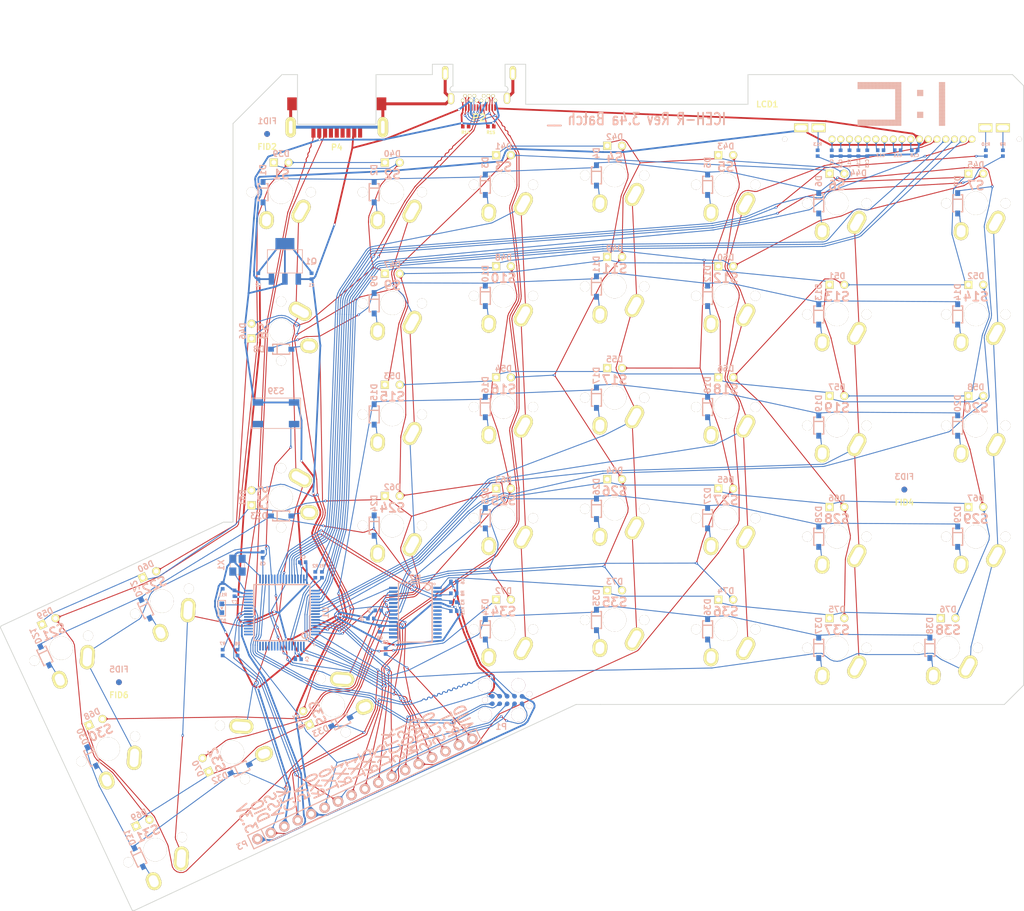
<source format=kicad_pcb>
(kicad_pcb (version 4) (host pcbnew "(2016-03-18 BZR 6629, Git 60d93d0)-product")
  (title_block (title ICEH-R) (date 2017-05-14) (rev 3.4a) (company "ErgoHack"))
  (layers (0 Front signal) (31 Back signal) (34 B.Paste user) (35 F.Paste user) (36 B.SilkS user) (37 F.SilkS user) (38 B.Mask user) (39 F.Mask user) (44 Edge.Cuts user))
  (net 0 "")
  (net 1 +5V)
  (net 2 /ledmatrix/CA1)
  (net 3 /ledmatrix/CA2)
  (net 4 /ledmatrix/CA3)
  (net 5 /ledmatrix/CA4)
  (net 6 /ledmatrix/CA5)
  (net 7 /ledmatrix/CA6)
  (net 8 /ledmatrix/CA7)
  (net 9 /ledmatrix/CA8)
  (net 10 /ledmatrix/CA9)
  (net 11 /mcu/A0)
  (net 12 /mcu/INTB)
  (net 13 /mcu/LCD_KB)
  (net 14 /mcu/LCD_KG)
  (net 15 /mcu/LCD_KR)
  (net 16 /mcu/MOSI)
  (net 17 /mcu/RST)
  (net 18 /mcu/RX0)
  (net 19 /mcu/RX1)
  (net 20 /mcu/RX2)
  (net 21 /mcu/SCL0)
  (net 22 /mcu/SCLK)
  (net 23 /mcu/SDA0)
  (net 24 /mcu/SDB)
  (net 25 /mcu/SS1)
  (net 26 /mcu/SWD_CLK)
  (net 27 /mcu/SWD_DIO)
  (net 28 /mcu/TX0)
  (net 29 /mcu/TX1)
  (net 30 /mcu/TX2)
  (net 31 /mcu/USB_DM)
  (net 32 /mcu/USB_DP)
  (net 33 VDD)
  (net 34 VSS)
  (net 35 "Net-(C8-Pad1)")
  (net 36 "Net-(C9-Pad1)")
  (net 37 "Net-(C10-Pad1)")
  (net 38 "Net-(C11-Pad2)")
  (net 39 "Net-(C12-Pad2)")
  (net 40 "Net-(C13-Pad2)")
  (net 41 "Net-(C14-Pad2)")
  (net 42 "Net-(C15-Pad2)")
  (net 43 "Net-(D1-Pad1)")
  (net 44 "Net-(D2-Pad1)")
  (net 45 "Net-(D3-Pad1)")
  (net 46 "Net-(D4-Pad1)")
  (net 47 "Net-(D5-Pad1)")
  (net 48 "Net-(D6-Pad1)")
  (net 49 "Net-(D7-Pad1)")
  (net 50 "Net-(D8-Pad1)")
  (net 51 "Net-(D9-Pad1)")
  (net 52 "Net-(D10-Pad1)")
  (net 53 "Net-(D11-Pad1)")
  (net 54 "Net-(D12-Pad1)")
  (net 55 "Net-(D13-Pad1)")
  (net 56 "Net-(D14-Pad1)")
  (net 57 "Net-(D15-Pad1)")
  (net 58 "Net-(D16-Pad1)")
  (net 59 "Net-(D17-Pad1)")
  (net 60 "Net-(D18-Pad1)")
  (net 61 "Net-(D19-Pad1)")
  (net 62 "Net-(D20-Pad1)")
  (net 63 "Net-(D21-Pad1)")
  (net 64 "Net-(D22-Pad1)")
  (net 65 "Net-(D23-Pad1)")
  (net 66 "Net-(D24-Pad1)")
  (net 67 "Net-(D25-Pad1)")
  (net 68 "Net-(D26-Pad1)")
  (net 69 "Net-(D27-Pad1)")
  (net 70 "Net-(D28-Pad1)")
  (net 71 "Net-(D29-Pad1)")
  (net 72 "Net-(D30-Pad1)")
  (net 73 "Net-(D31-Pad1)")
  (net 74 "Net-(D32-Pad1)")
  (net 75 "Net-(D33-Pad1)")
  (net 76 "Net-(D34-Pad1)")
  (net 77 "Net-(D35-Pad1)")
  (net 78 "Net-(D36-Pad1)")
  (net 79 "Net-(D37-Pad1)")
  (net 80 "Net-(D38-Pad1)")
  (net 81 /mcu/PTA5)
  (net 82 "Net-(LCD1-Pad2)")
  (net 83 "Net-(LCD1-Pad20)")
  (net 84 "Net-(LCD1-Pad21)")
  (net 85 /mcu/AUD)
  (net 86 "Net-(R12-Pad1)")
  (net 87 "Net-(U1-Pad32)")
  (net 88 "Net-(U1-Pad33)")
  (net 89 "Net-(C11-Pad1)")
  (net 90 "Net-(C12-Pad1)")
  (net 91 "Net-(C16-Pad2)")
  (net 92 "Net-(C17-Pad2)")
  (net 93 "Net-(D77-Pad2)")
  (net 94 "Net-(R6-Pad1)")
  (net 95 "Net-(R7-Pad1)")
  (net 96 /mcu/MCU_RESET)
  (net 97 /Row1)
  (net 98 /Row2)
  (net 99 /Row3)
  (net 100 /Row4)
  (net 101 /Row5)
  (net 102 /GND)
  (net 103 "Net-(P2-Pad17)")
  (net 104 "Net-(P2-Pad20)")
  (net 105 "Net-(P2-Pad8)")
  (net 106 "Net-(P2-Pad5)")
  (net 107 "Net-(P4-Pad7)")
  (net 108 "Net-(P4-Pad3)")
  (net 109 "Net-(P4-Pad2)")
  (net 110 "Net-(P4-Pad8)")
  (net 111 "Net-(P4-Pad9)")
  (net 112 "Net-(R1-Pad2)")
  (net 113 "Net-(R2-Pad2)")
  (net 114 /Col3)
  (net 115 /Col4)
  (net 116 /Col5)
  (net 117 /Col6)
  (net 118 /Col7)
  (net 119 /Col8)
  (net 120 /Col9)
  (net 121 /Col1)
  (net 122 /Col2)
  (net 123 "Net-(S39-Pad1)")
  (net 124 /mcu/ADC0_DP0)
  (net 125 /mcu/ADC0_DM0)
  (net 126 /mcu/ADC1_DP0)
  (net 127 /mcu/ADC1_DM0)
  (net 128 "Net-(U1-Pad13)")
  (net 129 "Net-(U1-Pad14)")
  (net 130 "Net-(U1-Pad15)")
  (net 131 "Net-(U1-Pad16)")
  (net 132 "Net-(U1-Pad17)")
  (net 133 "Net-(U1-Pad18)")
  (net 134 "Net-(U1-Pad19)")
  (net 135 "Net-(U1-Pad20)")
  (net 136 /mcu/PTA4)
  (net 137 /mcu/PTA12)
  (net 138 /mcu/PTA13)
  (net 139 /mcu/CB1)
  (net 140 /mcu/CB2)
  (net 141 /mcu/CB3)
  (net 142 /mcu/CB4)
  (net 143 /mcu/CB5)
  (net 144 /mcu/CB6)
  (net 145 /mcu/CB7)
  (net 146 /mcu/CB8)
  (net 147 /mcu/CB9)
  (module prettylib:USB_C_MIDMOUNT_TH_IMPCUT (layer Front) (at 106.299 49.9364 180)
    (fp_text reference P2 (at 0 -2.4 180) (layer F.SilkS) (effects (font (size 1.2 1.2) (thickness 0.2))))
    (fp_text value USBC hide)
    (pad "" np_thru_hole circle (at -3.6 0 180) (size 0.7 0.7) (drill 0.7) (layers *.Cu *.Mask))
    (pad 1 smd rect (at -2.75 -0.66 180) (size 0.3 1.1) (layers Front F.Paste F.Mask) (net 34 VSS))
    (pad 2 smd rect (at -2.25 -0.66 180) (size 0.3 1.1) (layers Front F.Paste F.Mask) (net 29 /mcu/TX1))
    (pad 3 smd rect (at -1.75 -0.66 180) (size 0.3 1.1) (layers Front F.Paste F.Mask) (net 19 /mcu/RX1))
    (pad 4 smd rect (at -1.25 -0.66 180) (size 0.3 1.1) (layers Front F.Paste F.Mask) (net 1 +5V))
    (pad 5 smd rect (at -0.75 -0.66 180) (size 0.3 1.1) (layers Front F.Paste F.Mask) (net 106 "Net-(P2-Pad5)"))
    (pad 6 smd rect (at -0.25 -0.66 180) (size 0.3 1.1) (layers Front F.Paste F.Mask) (net 32 /mcu/USB_DP))
    (pad 7 smd rect (at 0.25 -0.66 180) (size 0.3 1.1) (layers Front F.Paste F.Mask) (net 31 /mcu/USB_DM))
    (pad 8 smd rect (at 0.75 -0.66 180) (size 0.3 1.1) (layers Front F.Paste F.Mask) (net 105 "Net-(P2-Pad8)"))
    (pad 9 smd rect (at 1.25 -0.66 180) (size 0.3 1.1) (layers Front F.Paste F.Mask) (net 1 +5V))
    (pad 10 smd rect (at 1.75 -0.66 180) (size 0.3 1.1) (layers Front F.Paste F.Mask) (net 19 /mcu/RX1))
    (pad 11 smd rect (at 2.25 -0.66 180) (size 0.3 1.1) (layers Front F.Paste F.Mask) (net 29 /mcu/TX1))
    (pad 12 smd rect (at 2.75 -0.66 180) (size 0.3 1.1) (layers Front F.Paste F.Mask) (net 34 VSS))
    (pad 13 thru_hole circle (at 2.8 0.55 180) (size 0.6 0.6) (drill 0.4) (layers *.Cu *.Mask F.SilkS) (net 34 VSS))
    (pad 14 thru_hole circle (at 2.4 1.35 180) (size 0.6 0.6) (drill 0.4) (layers *.Cu *.Mask F.SilkS) (net 29 /mcu/TX1))
    (pad 15 thru_hole circle (at 1.6 1.35 180) (size 0.6 0.6) (drill 0.4) (layers *.Cu *.Mask F.SilkS) (net 19 /mcu/RX1))
    (pad 16 thru_hole circle (at 1.35 0.55 180) (size 0.6 0.6) (drill 0.4) (layers *.Cu *.Mask F.SilkS) (net 1 +5V))
    (pad 17 thru_hole circle (at 0.8 1.35 180) (size 0.6 0.6) (drill 0.4) (layers *.Cu *.Mask F.SilkS) (net 103 "Net-(P2-Pad17)"))
    (pad 18 thru_hole circle (at 0.4 0.55 180) (size 0.6 0.6) (drill 0.4) (layers *.Cu *.Mask F.SilkS) (net 32 /mcu/USB_DP))
    (pad 19 thru_hole circle (at -0.4 0.55 180) (size 0.6 0.6) (drill 0.4) (layers *.Cu *.Mask F.SilkS) (net 31 /mcu/USB_DM))
    (pad 20 thru_hole circle (at -0.8 1.35 180) (size 0.6 0.6) (drill 0.4) (layers *.Cu *.Mask F.SilkS) (net 104 "Net-(P2-Pad20)"))
    (pad 21 thru_hole circle (at -1.35 0.55 180) (size 0.6 0.6) (drill 0.4) (layers *.Cu *.Mask F.SilkS) (net 1 +5V))
    (pad 22 thru_hole circle (at -1.6 1.35 180) (size 0.6 0.6) (drill 0.4) (layers *.Cu *.Mask F.SilkS) (net 19 /mcu/RX1))
    (pad 23 thru_hole circle (at -2.4 1.35 180) (size 0.6 0.6) (drill 0.4) (layers *.Cu *.Mask F.SilkS) (net 29 /mcu/TX1))
    (pad 24 thru_hole circle (at -2.8 0.55 180) (size 0.6 0.6) (drill 0.4) (layers *.Cu *.Mask F.SilkS) (net 34 VSS))
    (pad 25 thru_hole oval (at -4.8 0.925 180) (size 1.1 1.95) (drill oval 0.6 1.45) (layers *.Cu *.Mask F.SilkS) (net 102 /GND))
    (pad 25 thru_hole oval (at 4.8 0.875 180) (size 1.1 1.95) (drill oval 0.6 1.45) (layers *.Cu *.Mask F.SilkS) (net 102 /GND))
    (pad 25 thru_hole oval (at -5.8 5.1 180) (size 1.1 2.4) (drill oval 0.6 1.6 (offset 0 0.15)) (layers *.Cu *.Mask F.SilkS) (net 102 /GND))
    (pad 25 thru_hole oval (at 5.8 5.1 180) (size 1.1 2.4) (drill oval 0.6 1.6 (offset 0 0.15)) (layers *.Cu *.Mask F.SilkS) (net 102 /GND))
    (pad "" np_thru_hole oval (at 3.6 0 180) (size 0.95 0.7) (drill oval 0.95 0.7) (layers *.Cu *.Mask))
  )
  (module prettylib:LQFP64 (layer Back) (at 72.517 137.16 90)
    (fp_text reference U1 (at 0.002 7.5 90) (layer B.SilkS) (effects (font (thickness 0.2)) (justify mirror)))
    (fp_text value MK20DX256VLH7 hide)
    (fp_text user ○ (at -5.55 5.55 90) (layer B.SilkS) (effects (font (size 0.4 0.4) (thickness 0.1)) (justify mirror)))
    (pad 1 smd rect (at -5.75 3.75 90) (size 1.5 0.3) (layers Back B.Paste B.Mask) (net 29 /mcu/TX1))
    (pad 2 smd rect (at -5.75 3.25 90) (size 1.5 0.3) (layers Back B.Paste B.Mask) (net 19 /mcu/RX1))
    (pad 3 smd rect (at -5.75 2.75 90) (size 1.5 0.3) (layers Back B.Paste B.Mask) (net 33 VDD))
    (pad 4 smd rect (at -5.75 2.25 90) (size 1.5 0.3) (layers Back B.Paste B.Mask) (net 34 VSS))
    (pad 5 smd rect (at -5.75 1.75 90) (size 1.5 0.3) (layers Back B.Paste B.Mask) (net 112 "Net-(R1-Pad2)"))
    (pad 6 smd rect (at -5.75 1.25 90) (size 1.5 0.3) (layers Back B.Paste B.Mask) (net 113 "Net-(R2-Pad2)"))
    (pad 7 smd rect (at -5.75 0.75 90) (size 1.5 0.3) (layers Back B.Paste B.Mask) (net 33 VDD))
    (pad 8 smd rect (at -5.75 0.25 90) (size 1.5 0.3) (layers Back B.Paste B.Mask) (net 33 VDD))
    (pad 9 smd rect (at -5.75 -0.25 90) (size 1.5 0.3) (layers Back B.Paste B.Mask) (net 124 /mcu/ADC0_DP0))
    (pad 10 smd rect (at -5.75 -0.75 90) (size 1.5 0.3) (layers Back B.Paste B.Mask) (net 125 /mcu/ADC0_DM0))
    (pad 11 smd rect (at -5.75 -1.25 90) (size 1.5 0.3) (layers Back B.Paste B.Mask) (net 126 /mcu/ADC1_DP0))
    (pad 12 smd rect (at -5.75 -1.75 90) (size 1.5 0.3) (layers Back B.Paste B.Mask) (net 127 /mcu/ADC1_DM0))
    (pad 13 smd rect (at -5.75 -2.25 90) (size 1.5 0.3) (layers Back B.Paste B.Mask) (net 128 "Net-(U1-Pad13)"))
    (pad 14 smd rect (at -5.75 -2.75 90) (size 1.5 0.3) (layers Back B.Paste B.Mask) (net 129 "Net-(U1-Pad14)"))
    (pad 15 smd rect (at -5.75 -3.25 90) (size 1.5 0.3) (layers Back B.Paste B.Mask) (net 130 "Net-(U1-Pad15)"))
    (pad 16 smd rect (at -5.75 -3.75 90) (size 1.5 0.3) (layers Back B.Paste B.Mask) (net 131 "Net-(U1-Pad16)"))
    (pad 17 smd rect (at -3.75 -5.75) (size 1.5 0.3) (layers Back B.Paste B.Mask) (net 132 "Net-(U1-Pad17)"))
    (pad 18 smd rect (at -3.25 -5.75) (size 1.5 0.3) (layers Back B.Paste B.Mask) (net 133 "Net-(U1-Pad18)"))
    (pad 19 smd rect (at -2.75 -5.75) (size 1.5 0.3) (layers Back B.Paste B.Mask) (net 134 "Net-(U1-Pad19)"))
    (pad 20 smd rect (at -2.25 -5.75) (size 1.5 0.3) (layers Back B.Paste B.Mask) (net 135 "Net-(U1-Pad20)"))
    (pad 21 smd rect (at -1.75 -5.75) (size 1.5 0.3) (layers Back B.Paste B.Mask) (net 33 VDD))
    (pad 22 smd rect (at -1.25 -5.75) (size 1.5 0.3) (layers Back B.Paste B.Mask) (net 94 "Net-(R6-Pad1)"))
    (pad 23 smd rect (at -0.75 -5.75) (size 1.5 0.3) (layers Back B.Paste B.Mask) (net 18 /mcu/RX0))
    (pad 24 smd rect (at -0.25 -5.75) (size 1.5 0.3) (layers Back B.Paste B.Mask) (net 28 /mcu/TX0))
    (pad 25 smd rect (at 0.25 -5.75) (size 1.5 0.3) (layers Back B.Paste B.Mask) (net 95 "Net-(R7-Pad1)"))
    (pad 26 smd rect (at 0.75 -5.75) (size 1.5 0.3) (layers Back B.Paste B.Mask) (net 136 /mcu/PTA4))
    (pad 27 smd rect (at 1.25 -5.75) (size 1.5 0.3) (layers Back B.Paste B.Mask) (net 81 /mcu/PTA5))
    (pad 28 smd rect (at 1.75 -5.75) (size 1.5 0.3) (layers Back B.Paste B.Mask) (net 137 /mcu/PTA12))
    (pad 29 smd rect (at 2.25 -5.75) (size 1.5 0.3) (layers Back B.Paste B.Mask) (net 138 /mcu/PTA13))
    (pad 30 smd rect (at 2.75 -5.75) (size 1.5 0.3) (layers Back B.Paste B.Mask) (net 33 VDD))
    (pad 31 smd rect (at 3.25 -5.75) (size 1.5 0.3) (layers Back B.Paste B.Mask) (net 34 VSS))
    (pad 32 smd rect (at 3.75 -5.75) (size 1.5 0.3) (layers Back B.Paste B.Mask) (net 87 "Net-(U1-Pad32)"))
    (pad 33 smd rect (at 5.75 -3.75 90) (size 1.5 0.3) (layers Back B.Paste B.Mask) (net 88 "Net-(U1-Pad33)"))
    (pad 34 smd rect (at 5.75 -3.25 90) (size 1.5 0.3) (layers Back B.Paste B.Mask) (net 96 /mcu/MCU_RESET))
    (pad 35 smd rect (at 5.75 -2.75 90) (size 1.5 0.3) (layers Back B.Paste B.Mask) (net 21 /mcu/SCL0))
    (pad 36 smd rect (at 5.75 -2.25 90) (size 1.5 0.3) (layers Back B.Paste B.Mask) (net 23 /mcu/SDA0))
    (pad 37 smd rect (at 5.75 -1.75 90) (size 1.5 0.3) (layers Back B.Paste B.Mask) (net 121 /Col1))
    (pad 38 smd rect (at 5.75 -1.25 90) (size 1.5 0.3) (layers Back B.Paste B.Mask) (net 122 /Col2))
    (pad 39 smd rect (at 5.75 -0.75 90) (size 1.5 0.3) (layers Back B.Paste B.Mask) (net 24 /mcu/SDB))
    (pad 40 smd rect (at 5.75 -0.25 90) (size 1.5 0.3) (layers Back B.Paste B.Mask) (net 12 /mcu/INTB))
    (pad 41 smd rect (at 5.75 0.25 90) (size 1.5 0.3) (layers Back B.Paste B.Mask) (net 114 /Col3))
    (pad 42 smd rect (at 5.75 0.75 90) (size 1.5 0.3) (layers Back B.Paste B.Mask) (net 115 /Col4))
    (pad 43 smd rect (at 5.75 1.25 90) (size 1.5 0.3) (layers Back B.Paste B.Mask) (net 116 /Col5))
    (pad 44 smd rect (at 5.75 1.75 90) (size 1.5 0.3) (layers Back B.Paste B.Mask) (net 15 /mcu/LCD_KR))
    (pad 45 smd rect (at 5.75 2.25 90) (size 1.5 0.3) (layers Back B.Paste B.Mask) (net 14 /mcu/LCD_KG))
    (pad 46 smd rect (at 5.75 2.75 90) (size 1.5 0.3) (layers Back B.Paste B.Mask) (net 13 /mcu/LCD_KB))
    (pad 47 smd rect (at 5.75 3.25 90) (size 1.5 0.3) (layers Back B.Paste B.Mask) (net 34 VSS))
    (pad 48 smd rect (at 5.75 3.75 90) (size 1.5 0.3) (layers Back B.Paste B.Mask) (net 33 VDD))
    (pad 49 smd rect (at 3.75 5.75) (size 1.5 0.3) (layers Back B.Paste B.Mask) (net 25 /mcu/SS1))
    (pad 50 smd rect (at 3.25 5.75) (size 1.5 0.3) (layers Back B.Paste B.Mask) (net 22 /mcu/SCLK))
    (pad 51 smd rect (at 2.75 5.75) (size 1.5 0.3) (layers Back B.Paste B.Mask) (net 16 /mcu/MOSI))
    (pad 52 smd rect (at 2.25 5.75) (size 1.5 0.3) (layers Back B.Paste B.Mask) (net 11 /mcu/A0))
    (pad 53 smd rect (at 1.75 5.75) (size 1.5 0.3) (layers Back B.Paste B.Mask) (net 17 /mcu/RST))
    (pad 54 smd rect (at 1.25 5.75) (size 1.5 0.3) (layers Back B.Paste B.Mask) (net 117 /Col6))
    (pad 55 smd rect (at 0.75 5.75) (size 1.5 0.3) (layers Back B.Paste B.Mask) (net 118 /Col7))
    (pad 56 smd rect (at 0.25 5.75) (size 1.5 0.3) (layers Back B.Paste B.Mask) (net 119 /Col8))
    (pad 57 smd rect (at -0.25 5.75) (size 1.5 0.3) (layers Back B.Paste B.Mask) (net 120 /Col9))
    (pad 58 smd rect (at -0.75 5.75) (size 1.5 0.3) (layers Back B.Paste B.Mask) (net 97 /Row1))
    (pad 59 smd rect (at -1.25 5.75) (size 1.5 0.3) (layers Back B.Paste B.Mask) (net 20 /mcu/RX2))
    (pad 60 smd rect (at -1.75 5.75) (size 1.5 0.3) (layers Back B.Paste B.Mask) (net 30 /mcu/TX2))
    (pad 61 smd rect (at -2.25 5.75) (size 1.5 0.3) (layers Back B.Paste B.Mask) (net 98 /Row2))
    (pad 62 smd rect (at -2.75 5.75) (size 1.5 0.3) (layers Back B.Paste B.Mask) (net 99 /Row3))
    (pad 63 smd rect (at -3.25 5.75) (size 1.5 0.3) (layers Back B.Paste B.Mask) (net 100 /Row4))
    (pad 64 smd rect (at -3.75 5.75) (size 1.5 0.3) (layers Back B.Paste B.Mask) (net 101 /Row5))
  )
  (module prettylib:NX3225SA (layer Back) (at 64.897 129.032 90)
    (fp_text reference X1 (at 0 -2.794 90) (layer B.SilkS) (effects (font (thickness 0.2)) (justify mirror)))
    (fp_text value CRYSTAL hide)
    (pad 3 smd rect (at 1.1 0.8 90) (size 1.4 1.2) (layers Back B.Paste B.Mask) (net 88 "Net-(U1-Pad33)"))
    (pad 2 smd rect (at 1.1 -0.8 90) (size 1.4 1.2) (layers Back B.Paste B.Mask) (net 34 VSS))
    (pad 1 smd rect (at -1.1 -0.8 90) (size 1.4 1.2) (layers Back B.Paste B.Mask) (net 87 "Net-(U1-Pad32)"))
    (pad 4 smd rect (at -1.1 0.8 90) (size 1.4 1.2) (layers Back B.Paste B.Mask) (net 34 VSS))
  )
  (module prettylib:HEADER_1x17 (layer Back) (at 86.741 167.386 295)
    (fp_text reference P3 (at -0.109634 23.144381 385) (layer B.SilkS) (effects (font (thickness 0.2)) (justify mirror)))
    (fp_text value CONN_17 hide)
    (pad 1 thru_hole circle (at 0 20.32 295) (size 1.8 1.8) (drill 1) (layers *.Cu *.Mask B.SilkS) (net 33 VDD))
    (pad 2 thru_hole circle (at 0 17.78 295) (size 1.8 1.8) (drill 1) (layers *.Cu *.Mask B.SilkS) (net 27 /mcu/SWD_DIO))
    (pad 3 thru_hole circle (at 0 15.24 295) (size 1.8 1.8) (drill 1) (layers *.Cu *.Mask B.SilkS) (net 34 VSS))
    (pad 4 thru_hole circle (at 0 12.7 295) (size 1.8 1.8) (drill 1) (layers *.Cu *.Mask B.SilkS) (net 26 /mcu/SWD_CLK))
    (pad 5 thru_hole circle (at 0 10.16 295) (size 1.8 1.8) (drill 1) (layers *.Cu *.Mask B.SilkS) (net 1 +5V))
    (pad 6 thru_hole circle (at 0 7.62 295) (size 1.8 1.8) (drill 1) (layers *.Cu *.Mask B.SilkS) (net 18 /mcu/RX0))
    (pad 7 thru_hole circle (at 0 5.08 295) (size 1.8 1.8) (drill 1) (layers *.Cu *.Mask B.SilkS) (net 28 /mcu/TX0))
    (pad 8 thru_hole circle (at 0 2.54 295) (size 1.8 1.8) (drill 1) (layers *.Cu *.Mask B.SilkS) (net 19 /mcu/RX1))
    (pad 9 thru_hole circle (at 0 0 295) (size 1.8 1.8) (drill 1) (layers *.Cu *.Mask B.SilkS) (net 29 /mcu/TX1))
    (pad 10 thru_hole circle (at 0 -2.54 295) (size 1.8 1.8) (drill 1) (layers *.Cu *.Mask B.SilkS) (net 20 /mcu/RX2))
    (pad 11 thru_hole circle (at 0 -5.08 295) (size 1.8 1.8) (drill 1) (layers *.Cu *.Mask B.SilkS) (net 30 /mcu/TX2))
    (pad 12 thru_hole circle (at 0 -7.62 295) (size 1.8 1.8) (drill 1) (layers *.Cu *.Mask B.SilkS) (net 22 /mcu/SCLK))
    (pad 13 thru_hole circle (at 0 -10.16 295) (size 1.8 1.8) (drill 1) (layers *.Cu *.Mask B.SilkS) (net 16 /mcu/MOSI))
    (pad 14 thru_hole circle (at 0 -12.7 295) (size 1.8 1.8) (drill 1) (layers *.Cu *.Mask B.SilkS) (net 23 /mcu/SDA0))
    (pad 15 thru_hole circle (at 0 -15.24 295) (size 1.8 1.8) (drill 1) (layers *.Cu *.Mask B.SilkS) (net 21 /mcu/SCL0))
    (pad 16 thru_hole circle (at 0 -17.78 295) (size 1.8 1.8) (drill 1) (layers *.Cu *.Mask B.SilkS) (net 96 /mcu/MCU_RESET))
    (pad 17 thru_hole circle (at 0 -20.32 295) (size 1.8 1.8) (drill 1) (layers *.Cu *.Mask B.SilkS) (net 85 /mcu/AUD))
  )
  (module prettylib:JLINK_NEEDLE (layer Back) (at 111.125 152.146)
    (fp_text reference P1 (at -1.016 4.572) (layer B.SilkS) (effects (font (thickness 0.2)) (justify mirror)))
    (fp_text value FLASH_HDR hide)
    (pad 8 smd circle (at 0 0.635) (size 0.7874 0.7874) (layers Back B.Mask) (net 18 /mcu/RX0))
    (pad 3 smd circle (at 0 -0.635) (size 0.7874 0.7874) (layers Back B.Mask) (net 34 VSS))
    (pad 7 smd circle (at 1.27 0.635) (size 0.7874 0.7874) (layers Back B.Mask) (net 30 /mcu/TX2))
    (pad 4 smd circle (at 1.27 -0.635) (size 0.7874 0.7874) (layers Back B.Mask) (net 26 /mcu/SWD_CLK))
    (pad 5 smd circle (at 2.54 -0.635) (size 0.7874 0.7874) (layers Back B.Mask) (net 1 +5V))
    (pad 6 smd circle (at 2.54 0.635) (size 0.7874 0.7874) (layers Back B.Mask) (net 28 /mcu/TX0))
    (pad 9 smd circle (at -1.27 0.635) (size 0.7874 0.7874) (layers Back B.Mask) (net 81 /mcu/PTA5))
    (pad 2 smd circle (at -1.27 -0.635) (size 0.7874 0.7874) (layers Back B.Mask) (net 27 /mcu/SWD_DIO))
    (pad 10 smd circle (at -2.54 0.635) (size 0.7874 0.7874) (layers Back B.Mask) (net 96 /mcu/MCU_RESET))
    (pad 1 smd circle (at -2.54 -0.635) (size 0.7874 0.7874) (layers Back B.Mask) (net 33 VDD))
    (pad "" np_thru_hole circle (at -3.81 0) (size 0.99061 0.99061) (drill 0.9906) (layers *.Cu *.Mask B.SilkS))
    (pad "" np_thru_hole circle (at 3.81 1.016) (size 0.99061 0.99061) (drill 0.9906) (layers *.Cu *.Mask B.SilkS))
    (pad "" np_thru_hole circle (at 3.81 -1.016) (size 0.99061 0.99061) (drill 0.9906) (layers *.Cu *.Mask B.SilkS))
    (pad "" np_thru_hole circle (at -3.81 2.54) (size 2.37491 2.37491) (drill 2.3749) (layers *.Cu *.Mask B.SilkS))
    (pad "" np_thru_hole circle (at 1.905 2.54) (size 2.37491 2.37491) (drill 2.3749) (layers *.Cu *.Mask B.SilkS))
    (pad "" np_thru_hole circle (at -3.81 -2.54) (size 2.37491 2.37491) (drill 2.3749) (layers *.Cu *.Mask B.SilkS))
    (pad "" np_thru_hole circle (at 1.905 -2.54) (size 2.37491 2.37491) (drill 2.3749) (layers *.Cu *.Mask B.SilkS))
  )
  (module prettylib:SMD-1005 (layer Back) (at 62.357 144.018 180)
    (fp_text reference R7 (at 0 1.524 180) (layer B.SilkS) (effects (font (size 0.508 0.508) (thickness 0.127)) (justify mirror)))
    (fp_text value 100 hide)
    (pad 1 smd rect (at 0 0.5 180) (size 0.65 0.6) (layers Back B.Paste B.Mask) (net 95 "Net-(R7-Pad1)"))
    (pad 2 smd rect (at 0 -0.5 180) (size 0.65 0.6) (layers Back B.Paste B.Mask) (net 27 /mcu/SWD_DIO))
  )
  (module prettylib:SMD-1005 (layer Back) (at 164.338 58.42 180)
    (fp_text reference R13 (at 0 1.524 180) (layer B.SilkS) (effects (font (size 0.508 0.508) (thickness 0.127)) (justify mirror)))
    (fp_text value 33 hide)
    (pad 1 smd rect (at 0 0.5 180) (size 0.65 0.6) (layers Back B.Paste B.Mask) (net 82 "Net-(LCD1-Pad2)"))
    (pad 2 smd rect (at 0 -0.5 180) (size 0.65 0.6) (layers Back B.Paste B.Mask) (net 15 /mcu/LCD_KR))
  )
  (module prettylib:SMD-1005 (layer Back) (at 193.167 58.42 180)
    (fp_text reference R10 (at 0 1.524 180) (layer B.SilkS) (effects (font (size 0.508 0.508) (thickness 0.127)) (justify mirror)))
    (fp_text value 66.5 hide)
    (pad 1 smd rect (at 0 0.5 180) (size 0.65 0.6) (layers Back B.Paste B.Mask) (net 83 "Net-(LCD1-Pad20)"))
    (pad 2 smd rect (at 0 -0.5 180) (size 0.65 0.6) (layers Back B.Paste B.Mask) (net 14 /mcu/LCD_KG))
  )
  (module prettylib:SMD-1005 (layer Back) (at 196.088 58.42 180)
    (fp_text reference R9 (at 0 1.524 180) (layer B.SilkS) (effects (font (size 0.508 0.508) (thickness 0.127)) (justify mirror)))
    (fp_text value 66.5 hide)
    (pad 1 smd rect (at 0 0.5 180) (size 0.65 0.6) (layers Back B.Paste B.Mask) (net 84 "Net-(LCD1-Pad21)"))
    (pad 2 smd rect (at 0 -0.5 180) (size 0.65 0.6) (layers Back B.Paste B.Mask) (net 13 /mcu/LCD_KB))
  )
  (module prettylib:SMD-1005 (layer Back) (at 178.054 57.912 90)
    (fp_text reference C11 (at -0.889 0 180) (layer B.SilkS) (effects (font (size 0.508 0.508) (thickness 0.127)) (justify mirror)))
    (fp_text value 1uF hide)
    (pad 1 smd rect (at 0 0.5 90) (size 0.65 0.6) (layers Back B.Paste B.Mask) (net 89 "Net-(C11-Pad1)"))
    (pad 2 smd rect (at 0 -0.5 90) (size 0.65 0.6) (layers Back B.Paste B.Mask) (net 38 "Net-(C11-Pad2)"))
  )
  (module prettylib:SMD-1005 (layer Back) (at 166.751 58.42)
    (fp_text reference C17 (at 0 1.778 90) (layer B.SilkS) (effects (font (size 0.508 0.508) (thickness 0.127)) (justify mirror)))
    (fp_text value 1uF hide)
    (pad 1 smd rect (at 0 0.5) (size 0.65 0.6) (layers Back B.Paste B.Mask) (net 34 VSS))
    (pad 2 smd rect (at 0 -0.5) (size 0.65 0.6) (layers Back B.Paste B.Mask) (net 92 "Net-(C17-Pad2)"))
  )
  (module prettylib:SMD-1005 (layer Back) (at 175.133 57.912 90)
    (fp_text reference C12 (at -0.889 0 180) (layer B.SilkS) (effects (font (size 0.508 0.508) (thickness 0.127)) (justify mirror)))
    (fp_text value 1uF hide)
    (pad 1 smd rect (at 0 0.5 90) (size 0.65 0.6) (layers Back B.Paste B.Mask) (net 90 "Net-(C12-Pad1)"))
    (pad 2 smd rect (at 0 -0.5 90) (size 0.65 0.6) (layers Back B.Paste B.Mask) (net 39 "Net-(C12-Pad2)"))
  )
  (module prettylib:SMD-1005 (layer Back) (at 168.275 58.42)
    (fp_text reference C16 (at 0 1.778 270) (layer B.SilkS) (effects (font (size 0.508 0.508) (thickness 0.127)) (justify mirror)))
    (fp_text value 1uF hide)
    (pad 1 smd rect (at 0 0.5) (size 0.65 0.6) (layers Back B.Paste B.Mask) (net 34 VSS))
    (pad 2 smd rect (at 0 -0.5) (size 0.65 0.6) (layers Back B.Paste B.Mask) (net 91 "Net-(C16-Pad2)"))
  )
  (module prettylib:SMD-1005 (layer Back) (at 169.799 58.42)
    (fp_text reference C15 (at -0.031 1.763 90) (layer B.SilkS) (effects (font (size 0.508 0.508) (thickness 0.127)) (justify mirror)))
    (fp_text value 1uF hide)
    (pad 1 smd rect (at 0 0.5) (size 0.65 0.6) (layers Back B.Paste B.Mask) (net 34 VSS))
    (pad 2 smd rect (at 0 -0.5) (size 0.65 0.6) (layers Back B.Paste B.Mask) (net 42 "Net-(C15-Pad2)"))
  )
  (module prettylib:SMD-1005 (layer Back) (at 171.323 58.42)
    (fp_text reference C14 (at 0.026 1.763 270) (layer B.SilkS) (effects (font (size 0.508 0.508) (thickness 0.127)) (justify mirror)))
    (fp_text value 1uF hide)
    (pad 1 smd rect (at 0 0.5) (size 0.65 0.6) (layers Back B.Paste B.Mask) (net 34 VSS))
    (pad 2 smd rect (at 0 -0.5) (size 0.65 0.6) (layers Back B.Paste B.Mask) (net 41 "Net-(C14-Pad2)"))
  )
  (module prettylib:SMD-1005 (layer Back) (at 172.847 58.42)
    (fp_text reference C13 (at -0.017 1.763 270) (layer B.SilkS) (effects (font (size 0.508 0.508) (thickness 0.127)) (justify mirror)))
    (fp_text value 1uF hide)
    (pad 1 smd rect (at 0 0.5) (size 0.65 0.6) (layers Back B.Paste B.Mask) (net 34 VSS))
    (pad 2 smd rect (at 0 -0.5) (size 0.65 0.6) (layers Back B.Paste B.Mask) (net 40 "Net-(C13-Pad2)"))
  )
  (module prettylib:SMD-1005 (layer Back) (at 64.389 133.858)
    (fp_text reference C7 (at 0 1.524) (layer B.SilkS) (effects (font (size 0.508 0.508) (thickness 0.127)) (justify mirror)))
    (fp_text value 0.1uF hide)
    (pad 1 smd rect (at 0 0.5) (size 0.65 0.6) (layers Back B.Paste B.Mask) (net 33 VDD))
    (pad 2 smd rect (at 0 -0.5) (size 0.65 0.6) (layers Back B.Paste B.Mask) (net 34 VSS))
  )
  (module prettylib:SMD-1005 (layer Back) (at 101.981 135.382 90)
    (fp_text reference R3 (at 0 1.524 90) (layer B.SilkS) (effects (font (size 0.508 0.508) (thickness 0.127)) (justify mirror)))
    (fp_text value 4.7k hide)
    (pad 1 smd rect (at 0 0.5 90) (size 0.65 0.6) (layers Back B.Paste B.Mask) (net 33 VDD))
    (pad 2 smd rect (at 0 -0.5 90) (size 0.65 0.6) (layers Back B.Paste B.Mask) (net 12 /mcu/INTB))
  )
  (module prettylib:SMD-1005 (layer Back) (at 69.215 127.254)
    (fp_text reference C5 (at 0 1.524) (layer B.SilkS) (effects (font (size 0.508 0.508) (thickness 0.127)) (justify mirror)))
    (fp_text value 0.1uF hide)
    (pad 1 smd rect (at 0 0.5) (size 0.65 0.6) (layers Back B.Paste B.Mask) (net 96 /mcu/MCU_RESET))
    (pad 2 smd rect (at 0 -0.5) (size 0.65 0.6) (layers Back B.Paste B.Mask) (net 34 VSS))
  )
  (module prettylib:SMD-1005 (layer Back) (at 75.311 145.161 90)
    (fp_text reference C4 (at 0 1.524 90) (layer B.SilkS) (effects (font (size 0.508 0.508) (thickness 0.127)) (justify mirror)))
    (fp_text value 0.1uF hide)
    (pad 1 smd rect (at 0 0.5 90) (size 0.65 0.6) (layers Back B.Paste B.Mask) (net 33 VDD))
    (pad 2 smd rect (at 0 -0.5 90) (size 0.65 0.6) (layers Back B.Paste B.Mask) (net 34 VSS))
  )
  (module prettylib:SMD-1005 (layer Back) (at 77.597 79.502)
    (fp_text reference C1 (at 0 1.524) (layer B.SilkS) (effects (font (size 0.508 0.508) (thickness 0.127)) (justify mirror)))
    (fp_text value 1uF hide)
    (pad 1 smd rect (at 0 0.5) (size 0.65 0.6) (layers Back B.Paste B.Mask) (net 1 +5V))
    (pad 2 smd rect (at 0 -0.5) (size 0.65 0.6) (layers Back B.Paste B.Mask) (net 34 VSS))
  )
  (module prettylib:SMD-1005 (layer Back) (at 78.232 130.683 180)
    (fp_text reference R2 (at 0 1.524 180) (layer B.SilkS) (effects (font (size 0.508 0.508) (thickness 0.127)) (justify mirror)))
    (fp_text value 33 hide)
    (pad 1 smd rect (at 0 0.5 180) (size 0.65 0.6) (layers Back B.Paste B.Mask) (net 31 /mcu/USB_DM))
    (pad 2 smd rect (at 0 -0.5 180) (size 0.65 0.6) (layers Back B.Paste B.Mask) (net 113 "Net-(R2-Pad2)"))
  )
  (module prettylib:SMD-1005 (layer Back) (at 76.073 128.524 90)
    (fp_text reference C3 (at 0.889 0 180) (layer B.SilkS) (effects (font (size 0.508 0.508) (thickness 0.127)) (justify mirror)))
    (fp_text value 0.1uF hide)
    (pad 1 smd rect (at 0 0.5 90) (size 0.65 0.6) (layers Back B.Paste B.Mask) (net 33 VDD))
    (pad 2 smd rect (at 0 -0.5 90) (size 0.65 0.6) (layers Back B.Paste B.Mask) (net 34 VSS))
  )
  (module prettylib:SMD-1005 (layer Back) (at 68.453 79.502)
    (fp_text reference C2 (at 0 1.524) (layer B.SilkS) (effects (font (size 0.508 0.508) (thickness 0.127)) (justify mirror)))
    (fp_text value 1uF hide)
    (pad 1 smd rect (at 0 0.5) (size 0.65 0.6) (layers Back B.Paste B.Mask) (net 33 VDD))
    (pad 2 smd rect (at 0 -0.5) (size 0.65 0.6) (layers Back B.Paste B.Mask) (net 34 VSS))
  )
  (module prettylib:SMD-1005 (layer Back) (at 79.375 130.683 180)
    (fp_text reference R1 (at 0 1.524 180) (layer B.SilkS) (effects (font (size 0.508 0.508) (thickness 0.127)) (justify mirror)))
    (fp_text value 33 hide)
    (pad 1 smd rect (at 0 0.5 180) (size 0.65 0.6) (layers Back B.Paste B.Mask) (net 32 /mcu/USB_DP))
    (pad 2 smd rect (at 0 -0.5 180) (size 0.65 0.6) (layers Back B.Paste B.Mask) (net 112 "Net-(R1-Pad2)"))
  )
  (module prettylib:SMD-1005 (layer Back) (at 64.897 144.018 180)
    (fp_text reference R6 (at 0 1.524 180) (layer B.SilkS) (effects (font (size 0.508 0.508) (thickness 0.127)) (justify mirror)))
    (fp_text value 100 hide)
    (pad 1 smd rect (at 0 0.5 180) (size 0.65 0.6) (layers Back B.Paste B.Mask) (net 94 "Net-(R6-Pad1)"))
    (pad 2 smd rect (at 0 -0.5 180) (size 0.65 0.6) (layers Back B.Paste B.Mask) (net 26 /mcu/SWD_CLK))
  )
  (module prettylib:SMD-1005 (layer Back) (at 87.757 138.176 270)
    (fp_text reference R5 (at 0 1.524 270) (layer B.SilkS) (effects (font (size 0.508 0.508) (thickness 0.127)) (justify mirror)))
    (fp_text value 4.7k hide)
    (pad 1 smd rect (at 0 0.5 270) (size 0.65 0.6) (layers Back B.Paste B.Mask) (net 33 VDD))
    (pad 2 smd rect (at 0 -0.5 270) (size 0.65 0.6) (layers Back B.Paste B.Mask) (net 23 /mcu/SDA0))
  )
  (module prettylib:SMD-1005 (layer Back) (at 89.027 136.779 270)
    (fp_text reference R4 (at 0 1.524 270) (layer B.SilkS) (effects (font (size 0.508 0.508) (thickness 0.127)) (justify mirror)))
    (fp_text value 4.7k hide)
    (pad 1 smd rect (at 0 0.5 270) (size 0.65 0.6) (layers Back B.Paste B.Mask) (net 33 VDD))
    (pad 2 smd rect (at 0 -0.5 270) (size 0.65 0.6) (layers Back B.Paste B.Mask) (net 21 /mcu/SCL0))
  )
  (module prettylib:SMD-1005 (layer Back) (at 101.981 131.826 90)
    (fp_text reference C6 (at 0 1.524 90) (layer B.SilkS) (effects (font (size 0.508 0.508) (thickness 0.127)) (justify mirror)))
    (fp_text value 1uF hide)
    (pad 1 smd rect (at 0 0.5 90) (size 0.65 0.6) (layers Back B.Paste B.Mask) (net 34 VSS))
    (pad 2 smd rect (at 0 -0.5 90) (size 0.65 0.6) (layers Back B.Paste B.Mask) (net 33 VDD))
  )
  (module prettylib:SMD-1005 (layer Back) (at 90.297 143.764 180)
    (fp_text reference C8 (at 0 1.524 180) (layer B.SilkS) (effects (font (size 0.508 0.508) (thickness 0.127)) (justify mirror)))
    (fp_text value 0.22uF hide)
    (pad 1 smd rect (at 0 0.5 180) (size 0.65 0.6) (layers Back B.Paste B.Mask) (net 35 "Net-(C8-Pad1)"))
    (pad 2 smd rect (at 0 -0.5 180) (size 0.65 0.6) (layers Back B.Paste B.Mask) (net 85 /mcu/AUD))
  )
  (module prettylib:SMD-1005 (layer Back) (at 89.281 139.954)
    (fp_text reference C9 (at 0 1.524) (layer B.SilkS) (effects (font (size 0.508 0.508) (thickness 0.127)) (justify mirror)))
    (fp_text value 0.1uF hide)
    (pad 1 smd rect (at 0 0.5) (size 0.65 0.6) (layers Back B.Paste B.Mask) (net 36 "Net-(C9-Pad1)"))
    (pad 2 smd rect (at 0 -0.5) (size 0.65 0.6) (layers Back B.Paste B.Mask) (net 34 VSS))
  )
  (module prettylib:SMD-1005 (layer Back) (at 101.981 133.858 90)
    (fp_text reference R8 (at 0 1.524 90) (layer B.SilkS) (effects (font (size 0.508 0.508) (thickness 0.127)) (justify mirror)))
    (fp_text value 100k hide)
    (pad 1 smd rect (at 0 0.5 90) (size 0.65 0.6) (layers Back B.Paste B.Mask) (net 34 VSS))
    (pad 2 smd rect (at 0 -0.5 90) (size 0.65 0.6) (layers Back B.Paste B.Mask) (net 24 /mcu/SDB))
  )
  (module prettylib:SMD-1005 (layer Back) (at 62.357 132.588)
    (fp_text reference R11 (at 0 1.524) (layer B.SilkS) (effects (font (size 0.508 0.508) (thickness 0.127)) (justify mirror)))
    (fp_text value 1k hide)
    (pad 1 smd rect (at 0 0.5) (size 0.65 0.6) (layers Back B.Paste B.Mask) (net 93 "Net-(D77-Pad2)"))
    (pad 2 smd rect (at 0 -0.5) (size 0.65 0.6) (layers Back B.Paste B.Mask) (net 34 VSS))
  )
  (module prettylib:SMD-1005 (layer Back) (at 101.981 136.906 270)
    (fp_text reference R12 (at 0 -1.524 270) (layer B.SilkS) (effects (font (size 0.508 0.508) (thickness 0.127)) (justify mirror)))
    (fp_text value 20k hide)
    (pad 1 smd rect (at 0 0.5 270) (size 0.65 0.6) (layers Back B.Paste B.Mask) (net 86 "Net-(R12-Pad1)"))
    (pad 2 smd rect (at 0 -0.5 270) (size 0.65 0.6) (layers Back B.Paste B.Mask) (net 34 VSS))
  )
  (module prettylib:SSOP-28 (layer Back) (at 95.377 137.16 180)
    (fp_text reference U2 (at 0 5.92 180) (layer B.SilkS) (effects (font (thickness 0.2)) (justify mirror)))
    (fp_text value IS31FL3731C hide)
    (fp_text user ○ (at -3.28 4.925 180) (layer B.SilkS) (effects (font (size 0.4 0.4) (thickness 0.1)) (justify mirror)))
    (pad 1 smd rect (at -3.795 4.225 180) (size 1.43 0.4) (layers Back B.Paste B.Mask) (net 10 /ledmatrix/CA9))
    (pad 2 smd rect (at -3.795 3.575 180) (size 1.43 0.4) (layers Back B.Paste B.Mask) (net 33 VDD))
    (pad 3 smd rect (at -3.795 2.925 180) (size 1.43 0.4) (layers Back B.Paste B.Mask) (net 24 /mcu/SDB))
    (pad 4 smd rect (at -3.795 2.275 180) (size 1.43 0.4) (layers Back B.Paste B.Mask) (net 12 /mcu/INTB))
    (pad 5 smd rect (at -3.795 1.625 180) (size 1.43 0.4) (layers Back B.Paste B.Mask) (net 34 VSS))
    (pad 6 smd rect (at -3.795 0.975 180) (size 1.43 0.4) (layers Back B.Paste B.Mask) (net 86 "Net-(R12-Pad1)"))
    (pad 7 smd rect (at -3.795 0.325 180) (size 1.43 0.4) (layers Back B.Paste B.Mask) (net 139 /mcu/CB1))
    (pad 8 smd rect (at -3.795 -0.325 180) (size 1.43 0.4) (layers Back B.Paste B.Mask) (net 140 /mcu/CB2))
    (pad 9 smd rect (at -3.795 -0.975 180) (size 1.43 0.4) (layers Back B.Paste B.Mask) (net 141 /mcu/CB3))
    (pad 10 smd rect (at -3.795 -1.625 180) (size 1.43 0.4) (layers Back B.Paste B.Mask) (net 142 /mcu/CB4))
    (pad 11 smd rect (at -3.795 -2.275 180) (size 1.43 0.4) (layers Back B.Paste B.Mask) (net 143 /mcu/CB5))
    (pad 12 smd rect (at -3.795 -2.925 180) (size 1.43 0.4) (layers Back B.Paste B.Mask) (net 144 /mcu/CB6))
    (pad 13 smd rect (at -3.795 -3.575 180) (size 1.43 0.4) (layers Back B.Paste B.Mask) (net 145 /mcu/CB7))
    (pad 14 smd rect (at -3.795 -4.225 180) (size 1.43 0.4) (layers Back B.Paste B.Mask) (net 146 /mcu/CB8))
    (pad 15 smd rect (at 3.795 -4.225 180) (size 1.43 0.4) (layers Back B.Paste B.Mask) (net 147 /mcu/CB9))
    (pad 16 smd rect (at 3.795 -3.575 180) (size 1.43 0.4) (layers Back B.Paste B.Mask) (net 36 "Net-(C9-Pad1)"))
    (pad 17 smd rect (at 3.795 -2.925 180) (size 1.43 0.4) (layers Back B.Paste B.Mask) (net 35 "Net-(C8-Pad1)"))
    (pad 18 smd rect (at 3.795 -2.275 180) (size 1.43 0.4) (layers Back B.Paste B.Mask) (net 34 VSS))
    (pad 19 smd rect (at 3.795 -1.625 180) (size 1.43 0.4) (layers Back B.Paste B.Mask) (net 23 /mcu/SDA0))
    (pad 20 smd rect (at 3.795 -0.975 180) (size 1.43 0.4) (layers Back B.Paste B.Mask) (net 21 /mcu/SCL0))
    (pad 21 smd rect (at 3.795 -0.325 180) (size 1.43 0.4) (layers Back B.Paste B.Mask) (net 2 /ledmatrix/CA1))
    (pad 22 smd rect (at 3.795 0.325 180) (size 1.43 0.4) (layers Back B.Paste B.Mask) (net 3 /ledmatrix/CA2))
    (pad 23 smd rect (at 3.795 0.975 180) (size 1.43 0.4) (layers Back B.Paste B.Mask) (net 4 /ledmatrix/CA3))
    (pad 24 smd rect (at 3.795 1.625 180) (size 1.43 0.4) (layers Back B.Paste B.Mask) (net 5 /ledmatrix/CA4))
    (pad 25 smd rect (at 3.795 2.275 180) (size 1.43 0.4) (layers Back B.Paste B.Mask) (net 6 /ledmatrix/CA5))
    (pad 26 smd rect (at 3.795 2.925 180) (size 1.43 0.4) (layers Back B.Paste B.Mask) (net 7 /ledmatrix/CA6))
    (pad 27 smd rect (at 3.795 3.575 180) (size 1.43 0.4) (layers Back B.Paste B.Mask) (net 8 /ledmatrix/CA7))
    (pad 28 smd rect (at 3.795 4.225 180) (size 1.43 0.4) (layers Back B.Paste B.Mask) (net 9 /ledmatrix/CA8))
  )
  (module prettylib:LED-0603 (layer Back) (at 62.2125 136.419 270)
    (fp_text reference D77 (at 2.1384 -0.0175 540) (layer B.SilkS) (effects (font (size 0.508 0.508) (thickness 0.127)) (justify mirror)))
    (fp_text value LED hide)
    (pad 1 smd rect (at -0.7493 0 270) (size 0.79756 0.79756) (layers Back B.Paste B.Mask) (net 81 /mcu/PTA5))
    (pad 2 smd rect (at 0.7493 0 270) (size 0.79756 0.79756) (layers Back B.Paste B.Mask) (net 93 "Net-(D77-Pad2)"))
  )
  (module prettylib:SMD-1005 (layer Back) (at 180.975 57.912 270)
    (fp_text reference C10 (at 0.889 0 360) (layer B.SilkS) (effects (font (size 0.508 0.508) (thickness 0.127)) (justify mirror)))
    (fp_text value 1uF hide)
    (pad 1 smd rect (at 0 0.5 270) (size 0.65 0.6) (layers Back B.Paste B.Mask) (net 37 "Net-(C10-Pad1)"))
    (pad 2 smd rect (at 0 -0.5 270) (size 0.65 0.6) (layers Back B.Paste B.Mask) (net 34 VSS))
  )
  (module prettylib:TACT_5.2x5.2 (layer Back) (at 71.501 102.997)
    (fp_text reference S39 (at 0 -3.81) (layer B.SilkS) (effects (font (thickness 0.2)) (justify mirror)))
    (fp_text value TAC_SWITCH hide)
    (pad 1 smd rect (at -3.1 1.85) (size 1.8 1.1) (layers Back B.Paste B.Mask) (net 123 "Net-(S39-Pad1)"))
    (pad 3 smd rect (at -3.1 -1.85) (size 1.8 1.1) (layers Back B.Paste B.Mask) (net 34 VSS))
    (pad 2 smd rect (at 3.1 1.85) (size 1.8 1.1) (layers Back B.Paste B.Mask) (net 96 /mcu/MCU_RESET))
    (pad 4 smd rect (at 3.1 -1.85) (size 1.8 1.1) (layers Back B.Paste B.Mask) (net 34 VSS))
  )
  (module prettylib:SOT-223 (layer Back) (at 73.025 76.962 180)
    (fp_text reference Q1 (at -4.492 0.004 180) (layer B.SilkS) (effects (font (thickness 0.2)) (justify mirror)))
    (fp_text value TC1264 hide)
    (pad 2 smd rect (at 0 -3.05 180) (size 0.95 1.9) (layers Back B.Paste B.Mask) (net 34 VSS))
    (pad 3 smd rect (at 2.3 -3.05 180) (size 0.95 1.9) (layers Back B.Paste B.Mask) (net 33 VDD))
    (pad 1 smd rect (at -2.3 -3.05 180) (size 0.95 1.9) (layers Back B.Paste B.Mask) (net 1 +5V))
    (pad 2 smd rect (at 0 3.05 180) (size 3.25 1.9) (layers Back B.Paste B.Mask) (net 34 VSS))
  )
  (module prettylib:IC_LOGO (layer Back) (at 186.182 46.228 180)
    (fp_text reference IC_LOGO hide)
    (fp_text value "" (at 0 0 180) (layer B.SilkS) (effects (justify mirror)))
  )
  (module prettylib:USB3_AFEMALE_MOD (layer Front) (at 81.915 44.958 180)
    (fp_text reference P4 (at 0 -12.446 180) (layer F.SilkS) (effects (font (thickness 0.2))))
    (fp_text value USB3_AFEMALE hide)
    (pad 10 thru_hole oval (at 7.9 -9 180) (size 1.8 3.5) (drill oval 0.6 2.2) (layers *.Cu *.Mask F.Paste F.SilkS) (net 102 /GND))
    (pad 10 thru_hole oval (at -7.9 -9 180) (size 1.8 3.5) (drill oval 0.6 2.2) (layers *.Cu *.Mask F.Paste F.SilkS) (net 102 /GND))
    (pad 7 smd rect (at 0 -9.9 180) (size 0.7 1.8) (layers Front F.Paste F.Mask) (net 107 "Net-(P4-Pad7)"))
    (pad 3 smd rect (at 1 -9.9 180) (size 0.7 1.8) (layers Front F.Paste F.Mask) (net 108 "Net-(P4-Pad3)"))
    (pad 6 smd rect (at 2 -9.9 180) (size 0.7 1.8) (layers Front F.Paste F.Mask) (net 18 /mcu/RX0))
    (pad 4 smd rect (at 3 -9.9 180) (size 0.7 1.8) (layers Front F.Paste F.Mask) (net 34 VSS))
    (pad 5 smd rect (at 4 -9.9 180) (size 0.7 1.8) (layers Front F.Paste F.Mask) (net 28 /mcu/TX0))
    (pad 2 smd rect (at -1 -9.9 180) (size 0.7 1.8) (layers Front F.Paste F.Mask) (net 109 "Net-(P4-Pad2)"))
    (pad 8 smd rect (at -2 -9.9 180) (size 0.7 1.8) (layers Front F.Paste F.Mask) (net 110 "Net-(P4-Pad8)"))
    (pad 1 smd rect (at -3 -9.9 180) (size 0.7 1.8) (layers Front F.Paste F.Mask) (net 1 +5V))
    (pad 9 smd rect (at -4 -9.9 180) (size 0.7 1.8) (layers Front F.Paste F.Mask) (net 111 "Net-(P4-Pad9)"))
    (pad 10 smd rect (at 7.67 -5 180) (size 1.64 2.2) (layers Front F.Paste F.Mask) (net 102 /GND))
    (pad 10 smd rect (at -7.67 -5 180) (size 1.64 2.2) (layers Front F.Paste F.Mask) (net 102 /GND))
  )
  (module prettylib:NHD-C12832A1Z (layer Front) (at 178.8 56.014)
    (fp_text reference LCD1 (at -23.098 -5.976) (layer F.SilkS) (effects (font (thickness 0.2))))
    (fp_text value NHD-C12832A1Z hide)
    (pad 1 thru_hole rect (at -17.3 -1.95 90) (size 1.5 2.4) (drill oval 0.9 2) (layers *.Cu *.Mask F.SilkS) (net 33 VDD))
    (pad 2 thru_hole rect (at -14.3 -1.95 90) (size 1.5 2.4) (drill oval 0.9 2) (layers *.Cu *.Mask F.SilkS) (net 82 "Net-(LCD1-Pad2)"))
    (pad 3 thru_hole circle (at -12 0 90) (size 1.2 1.2) (drill 0.7) (layers *.Cu *.Mask F.SilkS) (net 92 "Net-(C17-Pad2)"))
    (pad 4 thru_hole circle (at -10.5 0 90) (size 1.2 1.2) (drill 0.7) (layers *.Cu *.Mask F.SilkS) (net 91 "Net-(C16-Pad2)"))
    (pad 5 thru_hole circle (at -9 0 90) (size 1.2 1.2) (drill 0.7) (layers *.Cu *.Mask F.SilkS) (net 42 "Net-(C15-Pad2)"))
    (pad 6 thru_hole circle (at -7.5 0 90) (size 1.2 1.2) (drill 0.7) (layers *.Cu *.Mask F.SilkS) (net 41 "Net-(C14-Pad2)"))
    (pad 7 thru_hole circle (at -6 0 90) (size 1.2 1.2) (drill 0.7) (layers *.Cu *.Mask F.SilkS) (net 40 "Net-(C13-Pad2)"))
    (pad 8 thru_hole circle (at -4.5 0 90) (size 1.2 1.2) (drill 0.7) (layers *.Cu *.Mask F.SilkS) (net 39 "Net-(C12-Pad2)"))
    (pad 9 thru_hole circle (at -3 0 90) (size 1.2 1.2) (drill 0.7) (layers *.Cu *.Mask F.SilkS) (net 90 "Net-(C12-Pad1)"))
    (pad 10 thru_hole circle (at -1.5 0 90) (size 1.2 1.2) (drill 0.7) (layers *.Cu *.Mask F.SilkS) (net 38 "Net-(C11-Pad2)"))
    (pad 11 thru_hole circle (at 0 0 90) (size 1.2 1.2) (drill 0.7) (layers *.Cu *.Mask F.SilkS) (net 89 "Net-(C11-Pad1)"))
    (pad 12 thru_hole circle (at 1.5 0 90) (size 1.2 1.2) (drill 0.7) (layers *.Cu *.Mask F.SilkS) (net 37 "Net-(C10-Pad1)"))
    (pad 13 thru_hole circle (at 3 0 90) (size 1.2 1.2) (drill 0.7) (layers *.Cu *.Mask F.SilkS) (net 34 VSS))
    (pad 14 thru_hole circle (at 4.5 0 90) (size 1.2 1.2) (drill 0.7) (layers *.Cu *.Mask F.SilkS) (net 33 VDD))
    (pad 15 thru_hole circle (at 6 0 90) (size 1.2 1.2) (drill 0.7) (layers *.Cu *.Mask F.SilkS) (net 16 /mcu/MOSI))
    (pad 16 thru_hole circle (at 7.5 0 90) (size 1.2 1.2) (drill 0.7) (layers *.Cu *.Mask F.SilkS) (net 22 /mcu/SCLK))
    (pad 17 thru_hole circle (at 9 0 90) (size 1.2 1.2) (drill 0.7) (layers *.Cu *.Mask F.SilkS) (net 11 /mcu/A0))
    (pad 18 thru_hole circle (at 10.5 0 90) (size 1.2 1.2) (drill 0.7) (layers *.Cu *.Mask F.SilkS) (net 17 /mcu/RST))
    (pad 19 thru_hole circle (at 12 0 90) (size 1.2 1.2) (drill 0.7) (layers *.Cu *.Mask F.SilkS) (net 25 /mcu/SS1))
    (pad 20 thru_hole rect (at 14.3 -1.95 90) (size 1.5 2.4) (drill oval 0.9 2) (layers *.Cu *.Mask F.SilkS) (net 83 "Net-(LCD1-Pad20)"))
    (pad 21 thru_hole rect (at 17.3 -1.95 90) (size 1.5 2.4) (drill oval 0.9 2) (layers *.Cu *.Mask F.SilkS) (net 84 "Net-(LCD1-Pad21)"))
    (pad "" np_thru_hole circle (at 20.1 0 90) (size 0.85001 0.85001) (drill 0.85) (layers *.Cu *.Mask F.SilkS))
    (pad "" np_thru_hole circle (at -20.1 0 90) (size 0.85001 0.85001) (drill 0.85) (layers *.Cu *.Mask F.SilkS))
  )
  (module prettylib:FID (layer Front) (at 44.577 149.098)
    (fp_text reference FID6 (at 0 2.2) (layer F.SilkS) (effects (font (thickness 0.2))))
    (fp_text value >VALUE hide)
    (pad "" smd circle (at 0 0) (size 1 1) (layers Front F.Mask) (clearance 1.2))
  )
  (module prettylib:FID (layer Front) (at 179.197 116.078)
    (fp_text reference FID4 (at 0 2.2) (layer F.SilkS) (effects (font (thickness 0.2))))
    (fp_text value >VALUE hide)
    (pad "" smd circle (at 0 0) (size 1 1) (layers Front F.Mask) (clearance 1.2))
  )
  (module prettylib:FID (layer Front) (at 69.977 55.118)
    (fp_text reference FID2 (at 0 2.2) (layer F.SilkS) (effects (font (thickness 0.2))))
    (fp_text value >VALUE hide)
    (pad "" smd circle (at 0 0) (size 1 1) (layers Front F.Mask) (clearance 1.2))
  )
  (module prettylib:FID (layer Back) (at 69.977 55.118)
    (fp_text reference FID1 (at 0 -2.2) (layer B.SilkS) (effects (font (thickness 0.2)) (justify mirror)))
    (fp_text value >VALUE hide)
    (pad "" smd circle (at 0 0) (size 1 1) (layers Back B.Mask) (clearance 1.2))
  )
  (module prettylib:FID (layer Back) (at 179.197 116.078)
    (fp_text reference FID3 (at 0 -2.2) (layer B.SilkS) (effects (font (thickness 0.2)) (justify mirror)))
    (fp_text value >VALUE hide)
    (pad "" smd circle (at 0 0) (size 1 1) (layers Back B.Mask) (clearance 1.2))
  )
  (module prettylib:FID (layer Back) (at 44.577 149.098)
    (fp_text reference FID5 (at 0 -2.2) (layer B.SilkS) (effects (font (thickness 0.2)) (justify mirror)))
    (fp_text value >VALUE hide)
    (pad "" smd circle (at 0 0) (size 1 1) (layers Back B.Mask) (clearance 1.2))
  )
  (module prettylib:INSW_LEDS_REG (layer Front) (at 167.64 80.9727)
    (fp_text reference D51 (at 0 -1.5) (layer B.SilkS) (effects (font (thickness 0.2)) (justify mirror)))
    (fp_text value LED hide)
    (pad 2 thru_hole oval (at 1.27 0) (size 1.4 1.4) (drill 0.8) (layers *.Cu *.Mask F.SilkS) (net 4 /ledmatrix/CA3) (clearance 0.01))
    (pad 1 thru_hole rect (at -1.27 0) (size 1.4 1.4) (drill 0.8) (layers *.Cu *.Mask F.SilkS) (net 5 /ledmatrix/CA4) (clearance 0.01))
  )
  (module prettylib:INSW_LEDS_REG (layer Front) (at 48.6537 173.198 25)
    (fp_text reference D69 (at 0 -1.5 25) (layer B.SilkS) (effects (font (thickness 0.2)) (justify mirror)))
    (fp_text value LED hide)
    (pad 2 thru_hole oval (at 1.27 0 25) (size 1.4 1.4) (drill 0.8) (layers *.Cu *.Mask F.SilkS) (net 2 /ledmatrix/CA1) (clearance 0.01))
    (pad 1 thru_hole rect (at -1.27 0 25) (size 1.4 1.4) (drill 0.8) (layers *.Cu *.Mask F.SilkS) (net 9 /ledmatrix/CA8) (clearance 0.01))
  )
  (module prettylib:INSW_LEDS_REG (layer Front) (at 167.64 119.073)
    (fp_text reference D66 (at 0 -1.5) (layer B.SilkS) (effects (font (thickness 0.2)) (justify mirror)))
    (fp_text value LED hide)
    (pad 2 thru_hole oval (at 1.27 0) (size 1.4 1.4) (drill 0.8) (layers *.Cu *.Mask F.SilkS) (net 4 /ledmatrix/CA3) (clearance 0.01))
    (pad 1 thru_hole rect (at -1.27 0) (size 1.4 1.4) (drill 0.8) (layers *.Cu *.Mask F.SilkS) (net 8 /ledmatrix/CA7) (clearance 0.01))
  )
  (module prettylib:INSW_LEDS_REG (layer Front) (at 148.59 77.7977)
    (fp_text reference D50 (at 0 -1.5) (layer B.SilkS) (effects (font (thickness 0.2)) (justify mirror)))
    (fp_text value LED hide)
    (pad 2 thru_hole oval (at 1.27 0) (size 1.4 1.4) (drill 0.8) (layers *.Cu *.Mask F.SilkS) (net 3 /ledmatrix/CA2) (clearance 0.01))
    (pad 1 thru_hole rect (at -1.27 0) (size 1.4 1.4) (drill 0.8) (layers *.Cu *.Mask F.SilkS) (net 5 /ledmatrix/CA4) (clearance 0.01))
  )
  (module prettylib:INSW_LEDS_REG (layer Front) (at 148.59 115.898)
    (fp_text reference D65 (at 0 -1.5) (layer B.SilkS) (effects (font (thickness 0.2)) (justify mirror)))
    (fp_text value LED hide)
    (pad 2 thru_hole oval (at 1.27 0) (size 1.4 1.4) (drill 0.8) (layers *.Cu *.Mask F.SilkS) (net 3 /ledmatrix/CA2) (clearance 0.01))
    (pad 1 thru_hole rect (at -1.27 0) (size 1.4 1.4) (drill 0.8) (layers *.Cu *.Mask F.SilkS) (net 8 /ledmatrix/CA7) (clearance 0.01))
  )
  (module prettylib:INSW_LEDS_REG (layer Front) (at 129.54 76.2)
    (fp_text reference D49 (at 0 -1.5) (layer B.SilkS) (effects (font (thickness 0.2)) (justify mirror)))
    (fp_text value LED hide)
    (pad 2 thru_hole oval (at 1.27 0) (size 1.4 1.4) (drill 0.8) (layers *.Cu *.Mask F.SilkS) (net 2 /ledmatrix/CA1) (clearance 0.01))
    (pad 1 thru_hole rect (at -1.27 0) (size 1.4 1.4) (drill 0.8) (layers *.Cu *.Mask F.SilkS) (net 5 /ledmatrix/CA4) (clearance 0.01))
  )
  (module prettylib:INSW_LEDS_REG (layer Front) (at 129.54 114.3)
    (fp_text reference D64 (at 0 -1.5) (layer B.SilkS) (effects (font (thickness 0.2)) (justify mirror)))
    (fp_text value LED hide)
    (pad 2 thru_hole oval (at 1.27 0) (size 1.4 1.4) (drill 0.8) (layers *.Cu *.Mask F.SilkS) (net 2 /ledmatrix/CA1) (clearance 0.01))
    (pad 1 thru_hole rect (at -1.27 0) (size 1.4 1.4) (drill 0.8) (layers *.Cu *.Mask F.SilkS) (net 8 /ledmatrix/CA7) (clearance 0.01))
  )
  (module prettylib:INSW_LEDS_REG (layer Front) (at 110.49 77.7977)
    (fp_text reference D48 (at 0 -1.5) (layer B.SilkS) (effects (font (thickness 0.2)) (justify mirror)))
    (fp_text value LED hide)
    (pad 2 thru_hole oval (at 1.27 0) (size 1.4 1.4) (drill 0.8) (layers *.Cu *.Mask F.SilkS) (net 6 /ledmatrix/CA5) (clearance 0.01))
    (pad 1 thru_hole rect (at -1.27 0) (size 1.4 1.4) (drill 0.8) (layers *.Cu *.Mask F.SilkS) (net 3 /ledmatrix/CA2) (clearance 0.01))
  )
  (module prettylib:INSW_LEDS_REG (layer Front) (at 191.452 119.073)
    (fp_text reference D67 (at 0 -1.5) (layer B.SilkS) (effects (font (thickness 0.2)) (justify mirror)))
    (fp_text value LED hide)
    (pad 2 thru_hole oval (at 1.27 0) (size 1.4 1.4) (drill 0.8) (layers *.Cu *.Mask F.SilkS) (net 5 /ledmatrix/CA4) (clearance 0.01))
    (pad 1 thru_hole rect (at -1.27 0) (size 1.4 1.4) (drill 0.8) (layers *.Cu *.Mask F.SilkS) (net 8 /ledmatrix/CA7) (clearance 0.01))
  )
  (module prettylib:INSW_LEDS_REG (layer Front) (at 191.452 80.9727)
    (fp_text reference D52 (at 0 -1.5) (layer B.SilkS) (effects (font (thickness 0.2)) (justify mirror)))
    (fp_text value LED hide)
    (pad 2 thru_hole oval (at 1.27 0) (size 1.4 1.4) (drill 0.8) (layers *.Cu *.Mask F.SilkS) (net 5 /ledmatrix/CA4) (clearance 0.01))
    (pad 1 thru_hole rect (at -1.27 0) (size 1.4 1.4) (drill 0.8) (layers *.Cu *.Mask F.SilkS) (net 4 /ledmatrix/CA3) (clearance 0.01))
  )
  (module prettylib:INSW_LEDS_REG (layer Front) (at 40.6019 155.931 25)
    (fp_text reference D68 (at 0 -1.5 25) (layer B.SilkS) (effects (font (thickness 0.2)) (justify mirror)))
    (fp_text value LED hide)
    (pad 2 thru_hole oval (at 1.27 0 25) (size 1.4 1.4) (drill 0.8) (layers *.Cu *.Mask F.SilkS) (net 6 /ledmatrix/CA5) (clearance 0.01))
    (pad 1 thru_hole rect (at -1.27 0 25) (size 1.4 1.4) (drill 0.8) (layers *.Cu *.Mask F.SilkS) (net 8 /ledmatrix/CA7) (clearance 0.01))
  )
  (module prettylib:INSW_LEDS_REG (layer Front) (at 91.44 98.118)
    (fp_text reference D53 (at 0 -1.5) (layer B.SilkS) (effects (font (thickness 0.2)) (justify mirror)))
    (fp_text value LED hide)
    (pad 2 thru_hole oval (at 1.27 0) (size 1.4 1.4) (drill 0.8) (layers *.Cu *.Mask F.SilkS) (net 6 /ledmatrix/CA5) (clearance 0.01))
    (pad 1 thru_hole rect (at -1.27 0) (size 1.4 1.4) (drill 0.8) (layers *.Cu *.Mask F.SilkS) (net 4 /ledmatrix/CA3) (clearance 0.01))
  )
  (module prettylib:INSW_LEDS_REG (layer Front) (at 110.49 115.898)
    (fp_text reference D63 (at 0 -1.5) (layer B.SilkS) (effects (font (thickness 0.2)) (justify mirror)))
    (fp_text value LED hide)
    (pad 2 thru_hole oval (at 1.27 0) (size 1.4 1.4) (drill 0.8) (layers *.Cu *.Mask F.SilkS) (net 6 /ledmatrix/CA5) (clearance 0.01))
    (pad 1 thru_hole rect (at -1.27 0) (size 1.4 1.4) (drill 0.8) (layers *.Cu *.Mask F.SilkS) (net 7 /ledmatrix/CA6) (clearance 0.01))
  )
  (module prettylib:INSW_LEDS_REG (layer Front) (at 110.49 96.848)
    (fp_text reference D54 (at 0 -1.5) (layer B.SilkS) (effects (font (thickness 0.2)) (justify mirror)))
    (fp_text value LED hide)
    (pad 2 thru_hole oval (at 1.27 0) (size 1.4 1.4) (drill 0.8) (layers *.Cu *.Mask F.SilkS) (net 2 /ledmatrix/CA1) (clearance 0.01))
    (pad 1 thru_hole rect (at -1.27 0) (size 1.4 1.4) (drill 0.8) (layers *.Cu *.Mask F.SilkS) (net 6 /ledmatrix/CA5) (clearance 0.01))
  )
  (module prettylib:INSW_LEDS_REG (layer Front) (at 59.436 163.266 115)
    (fp_text reference D70 (at 0 -1.5 115) (layer B.SilkS) (effects (font (thickness 0.2)) (justify mirror)))
    (fp_text value LED hide)
    (pad 2 thru_hole oval (at 1.27 0 115) (size 1.4 1.4) (drill 0.8) (layers *.Cu *.Mask F.SilkS) (net 3 /ledmatrix/CA2) (clearance 0.01))
    (pad 1 thru_hole rect (at -1.27 0 115) (size 1.4 1.4) (drill 0.8) (layers *.Cu *.Mask F.SilkS) (net 9 /ledmatrix/CA8) (clearance 0.01))
  )
  (module prettylib:INSW_LEDS_REG (layer Front) (at 148.59 58.7477)
    (fp_text reference D43 (at 0 -1.5) (layer B.SilkS) (effects (font (thickness 0.2)) (justify mirror)))
    (fp_text value LED hide)
    (pad 2 thru_hole oval (at 1.27 0) (size 1.4 1.4) (drill 0.8) (layers *.Cu *.Mask F.SilkS) (net 6 /ledmatrix/CA5) (clearance 0.01))
    (pad 1 thru_hole rect (at -1.27 0) (size 1.4 1.4) (drill 0.8) (layers *.Cu *.Mask F.SilkS) (net 2 /ledmatrix/CA1) (clearance 0.01))
  )
  (module prettylib:INSW_LEDS_REG (layer Front) (at 129.54 95.25)
    (fp_text reference D55 (at 0 -1.5) (layer B.SilkS) (effects (font (thickness 0.2)) (justify mirror)))
    (fp_text value LED hide)
    (pad 2 thru_hole oval (at 1.27 0) (size 1.4 1.4) (drill 0.8) (layers *.Cu *.Mask F.SilkS) (net 3 /ledmatrix/CA2) (clearance 0.01))
    (pad 1 thru_hole rect (at -1.27 0) (size 1.4 1.4) (drill 0.8) (layers *.Cu *.Mask F.SilkS) (net 6 /ledmatrix/CA5) (clearance 0.01))
  )
  (module prettylib:INSW_LEDS_REG (layer Front) (at 76.6978 155.21 115)
    (fp_text reference D71 (at 0 -1.5 115) (layer B.SilkS) (effects (font (thickness 0.2)) (justify mirror)))
    (fp_text value LED hide)
    (pad 2 thru_hole oval (at 1.27 0 115) (size 1.4 1.4) (drill 0.8) (layers *.Cu *.Mask F.SilkS) (net 4 /ledmatrix/CA3) (clearance 0.01))
    (pad 1 thru_hole rect (at -1.27 0 115) (size 1.4 1.4) (drill 0.8) (layers *.Cu *.Mask F.SilkS) (net 9 /ledmatrix/CA8) (clearance 0.01))
  )
  (module prettylib:INSW_LEDS_REG (layer Front) (at 91.44 60.0202)
    (fp_text reference D40 (at 0 -1.5) (layer B.SilkS) (effects (font (thickness 0.2)) (justify mirror)))
    (fp_text value LED hide)
    (pad 2 thru_hole oval (at 1.27 0) (size 1.4 1.4) (drill 0.8) (layers *.Cu *.Mask F.SilkS) (net 3 /ledmatrix/CA2) (clearance 0.01))
    (pad 1 thru_hole rect (at -1.27 0) (size 1.4 1.4) (drill 0.8) (layers *.Cu *.Mask F.SilkS) (net 2 /ledmatrix/CA1) (clearance 0.01))
  )
  (module prettylib:INSW_LEDS_REG (layer Front) (at 148.59 96.848)
    (fp_text reference D56 (at 0 -1.5) (layer B.SilkS) (effects (font (thickness 0.2)) (justify mirror)))
    (fp_text value LED hide)
    (pad 2 thru_hole oval (at 1.27 0) (size 1.4 1.4) (drill 0.8) (layers *.Cu *.Mask F.SilkS) (net 4 /ledmatrix/CA3) (clearance 0.01))
    (pad 1 thru_hole rect (at -1.27 0) (size 1.4 1.4) (drill 0.8) (layers *.Cu *.Mask F.SilkS) (net 6 /ledmatrix/CA5) (clearance 0.01))
  )
  (module prettylib:INSW_LEDS_REG (layer Front) (at 110.49 134.948)
    (fp_text reference D72 (at 0 -1.5) (layer B.SilkS) (effects (font (thickness 0.2)) (justify mirror)))
    (fp_text value LED hide)
    (pad 2 thru_hole oval (at 1.27 0) (size 1.4 1.4) (drill 0.8) (layers *.Cu *.Mask F.SilkS) (net 5 /ledmatrix/CA4) (clearance 0.01))
    (pad 1 thru_hole rect (at -1.27 0) (size 1.4 1.4) (drill 0.8) (layers *.Cu *.Mask F.SilkS) (net 9 /ledmatrix/CA8) (clearance 0.01))
  )
  (module prettylib:INSW_LEDS_REG (layer Front) (at 110.49 58.7477)
    (fp_text reference D41 (at 0 -1.5) (layer B.SilkS) (effects (font (thickness 0.2)) (justify mirror)))
    (fp_text value LED hide)
    (pad 2 thru_hole oval (at 1.27 0) (size 1.4 1.4) (drill 0.8) (layers *.Cu *.Mask F.SilkS) (net 4 /ledmatrix/CA3) (clearance 0.01))
    (pad 1 thru_hole rect (at -1.27 0) (size 1.4 1.4) (drill 0.8) (layers *.Cu *.Mask F.SilkS) (net 2 /ledmatrix/CA1) (clearance 0.01))
  )
  (module prettylib:INSW_LEDS_REG (layer Front) (at 167.64 100.023)
    (fp_text reference D57 (at 0 -1.5) (layer B.SilkS) (effects (font (thickness 0.2)) (justify mirror)))
    (fp_text value LED hide)
    (pad 2 thru_hole oval (at 1.27 0) (size 1.4 1.4) (drill 0.8) (layers *.Cu *.Mask F.SilkS) (net 5 /ledmatrix/CA4) (clearance 0.01))
    (pad 1 thru_hole rect (at -1.27 0) (size 1.4 1.4) (drill 0.8) (layers *.Cu *.Mask F.SilkS) (net 6 /ledmatrix/CA5) (clearance 0.01))
  )
  (module prettylib:INSW_LEDS_REG (layer Front) (at 129.54 133.35)
    (fp_text reference D73 (at 0 -1.5) (layer B.SilkS) (effects (font (thickness 0.2)) (justify mirror)))
    (fp_text value LED hide)
    (pad 2 thru_hole oval (at 1.27 0) (size 1.4 1.4) (drill 0.8) (layers *.Cu *.Mask F.SilkS) (net 2 /ledmatrix/CA1) (clearance 0.01))
    (pad 1 thru_hole rect (at -1.27 0) (size 1.4 1.4) (drill 0.8) (layers *.Cu *.Mask F.SilkS) (net 10 /ledmatrix/CA9) (clearance 0.01))
  )
  (module prettylib:INSW_LEDS_REG (layer Front) (at 129.54 57.15)
    (fp_text reference D42 (at 0 -1.5) (layer B.SilkS) (effects (font (thickness 0.2)) (justify mirror)))
    (fp_text value LED hide)
    (pad 2 thru_hole oval (at 1.27 0) (size 1.4 1.4) (drill 0.8) (layers *.Cu *.Mask F.SilkS) (net 5 /ledmatrix/CA4) (clearance 0.01))
    (pad 1 thru_hole rect (at -1.27 0) (size 1.4 1.4) (drill 0.8) (layers *.Cu *.Mask F.SilkS) (net 2 /ledmatrix/CA1) (clearance 0.01))
  )
  (module prettylib:INSW_LEDS_REG (layer Front) (at 191.452 100.023)
    (fp_text reference D58 (at 0 -1.5) (layer B.SilkS) (effects (font (thickness 0.2)) (justify mirror)))
    (fp_text value LED hide)
    (pad 2 thru_hole oval (at 1.27 0) (size 1.4 1.4) (drill 0.8) (layers *.Cu *.Mask F.SilkS) (net 6 /ledmatrix/CA5) (clearance 0.01))
    (pad 1 thru_hole rect (at -1.27 0) (size 1.4 1.4) (drill 0.8) (layers *.Cu *.Mask F.SilkS) (net 5 /ledmatrix/CA4) (clearance 0.01))
  )
  (module prettylib:INSW_LEDS_REG (layer Front) (at 148.59 134.948)
    (fp_text reference D74 (at 0 -1.5) (layer B.SilkS) (effects (font (thickness 0.2)) (justify mirror)))
    (fp_text value LED hide)
    (pad 2 thru_hole oval (at 1.27 0) (size 1.4 1.4) (drill 0.8) (layers *.Cu *.Mask F.SilkS) (net 3 /ledmatrix/CA2) (clearance 0.01))
    (pad 1 thru_hole rect (at -1.27 0) (size 1.4 1.4) (drill 0.8) (layers *.Cu *.Mask F.SilkS) (net 10 /ledmatrix/CA9) (clearance 0.01))
  )
  (module prettylib:INSW_LEDS_REG (layer Front) (at 72.39 60.0202)
    (fp_text reference D39 (at 0 -1.5) (layer B.SilkS) (effects (font (thickness 0.2)) (justify mirror)))
    (fp_text value LED hide)
    (pad 2 thru_hole oval (at 1.27 0) (size 1.4 1.4) (drill 0.8) (layers *.Cu *.Mask F.SilkS) (net 2 /ledmatrix/CA1) (clearance 0.01))
    (pad 1 thru_hole rect (at -1.27 0) (size 1.4 1.4) (drill 0.8) (layers *.Cu *.Mask F.SilkS) (net 3 /ledmatrix/CA2) (clearance 0.01))
  )
  (module prettylib:INSW_LEDS_REG (layer Front) (at 32.5526 138.667 25)
    (fp_text reference D59 (at 0 -1.5 25) (layer B.SilkS) (effects (font (thickness 0.2)) (justify mirror)))
    (fp_text value LED hide)
    (pad 2 thru_hole oval (at 1.27 0 25) (size 1.4 1.4) (drill 0.8) (layers *.Cu *.Mask F.SilkS) (net 2 /ledmatrix/CA1) (clearance 0.01))
    (pad 1 thru_hole rect (at -1.27 0 25) (size 1.4 1.4) (drill 0.8) (layers *.Cu *.Mask F.SilkS) (net 7 /ledmatrix/CA6) (clearance 0.01))
  )
  (module prettylib:INSW_LEDS_REG (layer Front) (at 167.64 138.123)
    (fp_text reference D75 (at 0 -1.5) (layer B.SilkS) (effects (font (thickness 0.2)) (justify mirror)))
    (fp_text value LED hide)
    (pad 2 thru_hole oval (at 1.27 0) (size 1.4 1.4) (drill 0.8) (layers *.Cu *.Mask F.SilkS) (net 4 /ledmatrix/CA3) (clearance 0.01))
    (pad 1 thru_hole rect (at -1.27 0) (size 1.4 1.4) (drill 0.8) (layers *.Cu *.Mask F.SilkS) (net 10 /ledmatrix/CA9) (clearance 0.01))
  )
  (module prettylib:INSW_LEDS_REG (layer Front) (at 167.64 61.9252)
    (fp_text reference D44 (at 3.683 -0.0762) (layer B.SilkS) (effects (font (thickness 0.2)) (justify mirror)))
    (fp_text value LED hide)
    (pad 2 thru_hole oval (at 1.27 0) (size 1.4 1.4) (drill 0.8) (layers *.Cu *.Mask F.SilkS) (net 2 /ledmatrix/CA1) (clearance 0.01))
    (pad 1 thru_hole rect (at -1.27 0) (size 1.4 1.4) (drill 0.8) (layers *.Cu *.Mask F.SilkS) (net 4 /ledmatrix/CA3) (clearance 0.01))
  )
  (module prettylib:INSW_LEDS_REG (layer Front) (at 49.817 130.617 25)
    (fp_text reference D60 (at 0 -1.5 25) (layer B.SilkS) (effects (font (thickness 0.2)) (justify mirror)))
    (fp_text value LED hide)
    (pad 2 thru_hole oval (at 1.27 0 25) (size 1.4 1.4) (drill 0.8) (layers *.Cu *.Mask F.SilkS) (net 3 /ledmatrix/CA2) (clearance 0.01))
    (pad 1 thru_hole rect (at -1.27 0 25) (size 1.4 1.4) (drill 0.8) (layers *.Cu *.Mask F.SilkS) (net 7 /ledmatrix/CA6) (clearance 0.01))
  )
  (module prettylib:INSW_LEDS_REG (layer Front) (at 186.69 138.123)
    (fp_text reference D76 (at 0 -1.5) (layer B.SilkS) (effects (font (thickness 0.2)) (justify mirror)))
    (fp_text value LED hide)
    (pad 2 thru_hole oval (at 1.27 0) (size 1.4 1.4) (drill 0.8) (layers *.Cu *.Mask F.SilkS) (net 5 /ledmatrix/CA4) (clearance 0.01))
    (pad 1 thru_hole rect (at -1.27 0) (size 1.4 1.4) (drill 0.8) (layers *.Cu *.Mask F.SilkS) (net 10 /ledmatrix/CA9) (clearance 0.01))
  )
  (module prettylib:INSW_LEDS_REG (layer Front) (at 191.452 61.9252)
    (fp_text reference D45 (at 0 -1.5) (layer B.SilkS) (effects (font (thickness 0.2)) (justify mirror)))
    (fp_text value LED hide)
    (pad 2 thru_hole oval (at 1.27 0) (size 1.4 1.4) (drill 0.8) (layers *.Cu *.Mask F.SilkS) (net 3 /ledmatrix/CA2) (clearance 0.01))
    (pad 1 thru_hole rect (at -1.27 0) (size 1.4 1.4) (drill 0.8) (layers *.Cu *.Mask F.SilkS) (net 4 /ledmatrix/CA3) (clearance 0.01))
  )
  (module prettylib:INSW_LEDS_REG (layer Front) (at 67.31 117.485 90)
    (fp_text reference D61 (at 0 -1.5 90) (layer B.SilkS) (effects (font (thickness 0.2)) (justify mirror)))
    (fp_text value LED hide)
    (pad 2 thru_hole oval (at 1.27 0 90) (size 1.4 1.4) (drill 0.8) (layers *.Cu *.Mask F.SilkS) (net 4 /ledmatrix/CA3) (clearance 0.01))
    (pad 1 thru_hole rect (at -1.27 0 90) (size 1.4 1.4) (drill 0.8) (layers *.Cu *.Mask F.SilkS) (net 7 /ledmatrix/CA6) (clearance 0.01))
  )
  (module prettylib:INSW_LEDS_REG (layer Front) (at 67.31 88.9102 90)
    (fp_text reference D46 (at 0 -1.5 90) (layer B.SilkS) (effects (font (thickness 0.2)) (justify mirror)))
    (fp_text value LED hide)
    (pad 2 thru_hole oval (at 1.27 0 90) (size 1.4 1.4) (drill 0.8) (layers *.Cu *.Mask F.SilkS) (net 4 /ledmatrix/CA3) (clearance 0.01))
    (pad 1 thru_hole rect (at -1.27 0 90) (size 1.4 1.4) (drill 0.8) (layers *.Cu *.Mask F.SilkS) (net 3 /ledmatrix/CA2) (clearance 0.01))
  )
  (module prettylib:INSW_LEDS_REG (layer Front) (at 91.44 117.168)
    (fp_text reference D62 (at 0 -1.5) (layer B.SilkS) (effects (font (thickness 0.2)) (justify mirror)))
    (fp_text value LED hide)
    (pad 2 thru_hole oval (at 1.27 0) (size 1.4 1.4) (drill 0.8) (layers *.Cu *.Mask F.SilkS) (net 5 /ledmatrix/CA4) (clearance 0.01))
    (pad 1 thru_hole rect (at -1.27 0) (size 1.4 1.4) (drill 0.8) (layers *.Cu *.Mask F.SilkS) (net 7 /ledmatrix/CA6) (clearance 0.01))
  )
  (module prettylib:INSW_LEDS_REG (layer Front) (at 91.44 79.0677)
    (fp_text reference D47 (at 0 -1.5) (layer B.SilkS) (effects (font (thickness 0.2)) (justify mirror)))
    (fp_text value LED hide)
    (pad 2 thru_hole oval (at 1.27 0) (size 1.4 1.4) (drill 0.8) (layers *.Cu *.Mask F.SilkS) (net 5 /ledmatrix/CA4) (clearance 0.01))
    (pad 1 thru_hole rect (at -1.27 0) (size 1.4 1.4) (drill 0.8) (layers *.Cu *.Mask F.SilkS) (net 3 /ledmatrix/CA2) (clearance 0.01))
  )
  (module prettylib:SOT123-DIODE (layer Back) (at 82.6186 155.885 295)
    (fp_text reference D33 (at 0 3.81 565) (layer B.SilkS) (effects (font (size 1.016 1.016) (thickness 0.2032)) (justify mirror)))
    (fp_text value DIODE hide)
    (pad 2 smd rect (at 0 1.7526 25) (size 1.00076 0.8509) (layers Back B.Paste B.Mask) (net 101 /Row5))
    (pad 1 smd rect (at 0 -1.74752 25) (size 1.00076 0.8509) (layers Back B.Paste B.Mask) (net 75 "Net-(D33-Pad1)"))
  )
  (module prettylib:SOT123-DIODE (layer Back) (at 72.39 120.596 270)
    (fp_text reference D23 (at 0 3.81 540) (layer B.SilkS) (effects (font (size 1.016 1.016) (thickness 0.2032)) (justify mirror)))
    (fp_text value DIODE hide)
    (pad 2 smd rect (at 0 1.7526) (size 1.00076 0.8509) (layers Back B.Paste B.Mask) (net 100 /Row4))
    (pad 1 smd rect (at 0 -1.74752) (size 1.00076 0.8509) (layers Back B.Paste B.Mask) (net 65 "Net-(D23-Pad1)"))
  )
  (module prettylib:SOT123-DIODE (layer Back) (at 88.3285 122.248 180)
    (fp_text reference D24 (at 0 3.81 450) (layer B.SilkS) (effects (font (size 1.016 1.016) (thickness 0.2032)) (justify mirror)))
    (fp_text value DIODE hide)
    (pad 2 smd rect (at 0 1.7526 270) (size 1.00076 0.8509) (layers Back B.Paste B.Mask) (net 100 /Row4))
    (pad 1 smd rect (at 0 -1.74752 270) (size 1.00076 0.8509) (layers Back B.Paste B.Mask) (net 66 "Net-(D24-Pad1)"))
  )
  (module prettylib:SOT123-DIODE (layer Back) (at 107.378 120.978 180)
    (fp_text reference D25 (at 0 3.81 450) (layer B.SilkS) (effects (font (size 1.016 1.016) (thickness 0.2032)) (justify mirror)))
    (fp_text value DIODE hide)
    (pad 2 smd rect (at 0 1.7526 270) (size 1.00076 0.8509) (layers Back B.Paste B.Mask) (net 100 /Row4))
    (pad 1 smd rect (at 0 -1.74752 270) (size 1.00076 0.8509) (layers Back B.Paste B.Mask) (net 67 "Net-(D25-Pad1)"))
  )
  (module prettylib:SOT123-DIODE (layer Back) (at 126.428 119.38 180)
    (fp_text reference D26 (at 0 3.81 450) (layer B.SilkS) (effects (font (size 1.016 1.016) (thickness 0.2032)) (justify mirror)))
    (fp_text value DIODE hide)
    (pad 2 smd rect (at 0 1.7526 270) (size 1.00076 0.8509) (layers Back B.Paste B.Mask) (net 100 /Row4))
    (pad 1 smd rect (at 0 -1.74752 270) (size 1.00076 0.8509) (layers Back B.Paste B.Mask) (net 68 "Net-(D26-Pad1)"))
  )
  (module prettylib:SOT123-DIODE (layer Back) (at 145.478 120.978 180)
    (fp_text reference D27 (at 0 3.81 450) (layer B.SilkS) (effects (font (size 1.016 1.016) (thickness 0.2032)) (justify mirror)))
    (fp_text value DIODE hide)
    (pad 2 smd rect (at 0 1.7526 270) (size 1.00076 0.8509) (layers Back B.Paste B.Mask) (net 100 /Row4))
    (pad 1 smd rect (at 0 -1.74752 270) (size 1.00076 0.8509) (layers Back B.Paste B.Mask) (net 69 "Net-(D27-Pad1)"))
  )
  (module prettylib:SOT123-DIODE (layer Back) (at 164.528 124.153 180)
    (fp_text reference D28 (at 0 3.81 450) (layer B.SilkS) (effects (font (size 1.016 1.016) (thickness 0.2032)) (justify mirror)))
    (fp_text value DIODE hide)
    (pad 2 smd rect (at 0 1.7526 270) (size 1.00076 0.8509) (layers Back B.Paste B.Mask) (net 100 /Row4))
    (pad 1 smd rect (at 0 -1.74752 270) (size 1.00076 0.8509) (layers Back B.Paste B.Mask) (net 70 "Net-(D28-Pad1)"))
  )
  (module prettylib:SOT123-DIODE (layer Back) (at 188.34 124.153 180)
    (fp_text reference D29 (at 0 3.81 450) (layer B.SilkS) (effects (font (size 1.016 1.016) (thickness 0.2032)) (justify mirror)))
    (fp_text value DIODE hide)
    (pad 2 smd rect (at 0 1.7526 270) (size 1.00076 0.8509) (layers Back B.Paste B.Mask) (net 100 /Row4))
    (pad 1 smd rect (at 0 -1.74752 270) (size 1.00076 0.8509) (layers Back B.Paste B.Mask) (net 71 "Net-(D29-Pad1)"))
  )
  (module prettylib:SOT123-DIODE (layer Back) (at 39.9288 161.849 205)
    (fp_text reference D30 (at 0 3.81 475) (layer B.SilkS) (effects (font (size 1.016 1.016) (thickness 0.2032)) (justify mirror)))
    (fp_text value DIODE hide)
    (pad 2 smd rect (at 0 1.7526 295) (size 1.00076 0.8509) (layers Back B.Paste B.Mask) (net 101 /Row5))
    (pad 1 smd rect (at 0 -1.74752 295) (size 1.00076 0.8509) (layers Back B.Paste B.Mask) (net 72 "Net-(D30-Pad1)"))
  )
  (module prettylib:SOT123-DIODE (layer Back) (at 47.9806 179.116 205)
    (fp_text reference D31 (at 0 3.81 475) (layer B.SilkS) (effects (font (size 1.016 1.016) (thickness 0.2032)) (justify mirror)))
    (fp_text value DIODE hide)
    (pad 2 smd rect (at 0 1.7526 295) (size 1.00076 0.8509) (layers Back B.Paste B.Mask) (net 101 /Row5))
    (pad 1 smd rect (at 0 -1.74752 295) (size 1.00076 0.8509) (layers Back B.Paste B.Mask) (net 73 "Net-(D31-Pad1)"))
  )
  (module prettylib:SOT123-DIODE (layer Back) (at 65.3542 163.937 295)
    (fp_text reference D32 (at 0 3.81 565) (layer B.SilkS) (effects (font (size 1.016 1.016) (thickness 0.2032)) (justify mirror)))
    (fp_text value DIODE hide)
    (pad 2 smd rect (at 0 1.7526 25) (size 1.00076 0.8509) (layers Back B.Paste B.Mask) (net 101 /Row5))
    (pad 1 smd rect (at 0 -1.74752 25) (size 1.00076 0.8509) (layers Back B.Paste B.Mask) (net 74 "Net-(D32-Pad1)"))
  )
  (module prettylib:SOT123-DIODE (layer Back) (at 69.2785 65.1002 180)
    (fp_text reference D1 (at 0 3.81 450) (layer B.SilkS) (effects (font (size 1.016 1.016) (thickness 0.2032)) (justify mirror)))
    (fp_text value DIODE hide)
    (pad 2 smd rect (at 0 1.7526 270) (size 1.00076 0.8509) (layers Back B.Paste B.Mask) (net 97 /Row1))
    (pad 1 smd rect (at 0 -1.74752 270) (size 1.00076 0.8509) (layers Back B.Paste B.Mask) (net 43 "Net-(D1-Pad1)"))
  )
  (module prettylib:SOT123-DIODE (layer Back) (at 107.378 140.028 180)
    (fp_text reference D34 (at 0 3.81 450) (layer B.SilkS) (effects (font (size 1.016 1.016) (thickness 0.2032)) (justify mirror)))
    (fp_text value DIODE hide)
    (pad 2 smd rect (at 0 1.7526 270) (size 1.00076 0.8509) (layers Back B.Paste B.Mask) (net 101 /Row5))
    (pad 1 smd rect (at 0 -1.74752 270) (size 1.00076 0.8509) (layers Back B.Paste B.Mask) (net 76 "Net-(D34-Pad1)"))
  )
  (module prettylib:SOT123-DIODE (layer Back) (at 126.428 138.43 180)
    (fp_text reference D35 (at 0 3.81 450) (layer B.SilkS) (effects (font (size 1.016 1.016) (thickness 0.2032)) (justify mirror)))
    (fp_text value DIODE hide)
    (pad 2 smd rect (at 0 1.7526 270) (size 1.00076 0.8509) (layers Back B.Paste B.Mask) (net 101 /Row5))
    (pad 1 smd rect (at 0 -1.74752 270) (size 1.00076 0.8509) (layers Back B.Paste B.Mask) (net 77 "Net-(D35-Pad1)"))
  )
  (module prettylib:SOT123-DIODE (layer Back) (at 145.478 140.028 180)
    (fp_text reference D36 (at 0 3.81 450) (layer B.SilkS) (effects (font (size 1.016 1.016) (thickness 0.2032)) (justify mirror)))
    (fp_text value DIODE hide)
    (pad 2 smd rect (at 0 1.7526 270) (size 1.00076 0.8509) (layers Back B.Paste B.Mask) (net 101 /Row5))
    (pad 1 smd rect (at 0 -1.74752 270) (size 1.00076 0.8509) (layers Back B.Paste B.Mask) (net 78 "Net-(D36-Pad1)"))
  )
  (module prettylib:SOT123-DIODE (layer Back) (at 164.528 143.203 180)
    (fp_text reference D37 (at 0 3.81 450) (layer B.SilkS) (effects (font (size 1.016 1.016) (thickness 0.2032)) (justify mirror)))
    (fp_text value DIODE hide)
    (pad 2 smd rect (at 0 1.7526 270) (size 1.00076 0.8509) (layers Back B.Paste B.Mask) (net 101 /Row5))
    (pad 1 smd rect (at 0 -1.74752 270) (size 1.00076 0.8509) (layers Back B.Paste B.Mask) (net 79 "Net-(D37-Pad1)"))
  )
  (module prettylib:SOT123-DIODE (layer Back) (at 183.578 143.203 180)
    (fp_text reference D38 (at 0 3.81 450) (layer B.SilkS) (effects (font (size 1.016 1.016) (thickness 0.2032)) (justify mirror)))
    (fp_text value DIODE hide)
    (pad 2 smd rect (at 0 1.7526 270) (size 1.00076 0.8509) (layers Back B.Paste B.Mask) (net 101 /Row5))
    (pad 1 smd rect (at 0 -1.74752 270) (size 1.00076 0.8509) (layers Back B.Paste B.Mask) (net 80 "Net-(D38-Pad1)"))
  )
  (module prettylib:SOT123-DIODE (layer Back) (at 126.428 81.28 180)
    (fp_text reference D11 (at 0 3.81 450) (layer B.SilkS) (effects (font (size 1.016 1.016) (thickness 0.2032)) (justify mirror)))
    (fp_text value DIODE hide)
    (pad 2 smd rect (at 0 1.7526 270) (size 1.00076 0.8509) (layers Back B.Paste B.Mask) (net 98 /Row2))
    (pad 1 smd rect (at 0 -1.74752 270) (size 1.00076 0.8509) (layers Back B.Paste B.Mask) (net 53 "Net-(D11-Pad1)"))
  )
  (module prettylib:SOT123-DIODE (layer Back) (at 145.478 63.8277 180)
    (fp_text reference D5 (at 0 3.81 450) (layer B.SilkS) (effects (font (size 1.016 1.016) (thickness 0.2032)) (justify mirror)))
    (fp_text value DIODE hide)
    (pad 2 smd rect (at 0 1.7526 270) (size 1.00076 0.8509) (layers Back B.Paste B.Mask) (net 97 /Row1))
    (pad 1 smd rect (at 0 -1.74752 270) (size 1.00076 0.8509) (layers Back B.Paste B.Mask) (net 47 "Net-(D5-Pad1)"))
  )
  (module prettylib:SOT123-DIODE (layer Back) (at 126.428 62.23 180)
    (fp_text reference D4 (at 0 3.81 450) (layer B.SilkS) (effects (font (size 1.016 1.016) (thickness 0.2032)) (justify mirror)))
    (fp_text value DIODE hide)
    (pad 2 smd rect (at 0 1.7526 270) (size 1.00076 0.8509) (layers Back B.Paste B.Mask) (net 97 /Row1))
    (pad 1 smd rect (at 0 -1.74752 270) (size 1.00076 0.8509) (layers Back B.Paste B.Mask) (net 46 "Net-(D4-Pad1)"))
  )
  (module prettylib:SOT123-DIODE (layer Back) (at 107.378 63.8277 180)
    (fp_text reference D3 (at 0 3.81 450) (layer B.SilkS) (effects (font (size 1.016 1.016) (thickness 0.2032)) (justify mirror)))
    (fp_text value DIODE hide)
    (pad 2 smd rect (at 0 1.7526 270) (size 1.00076 0.8509) (layers Back B.Paste B.Mask) (net 97 /Row1))
    (pad 1 smd rect (at 0 -1.74752 270) (size 1.00076 0.8509) (layers Back B.Paste B.Mask) (net 45 "Net-(D3-Pad1)"))
  )
  (module prettylib:SOT123-DIODE (layer Back) (at 88.3285 65.1002 180)
    (fp_text reference D2 (at 0 3.81 450) (layer B.SilkS) (effects (font (size 1.016 1.016) (thickness 0.2032)) (justify mirror)))
    (fp_text value DIODE hide)
    (pad 2 smd rect (at 0 1.7526 270) (size 1.00076 0.8509) (layers Back B.Paste B.Mask) (net 97 /Row1))
    (pad 1 smd rect (at 0 -1.74752 270) (size 1.00076 0.8509) (layers Back B.Paste B.Mask) (net 44 "Net-(D2-Pad1)"))
  )
  (module prettylib:SOT123-DIODE (layer Back) (at 49.1439 136.533 205)
    (fp_text reference D22 (at 0 3.81 475) (layer B.SilkS) (effects (font (size 1.016 1.016) (thickness 0.2032)) (justify mirror)))
    (fp_text value DIODE hide)
    (pad 2 smd rect (at 0 1.7526 295) (size 1.00076 0.8509) (layers Back B.Paste B.Mask) (net 100 /Row4))
    (pad 1 smd rect (at 0 -1.74752 295) (size 1.00076 0.8509) (layers Back B.Paste B.Mask) (net 64 "Net-(D22-Pad1)"))
  )
  (module prettylib:SOT123-DIODE (layer Back) (at 164.528 67.0052 180)
    (fp_text reference D6 (at 0 3.81 450) (layer B.SilkS) (effects (font (size 1.016 1.016) (thickness 0.2032)) (justify mirror)))
    (fp_text value DIODE hide)
    (pad 2 smd rect (at 0 1.7526 270) (size 1.00076 0.8509) (layers Back B.Paste B.Mask) (net 97 /Row1))
    (pad 1 smd rect (at 0 -1.74752 270) (size 1.00076 0.8509) (layers Back B.Paste B.Mask) (net 48 "Net-(D6-Pad1)"))
  )
  (module prettylib:SOT123-DIODE (layer Back) (at 188.34 67.0052 180)
    (fp_text reference D7 (at 0 3.81 450) (layer B.SilkS) (effects (font (size 1.016 1.016) (thickness 0.2032)) (justify mirror)))
    (fp_text value DIODE hide)
    (pad 2 smd rect (at 0 1.7526 270) (size 1.00076 0.8509) (layers Back B.Paste B.Mask) (net 97 /Row1))
    (pad 1 smd rect (at 0 -1.74752 270) (size 1.00076 0.8509) (layers Back B.Paste B.Mask) (net 49 "Net-(D7-Pad1)"))
  )
  (module prettylib:SOT123-DIODE (layer Back) (at 72.39 92.0217 270)
    (fp_text reference D8 (at 0 3.81 540) (layer B.SilkS) (effects (font (size 1.016 1.016) (thickness 0.2032)) (justify mirror)))
    (fp_text value DIODE hide)
    (pad 2 smd rect (at 0 1.7526) (size 1.00076 0.8509) (layers Back B.Paste B.Mask) (net 98 /Row2))
    (pad 1 smd rect (at 0 -1.74752) (size 1.00076 0.8509) (layers Back B.Paste B.Mask) (net 50 "Net-(D8-Pad1)"))
  )
  (module prettylib:SOT123-DIODE (layer Back) (at 88.3285 84.1477 180)
    (fp_text reference D9 (at 0 3.81 450) (layer B.SilkS) (effects (font (size 1.016 1.016) (thickness 0.2032)) (justify mirror)))
    (fp_text value DIODE hide)
    (pad 2 smd rect (at 0 1.7526 270) (size 1.00076 0.8509) (layers Back B.Paste B.Mask) (net 98 /Row2))
    (pad 1 smd rect (at 0 -1.74752 270) (size 1.00076 0.8509) (layers Back B.Paste B.Mask) (net 51 "Net-(D9-Pad1)"))
  )
  (module prettylib:SOT123-DIODE (layer Back) (at 107.378 82.8777 180)
    (fp_text reference D10 (at 0 3.81 450) (layer B.SilkS) (effects (font (size 1.016 1.016) (thickness 0.2032)) (justify mirror)))
    (fp_text value DIODE hide)
    (pad 2 smd rect (at 0 1.7526 270) (size 1.00076 0.8509) (layers Back B.Paste B.Mask) (net 98 /Row2))
    (pad 1 smd rect (at 0 -1.74752 270) (size 1.00076 0.8509) (layers Back B.Paste B.Mask) (net 52 "Net-(D10-Pad1)"))
  )
  (module prettylib:SOT123-DIODE (layer Back) (at 145.478 82.8777 180)
    (fp_text reference D12 (at 0 3.81 450) (layer B.SilkS) (effects (font (size 1.016 1.016) (thickness 0.2032)) (justify mirror)))
    (fp_text value DIODE hide)
    (pad 2 smd rect (at 0 1.7526 270) (size 1.00076 0.8509) (layers Back B.Paste B.Mask) (net 98 /Row2))
    (pad 1 smd rect (at 0 -1.74752 270) (size 1.00076 0.8509) (layers Back B.Paste B.Mask) (net 54 "Net-(D12-Pad1)"))
  )
  (module prettylib:SOT123-DIODE (layer Back) (at 164.528 86.0527 180)
    (fp_text reference D13 (at 0 3.81 450) (layer B.SilkS) (effects (font (size 1.016 1.016) (thickness 0.2032)) (justify mirror)))
    (fp_text value DIODE hide)
    (pad 2 smd rect (at 0 1.7526 270) (size 1.00076 0.8509) (layers Back B.Paste B.Mask) (net 98 /Row2))
    (pad 1 smd rect (at 0 -1.74752 270) (size 1.00076 0.8509) (layers Back B.Paste B.Mask) (net 55 "Net-(D13-Pad1)"))
  )
  (module prettylib:SOT123-DIODE (layer Back) (at 188.34 86.0527 180)
    (fp_text reference D14 (at 0 3.81 450) (layer B.SilkS) (effects (font (size 1.016 1.016) (thickness 0.2032)) (justify mirror)))
    (fp_text value DIODE hide)
    (pad 2 smd rect (at 0 1.7526 270) (size 1.00076 0.8509) (layers Back B.Paste B.Mask) (net 98 /Row2))
    (pad 1 smd rect (at 0 -1.74752 270) (size 1.00076 0.8509) (layers Back B.Paste B.Mask) (net 56 "Net-(D14-Pad1)"))
  )
  (module prettylib:SOT123-DIODE (layer Back) (at 88.3285 103.198 180)
    (fp_text reference D15 (at 0 3.81 450) (layer B.SilkS) (effects (font (size 1.016 1.016) (thickness 0.2032)) (justify mirror)))
    (fp_text value DIODE hide)
    (pad 2 smd rect (at 0 1.7526 270) (size 1.00076 0.8509) (layers Back B.Paste B.Mask) (net 99 /Row3))
    (pad 1 smd rect (at 0 -1.74752 270) (size 1.00076 0.8509) (layers Back B.Paste B.Mask) (net 57 "Net-(D15-Pad1)"))
  )
  (module prettylib:SOT123-DIODE (layer Back) (at 107.378 101.928 180)
    (fp_text reference D16 (at 0 3.81 450) (layer B.SilkS) (effects (font (size 1.016 1.016) (thickness 0.2032)) (justify mirror)))
    (fp_text value DIODE hide)
    (pad 2 smd rect (at 0 1.7526 270) (size 1.00076 0.8509) (layers Back B.Paste B.Mask) (net 99 /Row3))
    (pad 1 smd rect (at 0 -1.74752 270) (size 1.00076 0.8509) (layers Back B.Paste B.Mask) (net 58 "Net-(D16-Pad1)"))
  )
  (module prettylib:SOT123-DIODE (layer Back) (at 126.428 100.33 180)
    (fp_text reference D17 (at 0 3.81 450) (layer B.SilkS) (effects (font (size 1.016 1.016) (thickness 0.2032)) (justify mirror)))
    (fp_text value DIODE hide)
    (pad 2 smd rect (at 0 1.7526 270) (size 1.00076 0.8509) (layers Back B.Paste B.Mask) (net 99 /Row3))
    (pad 1 smd rect (at 0 -1.74752 270) (size 1.00076 0.8509) (layers Back B.Paste B.Mask) (net 59 "Net-(D17-Pad1)"))
  )
  (module prettylib:SOT123-DIODE (layer Back) (at 145.478 101.928 180)
    (fp_text reference D18 (at 0 3.81 450) (layer B.SilkS) (effects (font (size 1.016 1.016) (thickness 0.2032)) (justify mirror)))
    (fp_text value DIODE hide)
    (pad 2 smd rect (at 0 1.7526 270) (size 1.00076 0.8509) (layers Back B.Paste B.Mask) (net 99 /Row3))
    (pad 1 smd rect (at 0 -1.74752 270) (size 1.00076 0.8509) (layers Back B.Paste B.Mask) (net 60 "Net-(D18-Pad1)"))
  )
  (module prettylib:SOT123-DIODE (layer Back) (at 164.528 105.103 180)
    (fp_text reference D19 (at 0 3.81 450) (layer B.SilkS) (effects (font (size 1.016 1.016) (thickness 0.2032)) (justify mirror)))
    (fp_text value DIODE hide)
    (pad 2 smd rect (at 0 1.7526 270) (size 1.00076 0.8509) (layers Back B.Paste B.Mask) (net 99 /Row3))
    (pad 1 smd rect (at 0 -1.74752 270) (size 1.00076 0.8509) (layers Back B.Paste B.Mask) (net 61 "Net-(D19-Pad1)"))
  )
  (module prettylib:SOT123-DIODE (layer Back) (at 188.34 105.103 180)
    (fp_text reference D20 (at 0 3.81 450) (layer B.SilkS) (effects (font (size 1.016 1.016) (thickness 0.2032)) (justify mirror)))
    (fp_text value DIODE hide)
    (pad 2 smd rect (at 0 1.7526 270) (size 1.00076 0.8509) (layers Back B.Paste B.Mask) (net 99 /Row3))
    (pad 1 smd rect (at 0 -1.74752 270) (size 1.00076 0.8509) (layers Back B.Paste B.Mask) (net 62 "Net-(D20-Pad1)"))
  )
  (module prettylib:SOT123-DIODE (layer Back) (at 31.8795 144.585 205)
    (fp_text reference D21 (at 0 3.81 475) (layer B.SilkS) (effects (font (size 1.016 1.016) (thickness 0.2032)) (justify mirror)))
    (fp_text value DIODE hide)
    (pad 2 smd rect (at 0 1.7526 295) (size 1.00076 0.8509) (layers Back B.Paste B.Mask) (net 100 /Row4))
    (pad 1 smd rect (at 0 -1.74752 295) (size 1.00076 0.8509) (layers Back B.Paste B.Mask) (net 63 "Net-(D21-Pad1)"))
  )
  (module prettylib:MXALPS (layer Front) (at 81.3029 153.065 295)
    (fp_text reference S33 (at 0 3.048 295) (layer B.SilkS) (effects (font (thickness 0.3048)) (justify mirror)))
    (fp_text value SW hide)
    (pad "" np_thru_hole circle (at 0 0 295) (size 3.98781 3.98781) (drill 3.9878) (layers *.Cu *.Mask F.SilkS) (clearance 0.1524))
    (pad "" np_thru_hole circle (at -5.08 0 295) (size 1.70181 1.70181) (drill 1.7018) (layers *.Cu *.Mask F.SilkS) (clearance 0.1524))
    (pad "" np_thru_hole circle (at 5.08 0 295) (size 1.70181 1.70181) (drill 1.7018) (layers *.Cu *.Mask F.SilkS) (clearance 0.1524))
    (pad 1 thru_hole oval (at -3.405 -3.27 265.95) (size 2.5 4.17) (drill oval 1.5 3.17) (layers *.Cu *.Mask F.SilkS) (net 115 /Col4))
    (pad 2 thru_hole oval (at 2.52 -4.79 291.1) (size 2.5 3.08) (drill oval 1.5 2.08) (layers *.Cu *.Mask F.SilkS) (net 75 "Net-(D33-Pad1)"))
  )
  (module prettylib:MXALPS (layer Front) (at 51.9633 135.219 205)
    (fp_text reference S22 (at 0 3.048 205) (layer B.SilkS) (effects (font (thickness 0.3048)) (justify mirror)))
    (fp_text value SW hide)
    (pad "" np_thru_hole circle (at 0 0 205) (size 3.98781 3.98781) (drill 3.9878) (layers *.Cu *.Mask F.SilkS) (clearance 0.1524))
    (pad "" np_thru_hole circle (at -5.08 0 205) (size 1.70181 1.70181) (drill 1.7018) (layers *.Cu *.Mask F.SilkS) (clearance 0.1524))
    (pad "" np_thru_hole circle (at 5.08 0 205) (size 1.70181 1.70181) (drill 1.7018) (layers *.Cu *.Mask F.SilkS) (clearance 0.1524))
    (pad 1 thru_hole oval (at -3.405 -3.27 175.95) (size 2.5 4.17) (drill oval 1.5 3.17) (layers *.Cu *.Mask F.SilkS) (net 122 /Col2))
    (pad 2 thru_hole oval (at 2.52 -4.79 201.1) (size 2.5 3.08) (drill oval 1.5 2.08) (layers *.Cu *.Mask F.SilkS) (net 64 "Net-(D22-Pad1)"))
  )
  (module prettylib:MXALPS (layer Front) (at 91.44 65.1002 180)
    (fp_text reference S2 (at 0 3.048 180) (layer B.SilkS) (effects (font (thickness 0.3048)) (justify mirror)))
    (fp_text value SW hide)
    (pad "" np_thru_hole circle (at 0 0 180) (size 3.98781 3.98781) (drill 3.9878) (layers *.Cu *.Mask F.SilkS) (clearance 0.1524))
    (pad "" np_thru_hole circle (at -5.08 0 180) (size 1.70181 1.70181) (drill 1.7018) (layers *.Cu *.Mask F.SilkS) (clearance 0.1524))
    (pad "" np_thru_hole circle (at 5.08 0 180) (size 1.70181 1.70181) (drill 1.7018) (layers *.Cu *.Mask F.SilkS) (clearance 0.1524))
    (pad 1 thru_hole oval (at -3.405 -3.27 150.95) (size 2.5 4.17) (drill oval 1.5 3.17) (layers *.Cu *.Mask F.SilkS) (net 115 /Col4))
    (pad 2 thru_hole oval (at 2.52 -4.79 176.1) (size 2.5 3.08) (drill oval 1.5 2.08) (layers *.Cu *.Mask F.SilkS) (net 44 "Net-(D2-Pad1)"))
  )
  (module prettylib:MXALPS (layer Front) (at 148.59 82.8777 180)
    (fp_text reference S12 (at 0 3.048 180) (layer B.SilkS) (effects (font (thickness 0.3048)) (justify mirror)))
    (fp_text value SW hide)
    (pad "" np_thru_hole circle (at 0 0 180) (size 3.98781 3.98781) (drill 3.9878) (layers *.Cu *.Mask F.SilkS) (clearance 0.1524))
    (pad "" np_thru_hole circle (at -5.08 0 180) (size 1.70181 1.70181) (drill 1.7018) (layers *.Cu *.Mask F.SilkS) (clearance 0.1524))
    (pad "" np_thru_hole circle (at 5.08 0 180) (size 1.70181 1.70181) (drill 1.7018) (layers *.Cu *.Mask F.SilkS) (clearance 0.1524))
    (pad 1 thru_hole oval (at -3.405 -3.27 150.95) (size 2.5 4.17) (drill oval 1.5 3.17) (layers *.Cu *.Mask F.SilkS) (net 118 /Col7))
    (pad 2 thru_hole oval (at 2.52 -4.79 176.1) (size 2.5 3.08) (drill oval 1.5 2.08) (layers *.Cu *.Mask F.SilkS) (net 54 "Net-(D12-Pad1)"))
  )
  (module prettylib:MXALPS (layer Front) (at 64.0385 161.117 295)
    (fp_text reference S32 (at 0 3.048 295) (layer B.SilkS) (effects (font (thickness 0.3048)) (justify mirror)))
    (fp_text value SW hide)
    (pad "" np_thru_hole circle (at 0 0 295) (size 3.98781 3.98781) (drill 3.9878) (layers *.Cu *.Mask F.SilkS) (clearance 0.1524))
    (pad "" np_thru_hole circle (at -5.08 0 295) (size 1.70181 1.70181) (drill 1.7018) (layers *.Cu *.Mask F.SilkS) (clearance 0.1524))
    (pad "" np_thru_hole circle (at 5.08 0 295) (size 1.70181 1.70181) (drill 1.7018) (layers *.Cu *.Mask F.SilkS) (clearance 0.1524))
    (pad 1 thru_hole oval (at -3.405 -3.27 265.95) (size 2.5 4.17) (drill oval 1.5 3.17) (layers *.Cu *.Mask F.SilkS) (net 114 /Col3))
    (pad 2 thru_hole oval (at 2.52 -4.79 291.1) (size 2.5 3.08) (drill oval 1.5 2.08) (layers *.Cu *.Mask F.SilkS) (net 74 "Net-(D32-Pad1)"))
  )
  (module prettylib:MXALPS (layer Front) (at 110.49 140.028 180)
    (fp_text reference S34 (at 0 3.048 180) (layer B.SilkS) (effects (font (thickness 0.3048)) (justify mirror)))
    (fp_text value SW hide)
    (pad "" np_thru_hole circle (at 0 0 180) (size 3.98781 3.98781) (drill 3.9878) (layers *.Cu *.Mask F.SilkS) (clearance 0.1524))
    (pad "" np_thru_hole circle (at -5.08 0 180) (size 1.70181 1.70181) (drill 1.7018) (layers *.Cu *.Mask F.SilkS) (clearance 0.1524))
    (pad "" np_thru_hole circle (at 5.08 0 180) (size 1.70181 1.70181) (drill 1.7018) (layers *.Cu *.Mask F.SilkS) (clearance 0.1524))
    (pad 1 thru_hole oval (at -3.405 -3.27 150.95) (size 2.5 4.17) (drill oval 1.5 3.17) (layers *.Cu *.Mask F.SilkS) (net 116 /Col5))
    (pad 2 thru_hole oval (at 2.52 -4.79 176.1) (size 2.5 3.08) (drill oval 1.5 2.08) (layers *.Cu *.Mask F.SilkS) (net 76 "Net-(D34-Pad1)"))
  )
  (module prettylib:MXALPS (layer Front) (at 129.54 138.43 180)
    (fp_text reference S35 (at 0 3.048 180) (layer B.SilkS) (effects (font (thickness 0.3048)) (justify mirror)))
    (fp_text value SW hide)
    (pad "" np_thru_hole circle (at 0 0 180) (size 3.98781 3.98781) (drill 3.9878) (layers *.Cu *.Mask F.SilkS) (clearance 0.1524))
    (pad "" np_thru_hole circle (at -5.08 0 180) (size 1.70181 1.70181) (drill 1.7018) (layers *.Cu *.Mask F.SilkS) (clearance 0.1524))
    (pad "" np_thru_hole circle (at 5.08 0 180) (size 1.70181 1.70181) (drill 1.7018) (layers *.Cu *.Mask F.SilkS) (clearance 0.1524))
    (pad 1 thru_hole oval (at -3.405 -3.27 150.95) (size 2.5 4.17) (drill oval 1.5 3.17) (layers *.Cu *.Mask F.SilkS) (net 117 /Col6))
    (pad 2 thru_hole oval (at 2.52 -4.79 176.1) (size 2.5 3.08) (drill oval 1.5 2.08) (layers *.Cu *.Mask F.SilkS) (net 77 "Net-(D35-Pad1)"))
  )
  (module prettylib:MXALPS (layer Front) (at 167.64 143.203 180)
    (fp_text reference S37 (at 0 3.048 180) (layer B.SilkS) (effects (font (thickness 0.3048)) (justify mirror)))
    (fp_text value SW hide)
    (pad "" np_thru_hole circle (at 0 0 180) (size 3.98781 3.98781) (drill 3.9878) (layers *.Cu *.Mask F.SilkS) (clearance 0.1524))
    (pad "" np_thru_hole circle (at -5.08 0 180) (size 1.70181 1.70181) (drill 1.7018) (layers *.Cu *.Mask F.SilkS) (clearance 0.1524))
    (pad "" np_thru_hole circle (at 5.08 0 180) (size 1.70181 1.70181) (drill 1.7018) (layers *.Cu *.Mask F.SilkS) (clearance 0.1524))
    (pad 1 thru_hole oval (at -3.405 -3.27 150.95) (size 2.5 4.17) (drill oval 1.5 3.17) (layers *.Cu *.Mask F.SilkS) (net 119 /Col8))
    (pad 2 thru_hole oval (at 2.52 -4.79 176.1) (size 2.5 3.08) (drill oval 1.5 2.08) (layers *.Cu *.Mask F.SilkS) (net 79 "Net-(D37-Pad1)"))
  )
  (module prettylib:MXALPS (layer Front) (at 91.44 122.248 180)
    (fp_text reference S24 (at 0 3.048 180) (layer B.SilkS) (effects (font (thickness 0.3048)) (justify mirror)))
    (fp_text value SW hide)
    (pad "" np_thru_hole circle (at 0 0 180) (size 3.98781 3.98781) (drill 3.9878) (layers *.Cu *.Mask F.SilkS) (clearance 0.1524))
    (pad "" np_thru_hole circle (at -5.08 0 180) (size 1.70181 1.70181) (drill 1.7018) (layers *.Cu *.Mask F.SilkS) (clearance 0.1524))
    (pad "" np_thru_hole circle (at 5.08 0 180) (size 1.70181 1.70181) (drill 1.7018) (layers *.Cu *.Mask F.SilkS) (clearance 0.1524))
    (pad 1 thru_hole oval (at -3.405 -3.27 150.95) (size 2.5 4.17) (drill oval 1.5 3.17) (layers *.Cu *.Mask F.SilkS) (net 115 /Col4))
    (pad 2 thru_hole oval (at 2.52 -4.79 176.1) (size 2.5 3.08) (drill oval 1.5 2.08) (layers *.Cu *.Mask F.SilkS) (net 66 "Net-(D24-Pad1)"))
  )
  (module prettylib:MXALPS (layer Front) (at 110.49 120.978 180)
    (fp_text reference S25 (at 0 3.048 180) (layer B.SilkS) (effects (font (thickness 0.3048)) (justify mirror)))
    (fp_text value SW hide)
    (pad "" np_thru_hole circle (at 0 0 180) (size 3.98781 3.98781) (drill 3.9878) (layers *.Cu *.Mask F.SilkS) (clearance 0.1524))
    (pad "" np_thru_hole circle (at -5.08 0 180) (size 1.70181 1.70181) (drill 1.7018) (layers *.Cu *.Mask F.SilkS) (clearance 0.1524))
    (pad "" np_thru_hole circle (at 5.08 0 180) (size 1.70181 1.70181) (drill 1.7018) (layers *.Cu *.Mask F.SilkS) (clearance 0.1524))
    (pad 1 thru_hole oval (at -3.405 -3.27 150.95) (size 2.5 4.17) (drill oval 1.5 3.17) (layers *.Cu *.Mask F.SilkS) (net 116 /Col5))
    (pad 2 thru_hole oval (at 2.52 -4.79 176.1) (size 2.5 3.08) (drill oval 1.5 2.08) (layers *.Cu *.Mask F.SilkS) (net 67 "Net-(D25-Pad1)"))
  )
  (module prettylib:MXALPS (layer Front) (at 129.54 119.38 180)
    (fp_text reference S26 (at 0 3.048 180) (layer B.SilkS) (effects (font (thickness 0.3048)) (justify mirror)))
    (fp_text value SW hide)
    (pad "" np_thru_hole circle (at 0 0 180) (size 3.98781 3.98781) (drill 3.9878) (layers *.Cu *.Mask F.SilkS) (clearance 0.1524))
    (pad "" np_thru_hole circle (at -5.08 0 180) (size 1.70181 1.70181) (drill 1.7018) (layers *.Cu *.Mask F.SilkS) (clearance 0.1524))
    (pad "" np_thru_hole circle (at 5.08 0 180) (size 1.70181 1.70181) (drill 1.7018) (layers *.Cu *.Mask F.SilkS) (clearance 0.1524))
    (pad 1 thru_hole oval (at -3.405 -3.27 150.95) (size 2.5 4.17) (drill oval 1.5 3.17) (layers *.Cu *.Mask F.SilkS) (net 117 /Col6))
    (pad 2 thru_hole oval (at 2.52 -4.79 176.1) (size 2.5 3.08) (drill oval 1.5 2.08) (layers *.Cu *.Mask F.SilkS) (net 68 "Net-(D26-Pad1)"))
  )
  (module prettylib:MXALPS (layer Front) (at 148.59 120.978 180)
    (fp_text reference S27 (at 0 3.048 180) (layer B.SilkS) (effects (font (thickness 0.3048)) (justify mirror)))
    (fp_text value SW hide)
    (pad "" np_thru_hole circle (at 0 0 180) (size 3.98781 3.98781) (drill 3.9878) (layers *.Cu *.Mask F.SilkS) (clearance 0.1524))
    (pad "" np_thru_hole circle (at -5.08 0 180) (size 1.70181 1.70181) (drill 1.7018) (layers *.Cu *.Mask F.SilkS) (clearance 0.1524))
    (pad "" np_thru_hole circle (at 5.08 0 180) (size 1.70181 1.70181) (drill 1.7018) (layers *.Cu *.Mask F.SilkS) (clearance 0.1524))
    (pad 1 thru_hole oval (at -3.405 -3.27 150.95) (size 2.5 4.17) (drill oval 1.5 3.17) (layers *.Cu *.Mask F.SilkS) (net 118 /Col7))
    (pad 2 thru_hole oval (at 2.52 -4.79 176.1) (size 2.5 3.08) (drill oval 1.5 2.08) (layers *.Cu *.Mask F.SilkS) (net 69 "Net-(D27-Pad1)"))
  )
  (module prettylib:MXALPS (layer Front) (at 167.64 124.153 180)
    (fp_text reference S28 (at 0 3.048 180) (layer B.SilkS) (effects (font (thickness 0.3048)) (justify mirror)))
    (fp_text value SW hide)
    (pad "" np_thru_hole circle (at 0 0 180) (size 3.98781 3.98781) (drill 3.9878) (layers *.Cu *.Mask F.SilkS) (clearance 0.1524))
    (pad "" np_thru_hole circle (at -5.08 0 180) (size 1.70181 1.70181) (drill 1.7018) (layers *.Cu *.Mask F.SilkS) (clearance 0.1524))
    (pad "" np_thru_hole circle (at 5.08 0 180) (size 1.70181 1.70181) (drill 1.7018) (layers *.Cu *.Mask F.SilkS) (clearance 0.1524))
    (pad 1 thru_hole oval (at -3.405 -3.27 150.95) (size 2.5 4.17) (drill oval 1.5 3.17) (layers *.Cu *.Mask F.SilkS) (net 119 /Col8))
    (pad 2 thru_hole oval (at 2.52 -4.79 176.1) (size 2.5 3.08) (drill oval 1.5 2.08) (layers *.Cu *.Mask F.SilkS) (net 70 "Net-(D28-Pad1)"))
  )
  (module prettylib:MXALPS (layer Front) (at 91.44 103.198 180)
    (fp_text reference S15 (at 0 3.048 180) (layer B.SilkS) (effects (font (thickness 0.3048)) (justify mirror)))
    (fp_text value SW hide)
    (pad "" np_thru_hole circle (at 0 0 180) (size 3.98781 3.98781) (drill 3.9878) (layers *.Cu *.Mask F.SilkS) (clearance 0.1524))
    (pad "" np_thru_hole circle (at -5.08 0 180) (size 1.70181 1.70181) (drill 1.7018) (layers *.Cu *.Mask F.SilkS) (clearance 0.1524))
    (pad "" np_thru_hole circle (at 5.08 0 180) (size 1.70181 1.70181) (drill 1.7018) (layers *.Cu *.Mask F.SilkS) (clearance 0.1524))
    (pad 1 thru_hole oval (at -3.405 -3.27 150.95) (size 2.5 4.17) (drill oval 1.5 3.17) (layers *.Cu *.Mask F.SilkS) (net 115 /Col4))
    (pad 2 thru_hole oval (at 2.52 -4.79 176.1) (size 2.5 3.08) (drill oval 1.5 2.08) (layers *.Cu *.Mask F.SilkS) (net 57 "Net-(D15-Pad1)"))
  )
  (module prettylib:MXALPS (layer Front) (at 110.49 101.928 180)
    (fp_text reference S16 (at 0 3.048 180) (layer B.SilkS) (effects (font (thickness 0.3048)) (justify mirror)))
    (fp_text value SW hide)
    (pad "" np_thru_hole circle (at 0 0 180) (size 3.98781 3.98781) (drill 3.9878) (layers *.Cu *.Mask F.SilkS) (clearance 0.1524))
    (pad "" np_thru_hole circle (at -5.08 0 180) (size 1.70181 1.70181) (drill 1.7018) (layers *.Cu *.Mask F.SilkS) (clearance 0.1524))
    (pad "" np_thru_hole circle (at 5.08 0 180) (size 1.70181 1.70181) (drill 1.7018) (layers *.Cu *.Mask F.SilkS) (clearance 0.1524))
    (pad 1 thru_hole oval (at -3.405 -3.27 150.95) (size 2.5 4.17) (drill oval 1.5 3.17) (layers *.Cu *.Mask F.SilkS) (net 116 /Col5))
    (pad 2 thru_hole oval (at 2.52 -4.79 176.1) (size 2.5 3.08) (drill oval 1.5 2.08) (layers *.Cu *.Mask F.SilkS) (net 58 "Net-(D16-Pad1)"))
  )
  (module prettylib:MXALPS (layer Front) (at 129.54 100.33 180)
    (fp_text reference S17 (at 0 3.048 180) (layer B.SilkS) (effects (font (thickness 0.3048)) (justify mirror)))
    (fp_text value SW hide)
    (pad "" np_thru_hole circle (at 0 0 180) (size 3.98781 3.98781) (drill 3.9878) (layers *.Cu *.Mask F.SilkS) (clearance 0.1524))
    (pad "" np_thru_hole circle (at -5.08 0 180) (size 1.70181 1.70181) (drill 1.7018) (layers *.Cu *.Mask F.SilkS) (clearance 0.1524))
    (pad "" np_thru_hole circle (at 5.08 0 180) (size 1.70181 1.70181) (drill 1.7018) (layers *.Cu *.Mask F.SilkS) (clearance 0.1524))
    (pad 1 thru_hole oval (at -3.405 -3.27 150.95) (size 2.5 4.17) (drill oval 1.5 3.17) (layers *.Cu *.Mask F.SilkS) (net 117 /Col6))
    (pad 2 thru_hole oval (at 2.52 -4.79 176.1) (size 2.5 3.08) (drill oval 1.5 2.08) (layers *.Cu *.Mask F.SilkS) (net 59 "Net-(D17-Pad1)"))
  )
  (module prettylib:MXALPS (layer Front) (at 148.59 101.928 180)
    (fp_text reference S18 (at 0 3.048 180) (layer B.SilkS) (effects (font (thickness 0.3048)) (justify mirror)))
    (fp_text value SW hide)
    (pad "" np_thru_hole circle (at 0 0 180) (size 3.98781 3.98781) (drill 3.9878) (layers *.Cu *.Mask F.SilkS) (clearance 0.1524))
    (pad "" np_thru_hole circle (at -5.08 0 180) (size 1.70181 1.70181) (drill 1.7018) (layers *.Cu *.Mask F.SilkS) (clearance 0.1524))
    (pad "" np_thru_hole circle (at 5.08 0 180) (size 1.70181 1.70181) (drill 1.7018) (layers *.Cu *.Mask F.SilkS) (clearance 0.1524))
    (pad 1 thru_hole oval (at -3.405 -3.27 150.95) (size 2.5 4.17) (drill oval 1.5 3.17) (layers *.Cu *.Mask F.SilkS) (net 118 /Col7))
    (pad 2 thru_hole oval (at 2.52 -4.79 176.1) (size 2.5 3.08) (drill oval 1.5 2.08) (layers *.Cu *.Mask F.SilkS) (net 60 "Net-(D18-Pad1)"))
  )
  (module prettylib:MXALPS (layer Front) (at 167.64 105.103 180)
    (fp_text reference S19 (at 0 3.048 180) (layer B.SilkS) (effects (font (thickness 0.3048)) (justify mirror)))
    (fp_text value SW hide)
    (pad "" np_thru_hole circle (at 0 0 180) (size 3.98781 3.98781) (drill 3.9878) (layers *.Cu *.Mask F.SilkS) (clearance 0.1524))
    (pad "" np_thru_hole circle (at -5.08 0 180) (size 1.70181 1.70181) (drill 1.7018) (layers *.Cu *.Mask F.SilkS) (clearance 0.1524))
    (pad "" np_thru_hole circle (at 5.08 0 180) (size 1.70181 1.70181) (drill 1.7018) (layers *.Cu *.Mask F.SilkS) (clearance 0.1524))
    (pad 1 thru_hole oval (at -3.405 -3.27 150.95) (size 2.5 4.17) (drill oval 1.5 3.17) (layers *.Cu *.Mask F.SilkS) (net 119 /Col8))
    (pad 2 thru_hole oval (at 2.52 -4.79 176.1) (size 2.5 3.08) (drill oval 1.5 2.08) (layers *.Cu *.Mask F.SilkS) (net 61 "Net-(D19-Pad1)"))
  )
  (module prettylib:MXALPS (layer Front) (at 110.49 82.8777 180)
    (fp_text reference S10 (at 0 3.048 180) (layer B.SilkS) (effects (font (thickness 0.3048)) (justify mirror)))
    (fp_text value SW hide)
    (pad "" np_thru_hole circle (at 0 0 180) (size 3.98781 3.98781) (drill 3.9878) (layers *.Cu *.Mask F.SilkS) (clearance 0.1524))
    (pad "" np_thru_hole circle (at -5.08 0 180) (size 1.70181 1.70181) (drill 1.7018) (layers *.Cu *.Mask F.SilkS) (clearance 0.1524))
    (pad "" np_thru_hole circle (at 5.08 0 180) (size 1.70181 1.70181) (drill 1.7018) (layers *.Cu *.Mask F.SilkS) (clearance 0.1524))
    (pad 1 thru_hole oval (at -3.405 -3.27 150.95) (size 2.5 4.17) (drill oval 1.5 3.17) (layers *.Cu *.Mask F.SilkS) (net 116 /Col5))
    (pad 2 thru_hole oval (at 2.52 -4.79 176.1) (size 2.5 3.08) (drill oval 1.5 2.08) (layers *.Cu *.Mask F.SilkS) (net 52 "Net-(D10-Pad1)"))
  )
  (module prettylib:MXALPS (layer Front) (at 129.54 81.28 180)
    (fp_text reference S11 (at 0 3.048 180) (layer B.SilkS) (effects (font (thickness 0.3048)) (justify mirror)))
    (fp_text value SW hide)
    (pad "" np_thru_hole circle (at 0 0 180) (size 3.98781 3.98781) (drill 3.9878) (layers *.Cu *.Mask F.SilkS) (clearance 0.1524))
    (pad "" np_thru_hole circle (at -5.08 0 180) (size 1.70181 1.70181) (drill 1.7018) (layers *.Cu *.Mask F.SilkS) (clearance 0.1524))
    (pad "" np_thru_hole circle (at 5.08 0 180) (size 1.70181 1.70181) (drill 1.7018) (layers *.Cu *.Mask F.SilkS) (clearance 0.1524))
    (pad 1 thru_hole oval (at -3.405 -3.27 150.95) (size 2.5 4.17) (drill oval 1.5 3.17) (layers *.Cu *.Mask F.SilkS) (net 117 /Col6))
    (pad 2 thru_hole oval (at 2.52 -4.79 176.1) (size 2.5 3.08) (drill oval 1.5 2.08) (layers *.Cu *.Mask F.SilkS) (net 53 "Net-(D11-Pad1)"))
  )
  (module prettylib:MXALPS (layer Front) (at 167.64 86.0527 180)
    (fp_text reference S13 (at 0 3.048 180) (layer B.SilkS) (effects (font (thickness 0.3048)) (justify mirror)))
    (fp_text value SW hide)
    (pad "" np_thru_hole circle (at 0 0 180) (size 3.98781 3.98781) (drill 3.9878) (layers *.Cu *.Mask F.SilkS) (clearance 0.1524))
    (pad "" np_thru_hole circle (at -5.08 0 180) (size 1.70181 1.70181) (drill 1.7018) (layers *.Cu *.Mask F.SilkS) (clearance 0.1524))
    (pad "" np_thru_hole circle (at 5.08 0 180) (size 1.70181 1.70181) (drill 1.7018) (layers *.Cu *.Mask F.SilkS) (clearance 0.1524))
    (pad 1 thru_hole oval (at -3.405 -3.27 150.95) (size 2.5 4.17) (drill oval 1.5 3.17) (layers *.Cu *.Mask F.SilkS) (net 119 /Col8))
    (pad 2 thru_hole oval (at 2.52 -4.79 176.1) (size 2.5 3.08) (drill oval 1.5 2.08) (layers *.Cu *.Mask F.SilkS) (net 55 "Net-(D13-Pad1)"))
  )
  (module prettylib:MXALPS (layer Front) (at 148.59 140.028 180)
    (fp_text reference S36 (at 0 3.048 180) (layer B.SilkS) (effects (font (thickness 0.3048)) (justify mirror)))
    (fp_text value SW hide)
    (pad "" np_thru_hole circle (at 0 0 180) (size 3.98781 3.98781) (drill 3.9878) (layers *.Cu *.Mask F.SilkS) (clearance 0.1524))
    (pad "" np_thru_hole circle (at -5.08 0 180) (size 1.70181 1.70181) (drill 1.7018) (layers *.Cu *.Mask F.SilkS) (clearance 0.1524))
    (pad "" np_thru_hole circle (at 5.08 0 180) (size 1.70181 1.70181) (drill 1.7018) (layers *.Cu *.Mask F.SilkS) (clearance 0.1524))
    (pad 1 thru_hole oval (at -3.405 -3.27 150.95) (size 2.5 4.17) (drill oval 1.5 3.17) (layers *.Cu *.Mask F.SilkS) (net 118 /Col7))
    (pad 2 thru_hole oval (at 2.52 -4.79 176.1) (size 2.5 3.08) (drill oval 1.5 2.08) (layers *.Cu *.Mask F.SilkS) (net 78 "Net-(D36-Pad1)"))
  )
  (module prettylib:MXALPS (layer Front) (at 110.49 63.8277 180)
    (fp_text reference S3 (at 0 3.048 180) (layer B.SilkS) (effects (font (thickness 0.3048)) (justify mirror)))
    (fp_text value SW hide)
    (pad "" np_thru_hole circle (at 0 0 180) (size 3.98781 3.98781) (drill 3.9878) (layers *.Cu *.Mask F.SilkS) (clearance 0.1524))
    (pad "" np_thru_hole circle (at -5.08 0 180) (size 1.70181 1.70181) (drill 1.7018) (layers *.Cu *.Mask F.SilkS) (clearance 0.1524))
    (pad "" np_thru_hole circle (at 5.08 0 180) (size 1.70181 1.70181) (drill 1.7018) (layers *.Cu *.Mask F.SilkS) (clearance 0.1524))
    (pad 1 thru_hole oval (at -3.405 -3.27 150.95) (size 2.5 4.17) (drill oval 1.5 3.17) (layers *.Cu *.Mask F.SilkS) (net 116 /Col5))
    (pad 2 thru_hole oval (at 2.52 -4.79 176.1) (size 2.5 3.08) (drill oval 1.5 2.08) (layers *.Cu *.Mask F.SilkS) (net 45 "Net-(D3-Pad1)"))
  )
  (module prettylib:MXALPS (layer Front) (at 129.54 62.23 180)
    (fp_text reference S4 (at 0 3.048 180) (layer B.SilkS) (effects (font (thickness 0.3048)) (justify mirror)))
    (fp_text value SW hide)
    (pad "" np_thru_hole circle (at 0 0 180) (size 3.98781 3.98781) (drill 3.9878) (layers *.Cu *.Mask F.SilkS) (clearance 0.1524))
    (pad "" np_thru_hole circle (at -5.08 0 180) (size 1.70181 1.70181) (drill 1.7018) (layers *.Cu *.Mask F.SilkS) (clearance 0.1524))
    (pad "" np_thru_hole circle (at 5.08 0 180) (size 1.70181 1.70181) (drill 1.7018) (layers *.Cu *.Mask F.SilkS) (clearance 0.1524))
    (pad 1 thru_hole oval (at -3.405 -3.27 150.95) (size 2.5 4.17) (drill oval 1.5 3.17) (layers *.Cu *.Mask F.SilkS) (net 117 /Col6))
    (pad 2 thru_hole oval (at 2.52 -4.79 176.1) (size 2.5 3.08) (drill oval 1.5 2.08) (layers *.Cu *.Mask F.SilkS) (net 46 "Net-(D4-Pad1)"))
  )
  (module prettylib:MXALPS (layer Front) (at 148.59 63.8277 180)
    (fp_text reference S5 (at 0 3.048 180) (layer B.SilkS) (effects (font (thickness 0.3048)) (justify mirror)))
    (fp_text value SW hide)
    (pad "" np_thru_hole circle (at 0 0 180) (size 3.98781 3.98781) (drill 3.9878) (layers *.Cu *.Mask F.SilkS) (clearance 0.1524))
    (pad "" np_thru_hole circle (at -5.08 0 180) (size 1.70181 1.70181) (drill 1.7018) (layers *.Cu *.Mask F.SilkS) (clearance 0.1524))
    (pad "" np_thru_hole circle (at 5.08 0 180) (size 1.70181 1.70181) (drill 1.7018) (layers *.Cu *.Mask F.SilkS) (clearance 0.1524))
    (pad 1 thru_hole oval (at -3.405 -3.27 150.95) (size 2.5 4.17) (drill oval 1.5 3.17) (layers *.Cu *.Mask F.SilkS) (net 118 /Col7))
    (pad 2 thru_hole oval (at 2.52 -4.79 176.1) (size 2.5 3.08) (drill oval 1.5 2.08) (layers *.Cu *.Mask F.SilkS) (net 47 "Net-(D5-Pad1)"))
  )
  (module prettylib:MXALPS (layer Front) (at 167.64 67.0052 180)
    (fp_text reference S6 (at 0 3.048 180) (layer B.SilkS) (effects (font (thickness 0.3048)) (justify mirror)))
    (fp_text value SW hide)
    (pad "" np_thru_hole circle (at 0 0 180) (size 3.98781 3.98781) (drill 3.9878) (layers *.Cu *.Mask F.SilkS) (clearance 0.1524))
    (pad "" np_thru_hole circle (at -5.08 0 180) (size 1.70181 1.70181) (drill 1.7018) (layers *.Cu *.Mask F.SilkS) (clearance 0.1524))
    (pad "" np_thru_hole circle (at 5.08 0 180) (size 1.70181 1.70181) (drill 1.7018) (layers *.Cu *.Mask F.SilkS) (clearance 0.1524))
    (pad 1 thru_hole oval (at -3.405 -3.27 150.95) (size 2.5 4.17) (drill oval 1.5 3.17) (layers *.Cu *.Mask F.SilkS) (net 119 /Col8))
    (pad 2 thru_hole oval (at 2.52 -4.79 176.1) (size 2.5 3.08) (drill oval 1.5 2.08) (layers *.Cu *.Mask F.SilkS) (net 48 "Net-(D6-Pad1)"))
  )
  (module prettylib:MXALPS (layer Front) (at 34.6989 143.269 205)
    (fp_text reference S21 (at 0 3.048 205) (layer B.SilkS) (effects (font (thickness 0.3048)) (justify mirror)))
    (fp_text value SW hide)
    (pad "" np_thru_hole circle (at 0 0 205) (size 3.98781 3.98781) (drill 3.9878) (layers *.Cu *.Mask F.SilkS) (clearance 0.1524))
    (pad "" np_thru_hole circle (at -5.08 0 205) (size 1.70181 1.70181) (drill 1.7018) (layers *.Cu *.Mask F.SilkS) (clearance 0.1524))
    (pad "" np_thru_hole circle (at 5.08 0 205) (size 1.70181 1.70181) (drill 1.7018) (layers *.Cu *.Mask F.SilkS) (clearance 0.1524))
    (pad 1 thru_hole oval (at -3.405 -3.27 175.95) (size 2.5 4.17) (drill oval 1.5 3.17) (layers *.Cu *.Mask F.SilkS) (net 121 /Col1))
    (pad 2 thru_hole oval (at 2.52 -4.79 201.1) (size 2.5 3.08) (drill oval 1.5 2.08) (layers *.Cu *.Mask F.SilkS) (net 63 "Net-(D21-Pad1)"))
  )
  (module prettylib:MXALPS (layer Front) (at 50.8 177.8 205)
    (fp_text reference S31 (at 0 3.048 205) (layer B.SilkS) (effects (font (thickness 0.3048)) (justify mirror)))
    (fp_text value SW hide)
    (pad "" np_thru_hole circle (at 0 0 205) (size 3.98781 3.98781) (drill 3.9878) (layers *.Cu *.Mask F.SilkS) (clearance 0.1524))
    (pad "" np_thru_hole circle (at -5.08 0 205) (size 1.70181 1.70181) (drill 1.7018) (layers *.Cu *.Mask F.SilkS) (clearance 0.1524))
    (pad "" np_thru_hole circle (at 5.08 0 205) (size 1.70181 1.70181) (drill 1.7018) (layers *.Cu *.Mask F.SilkS) (clearance 0.1524))
    (pad 1 thru_hole oval (at -3.405 -3.27 175.95) (size 2.5 4.17) (drill oval 1.5 3.17) (layers *.Cu *.Mask F.SilkS) (net 122 /Col2))
    (pad 2 thru_hole oval (at 2.52 -4.79 201.1) (size 2.5 3.08) (drill oval 1.5 2.08) (layers *.Cu *.Mask F.SilkS) (net 73 "Net-(D31-Pad1)"))
  )
  (module prettylib:MXALPS (layer Front) (at 42.7482 160.533 205)
    (fp_text reference S30 (at 0 3.048 205) (layer B.SilkS) (effects (font (thickness 0.3048)) (justify mirror)))
    (fp_text value SW hide)
    (pad "" np_thru_hole circle (at 0 0 205) (size 3.98781 3.98781) (drill 3.9878) (layers *.Cu *.Mask F.SilkS) (clearance 0.1524))
    (pad "" np_thru_hole circle (at -5.08 0 205) (size 1.70181 1.70181) (drill 1.7018) (layers *.Cu *.Mask F.SilkS) (clearance 0.1524))
    (pad "" np_thru_hole circle (at 5.08 0 205) (size 1.70181 1.70181) (drill 1.7018) (layers *.Cu *.Mask F.SilkS) (clearance 0.1524))
    (pad 1 thru_hole oval (at -3.405 -3.27 175.95) (size 2.5 4.17) (drill oval 1.5 3.17) (layers *.Cu *.Mask F.SilkS) (net 121 /Col1))
    (pad 2 thru_hole oval (at 2.52 -4.79 201.1) (size 2.5 3.08) (drill oval 1.5 2.08) (layers *.Cu *.Mask F.SilkS) (net 72 "Net-(D30-Pad1)"))
  )
  (module prettylib:MXALPS (layer Front) (at 91.44 84.1477 180)
    (fp_text reference S9 (at 0 3.048 180) (layer B.SilkS) (effects (font (thickness 0.3048)) (justify mirror)))
    (fp_text value SW hide)
    (pad "" np_thru_hole circle (at 0 0 180) (size 3.98781 3.98781) (drill 3.9878) (layers *.Cu *.Mask F.SilkS) (clearance 0.1524))
    (pad "" np_thru_hole circle (at -5.08 0 180) (size 1.70181 1.70181) (drill 1.7018) (layers *.Cu *.Mask F.SilkS) (clearance 0.1524))
    (pad "" np_thru_hole circle (at 5.08 0 180) (size 1.70181 1.70181) (drill 1.7018) (layers *.Cu *.Mask F.SilkS) (clearance 0.1524))
    (pad 1 thru_hole oval (at -3.405 -3.27 150.95) (size 2.5 4.17) (drill oval 1.5 3.17) (layers *.Cu *.Mask F.SilkS) (net 115 /Col4))
    (pad 2 thru_hole oval (at 2.52 -4.79 176.1) (size 2.5 3.08) (drill oval 1.5 2.08) (layers *.Cu *.Mask F.SilkS) (net 51 "Net-(D9-Pad1)"))
  )
  (module prettylib:MXALPS (layer Front) (at 186.69 143.203 180)
    (fp_text reference S38 (at 0 3.048 180) (layer B.SilkS) (effects (font (thickness 0.3048)) (justify mirror)))
    (fp_text value SW hide)
    (pad "" np_thru_hole circle (at 0 0 180) (size 3.98781 3.98781) (drill 3.9878) (layers *.Cu *.Mask F.SilkS) (clearance 0.1524))
    (pad "" np_thru_hole circle (at -5.08 0 180) (size 1.70181 1.70181) (drill 1.7018) (layers *.Cu *.Mask F.SilkS) (clearance 0.1524))
    (pad "" np_thru_hole circle (at 5.08 0 180) (size 1.70181 1.70181) (drill 1.7018) (layers *.Cu *.Mask F.SilkS) (clearance 0.1524))
    (pad 1 thru_hole oval (at -3.405 -3.27 150.95) (size 2.5 4.17) (drill oval 1.5 3.17) (layers *.Cu *.Mask F.SilkS) (net 120 /Col9))
    (pad 2 thru_hole oval (at 2.52 -4.79 176.1) (size 2.5 3.08) (drill oval 1.5 2.08) (layers *.Cu *.Mask F.SilkS) (net 80 "Net-(D38-Pad1)"))
  )
  (module prettylib:MXALPS (layer Front) (at 72.39 117.485 270)
    (fp_text reference S23 (at 0 3.048 270) (layer B.SilkS) (effects (font (thickness 0.3048)) (justify mirror)))
    (fp_text value SW hide)
    (pad "" np_thru_hole circle (at 0 0 270) (size 3.98781 3.98781) (drill 3.9878) (layers *.Cu *.Mask F.SilkS) (clearance 0.1524))
    (pad "" np_thru_hole circle (at -5.08 0 270) (size 1.70181 1.70181) (drill 1.7018) (layers *.Cu *.Mask F.SilkS) (clearance 0.1524))
    (pad "" np_thru_hole circle (at 5.08 0 270) (size 1.70181 1.70181) (drill 1.7018) (layers *.Cu *.Mask F.SilkS) (clearance 0.1524))
    (pad 1 thru_hole oval (at -3.405 -3.27 240.95) (size 2.5 4.17) (drill oval 1.5 3.17) (layers *.Cu *.Mask F.SilkS) (net 114 /Col3))
    (pad 2 thru_hole oval (at 2.52 -4.79 266.1) (size 2.5 3.08) (drill oval 1.5 2.08) (layers *.Cu *.Mask F.SilkS) (net 65 "Net-(D23-Pad1)"))
  )
  (module prettylib:MXALPS (layer Front) (at 72.39 65.1002 180)
    (fp_text reference S1 (at 0 3.048 180) (layer B.SilkS) (effects (font (thickness 0.3048)) (justify mirror)))
    (fp_text value SW hide)
    (pad "" np_thru_hole circle (at 0 0 180) (size 3.98781 3.98781) (drill 3.9878) (layers *.Cu *.Mask F.SilkS) (clearance 0.1524))
    (pad "" np_thru_hole circle (at -5.08 0 180) (size 1.70181 1.70181) (drill 1.7018) (layers *.Cu *.Mask F.SilkS) (clearance 0.1524))
    (pad "" np_thru_hole circle (at 5.08 0 180) (size 1.70181 1.70181) (drill 1.7018) (layers *.Cu *.Mask F.SilkS) (clearance 0.1524))
    (pad 1 thru_hole oval (at -3.405 -3.27 150.95) (size 2.5 4.17) (drill oval 1.5 3.17) (layers *.Cu *.Mask F.SilkS) (net 114 /Col3))
    (pad 2 thru_hole oval (at 2.52 -4.79 176.1) (size 2.5 3.08) (drill oval 1.5 2.08) (layers *.Cu *.Mask F.SilkS) (net 43 "Net-(D1-Pad1)"))
  )
  (module prettylib:MXALPS (layer Front) (at 72.39 88.9102 270)
    (fp_text reference S8 (at 0 3.048 270) (layer B.SilkS) (effects (font (thickness 0.3048)) (justify mirror)))
    (fp_text value SW hide)
    (pad "" np_thru_hole circle (at 0 0 270) (size 3.98781 3.98781) (drill 3.9878) (layers *.Cu *.Mask F.SilkS) (clearance 0.1524))
    (pad "" np_thru_hole circle (at -5.08 0 270) (size 1.70181 1.70181) (drill 1.7018) (layers *.Cu *.Mask F.SilkS) (clearance 0.1524))
    (pad "" np_thru_hole circle (at 5.08 0 270) (size 1.70181 1.70181) (drill 1.7018) (layers *.Cu *.Mask F.SilkS) (clearance 0.1524))
    (pad 1 thru_hole oval (at -3.405 -3.27 240.95) (size 2.5 4.17) (drill oval 1.5 3.17) (layers *.Cu *.Mask F.SilkS) (net 114 /Col3))
    (pad 2 thru_hole oval (at 2.52 -4.79 266.1) (size 2.5 3.08) (drill oval 1.5 2.08) (layers *.Cu *.Mask F.SilkS) (net 50 "Net-(D8-Pad1)"))
  )
  (module prettylib:MXALPS (layer Front) (at 191.452 124.153 180)
    (fp_text reference S29 (at 0 3.048 180) (layer B.SilkS) (effects (font (thickness 0.3048)) (justify mirror)))
    (fp_text value SW hide)
    (pad "" np_thru_hole circle (at 0 0 180) (size 3.98781 3.98781) (drill 3.9878) (layers *.Cu *.Mask F.SilkS) (clearance 0.1524))
    (pad "" np_thru_hole circle (at -5.08 0 180) (size 1.70181 1.70181) (drill 1.7018) (layers *.Cu *.Mask F.SilkS) (clearance 0.1524))
    (pad "" np_thru_hole circle (at 5.08 0 180) (size 1.70181 1.70181) (drill 1.7018) (layers *.Cu *.Mask F.SilkS) (clearance 0.1524))
    (pad 1 thru_hole oval (at -3.405 -3.27 150.95) (size 2.5 4.17) (drill oval 1.5 3.17) (layers *.Cu *.Mask F.SilkS) (net 120 /Col9))
    (pad 2 thru_hole oval (at 2.52 -4.79 176.1) (size 2.5 3.08) (drill oval 1.5 2.08) (layers *.Cu *.Mask F.SilkS) (net 71 "Net-(D29-Pad1)"))
  )
  (module prettylib:MXALPS (layer Front) (at 191.452 67.0052 180)
    (fp_text reference S7 (at 0 3.048 180) (layer B.SilkS) (effects (font (thickness 0.3048)) (justify mirror)))
    (fp_text value SW hide)
    (pad "" np_thru_hole circle (at 0 0 180) (size 3.98781 3.98781) (drill 3.9878) (layers *.Cu *.Mask F.SilkS) (clearance 0.1524))
    (pad "" np_thru_hole circle (at -5.08 0 180) (size 1.70181 1.70181) (drill 1.7018) (layers *.Cu *.Mask F.SilkS) (clearance 0.1524))
    (pad "" np_thru_hole circle (at 5.08 0 180) (size 1.70181 1.70181) (drill 1.7018) (layers *.Cu *.Mask F.SilkS) (clearance 0.1524))
    (pad 1 thru_hole oval (at -3.405 -3.27 150.95) (size 2.5 4.17) (drill oval 1.5 3.17) (layers *.Cu *.Mask F.SilkS) (net 120 /Col9))
    (pad 2 thru_hole oval (at 2.52 -4.79 176.1) (size 2.5 3.08) (drill oval 1.5 2.08) (layers *.Cu *.Mask F.SilkS) (net 49 "Net-(D7-Pad1)"))
  )
  (module prettylib:MXALPS (layer Front) (at 191.452 86.0527 180)
    (fp_text reference S14 (at 0 3.048 180) (layer B.SilkS) (effects (font (thickness 0.3048)) (justify mirror)))
    (fp_text value SW hide)
    (pad "" np_thru_hole circle (at 0 0 180) (size 3.98781 3.98781) (drill 3.9878) (layers *.Cu *.Mask F.SilkS) (clearance 0.1524))
    (pad "" np_thru_hole circle (at -5.08 0 180) (size 1.70181 1.70181) (drill 1.7018) (layers *.Cu *.Mask F.SilkS) (clearance 0.1524))
    (pad "" np_thru_hole circle (at 5.08 0 180) (size 1.70181 1.70181) (drill 1.7018) (layers *.Cu *.Mask F.SilkS) (clearance 0.1524))
    (pad 1 thru_hole oval (at -3.405 -3.27 150.95) (size 2.5 4.17) (drill oval 1.5 3.17) (layers *.Cu *.Mask F.SilkS) (net 120 /Col9))
    (pad 2 thru_hole oval (at 2.52 -4.79 176.1) (size 2.5 3.08) (drill oval 1.5 2.08) (layers *.Cu *.Mask F.SilkS) (net 56 "Net-(D14-Pad1)"))
  )
  (module prettylib:MXALPS (layer Front) (at 191.452 105.103 180)
    (fp_text reference S20 (at 0 3.048 180) (layer B.SilkS) (effects (font (thickness 0.3048)) (justify mirror)))
    (fp_text value SW hide)
    (pad "" np_thru_hole circle (at 0 0 180) (size 3.98781 3.98781) (drill 3.9878) (layers *.Cu *.Mask F.SilkS) (clearance 0.1524))
    (pad "" np_thru_hole circle (at -5.08 0 180) (size 1.70181 1.70181) (drill 1.7018) (layers *.Cu *.Mask F.SilkS) (clearance 0.1524))
    (pad "" np_thru_hole circle (at 5.08 0 180) (size 1.70181 1.70181) (drill 1.7018) (layers *.Cu *.Mask F.SilkS) (clearance 0.1524))
    (pad 1 thru_hole oval (at -3.405 -3.27 150.95) (size 2.5 4.17) (drill oval 1.5 3.17) (layers *.Cu *.Mask F.SilkS) (net 120 /Col9))
    (pad 2 thru_hole oval (at 2.52 -4.79 176.1) (size 2.5 3.08) (drill oval 1.5 2.08) (layers *.Cu *.Mask F.SilkS) (net 62 "Net-(D20-Pad1)"))
  )
  (module prettylib:SMD-1005 (layer Front) (at 104.013 53.848 270)
    (fp_text reference R14 (at 1.016 0 360) (layer F.SilkS) (effects (font (size 0.508 0.508) (thickness 0.127))))
    (fp_text value 5.1k hide)
    (pad 1 smd rect (at 0 -0.5 270) (size 0.65 0.6) (layers Front F.Paste F.Mask) (net 103 "Net-(P2-Pad17)"))
    (pad 2 smd rect (at 0 0.5 270) (size 0.65 0.6) (layers Front F.Paste F.Mask) (net 34 VSS))
  )
  (module prettylib:SMD-1005 (layer Front) (at 108.331 53.848 90)
    (fp_text reference R15 (at -1.016 0 180) (layer F.SilkS) (effects (font (size 0.508 0.508) (thickness 0.127))))
    (fp_text value 5.1k hide)
    (pad 1 smd rect (at 0 -0.5 90) (size 0.65 0.6) (layers Front F.Paste F.Mask) (net 106 "Net-(P2-Pad5)"))
    (pad 2 smd rect (at 0 0.5 90) (size 0.65 0.6) (layers Front F.Paste F.Mask) (net 34 VSS))
  )
  (gr_line (start 98.298 44.958) (end 88.646 44.958) (angle 90) (layer Edge.Cuts) (width 0.127))
  (gr_line (start 98.298 43.18) (end 98.298 44.958) (angle 90) (layer Edge.Cuts) (width 0.127))
  (gr_line (start 101.8286 43.18) (end 98.298 43.18) (angle 90) (layer Edge.Cuts) (width 0.127))
  (gr_line (start 110.7694 43.18) (end 114.3 43.18) (angle 90) (layer Edge.Cuts) (width 0.127))
  (gr_line (start 114.3 43.18) (end 114.3 50.038) (angle 90) (layer Edge.Cuts) (width 0.127))
  (gr_line (start 114.3 50.038) (end 152.4 50.038) (angle 90) (layer Edge.Cuts) (width 0.127))
  (gr_arc (start 101.8286 47.4345) (end 101.8286 47.9298) (angle 90) (layer Edge.Cuts) (width 0.127))
  (gr_arc (start 101.8286 47.4345) (end 101.3333 47.4345) (angle 90) (layer Edge.Cuts) (width 0.127))
  (gr_arc (start 110.7694 47.4345) (end 110.7694 46.9392) (angle 90) (layer Edge.Cuts) (width 0.127))
  (gr_arc (start 110.7694 47.4345) (end 111.2647 47.4345) (angle 90) (layer Edge.Cuts) (width 0.127))
  (gr_line (start 110.7694 47.9298) (end 101.8286 47.9298) (angle 90) (layer Edge.Cuts) (width 0.127))
  (gr_line (start 110.7694 46.9392) (end 110.7694 43.18) (angle 90) (layer Edge.Cuts) (width 0.127))
  (gr_line (start 101.8286 43.18) (end 101.8286 46.9392) (angle 90) (layer Edge.Cuts) (width 0.127))
  (gr_text "ICEH-R Rev 3.4a Batch __" (at 133.35 52.578) (layer B.SilkS) (effects (font (size 2 1.5) (thickness 0.3)) (justify mirror)))
  (gr_text AUD (at 103.505 155.194 295) (layer B.SilkS) (effects (font (size 2.032 1.524) (thickness 0.3048)) (justify mirror)))
  (gr_text RST (at 101.219 156.464 295) (layer B.SilkS) (effects (font (size 2.032 1.524) (thickness 0.3048)) (justify mirror)))
  (gr_text 5V (at 75.819 168.148 295) (layer B.SilkS) (effects (font (size 2.032 1.524) (thickness 0.3048)) (justify mirror)))
  (gr_text SDA0 (at 96.139 157.988 295) (layer B.SilkS) (effects (font (size 2.032 1.524) (thickness 0.3048)) (justify mirror)))
  (gr_text SCL0 (at 98.425 156.972 295) (layer B.SilkS) (effects (font (size 2.032 1.524) (thickness 0.3048)) (justify mirror)))
  (gr_line (start 64.135 53.34) (end 72.517 44.958) (angle 90) (layer Edge.Cuts) (width 0.127))
  (gr_line (start 64.135 121.666) (end 62.484 121.666) (angle 90) (layer Edge.Cuts) (width 0.127))
  (gr_line (start 64.135 53.34) (end 64.135 121.666) (angle 90) (layer Edge.Cuts) (width 0.127))
  (gr_line (start 199.644 46.863) (end 197.739 44.958) (angle 90) (layer Edge.Cuts) (width 0.127))
  (gr_line (start 199.644 149.606) (end 196.342 152.908) (angle 90) (layer Edge.Cuts) (width 0.127))
  (gr_line (start 199.644 46.863) (end 199.644 149.606) (angle 90) (layer Edge.Cuts) (width 0.127))
  (gr_line (start 24.257 139.7) (end 24.384 139.446) (angle 90) (layer Edge.Cuts) (width 0.127))
  (gr_line (start 47.244 188.214) (end 46.863 188.214) (angle 90) (layer Edge.Cuts) (width 0.127))
  (gr_line (start 24.257 139.7) (end 46.863 188.214) (angle 90) (layer Edge.Cuts) (width 0.127))
  (gr_line (start 127.127 152.908) (end 122.936 152.908) (angle 90) (layer Edge.Cuts) (width 0.127))
  (gr_line (start 47.244 188.214) (end 122.936 152.908) (angle 90) (layer Edge.Cuts) (width 0.127))
  (gr_line (start 24.384 139.446) (end 62.484 121.666) (angle 90) (layer Edge.Cuts) (width 0.127))
  (gr_line (start 127.127 152.908) (end 196.342 152.908) (angle 90) (layer Edge.Cuts) (width 0.127))
  (gr_line (start 152.4 44.958) (end 197.739 44.958) (angle 90) (layer Edge.Cuts) (width 0.127))
  (gr_line (start 152.4 50.038) (end 152.4 44.958) (angle 90) (layer Edge.Cuts) (width 0.127))
  (gr_line (start 88.646 53.467) (end 88.646 44.958) (angle 90) (layer Edge.Cuts) (width 0.127))
  (gr_line (start 75.184 53.467) (end 88.646 53.467) (angle 90) (layer Edge.Cuts) (width 0.127))
  (gr_line (start 75.184 44.958) (end 75.184 53.467) (angle 90) (layer Edge.Cuts) (width 0.127))
  (gr_line (start 72.517 44.958) (end 75.184 44.958) (angle 90) (layer Edge.Cuts) (width 0.127))
  (gr_text RX2 (at 87.249 162.814 295) (layer B.SilkS) (effects (font (size 2.032 1.524) (thickness 0.3048)) (justify mirror)))
  (gr_text TX2 (at 89.535 161.798 295) (layer B.SilkS) (effects (font (size 2.032 1.524) (thickness 0.3048)) (justify mirror)))
  (gr_text MOSI (at 93.853 159.004 295) (layer B.SilkS) (effects (font (size 2.032 1.524) (thickness 0.3048)) (justify mirror)))
  (gr_text SCLK (at 91.567 160.02 295) (layer B.SilkS) (effects (font (size 2.032 1.524) (thickness 0.3048)) (justify mirror)))
  (gr_text TX1 (at 84.963 163.83 295) (layer B.SilkS) (effects (font (size 2.032 1.524) (thickness 0.3048)) (justify mirror)))
  (gr_text RX1 (at 82.677 164.846 295) (layer B.SilkS) (effects (font (size 2.032 1.524) (thickness 0.3048)) (justify mirror)))
  (gr_text TX0 (at 80.391 165.862 295) (layer B.SilkS) (effects (font (size 2.032 1.524) (thickness 0.3048)) (justify mirror)))
  (gr_text RX0 (at 78.105 166.878 295) (layer B.SilkS) (effects (font (size 2.032 1.524) (thickness 0.3048)) (justify mirror)))
  (gr_text 3.3V (at 66.421 172.466 295) (layer B.SilkS) (effects (font (size 2.032 1.524) (thickness 0.3048)) (justify mirror)))
  (gr_text VSS (at 70.993 170.18 295) (layer B.SilkS) (effects (font (size 2.032 1.524) (thickness 0.3048)) (justify mirror)))
  (gr_text DIO (at 68.707 171.196 295) (layer B.SilkS) (effects (font (size 2.032 1.524) (thickness 0.3048)) (justify mirror)))
  (gr_text CLK (at 73.279 169.164 295) (layer B.SilkS) (effects (font (size 2.032 1.524) (thickness 0.3048)) (justify mirror)))
  (via (at 81.5265 70.6619) (size 0.4064) (drill 0.3048) (layers Front Back) (net 1))
  (via (at 74.8543 154.846) (size 0.4064) (drill 0.3048) (layers Front Back) (net 1))
  (via (at 77.851 116.713) (size 0.4064) (drill 0.3048) (layers Front Back) (net 1))
  (via (at 102.87 50.927) (size 0.4064) (layers Front Back) (net 1))
  (segment (start 115.3403 152.385) (end 113.665 151.511) (width 0.3048) (layer Back) (net 1))
  (segment (start 115.4923 152.4643) (end 115.3403 152.385) (width 0.3048) (layer Back) (net 1))
  (segment (start 115.7139 152.7252) (end 115.4923 152.4643) (width 0.3048) (layer Back) (net 1))
  (segment (start 115.8212 153.0519) (end 115.7139 152.7252) (width 0.3048) (layer Back) (net 1))
  (segment (start 115.7975 153.3934) (end 115.8212 153.0519) (width 0.3048) (layer Back) (net 1))
  (segment (start 115.7219 153.5478) (end 115.7975 153.3934) (width 0.3048) (layer Back) (net 1))
  (segment (start 114.7505 155.5294) (end 115.7219 153.5478) (width 0.3048) (layer Back) (net 1))
  (segment (start 114.6039 155.828) (end 114.7505 155.5294) (width 0.3048) (layer Back) (net 1))
  (segment (start 114.1296 156.2898) (end 114.6039 155.828) (width 0.3048) (layer Back) (net 1))
  (segment (start 113.8287 156.4277) (end 114.1296 156.2898) (width 0.3048) (layer Back) (net 1))
  (segment (start 80.3689 171.7709) (end 113.8287 156.4277) (width 0.3048) (layer Back) (net 1))
  (segment (start 80.215 171.8413) (end 80.3689 171.7709) (width 0.3048) (layer Back) (net 1))
  (segment (start 79.8847 171.8975) (end 80.215 171.8413) (width 0.3048) (layer Back) (net 1))
  (segment (start 79.7168 171.882) (end 79.8847 171.8975) (width 0.3048) (layer Back) (net 1))
  (segment (start 77.5329 171.6798) (end 79.7168 171.882) (width 0.3048) (layer Back) (net 1))
  (segment (start 102.87 50.927) (end 104.949 49.3864) (width 0.3048) (layer Back) (net 1))
  (segment (start 104.9021 51.551) (end 104.949 49.3864) (width 0.3048) (layer Back) (net 1))
  (segment (start 105.3427 52.0769) (end 105.4502 52.0684) (width 0.3048) (layer Back) (net 1))
  (segment (start 105.1399 52.0055) (end 105.3427 52.0769) (width 0.3048) (layer Back) (net 1))
  (segment (start 104.9828 51.8573) (end 105.1399 52.0055) (width 0.3048) (layer Back) (net 1))
  (segment (start 104.8998 51.6589) (end 104.9828 51.8573) (width 0.3048) (layer Back) (net 1))
  (segment (start 104.9021 51.551) (end 104.8998 51.6589) (width 0.3048) (layer Back) (net 1))
  (segment (start 106.0913 52.0175) (end 105.4502 52.0684) (width 0.3048) (layer Back) (net 1))
  (segment (start 106.5076 51.8253) (end 106.5742 51.6827) (width 0.3048) (layer Back) (net 1))
  (segment (start 106.2485 52.005) (end 106.5076 51.8253) (width 0.3048) (layer Back) (net 1))
  (segment (start 106.0913 52.0175) (end 106.2485 52.005) (width 0.3048) (layer Back) (net 1))
  (segment (start 107.649 49.3864) (end 106.5742 51.6827) (width 0.3048) (layer Back) (net 1))
  (segment (start 78.2794 79.4343) (end 81.5265 70.6619) (width 0.3048) (layer Back) (net 1))
  (segment (start 78.271 79.4572) (end 78.2794 79.4343) (width 0.3048) (layer Back) (net 1))
  (segment (start 78.2484 79.5002) (end 78.271 79.4572) (width 0.3048) (layer Back) (net 1))
  (segment (start 78.2347 79.5199) (end 78.2484 79.5002) (width 0.3048) (layer Back) (net 1))
  (segment (start 78.047 79.7891) (end 78.2347 79.5199) (width 0.3048) (layer Back) (net 1))
  (segment (start 78.0256 79.8199) (end 78.047 79.7891) (width 0.3048) (layer Back) (net 1))
  (segment (start 77.9594 79.8544) (end 78.0256 79.8199) (width 0.3048) (layer Back) (net 1))
  (segment (start 77.922 79.8544) (end 77.9594 79.8544) (width 0.3048) (layer Back) (net 1))
  (segment (start 77.7696 79.8544) (end 77.922 79.8544) (width 0.3048) (layer Back) (net 1))
  (segment (start 77.597 80.002) (end 77.7696 79.8544) (width 0.3048) (layer Back) (net 1))
  (segment (start 74.8543 154.846) (end 77.5329 171.6798) (width 0.3048) (layer Back) (net 1))
  (segment (start 77.7696 80.1496) (end 77.597 80.002) (width 0.3048) (layer Back) (net 1))
  (segment (start 77.7696 80.302) (end 77.7696 80.1496) (width 0.3048) (layer Back) (net 1))
  (segment (start 77.7701 80.3156) (end 77.7707 80.3202) (width 0.3048) (layer Back) (net 1))
  (segment (start 77.7696 80.3065) (end 77.7701 80.3156) (width 0.3048) (layer Back) (net 1))
  (segment (start 77.7696 80.302) (end 77.7696 80.3065) (width 0.3048) (layer Back) (net 1))
  (segment (start 79.0887 91.2552) (end 77.7707 80.3202) (width 0.3048) (layer Back) (net 1))
  (segment (start 79.0967 91.3218) (end 79.0887 91.2552) (width 0.3048) (layer Back) (net 1))
  (segment (start 79.1018 91.4584) (end 79.0967 91.3218) (width 0.3048) (layer Back) (net 1))
  (segment (start 79.0986 91.5267) (end 79.1018 91.4584) (width 0.3048) (layer Back) (net 1))
  (segment (start 78.0196 114.5611) (end 79.0986 91.5267) (width 0.3048) (layer Back) (net 1))
  (segment (start 78.0164 114.6128) (end 78.0196 114.5611) (width 0.3048) (layer Back) (net 1))
  (segment (start 77.851 116.713) (end 78.0164 114.6128) (width 0.3048) (layer Back) (net 1))
  (segment (start 77.4244 80.007) (end 77.597 80.002) (width 0.3048) (layer Back) (net 1))
  (segment (start 77.272 80.007) (end 77.4244 80.007) (width 0.3048) (layer Back) (net 1))
  (segment (start 75.8 80.007) (end 77.272 80.007) (width 0.3048) (layer Back) (net 1))
  (segment (start 75.6476 80.007) (end 75.8 80.007) (width 0.3048) (layer Back) (net 1))
  (segment (start 75.325 80.012) (end 75.6476 80.007) (width 0.3048) (layer Back) (net 1))
  (segment (start 81.5265 70.6619) (end 84.582 57.5311) (width 0.3048) (layer Front) (net 1))
  (segment (start 78.9739 119.3954) (end 77.851 116.713) (width 0.3048) (layer Front) (net 1))
  (segment (start 79.044 119.5627) (end 78.9739 119.3954) (width 0.3048) (layer Front) (net 1))
  (segment (start 79.1071 119.9202) (end 79.044 119.5627) (width 0.3048) (layer Front) (net 1))
  (segment (start 79.0901 120.2829) (end 79.1071 119.9202) (width 0.3048) (layer Front) (net 1))
  (segment (start 78.9938 120.6329) (end 79.0901 120.2829) (width 0.3048) (layer Front) (net 1))
  (segment (start 78.9077 120.7943) (end 78.9938 120.6329) (width 0.3048) (layer Front) (net 1))
  (segment (start 78.4416 121.6661) (end 78.9077 120.7943) (width 0.3048) (layer Front) (net 1))
  (segment (start 78.4416 121.6661) (end 78.4165 121.7153) (width 0.3048) (layer Front) (net 1))
  (segment (start 78.0518 122.4703) (end 78.4165 121.7153) (width 0.3048) (layer Front) (net 1))
  (segment (start 78.0031 122.5824) (end 77.9903 122.6202) (width 0.3048) (layer Front) (net 1))
  (segment (start 78.0344 122.5063) (end 78.0031 122.5824) (width 0.3048) (layer Front) (net 1))
  (segment (start 78.0518 122.4703) (end 78.0344 122.5063) (width 0.3048) (layer Front) (net 1))
  (segment (start 77.7847 123.2212) (end 77.9903 122.6202) (width 0.3048) (layer Front) (net 1))
  (segment (start 77.7364 124.0316) (end 77.8626 124.2753) (width 0.3048) (layer Front) (net 1))
  (segment (start 77.6955 123.4827) (end 77.7364 124.0316) (width 0.3048) (layer Front) (net 1))
  (segment (start 77.7847 123.2212) (end 77.6955 123.4827) (width 0.3048) (layer Front) (net 1))
  (segment (start 82.7075 133.6477) (end 77.8626 124.2753) (width 0.3048) (layer Front) (net 1))
  (segment (start 82.7244 133.6804) (end 82.7075 133.6477) (width 0.3048) (layer Front) (net 1))
  (segment (start 82.75 133.7505) (end 82.7244 133.6804) (width 0.3048) (layer Front) (net 1))
  (segment (start 82.7581 133.7863) (end 82.75 133.7505) (width 0.3048) (layer Front) (net 1))
  (segment (start 83.612 137.5356) (end 82.7581 133.7863) (width 0.3048) (layer Front) (net 1))
  (segment (start 83.6644 137.7646) (end 83.612 137.5356) (width 0.3048) (layer Front) (net 1))
  (segment (start 83.5454 138.2218) (end 83.6644 137.7646) (width 0.3048) (layer Front) (net 1))
  (segment (start 83.3877 138.3965) (end 83.5454 138.2218) (width 0.3048) (layer Front) (net 1))
  (segment (start 83.153 138.6568) (end 83.3877 138.3965) (width 0.3048) (layer Front) (net 1))
  (segment (start 83.0828 138.7345) (end 83.153 138.6568) (width 0.3048) (layer Front) (net 1))
  (segment (start 82.9243 138.8676) (end 83.0828 138.7345) (width 0.3048) (layer Front) (net 1))
  (segment (start 82.8377 138.9219) (end 82.9243 138.8676) (width 0.3048) (layer Front) (net 1))
  (segment (start 81.8965 139.5138) (end 82.8377 138.9219) (width 0.3048) (layer Front) (net 1))
  (segment (start 81.6027 139.7854) (end 81.5431 139.9069) (width 0.3048) (layer Front) (net 1))
  (segment (start 81.783 139.585) (end 81.6027 139.7854) (width 0.3048) (layer Front) (net 1))
  (segment (start 81.8965 139.5138) (end 81.783 139.585) (width 0.3048) (layer Front) (net 1))
  (segment (start 77.7069 147.7524) (end 81.5431 139.9069) (width 0.3048) (layer Front) (net 1))
  (segment (start 77.7069 147.7524) (end 77.6749 147.8219) (width 0.3048) (layer Front) (net 1))
  (segment (start 75.1685 153.6307) (end 77.6749 147.8219) (width 0.3048) (layer Front) (net 1))
  (segment (start 75.1223 153.7564) (end 75.1113 153.8009) (width 0.3048) (layer Front) (net 1))
  (segment (start 75.1506 153.6723) (end 75.1223 153.7564) (width 0.3048) (layer Front) (net 1))
  (segment (start 75.1685 153.6307) (end 75.1506 153.6723) (width 0.3048) (layer Front) (net 1))
  (segment (start 74.8543 154.846) (end 75.1113 153.8009) (width 0.3048) (layer Front) (net 1))
  (segment (start 90.2939 55.9962) (end 102.87 50.927) (width 0.3048) (layer Front) (net 1))
  (segment (start 90.2586 56.0104) (end 90.2939 55.9962) (width 0.3048) (layer Front) (net 1))
  (segment (start 90.1844 56.0353) (end 90.2586 56.0104) (width 0.3048) (layer Front) (net 1))
  (segment (start 90.1455 56.0457) (end 90.1844 56.0353) (width 0.3048) (layer Front) (net 1))
  (segment (start 84.582 57.5311) (end 90.1455 56.0457) (width 0.3048) (layer Front) (net 1))
  (segment (start 107.6228 50.1226) (end 107.549 50.5964) (width 0.1524) (layer Front) (net 1))
  (segment (start 107.6228 50.0464) (end 107.6228 50.1226) (width 0.1524) (layer Front) (net 1))
  (segment (start 107.6233 50.0231) (end 107.6228 50.0464) (width 0.1524) (layer Front) (net 1))
  (segment (start 107.649 49.3864) (end 107.6233 50.0231) (width 0.1524) (layer Front) (net 1))
  (segment (start 104.9747 50.0231) (end 104.949 49.3864) (width 0.1524) (layer Front) (net 1))
  (segment (start 104.9752 50.0464) (end 104.9747 50.0231) (width 0.1524) (layer Front) (net 1))
  (segment (start 104.9752 50.1226) (end 104.9752 50.0464) (width 0.1524) (layer Front) (net 1))
  (segment (start 105.049 50.5964) (end 104.9752 50.1226) (width 0.1524) (layer Front) (net 1))
  (segment (start 84.7171 55.7697) (end 84.582 57.5311) (width 0.3048) (layer Front) (net 1))
  (segment (start 84.7175 55.7609) (end 84.7175 55.758) (width 0.3048) (layer Front) (net 1))
  (segment (start 84.7173 55.7668) (end 84.7175 55.7609) (width 0.3048) (layer Front) (net 1))
  (segment (start 84.7171 55.7697) (end 84.7173 55.7668) (width 0.3048) (layer Front) (net 1))
  (segment (start 84.7175 55.6056) (end 84.7175 55.758) (width 0.3048) (layer Front) (net 1))
  (segment (start 84.915 54.858) (end 84.7175 55.6056) (width 0.3048) (layer Front) (net 1))
  (segment (start 114.1784 151.7789) (end 113.6526 151.752) (width 0.3048) (layer Back) (net 1))
  (segment (start 114.1784 151.7789) (end 113.8556 151.363) (width 0.3048) (layer Back) (net 1))
  (segment (start 78.7933 171.7965) (end 77.917 172.3212) (width 0.3048) (layer Back) (net 1))
  (segment (start 78.7933 171.7965) (end 78.0282 171.1198) (width 0.3048) (layer Back) (net 1))
  (segment (start 104.6644 49.5973) (end 104.8197 49.3152) (width 0.3048) (layer Back) (net 1))
  (segment (start 104.6644 49.5973) (end 104.9795 49.5308) (width 0.3048) (layer Back) (net 1))
  (segment (start 104.9413 49.7406) (end 104.8135 49.445) (width 0.3048) (layer Back) (net 1))
  (segment (start 104.9413 49.7406) (end 105.0819 49.4508) (width 0.3048) (layer Back) (net 1))
  (segment (start 107.4988 49.7072) (end 107.5014 49.3852) (width 0.3048) (layer Back) (net 1))
  (segment (start 107.4988 49.7072) (end 107.7444 49.499) (width 0.3048) (layer Back) (net 1))
  (segment (start 77.334 170.4298) (end 78.0593 171.1489) (width 0.3048) (layer Back) (net 1))
  (segment (start 77.334 170.4298) (end 76.8677 171.3385) (width 0.3048) (layer Back) (net 1))
  (segment (start 107.6295 49.8689) (end 107.4466 49.482) (width 0.1524) (layer Front) (net 1))
  (segment (start 107.6295 49.8689) (end 107.843 49.498) (width 0.1524) (layer Front) (net 1))
  (segment (start 104.9685 49.8689) (end 104.755 49.498) (width 0.1524) (layer Front) (net 1))
  (segment (start 104.9685 49.8689) (end 105.1514 49.482) (width 0.1524) (layer Front) (net 1))
  (via (at 127.752 129.227) (size 0.4064) (layers Front Back) (net 2))
  (via (at 119.225 96.4574) (size 0.4064) (layers Front Back) (net 2))
  (segment (start 167.2212 60.9605) (end 168.91 61.9252) (width 0.1524) (layer Back) (net 2))
  (segment (start 167.125 60.9234) (end 167.0906 60.921) (width 0.1524) (layer Back) (net 2))
  (segment (start 167.191 60.9433) (end 167.125 60.9234) (width 0.1524) (layer Back) (net 2))
  (segment (start 167.2212 60.9605) (end 167.191 60.9433) (width 0.1524) (layer Back) (net 2))
  (segment (start 149.7921 59.7503) (end 167.0906 60.921) (width 0.1524) (layer Back) (net 2))
  (segment (start 149.7552 59.7479) (end 149.7921 59.7503) (width 0.1524) (layer Back) (net 2))
  (segment (start 149.6805 59.7372) (end 149.7552 59.7479) (width 0.1524) (layer Back) (net 2))
  (segment (start 149.6428 59.7289) (end 149.6805 59.7372) (width 0.1524) (layer Back) (net 2))
  (segment (start 148.0365 59.3733) (end 149.6428 59.7289) (width 0.1524) (layer Back) (net 2))
  (segment (start 148.0241 59.3715) (end 148.02 59.3715) (width 0.1524) (layer Back) (net 2))
  (segment (start 148.0325 59.3724) (end 148.0241 59.3715) (width 0.1524) (layer Back) (net 2))
  (segment (start 148.0365 59.3733) (end 148.0325 59.3724) (width 0.1524) (layer Back) (net 2))
  (segment (start 147.9438 59.3715) (end 148.02 59.3715) (width 0.1524) (layer Back) (net 2))
  (segment (start 147.32 58.7477) (end 147.9438 59.3715) (width 0.1524) (layer Back) (net 2))
  (segment (start 90.7938 59.3964) (end 90.17 60.0202) (width 0.1524) (layer Back) (net 2))
  (segment (start 90.87 59.3964) (end 90.7938 59.3964) (width 0.1524) (layer Back) (net 2))
  (segment (start 90.8825 59.3955) (end 90.8865 59.3946) (width 0.1524) (layer Back) (net 2))
  (segment (start 90.8741 59.3964) (end 90.8825 59.3955) (width 0.1524) (layer Back) (net 2))
  (segment (start 90.87 59.3964) (end 90.8741 59.3964) (width 0.1524) (layer Back) (net 2))
  (segment (start 92.4928 59.039) (end 90.8865 59.3946) (width 0.1524) (layer Back) (net 2))
  (segment (start 92.5456 59.0273) (end 92.4928 59.039) (width 0.1524) (layer Back) (net 2))
  (segment (start 92.6556 59.0153) (end 92.5456 59.0273) (width 0.1524) (layer Back) (net 2))
  (segment (start 92.71 59.0153) (end 92.6556 59.0153) (width 0.1524) (layer Back) (net 2))
  (segment (start 108.52 59.0153) (end 92.71 59.0153) (width 0.1524) (layer Back) (net 2))
  (segment (start 108.5962 59.0153) (end 108.52 59.0153) (width 0.1524) (layer Back) (net 2))
  (segment (start 109.22 58.7477) (end 108.5962 59.0153) (width 0.1524) (layer Back) (net 2))
  (segment (start 92.2208 137.3612) (end 91.582 137.485) (width 0.1524) (layer Back) (net 2))
  (segment (start 92.297 137.3612) (end 92.2208 137.3612) (width 0.1524) (layer Back) (net 2))
  (segment (start 92.3171 137.3588) (end 92.3234 137.3565) (width 0.1524) (layer Back) (net 2))
  (segment (start 92.3038 137.3612) (end 92.3171 137.3588) (width 0.1524) (layer Back) (net 2))
  (segment (start 92.297 137.3612) (end 92.3038 137.3612) (width 0.1524) (layer Back) (net 2))
  (segment (start 92.5345 137.2786) (end 92.3234 137.3565) (width 0.1524) (layer Back) (net 2))
  (segment (start 92.8869 137.0158) (end 92.9392 136.8763) (width 0.1524) (layer Back) (net 2))
  (segment (start 92.6748 137.2268) (end 92.8869 137.0158) (width 0.1524) (layer Back) (net 2))
  (segment (start 92.5345 137.2786) (end 92.6748 137.2268) (width 0.1524) (layer Back) (net 2))
  (segment (start 94.0094 134.0285) (end 92.9392 136.8763) (width 0.1524) (layer Back) (net 2))
  (segment (start 94.0515 133.9046) (end 94.0629 133.8625) (width 0.1524) (layer Back) (net 2))
  (segment (start 94.0251 133.9866) (end 94.0515 133.9046) (width 0.1524) (layer Back) (net 2))
  (segment (start 94.0094 134.0285) (end 94.0251 133.9866) (width 0.1524) (layer Back) (net 2))
  (segment (start 94.2741 133.0814) (end 94.0629 133.8625) (width 0.1524) (layer Back) (net 2))
  (segment (start 94.2916 133.0167) (end 94.2741 133.0814) (width 0.1524) (layer Back) (net 2))
  (segment (start 94.3583 132.9017) (end 94.2916 133.0167) (width 0.1524) (layer Back) (net 2))
  (segment (start 94.4056 132.8544) (end 94.3583 132.9017) (width 0.1524) (layer Back) (net 2))
  (segment (start 94.8553 132.4054) (end 94.4056 132.8544) (width 0.1524) (layer Back) (net 2))
  (segment (start 94.9078 132.353) (end 94.8553 132.4054) (width 0.1524) (layer Back) (net 2))
  (segment (start 95.0383 132.2826) (end 94.9078 132.353) (width 0.1524) (layer Back) (net 2))
  (segment (start 95.1109 132.2675) (end 95.0383 132.2826) (width 0.1524) (layer Back) (net 2))
  (segment (start 95.5623 132.1737) (end 95.1109 132.2675) (width 0.1524) (layer Back) (net 2))
  (segment (start 95.5623 132.1737) (end 95.6069 132.1636) (width 0.1524) (layer Back) (net 2))
  (segment (start 101.0174 130.8348) (end 95.6069 132.1636) (width 0.1524) (layer Back) (net 2))
  (segment (start 101.0474 130.8274) (end 101.0174 130.8348) (width 0.1524) (layer Back) (net 2))
  (segment (start 101.109 130.8181) (end 101.0474 130.8274) (width 0.1524) (layer Back) (net 2))
  (segment (start 101.1401 130.8162) (end 101.109 130.8181) (width 0.1524) (layer Back) (net 2))
  (segment (start 127.752 129.227) (end 101.1401 130.8162) (width 0.1524) (layer Back) (net 2))
  (segment (start 89.5462 60.0202) (end 90.17 60.0202) (width 0.1524) (layer Back) (net 2))
  (segment (start 89.47 60.0202) (end 89.5462 60.0202) (width 0.1524) (layer Back) (net 2))
  (segment (start 73.66 60.0202) (end 89.47 60.0202) (width 0.1524) (layer Back) (net 2))
  (segment (start 119.225 96.4574) (end 111.76 96.848) (width 0.1524) (layer Back) (net 2))
  (segment (start 127.752 129.227) (end 130.81 133.35) (width 0.1524) (layer Back) (net 2))
  (segment (start 109.8438 58.1239) (end 109.22 58.7477) (width 0.1524) (layer Back) (net 2))
  (segment (start 109.92 58.1239) (end 109.8438 58.1239) (width 0.1524) (layer Back) (net 2))
  (segment (start 109.9534 58.1171) (end 109.9629 58.1107) (width 0.1524) (layer Back) (net 2))
  (segment (start 109.9315 58.1239) (end 109.9534 58.1171) (width 0.1524) (layer Back) (net 2))
  (segment (start 109.92 58.1239) (end 109.9315 58.1239) (width 0.1524) (layer Back) (net 2))
  (segment (start 110.8937 57.4764) (end 109.9629 58.1107) (width 0.1524) (layer Back) (net 2))
  (segment (start 111.0853 57.3458) (end 110.8937 57.4764) (width 0.1524) (layer Back) (net 2))
  (segment (start 111.5274 57.2094) (end 111.0853 57.3458) (width 0.1524) (layer Back) (net 2))
  (segment (start 111.76 57.2093) (end 111.5274 57.2094) (width 0.1524) (layer Back) (net 2))
  (segment (start 127.57 57.2093) (end 111.76 57.2093) (width 0.1524) (layer Back) (net 2))
  (segment (start 127.6462 57.2093) (end 127.57 57.2093) (width 0.1524) (layer Back) (net 2))
  (segment (start 128.27 57.15) (end 127.6462 57.2093) (width 0.1524) (layer Back) (net 2))
  (segment (start 146.62 59.3715) (end 133.917 60.0695) (width 0.1524) (layer Front) (net 2))
  (segment (start 146.6962 59.3715) (end 146.62 59.3715) (width 0.1524) (layer Front) (net 2))
  (segment (start 147.32 58.7477) (end 146.6962 59.3715) (width 0.1524) (layer Front) (net 2))
  (segment (start 130.9855 66.203) (end 130.81 76.2) (width 0.1524) (layer Front) (net 2))
  (segment (start 130.9886 66.0273) (end 130.9855 66.203) (width 0.1524) (layer Front) (net 2))
  (segment (start 131.0731 65.686) (end 130.9886 66.0273) (width 0.1524) (layer Front) (net 2))
  (segment (start 131.153 65.5279) (end 131.0731 65.686) (width 0.1524) (layer Front) (net 2))
  (segment (start 133.917 60.0695) (end 131.153 65.5279) (width 0.1524) (layer Front) (net 2))
  (segment (start 48.4384 132.3679) (end 33.7036 138.1303) (width 0.1524) (layer Front) (net 2))
  (segment (start 48.4384 132.3679) (end 48.4562 132.3603) (width 0.1524) (layer Front) (net 2))
  (segment (start 48.5253 132.3281) (end 48.4562 132.3603) (width 0.1524) (layer Front) (net 2))
  (segment (start 48.5254 132.328) (end 48.5253 132.3281) (width 0.1524) (layer Front) (net 2))
  (segment (start 51.3927 130.9911) (end 48.5254 132.328) (width 0.1524) (layer Front) (net 2))
  (segment (start 51.4829 130.944) (end 51.5112 130.9257) (width 0.1524) (layer Front) (net 2))
  (segment (start 51.4229 130.977) (end 51.4829 130.944) (width 0.1524) (layer Front) (net 2))
  (segment (start 51.3927 130.9911) (end 51.4229 130.977) (width 0.1524) (layer Front) (net 2))
  (segment (start 64.6571 122.4785) (end 51.5112 130.9257) (width 0.1524) (layer Front) (net 2))
  (segment (start 65.0728 121.9848) (end 65.0956 121.7662) (width 0.1524) (layer Front) (net 2))
  (segment (start 64.8418 122.36) (end 65.0728 121.9848) (width 0.1524) (layer Front) (net 2))
  (segment (start 64.6571 122.4785) (end 64.8418 122.36) (width 0.1524) (layer Front) (net 2))
  (segment (start 68.3133 90.9118) (end 65.0956 121.7662) (width 0.1524) (layer Front) (net 2))
  (segment (start 68.3149 90.8879) (end 68.3149 90.8802) (width 0.1524) (layer Front) (net 2))
  (segment (start 68.3141 90.9039) (end 68.3149 90.8879) (width 0.1524) (layer Front) (net 2))
  (segment (start 68.3133 90.9118) (end 68.3141 90.9039) (width 0.1524) (layer Front) (net 2))
  (segment (start 68.3149 87.6402) (end 68.3149 90.8802) (width 0.1524) (layer Front) (net 2))
  (segment (start 68.3149 87.6402) (end 68.3148 87.6229) (width 0.1524) (layer Front) (net 2))
  (segment (start 68.199 80.9078) (end 68.3148 87.6229) (width 0.1524) (layer Front) (net 2))
  (segment (start 68.1989 80.8945) (end 68.199 80.9078) (width 0.1524) (layer Front) (net 2))
  (segment (start 68.295 70.1656) (end 68.1989 80.8945) (width 0.1524) (layer Front) (net 2))
  (segment (start 68.2987 70.0712) (end 68.295 70.1656) (width 0.1524) (layer Front) (net 2))
  (segment (start 68.3391 69.4926) (end 68.2987 70.0712) (width 0.1524) (layer Front) (net 2))
  (segment (start 68.3469 69.3801) (end 68.3391 69.4926) (width 0.1524) (layer Front) (net 2))
  (segment (start 68.3957 69.157) (end 68.3469 69.3801) (width 0.1524) (layer Front) (net 2))
  (segment (start 68.4361 69.0502) (end 68.3957 69.157) (width 0.1524) (layer Front) (net 2))
  (segment (start 70.2402 64.2861) (end 68.4361 69.0502) (width 0.1524) (layer Front) (net 2))
  (segment (start 70.3091 64.1042) (end 70.2402 64.2861) (width 0.1524) (layer Front) (net 2))
  (segment (start 70.5066 63.7678) (end 70.3091 64.1042) (width 0.1524) (layer Front) (net 2))
  (segment (start 70.631 63.6202) (end 70.5066 63.7678) (width 0.1524) (layer Front) (net 2))
  (segment (start 73.66 60.0202) (end 70.631 63.6202) (width 0.1524) (layer Front) (net 2))
  (segment (start 131.7885 118.9019) (end 130.81 114.3) (width 0.1524) (layer Front) (net 2))
  (segment (start 131.8633 119.2529) (end 131.7885 118.9019) (width 0.1524) (layer Front) (net 2))
  (segment (start 131.7909 119.9692) (end 131.8633 119.2529) (width 0.1524) (layer Front) (net 2))
  (segment (start 131.647 120.2992) (end 131.7909 119.9692) (width 0.1524) (layer Front) (net 2))
  (segment (start 127.752 129.227) (end 131.647 120.2992) (width 0.1524) (layer Front) (net 2))
  (segment (start 128.8938 56.5262) (end 128.27 57.15) (width 0.1524) (layer Front) (net 2))
  (segment (start 128.97 56.5262) (end 128.8938 56.5262) (width 0.1524) (layer Front) (net 2))
  (segment (start 128.9825 56.5253) (end 128.9865 56.5244) (width 0.1524) (layer Front) (net 2))
  (segment (start 128.9741 56.5262) (end 128.9825 56.5253) (width 0.1524) (layer Front) (net 2))
  (segment (start 128.97 56.5262) (end 128.9741 56.5262) (width 0.1524) (layer Front) (net 2))
  (segment (start 130.5928 56.1688) (end 128.9865 56.5244) (width 0.1524) (layer Front) (net 2))
  (segment (start 130.7418 56.1357) (end 130.5928 56.1688) (width 0.1524) (layer Front) (net 2))
  (segment (start 131.0482 56.1618) (end 130.7418 56.1357) (width 0.1524) (layer Front) (net 2))
  (segment (start 131.3313 56.2773) (end 131.0482 56.1618) (width 0.1524) (layer Front) (net 2))
  (segment (start 131.5672 56.4718) (end 131.3313 56.2773) (width 0.1524) (layer Front) (net 2))
  (segment (start 131.6514 56.6005) (end 131.5672 56.4718) (width 0.1524) (layer Front) (net 2))
  (segment (start 133.917 60.0695) (end 131.6514 56.6005) (width 0.1524) (layer Front) (net 2))
  (segment (start 119.225 96.4574) (end 130.81 114.3) (width 0.1524) (layer Front) (net 2))
  (segment (start 127.4918 80.2362) (end 119.225 96.4574) (width 0.1524) (layer Front) (net 2))
  (segment (start 127.5515 80.1191) (end 127.4918 80.2362) (width 0.1524) (layer Front) (net 2))
  (segment (start 127.6957 79.9015) (end 127.5515 80.1191) (width 0.1524) (layer Front) (net 2))
  (segment (start 127.781 79.8) (end 127.6957 79.9015) (width 0.1524) (layer Front) (net 2))
  (segment (start 130.81 76.2) (end 127.781 79.8) (width 0.1524) (layer Front) (net 2))
  (segment (start 36.5345 141.8851) (end 33.7036 138.1303) (width 0.1524) (layer Front) (net 2))
  (segment (start 36.7276 142.1416) (end 36.5345 141.8851) (width 0.1524) (layer Front) (net 2))
  (segment (start 36.9579 142.7366) (end 36.7276 142.1416) (width 0.1524) (layer Front) (net 2))
  (segment (start 36.9876 143.0542) (end 36.9579 142.7366) (width 0.1524) (layer Front) (net 2))
  (segment (start 38.2171 156.1576) (end 36.9876 143.0542) (width 0.1524) (layer Front) (net 2))
  (segment (start 38.2285 156.2188) (end 38.2359 156.238) (width 0.1524) (layer Front) (net 2))
  (segment (start 38.219 156.1783) (end 38.2285 156.2188) (width 0.1524) (layer Front) (net 2))
  (segment (start 38.2171 156.1576) (end 38.219 156.1783) (width 0.1524) (layer Front) (net 2))
  (segment (start 40.2452 161.4905) (end 38.2359 156.238) (width 0.1524) (layer Front) (net 2))
  (segment (start 40.7947 162.402) (end 41.0723 162.6243) (width 0.1524) (layer Front) (net 2))
  (segment (start 40.373 161.8244) (end 40.7947 162.402) (width 0.1524) (layer Front) (net 2))
  (segment (start 40.2452 161.4905) (end 40.373 161.8244) (width 0.1524) (layer Front) (net 2))
  (segment (start 43.357 164.4551) (end 41.0723 162.6243) (width 0.1524) (layer Front) (net 2))
  (segment (start 43.4284 164.5124) (end 43.357 164.4551) (width 0.1524) (layer Front) (net 2))
  (segment (start 43.5561 164.642) (end 43.4284 164.5124) (width 0.1524) (layer Front) (net 2))
  (segment (start 43.6112 164.7128) (end 43.5561 164.642) (width 0.1524) (layer Front) (net 2))
  (segment (start 49.8047 172.6613) (end 43.6112 164.7128) (width 0.1524) (layer Front) (net 2))
  (segment (start 168.1434 61.4873) (end 168.7533 61.3274) (width 0.1524) (layer Back) (net 2))
  (segment (start 168.1434 61.4873) (end 168.3155 62.0938) (width 0.1524) (layer Back) (net 2))
  (segment (start 127.4477 129.2452) (end 127.6923 129.1149) (width 0.1524) (layer Back) (net 2))
  (segment (start 127.4477 129.2452) (end 127.7061 129.3455) (width 0.1524) (layer Back) (net 2))
  (segment (start 74.5429 60.0202) (end 74.0926 60.4616) (width 0.1524) (layer Back) (net 2))
  (segment (start 74.5429 60.0202) (end 74.0926 59.5788) (width 0.1524) (layer Back) (net 2))
  (segment (start 112.6417 96.8019) (end 112.215 97.2662) (width 0.1524) (layer Back) (net 2))
  (segment (start 112.6417 96.8019) (end 112.169 96.3846) (width 0.1524) (layer Back) (net 2))
  (segment (start 118.9206 96.4733) (end 119.1662 96.3449) (width 0.1524) (layer Back) (net 2))
  (segment (start 118.9206 96.4733) (end 119.1782 96.5755) (width 0.1524) (layer Back) (net 2))
  (segment (start 130.284 132.6409) (end 130.9068 132.7397) (width 0.1524) (layer Back) (net 2))
  (segment (start 130.284 132.6409) (end 130.1978 133.2655) (width 0.1524) (layer Back) (net 2))
  (segment (start 127.9336 129.4718) (end 127.6908 129.3383) (width 0.1524) (layer Back) (net 2))
  (segment (start 127.9336 129.4718) (end 127.8762 129.2007) (width 0.1524) (layer Back) (net 2))
  (segment (start 130.8255 75.3173) (end 131.2589 75.7752) (width 0.1524) (layer Front) (net 2))
  (segment (start 130.8255 75.3173) (end 130.3763 75.7598) (width 0.1524) (layer Front) (net 2))
  (segment (start 34.5258 137.8087) (end 34.2673 138.3837) (width 0.1524) (layer Front) (net 2))
  (segment (start 34.5258 137.8087) (end 33.9457 137.5617) (width 0.1524) (layer Front) (net 2))
  (segment (start 73.0916 60.6958) (end 73.0438 60.0671) (width 0.1524) (layer Front) (net 2))
  (segment (start 73.0916 60.6958) (end 73.7192 60.6353) (width 0.1524) (layer Front) (net 2))
  (segment (start 130.9936 115.1636) (end 130.4683 114.8149) (width 0.1524) (layer Front) (net 2))
  (segment (start 130.9936 115.1636) (end 131.3317 114.6313) (width 0.1524) (layer Front) (net 2))
  (segment (start 127.8739 128.9476) (end 127.879 129.2247) (width 0.1524) (layer Front) (net 2))
  (segment (start 127.8739 128.9476) (end 127.6674 129.1323) (width 0.1524) (layer Front) (net 2))
  (segment (start 130.3292 113.5595) (end 130.9446 113.6968) (width 0.1524) (layer Front) (net 2))
  (segment (start 130.3292 113.5595) (end 130.2042 114.1776) (width 0.1524) (layer Front) (net 2))
  (segment (start 119.391 96.713) (end 119.157 96.5647) (width 0.1524) (layer Front) (net 2))
  (segment (start 119.391 96.713) (end 119.3506 96.4389) (width 0.1524) (layer Front) (net 2))
  (segment (start 119.3634 96.1858) (end 119.3519 96.4626) (width 0.1524) (layer Front) (net 2))
  (segment (start 119.3634 96.1858) (end 119.1461 96.3578) (width 0.1524) (layer Front) (net 2))
  (segment (start 130.2416 76.8756) (end 130.1938 76.2469) (width 0.1524) (layer Front) (net 2))
  (segment (start 130.2416 76.8756) (end 130.8692 76.8151) (width 0.1524) (layer Front) (net 2))
  (segment (start 34.2351 138.8353) (end 33.6116 138.7414) (width 0.1524) (layer Front) (net 2))
  (segment (start 34.2351 138.8353) (end 34.3164 138.21) (width 0.1524) (layer Front) (net 2))
  (segment (start 49.262 171.9649) (end 49.8869 172.0488) (width 0.1524) (layer Front) (net 2))
  (segment (start 49.262 171.9649) (end 49.1907 172.5914) (width 0.1524) (layer Front) (net 2))
  (via (at 143.576 128.683) (size 0.4064) (layers Front Back) (net 3))
  (via (at 90.4396 137.222) (size 0.4064) (layers Front Back) (net 3))
  (via (at 144.89 76.7466) (size 0.4064) (layers Front Back) (net 3))
  (via (at 75.057 88.011) (size 0.4064) (layers Front Back) (net 3))
  (segment (start 92.2208 136.7112) (end 91.582 136.835) (width 0.1524) (layer Back) (net 3))
  (segment (start 92.297 136.7112) (end 92.2208 136.7112) (width 0.1524) (layer Back) (net 3))
  (segment (start 92.3205 136.7079) (end 92.3278 136.7047) (width 0.1524) (layer Back) (net 3))
  (segment (start 92.305 136.7112) (end 92.3205 136.7079) (width 0.1524) (layer Back) (net 3))
  (segment (start 92.297 136.7112) (end 92.305 136.7112) (width 0.1524) (layer Back) (net 3))
  (segment (start 92.4202 136.6639) (end 92.3278 136.7047) (width 0.1524) (layer Back) (net 3))
  (segment (start 92.5564 136.5558) (end 92.5789 136.5012) (width 0.1524) (layer Back) (net 3))
  (segment (start 92.4739 136.6402) (end 92.5564 136.5558) (width 0.1524) (layer Back) (net 3))
  (segment (start 92.4202 136.6639) (end 92.4739 136.6402) (width 0.1524) (layer Back) (net 3))
  (segment (start 93.6359 133.9369) (end 92.5789 136.5012) (width 0.1524) (layer Back) (net 3))
  (segment (start 93.6833 133.8062) (end 93.695 133.763) (width 0.1524) (layer Back) (net 3))
  (segment (start 93.6533 133.8948) (end 93.6833 133.8062) (width 0.1524) (layer Back) (net 3))
  (segment (start 93.6359 133.9369) (end 93.6533 133.8948) (width 0.1524) (layer Back) (net 3))
  (segment (start 93.9062 132.9819) (end 93.695 133.763) (width 0.1524) (layer Back) (net 3))
  (segment (start 93.9369 132.8688) (end 93.9062 132.9819) (width 0.1524) (layer Back) (net 3))
  (segment (start 94.0535 132.6675) (end 93.9369 132.8688) (width 0.1524) (layer Back) (net 3))
  (segment (start 94.1363 132.5848) (end 94.0535 132.6675) (width 0.1524) (layer Back) (net 3))
  (segment (start 94.586 132.1358) (end 94.1363 132.5848) (width 0.1524) (layer Back) (net 3))
  (segment (start 94.678 132.0439) (end 94.586 132.1358) (width 0.1524) (layer Back) (net 3))
  (segment (start 94.9064 131.9208) (end 94.678 132.0439) (width 0.1524) (layer Back) (net 3))
  (segment (start 95.0334 131.8944) (end 94.9064 131.9208) (width 0.1524) (layer Back) (net 3))
  (segment (start 95.4848 131.8006) (end 95.0334 131.8944) (width 0.1524) (layer Back) (net 3))
  (segment (start 95.4848 131.8006) (end 95.516 131.7935) (width 0.1524) (layer Back) (net 3))
  (segment (start 100.9265 130.4647) (end 95.516 131.7935) (width 0.1524) (layer Back) (net 3))
  (segment (start 100.9726 130.4533) (end 100.9265 130.4647) (width 0.1524) (layer Back) (net 3))
  (segment (start 101.0665 130.4389) (end 100.9726 130.4533) (width 0.1524) (layer Back) (net 3))
  (segment (start 101.1149 130.4359) (end 101.0665 130.4389) (width 0.1524) (layer Back) (net 3))
  (segment (start 108.0595 130.0051) (end 101.1149 130.4359) (width 0.1524) (layer Back) (net 3))
  (segment (start 108.0611 130.005) (end 108.0595 130.0051) (width 0.1524) (layer Back) (net 3))
  (segment (start 127.7189 128.72) (end 108.0611 130.005) (width 0.1524) (layer Back) (net 3))
  (segment (start 127.7508 128.7189) (end 127.7189 128.72) (width 0.1524) (layer Back) (net 3))
  (segment (start 143.576 128.683) (end 127.7508 128.7189) (width 0.1524) (layer Back) (net 3))
  (segment (start 90.6856 137.0399) (end 90.4396 137.222) (width 0.1524) (layer Back) (net 3))
  (segment (start 90.6992 137.0299) (end 90.6856 137.0399) (width 0.1524) (layer Back) (net 3))
  (segment (start 90.7282 137.013) (end 90.6992 137.0299) (width 0.1524) (layer Back) (net 3))
  (segment (start 90.7438 137.0061) (end 90.7282 137.013) (width 0.1524) (layer Back) (net 3))
  (segment (start 90.8362 136.9653) (end 90.7438 137.0061) (width 0.1524) (layer Back) (net 3))
  (segment (start 90.8435 136.9621) (end 90.8362 136.9653) (width 0.1524) (layer Back) (net 3))
  (segment (start 90.859 136.9588) (end 90.8435 136.9621) (width 0.1524) (layer Back) (net 3))
  (segment (start 90.867 136.9588) (end 90.859 136.9588) (width 0.1524) (layer Back) (net 3))
  (segment (start 90.9432 136.9588) (end 90.867 136.9588) (width 0.1524) (layer Back) (net 3))
  (segment (start 91.582 136.835) (end 90.9432 136.9588) (width 0.1524) (layer Back) (net 3))
  (segment (start 148.0245 76.7928) (end 144.89 76.7466) (width 0.1524) (layer Back) (net 3))
  (segment (start 148.063 76.7934) (end 148.0245 76.7928) (width 0.1524) (layer Back) (net 3))
  (segment (start 148.1378 76.8139) (end 148.063 76.7934) (width 0.1524) (layer Back) (net 3))
  (segment (start 148.1712 76.833) (end 148.1378 76.8139) (width 0.1524) (layer Back) (net 3))
  (segment (start 149.86 77.7977) (end 148.1712 76.833) (width 0.1524) (layer Back) (net 3))
  (segment (start 130.9205 75.2012) (end 144.89 76.7466) (width 0.1524) (layer Back) (net 3))
  (segment (start 130.8383 75.1951) (end 130.81 75.1951) (width 0.1524) (layer Back) (net 3))
  (segment (start 130.8926 75.1981) (end 130.8383 75.1951) (width 0.1524) (layer Back) (net 3))
  (segment (start 130.9205 75.2012) (end 130.8926 75.1981) (width 0.1524) (layer Back) (net 3))
  (segment (start 127.57 75.1951) (end 130.81 75.1951) (width 0.1524) (layer Back) (net 3))
  (segment (start 127.5471 75.1959) (end 127.5394 75.1966) (width 0.1524) (layer Back) (net 3))
  (segment (start 127.5625 75.1951) (end 127.5471 75.1959) (width 0.1524) (layer Back) (net 3))
  (segment (start 127.57 75.1951) (end 127.5625 75.1951) (width 0.1524) (layer Back) (net 3))
  (segment (start 111.6592 76.7979) (end 127.5394 75.1966) (width 0.1524) (layer Back) (net 3))
  (segment (start 111.5724 76.8101) (end 111.5428 76.8165) (width 0.1524) (layer Back) (net 3))
  (segment (start 111.6295 76.8009) (end 111.5724 76.8101) (width 0.1524) (layer Back) (net 3))
  (segment (start 111.6592 76.7979) (end 111.6295 76.8009) (width 0.1524) (layer Back) (net 3))
  (segment (start 109.9365 77.1721) (end 111.5428 76.8165) (width 0.1524) (layer Back) (net 3))
  (segment (start 109.9325 77.173) (end 109.9365 77.1721) (width 0.1524) (layer Back) (net 3))
  (segment (start 109.9241 77.1739) (end 109.9325 77.173) (width 0.1524) (layer Back) (net 3))
  (segment (start 109.92 77.1739) (end 109.9241 77.1739) (width 0.1524) (layer Back) (net 3))
  (segment (start 109.8438 77.1739) (end 109.92 77.1739) (width 0.1524) (layer Back) (net 3))
  (segment (start 109.22 77.7977) (end 109.8438 77.1739) (width 0.1524) (layer Back) (net 3))
  (segment (start 67.9338 89.5564) (end 67.31 90.1802) (width 0.1524) (layer Back) (net 3))
  (segment (start 68.01 89.5564) (end 67.9338 89.5564) (width 0.1524) (layer Back) (net 3))
  (segment (start 68.0487 89.5472) (end 68.0589 89.5386) (width 0.1524) (layer Back) (net 3))
  (segment (start 68.0234 89.5564) (end 68.0487 89.5472) (width 0.1524) (layer Back) (net 3))
  (segment (start 68.01 89.5564) (end 68.0234 89.5564) (width 0.1524) (layer Back) (net 3))
  (segment (start 70.9141 87.1477) (end 68.0589 89.5386) (width 0.1524) (layer Back) (net 3))
  (segment (start 71.111 86.983) (end 70.9141 87.1477) (width 0.1524) (layer Back) (net 3))
  (segment (start 71.5622 86.7505) (end 71.111 86.983) (width 0.1524) (layer Back) (net 3))
  (segment (start 72.0573 86.6213) (end 71.5622 86.7505) (width 0.1524) (layer Back) (net 3))
  (segment (start 72.5686 86.6042) (end 72.0573 86.6213) (width 0.1524) (layer Back) (net 3))
  (segment (start 73.0712 86.6999) (end 72.5686 86.6042) (width 0.1524) (layer Back) (net 3))
  (segment (start 73.5405 86.9037) (end 73.0712 86.6999) (width 0.1524) (layer Back) (net 3))
  (segment (start 73.7454 87.0535) (end 73.5405 86.9037) (width 0.1524) (layer Back) (net 3))
  (segment (start 75.057 88.011) (end 73.7454 87.0535) (width 0.1524) (layer Back) (net 3))
  (segment (start 149.86 134.948) (end 143.576 128.683) (width 0.1524) (layer Back) (net 3))
  (segment (start 108.5962 78.0628) (end 109.22 77.7977) (width 0.1524) (layer Back) (net 3))
  (segment (start 108.52 78.0628) (end 108.5962 78.0628) (width 0.1524) (layer Back) (net 3))
  (segment (start 92.71 78.0628) (end 108.52 78.0628) (width 0.1524) (layer Back) (net 3))
  (segment (start 92.5456 78.0748) (end 92.4928 78.0865) (width 0.1524) (layer Back) (net 3))
  (segment (start 92.6556 78.0628) (end 92.5456 78.0748) (width 0.1524) (layer Back) (net 3))
  (segment (start 92.71 78.0628) (end 92.6556 78.0628) (width 0.1524) (layer Back) (net 3))
  (segment (start 90.8865 78.4421) (end 92.4928 78.0865) (width 0.1524) (layer Back) (net 3))
  (segment (start 90.8825 78.443) (end 90.8865 78.4421) (width 0.1524) (layer Back) (net 3))
  (segment (start 90.8741 78.4439) (end 90.8825 78.443) (width 0.1524) (layer Back) (net 3))
  (segment (start 90.87 78.4439) (end 90.8741 78.4439) (width 0.1524) (layer Back) (net 3))
  (segment (start 90.7938 78.4439) (end 90.87 78.4439) (width 0.1524) (layer Back) (net 3))
  (segment (start 90.17 79.0677) (end 90.7938 78.4439) (width 0.1524) (layer Back) (net 3))
  (segment (start 71.7438 60.644) (end 71.12 60.0202) (width 0.1524) (layer Back) (net 3))
  (segment (start 71.82 60.644) (end 71.7438 60.644) (width 0.1524) (layer Back) (net 3))
  (segment (start 71.8241 60.644) (end 71.82 60.644) (width 0.1524) (layer Back) (net 3))
  (segment (start 71.8325 60.6449) (end 71.8241 60.644) (width 0.1524) (layer Back) (net 3))
  (segment (start 71.8365 60.6458) (end 71.8325 60.6449) (width 0.1524) (layer Back) (net 3))
  (segment (start 73.4428 61.0014) (end 71.8365 60.6458) (width 0.1524) (layer Back) (net 3))
  (segment (start 73.6059 61.0252) (end 73.66 61.0251) (width 0.1524) (layer Back) (net 3))
  (segment (start 73.4959 61.0132) (end 73.6059 61.0252) (width 0.1524) (layer Back) (net 3))
  (segment (start 73.4428 61.0014) (end 73.4959 61.0132) (width 0.1524) (layer Back) (net 3))
  (segment (start 90.87 61.0251) (end 73.66 61.0251) (width 0.1524) (layer Back) (net 3))
  (segment (start 90.9867 61.0047) (end 91.0212 60.9849) (width 0.1524) (layer Back) (net 3))
  (segment (start 90.9096 61.0251) (end 90.9867 61.0047) (width 0.1524) (layer Back) (net 3))
  (segment (start 90.87 61.0251) (end 90.9096 61.0251) (width 0.1524) (layer Back) (net 3))
  (segment (start 92.71 60.0202) (end 91.0212 60.9849) (width 0.1524) (layer Back) (net 3))
  (segment (start 66.6862 90.804) (end 67.31 90.1802) (width 0.1524) (layer Front) (net 3))
  (segment (start 66.6862 90.8802) (end 66.6862 90.804) (width 0.1524) (layer Front) (net 3))
  (segment (start 66.686 90.8851) (end 66.6862 90.8802) (width 0.1524) (layer Front) (net 3))
  (segment (start 64.7185 121.7033) (end 66.686 90.8851) (width 0.1524) (layer Front) (net 3))
  (segment (start 64.7091 121.8488) (end 64.7185 121.7033) (width 0.1524) (layer Front) (net 3))
  (segment (start 64.5568 122.0962) (end 64.7091 121.8488) (width 0.1524) (layer Front) (net 3))
  (segment (start 64.4312 122.1701) (end 64.5568 122.0962) (width 0.1524) (layer Front) (net 3))
  (segment (start 50.968 130.0803) (end 64.4312 122.1701) (width 0.1524) (layer Front) (net 3))
  (segment (start 144.665 82.9198) (end 144.89 76.7466) (width 0.1524) (layer Front) (net 3))
  (segment (start 144.6649 82.9222) (end 144.665 82.9198) (width 0.1524) (layer Front) (net 3))
  (segment (start 144.19 95.2589) (end 144.6649 82.9222) (width 0.1524) (layer Front) (net 3))
  (segment (start 146.3881 102.5883) (end 144.19 95.2589) (width 0.1524) (layer Front) (net 3))
  (segment (start 146.3881 102.5883) (end 146.4219 102.6921) (width 0.1524) (layer Front) (net 3))
  (segment (start 147.5567 105.9118) (end 146.4219 102.6921) (width 0.1524) (layer Front) (net 3))
  (segment (start 147.571 105.9523) (end 147.5567 105.9118) (width 0.1524) (layer Front) (net 3))
  (segment (start 147.596 106.0384) (end 147.571 105.9523) (width 0.1524) (layer Front) (net 3))
  (segment (start 147.6057 106.0807) (end 147.596 106.0384) (width 0.1524) (layer Front) (net 3))
  (segment (start 149.86 115.898) (end 147.6057 106.0807) (width 0.1524) (layer Front) (net 3))
  (segment (start 89.5462 78.4439) (end 90.17 79.0677) (width 0.1524) (layer Front) (net 3))
  (segment (start 89.47 78.4439) (end 89.5462 78.4439) (width 0.1524) (layer Front) (net 3))
  (segment (start 89.4632 78.4439) (end 89.47 78.4439) (width 0.1524) (layer Front) (net 3))
  (segment (start 89.45 78.4415) (end 89.4632 78.4439) (width 0.1524) (layer Front) (net 3))
  (segment (start 89.4437 78.4392) (end 89.45 78.4415) (width 0.1524) (layer Front) (net 3))
  (segment (start 88.2368 77.9951) (end 89.4437 78.4392) (width 0.1524) (layer Front) (net 3))
  (segment (start 144.19 95.2589) (end 130.81 95.25) (width 0.1524) (layer Front) (net 3))
  (segment (start 87.7731 76.2001) (end 88.2368 77.9951) (width 0.1524) (layer Front) (net 3))
  (segment (start 87.7672 76.1773) (end 87.7731 76.2001) (width 0.1524) (layer Front) (net 3))
  (segment (start 87.7598 76.1317) (end 87.7672 76.1773) (width 0.1524) (layer Front) (net 3))
  (segment (start 87.7582 76.1087) (end 87.7598 76.1317) (width 0.1524) (layer Front) (net 3))
  (segment (start 87.3487 70.2886) (end 87.7582 76.1087) (width 0.1524) (layer Front) (net 3))
  (segment (start 87.3449 70.234) (end 87.3487 70.2886) (width 0.1524) (layer Front) (net 3))
  (segment (start 87.3449 70.1254) (end 87.3449 70.234) (width 0.1524) (layer Front) (net 3))
  (segment (start 87.3487 70.0712) (end 87.3449 70.1254) (width 0.1524) (layer Front) (net 3))
  (segment (start 87.3891 69.4926) (end 87.3487 70.0712) (width 0.1524) (layer Front) (net 3))
  (segment (start 87.3969 69.3801) (end 87.3891 69.4926) (width 0.1524) (layer Front) (net 3))
  (segment (start 87.4457 69.157) (end 87.3969 69.3801) (width 0.1524) (layer Front) (net 3))
  (segment (start 87.4861 69.0502) (end 87.4457 69.157) (width 0.1524) (layer Front) (net 3))
  (segment (start 89.2902 64.2861) (end 87.4861 69.0502) (width 0.1524) (layer Front) (net 3))
  (segment (start 89.3591 64.1042) (end 89.2902 64.2861) (width 0.1524) (layer Front) (net 3))
  (segment (start 89.5566 63.7678) (end 89.3591 64.1042) (width 0.1524) (layer Front) (net 3))
  (segment (start 89.681 63.6202) (end 89.5566 63.7678) (width 0.1524) (layer Front) (net 3))
  (segment (start 92.71 60.0202) (end 89.681 63.6202) (width 0.1524) (layer Front) (net 3))
  (segment (start 77.39 87.1009) (end 88.2368 77.9951) (width 0.1524) (layer Front) (net 3))
  (segment (start 77.2799 87.1933) (end 77.39 87.1009) (width 0.1524) (layer Front) (net 3))
  (segment (start 77.0311 87.3339) (end 77.2799 87.1933) (width 0.1524) (layer Front) (net 3))
  (segment (start 76.8947 87.3808) (end 77.0311 87.3339) (width 0.1524) (layer Front) (net 3))
  (segment (start 75.057 88.011) (end 76.8947 87.3808) (width 0.1524) (layer Front) (net 3))
  (segment (start 189.4985 63.9314) (end 192.722 61.9252) (width 0.1524) (layer Front) (net 3))
  (segment (start 189.4652 63.9521) (end 189.4985 63.9314) (width 0.1524) (layer Front) (net 3))
  (segment (start 189.3924 63.983) (end 189.4652 63.9521) (width 0.1524) (layer Front) (net 3))
  (segment (start 189.3545 63.9926) (end 189.3924 63.983) (width 0.1524) (layer Front) (net 3))
  (segment (start 173.0032 68.1258) (end 189.3545 63.9926) (width 0.1524) (layer Front) (net 3))
  (segment (start 172.8889 68.1547) (end 173.0032 68.1258) (width 0.1524) (layer Front) (net 3))
  (segment (start 172.6523 68.1651) (end 172.8889 68.1547) (width 0.1524) (layer Front) (net 3))
  (segment (start 172.5344 68.146) (end 172.6523 68.1651) (width 0.1524) (layer Front) (net 3))
  (segment (start 171.6995 68.0102) (end 172.5344 68.146) (width 0.1524) (layer Front) (net 3))
  (segment (start 171.0311 68.0307) (end 170.8266 68.1203) (width 0.1524) (layer Front) (net 3))
  (segment (start 171.4783 67.9741) (end 171.0311 68.0307) (width 0.1524) (layer Front) (net 3))
  (segment (start 171.6995 68.0102) (end 171.4783 67.9741) (width 0.1524) (layer Front) (net 3))
  (segment (start 168.5613 69.1113) (end 170.8266 68.1203) (width 0.1524) (layer Front) (net 3))
  (segment (start 168.4606 69.1554) (end 168.5613 69.1113) (width 0.1524) (layer Front) (net 3))
  (segment (start 168.2469 69.2253) (end 168.4606 69.1554) (width 0.1524) (layer Front) (net 3))
  (segment (start 168.1371 69.2496) (end 168.2469 69.2253) (width 0.1524) (layer Front) (net 3))
  (segment (start 164.804 69.9878) (end 168.1371 69.2496) (width 0.1524) (layer Front) (net 3))
  (segment (start 164.5067 70.0821) (end 164.4155 70.1302) (width 0.1524) (layer Front) (net 3))
  (segment (start 164.7032 70.0101) (end 164.5067 70.0821) (width 0.1524) (layer Front) (net 3))
  (segment (start 164.804 69.9878) (end 164.7032 70.0101) (width 0.1524) (layer Front) (net 3))
  (segment (start 149.86 77.7977) (end 164.4155 70.1302) (width 0.1524) (layer Front) (net 3))
  (segment (start 144.5931 125.0586) (end 143.576 128.683) (width 0.1524) (layer Front) (net 3))
  (segment (start 144.6024 125.0255) (end 144.5931 125.0586) (width 0.1524) (layer Front) (net 3))
  (segment (start 144.6236 124.961) (end 144.6024 125.0255) (width 0.1524) (layer Front) (net 3))
  (segment (start 144.6361 124.928) (end 144.6236 124.961) (width 0.1524) (layer Front) (net 3))
  (segment (start 146.4402 120.1639) (end 144.6361 124.928) (width 0.1524) (layer Front) (net 3))
  (segment (start 146.5091 119.982) (end 146.4402 120.1639) (width 0.1524) (layer Front) (net 3))
  (segment (start 146.7066 119.6456) (end 146.5091 119.982) (width 0.1524) (layer Front) (net 3))
  (segment (start 146.831 119.498) (end 146.7066 119.6456) (width 0.1524) (layer Front) (net 3))
  (segment (start 149.86 115.898) (end 146.831 119.498) (width 0.1524) (layer Front) (net 3))
  (segment (start 62.6539 159.282) (end 58.8993 162.115) (width 0.1524) (layer Front) (net 3))
  (segment (start 62.8591 159.1271) (end 62.6539 159.282) (width 0.1524) (layer Front) (net 3))
  (segment (start 63.3293 158.9152) (end 62.8591 159.1271) (width 0.1524) (layer Front) (net 3))
  (segment (start 63.582 158.864) (end 63.3293 158.9152) (width 0.1524) (layer Front) (net 3))
  (segment (start 66.7049 158.2312) (end 63.582 158.864) (width 0.1524) (layer Front) (net 3))
  (segment (start 66.7974 158.2098) (end 66.8281 158.201) (width 0.1524) (layer Front) (net 3))
  (segment (start 66.7368 158.2247) (end 66.7974 158.2098) (width 0.1524) (layer Front) (net 3))
  (segment (start 66.7049 158.2312) (end 66.7368 158.2247) (width 0.1524) (layer Front) (net 3))
  (segment (start 76.5462 155.3904) (end 66.8281 158.201) (width 0.1524) (layer Front) (net 3))
  (segment (start 77.1685 155.041) (end 77.3055 154.8409) (width 0.1524) (layer Front) (net 3))
  (segment (start 76.7785 155.3231) (end 77.1685 155.041) (width 0.1524) (layer Front) (net 3))
  (segment (start 76.5462 155.3904) (end 76.7785 155.3231) (width 0.1524) (layer Front) (net 3))
  (segment (start 79.4048 151.7682) (end 77.3055 154.8409) (width 0.1524) (layer Front) (net 3))
  (segment (start 79.5518 151.5531) (end 79.4048 151.7682) (width 0.1524) (layer Front) (net 3))
  (segment (start 79.9335 151.2004) (end 79.5518 151.5531) (width 0.1524) (layer Front) (net 3))
  (segment (start 80.3843 150.9417) (end 79.9335 151.2004) (width 0.1524) (layer Front) (net 3))
  (segment (start 80.8816 150.7902) (end 80.3843 150.9417) (width 0.1524) (layer Front) (net 3))
  (segment (start 81.1428 150.7718) (end 80.8816 150.7902) (width 0.1524) (layer Front) (net 3))
  (segment (start 83.7953 150.5866) (end 81.1428 150.7718) (width 0.1524) (layer Front) (net 3))
  (segment (start 85.3961 149.5591) (end 85.4895 149.2901) (width 0.1524) (layer Front) (net 3))
  (segment (start 85.0632 150.0197) (end 85.3961 149.5591) (width 0.1524) (layer Front) (net 3))
  (segment (start 84.6119 150.3652) (end 85.0632 150.0197) (width 0.1524) (layer Front) (net 3))
  (segment (start 84.0804 150.5665) (end 84.6119 150.3652) (width 0.1524) (layer Front) (net 3))
  (segment (start 83.7953 150.5866) (end 84.0804 150.5665) (width 0.1524) (layer Front) (net 3))
  (segment (start 87.5246 143.4264) (end 85.4895 149.2901) (width 0.1524) (layer Front) (net 3))
  (segment (start 87.5291 143.4134) (end 87.5246 143.4264) (width 0.1524) (layer Front) (net 3))
  (segment (start 87.5391 143.3887) (end 87.5291 143.4134) (width 0.1524) (layer Front) (net 3))
  (segment (start 87.5448 143.3767) (end 87.5391 143.3887) (width 0.1524) (layer Front) (net 3))
  (segment (start 90.4396 137.222) (end 87.5448 143.3767) (width 0.1524) (layer Front) (net 3))
  (segment (start 143.2712 128.6837) (end 143.5228 128.5676) (width 0.1524) (layer Back) (net 3))
  (segment (start 143.2712 128.6837) (end 143.5234 128.7986) (width 0.1524) (layer Back) (net 3))
  (segment (start 90.6846 137.0407) (end 90.5508 137.2833) (width 0.1524) (layer Back) (net 3))
  (segment (start 90.6846 137.0407) (end 90.4134 137.0977) (width 0.1524) (layer Back) (net 3))
  (segment (start 145.1948 76.7511) (end 144.9412 76.8629) (width 0.1524) (layer Back) (net 3))
  (segment (start 145.1948 76.7511) (end 144.9446 76.6319) (width 0.1524) (layer Back) (net 3))
  (segment (start 149.0934 77.3598) (end 149.7033 77.1999) (width 0.1524) (layer Back) (net 3))
  (segment (start 149.0934 77.3598) (end 149.2655 77.9663) (width 0.1524) (layer Back) (net 3))
  (segment (start 144.587 76.7131) (end 144.8501 76.626) (width 0.1524) (layer Back) (net 3))
  (segment (start 144.587 76.7131) (end 144.8247 76.8556) (width 0.1524) (layer Back) (net 3))
  (segment (start 74.8108 87.8313) (end 75.0824 87.8865) (width 0.1524) (layer Back) (net 3))
  (segment (start 74.8108 87.8313) (end 74.9462 88.0731) (width 0.1524) (layer Back) (net 3))
  (segment (start 143.7919 128.8982) (end 143.532 128.8022) (width 0.1524) (layer Back) (net 3))
  (segment (start 143.7919 128.8982) (end 143.695 128.6386) (width 0.1524) (layer Back) (net 3))
  (segment (start 149.2348 134.3247) (end 149.8653 134.3301) (width 0.1524) (layer Back) (net 3))
  (segment (start 149.2348 134.3247) (end 149.2421 134.9551) (width 0.1524) (layer Back) (net 3))
  (segment (start 91.9434 60.4581) (end 92.1155 59.8516) (width 0.1524) (layer Back) (net 3))
  (segment (start 91.9434 60.4581) (end 92.5533 60.618) (width 0.1524) (layer Back) (net 3))
  (segment (start 51.7292 129.6331) (end 51.5646 130.2417) (width 0.1524) (layer Front) (net 3))
  (segment (start 51.7292 129.6331) (end 51.1174 129.4807) (width 0.1524) (layer Front) (net 3))
  (segment (start 144.8789 77.0512) (end 144.7727 76.7953) (width 0.1524) (layer Front) (net 3))
  (segment (start 144.8789 77.0512) (end 145.0035 76.8037) (width 0.1524) (layer Front) (net 3))
  (segment (start 149.6624 115.0375) (end 150.1934 115.3776) (width 0.1524) (layer Front) (net 3))
  (segment (start 149.6624 115.0375) (end 149.333 115.5752) (width 0.1524) (layer Front) (net 3))
  (segment (start 131.6929 95.2506) (end 131.2423 95.6917) (width 0.1524) (layer Front) (net 3))
  (segment (start 131.6929 95.2506) (end 131.2429 94.8089) (width 0.1524) (layer Front) (net 3))
  (segment (start 92.1416 60.6958) (end 92.0938 60.0671) (width 0.1524) (layer Front) (net 3))
  (segment (start 92.1416 60.6958) (end 92.7692 60.6353) (width 0.1524) (layer Front) (net 3))
  (segment (start 75.3453 87.9121) (end 75.1446 88.103) (width 0.1524) (layer Front) (net 3))
  (segment (start 75.3453 87.9121) (end 75.0696 87.8846) (width 0.1524) (layer Front) (net 3))
  (segment (start 191.9724 62.3917) (end 192.1215 61.7791) (width 0.1524) (layer Front) (net 3))
  (segment (start 191.9724 62.3917) (end 192.5879 62.5285) (width 0.1524) (layer Front) (net 3))
  (segment (start 150.6411 77.3862) (end 150.4484 77.9866) (width 0.1524) (layer Front) (net 3))
  (segment (start 150.6411 77.3862) (end 150.037 77.2056) (width 0.1524) (layer Front) (net 3))
  (segment (start 143.6584 128.3895) (end 143.7015 128.6632) (width 0.1524) (layer Front) (net 3))
  (segment (start 143.6584 128.3895) (end 143.4791 128.6008) (width 0.1524) (layer Front) (net 3))
  (segment (start 149.2916 116.5736) (end 149.2438 115.9449) (width 0.1524) (layer Front) (net 3))
  (segment (start 149.2916 116.5736) (end 149.9192 116.5131) (width 0.1524) (layer Front) (net 3))
  (segment (start 59.6041 161.5832) (end 59.5104 162.2067) (width 0.1524) (layer Front) (net 3))
  (segment (start 59.6041 161.5832) (end 58.9788 161.5021) (width 0.1524) (layer Front) (net 3))
  (segment (start 90.3099 137.4978) (end 90.3126 137.2208) (width 0.1524) (layer Front) (net 3))
  (segment (start 90.3099 137.4978) (end 90.5216 137.319) (width 0.1524) (layer Front) (net 3))
  (via (at 84.3143 136.564) (size 0.4064) (layers Front Back) (net 4))
  (via (at 75.057 89.535) (size 0.4064) (layers Front Back) (net 4))
  (via (at 78.613 116.967) (size 0.4064) (layers Front Back) (net 4))
  (segment (start 78.0315 117.188) (end 78.613 116.967) (width 0.1524) (layer Back) (net 4))
  (segment (start 77.9405 117.2226) (end 78.0315 117.188) (width 0.1524) (layer Back) (net 4))
  (segment (start 77.7457 117.2195) (end 77.9405 117.2226) (width 0.1524) (layer Back) (net 4))
  (segment (start 77.6562 117.1823) (end 77.7457 117.2195) (width 0.1524) (layer Back) (net 4))
  (segment (start 73.2714 115.3619) (end 77.6562 117.1823) (width 0.1524) (layer Back) (net 4))
  (segment (start 72.254 115.1638) (end 71.9119 115.2365) (width 0.1524) (layer Back) (net 4))
  (segment (start 72.9504 115.2284) (end 72.254 115.1638) (width 0.1524) (layer Back) (net 4))
  (segment (start 73.2714 115.3619) (end 72.9504 115.2284) (width 0.1524) (layer Back) (net 4))
  (segment (start 67.31 116.215) (end 71.9119 115.2365) (width 0.1524) (layer Back) (net 4))
  (segment (start 88.1947 136.1508) (end 84.3143 136.564) (width 0.1524) (layer Back) (net 4))
  (segment (start 88.2025 136.15) (end 88.1947 136.1508) (width 0.1524) (layer Back) (net 4))
  (segment (start 88.219 136.1491) (end 88.2025 136.15) (width 0.1524) (layer Back) (net 4))
  (segment (start 88.227 136.1491) (end 88.219 136.1491) (width 0.1524) (layer Back) (net 4))
  (segment (start 89.827 136.1491) (end 88.227 136.1491) (width 0.1524) (layer Back) (net 4))
  (segment (start 89.8467 136.1491) (end 89.827 136.1491) (width 0.1524) (layer Back) (net 4))
  (segment (start 89.8852 136.1541) (end 89.8467 136.1491) (width 0.1524) (layer Back) (net 4))
  (segment (start 89.9043 136.1591) (end 89.8852 136.1541) (width 0.1524) (layer Back) (net 4))
  (segment (start 90.3366 136.2723) (end 89.9043 136.1591) (width 0.1524) (layer Back) (net 4))
  (segment (start 90.4205 136.2868) (end 90.4491 136.2868) (width 0.1524) (layer Back) (net 4))
  (segment (start 90.3644 136.2796) (end 90.4205 136.2868) (width 0.1524) (layer Back) (net 4))
  (segment (start 90.3366 136.2723) (end 90.3644 136.2796) (width 0.1524) (layer Back) (net 4))
  (segment (start 90.867 136.2868) (end 90.4491 136.2868) (width 0.1524) (layer Back) (net 4))
  (segment (start 90.9432 136.2868) (end 90.867 136.2868) (width 0.1524) (layer Back) (net 4))
  (segment (start 91.582 136.185) (end 90.9432 136.2868) (width 0.1524) (layer Back) (net 4))
  (segment (start 71.6178 86.344) (end 67.31 87.6402) (width 0.1524) (layer Back) (net 4))
  (segment (start 71.8929 86.2614) (end 71.6178 86.344) (width 0.1524) (layer Back) (net 4))
  (segment (start 72.4592 86.216) (end 71.8929 86.2614) (width 0.1524) (layer Back) (net 4))
  (segment (start 73.0269 86.2915) (end 72.4592 86.216) (width 0.1524) (layer Back) (net 4))
  (segment (start 73.5617 86.4832) (end 73.0269 86.2915) (width 0.1524) (layer Back) (net 4))
  (segment (start 73.805 86.6343) (end 73.5617 86.4832) (width 0.1524) (layer Back) (net 4))
  (segment (start 75.3253 87.5795) (end 73.805 86.6343) (width 0.1524) (layer Back) (net 4))
  (segment (start 75.3991 87.6254) (end 75.3253 87.5795) (width 0.1524) (layer Back) (net 4))
  (segment (start 75.5077 87.7609) (end 75.3991 87.6254) (width 0.1524) (layer Back) (net 4))
  (segment (start 75.5652 87.9248) (end 75.5077 87.7609) (width 0.1524) (layer Back) (net 4))
  (segment (start 75.565 88.0985) (end 75.5652 87.9248) (width 0.1524) (layer Back) (net 4))
  (segment (start 75.536 88.1804) (end 75.565 88.0985) (width 0.1524) (layer Back) (net 4))
  (segment (start 75.057 89.535) (end 75.536 88.1804) (width 0.1524) (layer Back) (net 4))
  (segment (start 129.6604 59.5528) (end 111.76 58.7477) (width 0.1524) (layer Back) (net 4))
  (segment (start 129.67 59.5533) (end 129.6604 59.5528) (width 0.1524) (layer Back) (net 4))
  (segment (start 165.6663 61.3013) (end 129.67 59.5533) (width 0.1524) (layer Back) (net 4))
  (segment (start 165.67 61.3014) (end 165.6663 61.3013) (width 0.1524) (layer Back) (net 4))
  (segment (start 165.7462 61.3014) (end 165.67 61.3014) (width 0.1524) (layer Back) (net 4))
  (segment (start 166.37 61.9252) (end 165.7462 61.3014) (width 0.1524) (layer Back) (net 4))
  (segment (start 189.482 80.9727) (end 168.91 80.9727) (width 0.1524) (layer Back) (net 4))
  (segment (start 189.5582 80.9727) (end 189.482 80.9727) (width 0.1524) (layer Back) (net 4))
  (segment (start 190.182 80.9727) (end 189.5582 80.9727) (width 0.1524) (layer Back) (net 4))
  (segment (start 189.5582 62.549) (end 190.182 61.9252) (width 0.1524) (layer Back) (net 4))
  (segment (start 189.482 62.549) (end 189.5582 62.549) (width 0.1524) (layer Back) (net 4))
  (segment (start 188.8766 63.1349) (end 189.482 62.549) (width 0.1524) (layer Back) (net 4))
  (segment (start 188.8489 63.1636) (end 188.8407 63.1735) (width 0.1524) (layer Back) (net 4))
  (segment (start 188.867 63.1442) (end 188.8489 63.1636) (width 0.1524) (layer Back) (net 4))
  (segment (start 188.8766 63.1349) (end 188.867 63.1442) (width 0.1524) (layer Back) (net 4))
  (segment (start 187.6809 64.5563) (end 188.8407 63.1735) (width 0.1524) (layer Back) (net 4))
  (segment (start 187.6116 64.6907) (end 187.6098 64.7417) (width 0.1524) (layer Back) (net 4))
  (segment (start 187.6481 64.5954) (end 187.6116 64.6907) (width 0.1524) (layer Back) (net 4))
  (segment (start 187.6809 64.5563) (end 187.6481 64.5954) (width 0.1524) (layer Back) (net 4))
  (segment (start 187.3578 72.0308) (end 187.6098 64.7417) (width 0.1524) (layer Back) (net 4))
  (segment (start 187.3816 72.3853) (end 187.4131 72.4986) (width 0.1524) (layer Back) (net 4))
  (segment (start 187.3538 72.1504) (end 187.3816 72.3853) (width 0.1524) (layer Back) (net 4))
  (segment (start 187.3578 72.0308) (end 187.3538 72.1504) (width 0.1524) (layer Back) (net 4))
  (segment (start 189.5554 80.2524) (end 187.4131 72.4986) (width 0.1524) (layer Back) (net 4))
  (segment (start 189.5568 80.2573) (end 189.5554 80.2524) (width 0.1524) (layer Back) (net 4))
  (segment (start 189.5582 80.2675) (end 189.5568 80.2573) (width 0.1524) (layer Back) (net 4))
  (segment (start 189.5582 80.2727) (end 189.5582 80.2675) (width 0.1524) (layer Back) (net 4))
  (segment (start 189.5582 80.3489) (end 189.5582 80.2727) (width 0.1524) (layer Back) (net 4))
  (segment (start 190.182 80.9727) (end 189.5582 80.3489) (width 0.1524) (layer Back) (net 4))
  (segment (start 90.7938 97.4942) (end 90.17 98.118) (width 0.1524) (layer Front) (net 4))
  (segment (start 90.7938 97.418) (end 90.7938 97.4942) (width 0.1524) (layer Front) (net 4))
  (segment (start 90.7938 97.4146) (end 90.7938 97.418) (width 0.1524) (layer Front) (net 4))
  (segment (start 90.7944 97.4078) (end 90.7938 97.4146) (width 0.1524) (layer Front) (net 4))
  (segment (start 90.795 97.4044) (end 90.7944 97.4078) (width 0.1524) (layer Front) (net 4))
  (segment (start 92.5352 87.8027) (end 90.795 97.4044) (width 0.1524) (layer Front) (net 4))
  (segment (start 92.5518 87.7118) (end 92.5352 87.8027) (width 0.1524) (layer Front) (net 4))
  (segment (start 92.6002 87.5392) (end 92.5518 87.7118) (width 0.1524) (layer Front) (net 4))
  (segment (start 92.6329 87.454) (end 92.6002 87.5392) (width 0.1524) (layer Front) (net 4))
  (segment (start 93.586 84.9718) (end 92.6329 87.454) (width 0.1524) (layer Front) (net 4))
  (segment (start 93.2978 82.7532) (end 93.0595 82.5163) (width 0.1524) (layer Front) (net 4))
  (segment (start 93.6174 83.3383) (end 93.2978 82.7532) (width 0.1524) (layer Front) (net 4))
  (segment (start 93.7579 83.9941) (end 93.6174 83.3383) (width 0.1524) (layer Front) (net 4))
  (segment (start 93.7061 84.6587) (end 93.7579 83.9941) (width 0.1524) (layer Front) (net 4))
  (segment (start 93.586 84.9718) (end 93.7061 84.6587) (width 0.1524) (layer Front) (net 4))
  (segment (start 92.1041 81.5678) (end 93.0595 82.5163) (width 0.1524) (layer Front) (net 4))
  (segment (start 106.253 64.6184) (end 111.76 58.7477) (width 0.1524) (layer Front) (net 4))
  (segment (start 106.212 64.6599) (end 106.253 64.6184) (width 0.1524) (layer Front) (net 4))
  (segment (start 92.0127 78.3441) (end 106.212 64.6599) (width 0.1524) (layer Front) (net 4))
  (segment (start 91.7037 79.1902) (end 91.7372 79.3197) (width 0.1524) (layer Front) (net 4))
  (segment (start 91.7065 78.9238) (end 91.7037 79.1902) (width 0.1524) (layer Front) (net 4))
  (segment (start 91.7794 78.6657) (end 91.7065 78.9238) (width 0.1524) (layer Front) (net 4))
  (segment (start 91.9162 78.4372) (end 91.7794 78.6657) (width 0.1524) (layer Front) (net 4))
  (segment (start 92.0127 78.3441) (end 91.9162 78.4372) (width 0.1524) (layer Front) (net 4))
  (segment (start 92.1797 81.0277) (end 91.7372 79.3197) (width 0.1524) (layer Front) (net 4))
  (segment (start 92.1961 81.0912) (end 92.1797 81.0277) (width 0.1524) (layer Front) (net 4))
  (segment (start 92.1957 81.2223) (end 92.1961 81.0912) (width 0.1524) (layer Front) (net 4))
  (segment (start 92.179 81.2852) (end 92.1957 81.2223) (width 0.1524) (layer Front) (net 4))
  (segment (start 92.1041 81.5678) (end 92.179 81.2852) (width 0.1524) (layer Front) (net 4))
  (segment (start 79.4408 119.3364) (end 78.613 116.967) (width 0.1524) (layer Front) (net 4))
  (segment (start 79.512 119.5398) (end 79.4408 119.3364) (width 0.1524) (layer Front) (net 4))
  (segment (start 79.5682 119.9714) (end 79.512 119.5398) (width 0.1524) (layer Front) (net 4))
  (segment (start 79.5349 120.4018) (end 79.5682 119.9714) (width 0.1524) (layer Front) (net 4))
  (segment (start 79.4128 120.8196) (end 79.5349 120.4018) (width 0.1524) (layer Front) (net 4))
  (segment (start 79.311 121.0099) (end 79.4128 120.8196) (width 0.1524) (layer Front) (net 4))
  (segment (start 78.8448 121.8817) (end 79.311 121.0099) (width 0.1524) (layer Front) (net 4))
  (segment (start 78.8448 121.8817) (end 78.8283 121.9142) (width 0.1524) (layer Front) (net 4))
  (segment (start 78.4636 122.6692) (end 78.8283 121.9142) (width 0.1524) (layer Front) (net 4))
  (segment (start 78.4315 122.7432) (end 78.423 122.7682) (width 0.1524) (layer Front) (net 4))
  (segment (start 78.4521 122.693) (end 78.4315 122.7432) (width 0.1524) (layer Front) (net 4))
  (segment (start 78.4636 122.6692) (end 78.4521 122.693) (width 0.1524) (layer Front) (net 4))
  (segment (start 78.2174 123.3692) (end 78.423 122.7682) (width 0.1524) (layer Front) (net 4))
  (segment (start 78.1855 123.9043) (end 78.2688 124.0653) (width 0.1524) (layer Front) (net 4))
  (segment (start 78.1585 123.5419) (end 78.1855 123.9043) (width 0.1524) (layer Front) (net 4))
  (segment (start 78.2174 123.3692) (end 78.1585 123.5419) (width 0.1524) (layer Front) (net 4))
  (segment (start 83.1137 133.4377) (end 78.2688 124.0653) (width 0.1524) (layer Front) (net 4))
  (segment (start 83.1274 133.4642) (end 83.1137 133.4377) (width 0.1524) (layer Front) (net 4))
  (segment (start 83.1511 133.5173) (end 83.1274 133.4642) (width 0.1524) (layer Front) (net 4))
  (segment (start 83.1615 133.5445) (end 83.1511 133.5173) (width 0.1524) (layer Front) (net 4))
  (segment (start 84.3143 136.564) (end 83.1615 133.5445) (width 0.1524) (layer Front) (net 4))
  (segment (start 154.453 101.0778) (end 149.86 96.848) (width 0.1524) (layer Front) (net 4))
  (segment (start 154.4843 101.1066) (end 154.453 101.0778) (width 0.1524) (layer Front) (net 4))
  (segment (start 154.5436 101.17) (end 154.4843 101.1066) (width 0.1524) (layer Front) (net 4))
  (segment (start 154.5714 101.2046) (end 154.5436 101.17) (width 0.1524) (layer Front) (net 4))
  (segment (start 168.91 119.073) (end 154.5714 101.2046) (width 0.1524) (layer Front) (net 4))
  (segment (start 169.0855 128.126) (end 168.91 138.123) (width 0.1524) (layer Front) (net 4))
  (segment (start 169.0871 128.0407) (end 169.0855 128.126) (width 0.1524) (layer Front) (net 4))
  (segment (start 169.1088 127.871) (end 169.0871 128.0407) (width 0.1524) (layer Front) (net 4))
  (segment (start 169.1286 127.7891) (end 169.1088 127.871) (width 0.1524) (layer Front) (net 4))
  (segment (start 169.8749 124.6914) (end 169.1286 127.7891) (width 0.1524) (layer Front) (net 4))
  (segment (start 169.9419 123.9251) (end 169.8885 123.6749) (width 0.1524) (layer Front) (net 4))
  (segment (start 169.9352 124.4407) (end 169.9419 123.9251) (width 0.1524) (layer Front) (net 4))
  (segment (start 169.8749 124.6914) (end 169.9352 124.4407) (width 0.1524) (layer Front) (net 4))
  (segment (start 168.91 119.073) (end 169.8885 123.6749) (width 0.1524) (layer Front) (net 4))
  (segment (start 74.7461 90.2007) (end 75.057 89.535) (width 0.1524) (layer Front) (net 4))
  (segment (start 74.6927 90.4199) (end 74.7047 90.4952) (width 0.1524) (layer Front) (net 4))
  (segment (start 74.714 90.2695) (end 74.6927 90.4199) (width 0.1524) (layer Front) (net 4))
  (segment (start 74.7461 90.2007) (end 74.714 90.2695) (width 0.1524) (layer Front) (net 4))
  (segment (start 78.453 114.1581) (end 74.7047 90.4952) (width 0.1524) (layer Front) (net 4))
  (segment (start 78.4614 114.211) (end 78.453 114.1581) (width 0.1524) (layer Front) (net 4))
  (segment (start 78.4729 114.3198) (end 78.4614 114.211) (width 0.1524) (layer Front) (net 4))
  (segment (start 78.4758 114.3744) (end 78.4729 114.3198) (width 0.1524) (layer Front) (net 4))
  (segment (start 78.613 116.967) (end 78.4758 114.3744) (width 0.1524) (layer Front) (net 4))
  (segment (start 189.5582 62.549) (end 190.182 61.9252) (width 0.1524) (layer Front) (net 4))
  (segment (start 189.482 62.549) (end 189.5582 62.549) (width 0.1524) (layer Front) (net 4))
  (segment (start 189.4792 62.5491) (end 189.482 62.549) (width 0.1524) (layer Front) (net 4))
  (segment (start 168.9614 63.3102) (end 189.4792 62.5491) (width 0.1524) (layer Front) (net 4))
  (segment (start 168.8657 63.3138) (end 168.9614 63.3102) (width 0.1524) (layer Front) (net 4))
  (segment (start 168.6752 63.2945) (end 168.8657 63.3138) (width 0.1524) (layer Front) (net 4))
  (segment (start 168.5834 63.2722) (end 168.6752 63.2945) (width 0.1524) (layer Front) (net 4))
  (segment (start 167.6609 63.0485) (end 168.5834 63.2722) (width 0.1524) (layer Front) (net 4))
  (segment (start 167.5952 63.0326) (end 167.6609 63.0485) (width 0.1524) (layer Front) (net 4))
  (segment (start 167.4788 62.9635) (end 167.5952 63.0326) (width 0.1524) (layer Front) (net 4))
  (segment (start 167.4331 62.913) (end 167.4788 62.9635) (width 0.1524) (layer Front) (net 4))
  (segment (start 167.1265 62.5741) (end 167.4331 62.913) (width 0.1524) (layer Front) (net 4))
  (segment (start 167.0862 62.549) (end 167.07 62.549) (width 0.1524) (layer Front) (net 4))
  (segment (start 167.1156 62.5621) (end 167.0862 62.549) (width 0.1524) (layer Front) (net 4))
  (segment (start 167.1265 62.5741) (end 167.1156 62.5621) (width 0.1524) (layer Front) (net 4))
  (segment (start 166.9938 62.549) (end 167.07 62.549) (width 0.1524) (layer Front) (net 4))
  (segment (start 166.37 61.9252) (end 166.9938 62.549) (width 0.1524) (layer Front) (net 4))
  (segment (start 78.0547 148.1104) (end 76.1611 154.059) (width 0.1524) (layer Front) (net 4))
  (segment (start 78.0675 148.07) (end 78.0547 148.1104) (width 0.1524) (layer Front) (net 4))
  (segment (start 78.0991 147.9914) (end 78.0675 148.07) (width 0.1524) (layer Front) (net 4))
  (segment (start 78.1177 147.9533) (end 78.0991 147.9914) (width 0.1524) (layer Front) (net 4))
  (segment (start 81.9539 140.1078) (end 78.1177 147.9533) (width 0.1524) (layer Front) (net 4))
  (segment (start 81.9853 140.0439) (end 81.9539 140.1078) (width 0.1524) (layer Front) (net 4))
  (segment (start 82.0802 139.9384) (end 81.9853 140.0439) (width 0.1524) (layer Front) (net 4))
  (segment (start 82.1399 139.9009) (end 82.0802 139.9384) (width 0.1524) (layer Front) (net 4))
  (segment (start 83.0812 139.309) (end 82.1399 139.9009) (width 0.1524) (layer Front) (net 4))
  (segment (start 83.4011 139.0644) (end 83.4926 138.963) (width 0.1524) (layer Front) (net 4))
  (segment (start 83.1942 139.2381) (end 83.4011 139.0644) (width 0.1524) (layer Front) (net 4))
  (segment (start 83.0812 139.309) (end 83.1942 139.2381) (width 0.1524) (layer Front) (net 4))
  (segment (start 83.7273 138.7027) (end 83.4926 138.963) (width 0.1524) (layer Front) (net 4))
  (segment (start 84.0394 138.1879) (end 84.0735 137.9874) (width 0.1524) (layer Front) (net 4))
  (segment (start 83.8629 138.5523) (end 84.0394 138.1879) (width 0.1524) (layer Front) (net 4))
  (segment (start 83.7273 138.7027) (end 83.8629 138.5523) (width 0.1524) (layer Front) (net 4))
  (segment (start 84.3143 136.564) (end 84.0735 137.9874) (width 0.1524) (layer Front) (net 4))
  (segment (start 91.8222 81.6451) (end 92.1041 81.5678) (width 0.1524) (layer Front) (net 4))
  (segment (start 91.8066 81.6491) (end 91.8222 81.6451) (width 0.1524) (layer Front) (net 4))
  (segment (start 86.0898 83.0239) (end 91.8066 81.6491) (width 0.1524) (layer Front) (net 4))
  (segment (start 85.8443 83.1096) (end 85.7685 83.1547) (width 0.1524) (layer Front) (net 4))
  (segment (start 86.0053 83.0442) (end 85.8443 83.1096) (width 0.1524) (layer Front) (net 4))
  (segment (start 86.0898 83.0239) (end 86.0053 83.0442) (width 0.1524) (layer Front) (net 4))
  (segment (start 75.057 89.535) (end 85.7685 83.1547) (width 0.1524) (layer Front) (net 4))
  (segment (start 165.4466 80.0652) (end 149.86 96.848) (width 0.1524) (layer Front) (net 4))
  (segment (start 165.49 80.0185) (end 165.4466 80.0652) (width 0.1524) (layer Front) (net 4))
  (segment (start 165.6063 79.9678) (end 165.49 80.0185) (width 0.1524) (layer Front) (net 4))
  (segment (start 165.67 79.9678) (end 165.6063 79.9678) (width 0.1524) (layer Front) (net 4))
  (segment (start 167.07 79.9678) (end 165.67 79.9678) (width 0.1524) (layer Front) (net 4))
  (segment (start 167.1098 79.9679) (end 167.07 79.9678) (width 0.1524) (layer Front) (net 4))
  (segment (start 167.1868 79.9883) (end 167.1098 79.9679) (width 0.1524) (layer Front) (net 4))
  (segment (start 167.2212 80.008) (end 167.1868 79.9883) (width 0.1524) (layer Front) (net 4))
  (segment (start 168.91 80.9727) (end 167.2212 80.008) (width 0.1524) (layer Front) (net 4))
  (segment (start 78.3281 117.0753) (end 78.5225 116.8779) (width 0.1524) (layer Back) (net 4))
  (segment (start 78.3281 117.0753) (end 78.6045 117.0937) (width 0.1524) (layer Back) (net 4))
  (segment (start 68.1736 116.0314) (end 67.8249 116.5567) (width 0.1524) (layer Back) (net 4))
  (segment (start 68.1736 116.0314) (end 67.6413 115.6933) (width 0.1524) (layer Back) (net 4))
  (segment (start 84.6174 136.5317) (end 84.3791 136.6732) (width 0.1524) (layer Back) (net 4))
  (segment (start 84.6174 136.5317) (end 84.3547 136.4436) (width 0.1524) (layer Back) (net 4))
  (segment (start 68.1554 87.3858) (end 67.8514 87.9382) (width 0.1524) (layer Back) (net 4))
  (segment (start 68.1554 87.3858) (end 67.597 87.093) (width 0.1524) (layer Back) (net 4))
  (segment (start 75.1586 89.2476) (end 75.1835 89.5236) (width 0.1524) (layer Back) (net 4))
  (segment (start 75.1586 89.2476) (end 74.9657 89.4466) (width 0.1524) (layer Back) (net 4))
  (segment (start 112.642 58.7874) (end 112.1724 59.2081) (width 0.1524) (layer Back) (net 4))
  (segment (start 112.642 58.7874) (end 112.212 58.3263) (width 0.1524) (layer Back) (net 4))
  (segment (start 169.7929 80.9727) (end 169.3426 81.4141) (width 0.1524) (layer Back) (net 4))
  (segment (start 169.7929 80.9727) (end 169.3426 80.5313) (width 0.1524) (layer Back) (net 4))
  (segment (start 111.156 59.3916) (end 111.1422 58.7613) (width 0.1524) (layer Front) (net 4))
  (segment (start 111.156 59.3916) (end 111.786 59.3651) (width 0.1524) (layer Front) (net 4))
  (segment (start 78.7135 117.2547) (end 78.5214 117.055) (width 0.1524) (layer Front) (net 4))
  (segment (start 78.7135 117.2547) (end 78.7394 116.9788) (width 0.1524) (layer Front) (net 4))
  (segment (start 84.2056 136.2792) (end 84.4033 136.4734) (width 0.1524) (layer Front) (net 4))
  (segment (start 84.2056 136.2792) (end 84.1875 136.5558) (width 0.1524) (layer Front) (net 4))
  (segment (start 150.5094 97.4461) (end 149.8792 97.4657) (width 0.1524) (layer Front) (net 4))
  (segment (start 150.5094 97.4461) (end 150.4772 96.8165) (width 0.1524) (layer Front) (net 4))
  (segment (start 168.3574 118.3844) (end 168.9834 118.4594) (width 0.1524) (layer Front) (net 4))
  (segment (start 168.3574 118.3844) (end 168.295 119.0118) (width 0.1524) (layer Front) (net 4))
  (segment (start 168.9255 137.2403) (end 169.3589 137.6982) (width 0.1524) (layer Front) (net 4))
  (segment (start 168.9255 137.2403) (end 168.4763 137.6828) (width 0.1524) (layer Front) (net 4))
  (segment (start 169.0936 119.9366) (end 168.5683 119.5879) (width 0.1524) (layer Front) (net 4))
  (segment (start 169.0936 119.9366) (end 169.4317 119.4043) (width 0.1524) (layer Front) (net 4))
  (segment (start 74.928 89.8112) (end 74.93 89.5341) (width 0.1524) (layer Front) (net 4))
  (segment (start 74.928 89.8112) (end 75.1392 89.6319) (width 0.1524) (layer Front) (net 4))
  (segment (start 78.5969 116.6626) (end 78.7255 116.9081) (width 0.1524) (layer Front) (net 4))
  (segment (start 78.5969 116.6626) (end 78.4949 116.9203) (width 0.1524) (layer Front) (net 4))
  (segment (start 76.4289 153.2177) (end 76.7129 153.7807) (width 0.1524) (layer Front) (net 4))
  (segment (start 76.4289 153.2177) (end 75.8717 153.5129) (width 0.1524) (layer Front) (net 4))
  (segment (start 84.2635 136.8645) (end 84.1917 136.597) (width 0.1524) (layer Front) (net 4))
  (segment (start 84.2635 136.8645) (end 84.4193 136.6354) (width 0.1524) (layer Front) (net 4))
  (segment (start 75.3189 89.379) (end 75.1616 89.6071) (width 0.1524) (layer Front) (net 4))
  (segment (start 75.3189 89.379) (end 75.0434 89.4087) (width 0.1524) (layer Front) (net 4))
  (segment (start 150.4608 96.2011) (end 150.4778 96.8313) (width 0.1524) (layer Front) (net 4))
  (segment (start 150.4608 96.2011) (end 149.831 96.2307) (width 0.1524) (layer Front) (net 4))
  (segment (start 168.1434 80.5348) (end 168.7533 80.3749) (width 0.1524) (layer Front) (net 4))
  (segment (start 168.1434 80.5348) (end 168.3155 81.1413) (width 0.1524) (layer Front) (net 4))
  (via (at 108.028 129.498) (size 0.4064) (layers Front Back) (net 5))
  (via (at 110.661 117.875) (size 0.4064) (layers Front Back) (net 5))
  (segment (start 189.5582 100.023) (end 190.182 100.023) (width 0.1524) (layer Back) (net 5))
  (segment (start 189.482 100.023) (end 189.5582 100.023) (width 0.1524) (layer Back) (net 5))
  (segment (start 168.91 100.023) (end 189.482 100.023) (width 0.1524) (layer Back) (net 5))
  (segment (start 92.2208 135.4112) (end 91.582 135.535) (width 0.1524) (layer Back) (net 5))
  (segment (start 92.297 135.4112) (end 92.2208 135.4112) (width 0.1524) (layer Back) (net 5))
  (segment (start 92.3205 135.4079) (end 92.3278 135.4047) (width 0.1524) (layer Back) (net 5))
  (segment (start 92.305 135.4112) (end 92.3205 135.4079) (width 0.1524) (layer Back) (net 5))
  (segment (start 92.297 135.4112) (end 92.305 135.4112) (width 0.1524) (layer Back) (net 5))
  (segment (start 92.4202 135.3639) (end 92.3278 135.4047) (width 0.1524) (layer Back) (net 5))
  (segment (start 92.5456 135.2694) (end 92.5695 135.2217) (width 0.1524) (layer Back) (net 5))
  (segment (start 92.4689 135.3424) (end 92.5456 135.2694) (width 0.1524) (layer Back) (net 5))
  (segment (start 92.4202 135.3639) (end 92.4689 135.3424) (width 0.1524) (layer Back) (net 5))
  (segment (start 93.2508 133.8634) (end 92.5695 135.2217) (width 0.1524) (layer Back) (net 5))
  (segment (start 93.3129 133.7158) (end 93.3271 133.6636) (width 0.1524) (layer Back) (net 5))
  (segment (start 93.275 133.8151) (end 93.3129 133.7158) (width 0.1524) (layer Back) (net 5))
  (segment (start 93.2508 133.8634) (end 93.275 133.8151) (width 0.1524) (layer Back) (net 5))
  (segment (start 93.5383 132.8824) (end 93.3271 133.6636) (width 0.1524) (layer Back) (net 5))
  (segment (start 93.5822 132.7207) (end 93.5383 132.8824) (width 0.1524) (layer Back) (net 5))
  (segment (start 93.7488 132.4333) (end 93.5822 132.7207) (width 0.1524) (layer Back) (net 5))
  (segment (start 93.8671 132.3151) (end 93.7488 132.4333) (width 0.1524) (layer Back) (net 5))
  (segment (start 94.3168 131.8661) (end 93.8671 132.3151) (width 0.1524) (layer Back) (net 5))
  (segment (start 94.4482 131.7349) (end 94.3168 131.8661) (width 0.1524) (layer Back) (net 5))
  (segment (start 94.7745 131.559) (end 94.4482 131.7349) (width 0.1524) (layer Back) (net 5))
  (segment (start 94.9559 131.5213) (end 94.7745 131.559) (width 0.1524) (layer Back) (net 5))
  (segment (start 95.4073 131.4275) (end 94.9559 131.5213) (width 0.1524) (layer Back) (net 5))
  (segment (start 95.4073 131.4275) (end 95.4251 131.4234) (width 0.1524) (layer Back) (net 5))
  (segment (start 100.8356 130.0946) (end 95.4251 131.4234) (width 0.1524) (layer Back) (net 5))
  (segment (start 100.8922 130.0807) (end 100.8356 130.0946) (width 0.1524) (layer Back) (net 5))
  (segment (start 101.007 130.0622) (end 100.8922 130.0807) (width 0.1524) (layer Back) (net 5))
  (segment (start 101.065 130.0575) (end 101.007 130.0622) (width 0.1524) (layer Back) (net 5))
  (segment (start 108.028 129.498) (end 101.065 130.0575) (width 0.1524) (layer Back) (net 5))
  (segment (start 127.6462 76.8238) (end 128.27 76.2) (width 0.1524) (layer Back) (net 5))
  (segment (start 127.57 76.8238) (end 127.6462 76.8238) (width 0.1524) (layer Back) (net 5))
  (segment (start 127.5605 76.8244) (end 127.57 76.8238) (width 0.1524) (layer Back) (net 5))
  (segment (start 111.8853 78.7948) (end 127.5605 76.8244) (width 0.1524) (layer Back) (net 5))
  (segment (start 111.8581 78.7982) (end 111.8853 78.7948) (width 0.1524) (layer Back) (net 5))
  (segment (start 111.8021 78.8021) (end 111.8581 78.7982) (width 0.1524) (layer Back) (net 5))
  (segment (start 111.774 78.8025) (end 111.8021 78.8021) (width 0.1524) (layer Back) (net 5))
  (segment (start 92.71 79.0677) (end 111.774 78.8025) (width 0.1524) (layer Back) (net 5))
  (segment (start 146.6962 77.2547) (end 147.32 77.7977) (width 0.1524) (layer Back) (net 5))
  (segment (start 146.62 77.2547) (end 146.6962 77.2547) (width 0.1524) (layer Back) (net 5))
  (segment (start 144.89 77.2547) (end 146.62 77.2547) (width 0.1524) (layer Back) (net 5))
  (segment (start 144.8882 77.2547) (end 144.89 77.2547) (width 0.1524) (layer Back) (net 5))
  (segment (start 130.8064 77.2049) (end 144.8882 77.2547) (width 0.1524) (layer Back) (net 5))
  (segment (start 130.7524 77.2047) (end 130.8064 77.2049) (width 0.1524) (layer Back) (net 5))
  (segment (start 130.6459 77.1929) (end 130.7524 77.2047) (width 0.1524) (layer Back) (net 5))
  (segment (start 130.5928 77.1812) (end 130.6459 77.1929) (width 0.1524) (layer Back) (net 5))
  (segment (start 128.9865 76.8256) (end 130.5928 77.1812) (width 0.1524) (layer Back) (net 5))
  (segment (start 128.9741 76.8238) (end 128.97 76.8238) (width 0.1524) (layer Back) (net 5))
  (segment (start 128.9825 76.8247) (end 128.9741 76.8238) (width 0.1524) (layer Back) (net 5))
  (segment (start 128.9865 76.8256) (end 128.9825 76.8247) (width 0.1524) (layer Back) (net 5))
  (segment (start 128.8938 76.8238) (end 128.97 76.8238) (width 0.1524) (layer Back) (net 5))
  (segment (start 128.27 76.2) (end 128.8938 76.8238) (width 0.1524) (layer Back) (net 5))
  (segment (start 165.7462 80.3489) (end 166.37 80.9727) (width 0.1524) (layer Back) (net 5))
  (segment (start 165.67 80.3489) (end 165.7462 80.3489) (width 0.1524) (layer Back) (net 5))
  (segment (start 165.6626 80.3485) (end 165.67 80.3489) (width 0.1524) (layer Back) (net 5))
  (segment (start 149.7625 78.7979) (end 165.6626 80.3485) (width 0.1524) (layer Back) (net 5))
  (segment (start 149.7326 78.795) (end 149.7625 78.7979) (width 0.1524) (layer Back) (net 5))
  (segment (start 149.6719 78.7854) (end 149.7326 78.795) (width 0.1524) (layer Back) (net 5))
  (segment (start 149.6428 78.7789) (end 149.6719 78.7854) (width 0.1524) (layer Back) (net 5))
  (segment (start 148.0365 78.4233) (end 149.6428 78.7789) (width 0.1524) (layer Back) (net 5))
  (segment (start 148.0241 78.4215) (end 148.02 78.4215) (width 0.1524) (layer Back) (net 5))
  (segment (start 148.0325 78.4224) (end 148.0241 78.4215) (width 0.1524) (layer Back) (net 5))
  (segment (start 148.0365 78.4233) (end 148.0325 78.4224) (width 0.1524) (layer Back) (net 5))
  (segment (start 147.9438 78.4215) (end 148.02 78.4215) (width 0.1524) (layer Back) (net 5))
  (segment (start 147.32 77.7977) (end 147.9438 78.4215) (width 0.1524) (layer Back) (net 5))
  (segment (start 193.7005 85.5746) (end 192.722 80.9727) (width 0.1524) (layer Back) (net 5))
  (segment (start 193.7698 85.8991) (end 193.7005 85.5746) (width 0.1524) (layer Back) (net 5))
  (segment (start 193.718 86.5637) (end 193.7698 85.8991) (width 0.1524) (layer Back) (net 5))
  (segment (start 193.598 86.8768) (end 193.718 86.5637) (width 0.1524) (layer Back) (net 5))
  (segment (start 192.6449 89.359) (end 193.598 86.8768) (width 0.1524) (layer Back) (net 5))
  (segment (start 192.5638 89.6168) (end 192.5472 89.7077) (width 0.1524) (layer Back) (net 5))
  (segment (start 192.6122 89.4442) (end 192.5638 89.6168) (width 0.1524) (layer Back) (net 5))
  (segment (start 192.6449 89.359) (end 192.6122 89.4442) (width 0.1524) (layer Back) (net 5))
  (segment (start 190.807 99.3094) (end 192.5472 89.7077) (width 0.1524) (layer Back) (net 5))
  (segment (start 190.8058 99.3196) (end 190.8058 99.323) (width 0.1524) (layer Back) (net 5))
  (segment (start 190.8064 99.3128) (end 190.8058 99.3196) (width 0.1524) (layer Back) (net 5))
  (segment (start 190.807 99.3094) (end 190.8064 99.3128) (width 0.1524) (layer Back) (net 5))
  (segment (start 190.8058 99.3992) (end 190.8058 99.323) (width 0.1524) (layer Back) (net 5))
  (segment (start 190.182 100.023) (end 190.8058 99.3992) (width 0.1524) (layer Back) (net 5))
  (segment (start 193.7005 123.6749) (end 192.722 119.073) (width 0.1524) (layer Back) (net 5))
  (segment (start 193.7746 124.0239) (end 193.7005 123.6749) (width 0.1524) (layer Back) (net 5))
  (segment (start 193.7049 124.7323) (end 193.7746 124.0239) (width 0.1524) (layer Back) (net 5))
  (segment (start 193.5646 125.0593) (end 193.7049 124.7323) (width 0.1524) (layer Back) (net 5))
  (segment (start 187.96 138.123) (end 193.5646 125.0593) (width 0.1524) (layer Back) (net 5))
  (segment (start 109.3526 126.7281) (end 108.028 129.498) (width 0.1524) (layer Back) (net 5))
  (segment (start 109.4909 126.3112) (end 109.5009 126.1656) (width 0.1524) (layer Back) (net 5))
  (segment (start 109.416 126.5955) (end 109.4909 126.3112) (width 0.1524) (layer Back) (net 5))
  (segment (start 109.3526 126.7281) (end 109.416 126.5955) (width 0.1524) (layer Back) (net 5))
  (segment (start 109.5413 125.587) (end 109.5009 126.1656) (width 0.1524) (layer Back) (net 5))
  (segment (start 109.5094 125.111) (end 109.4567 124.9618) (width 0.1524) (layer Back) (net 5))
  (segment (start 109.5524 125.4267) (end 109.5094 125.111) (width 0.1524) (layer Back) (net 5))
  (segment (start 109.5413 125.587) (end 109.5524 125.4267) (width 0.1524) (layer Back) (net 5))
  (segment (start 108.3219 121.7421) (end 109.4567 124.9618) (width 0.1524) (layer Back) (net 5))
  (segment (start 108.2039 121.4074) (end 108.3219 121.7421) (width 0.1524) (layer Back) (net 5))
  (segment (start 108.1811 120.6961) (end 108.2039 121.4074) (width 0.1524) (layer Back) (net 5))
  (segment (start 108.3727 120.0148) (end 108.1811 120.6961) (width 0.1524) (layer Back) (net 5))
  (segment (start 108.763 119.4197) (end 108.3727 120.0148) (width 0.1524) (layer Back) (net 5))
  (segment (start 109.039 119.195) (end 108.763 119.4197) (width 0.1524) (layer Back) (net 5))
  (segment (start 110.661 117.875) (end 109.039 119.195) (width 0.1524) (layer Back) (net 5))
  (segment (start 108.4765 114.8962) (end 92.71 117.168) (width 0.1524) (layer Front) (net 5))
  (segment (start 108.487 114.8947) (end 108.4765 114.8962) (width 0.1524) (layer Front) (net 5))
  (segment (start 108.5088 114.8931) (end 108.487 114.8947) (width 0.1524) (layer Front) (net 5))
  (segment (start 108.52 114.8931) (end 108.5088 114.8931) (width 0.1524) (layer Front) (net 5))
  (segment (start 109.92 114.8931) (end 108.52 114.8931) (width 0.1524) (layer Front) (net 5))
  (segment (start 110.0323 114.8931) (end 109.92 114.8931) (width 0.1524) (layer Front) (net 5))
  (segment (start 110.2031 115.0386) (end 110.0323 114.8931) (width 0.1524) (layer Front) (net 5))
  (segment (start 110.221 115.1494) (end 110.2031 115.0386) (width 0.1524) (layer Front) (net 5))
  (segment (start 110.661 117.875) (end 110.221 115.1494) (width 0.1524) (layer Front) (net 5))
  (segment (start 131.7885 61.7519) (end 130.81 57.15) (width 0.1524) (layer Front) (net 5))
  (segment (start 131.8578 62.0764) (end 131.7885 61.7519) (width 0.1524) (layer Front) (net 5))
  (segment (start 131.806 62.741) (end 131.8578 62.0764) (width 0.1524) (layer Front) (net 5))
  (segment (start 131.686 63.0541) (end 131.806 62.741) (width 0.1524) (layer Front) (net 5))
  (segment (start 130.7329 65.5363) (end 131.686 63.0541) (width 0.1524) (layer Front) (net 5))
  (segment (start 130.6518 65.7941) (end 130.6352 65.885) (width 0.1524) (layer Front) (net 5))
  (segment (start 130.7002 65.6215) (end 130.6518 65.7941) (width 0.1524) (layer Front) (net 5))
  (segment (start 130.7329 65.5363) (end 130.7002 65.6215) (width 0.1524) (layer Front) (net 5))
  (segment (start 128.895 75.4864) (end 130.6352 65.885) (width 0.1524) (layer Front) (net 5))
  (segment (start 128.8938 75.4966) (end 128.8938 75.5) (width 0.1524) (layer Front) (net 5))
  (segment (start 128.8944 75.4898) (end 128.8938 75.4966) (width 0.1524) (layer Front) (net 5))
  (segment (start 128.895 75.4864) (end 128.8944 75.4898) (width 0.1524) (layer Front) (net 5))
  (segment (start 128.8938 75.5762) (end 128.8938 75.5) (width 0.1524) (layer Front) (net 5))
  (segment (start 128.27 76.2) (end 128.8938 75.5762) (width 0.1524) (layer Front) (net 5))
  (segment (start 111.76 134.948) (end 108.028 129.498) (width 0.1524) (layer Front) (net 5))
  (segment (start 94.0062 83.3755) (end 92.71 79.0677) (width 0.1524) (layer Front) (net 5))
  (segment (start 94.0703 83.5889) (end 94.0062 83.3755) (width 0.1524) (layer Front) (net 5))
  (segment (start 94.1263 84.026) (end 94.0703 83.5889) (width 0.1524) (layer Front) (net 5))
  (segment (start 94.1101 84.4664) (end 94.1263 84.026) (width 0.1524) (layer Front) (net 5))
  (segment (start 94.0209 84.9027) (end 94.1101 84.4664) (width 0.1524) (layer Front) (net 5))
  (segment (start 93.9418 85.1084) (end 94.0209 84.9027) (width 0.1524) (layer Front) (net 5))
  (segment (start 92.9886 87.5906) (end 93.9418 85.1084) (width 0.1524) (layer Front) (net 5))
  (segment (start 92.876 88.1041) (end 92.8908 88.2783) (width 0.1524) (layer Front) (net 5))
  (segment (start 92.9252 87.756) (end 92.876 88.1041) (width 0.1524) (layer Front) (net 5))
  (segment (start 92.9886 87.5906) (end 92.9252 87.756) (width 0.1524) (layer Front) (net 5))
  (segment (start 93.7114 98.0338) (end 92.8908 88.2783) (width 0.1524) (layer Front) (net 5))
  (segment (start 93.713 98.0537) (end 93.7114 98.0338) (width 0.1524) (layer Front) (net 5))
  (segment (start 93.7148 98.094) (end 93.713 98.0537) (width 0.1524) (layer Front) (net 5))
  (segment (start 93.7149 98.1133) (end 93.7148 98.094) (width 0.1524) (layer Front) (net 5))
  (segment (start 93.7388 103.1872) (end 93.7149 98.1133) (width 0.1524) (layer Front) (net 5))
  (segment (start 93.7396 103.3243) (end 93.7388 103.1872) (width 0.1524) (layer Front) (net 5))
  (segment (start 93.7077 103.5997) (end 93.7396 103.3243) (width 0.1524) (layer Front) (net 5))
  (segment (start 93.6749 103.7364) (end 93.7077 103.5997) (width 0.1524) (layer Front) (net 5))
  (segment (start 92.9286 106.8341) (end 93.6749 103.7364) (width 0.1524) (layer Front) (net 5))
  (segment (start 92.8871 107.0857) (end 92.8855 107.171) (width 0.1524) (layer Front) (net 5))
  (segment (start 92.9088 106.916) (end 92.8871 107.0857) (width 0.1524) (layer Front) (net 5))
  (segment (start 92.9286 106.8341) (end 92.9088 106.916) (width 0.1524) (layer Front) (net 5))
  (segment (start 92.71 117.168) (end 92.8855 107.171) (width 0.1524) (layer Front) (net 5))
  (segment (start 166.6557 90.2054) (end 168.91 100.023) (width 0.1524) (layer Front) (net 5))
  (segment (start 166.621 90.077) (end 166.6067 90.0365) (width 0.1524) (layer Front) (net 5))
  (segment (start 166.646 90.1631) (end 166.621 90.077) (width 0.1524) (layer Front) (net 5))
  (segment (start 166.6557 90.2054) (end 166.646 90.1631) (width 0.1524) (layer Front) (net 5))
  (segment (start 165.4719 86.8168) (end 166.6067 90.0365) (width 0.1524) (layer Front) (net 5))
  (segment (start 165.3885 86.5799) (end 165.4719 86.8168) (width 0.1524) (layer Front) (net 5))
  (segment (start 165.3279 86.0841) (end 165.3885 86.5799) (width 0.1524) (layer Front) (net 5))
  (segment (start 165.3515 85.8355) (end 165.3279 86.0841) (width 0.1524) (layer Front) (net 5))
  (segment (start 165.7459 81.6799) (end 165.3515 85.8355) (width 0.1524) (layer Front) (net 5))
  (segment (start 165.7462 81.6727) (end 165.7459 81.6799) (width 0.1524) (layer Front) (net 5))
  (segment (start 165.7462 81.5965) (end 165.7462 81.6727) (width 0.1524) (layer Front) (net 5))
  (segment (start 166.37 80.9727) (end 165.7462 81.5965) (width 0.1524) (layer Front) (net 5))
  (segment (start 190.4677 109.2557) (end 192.722 119.073) (width 0.1524) (layer Front) (net 5))
  (segment (start 190.433 109.1273) (end 190.4187 109.0868) (width 0.1524) (layer Front) (net 5))
  (segment (start 190.458 109.2134) (end 190.433 109.1273) (width 0.1524) (layer Front) (net 5))
  (segment (start 190.4677 109.2557) (end 190.458 109.2134) (width 0.1524) (layer Front) (net 5))
  (segment (start 189.2839 105.8671) (end 190.4187 109.0868) (width 0.1524) (layer Front) (net 5))
  (segment (start 189.2005 105.6302) (end 189.2839 105.8671) (width 0.1524) (layer Front) (net 5))
  (segment (start 189.1399 105.1344) (end 189.2005 105.6302) (width 0.1524) (layer Front) (net 5))
  (segment (start 189.1635 104.8858) (end 189.1399 105.1344) (width 0.1524) (layer Front) (net 5))
  (segment (start 189.5579 100.7302) (end 189.1635 104.8858) (width 0.1524) (layer Front) (net 5))
  (segment (start 189.5582 100.723) (end 189.5579 100.7302) (width 0.1524) (layer Front) (net 5))
  (segment (start 189.5582 100.6468) (end 189.5582 100.723) (width 0.1524) (layer Front) (net 5))
  (segment (start 190.182 100.023) (end 189.5582 100.6468) (width 0.1524) (layer Front) (net 5))
  (segment (start 169.7929 100.023) (end 169.3426 100.4644) (width 0.1524) (layer Back) (net 5))
  (segment (start 169.7929 100.023) (end 169.3426 99.5816) (width 0.1524) (layer Back) (net 5))
  (segment (start 107.7242 129.5224) (end 107.9661 129.3871) (width 0.1524) (layer Back) (net 5))
  (segment (start 107.7242 129.5224) (end 107.9845 129.6173) (width 0.1524) (layer Back) (net 5))
  (segment (start 93.5928 79.0554) (end 93.1486 79.503) (width 0.1524) (layer Back) (net 5))
  (segment (start 93.5928 79.0554) (end 93.1364 78.6204) (width 0.1524) (layer Back) (net 5))
  (segment (start 192.9056 81.8363) (end 192.3803 81.4876) (width 0.1524) (layer Back) (net 5))
  (segment (start 192.9056 81.8363) (end 193.2437 81.304) (width 0.1524) (layer Back) (net 5))
  (segment (start 192.9056 119.9366) (end 192.3803 119.5879) (width 0.1524) (layer Back) (net 5))
  (segment (start 192.9056 119.9366) (end 193.2437 119.4043) (width 0.1524) (layer Back) (net 5))
  (segment (start 188.3081 137.3116) (end 188.5362 137.8994) (width 0.1524) (layer Back) (net 5))
  (segment (start 188.3081 137.3116) (end 187.725 137.5514) (width 0.1524) (layer Back) (net 5))
  (segment (start 108.1595 129.223) (end 108.155 129.5001) (width 0.1524) (layer Back) (net 5))
  (segment (start 108.1595 129.223) (end 107.9466 129.4005) (width 0.1524) (layer Back) (net 5))
  (segment (start 110.4246 118.0674) (end 110.5471 117.8189) (width 0.1524) (layer Back) (net 5))
  (segment (start 110.4246 118.0674) (end 110.6929 117.9979) (width 0.1524) (layer Back) (net 5))
  (segment (start 93.5839 117.0421) (end 93.2011 117.5432) (width 0.1524) (layer Front) (net 5))
  (segment (start 93.5839 117.0421) (end 93.0753 116.6694) (width 0.1524) (layer Front) (net 5))
  (segment (start 110.6124 117.5741) (end 110.7666 117.8044) (width 0.1524) (layer Front) (net 5))
  (segment (start 110.6124 117.5741) (end 110.5386 117.8412) (width 0.1524) (layer Front) (net 5))
  (segment (start 130.9936 58.0136) (end 130.4683 57.6649) (width 0.1524) (layer Front) (net 5))
  (segment (start 130.9936 58.0136) (end 131.3317 57.4813) (width 0.1524) (layer Front) (net 5))
  (segment (start 108.2002 129.7495) (end 107.9626 129.6069) (width 0.1524) (layer Front) (net 5))
  (segment (start 108.2002 129.7495) (end 108.1532 129.4765) (width 0.1524) (layer Front) (net 5))
  (segment (start 111.2612 134.2195) (end 111.8798 134.3418) (width 0.1524) (layer Front) (net 5))
  (segment (start 111.2612 134.2195) (end 111.1514 134.8404) (width 0.1524) (layer Front) (net 5))
  (segment (start 92.9644 79.9131) (end 92.412 79.6091) (width 0.1524) (layer Front) (net 5))
  (segment (start 92.9644 79.9131) (end 93.2572 79.3547) (width 0.1524) (layer Front) (net 5))
  (segment (start 92.7255 116.2853) (end 93.1589 116.7432) (width 0.1524) (layer Front) (net 5))
  (segment (start 92.7255 116.2853) (end 92.2763 116.7278) (width 0.1524) (layer Front) (net 5))
  (segment (start 168.7124 99.1625) (end 169.2434 99.5026) (width 0.1524) (layer Front) (net 5))
  (segment (start 168.7124 99.1625) (end 168.383 99.7002) (width 0.1524) (layer Front) (net 5))
  (segment (start 192.5244 118.2125) (end 193.0554 118.5526) (width 0.1524) (layer Front) (net 5))
  (segment (start 192.5244 118.2125) (end 192.195 118.7502) (width 0.1524) (layer Front) (net 5))
  (via (at 90.5113 135.09) (size 0.4064) (layers Front Back) (net 6))
  (segment (start 90.8496 135.0108) (end 90.5113 135.09) (width 0.1524) (layer Back) (net 6))
  (segment (start 90.8539 135.0098) (end 90.8496 135.0108) (width 0.1524) (layer Back) (net 6))
  (segment (start 90.8626 135.0088) (end 90.8539 135.0098) (width 0.1524) (layer Back) (net 6))
  (segment (start 90.867 135.0088) (end 90.8626 135.0088) (width 0.1524) (layer Back) (net 6))
  (segment (start 90.9432 135.0088) (end 90.867 135.0088) (width 0.1524) (layer Back) (net 6))
  (segment (start 91.582 134.885) (end 90.9432 135.0088) (width 0.1524) (layer Back) (net 6))
  (segment (start 127.6462 95.8431) (end 128.27 95.25) (width 0.1524) (layer Back) (net 6))
  (segment (start 127.57 95.8431) (end 127.6462 95.8431) (width 0.1524) (layer Back) (net 6))
  (segment (start 111.76 95.8431) (end 127.57 95.8431) (width 0.1524) (layer Back) (net 6))
  (segment (start 111.5956 95.8551) (end 111.5428 95.8668) (width 0.1524) (layer Back) (net 6))
  (segment (start 111.7056 95.8431) (end 111.5956 95.8551) (width 0.1524) (layer Back) (net 6))
  (segment (start 111.76 95.8431) (end 111.7056 95.8431) (width 0.1524) (layer Back) (net 6))
  (segment (start 109.9365 96.2224) (end 111.5428 95.8668) (width 0.1524) (layer Back) (net 6))
  (segment (start 109.9325 96.2233) (end 109.9365 96.2224) (width 0.1524) (layer Back) (net 6))
  (segment (start 109.9241 96.2242) (end 109.9325 96.2233) (width 0.1524) (layer Back) (net 6))
  (segment (start 109.92 96.2242) (end 109.9241 96.2242) (width 0.1524) (layer Back) (net 6))
  (segment (start 109.8438 96.2242) (end 109.92 96.2242) (width 0.1524) (layer Back) (net 6))
  (segment (start 109.22 96.848) (end 109.8438 96.2242) (width 0.1524) (layer Back) (net 6))
  (segment (start 165.7462 99.3992) (end 166.37 100.023) (width 0.1524) (layer Back) (net 6))
  (segment (start 165.67 99.3992) (end 165.7462 99.3992) (width 0.1524) (layer Back) (net 6))
  (segment (start 165.6626 99.3988) (end 165.67 99.3992) (width 0.1524) (layer Back) (net 6))
  (segment (start 149.7625 97.8482) (end 165.6626 99.3988) (width 0.1524) (layer Back) (net 6))
  (segment (start 149.7326 97.8453) (end 149.7625 97.8482) (width 0.1524) (layer Back) (net 6))
  (segment (start 149.6719 97.8357) (end 149.7326 97.8453) (width 0.1524) (layer Back) (net 6))
  (segment (start 149.6428 97.8292) (end 149.6719 97.8357) (width 0.1524) (layer Back) (net 6))
  (segment (start 148.0365 97.4736) (end 149.6428 97.8292) (width 0.1524) (layer Back) (net 6))
  (segment (start 148.0241 97.4718) (end 148.02 97.4718) (width 0.1524) (layer Back) (net 6))
  (segment (start 148.0325 97.4727) (end 148.0241 97.4718) (width 0.1524) (layer Back) (net 6))
  (segment (start 148.0365 97.4736) (end 148.0325 97.4727) (width 0.1524) (layer Back) (net 6))
  (segment (start 147.9438 97.4718) (end 148.02 97.4718) (width 0.1524) (layer Back) (net 6))
  (segment (start 147.32 96.848) (end 147.9438 97.4718) (width 0.1524) (layer Back) (net 6))
  (segment (start 146.6962 96.2549) (end 147.32 96.848) (width 0.1524) (layer Back) (net 6))
  (segment (start 146.62 96.2549) (end 146.6962 96.2549) (width 0.1524) (layer Back) (net 6))
  (segment (start 130.81 96.2549) (end 146.62 96.2549) (width 0.1524) (layer Back) (net 6))
  (segment (start 130.7559 96.255) (end 130.81 96.2549) (width 0.1524) (layer Back) (net 6))
  (segment (start 130.6459 96.243) (end 130.7559 96.255) (width 0.1524) (layer Back) (net 6))
  (segment (start 130.5928 96.2312) (end 130.6459 96.243) (width 0.1524) (layer Back) (net 6))
  (segment (start 128.9865 95.8756) (end 130.5928 96.2312) (width 0.1524) (layer Back) (net 6))
  (segment (start 128.9741 95.8738) (end 128.97 95.8738) (width 0.1524) (layer Back) (net 6))
  (segment (start 128.9825 95.8747) (end 128.9741 95.8738) (width 0.1524) (layer Back) (net 6))
  (segment (start 128.9865 95.8756) (end 128.9825 95.8747) (width 0.1524) (layer Back) (net 6))
  (segment (start 128.8938 95.8738) (end 128.97 95.8738) (width 0.1524) (layer Back) (net 6))
  (segment (start 128.27 95.25) (end 128.8938 95.8738) (width 0.1524) (layer Back) (net 6))
  (segment (start 191.0332 100.9877) (end 192.722 100.023) (width 0.1524) (layer Back) (net 6))
  (segment (start 190.9987 101.0075) (end 191.0332 100.9877) (width 0.1524) (layer Back) (net 6))
  (segment (start 190.9216 101.0279) (end 190.9987 101.0075) (width 0.1524) (layer Back) (net 6))
  (segment (start 190.882 101.0279) (end 190.9216 101.0279) (width 0.1524) (layer Back) (net 6))
  (segment (start 168.91 101.0279) (end 190.882 101.0279) (width 0.1524) (layer Back) (net 6))
  (segment (start 168.8559 101.028) (end 168.91 101.0279) (width 0.1524) (layer Back) (net 6))
  (segment (start 168.7459 101.016) (end 168.8559 101.028) (width 0.1524) (layer Back) (net 6))
  (segment (start 168.6928 101.0042) (end 168.7459 101.016) (width 0.1524) (layer Back) (net 6))
  (segment (start 167.0865 100.6486) (end 168.6928 101.0042) (width 0.1524) (layer Back) (net 6))
  (segment (start 167.0741 100.6468) (end 167.07 100.6468) (width 0.1524) (layer Back) (net 6))
  (segment (start 167.0825 100.6477) (end 167.0741 100.6468) (width 0.1524) (layer Back) (net 6))
  (segment (start 167.0865 100.6486) (end 167.0825 100.6477) (width 0.1524) (layer Back) (net 6))
  (segment (start 166.9938 100.6468) (end 167.07 100.6468) (width 0.1524) (layer Back) (net 6))
  (segment (start 166.37 100.023) (end 166.9938 100.6468) (width 0.1524) (layer Back) (net 6))
  (segment (start 108.5962 97.4718) (end 109.22 96.848) (width 0.1524) (layer Back) (net 6))
  (segment (start 108.52 97.4718) (end 108.5962 97.4718) (width 0.1524) (layer Back) (net 6))
  (segment (start 108.5169 97.4719) (end 108.52 97.4718) (width 0.1524) (layer Back) (net 6))
  (segment (start 92.71 98.118) (end 108.5169 97.4719) (width 0.1524) (layer Back) (net 6))
  (segment (start 147.6451 96.2242) (end 147.32 96.848) (width 0.1524) (layer Front) (net 6))
  (segment (start 147.6451 96.148) (end 147.6451 96.2242) (width 0.1524) (layer Front) (net 6))
  (segment (start 147.6451 87.3784) (end 147.6451 96.148) (width 0.1524) (layer Front) (net 6))
  (segment (start 147.6003 86.985) (end 147.5567 86.8615) (width 0.1524) (layer Front) (net 6))
  (segment (start 147.645 87.2451) (end 147.6003 86.985) (width 0.1524) (layer Front) (net 6))
  (segment (start 147.6451 87.3784) (end 147.645 87.2451) (width 0.1524) (layer Front) (net 6))
  (segment (start 146.4219 83.6418) (end 147.5567 86.8615) (width 0.1524) (layer Front) (net 6))
  (segment (start 146.3558 83.454) (end 146.4219 83.6418) (width 0.1524) (layer Front) (net 6))
  (segment (start 146.2903 83.0653) (end 146.3558 83.454) (width 0.1524) (layer Front) (net 6))
  (segment (start 146.2912 82.8682) (end 146.2903 83.0653) (width 0.1524) (layer Front) (net 6))
  (segment (start 146.3151 77.0964) (end 146.2912 82.8682) (width 0.1524) (layer Front) (net 6))
  (segment (start 146.3152 77.0711) (end 146.3151 77.0964) (width 0.1524) (layer Front) (net 6))
  (segment (start 146.3238 77.0212) (end 146.3152 77.0711) (width 0.1524) (layer Front) (net 6))
  (segment (start 146.3322 76.997) (end 146.3238 77.0212) (width 0.1524) (layer Front) (net 6))
  (segment (start 149.7628 67.1888) (end 146.3322 76.997) (width 0.1524) (layer Front) (net 6))
  (segment (start 149.7829 67.134) (end 149.7628 67.1888) (width 0.1524) (layer Front) (net 6))
  (segment (start 150.736 64.6518) (end 149.7829 67.134) (width 0.1524) (layer Front) (net 6))
  (segment (start 150.9078 63.6741) (end 150.8385 63.3496) (width 0.1524) (layer Front) (net 6))
  (segment (start 150.856 64.3387) (end 150.9078 63.6741) (width 0.1524) (layer Front) (net 6))
  (segment (start 150.736 64.6518) (end 150.856 64.3387) (width 0.1524) (layer Front) (net 6))
  (segment (start 149.86 58.7477) (end 150.8385 63.3496) (width 0.1524) (layer Front) (net 6))
  (segment (start 111.1492 118.0158) (end 111.76 115.898) (width 0.1524) (layer Front) (net 6))
  (segment (start 111.1167 118.128) (end 111.1492 118.0158) (width 0.1524) (layer Front) (net 6))
  (segment (start 110.9612 118.3011) (end 111.1167 118.128) (width 0.1524) (layer Front) (net 6))
  (segment (start 110.8535 118.3452) (end 110.9612 118.3011) (width 0.1524) (layer Front) (net 6))
  (segment (start 109.6191 118.8506) (end 110.8535 118.3452) (width 0.1524) (layer Front) (net 6))
  (segment (start 108.949 119.2522) (end 108.7732 119.4492) (width 0.1524) (layer Front) (net 6))
  (segment (start 109.3767 118.9498) (end 108.949 119.2522) (width 0.1524) (layer Front) (net 6))
  (segment (start 109.6191 118.8506) (end 109.3767 118.9498) (width 0.1524) (layer Front) (net 6))
  (segment (start 96.163 133.6098) (end 108.7732 119.4492) (width 0.1524) (layer Front) (net 6))
  (segment (start 96.1118 133.6639) (end 96.163 133.6098) (width 0.1524) (layer Front) (net 6))
  (segment (start 95.6621 134.1129) (end 96.1118 133.6639) (width 0.1524) (layer Front) (net 6))
  (segment (start 95.5164 134.2586) (end 95.6621 134.1129) (width 0.1524) (layer Front) (net 6))
  (segment (start 95.1461 134.4432) (end 95.5164 134.2586) (width 0.1524) (layer Front) (net 6))
  (segment (start 94.9401 134.4721) (end 95.1461 134.4432) (width 0.1524) (layer Front) (net 6))
  (segment (start 90.5113 135.09) (end 94.9401 134.4721) (width 0.1524) (layer Front) (net 6))
  (segment (start 112.7304 82.4059) (end 111.76 77.7977) (width 0.1524) (layer Front) (net 6))
  (segment (start 112.7775 82.6305) (end 112.7304 82.4059) (width 0.1524) (layer Front) (net 6))
  (segment (start 112.7816 83.0835) (end 112.7775 82.6305) (width 0.1524) (layer Front) (net 6))
  (segment (start 112.6957 83.5324) (end 112.7816 83.0835) (width 0.1524) (layer Front) (net 6))
  (segment (start 112.5247 83.9519) (end 112.6957 83.5324) (width 0.1524) (layer Front) (net 6))
  (segment (start 112.3985 84.1424) (end 112.5247 83.9519) (width 0.1524) (layer Front) (net 6))
  (segment (start 112.3915 84.1529) (end 112.3985 84.1424) (width 0.1524) (layer Front) (net 6))
  (segment (start 112.3915 84.1529) (end 112.3164 84.2743) (width 0.1524) (layer Front) (net 6))
  (segment (start 111.4827 85.721) (end 112.3164 84.2743) (width 0.1524) (layer Front) (net 6))
  (segment (start 111.2274 86.3324) (end 111.1958 86.5545) (width 0.1524) (layer Front) (net 6))
  (segment (start 111.3714 85.9143) (end 111.2274 86.3324) (width 0.1524) (layer Front) (net 6))
  (segment (start 111.4827 85.721) (end 111.3714 85.9143) (width 0.1524) (layer Front) (net 6))
  (segment (start 109.8445 96.1374) (end 111.1958 86.5545) (width 0.1524) (layer Front) (net 6))
  (segment (start 109.8438 96.1453) (end 109.8438 96.148) (width 0.1524) (layer Front) (net 6))
  (segment (start 109.8441 96.14) (end 109.8438 96.1453) (width 0.1524) (layer Front) (net 6))
  (segment (start 109.8445 96.1374) (end 109.8441 96.14) (width 0.1524) (layer Front) (net 6))
  (segment (start 109.8438 96.2242) (end 109.8438 96.148) (width 0.1524) (layer Front) (net 6))
  (segment (start 109.22 96.848) (end 109.8438 96.2242) (width 0.1524) (layer Front) (net 6))
  (segment (start 64.7058 155.0362) (end 41.7529 155.3943) (width 0.1524) (layer Front) (net 6))
  (segment (start 64.7791 155.0368) (end 64.7058 155.0362) (width 0.1524) (layer Front) (net 6))
  (segment (start 74.8383 155.3538) (end 64.7791 155.0368) (width 0.1524) (layer Front) (net 6))
  (segment (start 74.9304 155.3493) (end 74.9604 155.3429) (width 0.1524) (layer Front) (net 6))
  (segment (start 74.8694 155.3548) (end 74.9304 155.3493) (width 0.1524) (layer Front) (net 6))
  (segment (start 74.8383 155.3538) (end 74.8694 155.3548) (width 0.1524) (layer Front) (net 6))
  (segment (start 76.3709 155.0418) (end 74.9604 155.3429) (width 0.1524) (layer Front) (net 6))
  (segment (start 76.8816 154.7858) (end 76.9908 154.6259) (width 0.1524) (layer Front) (net 6))
  (segment (start 76.5602 155.0014) (end 76.8816 154.7858) (width 0.1524) (layer Front) (net 6))
  (segment (start 76.3709 155.0418) (end 76.5602 155.0014) (width 0.1524) (layer Front) (net 6))
  (segment (start 79.0901 151.5532) (end 76.9908 154.6259) (width 0.1524) (layer Front) (net 6))
  (segment (start 79.2615 151.3025) (end 79.0901 151.5532) (width 0.1524) (layer Front) (net 6))
  (segment (start 79.7065 150.8912) (end 79.2615 151.3025) (width 0.1524) (layer Front) (net 6))
  (segment (start 80.2321 150.5897) (end 79.7065 150.8912) (width 0.1524) (layer Front) (net 6))
  (segment (start 80.8117 150.4131) (end 80.2321 150.5897) (width 0.1524) (layer Front) (net 6))
  (segment (start 81.1163 150.3916) (end 80.8117 150.4131) (width 0.1524) (layer Front) (net 6))
  (segment (start 83.7688 150.2064) (end 81.1163 150.3916) (width 0.1524) (layer Front) (net 6))
  (segment (start 85.0544 149.3811) (end 85.1294 149.1651) (width 0.1524) (layer Front) (net 6))
  (segment (start 84.7871 149.7511) (end 85.0544 149.3811) (width 0.1524) (layer Front) (net 6))
  (segment (start 84.4247 150.0286) (end 84.7871 149.7511) (width 0.1524) (layer Front) (net 6))
  (segment (start 83.9978 150.1902) (end 84.4247 150.0286) (width 0.1524) (layer Front) (net 6))
  (segment (start 83.7688 150.2064) (end 83.9978 150.1902) (width 0.1524) (layer Front) (net 6))
  (segment (start 87.1646 143.3014) (end 85.1294 149.1651) (width 0.1524) (layer Front) (net 6))
  (segment (start 87.1701 143.286) (end 87.1646 143.3014) (width 0.1524) (layer Front) (net 6))
  (segment (start 89.9722 135.6676) (end 87.1701 143.286) (width 0.1524) (layer Front) (net 6))
  (segment (start 89.9928 135.6117) (end 89.9722 135.6676) (width 0.1524) (layer Front) (net 6))
  (segment (start 90.0589 135.5122) (end 89.9928 135.6117) (width 0.1524) (layer Front) (net 6))
  (segment (start 90.1025 135.4715) (end 90.0589 135.5122) (width 0.1524) (layer Front) (net 6))
  (segment (start 90.5113 135.09) (end 90.1025 135.4715) (width 0.1524) (layer Front) (net 6))
  (segment (start 108.5962 97.4718) (end 109.22 96.848) (width 0.1524) (layer Front) (net 6))
  (segment (start 108.5962 97.548) (end 108.5962 97.4718) (width 0.1524) (layer Front) (net 6))
  (segment (start 108.5959 97.5552) (end 108.5962 97.548) (width 0.1524) (layer Front) (net 6))
  (segment (start 108.2015 101.7108) (end 108.5959 97.5552) (width 0.1524) (layer Front) (net 6))
  (segment (start 108.2385 102.4552) (end 108.3219 102.6921) (width 0.1524) (layer Front) (net 6))
  (segment (start 108.1779 101.9594) (end 108.2385 102.4552) (width 0.1524) (layer Front) (net 6))
  (segment (start 108.2015 101.7108) (end 108.1779 101.9594) (width 0.1524) (layer Front) (net 6))
  (segment (start 109.4567 105.9118) (end 108.3219 102.6921) (width 0.1524) (layer Front) (net 6))
  (segment (start 109.471 105.9523) (end 109.4567 105.9118) (width 0.1524) (layer Front) (net 6))
  (segment (start 109.496 106.0384) (end 109.471 105.9523) (width 0.1524) (layer Front) (net 6))
  (segment (start 109.5057 106.0807) (end 109.496 106.0384) (width 0.1524) (layer Front) (net 6))
  (segment (start 111.76 115.898) (end 109.5057 106.0807) (width 0.1524) (layer Front) (net 6))
  (segment (start 90.8081 135.0205) (end 90.5891 135.1903) (width 0.1524) (layer Back) (net 6))
  (segment (start 90.8081 135.0205) (end 90.5365 134.9655) (width 0.1524) (layer Back) (net 6))
  (segment (start 191.9554 100.4609) (end 192.1275 99.8544) (width 0.1524) (layer Back) (net 6))
  (segment (start 191.9554 100.4609) (end 192.5653 100.6208) (width 0.1524) (layer Back) (net 6))
  (segment (start 93.5921 98.0819) (end 93.1602 98.5413) (width 0.1524) (layer Back) (net 6))
  (segment (start 93.5921 98.0819) (end 93.1242 97.6593) (width 0.1524) (layer Back) (net 6))
  (segment (start 150.0436 59.6113) (end 149.5183 59.2626) (width 0.1524) (layer Front) (net 6))
  (segment (start 150.0436 59.6113) (end 150.3817 59.079) (width 0.1524) (layer Front) (net 6))
  (segment (start 111.5153 116.7463) (end 111.216 116.1913) (width 0.1524) (layer Front) (net 6))
  (segment (start 111.5153 116.7463) (end 112.0642 116.4359) (width 0.1524) (layer Front) (net 6))
  (segment (start 90.8132 135.0479) (end 90.5796 135.1971) (width 0.1524) (layer Front) (net 6))
  (segment (start 90.8132 135.0479) (end 90.5478 134.9683) (width 0.1524) (layer Front) (net 6))
  (segment (start 111.9419 78.6616) (end 111.4172 78.3119) (width 0.1524) (layer Front) (net 6))
  (segment (start 111.9419 78.6616) (end 112.281 78.1301) (width 0.1524) (layer Front) (net 6))
  (segment (start 42.6357 155.3805) (end 42.1923 155.8288) (width 0.1524) (layer Front) (net 6))
  (segment (start 42.6357 155.3805) (end 42.1785 154.9462) (width 0.1524) (layer Front) (net 6))
  (segment (start 90.2885 135.298) (end 90.3938 135.0417) (width 0.1524) (layer Front) (net 6))
  (segment (start 90.2885 135.298) (end 90.5514 135.2105) (width 0.1524) (layer Front) (net 6))
  (segment (start 111.5624 115.0375) (end 112.0934 115.3776) (width 0.1524) (layer Front) (net 6))
  (segment (start 111.5624 115.0375) (end 111.233 115.5752) (width 0.1524) (layer Front) (net 6))
  (via (at 94.4642 130.231) (size 0.4064) (layers Front Back) (net 7))
  (via (at 79.9861 118.028) (size 0.4064) (layers Front Back) (net 7))
  (segment (start 67.9338 119.3788) (end 67.31 118.755) (width 0.1524) (layer Back) (net 7))
  (segment (start 68.01 119.3788) (end 67.9338 119.3788) (width 0.1524) (layer Back) (net 7))
  (segment (start 68.0172 119.3791) (end 68.01 119.3788) (width 0.1524) (layer Back) (net 7))
  (segment (start 72.1728 119.7735) (end 68.0172 119.3791) (width 0.1524) (layer Back) (net 7))
  (segment (start 72.9172 119.7365) (end 73.1541 119.6531) (width 0.1524) (layer Back) (net 7))
  (segment (start 72.4214 119.7971) (end 72.9172 119.7365) (width 0.1524) (layer Back) (net 7))
  (segment (start 72.1728 119.7735) (end 72.4214 119.7971) (width 0.1524) (layer Back) (net 7))
  (segment (start 76.3738 118.5183) (end 73.1541 119.6531) (width 0.1524) (layer Back) (net 7))
  (segment (start 76.4517 118.4909) (end 76.3738 118.5183) (width 0.1524) (layer Back) (net 7))
  (segment (start 76.613 118.4527) (end 76.4517 118.4909) (width 0.1524) (layer Back) (net 7))
  (segment (start 76.6965 118.4421) (end 76.613 118.4527) (width 0.1524) (layer Back) (net 7))
  (segment (start 79.9861 118.028) (end 76.6965 118.4421) (width 0.1524) (layer Back) (net 7))
  (segment (start 31.7033 138.3748) (end 31.4016 139.2037) (width 0.1524) (layer Back) (net 7))
  (segment (start 31.7724 138.3426) (end 31.7033 138.3748) (width 0.1524) (layer Back) (net 7))
  (segment (start 31.7744 138.3416) (end 31.7724 138.3426) (width 0.1524) (layer Back) (net 7))
  (segment (start 31.7837 138.3362) (end 31.7866 138.334) (width 0.1524) (layer Back) (net 7))
  (segment (start 31.7776 138.34) (end 31.7837 138.3362) (width 0.1524) (layer Back) (net 7))
  (segment (start 31.7744 138.3416) (end 31.7776 138.34) (width 0.1524) (layer Back) (net 7))
  (segment (start 33.0921 137.3329) (end 31.7866 138.334) (width 0.1524) (layer Back) (net 7))
  (segment (start 33.1404 137.2959) (end 33.0921 137.3329) (width 0.1524) (layer Back) (net 7))
  (segment (start 33.2447 137.2343) (end 33.1404 137.2959) (width 0.1524) (layer Back) (net 7))
  (segment (start 33.301 137.2096) (end 33.2447 137.2343) (width 0.1524) (layer Back) (net 7))
  (segment (start 47.768 130.8842) (end 33.301 137.2096) (width 0.1524) (layer Back) (net 7))
  (segment (start 47.8371 130.852) (end 47.768 130.8842) (width 0.1524) (layer Back) (net 7))
  (segment (start 48.666 131.1537) (end 47.8371 130.852) (width 0.1524) (layer Back) (net 7))
  (segment (start 49.4949 131.4554) (end 48.666 131.1537) (width 0.1524) (layer Back) (net 7))
  (segment (start 49.564 131.4232) (end 49.4949 131.4554) (width 0.1524) (layer Back) (net 7))
  (segment (start 49.5661 131.4223) (end 49.564 131.4232) (width 0.1524) (layer Back) (net 7))
  (segment (start 49.5694 131.4209) (end 49.5661 131.4223) (width 0.1524) (layer Back) (net 7))
  (segment (start 49.5762 131.4187) (end 49.5694 131.4209) (width 0.1524) (layer Back) (net 7))
  (segment (start 49.5797 131.4179) (end 49.5762 131.4187) (width 0.1524) (layer Back) (net 7))
  (segment (start 51.1858 131.0613) (end 49.5797 131.4179) (width 0.1524) (layer Back) (net 7))
  (segment (start 51.453 130.9655) (end 51.5317 130.9122) (width 0.1524) (layer Back) (net 7))
  (segment (start 51.2785 131.0407) (end 51.453 130.9655) (width 0.1524) (layer Back) (net 7))
  (segment (start 51.1858 131.0613) (end 51.2785 131.0407) (width 0.1524) (layer Back) (net 7))
  (segment (start 64.463 122.15) (end 51.5317 130.9122) (width 0.1524) (layer Back) (net 7))
  (segment (start 64.5597 122.0701) (end 64.5867 122.0372) (width 0.1524) (layer Back) (net 7))
  (segment (start 64.4977 122.1265) (end 64.5597 122.0701) (width 0.1524) (layer Back) (net 7))
  (segment (start 64.463 122.15) (end 64.4977 122.1265) (width 0.1524) (layer Back) (net 7))
  (segment (start 66.6689 119.5034) (end 64.5867 122.0372) (width 0.1524) (layer Back) (net 7))
  (segment (start 66.6862 119.4682) (end 66.6862 119.455) (width 0.1524) (layer Back) (net 7))
  (segment (start 66.6773 119.4931) (end 66.6862 119.4682) (width 0.1524) (layer Back) (net 7))
  (segment (start 66.6689 119.5034) (end 66.6773 119.4931) (width 0.1524) (layer Back) (net 7))
  (segment (start 66.6862 119.3788) (end 66.6862 119.455) (width 0.1524) (layer Back) (net 7))
  (segment (start 67.31 118.755) (end 66.6862 119.3788) (width 0.1524) (layer Back) (net 7))
  (segment (start 93.3021 132.4471) (end 94.4642 130.231) (width 0.1524) (layer Back) (net 7))
  (segment (start 93.1941 132.6955) (end 93.1705 132.7829) (width 0.1524) (layer Back) (net 7))
  (segment (start 93.2605 132.5263) (end 93.1941 132.6955) (width 0.1524) (layer Back) (net 7))
  (segment (start 93.3021 132.4471) (end 93.2605 132.5263) (width 0.1524) (layer Back) (net 7))
  (segment (start 92.9592 133.5641) (end 93.1705 132.7829) (width 0.1524) (layer Back) (net 7))
  (segment (start 92.916 133.7245) (end 92.9592 133.5641) (width 0.1524) (layer Back) (net 7))
  (segment (start 92.6913 133.9706) (end 92.916 133.7245) (width 0.1524) (layer Back) (net 7))
  (segment (start 92.5345 134.0286) (end 92.6913 133.9706) (width 0.1524) (layer Back) (net 7))
  (segment (start 92.3234 134.1065) (end 92.5345 134.0286) (width 0.1524) (layer Back) (net 7))
  (segment (start 92.3171 134.1088) (end 92.3234 134.1065) (width 0.1524) (layer Back) (net 7))
  (segment (start 92.3038 134.1112) (end 92.3171 134.1088) (width 0.1524) (layer Back) (net 7))
  (segment (start 92.297 134.1112) (end 92.3038 134.1112) (width 0.1524) (layer Back) (net 7))
  (segment (start 92.2208 134.1112) (end 92.297 134.1112) (width 0.1524) (layer Back) (net 7))
  (segment (start 91.582 134.235) (end 92.2208 134.1112) (width 0.1524) (layer Back) (net 7))
  (segment (start 93.0124 126.864) (end 94.4642 130.231) (width 0.1524) (layer Front) (net 7))
  (segment (start 92.897 126.5965) (end 93.0124 126.864) (width 0.1524) (layer Front) (net 7))
  (segment (start 92.8759 126.0121) (end 92.897 126.5965) (width 0.1524) (layer Front) (net 7))
  (segment (start 92.9717 125.7373) (end 92.8759 126.0121) (width 0.1524) (layer Front) (net 7))
  (segment (start 94.742 120.65) (end 92.9717 125.7373) (width 0.1524) (layer Front) (net 7))
  (segment (start 108.4981 116.525) (end 94.742 120.65) (width 0.1524) (layer Front) (net 7))
  (segment (start 108.5035 116.5234) (end 108.4981 116.525) (width 0.1524) (layer Front) (net 7))
  (segment (start 108.5144 116.5218) (end 108.5035 116.5234) (width 0.1524) (layer Front) (net 7))
  (segment (start 108.52 116.5218) (end 108.5144 116.5218) (width 0.1524) (layer Front) (net 7))
  (segment (start 108.5962 116.5218) (end 108.52 116.5218) (width 0.1524) (layer Front) (net 7))
  (segment (start 109.22 115.898) (end 108.5962 116.5218) (width 0.1524) (layer Front) (net 7))
  (segment (start 90.7938 117.7918) (end 90.17 117.168) (width 0.1524) (layer Front) (net 7))
  (segment (start 90.87 117.7918) (end 90.7938 117.7918) (width 0.1524) (layer Front) (net 7))
  (segment (start 90.8823 117.7918) (end 90.87 117.7918) (width 0.1524) (layer Front) (net 7))
  (segment (start 90.9056 117.7995) (end 90.8823 117.7918) (width 0.1524) (layer Front) (net 7))
  (segment (start 90.9154 117.8068) (end 90.9056 117.7995) (width 0.1524) (layer Front) (net 7))
  (segment (start 94.742 120.65) (end 90.9154 117.8068) (width 0.1524) (layer Front) (net 7))
  (segment (start 89.5462 117.7918) (end 90.17 117.168) (width 0.1524) (layer Front) (net 7))
  (segment (start 89.47 117.7918) (end 89.5462 117.7918) (width 0.1524) (layer Front) (net 7))
  (segment (start 79.9861 118.028) (end 89.47 117.7918) (width 0.1524) (layer Front) (net 7))
  (segment (start 79.6837 118.0661) (end 79.9192 117.9201) (width 0.1524) (layer Back) (net 7))
  (segment (start 79.6837 118.0661) (end 79.948 118.1491) (width 0.1524) (layer Back) (net 7))
  (segment (start 94.3226 130.5009) (end 94.3374 130.2243) (width 0.1524) (layer Back) (net 7))
  (segment (start 94.3226 130.5009) (end 94.5418 130.3315) (width 0.1524) (layer Back) (net 7))
  (segment (start 94.3435 129.9511) (end 94.5492 130.1367) (width 0.1524) (layer Front) (net 7))
  (segment (start 94.3435 129.9511) (end 94.3372 130.2281) (width 0.1524) (layer Front) (net 7))
  (segment (start 80.2908 118.0204) (end 80.0419 118.1421) (width 0.1524) (layer Front) (net 7))
  (segment (start 80.2908 118.0204) (end 80.0361 117.9113) (width 0.1524) (layer Front) (net 7))
  (via (at 90.4491 135.843) (size 0.4064) (layers Front Back) (net 8))
  (segment (start 165.7462 118.4492) (end 166.37 119.073) (width 0.1524) (layer Back) (net 8))
  (segment (start 165.67 118.4492) (end 165.7462 118.4492) (width 0.1524) (layer Back) (net 8))
  (segment (start 165.6626 118.4488) (end 165.67 118.4492) (width 0.1524) (layer Back) (net 8))
  (segment (start 149.7625 116.8982) (end 165.6626 118.4488) (width 0.1524) (layer Back) (net 8))
  (segment (start 149.7326 116.8953) (end 149.7625 116.8982) (width 0.1524) (layer Back) (net 8))
  (segment (start 149.6719 116.8857) (end 149.7326 116.8953) (width 0.1524) (layer Back) (net 8))
  (segment (start 149.6428 116.8792) (end 149.6719 116.8857) (width 0.1524) (layer Back) (net 8))
  (segment (start 148.0365 116.5236) (end 149.6428 116.8792) (width 0.1524) (layer Back) (net 8))
  (segment (start 148.0241 116.5218) (end 148.02 116.5218) (width 0.1524) (layer Back) (net 8))
  (segment (start 148.0325 116.5227) (end 148.0241 116.5218) (width 0.1524) (layer Back) (net 8))
  (segment (start 148.0365 116.5236) (end 148.0325 116.5227) (width 0.1524) (layer Back) (net 8))
  (segment (start 147.9438 116.5218) (end 148.02 116.5218) (width 0.1524) (layer Back) (net 8))
  (segment (start 147.32 115.898) (end 147.9438 116.5218) (width 0.1524) (layer Back) (net 8))
  (segment (start 90.1084 135.3996) (end 90.4491 135.843) (width 0.1524) (layer Back) (net 8))
  (segment (start 90.0156 135.2788) (end 90.1084 135.3996) (width 0.1524) (layer Back) (net 8))
  (segment (start 89.9933 134.9757) (end 90.0156 135.2788) (width 0.1524) (layer Back) (net 8))
  (segment (start 90.0675 134.8425) (end 89.9933 134.9757) (width 0.1524) (layer Back) (net 8))
  (segment (start 90.6007 133.8865) (end 90.0675 134.8425) (width 0.1524) (layer Back) (net 8))
  (segment (start 90.6248 133.8433) (end 90.6007 133.8865) (width 0.1524) (layer Back) (net 8))
  (segment (start 90.6981 133.7763) (end 90.6248 133.8433) (width 0.1524) (layer Back) (net 8))
  (segment (start 90.7438 133.7561) (end 90.6981 133.7763) (width 0.1524) (layer Back) (net 8))
  (segment (start 90.8362 133.7153) (end 90.7438 133.7561) (width 0.1524) (layer Back) (net 8))
  (segment (start 90.8435 133.7121) (end 90.8362 133.7153) (width 0.1524) (layer Back) (net 8))
  (segment (start 90.859 133.7088) (end 90.8435 133.7121) (width 0.1524) (layer Back) (net 8))
  (segment (start 90.867 133.7088) (end 90.859 133.7088) (width 0.1524) (layer Back) (net 8))
  (segment (start 90.9432 133.7088) (end 90.867 133.7088) (width 0.1524) (layer Back) (net 8))
  (segment (start 91.582 133.585) (end 90.9432 133.7088) (width 0.1524) (layer Back) (net 8))
  (segment (start 146.6962 115.3049) (end 147.32 115.898) (width 0.1524) (layer Back) (net 8))
  (segment (start 146.62 115.3049) (end 146.6962 115.3049) (width 0.1524) (layer Back) (net 8))
  (segment (start 130.81 115.3049) (end 146.62 115.3049) (width 0.1524) (layer Back) (net 8))
  (segment (start 130.7559 115.305) (end 130.81 115.3049) (width 0.1524) (layer Back) (net 8))
  (segment (start 130.6459 115.293) (end 130.7559 115.305) (width 0.1524) (layer Back) (net 8))
  (segment (start 130.5928 115.2812) (end 130.6459 115.293) (width 0.1524) (layer Back) (net 8))
  (segment (start 128.9865 114.9256) (end 130.5928 115.2812) (width 0.1524) (layer Back) (net 8))
  (segment (start 128.9741 114.9238) (end 128.97 114.9238) (width 0.1524) (layer Back) (net 8))
  (segment (start 128.9825 114.9247) (end 128.9741 114.9238) (width 0.1524) (layer Back) (net 8))
  (segment (start 128.9865 114.9256) (end 128.9825 114.9247) (width 0.1524) (layer Back) (net 8))
  (segment (start 128.8938 114.9238) (end 128.97 114.9238) (width 0.1524) (layer Back) (net 8))
  (segment (start 128.27 114.3) (end 128.8938 114.9238) (width 0.1524) (layer Back) (net 8))
  (segment (start 189.5582 118.4492) (end 190.182 119.073) (width 0.1524) (layer Back) (net 8))
  (segment (start 189.482 118.4492) (end 189.5582 118.4492) (width 0.1524) (layer Back) (net 8))
  (segment (start 189.4806 118.4492) (end 189.482 118.4492) (width 0.1524) (layer Back) (net 8))
  (segment (start 168.9286 118.0683) (end 189.4806 118.4492) (width 0.1524) (layer Back) (net 8))
  (segment (start 168.7501 118.0792) (end 168.6928 118.0918) (width 0.1524) (layer Back) (net 8))
  (segment (start 168.8689 118.0672) (end 168.7501 118.0792) (width 0.1524) (layer Back) (net 8))
  (segment (start 168.9286 118.0683) (end 168.8689 118.0672) (width 0.1524) (layer Back) (net 8))
  (segment (start 167.0865 118.4474) (end 168.6928 118.0918) (width 0.1524) (layer Back) (net 8))
  (segment (start 167.0825 118.4483) (end 167.0865 118.4474) (width 0.1524) (layer Back) (net 8))
  (segment (start 167.0741 118.4492) (end 167.0825 118.4483) (width 0.1524) (layer Back) (net 8))
  (segment (start 167.07 118.4492) (end 167.0741 118.4492) (width 0.1524) (layer Back) (net 8))
  (segment (start 166.9938 118.4492) (end 167.07 118.4492) (width 0.1524) (layer Back) (net 8))
  (segment (start 166.37 119.073) (end 166.9938 118.4492) (width 0.1524) (layer Back) (net 8))
  (segment (start 92.2208 133.4612) (end 91.582 133.585) (width 0.1524) (layer Back) (net 8))
  (segment (start 92.297 133.4612) (end 92.2208 133.4612) (width 0.1524) (layer Back) (net 8))
  (segment (start 92.3205 133.4579) (end 92.3278 133.4547) (width 0.1524) (layer Back) (net 8))
  (segment (start 92.305 133.4612) (end 92.3205 133.4579) (width 0.1524) (layer Back) (net 8))
  (segment (start 92.297 133.4612) (end 92.305 133.4612) (width 0.1524) (layer Back) (net 8))
  (segment (start 92.4202 133.4139) (end 92.3278 133.4547) (width 0.1524) (layer Back) (net 8))
  (segment (start 92.5609 133.2997) (end 92.5824 133.2424) (width 0.1524) (layer Back) (net 8))
  (segment (start 92.4764 133.389) (end 92.5609 133.2997) (width 0.1524) (layer Back) (net 8))
  (segment (start 92.4202 133.4139) (end 92.4764 133.389) (width 0.1524) (layer Back) (net 8))
  (segment (start 92.8623 132.4984) (end 92.5824 133.2424) (width 0.1524) (layer Back) (net 8))
  (segment (start 92.876 132.462) (end 92.8623 132.4984) (width 0.1524) (layer Back) (net 8))
  (segment (start 92.9048 132.3933) (end 92.876 132.462) (width 0.1524) (layer Back) (net 8))
  (segment (start 92.9197 132.3611) (end 92.9048 132.3933) (width 0.1524) (layer Back) (net 8))
  (segment (start 94.003 130.0178) (end 92.9197 132.3611) (width 0.1524) (layer Back) (net 8))
  (segment (start 94.0398 129.9382) (end 94.003 130.0178) (width 0.1524) (layer Back) (net 8))
  (segment (start 94.1619 129.8133) (end 94.0398 129.9382) (width 0.1524) (layer Back) (net 8))
  (segment (start 94.2407 129.7747) (end 94.1619 129.8133) (width 0.1524) (layer Back) (net 8))
  (segment (start 95.7945 129.0138) (end 94.2407 129.7747) (width 0.1524) (layer Back) (net 8))
  (segment (start 96.4718 128.5779) (end 96.6562 128.3864) (width 0.1524) (layer Back) (net 8))
  (segment (start 96.0364 128.8952) (end 96.4718 128.5779) (width 0.1524) (layer Back) (net 8))
  (segment (start 95.7945 129.0138) (end 96.0364 128.8952) (width 0.1524) (layer Back) (net 8))
  (segment (start 104.5782 120.1755) (end 96.6562 128.3864) (width 0.1524) (layer Back) (net 8))
  (segment (start 104.6088 120.1439) (end 104.5782 120.1755) (width 0.1524) (layer Back) (net 8))
  (segment (start 104.6736 120.0861) (end 104.6088 120.1439) (width 0.1524) (layer Back) (net 8))
  (segment (start 104.7073 120.0604) (end 104.6736 120.0861) (width 0.1524) (layer Back) (net 8))
  (segment (start 106.7671 118.4829) (end 104.7073 120.0604) (width 0.1524) (layer Back) (net 8))
  (segment (start 106.7847 118.4695) (end 106.7671 118.4829) (width 0.1524) (layer Back) (net 8))
  (segment (start 106.8239 118.4477) (end 106.7847 118.4695) (width 0.1524) (layer Back) (net 8))
  (segment (start 106.8448 118.4398) (end 106.8239 118.4477) (width 0.1524) (layer Back) (net 8))
  (segment (start 110.1449 117.1936) (end 106.8448 118.4398) (width 0.1524) (layer Back) (net 8))
  (segment (start 110.2151 117.1627) (end 110.2368 117.1502) (width 0.1524) (layer Back) (net 8))
  (segment (start 110.1688 117.1846) (end 110.2151 117.1627) (width 0.1524) (layer Back) (net 8))
  (segment (start 110.1449 117.1936) (end 110.1688 117.1846) (width 0.1524) (layer Back) (net 8))
  (segment (start 110.2431 117.1466) (end 110.2368 117.1502) (width 0.1524) (layer Back) (net 8))
  (segment (start 110.3974 117.0581) (end 110.2431 117.1466) (width 0.1524) (layer Back) (net 8))
  (segment (start 110.7509 117.0213) (end 110.3974 117.0581) (width 0.1524) (layer Back) (net 8))
  (segment (start 110.9193 117.0759) (end 110.7509 117.0213) (width 0.1524) (layer Back) (net 8))
  (segment (start 111.3357 117.2105) (end 110.9193 117.0759) (width 0.1524) (layer Back) (net 8))
  (segment (start 111.8057 117.2859) (end 111.9645 117.2622) (width 0.1524) (layer Back) (net 8))
  (segment (start 111.4876 117.2596) (end 111.8057 117.2859) (width 0.1524) (layer Back) (net 8))
  (segment (start 111.3357 117.2105) (end 111.4876 117.2596) (width 0.1524) (layer Back) (net 8))
  (segment (start 127.5587 114.9246) (end 111.9645 117.2622) (width 0.1524) (layer Back) (net 8))
  (segment (start 127.5615 114.9242) (end 127.5587 114.9246) (width 0.1524) (layer Back) (net 8))
  (segment (start 127.5672 114.9238) (end 127.5615 114.9242) (width 0.1524) (layer Back) (net 8))
  (segment (start 127.57 114.9238) (end 127.5672 114.9238) (width 0.1524) (layer Back) (net 8))
  (segment (start 127.6462 114.9238) (end 127.57 114.9238) (width 0.1524) (layer Back) (net 8))
  (segment (start 128.27 114.3) (end 127.6462 114.9238) (width 0.1524) (layer Back) (net 8))
  (segment (start 39.1492 157.2966) (end 39.4509 156.4677) (width 0.1524) (layer Front) (net 8))
  (segment (start 39.1814 157.3657) (end 39.1492 157.2966) (width 0.1524) (layer Front) (net 8))
  (segment (start 39.1823 157.3678) (end 39.1814 157.3657) (width 0.1524) (layer Front) (net 8))
  (segment (start 39.1841 157.3724) (end 39.1823 157.3678) (width 0.1524) (layer Front) (net 8))
  (segment (start 40.5823 161.3034) (end 39.1841 157.3724) (width 0.1524) (layer Front) (net 8))
  (segment (start 41.0613 162.1272) (end 41.3107 162.3269) (width 0.1524) (layer Front) (net 8))
  (segment (start 40.6891 161.604) (end 41.0613 162.1272) (width 0.1524) (layer Front) (net 8))
  (segment (start 40.5823 161.3034) (end 40.6891 161.604) (width 0.1524) (layer Front) (net 8))
  (segment (start 43.5954 164.1577) (end 41.3107 162.3269) (width 0.1524) (layer Front) (net 8))
  (segment (start 43.6596 164.2092) (end 43.5954 164.1577) (width 0.1524) (layer Front) (net 8))
  (segment (start 43.7796 164.3234) (end 43.6596 164.2092) (width 0.1524) (layer Front) (net 8))
  (segment (start 43.8356 164.3867) (end 43.7796 164.3234) (width 0.1524) (layer Front) (net 8))
  (segment (start 50.5578 171.996) (end 43.8356 164.3867) (width 0.1524) (layer Front) (net 8))
  (segment (start 50.6053 172.0498) (end 50.5578 171.996) (width 0.1524) (layer Front) (net 8))
  (segment (start 50.6835 172.1687) (end 50.6053 172.0498) (width 0.1524) (layer Front) (net 8))
  (segment (start 50.7134 172.2323) (end 50.6835 172.1687) (width 0.1524) (layer Front) (net 8))
  (segment (start 52.8788 176.8185) (end 50.7134 172.2323) (width 0.1524) (layer Front) (net 8))
  (segment (start 52.9375 176.9427) (end 52.8788 176.8185) (width 0.1524) (layer Front) (net 8))
  (segment (start 53.025 177.2057) (end 52.9375 176.9427) (width 0.1524) (layer Front) (net 8))
  (segment (start 53.053 177.3435) (end 53.025 177.2057) (width 0.1524) (layer Front) (net 8))
  (segment (start 53.6858 180.4664) (end 53.053 177.3435) (width 0.1524) (layer Front) (net 8))
  (segment (start 56.0968 181.4651) (end 56.2969 181.2692) (width 0.1524) (layer Front) (net 8))
  (segment (start 55.5827 181.693) (end 56.0968 181.4651) (width 0.1524) (layer Front) (net 8))
  (segment (start 55.0214 181.7264) (end 55.5827 181.693) (width 0.1524) (layer Front) (net 8))
  (segment (start 54.4839 181.5611) (end 55.0214 181.7264) (width 0.1524) (layer Front) (net 8))
  (segment (start 54.0384 181.218) (end 54.4839 181.5611) (width 0.1524) (layer Front) (net 8))
  (segment (start 53.7412 180.7407) (end 54.0384 181.218) (width 0.1524) (layer Front) (net 8))
  (segment (start 53.6858 180.4664) (end 53.7412 180.7407) (width 0.1524) (layer Front) (net 8))
  (segment (start 83.1767 154.9809) (end 56.2969 181.2692) (width 0.1524) (layer Front) (net 8))
  (segment (start 83.5661 154.5144) (end 83.6616 154.3372) (width 0.1524) (layer Front) (net 8))
  (segment (start 83.3208 154.8401) (end 83.5661 154.5144) (width 0.1524) (layer Front) (net 8))
  (segment (start 83.1767 154.9809) (end 83.3208 154.8401) (width 0.1524) (layer Front) (net 8))
  (segment (start 86.0353 149.9362) (end 83.6616 154.3372) (width 0.1524) (layer Front) (net 8))
  (segment (start 86.1427 149.7162) (end 86.1715 149.6428) (width 0.1524) (layer Front) (net 8))
  (segment (start 86.0733 149.8657) (end 86.1427 149.7162) (width 0.1524) (layer Front) (net 8))
  (segment (start 86.0353 149.9362) (end 86.0733 149.8657) (width 0.1524) (layer Front) (net 8))
  (segment (start 88.4775 143.7789) (end 86.1715 149.6428) (width 0.1524) (layer Front) (net 8))
  (segment (start 88.4792 143.7744) (end 88.4775 143.7789) (width 0.1524) (layer Front) (net 8))
  (segment (start 90.9142 137.4034) (end 88.4792 143.7744) (width 0.1524) (layer Front) (net 8))
  (segment (start 90.9474 137.1262) (end 90.9132 137.0381) (width 0.1524) (layer Front) (net 8))
  (segment (start 90.9479 137.3154) (end 90.9474 137.1262) (width 0.1524) (layer Front) (net 8))
  (segment (start 90.9142 137.4034) (end 90.9479 137.3154) (width 0.1524) (layer Front) (net 8))
  (segment (start 90.4491 135.843) (end 90.9132 137.0381) (width 0.1524) (layer Front) (net 8))
  (segment (start 90.2634 135.6013) (end 90.5084 135.7307) (width 0.1524) (layer Back) (net 8))
  (segment (start 90.2634 135.6013) (end 90.3254 135.8713) (width 0.1524) (layer Back) (net 8))
  (segment (start 90.5594 136.1271) (end 90.3606 135.9341) (width 0.1524) (layer Front) (net 8))
  (segment (start 90.5594 136.1271) (end 90.5758 135.8505) (width 0.1524) (layer Front) (net 8))
  (via (at 88.0046 143.593) (size 0.4064) (layers Front Back) (net 9))
  (via (at 89.1794 143.764) (size 0.4064) (layers Front Back) (net 9))
  (via (at 91.6178 143.637) (size 0.4064) (layers Front Back) (net 9))
  (segment (start 47.8044 172.9058) (end 47.5027 173.7347) (width 0.1524) (layer Back) (net 9))
  (segment (start 47.8735 172.8736) (end 47.8044 172.9058) (width 0.1524) (layer Back) (net 9))
  (segment (start 47.8755 172.8726) (end 47.8735 172.8736) (width 0.1524) (layer Back) (net 9))
  (segment (start 47.8848 172.8672) (end 47.8877 172.865) (width 0.1524) (layer Back) (net 9))
  (segment (start 47.8787 172.871) (end 47.8848 172.8672) (width 0.1524) (layer Back) (net 9))
  (segment (start 47.8755 172.8726) (end 47.8787 172.871) (width 0.1524) (layer Back) (net 9))
  (segment (start 49.1932 171.8639) (end 47.8877 172.865) (width 0.1524) (layer Back) (net 9))
  (segment (start 49.2109 171.8503) (end 49.1932 171.8639) (width 0.1524) (layer Back) (net 9))
  (segment (start 49.2483 171.8242) (end 49.2109 171.8503) (width 0.1524) (layer Back) (net 9))
  (segment (start 49.2676 171.812) (end 49.2483 171.8242) (width 0.1524) (layer Back) (net 9))
  (segment (start 59.5934 165.2828) (end 49.2676 171.812) (width 0.1524) (layer Back) (net 9))
  (segment (start 59.5999 165.2791) (end 59.5934 165.2828) (width 0.1524) (layer Back) (net 9))
  (segment (start 59.6019 165.2781) (end 59.5999 165.2791) (width 0.1524) (layer Back) (net 9))
  (segment (start 59.671 165.2459) (end 59.6019 165.2781) (width 0.1524) (layer Back) (net 9))
  (segment (start 59.9727 164.417) (end 59.671 165.2459) (width 0.1524) (layer Back) (net 9))
  (segment (start 90.9432 133.0588) (end 91.582 132.935) (width 0.1524) (layer Back) (net 9))
  (segment (start 90.867 133.0588) (end 90.9432 133.0588) (width 0.1524) (layer Back) (net 9))
  (segment (start 90.8469 133.0612) (end 90.8406 133.0635) (width 0.1524) (layer Back) (net 9))
  (segment (start 90.8602 133.0588) (end 90.8469 133.0612) (width 0.1524) (layer Back) (net 9))
  (segment (start 90.867 133.0588) (end 90.8602 133.0588) (width 0.1524) (layer Back) (net 9))
  (segment (start 90.6295 133.1414) (end 90.8406 133.0635) (width 0.1524) (layer Back) (net 9))
  (segment (start 90.6295 133.1414) (end 90.5926 133.1563) (width 0.1524) (layer Back) (net 9))
  (segment (start 82.2541 136.7954) (end 90.5926 133.1563) (width 0.1524) (layer Back) (net 9))
  (segment (start 81.9715 136.9701) (end 81.8971 137.0525) (width 0.1524) (layer Back) (net 9))
  (segment (start 82.1521 136.8399) (end 81.9715 136.9701) (width 0.1524) (layer Back) (net 9))
  (segment (start 82.2541 136.7954) (end 82.1521 136.8399) (width 0.1524) (layer Back) (net 9))
  (segment (start 81.6625 137.3127) (end 81.8971 137.0525) (width 0.1524) (layer Back) (net 9))
  (segment (start 81.5146 137.7264) (end 81.5777 137.8642) (width 0.1524) (layer Back) (net 9))
  (segment (start 81.5605 137.426) (end 81.5146 137.7264) (width 0.1524) (layer Back) (net 9))
  (segment (start 81.6625 137.3127) (end 81.5605 137.426) (width 0.1524) (layer Back) (net 9))
  (segment (start 81.7233 138.1829) (end 81.5777 137.8642) (width 0.1524) (layer Back) (net 9))
  (segment (start 81.9811 138.5449) (end 82.1075 138.6262) (width 0.1524) (layer Back) (net 9))
  (segment (start 81.7857 138.3194) (end 81.9811 138.5449) (width 0.1524) (layer Back) (net 9))
  (segment (start 81.7233 138.1829) (end 81.7857 138.3194) (width 0.1524) (layer Back) (net 9))
  (segment (start 83.0973 139.2624) (end 82.1075 138.6262) (width 0.1524) (layer Back) (net 9))
  (segment (start 83.1253 139.2804) (end 83.0973 139.2624) (width 0.1524) (layer Back) (net 9))
  (segment (start 83.1811 139.3206) (end 83.1253 139.2804) (width 0.1524) (layer Back) (net 9))
  (segment (start 83.207 139.3415) (end 83.1811 139.3206) (width 0.1524) (layer Back) (net 9))
  (segment (start 83.7014 139.7395) (end 83.207 139.3415) (width 0.1524) (layer Back) (net 9))
  (segment (start 83.7525 139.7829) (end 83.7014 139.7395) (width 0.1524) (layer Back) (net 9))
  (segment (start 88.0046 143.593) (end 83.7525 139.7829) (width 0.1524) (layer Back) (net 9))
  (segment (start 89.1794 143.764) (end 88.0046 143.593) (width 0.1524) (layer Back) (net 9))
  (segment (start 108.5962 135.5718) (end 109.22 134.948) (width 0.1524) (layer Back) (net 9))
  (segment (start 108.52 135.5718) (end 108.5962 135.5718) (width 0.1524) (layer Back) (net 9))
  (segment (start 108.4818 135.5807) (end 108.4715 135.5892) (width 0.1524) (layer Back) (net 9))
  (segment (start 108.5067 135.5718) (end 108.4818 135.5807) (width 0.1524) (layer Back) (net 9))
  (segment (start 108.52 135.5718) (end 108.5067 135.5718) (width 0.1524) (layer Back) (net 9))
  (segment (start 100.4206 142.2317) (end 108.4715 135.5892) (width 0.1524) (layer Back) (net 9))
  (segment (start 100.3316 142.305) (end 100.4206 142.2317) (width 0.1524) (layer Back) (net 9))
  (segment (start 100.1215 142.3981) (end 100.3316 142.305) (width 0.1524) (layer Back) (net 9))
  (segment (start 100.0079 142.4146) (end 100.1215 142.3981) (width 0.1524) (layer Back) (net 9))
  (segment (start 91.6178 143.637) (end 100.0079 142.4146) (width 0.1524) (layer Back) (net 9))
  (segment (start 85.8336 149.4595) (end 88.0046 143.593) (width 0.1524) (layer Front) (net 9))
  (segment (start 85.805 149.5365) (end 85.8336 149.4595) (width 0.1524) (layer Front) (net 9))
  (segment (start 85.7383 149.684) (end 85.805 149.5365) (width 0.1524) (layer Front) (net 9))
  (segment (start 85.6999 149.7552) (end 85.7383 149.684) (width 0.1524) (layer Front) (net 9))
  (segment (start 83.3262 154.1563) (end 85.6999 149.7552) (width 0.1524) (layer Front) (net 9))
  (segment (start 83.2246 154.3443) (end 83.3262 154.1563) (width 0.1524) (layer Front) (net 9))
  (segment (start 82.9593 154.673) (end 83.2246 154.3443) (width 0.1524) (layer Front) (net 9))
  (segment (start 82.6385 154.948) (end 82.9593 154.673) (width 0.1524) (layer Front) (net 9))
  (segment (start 82.273 155.1598) (end 82.6385 154.948) (width 0.1524) (layer Front) (net 9))
  (segment (start 82.0721 155.2313) (end 82.273 155.1598) (width 0.1524) (layer Front) (net 9))
  (segment (start 78.1392 156.6278) (end 82.0721 155.2313) (width 0.1524) (layer Front) (net 9))
  (segment (start 78.1346 156.6296) (end 78.1392 156.6278) (width 0.1524) (layer Front) (net 9))
  (segment (start 78.1325 156.6305) (end 78.1346 156.6296) (width 0.1524) (layer Front) (net 9))
  (segment (start 78.0634 156.6627) (end 78.1325 156.6305) (width 0.1524) (layer Front) (net 9))
  (segment (start 77.2345 156.361) (end 78.0634 156.6627) (width 0.1524) (layer Front) (net 9))
  (segment (start 91.6178 143.637) (end 89.1794 143.764) (width 0.1524) (layer Front) (net 9))
  (segment (start 60.8016 164.7187) (end 59.9727 164.417) (width 0.1524) (layer Front) (net 9))
  (segment (start 60.8707 164.6865) (end 60.8016 164.7187) (width 0.1524) (layer Front) (net 9))
  (segment (start 60.8728 164.6856) (end 60.8707 164.6865) (width 0.1524) (layer Front) (net 9))
  (segment (start 60.8773 164.6838) (end 60.8728 164.6856) (width 0.1524) (layer Front) (net 9))
  (segment (start 64.8101 163.2824) (end 60.8773 164.6838) (width 0.1524) (layer Front) (net 9))
  (segment (start 65.4688 162.9338) (end 65.6473 162.759) (width 0.1524) (layer Front) (net 9))
  (segment (start 65.0453 163.1986) (end 65.4688 162.9338) (width 0.1524) (layer Front) (net 9))
  (segment (start 64.8101 163.2824) (end 65.0453 163.1986) (width 0.1524) (layer Front) (net 9))
  (segment (start 68.0858 160.3698) (end 65.6473 162.759) (width 0.1524) (layer Front) (net 9))
  (segment (start 68.1793 160.2781) (end 68.0858 160.3698) (width 0.1524) (layer Front) (net 9))
  (segment (start 68.3961 160.1277) (end 68.1793 160.2781) (width 0.1524) (layer Front) (net 9))
  (segment (start 68.5169 160.0713) (end 68.3961 160.1277) (width 0.1524) (layer Front) (net 9))
  (segment (start 76.4642 156.3654) (end 68.5169 160.0713) (width 0.1524) (layer Front) (net 9))
  (segment (start 76.5333 156.3332) (end 76.4642 156.3654) (width 0.1524) (layer Front) (net 9))
  (segment (start 77.2345 156.361) (end 76.5333 156.3332) (width 0.1524) (layer Front) (net 9))
  (segment (start 87.7776 143.3896) (end 88.0422 143.4717) (width 0.1524) (layer Back) (net 9))
  (segment (start 87.7776 143.3896) (end 87.8882 143.6437) (width 0.1524) (layer Back) (net 9))
  (segment (start 88.3062 143.6369) (end 88.0404 143.7148) (width 0.1524) (layer Back) (net 9))
  (segment (start 88.3062 143.6369) (end 88.0736 143.4864) (width 0.1524) (layer Back) (net 9))
  (segment (start 88.8778 143.7201) (end 89.1436 143.6422) (width 0.1524) (layer Back) (net 9))
  (segment (start 88.8778 143.7201) (end 89.1104 143.8706) (width 0.1524) (layer Back) (net 9))
  (segment (start 91.9194 143.5931) (end 91.6868 143.7436) (width 0.1524) (layer Back) (net 9))
  (segment (start 91.9194 143.5931) (end 91.6536 143.5152) (width 0.1524) (layer Back) (net 9))
  (segment (start 87.8988 143.8789) (end 87.8779 143.6025) (width 0.1524) (layer Front) (net 9))
  (segment (start 87.8988 143.8789) (end 88.0945 143.6827) (width 0.1524) (layer Front) (net 9))
  (segment (start 89.4838 143.7481) (end 89.2382 143.8765) (width 0.1524) (layer Front) (net 9))
  (segment (start 89.4838 143.7481) (end 89.2262 143.6459) (width 0.1524) (layer Front) (net 9))
  (segment (start 91.3134 143.6529) (end 91.559 143.5245) (width 0.1524) (layer Front) (net 9))
  (segment (start 91.3134 143.6529) (end 91.571 143.7551) (width 0.1524) (layer Front) (net 9))
  (segment (start 184.7962 137.4992) (end 185.42 138.123) (width 0.1524) (layer Back) (net 10))
  (segment (start 184.72 137.4992) (end 184.7962 137.4992) (width 0.1524) (layer Back) (net 10))
  (segment (start 184.7182 137.4992) (end 184.72 137.4992) (width 0.1524) (layer Back) (net 10))
  (segment (start 168.9342 137.1184) (end 184.7182 137.4992) (width 0.1524) (layer Back) (net 10))
  (segment (start 168.7522 137.1287) (end 168.6928 137.1418) (width 0.1524) (layer Back) (net 10))
  (segment (start 168.8728 137.117) (end 168.7522 137.1287) (width 0.1524) (layer Back) (net 10))
  (segment (start 168.9342 137.1184) (end 168.8728 137.117) (width 0.1524) (layer Back) (net 10))
  (segment (start 167.0865 137.4974) (end 168.6928 137.1418) (width 0.1524) (layer Back) (net 10))
  (segment (start 167.0825 137.4983) (end 167.0865 137.4974) (width 0.1524) (layer Back) (net 10))
  (segment (start 167.0741 137.4992) (end 167.0825 137.4983) (width 0.1524) (layer Back) (net 10))
  (segment (start 167.07 137.4992) (end 167.0741 137.4992) (width 0.1524) (layer Back) (net 10))
  (segment (start 166.9938 137.4992) (end 167.07 137.4992) (width 0.1524) (layer Back) (net 10))
  (segment (start 166.37 138.123) (end 166.9938 137.4992) (width 0.1524) (layer Back) (net 10))
  (segment (start 165.7462 137.4992) (end 166.37 138.123) (width 0.1524) (layer Back) (net 10))
  (segment (start 165.67 137.4992) (end 165.7462 137.4992) (width 0.1524) (layer Back) (net 10))
  (segment (start 165.6626 137.4988) (end 165.67 137.4992) (width 0.1524) (layer Back) (net 10))
  (segment (start 149.7625 135.9482) (end 165.6626 137.4988) (width 0.1524) (layer Back) (net 10))
  (segment (start 149.7326 135.9453) (end 149.7625 135.9482) (width 0.1524) (layer Back) (net 10))
  (segment (start 149.6719 135.9357) (end 149.7326 135.9453) (width 0.1524) (layer Back) (net 10))
  (segment (start 149.6428 135.9292) (end 149.6719 135.9357) (width 0.1524) (layer Back) (net 10))
  (segment (start 148.0365 135.5736) (end 149.6428 135.9292) (width 0.1524) (layer Back) (net 10))
  (segment (start 148.0241 135.5718) (end 148.02 135.5718) (width 0.1524) (layer Back) (net 10))
  (segment (start 148.0325 135.5727) (end 148.0241 135.5718) (width 0.1524) (layer Back) (net 10))
  (segment (start 148.0365 135.5736) (end 148.0325 135.5727) (width 0.1524) (layer Back) (net 10))
  (segment (start 147.9438 135.5718) (end 148.02 135.5718) (width 0.1524) (layer Back) (net 10))
  (segment (start 147.32 134.948) (end 147.9438 135.5718) (width 0.1524) (layer Back) (net 10))
  (segment (start 146.6962 134.3549) (end 147.32 134.948) (width 0.1524) (layer Back) (net 10))
  (segment (start 146.62 134.3549) (end 146.6962 134.3549) (width 0.1524) (layer Back) (net 10))
  (segment (start 130.81 134.3549) (end 146.62 134.3549) (width 0.1524) (layer Back) (net 10))
  (segment (start 130.7559 134.355) (end 130.81 134.3549) (width 0.1524) (layer Back) (net 10))
  (segment (start 130.6459 134.343) (end 130.7559 134.355) (width 0.1524) (layer Back) (net 10))
  (segment (start 130.5928 134.3312) (end 130.6459 134.343) (width 0.1524) (layer Back) (net 10))
  (segment (start 128.9865 133.9756) (end 130.5928 134.3312) (width 0.1524) (layer Back) (net 10))
  (segment (start 128.9741 133.9738) (end 128.97 133.9738) (width 0.1524) (layer Back) (net 10))
  (segment (start 128.9825 133.9747) (end 128.9741 133.9738) (width 0.1524) (layer Back) (net 10))
  (segment (start 128.9865 133.9756) (end 128.9825 133.9747) (width 0.1524) (layer Back) (net 10))
  (segment (start 128.8938 133.9738) (end 128.97 133.9738) (width 0.1524) (layer Back) (net 10))
  (segment (start 128.27 133.35) (end 128.8938 133.9738) (width 0.1524) (layer Back) (net 10))
  (segment (start 99.8108 132.8112) (end 99.172 132.935) (width 0.1524) (layer Back) (net 10))
  (segment (start 99.8108 132.735) (end 99.8108 132.8112) (width 0.1524) (layer Back) (net 10))
  (segment (start 99.8108 132.7219) (end 99.8108 132.735) (width 0.1524) (layer Back) (net 10))
  (segment (start 99.8195 132.6972) (end 99.8108 132.7219) (width 0.1524) (layer Back) (net 10))
  (segment (start 99.8278 132.687) (end 99.8195 132.6972) (width 0.1524) (layer Back) (net 10))
  (segment (start 100.9441 131.3091) (end 99.8278 132.687) (width 0.1524) (layer Back) (net 10))
  (segment (start 100.9877 131.2553) (end 100.9441 131.3091) (width 0.1524) (layer Back) (net 10))
  (segment (start 101.1123 131.196) (end 100.9877 131.2553) (width 0.1524) (layer Back) (net 10))
  (segment (start 101.181 131.1961) (end 101.1123 131.196) (width 0.1524) (layer Back) (net 10))
  (segment (start 102.781 131.1961) (end 101.181 131.1961) (width 0.1524) (layer Back) (net 10))
  (segment (start 102.7998 131.1967) (end 102.781 131.1961) (width 0.1524) (layer Back) (net 10))
  (segment (start 127.5653 132.7261) (end 102.7998 131.1967) (width 0.1524) (layer Back) (net 10))
  (segment (start 127.57 132.7262) (end 127.5653 132.7261) (width 0.1524) (layer Back) (net 10))
  (segment (start 127.6462 132.7262) (end 127.57 132.7262) (width 0.1524) (layer Back) (net 10))
  (segment (start 128.27 133.35) (end 127.6462 132.7262) (width 0.1524) (layer Back) (net 10))
  (segment (start 171.7407 72.1039) (end 187.8 56.014) (width 0.1524) (layer Back) (net 11))
  (segment (start 171.5949 72.25) (end 171.7407 72.1039) (width 0.1524) (layer Back) (net 11))
  (segment (start 171.2377 72.4557) (end 171.5949 72.25) (width 0.1524) (layer Back) (net 11))
  (segment (start 171.0398 72.5082) (end 171.2377 72.4557) (width 0.1524) (layer Back) (net 11))
  (segment (start 165.5973 73.9555) (end 171.0398 72.5082) (width 0.1524) (layer Back) (net 11))
  (segment (start 165.4809 73.9865) (end 165.5973 73.9555) (width 0.1524) (layer Back) (net 11))
  (segment (start 165.2429 74.019) (end 165.4809 73.9865) (width 0.1524) (layer Back) (net 11))
  (segment (start 165.1211 74.0204) (end 165.2429 74.019) (width 0.1524) (layer Back) (net 11))
  (segment (start 127.5583 74.433) (end 165.1211 74.0204) (width 0.1524) (layer Back) (net 11))
  (segment (start 127.5006 74.435) (end 127.4826 74.4365) (width 0.1524) (layer Back) (net 11))
  (segment (start 127.5397 74.4332) (end 127.5006 74.435) (width 0.1524) (layer Back) (net 11))
  (segment (start 127.5583 74.433) (end 127.5397 74.4332) (width 0.1524) (layer Back) (net 11))
  (segment (start 92.5652 77.3065) (end 127.4826 74.4365) (width 0.1524) (layer Back) (net 11))
  (segment (start 92.5652 77.3065) (end 92.4994 77.3132) (width 0.1524) (layer Back) (net 11))
  (segment (start 89.3883 77.6866) (end 92.4994 77.3132) (width 0.1524) (layer Back) (net 11))
  (segment (start 88.997 77.8504) (end 88.9131 77.9671) (width 0.1524) (layer Back) (net 11))
  (segment (start 89.2448 77.7039) (end 88.997 77.8504) (width 0.1524) (layer Back) (net 11))
  (segment (start 89.3883 77.6866) (end 89.2448 77.7039) (width 0.1524) (layer Back) (net 11))
  (segment (start 85.1124 83.2502) (end 88.9131 77.9671) (width 0.1524) (layer Back) (net 11))
  (segment (start 84.8332 83.8611) (end 84.8242 84.0884) (width 0.1524) (layer Back) (net 11))
  (segment (start 84.9799 83.4345) (end 84.8332 83.8611) (width 0.1524) (layer Back) (net 11))
  (segment (start 85.1124 83.2502) (end 84.9799 83.4345) (width 0.1524) (layer Back) (net 11))
  (segment (start 84.7466 86.099) (end 84.8242 84.0884) (width 0.1524) (layer Back) (net 11))
  (segment (start 84.7465 86.0999) (end 84.7466 86.099) (width 0.1524) (layer Back) (net 11))
  (segment (start 83.5405 118.1617) (end 84.7465 86.0999) (width 0.1524) (layer Back) (net 11))
  (segment (start 83.5306 118.3242) (end 83.5405 118.1617) (width 0.1524) (layer Back) (net 11))
  (segment (start 83.1735 122.5972) (end 83.5306 118.3242) (width 0.1524) (layer Back) (net 11))
  (segment (start 83.1601 122.759) (end 83.1735 122.5972) (width 0.1524) (layer Back) (net 11))
  (segment (start 83.1027 123.0832) (end 83.1601 122.759) (width 0.1524) (layer Back) (net 11))
  (segment (start 83.06 123.239) (end 83.1027 123.0832) (width 0.1524) (layer Back) (net 11))
  (segment (start 80.7293 131.7644) (end 83.06 123.239) (width 0.1524) (layer Back) (net 11))
  (segment (start 80.7164 131.8117) (end 80.7293 131.7644) (width 0.1524) (layer Back) (net 11))
  (segment (start 80.6817 131.9042) (end 80.7164 131.8117) (width 0.1524) (layer Back) (net 11))
  (segment (start 80.6597 131.9495) (end 80.6817 131.9042) (width 0.1524) (layer Back) (net 11))
  (segment (start 79.634 134.0599) (end 80.6597 131.9495) (width 0.1524) (layer Back) (net 11))
  (segment (start 79.6278 134.0727) (end 79.634 134.0599) (width 0.1524) (layer Back) (net 11))
  (segment (start 79.6136 134.0991) (end 79.6278 134.0727) (width 0.1524) (layer Back) (net 11))
  (segment (start 79.6062 134.1114) (end 79.6136 134.0991) (width 0.1524) (layer Back) (net 11))
  (segment (start 79.2542 134.7015) (end 79.6062 134.1114) (width 0.1524) (layer Back) (net 11))
  (segment (start 79.2169 134.7641) (end 79.2542 134.7015) (width 0.1524) (layer Back) (net 11))
  (segment (start 79.09 134.8362) (end 79.2169 134.7641) (width 0.1524) (layer Back) (net 11))
  (segment (start 79.017 134.8362) (end 79.09 134.8362) (width 0.1524) (layer Back) (net 11))
  (segment (start 78.9408 134.8362) (end 79.017 134.8362) (width 0.1524) (layer Back) (net 11))
  (segment (start 78.267 134.91) (end 78.9408 134.8362) (width 0.1524) (layer Back) (net 11))
  (segment (start 187.2469 56.5681) (end 187.2769 55.987) (width 0.1524) (layer Back) (net 11))
  (segment (start 187.2469 56.5681) (end 187.8279 56.537) (width 0.1524) (layer Back) (net 11))
  (via (at 79.0587 123.657) (size 0.4064) (layers Front Back) (net 12))
  (via (at 94.7646 133.214) (size 0.4064) (layers Front Back) (net 12))
  (segment (start 72.3408 130.7362) (end 72.267 131.41) (width 0.1524) (layer Back) (net 12))
  (segment (start 72.3408 130.66) (end 72.3408 130.7362) (width 0.1524) (layer Back) (net 12))
  (segment (start 72.3419 130.625) (end 72.3408 130.66) (width 0.1524) (layer Back) (net 12))
  (segment (start 72.3631 130.2752) (end 72.3419 130.625) (width 0.1524) (layer Back) (net 12))
  (segment (start 72.366 130.2286) (end 72.3631 130.2752) (width 0.1524) (layer Back) (net 12))
  (segment (start 72.3882 130.1388) (end 72.366 130.2286) (width 0.1524) (layer Back) (net 12))
  (segment (start 72.4073 130.0967) (end 72.3882 130.1388) (width 0.1524) (layer Back) (net 12))
  (segment (start 73.6062 127.4453) (end 72.4073 130.0967) (width 0.1524) (layer Back) (net 12))
  (segment (start 73.7176 127.1992) (end 73.6062 127.4453) (width 0.1524) (layer Back) (net 12))
  (segment (start 74.0705 126.7944) (end 73.7176 127.1992) (width 0.1524) (layer Back) (net 12))
  (segment (start 74.2991 126.6505) (end 74.0705 126.7944) (width 0.1524) (layer Back) (net 12))
  (segment (start 79.0587 123.657) (end 74.2991 126.6505) (width 0.1524) (layer Back) (net 12))
  (segment (start 98.5332 134.7612) (end 99.172 134.885) (width 0.1524) (layer Back) (net 12))
  (segment (start 98.457 134.7612) (end 98.5332 134.7612) (width 0.1524) (layer Back) (net 12))
  (segment (start 98.4493 134.7612) (end 98.457 134.7612) (width 0.1524) (layer Back) (net 12))
  (segment (start 98.4344 134.7582) (end 98.4493 134.7612) (width 0.1524) (layer Back) (net 12))
  (segment (start 98.4274 134.7552) (end 98.4344 134.7582) (width 0.1524) (layer Back) (net 12))
  (segment (start 94.7646 133.214) (end 98.4274 134.7552) (width 0.1524) (layer Back) (net 12))
  (segment (start 99.8108 135.0088) (end 99.172 134.885) (width 0.1524) (layer Back) (net 12))
  (segment (start 99.887 135.0088) (end 99.8108 135.0088) (width 0.1524) (layer Back) (net 12))
  (segment (start 99.8943 135.0092) (end 99.887 135.0088) (width 0.1524) (layer Back) (net 12))
  (segment (start 101.1737 135.1328) (end 99.8943 135.0092) (width 0.1524) (layer Back) (net 12))
  (segment (start 101.181 135.1332) (end 101.1737 135.1328) (width 0.1524) (layer Back) (net 12))
  (segment (start 101.2572 135.1332) (end 101.181 135.1332) (width 0.1524) (layer Back) (net 12))
  (segment (start 101.481 135.382) (end 101.2572 135.1332) (width 0.1524) (layer Back) (net 12))
  (segment (start 94.7646 133.214) (end 79.0587 123.657) (width 0.1524) (layer Front) (net 12))
  (segment (start 78.8007 123.8193) (end 78.9524 123.5875) (width 0.1524) (layer Back) (net 12))
  (segment (start 78.8007 123.8193) (end 79.0754 123.7829) (width 0.1524) (layer Back) (net 12))
  (segment (start 95.0455 133.3322) (end 94.7686 133.3409) (width 0.1524) (layer Back) (net 12))
  (segment (start 95.0455 133.3322) (end 94.8582 133.1281) (width 0.1524) (layer Back) (net 12))
  (segment (start 79.3191 123.8154) (end 79.0439 123.7831) (width 0.1524) (layer Front) (net 12))
  (segment (start 79.3191 123.8154) (end 79.1639 123.5859) (width 0.1524) (layer Front) (net 12))
  (segment (start 94.5042 133.0556) (end 94.7794 133.0879) (width 0.1524) (layer Front) (net 12))
  (segment (start 94.5042 133.0556) (end 94.6594 133.2851) (width 0.1524) (layer Front) (net 12))
  (via (at 157.48 68.707) (size 0.4064) (layers Front Back) (net 13))
  (via (at 189.23 63.5) (size 0.4064) (layers Front Back) (net 13))
  (segment (start 195.8392 59.1438) (end 196.088 58.92) (width 0.1524) (layer Back) (net 13))
  (segment (start 195.763 59.1438) (end 195.8392 59.1438) (width 0.1524) (layer Back) (net 13))
  (segment (start 195.7351 59.1485) (end 195.7267 59.153) (width 0.1524) (layer Back) (net 13))
  (segment (start 195.7535 59.1438) (end 195.7351 59.1485) (width 0.1524) (layer Back) (net 13))
  (segment (start 195.763 59.1438) (end 195.7535 59.1438) (width 0.1524) (layer Back) (net 13))
  (segment (start 192.243 61.0418) (end 195.7267 59.153) (width 0.1524) (layer Back) (net 13))
  (segment (start 191.9003 61.3275) (end 191.8304 61.4617) (width 0.1524) (layer Back) (net 13))
  (segment (start 192.1109 61.1134) (end 191.9003 61.3275) (width 0.1524) (layer Back) (net 13))
  (segment (start 192.243 61.0418) (end 192.1109 61.1134) (width 0.1524) (layer Back) (net 13))
  (segment (start 191.1525 62.7658) (end 191.8304 61.4617) (width 0.1524) (layer Back) (net 13))
  (segment (start 191.1251 62.8185) (end 191.1525 62.7658) (width 0.1524) (layer Back) (net 13))
  (segment (start 191.035 62.8955) (end 191.1251 62.8185) (width 0.1524) (layer Back) (net 13))
  (segment (start 190.9788 62.9143) (end 191.035 62.8955) (width 0.1524) (layer Back) (net 13))
  (segment (start 189.23 63.5) (end 190.9788 62.9143) (width 0.1524) (layer Back) (net 13))
  (segment (start 152.1668 70.0722) (end 157.48 68.707) (width 0.1524) (layer Back) (net 13))
  (segment (start 152.0331 70.1024) (end 152.1668 70.0722) (width 0.1524) (layer Back) (net 13))
  (segment (start 146.4927 71.1814) (end 152.0331 70.1024) (width 0.1524) (layer Back) (net 13))
  (segment (start 146.424 71.1947) (end 146.4927 71.1814) (width 0.1524) (layer Back) (net 13))
  (segment (start 146.2917 71.2124) (end 146.424 71.1947) (width 0.1524) (layer Back) (net 13))
  (segment (start 146.2231 71.2176) (end 146.2917 71.2124) (width 0.1524) (layer Back) (net 13))
  (segment (start 88.227 75.5663) (end 146.2231 71.2176) (width 0.1524) (layer Back) (net 13))
  (segment (start 87.9089 75.6923) (end 87.8437 75.789) (width 0.1524) (layer Back) (net 13))
  (segment (start 88.1109 75.5749) (end 87.9089 75.6923) (width 0.1524) (layer Back) (net 13))
  (segment (start 88.227 75.5663) (end 88.1109 75.5749) (width 0.1524) (layer Back) (net 13))
  (segment (start 83.5057 82.2234) (end 87.8437 75.789) (width 0.1524) (layer Back) (net 13))
  (segment (start 82.9294 83.7758) (end 82.9202 84.0148) (width 0.1524) (layer Back) (net 13))
  (segment (start 83.0131 83.3078) (end 82.9294 83.7758) (width 0.1524) (layer Back) (net 13))
  (segment (start 83.1626 82.8502) (end 83.0131 83.3078) (width 0.1524) (layer Back) (net 13))
  (segment (start 83.3712 82.4231) (end 83.1626 82.8502) (width 0.1524) (layer Back) (net 13))
  (segment (start 83.5057 82.2234) (end 83.3712 82.4231) (width 0.1524) (layer Back) (net 13))
  (segment (start 82.8425 86.0254) (end 82.9202 84.0148) (width 0.1524) (layer Back) (net 13))
  (segment (start 82.8424 86.0282) (end 82.8425 86.0254) (width 0.1524) (layer Back) (net 13))
  (segment (start 81.6363 118.0901) (end 82.8424 86.0282) (width 0.1524) (layer Back) (net 13))
  (segment (start 81.6318 118.1655) (end 81.6363 118.0901) (width 0.1524) (layer Back) (net 13))
  (segment (start 81.2747 122.4385) (end 81.6318 118.1655) (width 0.1524) (layer Back) (net 13))
  (segment (start 81.2637 122.569) (end 81.2747 122.4385) (width 0.1524) (layer Back) (net 13))
  (segment (start 81.2016 122.8214) (end 81.2637 122.569) (width 0.1524) (layer Back) (net 13))
  (segment (start 81.1512 122.9412) (end 81.2016 122.8214) (width 0.1524) (layer Back) (net 13))
  (segment (start 80.5809 124.2972) (end 81.1512 122.9412) (width 0.1524) (layer Back) (net 13))
  (segment (start 80.478 124.5415) (end 80.5809 124.2972) (width 0.1524) (layer Back) (net 13))
  (segment (start 80.133 124.9387) (end 80.478 124.5415) (width 0.1524) (layer Back) (net 13))
  (segment (start 79.906 125.0745) (end 80.133 124.9387) (width 0.1524) (layer Back) (net 13))
  (segment (start 75.1166 127.9373) (end 79.906 125.0745) (width 0.1524) (layer Back) (net 13))
  (segment (start 74.9681 128.1188) (end 74.9681 128.199) (width 0.1524) (layer Back) (net 13))
  (segment (start 75.0475 127.9786) (end 74.9681 128.1188) (width 0.1524) (layer Back) (net 13))
  (segment (start 75.1166 127.9373) (end 75.0475 127.9786) (width 0.1524) (layer Back) (net 13))
  (segment (start 74.9681 128.849) (end 74.9681 128.199) (width 0.1524) (layer Back) (net 13))
  (segment (start 74.9693 128.8782) (end 74.9706 128.8878) (width 0.1524) (layer Back) (net 13))
  (segment (start 74.9681 128.8586) (end 74.9693 128.8782) (width 0.1524) (layer Back) (net 13))
  (segment (start 74.9681 128.849) (end 74.9681 128.8586) (width 0.1524) (layer Back) (net 13))
  (segment (start 75.1885 130.5867) (end 74.9706 128.8878) (width 0.1524) (layer Back) (net 13))
  (segment (start 75.1908 130.6047) (end 75.1885 130.5867) (width 0.1524) (layer Back) (net 13))
  (segment (start 75.1932 130.6419) (end 75.1908 130.6047) (width 0.1524) (layer Back) (net 13))
  (segment (start 75.1932 130.66) (end 75.1932 130.6419) (width 0.1524) (layer Back) (net 13))
  (segment (start 75.1932 130.7362) (end 75.1932 130.66) (width 0.1524) (layer Back) (net 13))
  (segment (start 75.267 131.41) (end 75.1932 130.7362) (width 0.1524) (layer Back) (net 13))
  (segment (start 161.9651 66.0143) (end 157.48 68.707) (width 0.1524) (layer Front) (net 13))
  (segment (start 162.0426 65.9676) (end 161.9651 66.0143) (width 0.1524) (layer Front) (net 13))
  (segment (start 162.2113 65.8995) (end 162.0426 65.9676) (width 0.1524) (layer Front) (net 13))
  (segment (start 162.2999 65.879) (end 162.2113 65.8995) (width 0.1524) (layer Front) (net 13))
  (segment (start 167.1228 64.7653) (end 162.2999 65.879) (width 0.1524) (layer Front) (net 13))
  (segment (start 167.2172 64.7435) (end 167.1228 64.7653) (width 0.1524) (layer Front) (net 13))
  (segment (start 167.4119 64.7157) (end 167.2172 64.7435) (width 0.1524) (layer Front) (net 13))
  (segment (start 167.5121 64.71) (end 167.4119 64.7157) (width 0.1524) (layer Front) (net 13))
  (segment (start 189.23 63.5) (end 167.5121 64.71) (width 0.1524) (layer Front) (net 13))
  (segment (start 189.519 63.4032) (end 189.3169 63.5927) (width 0.1524) (layer Back) (net 13))
  (segment (start 189.519 63.4032) (end 189.2435 63.3737) (width 0.1524) (layer Back) (net 13))
  (segment (start 157.1848 68.7829) (end 157.4 68.6084) (width 0.1524) (layer Back) (net 13))
  (segment (start 157.1848 68.7829) (end 157.4574 68.832) (width 0.1524) (layer Back) (net 13))
  (segment (start 157.7413 68.5501) (end 157.5848 68.7788) (width 0.1524) (layer Front) (net 13))
  (segment (start 157.7413 68.5501) (end 157.466 68.5808) (width 0.1524) (layer Front) (net 13))
  (segment (start 188.9257 63.517) (end 189.1708 63.3877) (width 0.1524) (layer Front) (net 13))
  (segment (start 188.9257 63.517) (end 189.1836 63.6183) (width 0.1524) (layer Front) (net 13))
  (via (at 157.226 67.691) (size 0.4064) (layers Front Back) (net 14))
  (via (at 191.516 58.928) (size 0.4064) (layers Front Back) (net 14))
  (segment (start 192.842 58.928) (end 191.516 58.928) (width 0.1524) (layer Back) (net 14))
  (segment (start 192.9182 58.928) (end 192.842 58.928) (width 0.1524) (layer Back) (net 14))
  (segment (start 193.167 58.92) (end 192.9182 58.928) (width 0.1524) (layer Back) (net 14))
  (segment (start 152.299 69.6296) (end 157.226 67.691) (width 0.1524) (layer Back) (net 14))
  (segment (start 152.2154 69.6624) (end 152.299 69.6296) (width 0.1524) (layer Back) (net 14))
  (segment (start 152.0466 69.7115) (end 152.2154 69.6624) (width 0.1524) (layer Back) (net 14))
  (segment (start 151.9603 69.7283) (end 152.0466 69.7115) (width 0.1524) (layer Back) (net 14))
  (segment (start 146.4199 70.8073) (end 151.9603 69.7283) (width 0.1524) (layer Back) (net 14))
  (segment (start 146.3624 70.8185) (end 146.4199 70.8073) (width 0.1524) (layer Back) (net 14))
  (segment (start 146.2519 70.8333) (end 146.3624 70.8185) (width 0.1524) (layer Back) (net 14))
  (segment (start 146.1946 70.8376) (end 146.2519 70.8333) (width 0.1524) (layer Back) (net 14))
  (segment (start 88.1985 75.1863) (end 146.1946 70.8376) (width 0.1524) (layer Back) (net 14))
  (segment (start 87.6418 75.4067) (end 87.5277 75.5759) (width 0.1524) (layer Back) (net 14))
  (segment (start 87.9954 75.2014) (end 87.6418 75.4067) (width 0.1524) (layer Back) (net 14))
  (segment (start 88.1985 75.1863) (end 87.9954 75.2014) (width 0.1524) (layer Back) (net 14))
  (segment (start 83.1897 82.0103) (end 87.5277 75.5759) (width 0.1524) (layer Back) (net 14))
  (segment (start 82.5496 83.7346) (end 82.5394 84.0001) (width 0.1524) (layer Back) (net 14))
  (segment (start 82.6425 83.2148) (end 82.5496 83.7346) (width 0.1524) (layer Back) (net 14))
  (segment (start 82.8086 82.7065) (end 82.6425 83.2148) (width 0.1524) (layer Back) (net 14))
  (segment (start 83.0404 82.2321) (end 82.8086 82.7065) (width 0.1524) (layer Back) (net 14))
  (segment (start 83.1897 82.0103) (end 83.0404 82.2321) (width 0.1524) (layer Back) (net 14))
  (segment (start 82.4617 86.0107) (end 82.5394 84.0001) (width 0.1524) (layer Back) (net 14))
  (segment (start 82.4615 86.0139) (end 82.4617 86.0107) (width 0.1524) (layer Back) (net 14))
  (segment (start 81.2555 118.0758) (end 82.4615 86.0139) (width 0.1524) (layer Back) (net 14))
  (segment (start 81.252 118.1338) (end 81.2555 118.0758) (width 0.1524) (layer Back) (net 14))
  (segment (start 80.8949 122.4068) (end 81.252 118.1338) (width 0.1524) (layer Back) (net 14))
  (segment (start 80.8865 122.5072) (end 80.8949 122.4068) (width 0.1524) (layer Back) (net 14))
  (segment (start 80.8388 122.7013) (end 80.8865 122.5072) (width 0.1524) (layer Back) (net 14))
  (segment (start 80.8 122.7935) (end 80.8388 122.7013) (width 0.1524) (layer Back) (net 14))
  (segment (start 80.2297 124.1495) (end 80.8 122.7935) (width 0.1524) (layer Back) (net 14))
  (segment (start 80.1504 124.3375) (end 80.2297 124.1495) (width 0.1524) (layer Back) (net 14))
  (segment (start 79.885 124.643) (end 80.1504 124.3375) (width 0.1524) (layer Back) (net 14))
  (segment (start 79.7104 124.7474) (end 79.885 124.643) (width 0.1524) (layer Back) (net 14))
  (segment (start 74.921 127.6102) (end 79.7104 124.7474) (width 0.1524) (layer Back) (net 14))
  (segment (start 74.5872 128.0174) (end 74.587 128.199) (width 0.1524) (layer Back) (net 14))
  (segment (start 74.7655 127.7032) (end 74.5872 128.0174) (width 0.1524) (layer Back) (net 14))
  (segment (start 74.921 127.6102) (end 74.7655 127.7032) (width 0.1524) (layer Back) (net 14))
  (segment (start 74.587 128.849) (end 74.587 128.199) (width 0.1524) (layer Back) (net 14))
  (segment (start 74.587 128.849) (end 74.5882 128.89) (width 0.1524) (layer Back) (net 14))
  (segment (start 74.6922 130.6256) (end 74.5882 128.89) (width 0.1524) (layer Back) (net 14))
  (segment (start 74.6932 130.66) (end 74.6922 130.6256) (width 0.1524) (layer Back) (net 14))
  (segment (start 74.6932 130.7362) (end 74.6932 130.66) (width 0.1524) (layer Back) (net 14))
  (segment (start 74.767 131.41) (end 74.6932 130.7362) (width 0.1524) (layer Back) (net 14))
  (segment (start 165.4778 60.9885) (end 157.226 67.691) (width 0.1524) (layer Front) (net 14))
  (segment (start 165.5139 60.9592) (end 165.4778 60.9885) (width 0.1524) (layer Front) (net 14))
  (segment (start 165.6001 60.9248) (end 165.5139 60.9592) (width 0.1524) (layer Front) (net 14))
  (segment (start 165.6466 60.9212) (end 165.6001 60.9248) (width 0.1524) (layer Front) (net 14))
  (segment (start 191.516 58.928) (end 165.6466 60.9212) (width 0.1524) (layer Front) (net 14))
  (segment (start 191.8208 58.928) (end 191.5689 59.0435) (width 0.1524) (layer Back) (net 14))
  (segment (start 191.8208 58.928) (end 191.5689 58.8125) (width 0.1524) (layer Back) (net 14))
  (segment (start 156.9424 67.8026) (end 157.1345 67.603) (width 0.1524) (layer Back) (net 14))
  (segment (start 156.9424 67.8026) (end 157.2191 67.8178) (width 0.1524) (layer Back) (net 14))
  (segment (start 157.4626 67.4988) (end 157.3399 67.7472) (width 0.1524) (layer Front) (net 14))
  (segment (start 157.4626 67.4988) (end 157.1943 67.568) (width 0.1524) (layer Front) (net 14))
  (segment (start 191.2121 58.9514) (end 191.4543 58.817) (width 0.1524) (layer Front) (net 14))
  (segment (start 191.2121 58.9514) (end 191.4721 59.0472) (width 0.1524) (layer Front) (net 14))
  (segment (start 164.5868 59.1438) (end 164.338 58.92) (width 0.1524) (layer Back) (net 15))
  (segment (start 164.663 59.1438) (end 164.5868 59.1438) (width 0.1524) (layer Back) (net 15))
  (segment (start 164.6703 59.1438) (end 164.663 59.1438) (width 0.1524) (layer Back) (net 15))
  (segment (start 164.6846 59.1466) (end 164.6703 59.1438) (width 0.1524) (layer Back) (net 15))
  (segment (start 164.6914 59.1493) (end 164.6846 59.1466) (width 0.1524) (layer Back) (net 15))
  (segment (start 169.2843 60.9926) (end 164.6914 59.1493) (width 0.1524) (layer Back) (net 15))
  (segment (start 169.4584 61.0626) (end 169.2843 60.9926) (width 0.1524) (layer Back) (net 15))
  (segment (start 169.7321 61.3178) (end 169.4584 61.0626) (width 0.1524) (layer Back) (net 15))
  (segment (start 169.8957 61.6545) (end 169.7321 61.3178) (width 0.1524) (layer Back) (net 15))
  (segment (start 169.9271 62.0275) (end 169.8957 61.6545) (width 0.1524) (layer Back) (net 15))
  (segment (start 169.822 62.3868) (end 169.9271 62.0275) (width 0.1524) (layer Back) (net 15))
  (segment (start 169.5947 62.6842) (end 169.822 62.3868) (width 0.1524) (layer Back) (net 15))
  (segment (start 169.4344 62.7824) (end 169.5947 62.6842) (width 0.1524) (layer Back) (net 15))
  (segment (start 166.2489 64.7309) (end 169.4344 62.7824) (width 0.1524) (layer Back) (net 15))
  (segment (start 165.3889 65.5238) (end 165.2236 65.8789) (width 0.1524) (layer Back) (net 15))
  (segment (start 165.9131 64.9364) (end 165.3889 65.5238) (width 0.1524) (layer Back) (net 15))
  (segment (start 166.2489 64.7309) (end 165.9131 64.9364) (width 0.1524) (layer Back) (net 15))
  (segment (start 165.1901 65.9509) (end 165.2236 65.8789) (width 0.1524) (layer Back) (net 15))
  (segment (start 165.06 66.0425) (end 165.1901 65.9509) (width 0.1524) (layer Back) (net 15))
  (segment (start 164.9805 66.0498) (end 165.06 66.0425) (width 0.1524) (layer Back) (net 15))
  (segment (start 164.9049 66.0566) (end 164.9805 66.0498) (width 0.1524) (layer Back) (net 15))
  (segment (start 164.898 66.0573) (end 164.9049 66.0566) (width 0.1524) (layer Back) (net 15))
  (segment (start 164.8842 66.0579) (end 164.898 66.0573) (width 0.1524) (layer Back) (net 15))
  (segment (start 164.8773 66.0579) (end 164.8842 66.0579) (width 0.1524) (layer Back) (net 15))
  (segment (start 164.1025 66.0579) (end 164.8773 66.0579) (width 0.1524) (layer Back) (net 15))
  (segment (start 164.0915 66.0579) (end 164.1025 66.0579) (width 0.1524) (layer Back) (net 15))
  (segment (start 164.0698 66.0563) (end 164.0915 66.0579) (width 0.1524) (layer Back) (net 15))
  (segment (start 164.0587 66.0547) (end 164.0698 66.0563) (width 0.1524) (layer Back) (net 15))
  (segment (start 162.726 65.8614) (end 164.0587 66.0547) (width 0.1524) (layer Back) (net 15))
  (segment (start 162.3855 65.857) (end 162.2756 65.8849) (width 0.1524) (layer Back) (net 15))
  (segment (start 162.6139 65.8451) (end 162.3855 65.857) (width 0.1524) (layer Back) (net 15))
  (segment (start 162.726 65.8614) (end 162.6139 65.8451) (width 0.1524) (layer Back) (net 15))
  (segment (start 157.101 67.1985) (end 162.2756 65.8849) (width 0.1524) (layer Back) (net 15))
  (segment (start 157.0459 67.2155) (end 157.0286 67.2228) (width 0.1524) (layer Back) (net 15))
  (segment (start 157.0821 67.2033) (end 157.0459 67.2155) (width 0.1524) (layer Back) (net 15))
  (segment (start 157.101 67.1985) (end 157.0821 67.2033) (width 0.1524) (layer Back) (net 15))
  (segment (start 152.1942 69.2608) (end 157.0286 67.2228) (width 0.1524) (layer Back) (net 15))
  (segment (start 152.1206 69.2918) (end 152.1942 69.2608) (width 0.1524) (layer Back) (net 15))
  (segment (start 151.9674 69.3386) (end 152.1206 69.2918) (width 0.1524) (layer Back) (net 15))
  (segment (start 151.8874 69.3542) (end 151.9674 69.3386) (width 0.1524) (layer Back) (net 15))
  (segment (start 146.347 70.4332) (end 151.8874 69.3542) (width 0.1524) (layer Back) (net 15))
  (segment (start 146.3009 70.4421) (end 146.347 70.4332) (width 0.1524) (layer Back) (net 15))
  (segment (start 146.2121 70.454) (end 146.3009 70.4421) (width 0.1524) (layer Back) (net 15))
  (segment (start 146.1661 70.4575) (end 146.2121 70.454) (width 0.1524) (layer Back) (net 15))
  (segment (start 88.17 74.8063) (end 146.1661 70.4575) (width 0.1524) (layer Back) (net 15))
  (segment (start 87.2916 75.2443) (end 87.2117 75.3629) (width 0.1524) (layer Back) (net 15))
  (segment (start 87.503 75.0465) (end 87.2916 75.2443) (width 0.1524) (layer Back) (net 15))
  (segment (start 87.7514 74.9023) (end 87.503 75.0465) (width 0.1524) (layer Back) (net 15))
  (segment (start 88.0257 74.8172) (end 87.7514 74.9023) (width 0.1524) (layer Back) (net 15))
  (segment (start 88.17 74.8063) (end 88.0257 74.8172) (width 0.1524) (layer Back) (net 15))
  (segment (start 82.8737 81.7973) (end 87.2117 75.3629) (width 0.1524) (layer Back) (net 15))
  (segment (start 82.1698 83.6935) (end 82.1585 83.9854) (width 0.1524) (layer Back) (net 15))
  (segment (start 82.272 83.1218) (end 82.1698 83.6935) (width 0.1524) (layer Back) (net 15))
  (segment (start 82.4546 82.5629) (end 82.272 83.1218) (width 0.1524) (layer Back) (net 15))
  (segment (start 82.7095 82.0412) (end 82.4546 82.5629) (width 0.1524) (layer Back) (net 15))
  (segment (start 82.8737 81.7973) (end 82.7095 82.0412) (width 0.1524) (layer Back) (net 15))
  (segment (start 82.0809 85.996) (end 82.1585 83.9854) (width 0.1524) (layer Back) (net 15))
  (segment (start 82.0807 85.9996) (end 82.0809 85.996) (width 0.1524) (layer Back) (net 15))
  (segment (start 80.8747 118.0614) (end 82.0807 85.9996) (width 0.1524) (layer Back) (net 15))
  (segment (start 80.8722 118.1021) (end 80.8747 118.0614) (width 0.1524) (layer Back) (net 15))
  (segment (start 80.5151 122.3751) (end 80.8722 118.1021) (width 0.1524) (layer Back) (net 15))
  (segment (start 80.5092 122.4453) (end 80.5151 122.3751) (width 0.1524) (layer Back) (net 15))
  (segment (start 80.4758 122.5812) (end 80.5092 122.4453) (width 0.1524) (layer Back) (net 15))
  (segment (start 80.4487 122.6457) (end 80.4758 122.5812) (width 0.1524) (layer Back) (net 15))
  (segment (start 79.8784 124.0017) (end 80.4487 122.6457) (width 0.1524) (layer Back) (net 15))
  (segment (start 79.8229 124.1332) (end 79.8784 124.0017) (width 0.1524) (layer Back) (net 15))
  (segment (start 79.6371 124.3471) (end 79.8229 124.1332) (width 0.1524) (layer Back) (net 15))
  (segment (start 79.5149 124.4202) (end 79.6371 124.3471) (width 0.1524) (layer Back) (net 15))
  (segment (start 74.7255 127.2831) (end 79.5149 124.4202) (width 0.1524) (layer Back) (net 15))
  (segment (start 74.206 128.0599) (end 74.2059 128.199) (width 0.1524) (layer Back) (net 15))
  (segment (start 74.2763 127.7937) (end 74.206 128.0599) (width 0.1524) (layer Back) (net 15))
  (segment (start 74.4129 127.5525) (end 74.2763 127.7937) (width 0.1524) (layer Back) (net 15))
  (segment (start 74.6066 127.3542) (end 74.4129 127.5525) (width 0.1524) (layer Back) (net 15))
  (segment (start 74.7255 127.2831) (end 74.6066 127.3542) (width 0.1524) (layer Back) (net 15))
  (segment (start 74.2059 130.66) (end 74.2059 128.199) (width 0.1524) (layer Back) (net 15))
  (segment (start 74.2059 130.7362) (end 74.2059 130.66) (width 0.1524) (layer Back) (net 15))
  (segment (start 74.267 131.41) (end 74.2059 130.7362) (width 0.1524) (layer Back) (net 15))
  (via (at 93.4412 152.068) (size 0.4064) (layers Front Back) (net 16))
  (segment (start 93.2753 151.7215) (end 93.4412 152.068) (width 0.1524) (layer Back) (net 16))
  (segment (start 93.2369 151.6536) (end 93.221 151.6329) (width 0.1524) (layer Back) (net 16))
  (segment (start 93.2642 151.6983) (end 93.2369 151.6536) (width 0.1524) (layer Back) (net 16))
  (segment (start 93.2753 151.7215) (end 93.2642 151.6983) (width 0.1524) (layer Back) (net 16))
  (segment (start 92.4265 150.5909) (end 93.221 151.6329) (width 0.1524) (layer Back) (net 16))
  (segment (start 92.3656 150.5184) (end 92.3425 150.4956) (width 0.1524) (layer Back) (net 16))
  (segment (start 92.4077 150.5662) (end 92.3656 150.5184) (width 0.1524) (layer Back) (net 16))
  (segment (start 92.4265 150.5909) (end 92.4077 150.5662) (width 0.1524) (layer Back) (net 16))
  (segment (start 90.9455 149.1236) (end 92.3425 150.4956) (width 0.1524) (layer Back) (net 16))
  (segment (start 90.833 149.0283) (end 90.7909 149.0022) (width 0.1524) (layer Back) (net 16))
  (segment (start 90.91 149.0888) (end 90.833 149.0283) (width 0.1524) (layer Back) (net 16))
  (segment (start 90.9455 149.1236) (end 90.91 149.0888) (width 0.1524) (layer Back) (net 16))
  (segment (start 90.4329 148.7803) (end 90.7909 149.0022) (width 0.1524) (layer Back) (net 16))
  (segment (start 90.3424 148.7287) (end 90.3122 148.7143) (width 0.1524) (layer Back) (net 16))
  (segment (start 90.4027 148.7616) (end 90.3424 148.7287) (width 0.1524) (layer Back) (net 16))
  (segment (start 90.4329 148.7803) (end 90.4027 148.7616) (width 0.1524) (layer Back) (net 16))
  (segment (start 90.2171 148.6687) (end 90.3122 148.7143) (width 0.1524) (layer Back) (net 16))
  (segment (start 90.1639 148.6417) (end 90.2171 148.6687) (width 0.1524) (layer Back) (net 16))
  (segment (start 77.192 141.6641) (end 90.1639 148.6417) (width 0.1524) (layer Back) (net 16))
  (segment (start 77.0253 141.5745) (end 77.192 141.6641) (width 0.1524) (layer Back) (net 16))
  (segment (start 76.8309 141.249) (end 77.0253 141.5745) (width 0.1524) (layer Back) (net 16))
  (segment (start 76.831 141.06) (end 76.8309 141.249) (width 0.1524) (layer Back) (net 16))
  (segment (start 76.831 137.56) (end 76.831 141.06) (width 0.1524) (layer Back) (net 16))
  (segment (start 76.831 137.5355) (end 76.831 137.56) (width 0.1524) (layer Back) (net 16))
  (segment (start 76.8343 137.4877) (end 76.831 137.5355) (width 0.1524) (layer Back) (net 16))
  (segment (start 76.8377 137.464) (end 76.8343 137.4877) (width 0.1524) (layer Back) (net 16))
  (segment (start 77.2151 134.7935) (end 76.8377 137.464) (width 0.1524) (layer Back) (net 16))
  (segment (start 77.2177 134.7752) (end 77.2151 134.7935) (width 0.1524) (layer Back) (net 16))
  (segment (start 77.2276 134.7387) (end 77.2177 134.7752) (width 0.1524) (layer Back) (net 16))
  (segment (start 77.2346 134.7214) (end 77.2276 134.7387) (width 0.1524) (layer Back) (net 16))
  (segment (start 77.2611 134.656) (end 77.2346 134.7214) (width 0.1524) (layer Back) (net 16))
  (segment (start 77.2929 134.5779) (end 77.2611 134.656) (width 0.1524) (layer Back) (net 16))
  (segment (start 77.4326 134.4838) (end 77.2929 134.5779) (width 0.1524) (layer Back) (net 16))
  (segment (start 77.517 134.4838) (end 77.4326 134.4838) (width 0.1524) (layer Back) (net 16))
  (segment (start 77.5932 134.4838) (end 77.517 134.4838) (width 0.1524) (layer Back) (net 16))
  (segment (start 78.267 134.41) (end 77.5932 134.4838) (width 0.1524) (layer Back) (net 16))
  (segment (start 93.7766 152.7374) (end 93.4412 152.068) (width 0.1524) (layer Front) (net 16))
  (segment (start 93.7766 152.7374) (end 93.7979 152.7773) (width 0.1524) (layer Front) (net 16))
  (segment (start 94.8332 154.6047) (end 93.7979 152.7773) (width 0.1524) (layer Front) (net 16))
  (segment (start 94.8762 154.6805) (end 94.8332 154.6047) (width 0.1524) (layer Front) (net 16))
  (segment (start 94.9314 154.8476) (end 94.8762 154.6805) (width 0.1524) (layer Front) (net 16))
  (segment (start 94.942 154.9341) (end 94.9314 154.8476) (width 0.1524) (layer Front) (net 16))
  (segment (start 95.9491 163.0922) (end 94.942 154.9341) (width 0.1524) (layer Front) (net 16))
  (segment (start 183.8459 56.7357) (end 184.8 56.014) (width 0.1524) (layer Front) (net 16))
  (segment (start 183.7945 56.7745) (end 183.8459 56.7357) (width 0.1524) (layer Front) (net 16))
  (segment (start 183.6824 56.8366) (end 183.7945 56.7745) (width 0.1524) (layer Front) (net 16))
  (segment (start 183.6218 56.8597) (end 183.6824 56.8366) (width 0.1524) (layer Front) (net 16))
  (segment (start 182.3116 57.3583) (end 183.6218 56.8597) (width 0.1524) (layer Front) (net 16))
  (segment (start 182.2522 57.381) (end 182.3116 57.3583) (width 0.1524) (layer Front) (net 16))
  (segment (start 182.1289 57.4158) (end 182.2522 57.381) (width 0.1524) (layer Front) (net 16))
  (segment (start 182.0672 57.4274) (end 182.1289 57.4158) (width 0.1524) (layer Front) (net 16))
  (segment (start 165.5426 60.5511) (end 182.0672 57.4274) (width 0.1524) (layer Front) (net 16))
  (segment (start 165.4544 60.5732) (end 165.4257 60.5842) (width 0.1524) (layer Front) (net 16))
  (segment (start 165.5132 60.5566) (end 165.4544 60.5732) (width 0.1524) (layer Front) (net 16))
  (segment (start 165.5426 60.5511) (end 165.5132 60.5566) (width 0.1524) (layer Front) (net 16))
  (segment (start 154.0816 64.9077) (end 165.4257 60.5842) (width 0.1524) (layer Front) (net 16))
  (segment (start 153.9394 64.962) (end 154.0816 64.9077) (width 0.1524) (layer Front) (net 16))
  (segment (start 153.6346 64.993) (end 153.9394 64.962) (width 0.1524) (layer Front) (net 16))
  (segment (start 153.4844 64.9685) (end 153.6346 64.993) (width 0.1524) (layer Front) (net 16))
  (segment (start 152.6495 64.8327) (end 153.4844 64.9685) (width 0.1524) (layer Front) (net 16))
  (segment (start 151.1556 65.4044) (end 151.0398 65.6136) (width 0.1524) (layer Front) (net 16))
  (segment (start 151.5051 65.0733) (end 151.1556 65.4044) (width 0.1524) (layer Front) (net 16))
  (segment (start 151.9383 64.8633) (end 151.5051 65.0733) (width 0.1524) (layer Front) (net 16))
  (segment (start 152.4119 64.7941) (end 151.9383 64.8633) (width 0.1524) (layer Front) (net 16))
  (segment (start 152.6495 64.8327) (end 152.4119 64.7941) (width 0.1524) (layer Front) (net 16))
  (segment (start 150.2302 67.0742) (end 151.0398 65.6136) (width 0.1524) (layer Front) (net 16))
  (segment (start 150.075 67.4531) (end 150.054 67.5877) (width 0.1524) (layer Front) (net 16))
  (segment (start 150.1642 67.1932) (end 150.075 67.4531) (width 0.1524) (layer Front) (net 16))
  (segment (start 150.2302 67.0742) (end 150.1642 67.1932) (width 0.1524) (layer Front) (net 16))
  (segment (start 148.4906 77.5835) (end 150.054 67.5877) (width 0.1524) (layer Front) (net 16))
  (segment (start 148.5448 78.2976) (end 148.6681 78.5051) (width 0.1524) (layer Front) (net 16))
  (segment (start 148.4532 77.8225) (end 148.5448 78.2976) (width 0.1524) (layer Front) (net 16))
  (segment (start 148.4906 77.5835) (end 148.4532 77.8225) (width 0.1524) (layer Front) (net 16))
  (segment (start 150.5669 81.7045) (end 148.6681 78.5051) (width 0.1524) (layer Front) (net 16))
  (segment (start 150.6805 81.896) (end 150.5669 81.7045) (width 0.1524) (layer Front) (net 16))
  (segment (start 150.8304 82.3168) (end 150.6805 81.896) (width 0.1524) (layer Front) (net 16))
  (segment (start 150.8963 82.7546) (end 150.8304 82.3168) (width 0.1524) (layer Front) (net 16))
  (segment (start 150.8769 83.2009) (end 150.8963 82.7546) (width 0.1524) (layer Front) (net 16))
  (segment (start 150.8249 83.4161) (end 150.8769 83.2009) (width 0.1524) (layer Front) (net 16))
  (segment (start 150.0786 86.5138) (end 150.8249 83.4161) (width 0.1524) (layer Front) (net 16))
  (segment (start 150.0589 86.6067) (end 150.054 86.6377) (width 0.1524) (layer Front) (net 16))
  (segment (start 150.071 86.5455) (end 150.0589 86.6067) (width 0.1524) (layer Front) (net 16))
  (segment (start 150.0786 86.5138) (end 150.071 86.5455) (width 0.1524) (layer Front) (net 16))
  (segment (start 148.4906 96.6338) (end 150.054 86.6377) (width 0.1524) (layer Front) (net 16))
  (segment (start 148.5448 97.3479) (end 148.6681 97.5554) (width 0.1524) (layer Front) (net 16))
  (segment (start 148.4532 96.8728) (end 148.5448 97.3479) (width 0.1524) (layer Front) (net 16))
  (segment (start 148.4906 96.6338) (end 148.4532 96.8728) (width 0.1524) (layer Front) (net 16))
  (segment (start 150.5669 100.7548) (end 148.6681 97.5554) (width 0.1524) (layer Front) (net 16))
  (segment (start 150.6805 100.9463) (end 150.5669 100.7548) (width 0.1524) (layer Front) (net 16))
  (segment (start 150.8304 101.3671) (end 150.6805 100.9463) (width 0.1524) (layer Front) (net 16))
  (segment (start 150.8963 101.8049) (end 150.8304 101.3671) (width 0.1524) (layer Front) (net 16))
  (segment (start 150.8769 102.2512) (end 150.8963 101.8049) (width 0.1524) (layer Front) (net 16))
  (segment (start 150.8249 102.4664) (end 150.8769 102.2512) (width 0.1524) (layer Front) (net 16))
  (segment (start 150.0786 105.5641) (end 150.8249 102.4664) (width 0.1524) (layer Front) (net 16))
  (segment (start 150.0304 105.9352) (end 150.0408 106.0586) (width 0.1524) (layer Front) (net 16))
  (segment (start 150.0493 105.6857) (end 150.0304 105.9352) (width 0.1524) (layer Front) (net 16))
  (segment (start 150.0786 105.5641) (end 150.0493 105.6857) (width 0.1524) (layer Front) (net 16))
  (segment (start 150.8614 115.8138) (end 150.0408 106.0586) (width 0.1524) (layer Front) (net 16))
  (segment (start 150.863 115.8337) (end 150.8614 115.8138) (width 0.1524) (layer Front) (net 16))
  (segment (start 150.8648 115.874) (end 150.863 115.8337) (width 0.1524) (layer Front) (net 16))
  (segment (start 150.8649 115.8933) (end 150.8648 115.874) (width 0.1524) (layer Front) (net 16))
  (segment (start 150.8888 120.9672) (end 150.8649 115.8933) (width 0.1524) (layer Front) (net 16))
  (segment (start 150.8905 121.3135) (end 150.8888 120.9672) (width 0.1524) (layer Front) (net 16))
  (segment (start 150.6885 121.9788) (end 150.8905 121.3135) (width 0.1524) (layer Front) (net 16))
  (segment (start 150.4936 122.2667) (end 150.6885 121.9788) (width 0.1524) (layer Front) (net 16))
  (segment (start 147.3374 126.929) (end 150.4936 122.2667) (width 0.1524) (layer Front) (net 16))
  (segment (start 147.3171 126.9589) (end 147.3374 126.929) (width 0.1524) (layer Front) (net 16))
  (segment (start 147.2733 127.0176) (end 147.3171 126.9589) (width 0.1524) (layer Front) (net 16))
  (segment (start 147.2491 127.0469) (end 147.2733 127.0176) (width 0.1524) (layer Front) (net 16))
  (segment (start 133.7395 143.4199) (end 147.2491 127.0469) (width 0.1524) (layer Front) (net 16))
  (segment (start 133.628 143.5553) (end 133.7395 143.4199) (width 0.1524) (layer Front) (net 16))
  (segment (start 133.347 143.7712) (end 133.628 143.5553) (width 0.1524) (layer Front) (net 16))
  (segment (start 133.1859 143.8448) (end 133.347 143.7712) (width 0.1524) (layer Front) (net 16))
  (segment (start 112.4103 153.3285) (end 133.1859 143.8448) (width 0.1524) (layer Front) (net 16))
  (segment (start 112.4092 153.329) (end 112.4103 153.3285) (width 0.1524) (layer Front) (net 16))
  (segment (start 109.8976 154.478) (end 112.4092 153.329) (width 0.1524) (layer Front) (net 16))
  (segment (start 109.7375 154.5873) (end 109.6992 154.6396) (width 0.1524) (layer Front) (net 16))
  (segment (start 109.8384 154.5051) (end 109.7375 154.5873) (width 0.1524) (layer Front) (net 16))
  (segment (start 109.8976 154.478) (end 109.8384 154.5051) (width 0.1524) (layer Front) (net 16))
  (segment (start 106.129 159.5107) (end 109.6992 154.6396) (width 0.1524) (layer Front) (net 16))
  (segment (start 106.0396 159.6328) (end 106.129 159.5107) (width 0.1524) (layer Front) (net 16))
  (segment (start 105.8043 159.8261) (end 106.0396 159.6328) (width 0.1524) (layer Front) (net 16))
  (segment (start 105.6664 159.8904) (end 105.8043 159.8261) (width 0.1524) (layer Front) (net 16))
  (segment (start 98.7603 163.1107) (end 105.6664 159.8904) (width 0.1524) (layer Front) (net 16))
  (segment (start 98.624 163.1742) (end 98.7603 163.1107) (width 0.1524) (layer Front) (net 16))
  (segment (start 98.3312 163.2302) (end 98.624 163.1742) (width 0.1524) (layer Front) (net 16))
  (segment (start 98.1814 163.2216) (end 98.3312 163.2302) (width 0.1524) (layer Front) (net 16))
  (segment (start 95.9491 163.0922) (end 98.1814 163.2216) (width 0.1524) (layer Front) (net 16))
  (segment (start 93.3096 151.7931) (end 93.5225 151.9705) (width 0.1524) (layer Back) (net 16))
  (segment (start 93.3096 151.7931) (end 93.3143 152.0701) (width 0.1524) (layer Back) (net 16))
  (segment (start 93.5777 152.3405) (end 93.3617 152.167) (width 0.1524) (layer Front) (net 16))
  (segment (start 93.5777 152.3405) (end 93.5681 152.0636) (width 0.1524) (layer Front) (net 16))
  (segment (start 95.8164 162.0175) (end 96.4213 162.4993) (width 0.1524) (layer Front) (net 16))
  (segment (start 95.8164 162.0175) (end 95.3469 162.6319) (width 0.1524) (layer Front) (net 16))
  (segment (start 184.1756 56.4863) (end 184.2856 55.9149) (width 0.1524) (layer Front) (net 16))
  (segment (start 184.1756 56.4863) (end 184.7554 56.5359) (width 0.1524) (layer Front) (net 16))
  (segment (start 97.0302 163.1549) (end 96.4475 163.6633) (width 0.1524) (layer Front) (net 16))
  (segment (start 97.0302 163.1549) (end 96.5101 162.5825) (width 0.1524) (layer Front) (net 16))
  (segment (start 171.9708 72.4117) (end 189.3 56.014) (width 0.1524) (layer Back) (net 17))
  (segment (start 171.795 72.5781) (end 171.9708 72.4117) (width 0.1524) (layer Back) (net 17))
  (segment (start 171.3708 72.8147) (end 171.795 72.5781) (width 0.1524) (layer Back) (net 17))
  (segment (start 171.1377 72.8765) (end 171.3708 72.8147) (width 0.1524) (layer Back) (net 17))
  (segment (start 165.6953 74.3238) (end 171.1377 72.8765) (width 0.1524) (layer Back) (net 17))
  (segment (start 165.5558 74.3609) (end 165.6953 74.3238) (width 0.1524) (layer Back) (net 17))
  (segment (start 165.271 74.3998) (end 165.5558 74.3609) (width 0.1524) (layer Back) (net 17))
  (segment (start 165.1252 74.4015) (end 165.271 74.3998) (width 0.1524) (layer Back) (net 17))
  (segment (start 127.5625 74.814) (end 165.1252 74.4015) (width 0.1524) (layer Back) (net 17))
  (segment (start 127.5254 74.8153) (end 127.5138 74.8163) (width 0.1524) (layer Back) (net 17))
  (segment (start 127.5505 74.8141) (end 127.5254 74.8153) (width 0.1524) (layer Back) (net 17))
  (segment (start 127.5625 74.814) (end 127.5505 74.8141) (width 0.1524) (layer Back) (net 17))
  (segment (start 92.5965 77.6864) (end 127.5138 74.8163) (width 0.1524) (layer Back) (net 17))
  (segment (start 92.5965 77.6864) (end 92.5448 77.6916) (width 0.1524) (layer Back) (net 17))
  (segment (start 89.4337 78.065) (end 92.5448 77.6916) (width 0.1524) (layer Back) (net 17))
  (segment (start 89.2598 78.1378) (end 89.2225 78.1896) (width 0.1524) (layer Back) (net 17))
  (segment (start 89.3699 78.0727) (end 89.2598 78.1378) (width 0.1524) (layer Back) (net 17))
  (segment (start 89.4337 78.065) (end 89.3699 78.0727) (width 0.1524) (layer Back) (net 17))
  (segment (start 85.4218 83.4727) (end 89.2225 78.1896) (width 0.1524) (layer Back) (net 17))
  (segment (start 85.2118 83.9321) (end 85.2051 84.1031) (width 0.1524) (layer Back) (net 17))
  (segment (start 85.3222 83.6113) (end 85.2118 83.9321) (width 0.1524) (layer Back) (net 17))
  (segment (start 85.4218 83.4727) (end 85.3222 83.6113) (width 0.1524) (layer Back) (net 17))
  (segment (start 85.1274 86.1137) (end 85.2051 84.1031) (width 0.1524) (layer Back) (net 17))
  (segment (start 85.1274 86.1142) (end 85.1274 86.1137) (width 0.1524) (layer Back) (net 17))
  (segment (start 83.9213 118.176) (end 85.1274 86.1142) (width 0.1524) (layer Back) (net 17))
  (segment (start 83.9104 118.356) (end 83.9213 118.176) (width 0.1524) (layer Back) (net 17))
  (segment (start 83.5533 122.629) (end 83.9104 118.356) (width 0.1524) (layer Back) (net 17))
  (segment (start 83.5384 122.8081) (end 83.5533 122.629) (width 0.1524) (layer Back) (net 17))
  (segment (start 83.4748 123.167) (end 83.5384 122.8081) (width 0.1524) (layer Back) (net 17))
  (segment (start 83.4276 123.3395) (end 83.4748 123.167) (width 0.1524) (layer Back) (net 17))
  (segment (start 81.0969 131.8649) (end 83.4276 123.3395) (width 0.1524) (layer Back) (net 17))
  (segment (start 81.0794 131.9291) (end 81.0969 131.8649) (width 0.1524) (layer Back) (net 17))
  (segment (start 81.0323 132.0547) (end 81.0794 131.9291) (width 0.1524) (layer Back) (net 17))
  (segment (start 81.0025 132.1161) (end 81.0323 132.0547) (width 0.1524) (layer Back) (net 17))
  (segment (start 79.9767 134.2265) (end 81.0025 132.1161) (width 0.1524) (layer Back) (net 17))
  (segment (start 79.9552 134.2683) (end 79.9767 134.2265) (width 0.1524) (layer Back) (net 17))
  (segment (start 79.6202 134.8868) (end 79.9552 134.2683) (width 0.1524) (layer Back) (net 17))
  (segment (start 79.613 134.8999) (end 79.6202 134.8868) (width 0.1524) (layer Back) (net 17))
  (segment (start 79.5983 134.9246) (end 79.613 134.8999) (width 0.1524) (layer Back) (net 17))
  (segment (start 79.5904 134.9366) (end 79.5983 134.9246) (width 0.1524) (layer Back) (net 17))
  (segment (start 79.4986 135.0763) (end 79.5904 134.9366) (width 0.1524) (layer Back) (net 17))
  (segment (start 79.4185 135.1982) (end 79.4986 135.0763) (width 0.1524) (layer Back) (net 17))
  (segment (start 79.1628 135.3361) (end 79.4185 135.1982) (width 0.1524) (layer Back) (net 17))
  (segment (start 79.017 135.3362) (end 79.1628 135.3361) (width 0.1524) (layer Back) (net 17))
  (segment (start 78.9408 135.3362) (end 79.017 135.3362) (width 0.1524) (layer Back) (net 17))
  (segment (start 78.267 135.41) (end 78.9408 135.3362) (width 0.1524) (layer Back) (net 17))
  (segment (start 188.7313 56.5521) (end 188.7778 55.9721) (width 0.1524) (layer Back) (net 17))
  (segment (start 188.7313 56.5521) (end 189.313 56.5377) (width 0.1524) (layer Back) (net 17))
  (via (at 67.8715 137.807) (size 0.4064) (layers Front Back) (net 18))
  (segment (start 67.8219 140.7907) (end 67.8715 137.807) (width 0.1524) (layer Back) (net 18))
  (segment (start 67.8217 140.7992) (end 67.8219 140.7907) (width 0.1524) (layer Back) (net 18))
  (segment (start 67.8204 140.8168) (end 67.8217 140.7992) (width 0.1524) (layer Back) (net 18))
  (segment (start 67.8193 140.8252) (end 67.8204 140.8168) (width 0.1524) (layer Back) (net 18))
  (segment (start 67.7873 141.0698) (end 67.8193 140.8252) (width 0.1524) (layer Back) (net 18))
  (segment (start 67.786 141.0801) (end 67.7873 141.0698) (width 0.1524) (layer Back) (net 18))
  (segment (start 67.7816 141.1011) (end 67.786 141.0801) (width 0.1524) (layer Back) (net 18))
  (segment (start 67.7786 141.1111) (end 67.7816 141.1011) (width 0.1524) (layer Back) (net 18))
  (segment (start 67.7717 141.1346) (end 67.7786 141.1111) (width 0.1524) (layer Back) (net 18))
  (segment (start 67.7624 141.1663) (end 67.7717 141.1346) (width 0.1524) (layer Back) (net 18))
  (segment (start 67.7291 141.2229) (end 67.7624 141.1663) (width 0.1524) (layer Back) (net 18))
  (segment (start 67.7059 141.2464) (end 67.7291 141.2229) (width 0.1524) (layer Back) (net 18))
  (segment (start 67.6986 141.2538) (end 67.7059 141.2464) (width 0.1524) (layer Back) (net 18))
  (segment (start 67.5886 141.3789) (end 67.5572 141.4242) (width 0.1524) (layer Back) (net 18))
  (segment (start 67.6591 141.2939) (end 67.5886 141.3789) (width 0.1524) (layer Back) (net 18))
  (segment (start 67.6986 141.2538) (end 67.6591 141.2939) (width 0.1524) (layer Back) (net 18))
  (segment (start 67.5452 141.4415) (end 67.5572 141.4242) (width 0.1524) (layer Back) (net 18))
  (segment (start 67.3787 141.7575) (end 67.3501 141.8735) (width 0.1524) (layer Back) (net 18))
  (segment (start 67.4774 141.539) (end 67.3787 141.7575) (width 0.1524) (layer Back) (net 18))
  (segment (start 67.5452 141.4415) (end 67.4774 141.539) (width 0.1524) (layer Back) (net 18))
  (segment (start 67.2108 142.4387) (end 67.3501 141.8735) (width 0.1524) (layer Back) (net 18))
  (segment (start 67.1687 142.6981) (end 67.1688 142.7851) (width 0.1524) (layer Back) (net 18))
  (segment (start 67.1897 142.5247) (end 67.1687 142.6981) (width 0.1524) (layer Back) (net 18))
  (segment (start 67.2108 142.4387) (end 67.1897 142.5247) (width 0.1524) (layer Back) (net 18))
  (segment (start 67.1688 143.66) (end 67.1688 142.7851) (width 0.1524) (layer Back) (net 18))
  (segment (start 67.3254 144.3583) (end 67.4747 144.5502) (width 0.1524) (layer Back) (net 18))
  (segment (start 67.1689 143.9023) (end 67.3254 144.3583) (width 0.1524) (layer Back) (net 18))
  (segment (start 67.1688 143.66) (end 67.1689 143.9023) (width 0.1524) (layer Back) (net 18))
  (segment (start 75.2551 154.5337) (end 67.4747 144.5502) (width 0.1524) (layer Back) (net 18))
  (segment (start 75.2728 154.5565) (end 75.2551 154.5337) (width 0.1524) (layer Back) (net 18))
  (segment (start 75.3025 154.605) (end 75.2728 154.5565) (width 0.1524) (layer Back) (net 18))
  (segment (start 75.3145 154.6307) (end 75.3025 154.605) (width 0.1524) (layer Back) (net 18))
  (segment (start 76.6197 157.4204) (end 75.3145 154.6307) (width 0.1524) (layer Back) (net 18))
  (segment (start 76.6607 157.487) (end 76.679 157.5055) (width 0.1524) (layer Back) (net 18))
  (segment (start 76.6308 157.4441) (end 76.6607 157.487) (width 0.1524) (layer Back) (net 18))
  (segment (start 76.6197 157.4204) (end 76.6308 157.4441) (width 0.1524) (layer Back) (net 18))
  (segment (start 81.9631 162.855) (end 76.679 157.5055) (width 0.1524) (layer Back) (net 18))
  (segment (start 67.5404 137.8352) (end 67.8715 137.807) (width 0.1524) (layer Back) (net 18))
  (segment (start 67.5343 137.8357) (end 67.5404 137.8352) (width 0.1524) (layer Back) (net 18))
  (segment (start 67.5228 137.8362) (end 67.5343 137.8357) (width 0.1524) (layer Back) (net 18))
  (segment (start 67.517 137.8362) (end 67.5228 137.8362) (width 0.1524) (layer Back) (net 18))
  (segment (start 67.4408 137.8362) (end 67.517 137.8362) (width 0.1524) (layer Back) (net 18))
  (segment (start 66.767 137.91) (end 67.4408 137.8362) (width 0.1524) (layer Back) (net 18))
  (segment (start 79.8349 170.6064) (end 81.9631 162.855) (width 0.1524) (layer Back) (net 18))
  (segment (start 108.4077 155.7024) (end 111.125 152.781) (width 0.1524) (layer Back) (net 18))
  (segment (start 108.261 155.86) (end 108.4077 155.7024) (width 0.1524) (layer Back) (net 18))
  (segment (start 107.8886 156.0804) (end 108.261 155.86) (width 0.1524) (layer Back) (net 18))
  (segment (start 107.6801 156.1329) (end 107.8886 156.0804) (width 0.1524) (layer Back) (net 18))
  (segment (start 104.6759 156.8911) (end 107.6801 156.1329) (width 0.1524) (layer Back) (net 18))
  (segment (start 104.6759 156.8911) (end 104.6576 156.8958) (width 0.1524) (layer Back) (net 18))
  (segment (start 81.9631 162.855) (end 104.6576 156.8958) (width 0.1524) (layer Back) (net 18))
  (segment (start 79.6412 55.6818) (end 79.915 54.858) (width 0.1524) (layer Front) (net 18))
  (segment (start 79.6412 55.758) (end 79.6412 55.6818) (width 0.1524) (layer Front) (net 18))
  (segment (start 79.6412 55.7655) (end 79.6412 55.758) (width 0.1524) (layer Front) (net 18))
  (segment (start 79.6382 55.7803) (end 79.6412 55.7655) (width 0.1524) (layer Front) (net 18))
  (segment (start 79.6353 55.7873) (end 79.6382 55.7803) (width 0.1524) (layer Front) (net 18))
  (segment (start 79.4178 56.3092) (end 79.6353 55.7873) (width 0.1524) (layer Front) (net 18))
  (segment (start 79.4125 56.3215) (end 79.4178 56.3092) (width 0.1524) (layer Front) (net 18))
  (segment (start 73.9712 68.4647) (end 79.4125 56.3215) (width 0.1524) (layer Front) (net 18))
  (segment (start 73.8798 68.7201) (end 73.8625 68.8107) (width 0.1524) (layer Front) (net 18))
  (segment (start 73.9345 68.5465) (end 73.8798 68.7201) (width 0.1524) (layer Front) (net 18))
  (segment (start 73.9712 68.4647) (end 73.9345 68.5465) (width 0.1524) (layer Front) (net 18))
  (segment (start 70.1315 88.4818) (end 73.8625 68.8107) (width 0.1524) (layer Front) (net 18))
  (segment (start 70.0973 88.7241) (end 70.0936 88.8061) (width 0.1524) (layer Front) (net 18))
  (segment (start 70.1165 88.5607) (end 70.0973 88.7241) (width 0.1524) (layer Front) (net 18))
  (segment (start 70.1315 88.4818) (end 70.1165 88.5607) (width 0.1524) (layer Front) (net 18))
  (segment (start 67.8715 137.807) (end 70.0936 88.8061) (width 0.1524) (layer Front) (net 18))
  (segment (start 67.8664 138.1118) (end 67.7551 137.858) (width 0.1524) (layer Back) (net 18))
  (segment (start 67.8664 138.1118) (end 67.9861 137.8618) (width 0.1524) (layer Back) (net 18))
  (segment (start 67.5678 137.8329) (end 67.809 137.6965) (width 0.1524) (layer Back) (net 18))
  (segment (start 67.5678 137.8329) (end 67.8286 137.9265) (width 0.1524) (layer Back) (net 18))
  (segment (start 80.1216 169.5622) (end 80.4974 170.2381) (width 0.1524) (layer Back) (net 18))
  (segment (start 80.1216 169.5622) (end 79.4534 169.9515) (width 0.1524) (layer Back) (net 18))
  (segment (start 110.7323 153.2032) (end 110.8118 152.7285) (width 0.1524) (layer Back) (net 18))
  (segment (start 110.7323 153.2032) (end 111.2 153.0895) (width 0.1524) (layer Back) (net 18))
  (segment (start 67.8853 137.5025) (end 67.9892 137.7593) (width 0.1524) (layer Front) (net 18))
  (segment (start 67.8853 137.5025) (end 67.7586 137.7489) (width 0.1524) (layer Front) (net 18))
  (via (at 89.7636 149.86) (size 0.4064) (layers Front Back) (net 19))
  (via (at 108.077 51.562) (size 0.4064) (layers Front Back) (net 19))
  (via (at 104.394 51.562) (size 0.4064) (layers Front Back) (net 19))
  (segment (start 75.8408 143.5838) (end 75.767 142.91) (width 0.1524) (layer Back) (net 19))
  (segment (start 75.8408 143.66) (end 75.8408 143.5838) (width 0.1524) (layer Back) (net 19))
  (segment (start 75.9349 143.8841) (end 76.013 143.9159) (width 0.1524) (layer Back) (net 19))
  (segment (start 75.8408 143.7444) (end 75.9349 143.8841) (width 0.1524) (layer Back) (net 19))
  (segment (start 75.8408 143.66) (end 75.8408 143.7444) (width 0.1524) (layer Back) (net 19))
  (segment (start 76.0784 143.9424) (end 76.013 143.9159) (width 0.1524) (layer Back) (net 19))
  (segment (start 76.0784 143.9424) (end 76.0922 143.9477) (width 0.1524) (layer Back) (net 19))
  (segment (start 84.3016 146.8285) (end 76.0922 143.9477) (width 0.1524) (layer Back) (net 19))
  (segment (start 84.3801 146.856) (end 84.3016 146.8285) (width 0.1524) (layer Back) (net 19))
  (segment (start 84.5342 146.9255) (end 84.3801 146.856) (width 0.1524) (layer Back) (net 19))
  (segment (start 84.6079 146.9669) (end 84.5342 146.9255) (width 0.1524) (layer Back) (net 19))
  (segment (start 89.7636 149.86) (end 84.6079 146.9669) (width 0.1524) (layer Back) (net 19))
  (segment (start 105.3501 52.6005) (end 105.5697 52.5654) (width 0.1524) (layer Back) (net 19))
  (segment (start 104.9201 52.4796) (end 105.3501 52.6005) (width 0.1524) (layer Back) (net 19))
  (segment (start 104.5804 52.1895) (end 104.9201 52.4796) (width 0.1524) (layer Back) (net 19))
  (segment (start 104.3941 51.7854) (end 104.5804 52.1895) (width 0.1524) (layer Back) (net 19))
  (segment (start 104.394 51.562) (end 104.3941 51.7854) (width 0.1524) (layer Back) (net 19))
  (segment (start 106.2087 52.4636) (end 105.5697 52.5654) (width 0.1524) (layer Back) (net 19))
  (segment (start 106.4472 52.3993) (end 106.521 52.3615) (width 0.1524) (layer Back) (net 19))
  (segment (start 106.2897 52.4508) (end 106.4472 52.3993) (width 0.1524) (layer Back) (net 19))
  (segment (start 106.2087 52.4636) (end 106.2897 52.4508) (width 0.1524) (layer Back) (net 19))
  (segment (start 108.077 51.562) (end 106.521 52.3615) (width 0.1524) (layer Back) (net 19))
  (segment (start 89.6372 152.0878) (end 89.7636 149.86) (width 0.1524) (layer Front) (net 19))
  (segment (start 89.6359 152.111) (end 89.6372 152.0878) (width 0.1524) (layer Front) (net 19))
  (segment (start 89.6289 152.1575) (end 89.6359 152.111) (width 0.1524) (layer Front) (net 19))
  (segment (start 89.6232 152.1808) (end 89.6289 152.1575) (width 0.1524) (layer Front) (net 19))
  (segment (start 89.2294 153.7761) (end 89.6232 152.1808) (width 0.1524) (layer Front) (net 19))
  (segment (start 89.2194 153.8163) (end 89.2294 153.7761) (width 0.1524) (layer Front) (net 19))
  (segment (start 89.1961 153.898) (end 89.2194 153.8163) (width 0.1524) (layer Front) (net 19))
  (segment (start 89.1823 153.9403) (end 89.1961 153.898) (width 0.1524) (layer Front) (net 19))
  (segment (start 84.439 168.4595) (end 89.1823 153.9403) (width 0.1524) (layer Front) (net 19))
  (segment (start 104.4752 51.0702) (end 104.549 50.5964) (width 0.1524) (layer Front) (net 19))
  (segment (start 104.4752 51.1464) (end 104.4752 51.0702) (width 0.1524) (layer Front) (net 19))
  (segment (start 104.4752 51.1794) (end 104.4752 51.1464) (width 0.1524) (layer Front) (net 19))
  (segment (start 104.4678 51.2444) (end 104.4752 51.1794) (width 0.1524) (layer Front) (net 19))
  (segment (start 104.4603 51.2768) (end 104.4678 51.2444) (width 0.1524) (layer Front) (net 19))
  (segment (start 104.394 51.562) (end 104.4603 51.2768) (width 0.1524) (layer Front) (net 19))
  (segment (start 104.4408 49.1561) (end 104.699 48.5864) (width 0.1524) (layer Front) (net 19))
  (segment (start 104.3853 49.3876) (end 104.3969 49.4667) (width 0.1524) (layer Front) (net 19))
  (segment (start 104.4077 49.2293) (end 104.3853 49.3876) (width 0.1524) (layer Front) (net 19))
  (segment (start 104.4408 49.1561) (end 104.4077 49.2293) (width 0.1524) (layer Front) (net 19))
  (segment (start 104.4692 49.9634) (end 104.3969 49.4667) (width 0.1524) (layer Front) (net 19))
  (segment (start 104.4722 49.9841) (end 104.4692 49.9634) (width 0.1524) (layer Front) (net 19))
  (segment (start 104.4752 50.0253) (end 104.4722 49.9841) (width 0.1524) (layer Front) (net 19))
  (segment (start 104.4752 50.0464) (end 104.4752 50.0253) (width 0.1524) (layer Front) (net 19))
  (segment (start 104.4752 50.1226) (end 104.4752 50.0464) (width 0.1524) (layer Front) (net 19))
  (segment (start 104.549 50.5964) (end 104.4752 50.1226) (width 0.1524) (layer Front) (net 19))
  (segment (start 108.077 51.0702) (end 108.049 50.5964) (width 0.1524) (layer Front) (net 19))
  (segment (start 108.077 51.1464) (end 108.077 51.0702) (width 0.1524) (layer Front) (net 19))
  (segment (start 108.077 51.562) (end 108.077 51.1464) (width 0.1524) (layer Front) (net 19))
  (segment (start 109.1139 52.9021) (end 108.077 51.562) (width 0.1524) (layer Front) (net 19))
  (segment (start 109.1196 52.9096) (end 109.1139 52.9021) (width 0.1524) (layer Front) (net 19))
  (segment (start 109.2035 53.0224) (end 109.1196 52.9096) (width 0.1524) (layer Front) (net 19))
  (segment (start 109.232 53.0631) (end 109.2035 53.0224) (width 0.1524) (layer Front) (net 19))
  (segment (start 112.6002 58.1964) (end 109.232 53.0631) (width 0.1524) (layer Front) (net 19))
  (segment (start 112.6798 58.3175) (end 112.6002 58.1964) (width 0.1524) (layer Front) (net 19))
  (segment (start 112.7641 58.5964) (end 112.6798 58.3175) (width 0.1524) (layer Front) (net 19))
  (segment (start 112.7649 58.743) (end 112.7641 58.5964) (width 0.1524) (layer Front) (net 19))
  (segment (start 112.7888 63.8169) (end 112.7649 58.743) (width 0.1524) (layer Front) (net 19))
  (segment (start 112.7899 64.0292) (end 112.7888 63.8169) (width 0.1524) (layer Front) (net 19))
  (segment (start 112.7125 64.4527) (end 112.7899 64.0292) (width 0.1524) (layer Front) (net 19))
  (segment (start 112.636 64.6518) (end 112.7125 64.4527) (width 0.1524) (layer Front) (net 19))
  (segment (start 111.6829 67.134) (end 112.636 64.6518) (width 0.1524) (layer Front) (net 19))
  (segment (start 111.5396 67.8278) (end 111.5688 68.0656) (width 0.1524) (layer Front) (net 19))
  (segment (start 111.5976 67.3559) (end 111.5396 67.8278) (width 0.1524) (layer Front) (net 19))
  (segment (start 111.6829 67.134) (end 111.5976 67.3559) (width 0.1524) (layer Front) (net 19))
  (segment (start 112.7573 77.6743) (end 111.5688 68.0656) (width 0.1524) (layer Front) (net 19))
  (segment (start 112.7619 77.7205) (end 112.7573 77.6743) (width 0.1524) (layer Front) (net 19))
  (segment (start 113.1434 82.6733) (end 112.7619 77.7205) (width 0.1524) (layer Front) (net 19))
  (segment (start 113.1604 82.8932) (end 113.1434 82.6733) (width 0.1524) (layer Front) (net 19))
  (segment (start 113.1212 83.3337) (end 113.1604 82.8932) (width 0.1524) (layer Front) (net 19))
  (segment (start 113.0099 83.7617) (end 113.1212 83.3337) (width 0.1524) (layer Front) (net 19))
  (segment (start 112.8294 84.1655) (end 113.0099 83.7617) (width 0.1524) (layer Front) (net 19))
  (segment (start 112.7084 84.3478) (end 112.8294 84.1655) (width 0.1524) (layer Front) (net 19))
  (segment (start 112.7015 84.3583) (end 112.7084 84.3478) (width 0.1524) (layer Front) (net 19))
  (segment (start 112.7015 84.3583) (end 112.6332 84.4692) (width 0.1524) (layer Front) (net 19))
  (segment (start 111.8075 85.9206) (end 112.6332 84.4692) (width 0.1524) (layer Front) (net 19))
  (segment (start 111.5305 86.8048) (end 111.5688 87.1156) (width 0.1524) (layer Front) (net 19))
  (segment (start 111.6526 86.1932) (end 111.5305 86.8048) (width 0.1524) (layer Front) (net 19))
  (segment (start 111.8075 85.9206) (end 111.6526 86.1932) (width 0.1524) (layer Front) (net 19))
  (segment (start 112.7573 96.7247) (end 111.5688 87.1156) (width 0.1524) (layer Front) (net 19))
  (segment (start 112.7609 96.7539) (end 112.7573 96.7247) (width 0.1524) (layer Front) (net 19))
  (segment (start 112.7648 96.8135) (end 112.7609 96.7539) (width 0.1524) (layer Front) (net 19))
  (segment (start 112.7649 96.8433) (end 112.7648 96.8135) (width 0.1524) (layer Front) (net 19))
  (segment (start 112.7888 101.9172) (end 112.7649 96.8433) (width 0.1524) (layer Front) (net 19))
  (segment (start 112.7899 102.1295) (end 112.7888 101.9172) (width 0.1524) (layer Front) (net 19))
  (segment (start 112.7125 102.553) (end 112.7899 102.1295) (width 0.1524) (layer Front) (net 19))
  (segment (start 112.636 102.7521) (end 112.7125 102.553) (width 0.1524) (layer Front) (net 19))
  (segment (start 111.6829 105.2343) (end 112.636 102.7521) (width 0.1524) (layer Front) (net 19))
  (segment (start 111.5396 105.9281) (end 111.5688 106.1659) (width 0.1524) (layer Front) (net 19))
  (segment (start 111.5976 105.4562) (end 111.5396 105.9281) (width 0.1524) (layer Front) (net 19))
  (segment (start 111.6829 105.2343) (end 111.5976 105.4562) (width 0.1524) (layer Front) (net 19))
  (segment (start 112.7573 115.7746) (end 111.5688 106.1659) (width 0.1524) (layer Front) (net 19))
  (segment (start 112.7609 115.8039) (end 112.7573 115.7746) (width 0.1524) (layer Front) (net 19))
  (segment (start 112.7648 115.8635) (end 112.7609 115.8039) (width 0.1524) (layer Front) (net 19))
  (segment (start 112.7649 115.8933) (end 112.7648 115.8635) (width 0.1524) (layer Front) (net 19))
  (segment (start 112.7888 120.9672) (end 112.7649 115.8933) (width 0.1524) (layer Front) (net 19))
  (segment (start 112.7905 121.3135) (end 112.7888 120.9672) (width 0.1524) (layer Front) (net 19))
  (segment (start 112.5885 121.9788) (end 112.7905 121.3135) (width 0.1524) (layer Front) (net 19))
  (segment (start 112.3936 122.2667) (end 112.5885 121.9788) (width 0.1524) (layer Front) (net 19))
  (segment (start 109.2374 126.929) (end 112.3936 122.2667) (width 0.1524) (layer Front) (net 19))
  (segment (start 109.153 127.0536) (end 109.2374 126.929) (width 0.1524) (layer Front) (net 19))
  (segment (start 108.9387 127.2666) (end 109.153 127.0536) (width 0.1524) (layer Front) (net 19))
  (segment (start 108.8142 127.3498) (end 108.9387 127.2666) (width 0.1524) (layer Front) (net 19))
  (segment (start 101.4877 132.2499) (end 108.8142 127.3498) (width 0.1524) (layer Front) (net 19))
  (segment (start 101.4877 132.2499) (end 101.4742 132.2591) (width 0.1524) (layer Front) (net 19))
  (segment (start 93.1248 138.0681) (end 101.4742 132.2591) (width 0.1524) (layer Front) (net 19))
  (segment (start 93.0321 138.141) (end 93.0043 138.1688) (width 0.1524) (layer Front) (net 19))
  (segment (start 93.0929 138.0903) (end 93.0321 138.141) (width 0.1524) (layer Front) (net 19))
  (segment (start 93.1248 138.0681) (end 93.0929 138.0903) (width 0.1524) (layer Front) (net 19))
  (segment (start 92.5526 138.6198) (end 93.0043 138.1688) (width 0.1524) (layer Front) (net 19))
  (segment (start 92.2838 139.103) (end 92.2927 139.2914) (width 0.1524) (layer Front) (net 19))
  (segment (start 92.4199 138.7521) (end 92.2838 139.103) (width 0.1524) (layer Front) (net 19))
  (segment (start 92.5526 138.6198) (end 92.4199 138.7521) (width 0.1524) (layer Front) (net 19))
  (segment (start 92.4555 142.6987) (end 92.2927 139.2914) (width 0.1524) (layer Front) (net 19))
  (segment (start 92.4579 142.7493) (end 92.4555 142.6987) (width 0.1524) (layer Front) (net 19))
  (segment (start 92.4429 142.8488) (end 92.4579 142.7493) (width 0.1524) (layer Front) (net 19))
  (segment (start 92.4259 142.8956) (end 92.4429 142.8488) (width 0.1524) (layer Front) (net 19))
  (segment (start 92.0957 143.8096) (end 92.4259 142.8956) (width 0.1524) (layer Front) (net 19))
  (segment (start 92.0784 143.8575) (end 92.0957 143.8096) (width 0.1524) (layer Front) (net 19))
  (segment (start 92.0252 143.9449) (end 92.0784 143.8575) (width 0.1524) (layer Front) (net 19))
  (segment (start 91.9907 143.9821) (end 92.0252 143.9449) (width 0.1524) (layer Front) (net 19))
  (segment (start 89.8518 146.293) (end 91.9907 143.9821) (width 0.1524) (layer Front) (net 19))
  (segment (start 89.6072 146.7631) (end 89.6163 146.9418) (width 0.1524) (layer Front) (net 19))
  (segment (start 89.73 146.4246) (end 89.6072 146.7631) (width 0.1524) (layer Front) (net 19))
  (segment (start 89.8518 146.293) (end 89.73 146.4246) (width 0.1524) (layer Front) (net 19))
  (segment (start 89.7636 149.86) (end 89.6163 146.9418) (width 0.1524) (layer Front) (net 19))
  (segment (start 108.1228 50.1226) (end 108.049 50.5964) (width 0.1524) (layer Front) (net 19))
  (segment (start 108.1228 50.0464) (end 108.1228 50.1226) (width 0.1524) (layer Front) (net 19))
  (segment (start 108.1228 50.037) (end 108.1228 50.0464) (width 0.1524) (layer Front) (net 19))
  (segment (start 108.1242 50.0178) (end 108.1228 50.037) (width 0.1524) (layer Front) (net 19))
  (segment (start 108.1255 50.0082) (end 108.1242 50.0178) (width 0.1524) (layer Front) (net 19))
  (segment (start 108.2015 49.4636) (end 108.1255 50.0082) (width 0.1524) (layer Front) (net 19))
  (segment (start 108.19 49.2288) (end 108.1572 49.1561) (width 0.1524) (layer Front) (net 19))
  (segment (start 108.2125 49.385) (end 108.19 49.2288) (width 0.1524) (layer Front) (net 19))
  (segment (start 108.2015 49.4636) (end 108.2125 49.385) (width 0.1524) (layer Front) (net 19))
  (segment (start 107.899 48.5864) (end 108.1572 49.1561) (width 0.1524) (layer Front) (net 19))
  (segment (start 89.4978 149.7108) (end 89.774 149.7334) (width 0.1524) (layer Back) (net 19))
  (segment (start 89.4978 149.7108) (end 89.661 149.9348) (width 0.1524) (layer Back) (net 19))
  (segment (start 107.8059 51.7013) (end 107.9771 51.4835) (width 0.1524) (layer Back) (net 19))
  (segment (start 107.8059 51.7013) (end 108.0827 51.6889) (width 0.1524) (layer Back) (net 19))
  (segment (start 89.7463 150.1643) (end 89.6453 149.9062) (width 0.1524) (layer Front) (net 19))
  (segment (start 89.7463 150.1643) (end 89.8759 149.9194) (width 0.1524) (layer Front) (net 19))
  (segment (start 84.7753 167.4302) (end 85.1183 168.1233) (width 0.1524) (layer Front) (net 19))
  (segment (start 84.7753 167.4302) (end 84.0893 167.7871) (width 0.1524) (layer Front) (net 19))
  (segment (start 104.4603 51.2768) (end 104.518 51.5342) (width 0.1524) (layer Front) (net 19))
  (segment (start 104.4603 51.2768) (end 104.295 51.4824) (width 0.1524) (layer Front) (net 19))
  (segment (start 104.4997 49.0262) (end 104.4756 48.5991) (width 0.1524) (layer Front) (net 19))
  (segment (start 104.4997 49.0262) (end 104.8368 48.7627) (width 0.1524) (layer Front) (net 19))
  (segment (start 108.077 51.2572) (end 108.1925 51.5091) (width 0.1524) (layer Front) (net 19))
  (segment (start 108.077 51.2572) (end 107.9615 51.5091) (width 0.1524) (layer Front) (net 19))
  (segment (start 108.2635 51.8031) (end 108.0181 51.6745) (width 0.1524) (layer Front) (net 19))
  (segment (start 108.2635 51.8031) (end 108.2007 51.5333) (width 0.1524) (layer Front) (net 19))
  (segment (start 89.7482 149.5556) (end 89.8762 149.8014) (width 0.1524) (layer Front) (net 19))
  (segment (start 89.7482 149.5556) (end 89.6456 149.813) (width 0.1524) (layer Front) (net 19))
  (segment (start 108.0983 49.0262) (end 107.7612 48.7627) (width 0.1524) (layer Front) (net 19))
  (segment (start 108.0983 49.0262) (end 108.1224 48.5991) (width 0.1524) (layer Front) (net 19))
  (via (at 90.7657 147.523) (size 0.4064) (layers Front Back) (net 20))
  (segment (start 90.9617 147.1185) (end 90.7657 147.523) (width 0.1524) (layer Back) (net 20))
  (segment (start 90.8895 146.5544) (end 90.822 146.5004) (width 0.1524) (layer Back) (net 20))
  (segment (start 90.9811 146.701) (end 90.8895 146.5544) (width 0.1524) (layer Back) (net 20))
  (segment (start 91.0191 146.8695) (end 90.9811 146.701) (width 0.1524) (layer Back) (net 20))
  (segment (start 90.9992 147.0412) (end 91.0191 146.8695) (width 0.1524) (layer Back) (net 20))
  (segment (start 90.9617 147.1185) (end 90.9992 147.0412) (width 0.1524) (layer Back) (net 20))
  (segment (start 87.687 143.9896) (end 90.822 146.5004) (width 0.1524) (layer Back) (net 20))
  (segment (start 87.6791 143.9833) (end 87.687 143.9896) (width 0.1524) (layer Back) (net 20))
  (segment (start 87.6643 143.9705) (end 87.6791 143.9833) (width 0.1524) (layer Back) (net 20))
  (segment (start 87.6572 143.9638) (end 87.6643 143.9705) (width 0.1524) (layer Back) (net 20))
  (segment (start 83.5128 140.0802) (end 87.6572 143.9638) (width 0.1524) (layer Back) (net 20))
  (segment (start 83.4757 140.0472) (end 83.4624 140.0363) (width 0.1524) (layer Back) (net 20))
  (segment (start 83.5003 140.0685) (end 83.4757 140.0472) (width 0.1524) (layer Back) (net 20))
  (segment (start 83.5128 140.0802) (end 83.5003 140.0685) (width 0.1524) (layer Back) (net 20))
  (segment (start 82.968 139.6383) (end 83.4624 140.0363) (width 0.1524) (layer Back) (net 20))
  (segment (start 82.7499 139.5046) (end 82.6673 139.4797) (width 0.1524) (layer Back) (net 20))
  (segment (start 82.9013 139.5846) (end 82.7499 139.5046) (width 0.1524) (layer Back) (net 20))
  (segment (start 82.968 139.6383) (end 82.9013 139.5846) (width 0.1524) (layer Back) (net 20))
  (segment (start 80.709 138.8889) (end 82.6673 139.4797) (width 0.1524) (layer Back) (net 20))
  (segment (start 80.709 138.8889) (end 80.642 138.8706) (width 0.1524) (layer Back) (net 20))
  (segment (start 79.0822 138.4916) (end 80.642 138.8706) (width 0.1524) (layer Back) (net 20))
  (segment (start 79.0337 138.4838) (end 79.017 138.4838) (width 0.1524) (layer Back) (net 20))
  (segment (start 79.0663 138.4877) (end 79.0337 138.4838) (width 0.1524) (layer Back) (net 20))
  (segment (start 79.0822 138.4916) (end 79.0663 138.4877) (width 0.1524) (layer Back) (net 20))
  (segment (start 78.9408 138.4838) (end 79.017 138.4838) (width 0.1524) (layer Back) (net 20))
  (segment (start 78.267 138.41) (end 78.9408 138.4838) (width 0.1524) (layer Back) (net 20))
  (segment (start 90.8303 149.7432) (end 90.7657 147.523) (width 0.1524) (layer Front) (net 20))
  (segment (start 90.8308 149.7604) (end 90.8303 149.7432) (width 0.1524) (layer Front) (net 20))
  (segment (start 90.8295 149.795) (end 90.8308 149.7604) (width 0.1524) (layer Front) (net 20))
  (segment (start 90.8276 149.8126) (end 90.8295 149.795) (width 0.1524) (layer Front) (net 20))
  (segment (start 89.043 166.3125) (end 90.8276 149.8126) (width 0.1524) (layer Front) (net 20))
  (segment (start 90.8986 147.2487) (end 90.8927 147.5257) (width 0.1524) (layer Back) (net 20))
  (segment (start 90.8986 147.2487) (end 90.6849 147.4251) (width 0.1524) (layer Back) (net 20))
  (segment (start 90.7746 147.8277) (end 90.6518 147.5793) (width 0.1524) (layer Front) (net 20))
  (segment (start 90.7746 147.8277) (end 90.8826 147.5725) (width 0.1524) (layer Front) (net 20))
  (segment (start 89.1594 165.2359) (end 89.6382 165.8432) (width 0.1524) (layer Front) (net 20))
  (segment (start 89.1594 165.2359) (end 88.5618 165.7268) (width 0.1524) (layer Front) (net 20))
  (via (at 94.5716 152.339) (size 0.4064) (layers Front Back) (net 21))
  (via (at 93.6326 138.798) (size 0.4064) (layers Front Back) (net 21))
  (segment (start 92.2208 138.2588) (end 91.582 138.135) (width 0.1524) (layer Back) (net 21))
  (segment (start 92.297 138.2588) (end 92.2208 138.2588) (width 0.1524) (layer Back) (net 21))
  (segment (start 92.3044 138.2588) (end 92.297 138.2588) (width 0.1524) (layer Back) (net 21))
  (segment (start 92.3189 138.2617) (end 92.3044 138.2588) (width 0.1524) (layer Back) (net 21))
  (segment (start 92.3258 138.2645) (end 92.3189 138.2617) (width 0.1524) (layer Back) (net 21))
  (segment (start 93.6326 138.798) (end 92.3258 138.2645) (width 0.1524) (layer Back) (net 21))
  (segment (start 93.5506 152.5642) (end 94.5716 152.339) (width 0.1524) (layer Back) (net 21))
  (segment (start 93.499 152.5756) (end 93.5506 152.5642) (width 0.1524) (layer Back) (net 21))
  (segment (start 93.3922 152.5765) (end 93.499 152.5756) (width 0.1524) (layer Back) (net 21))
  (segment (start 93.3399 152.5659) (end 93.3922 152.5765) (width 0.1524) (layer Back) (net 21))
  (segment (start 92.7157 152.4389) (end 93.3399 152.5659) (width 0.1524) (layer Back) (net 21))
  (segment (start 92.7065 152.4371) (end 92.7157 152.4389) (width 0.1524) (layer Back) (net 21))
  (segment (start 92.6876 152.4325) (end 92.7065 152.4371) (width 0.1524) (layer Back) (net 21))
  (segment (start 92.6782 152.4298) (end 92.6876 152.4325) (width 0.1524) (layer Back) (net 21))
  (segment (start 87.6126 150.9917) (end 92.6782 152.4298) (width 0.1524) (layer Back) (net 21))
  (segment (start 87.4042 150.9417) (end 87.3348 150.931) (width 0.1524) (layer Back) (net 21))
  (segment (start 87.5425 150.9719) (end 87.4042 150.9417) (width 0.1524) (layer Back) (net 21))
  (segment (start 87.6126 150.9917) (end 87.5425 150.9719) (width 0.1524) (layer Back) (net 21))
  (segment (start 81.7577 150.0663) (end 87.3348 150.931) (width 0.1524) (layer Back) (net 21))
  (segment (start 81.7404 150.0635) (end 81.7577 150.0663) (width 0.1524) (layer Back) (net 21))
  (segment (start 78.966 149.6011) (end 81.7404 150.0635) (width 0.1524) (layer Back) (net 21))
  (segment (start 78.8695 149.585) (end 78.966 149.6011) (width 0.1524) (layer Back) (net 21))
  (segment (start 78.686 149.5214) (end 78.8695 149.585) (width 0.1524) (layer Back) (net 21))
  (segment (start 78.6009 149.4748) (end 78.686 149.5214) (width 0.1524) (layer Back) (net 21))
  (segment (start 68.4706 143.9274) (end 78.6009 149.4748) (width 0.1524) (layer Back) (net 21))
  (segment (start 68.3974 143.8874) (end 68.4706 143.9274) (width 0.1524) (layer Back) (net 21))
  (segment (start 68.3121 143.7434) (end 68.3974 143.8874) (width 0.1524) (layer Back) (net 21))
  (segment (start 68.3121 143.66) (end 68.3121 143.7434) (width 0.1524) (layer Back) (net 21))
  (segment (start 68.3121 142.7851) (end 68.3121 143.66) (width 0.1524) (layer Back) (net 21))
  (segment (start 68.3126 142.7668) (end 68.3121 142.7851) (width 0.1524) (layer Back) (net 21))
  (segment (start 68.3485 142.1695) (end 68.3126 142.7668) (width 0.1524) (layer Back) (net 21))
  (segment (start 68.3488 142.1641) (end 68.3485 142.1695) (width 0.1524) (layer Back) (net 21))
  (segment (start 68.3499 142.1534) (end 68.3488 142.1641) (width 0.1524) (layer Back) (net 21))
  (segment (start 68.3507 142.1478) (end 68.3499 142.1534) (width 0.1524) (layer Back) (net 21))
  (segment (start 68.3542 142.1227) (end 68.3507 142.1478) (width 0.1524) (layer Back) (net 21))
  (segment (start 68.3603 142.0798) (end 68.3542 142.1227) (width 0.1524) (layer Back) (net 21))
  (segment (start 68.3992 142.0021) (end 68.3603 142.0798) (width 0.1524) (layer Back) (net 21))
  (segment (start 68.4301 141.9715) (end 68.3992 142.0021) (width 0.1524) (layer Back) (net 21))
  (segment (start 68.4382 141.9635) (end 68.4301 141.9715) (width 0.1524) (layer Back) (net 21))
  (segment (start 68.5639 141.8217) (end 68.5993 141.7696) (width 0.1524) (layer Back) (net 21))
  (segment (start 68.4836 141.9184) (end 68.5639 141.8217) (width 0.1524) (layer Back) (net 21))
  (segment (start 68.4382 141.9635) (end 68.4836 141.9184) (width 0.1524) (layer Back) (net 21))
  (segment (start 68.715 141.5993) (end 68.5993 141.7696) (width 0.1524) (layer Back) (net 21))
  (segment (start 68.9443 141.0938) (end 68.9601 140.9067) (width 0.1524) (layer Back) (net 21))
  (segment (start 68.8194 141.4459) (end 68.9443 141.0938) (width 0.1524) (layer Back) (net 21))
  (segment (start 68.715 141.5993) (end 68.8194 141.4459) (width 0.1524) (layer Back) (net 21))
  (segment (start 69.6922 132.1831) (end 68.9601 140.9067) (width 0.1524) (layer Back) (net 21))
  (segment (start 69.6932 132.1658) (end 69.6932 132.16) (width 0.1524) (layer Back) (net 21))
  (segment (start 69.6927 132.1773) (end 69.6932 132.1658) (width 0.1524) (layer Back) (net 21))
  (segment (start 69.6922 132.1831) (end 69.6927 132.1773) (width 0.1524) (layer Back) (net 21))
  (segment (start 69.6932 132.0838) (end 69.6932 132.16) (width 0.1524) (layer Back) (net 21))
  (segment (start 69.767 131.41) (end 69.6932 132.0838) (width 0.1524) (layer Back) (net 21))
  (segment (start 90.9432 138.0112) (end 91.582 138.135) (width 0.1524) (layer Back) (net 21))
  (segment (start 90.867 138.0112) (end 90.9432 138.0112) (width 0.1524) (layer Back) (net 21))
  (segment (start 90.8591 138.0112) (end 90.867 138.0112) (width 0.1524) (layer Back) (net 21))
  (segment (start 90.8435 138.0079) (end 90.8591 138.0112) (width 0.1524) (layer Back) (net 21))
  (segment (start 90.8362 138.0047) (end 90.8435 138.0079) (width 0.1524) (layer Back) (net 21))
  (segment (start 90.7438 137.9639) (end 90.8362 138.0047) (width 0.1524) (layer Back) (net 21))
  (segment (start 90.7382 137.9614) (end 90.7438 137.9639) (width 0.1524) (layer Back) (net 21))
  (segment (start 90.7272 137.956) (end 90.7382 137.9614) (width 0.1524) (layer Back) (net 21))
  (segment (start 90.7216 137.953) (end 90.7272 137.956) (width 0.1524) (layer Back) (net 21))
  (segment (start 90.1973 137.6686) (end 90.7216 137.953) (width 0.1524) (layer Back) (net 21))
  (segment (start 90.1461 137.6409) (end 90.1973 137.6686) (width 0.1524) (layer Back) (net 21))
  (segment (start 90.0588 137.5635) (end 90.1461 137.6409) (width 0.1524) (layer Back) (net 21))
  (segment (start 90.0248 137.5155) (end 90.0588 137.5635) (width 0.1524) (layer Back) (net 21))
  (segment (start 89.7648 137.148) (end 90.0248 137.5155) (width 0.1524) (layer Back) (net 21))
  (segment (start 89.758 137.1384) (end 89.7648 137.148) (width 0.1524) (layer Back) (net 21))
  (segment (start 89.7508 137.1158) (end 89.758 137.1384) (width 0.1524) (layer Back) (net 21))
  (segment (start 89.7508 137.104) (end 89.7508 137.1158) (width 0.1524) (layer Back) (net 21))
  (segment (start 89.7508 137.0278) (end 89.7508 137.104) (width 0.1524) (layer Back) (net 21))
  (segment (start 89.527 136.779) (end 89.7508 137.0278) (width 0.1524) (layer Back) (net 21))
  (segment (start 93.4571 146.6995) (end 94.5716 152.339) (width 0.1524) (layer Front) (net 21))
  (segment (start 93.4514 146.6704) (end 93.4571 146.6995) (width 0.1524) (layer Front) (net 21))
  (segment (start 93.4467 146.6111) (end 93.4514 146.6704) (width 0.1524) (layer Front) (net 21))
  (segment (start 93.4479 146.5809) (end 93.4467 146.6111) (width 0.1524) (layer Front) (net 21))
  (segment (start 93.5981 142.7884) (end 93.4479 146.5809) (width 0.1524) (layer Front) (net 21))
  (segment (start 93.5981 142.7884) (end 93.5989 142.7654) (width 0.1524) (layer Front) (net 21))
  (segment (start 93.6888 139.262) (end 93.5989 142.7654) (width 0.1524) (layer Front) (net 21))
  (segment (start 93.6871 139.2008) (end 93.6844 139.1809) (width 0.1524) (layer Front) (net 21))
  (segment (start 93.6893 139.2416) (end 93.6871 139.2008) (width 0.1524) (layer Front) (net 21))
  (segment (start 93.6888 139.262) (end 93.6893 139.2416) (width 0.1524) (layer Front) (net 21))
  (segment (start 93.6326 138.798) (end 93.6844 139.1809) (width 0.1524) (layer Front) (net 21))
  (segment (start 100.5531 160.9453) (end 94.5716 152.339) (width 0.1524) (layer Front) (net 21))
  (segment (start 93.3504 138.6828) (end 93.6272 138.6711) (width 0.1524) (layer Back) (net 21))
  (segment (start 93.3504 138.6828) (end 93.54 138.8849) (width 0.1524) (layer Back) (net 21))
  (segment (start 94.274 152.4047) (end 94.495 152.2377) (width 0.1524) (layer Back) (net 21))
  (segment (start 94.274 152.4047) (end 94.5448 152.4631) (width 0.1524) (layer Back) (net 21))
  (segment (start 94.5125 152.04) (end 94.6746 152.2647) (width 0.1524) (layer Front) (net 21))
  (segment (start 94.5125 152.04) (end 94.448 152.3095) (width 0.1524) (layer Front) (net 21))
  (segment (start 93.6735 139.1) (end 93.5253 138.8659) (width 0.1524) (layer Front) (net 21))
  (segment (start 93.6735 139.1) (end 93.7541 138.8349) (width 0.1524) (layer Front) (net 21))
  (segment (start 94.7456 152.5893) (end 94.507 152.4484) (width 0.1524) (layer Front) (net 21))
  (segment (start 94.7456 152.5893) (end 94.6966 152.3166) (width 0.1524) (layer Front) (net 21))
  (segment (start 99.9351 160.0561) (end 100.6948 160.2007) (width 0.1524) (layer Front) (net 21))
  (segment (start 99.9351 160.0561) (end 99.8058 160.8185) (width 0.1524) (layer Front) (net 21))
  (via (at 92.817 151.941) (size 0.4064) (layers Front Back) (net 22))
  (segment (start 92.1518 150.8631) (end 92.817 151.941) (width 0.1524) (layer Back) (net 22))
  (segment (start 92.0972 150.7888) (end 92.0754 150.7675) (width 0.1524) (layer Back) (net 22))
  (segment (start 92.1355 150.8367) (end 92.0972 150.7888) (width 0.1524) (layer Back) (net 22))
  (segment (start 92.1518 150.8631) (end 92.1355 150.8367) (width 0.1524) (layer Back) (net 22))
  (segment (start 90.6784 149.3955) (end 92.0754 150.7675) (width 0.1524) (layer Back) (net 22))
  (segment (start 90.6141 149.3411) (end 90.5901 149.3261) (width 0.1524) (layer Back) (net 22))
  (segment (start 90.6581 149.3756) (end 90.6141 149.3411) (width 0.1524) (layer Back) (net 22))
  (segment (start 90.6784 149.3955) (end 90.6581 149.3756) (width 0.1524) (layer Back) (net 22))
  (segment (start 90.2321 149.1042) (end 90.5901 149.3261) (width 0.1524) (layer Back) (net 22))
  (segment (start 90.1687 149.0681) (end 90.1476 149.058) (width 0.1524) (layer Back) (net 22))
  (segment (start 90.211 149.0911) (end 90.1687 149.0681) (width 0.1524) (layer Back) (net 22))
  (segment (start 90.2321 149.1042) (end 90.211 149.0911) (width 0.1524) (layer Back) (net 22))
  (segment (start 90.0525 149.0124) (end 90.1476 149.058) (width 0.1524) (layer Back) (net 22))
  (segment (start 89.9834 148.9774) (end 90.0525 149.0124) (width 0.1524) (layer Back) (net 22))
  (segment (start 77.0115 141.9998) (end 89.9834 148.9774) (width 0.1524) (layer Back) (net 22))
  (segment (start 76.884 141.9312) (end 77.0115 141.9998) (width 0.1524) (layer Back) (net 22))
  (segment (start 76.6754 141.7318) (end 76.884 141.9312) (width 0.1524) (layer Back) (net 22))
  (segment (start 76.5265 141.4825) (end 76.6754 141.7318) (width 0.1524) (layer Back) (net 22))
  (segment (start 76.4499 141.2043) (end 76.5265 141.4825) (width 0.1524) (layer Back) (net 22))
  (segment (start 76.4499 141.06) (end 76.4499 141.2043) (width 0.1524) (layer Back) (net 22))
  (segment (start 76.4499 137.56) (end 76.4499 141.06) (width 0.1524) (layer Back) (net 22))
  (segment (start 76.4499 137.5242) (end 76.4499 137.56) (width 0.1524) (layer Back) (net 22))
  (segment (start 76.4548 137.4517) (end 76.4499 137.5242) (width 0.1524) (layer Back) (net 22))
  (segment (start 76.4598 137.4148) (end 76.4548 137.4517) (width 0.1524) (layer Back) (net 22))
  (segment (start 76.8374 134.6666) (end 76.4598 137.4148) (width 0.1524) (layer Back) (net 22))
  (segment (start 76.8478 134.5907) (end 76.8374 134.6666) (width 0.1524) (layer Back) (net 22))
  (segment (start 76.9014 134.4477) (end 76.8478 134.5907) (width 0.1524) (layer Back) (net 22))
  (segment (start 76.9436 134.3834) (end 76.9014 134.4477) (width 0.1524) (layer Back) (net 22))
  (segment (start 77.0354 134.2437) (end 76.9436 134.3834) (width 0.1524) (layer Back) (net 22))
  (segment (start 77.1155 134.1218) (end 77.0354 134.2437) (width 0.1524) (layer Back) (net 22))
  (segment (start 77.3712 133.9839) (end 77.1155 134.1218) (width 0.1524) (layer Back) (net 22))
  (segment (start 77.517 133.9838) (end 77.3712 133.9839) (width 0.1524) (layer Back) (net 22))
  (segment (start 77.5932 133.9838) (end 77.517 133.9838) (width 0.1524) (layer Back) (net 22))
  (segment (start 78.267 133.91) (end 77.5932 133.9838) (width 0.1524) (layer Back) (net 22))
  (segment (start 183.117 59.2825) (end 186.3 56.014) (width 0.1524) (layer Back) (net 22))
  (segment (start 183.1105 59.2891) (end 183.117 59.2825) (width 0.1524) (layer Back) (net 22))
  (segment (start 183.0977 59.3014) (end 183.1105 59.2891) (width 0.1524) (layer Back) (net 22))
  (segment (start 183.0911 59.3073) (end 183.0977 59.3014) (width 0.1524) (layer Back) (net 22))
  (segment (start 173.4892 67.8679) (end 183.0911 59.3073) (width 0.1524) (layer Back) (net 22))
  (segment (start 173.2938 68.042) (end 173.4892 67.8679) (width 0.1524) (layer Back) (net 22))
  (segment (start 172.7915 68.188) (end 173.2938 68.042) (width 0.1524) (layer Back) (net 22))
  (segment (start 172.5344 68.146) (end 172.7915 68.188) (width 0.1524) (layer Back) (net 22))
  (segment (start 171.6995 68.0102) (end 172.5344 68.146) (width 0.1524) (layer Back) (net 22))
  (segment (start 170.41 68.372) (end 170.2791 68.5216) (width 0.1524) (layer Back) (net 22))
  (segment (start 170.7368 68.149) (end 170.41 68.372) (width 0.1524) (layer Back) (net 22))
  (segment (start 171.109 68.015) (end 170.7368 68.149) (width 0.1524) (layer Back) (net 22))
  (segment (start 171.5029 67.9784) (end 171.109 68.015) (width 0.1524) (layer Back) (net 22))
  (segment (start 171.6995 68.0102) (end 171.5029 67.9784) (width 0.1524) (layer Back) (net 22))
  (segment (start 166.2705 73.1078) (end 170.2791 68.5216) (width 0.1524) (layer Back) (net 22))
  (segment (start 166.1627 73.2312) (end 166.2705 73.1078) (width 0.1524) (layer Back) (net 22))
  (segment (start 165.8988 73.4285) (end 166.1627 73.2312) (width 0.1524) (layer Back) (net 22))
  (segment (start 165.6019 73.5652) (end 165.8988 73.4285) (width 0.1524) (layer Back) (net 22))
  (segment (start 165.2803 73.6376) (end 165.6019 73.5652) (width 0.1524) (layer Back) (net 22))
  (segment (start 165.1169 73.6393) (end 165.2803 73.6376) (width 0.1524) (layer Back) (net 22))
  (segment (start 127.5541 74.0519) (end 165.1169 73.6393) (width 0.1524) (layer Back) (net 22))
  (segment (start 127.4758 74.0547) (end 127.4514 74.0567) (width 0.1524) (layer Back) (net 22))
  (segment (start 127.5288 74.0522) (end 127.4758 74.0547) (width 0.1524) (layer Back) (net 22))
  (segment (start 127.5541 74.0519) (end 127.5288 74.0522) (width 0.1524) (layer Back) (net 22))
  (segment (start 92.534 76.9267) (end 127.4514 74.0567) (width 0.1524) (layer Back) (net 22))
  (segment (start 92.534 76.9267) (end 92.454 76.9348) (width 0.1524) (layer Back) (net 22))
  (segment (start 89.3428 77.3082) (end 92.454 76.9348) (width 0.1524) (layer Back) (net 22))
  (segment (start 88.7341 77.5631) (end 88.6038 77.7445) (width 0.1524) (layer Back) (net 22))
  (segment (start 89.1196 77.3352) (end 88.7341 77.5631) (width 0.1524) (layer Back) (net 22))
  (segment (start 89.3428 77.3082) (end 89.1196 77.3352) (width 0.1524) (layer Back) (net 22))
  (segment (start 84.803 83.0276) (end 88.6038 77.7445) (width 0.1524) (layer Back) (net 22))
  (segment (start 84.4545 83.79) (end 84.4434 84.0737) (width 0.1524) (layer Back) (net 22))
  (segment (start 84.6377 83.2576) (end 84.4545 83.79) (width 0.1524) (layer Back) (net 22))
  (segment (start 84.803 83.0276) (end 84.6377 83.2576) (width 0.1524) (layer Back) (net 22))
  (segment (start 84.3657 86.0843) (end 84.4434 84.0737) (width 0.1524) (layer Back) (net 22))
  (segment (start 84.3657 86.0855) (end 84.3657 86.0843) (width 0.1524) (layer Back) (net 22))
  (segment (start 83.1597 118.1474) (end 84.3657 86.0855) (width 0.1524) (layer Back) (net 22))
  (segment (start 83.1509 118.2925) (end 83.1597 118.1474) (width 0.1524) (layer Back) (net 22))
  (segment (start 82.7938 122.5655) (end 83.1509 118.2925) (width 0.1524) (layer Back) (net 22))
  (segment (start 82.7818 122.7099) (end 82.7938 122.5655) (width 0.1524) (layer Back) (net 22))
  (segment (start 82.7305 122.9994) (end 82.7818 122.7099) (width 0.1524) (layer Back) (net 22))
  (segment (start 82.6924 123.1385) (end 82.7305 122.9994) (width 0.1524) (layer Back) (net 22))
  (segment (start 80.3617 131.6639) (end 82.6924 123.1385) (width 0.1524) (layer Back) (net 22))
  (segment (start 80.351 131.7034) (end 80.3617 131.6639) (width 0.1524) (layer Back) (net 22))
  (segment (start 80.3198 131.78) (end 80.351 131.7034) (width 0.1524) (layer Back) (net 22))
  (segment (start 80.3 131.8156) (end 80.3198 131.78) (width 0.1524) (layer Back) (net 22))
  (segment (start 79.2586 133.6939) (end 80.3 131.8156) (width 0.1524) (layer Back) (net 22))
  (segment (start 79.2222 133.7596) (end 79.2586 133.6939) (width 0.1524) (layer Back) (net 22))
  (segment (start 79.0925 133.8361) (end 79.2222 133.7596) (width 0.1524) (layer Back) (net 22))
  (segment (start 79.017 133.8362) (end 79.0925 133.8361) (width 0.1524) (layer Back) (net 22))
  (segment (start 78.9408 133.8362) (end 79.017 133.8362) (width 0.1524) (layer Back) (net 22))
  (segment (start 78.267 133.91) (end 78.9408 133.8362) (width 0.1524) (layer Back) (net 22))
  (segment (start 94.565 155.0942) (end 93.6471 164.1656) (width 0.1524) (layer Front) (net 22))
  (segment (start 94.5368 154.85) (end 94.4937 154.7792) (width 0.1524) (layer Front) (net 22))
  (segment (start 94.5733 155.0114) (end 94.5368 154.85) (width 0.1524) (layer Front) (net 22))
  (segment (start 94.565 155.0942) (end 94.5733 155.0114) (width 0.1524) (layer Front) (net 22))
  (segment (start 93.007 152.3318) (end 94.4937 154.7792) (width 0.1524) (layer Front) (net 22))
  (segment (start 93.0005 152.3213) (end 93.007 152.3318) (width 0.1524) (layer Front) (net 22))
  (segment (start 92.9883 152.2987) (end 93.0005 152.3213) (width 0.1524) (layer Front) (net 22))
  (segment (start 92.9829 152.2875) (end 92.9883 152.2987) (width 0.1524) (layer Front) (net 22))
  (segment (start 92.817 151.941) (end 92.9829 152.2875) (width 0.1524) (layer Front) (net 22))
  (segment (start 92.6569 151.6816) (end 92.8875 151.8354) (width 0.1524) (layer Back) (net 22))
  (segment (start 92.6569 151.6816) (end 92.6909 151.9566) (width 0.1524) (layer Back) (net 22))
  (segment (start 185.7538 56.5749) (end 185.7766 55.9935) (width 0.1524) (layer Back) (net 22))
  (segment (start 185.7538 56.5749) (end 186.3344 56.5367) (width 0.1524) (layer Back) (net 22))
  (segment (start 93.7561 163.0882) (end 94.2391 163.6922) (width 0.1524) (layer Front) (net 22))
  (segment (start 93.7561 163.0882) (end 93.1619 163.5832) (width 0.1524) (layer Front) (net 22))
  (segment (start 92.9486 152.2159) (end 92.7357 152.0385) (width 0.1524) (layer Front) (net 22))
  (segment (start 92.9486 152.2159) (end 92.9439 151.9389) (width 0.1524) (layer Front) (net 22))
  (via (at 71.8414 141.383) (size 0.4064) (layers Front Back) (net 23))
  (via (at 72.842 144.085) (size 0.4064) (layers Front Back) (net 23))
  (via (at 91.7194 151.13) (size 0.4064) (layers Front Back) (net 23))
  (via (at 93.1809 139.249) (size 0.4064) (layers Front Back) (net 23))
  (segment (start 92.2208 138.9088) (end 91.582 138.785) (width 0.1524) (layer Back) (net 23))
  (segment (start 92.297 138.9088) (end 92.2208 138.9088) (width 0.1524) (layer Back) (net 23))
  (segment (start 92.3778 138.9089) (end 92.297 138.9088) (width 0.1524) (layer Back) (net 23))
  (segment (start 92.5343 138.944) (end 92.3778 138.9089) (width 0.1524) (layer Back) (net 23))
  (segment (start 92.6068 138.9782) (end 92.5343 138.944) (width 0.1524) (layer Back) (net 23))
  (segment (start 93.1809 139.249) (end 92.6068 138.9782) (width 0.1524) (layer Back) (net 23))
  (segment (start 71.2891 139.9104) (end 71.8414 141.383) (width 0.1524) (layer Back) (net 23))
  (segment (start 71.285 139.8993) (end 71.2891 139.9104) (width 0.1524) (layer Back) (net 23))
  (segment (start 70.3644 137.2587) (end 71.285 139.8993) (width 0.1524) (layer Back) (net 23))
  (segment (start 70.3397 137.1879) (end 70.3644 137.2587) (width 0.1524) (layer Back) (net 23))
  (segment (start 70.3148 137.0407) (end 70.3397 137.1879) (width 0.1524) (layer Back) (net 23))
  (segment (start 70.3148 136.966) (end 70.3148 137.0407) (width 0.1524) (layer Back) (net 23))
  (segment (start 70.3148 132.16) (end 70.3148 136.966) (width 0.1524) (layer Back) (net 23))
  (segment (start 70.3148 132.0838) (end 70.3148 132.16) (width 0.1524) (layer Back) (net 23))
  (segment (start 70.267 131.41) (end 70.3148 132.0838) (width 0.1524) (layer Back) (net 23))
  (segment (start 89.5864 150.3362) (end 91.7194 151.13) (width 0.1524) (layer Back) (net 23))
  (segment (start 89.5654 150.3283) (end 89.5864 150.3362) (width 0.1524) (layer Back) (net 23))
  (segment (start 89.5246 150.3089) (end 89.5654 150.3283) (width 0.1524) (layer Back) (net 23))
  (segment (start 89.5055 150.2976) (end 89.5246 150.3089) (width 0.1524) (layer Back) (net 23))
  (segment (start 84.4505 147.316) (end 89.5055 150.2976) (width 0.1524) (layer Back) (net 23))
  (segment (start 84.0288 147.1369) (end 83.8778 147.1157) (width 0.1524) (layer Back) (net 23))
  (segment (start 84.3192 147.2385) (end 84.0288 147.1369) (width 0.1524) (layer Back) (net 23))
  (segment (start 84.4505 147.316) (end 84.3192 147.2385) (width 0.1524) (layer Back) (net 23))
  (segment (start 74.4684 145.7879) (end 83.8778 147.1157) (width 0.1524) (layer Back) (net 23))
  (segment (start 74.3924 145.7773) (end 74.4684 145.7879) (width 0.1524) (layer Back) (net 23))
  (segment (start 74.2685 145.6862) (end 74.3924 145.7773) (width 0.1524) (layer Back) (net 23))
  (segment (start 74.2354 145.6165) (end 74.2685 145.6862) (width 0.1524) (layer Back) (net 23))
  (segment (start 73.9347 144.9815) (end 74.2354 145.6165) (width 0.1524) (layer Back) (net 23))
  (segment (start 73.8308 144.8305) (end 73.7814 144.7933) (width 0.1524) (layer Back) (net 23))
  (segment (start 73.9084 144.9259) (end 73.8308 144.8305) (width 0.1524) (layer Back) (net 23))
  (segment (start 73.9347 144.9815) (end 73.9084 144.9259) (width 0.1524) (layer Back) (net 23))
  (segment (start 72.842 144.085) (end 73.7814 144.7933) (width 0.1524) (layer Back) (net 23))
  (segment (start 88.4808 138.4248) (end 88.257 138.176) (width 0.1524) (layer Back) (net 23))
  (segment (start 88.557 138.4248) (end 88.4808 138.4248) (width 0.1524) (layer Back) (net 23))
  (segment (start 88.5648 138.4252) (end 88.557 138.4248) (width 0.1524) (layer Back) (net 23))
  (segment (start 90.8592 138.6608) (end 88.5648 138.4252) (width 0.1524) (layer Back) (net 23))
  (segment (start 90.867 138.6612) (end 90.8592 138.6608) (width 0.1524) (layer Back) (net 23))
  (segment (start 90.9432 138.6612) (end 90.867 138.6612) (width 0.1524) (layer Back) (net 23))
  (segment (start 91.582 138.785) (end 90.9432 138.6612) (width 0.1524) (layer Back) (net 23))
  (segment (start 93.2182 142.7093) (end 93.1809 139.249) (width 0.1524) (layer Front) (net 23))
  (segment (start 93.2188 142.7706) (end 93.2182 142.7093) (width 0.1524) (layer Front) (net 23))
  (segment (start 93.2087 142.89) (end 93.2188 142.7706) (width 0.1524) (layer Front) (net 23))
  (segment (start 93.198 142.9489) (end 93.2087 142.89) (width 0.1524) (layer Front) (net 23))
  (segment (start 91.7194 151.13) (end 93.198 142.9489) (width 0.1524) (layer Front) (net 23))
  (segment (start 72.842 144.085) (end 71.8414 141.383) (width 0.1524) (layer Front) (net 23))
  (segment (start 95.2371 154.5667) (end 98.2511 162.0187) (width 0.1524) (layer Front) (net 23))
  (segment (start 95.1856 154.4537) (end 95.1648 154.4169) (width 0.1524) (layer Front) (net 23))
  (segment (start 95.2213 154.5276) (end 95.1856 154.4537) (width 0.1524) (layer Front) (net 23))
  (segment (start 95.2371 154.5667) (end 95.2213 154.5276) (width 0.1524) (layer Front) (net 23))
  (segment (start 94.1295 152.5894) (end 95.1648 154.4169) (width 0.1524) (layer Front) (net 23))
  (segment (start 94.1143 152.5627) (end 94.1295 152.5894) (width 0.1524) (layer Front) (net 23))
  (segment (start 94.0904 152.5053) (end 94.1143 152.5627) (width 0.1524) (layer Front) (net 23))
  (segment (start 94.0821 152.4754) (end 94.0904 152.5053) (width 0.1524) (layer Front) (net 23))
  (segment (start 93.9307 151.9316) (end 94.0821 152.4754) (width 0.1524) (layer Front) (net 23))
  (segment (start 93.6943 151.6062) (end 93.5603 151.5741) (width 0.1524) (layer Front) (net 23))
  (segment (start 93.8937 151.7986) (end 93.6943 151.6062) (width 0.1524) (layer Front) (net 23))
  (segment (start 93.9307 151.9316) (end 93.8937 151.7986) (width 0.1524) (layer Front) (net 23))
  (segment (start 91.7194 151.13) (end 93.5603 151.5741) (width 0.1524) (layer Front) (net 23))
  (segment (start 92.9052 139.119) (end 93.1822 139.122) (width 0.1524) (layer Back) (net 23))
  (segment (start 92.9052 139.119) (end 93.0838 139.3308) (width 0.1524) (layer Back) (net 23))
  (segment (start 71.7344 141.0976) (end 71.9309 141.293) (width 0.1524) (layer Back) (net 23))
  (segment (start 71.7344 141.0976) (end 71.7147 141.374) (width 0.1524) (layer Back) (net 23))
  (segment (start 91.4337 151.0237) (end 91.7101 151.0033) (width 0.1524) (layer Back) (net 23))
  (segment (start 91.4337 151.0237) (end 91.6295 151.2197) (width 0.1524) (layer Back) (net 23))
  (segment (start 73.0854 144.2685) (end 72.8148 144.2091) (width 0.1524) (layer Back) (net 23))
  (segment (start 73.0854 144.2685) (end 72.9538 144.0247) (width 0.1524) (layer Back) (net 23))
  (segment (start 93.1842 139.5538) (end 93.066 139.3031) (width 0.1524) (layer Front) (net 23))
  (segment (start 93.1842 139.5538) (end 93.297 139.3007) (width 0.1524) (layer Front) (net 23))
  (segment (start 91.7736 150.8301) (end 91.8424 151.0984) (width 0.1524) (layer Front) (net 23))
  (segment (start 91.7736 150.8301) (end 91.6152 151.0574) (width 0.1524) (layer Front) (net 23))
  (segment (start 71.9472 141.6688) (end 71.7515 141.4727) (width 0.1524) (layer Front) (net 23))
  (segment (start 71.9472 141.6688) (end 71.9681 141.3925) (width 0.1524) (layer Front) (net 23))
  (segment (start 72.7362 143.7992) (end 72.9319 143.9953) (width 0.1524) (layer Front) (net 23))
  (segment (start 72.7362 143.7992) (end 72.7153 144.0755) (width 0.1524) (layer Front) (net 23))
  (segment (start 97.8451 161.0148) (end 98.554 161.3238) (width 0.1524) (layer Front) (net 23))
  (segment (start 97.8451 161.0148) (end 97.5504 161.7298) (width 0.1524) (layer Front) (net 23))
  (segment (start 92.0157 151.2015) (end 91.7437 151.2546) (width 0.1524) (layer Front) (net 23))
  (segment (start 92.0157 151.2015) (end 91.7979 151.0302) (width 0.1524) (layer Front) (net 23))
  (via (at 79.2643 123.056) (size 0.4064) (layers Front Back) (net 24))
  (via (at 95.2143 132.765) (size 0.4064) (layers Front Back) (net 24))
  (segment (start 98.5332 134.1112) (end 99.172 134.235) (width 0.1524) (layer Back) (net 24))
  (segment (start 98.457 134.1112) (end 98.5332 134.1112) (width 0.1524) (layer Back) (net 24))
  (segment (start 98.4495 134.1112) (end 98.457 134.1112) (width 0.1524) (layer Back) (net 24))
  (segment (start 98.4347 134.1082) (end 98.4495 134.1112) (width 0.1524) (layer Back) (net 24))
  (segment (start 98.4277 134.1053) (end 98.4347 134.1082) (width 0.1524) (layer Back) (net 24))
  (segment (start 95.2143 132.765) (end 98.4277 134.1053) (width 0.1524) (layer Back) (net 24))
  (segment (start 71.8408 130.7362) (end 71.767 131.41) (width 0.1524) (layer Back) (net 24))
  (segment (start 71.8408 130.66) (end 71.8408 130.7362) (width 0.1524) (layer Back) (net 24))
  (segment (start 71.8408 130.6388) (end 71.8408 130.66) (width 0.1524) (layer Back) (net 24))
  (segment (start 71.8472 130.5972) (end 71.8408 130.6388) (width 0.1524) (layer Back) (net 24))
  (segment (start 71.8534 130.5774) (end 71.8472 130.5972) (width 0.1524) (layer Back) (net 24))
  (segment (start 72.0218 130.0401) (end 71.8534 130.5774) (width 0.1524) (layer Back) (net 24))
  (segment (start 72.0298 130.0144) (end 72.0218 130.0401) (width 0.1524) (layer Back) (net 24))
  (segment (start 72.0492 129.9636) (end 72.0298 130.0144) (width 0.1524) (layer Back) (net 24))
  (segment (start 72.0601 129.9396) (end 72.0492 129.9636) (width 0.1524) (layer Back) (net 24))
  (segment (start 73.2589 127.2883) (end 72.0601 129.9396) (width 0.1524) (layer Back) (net 24))
  (segment (start 73.387 127.0047) (end 73.2589 127.2883) (width 0.1524) (layer Back) (net 24))
  (segment (start 73.7921 126.5285) (end 73.387 127.0047) (width 0.1524) (layer Back) (net 24))
  (segment (start 74.0544 126.3549) (end 73.7921 126.5285) (width 0.1524) (layer Back) (net 24))
  (segment (start 78.7786 123.2331) (end 74.0544 126.3549) (width 0.1524) (layer Back) (net 24))
  (segment (start 78.8073 123.2141) (end 78.7786 123.2331) (width 0.1524) (layer Back) (net 24))
  (segment (start 78.8689 123.1844) (end 78.8073 123.2141) (width 0.1524) (layer Back) (net 24))
  (segment (start 78.9018 123.1737) (end 78.8689 123.1844) (width 0.1524) (layer Back) (net 24))
  (segment (start 79.2643 123.056) (end 78.9018 123.1737) (width 0.1524) (layer Back) (net 24))
  (segment (start 99.8108 134.1112) (end 99.172 134.235) (width 0.1524) (layer Back) (net 24))
  (segment (start 99.887 134.1112) (end 99.8108 134.1112) (width 0.1524) (layer Back) (net 24))
  (segment (start 99.8873 134.1112) (end 99.887 134.1112) (width 0.1524) (layer Back) (net 24))
  (segment (start 101.1807 134.1068) (end 99.8873 134.1112) (width 0.1524) (layer Back) (net 24))
  (segment (start 101.181 134.1068) (end 101.1807 134.1068) (width 0.1524) (layer Back) (net 24))
  (segment (start 101.2572 134.1068) (end 101.181 134.1068) (width 0.1524) (layer Back) (net 24))
  (segment (start 101.481 133.858) (end 101.2572 134.1068) (width 0.1524) (layer Back) (net 24))
  (segment (start 88.0669 128.6403) (end 79.2643 123.056) (width 0.1524) (layer Front) (net 24))
  (segment (start 88.0669 128.6403) (end 88.1228 128.6742) (width 0.1524) (layer Front) (net 24))
  (segment (start 95.2143 132.765) (end 88.1228 128.6742) (width 0.1524) (layer Front) (net 24))
  (segment (start 95.4956 132.8823) (end 95.2187 132.8919) (width 0.1524) (layer Back) (net 24))
  (segment (start 95.4956 132.8823) (end 95.3075 132.6789) (width 0.1524) (layer Back) (net 24))
  (segment (start 78.9744 123.1501) (end 79.1784 122.9625) (width 0.1524) (layer Back) (net 24))
  (segment (start 78.9744 123.1501) (end 79.2496 123.1821) (width 0.1524) (layer Back) (net 24))
  (segment (start 79.5217 123.2193) (end 79.2471 123.1819) (width 0.1524) (layer Front) (net 24))
  (segment (start 79.5217 123.2193) (end 79.3709 122.9869) (width 0.1524) (layer Front) (net 24))
  (segment (start 94.9503 132.6127) (end 95.2262 132.6386) (width 0.1524) (layer Front) (net 24))
  (segment (start 94.9503 132.6127) (end 95.1108 132.8386) (width 0.1524) (layer Front) (net 24))
  (via (at 182.753 58.928) (size 0.4064) (layers Front Back) (net 25))
  (segment (start 166.8397 64.8575) (end 182.753 58.928) (width 0.1524) (layer Back) (net 25))
  (segment (start 165.6571 65.8342) (end 165.5627 66.0369) (width 0.1524) (layer Back) (net 25))
  (segment (start 165.9196 65.4744) (end 165.6571 65.8342) (width 0.1524) (layer Back) (net 25))
  (segment (start 166.2497 65.1694) (end 165.9196 65.4744) (width 0.1524) (layer Back) (net 25))
  (segment (start 166.6292 64.9361) (end 166.2497 65.1694) (width 0.1524) (layer Back) (net 25))
  (segment (start 166.8397 64.8575) (end 166.6292 64.9361) (width 0.1524) (layer Back) (net 25))
  (segment (start 165.529 66.1093) (end 165.5627 66.0369) (width 0.1524) (layer Back) (net 25))
  (segment (start 165.4299 66.2338) (end 165.529 66.1093) (width 0.1524) (layer Back) (net 25))
  (segment (start 165.3667 66.2831) (end 165.4299 66.2338) (width 0.1524) (layer Back) (net 25))
  (segment (start 163.2705 67.9168) (end 165.3667 66.2831) (width 0.1524) (layer Back) (net 25))
  (segment (start 163.1686 67.9964) (end 163.2705 67.9168) (width 0.1524) (layer Back) (net 25))
  (segment (start 162.9338 68.1066) (end 163.1686 67.9964) (width 0.1524) (layer Back) (net 25))
  (segment (start 162.8072 68.1343) (end 162.9338 68.1066) (width 0.1524) (layer Back) (net 25))
  (segment (start 152.1673 70.4638) (end 162.8072 68.1343) (width 0.1524) (layer Back) (net 25))
  (segment (start 152.106 70.4764) (end 152.1673 70.4638) (width 0.1524) (layer Back) (net 25))
  (segment (start 146.5656 71.5554) (end 152.106 70.4764) (width 0.1524) (layer Back) (net 25))
  (segment (start 146.4981 71.5685) (end 146.5656 71.5554) (width 0.1524) (layer Back) (net 25))
  (segment (start 146.3629 71.5878) (end 146.4981 71.5685) (width 0.1524) (layer Back) (net 25))
  (segment (start 146.2972 71.5938) (end 146.3629 71.5878) (width 0.1524) (layer Back) (net 25))
  (segment (start 92.4781 76.5491) (end 146.2972 71.5938) (width 0.1524) (layer Back) (net 25))
  (segment (start 92.4781 76.5491) (end 92.4086 76.5564) (width 0.1524) (layer Back) (net 25))
  (segment (start 89.2974 76.9298) (end 92.4086 76.5564) (width 0.1524) (layer Back) (net 25))
  (segment (start 88.3821 77.4) (end 88.2944 77.522) (width 0.1524) (layer Back) (net 25))
  (segment (start 88.6051 77.1964) (end 88.3821 77.4) (width 0.1524) (layer Back) (net 25))
  (segment (start 88.8629 77.0443) (end 88.6051 77.1964) (width 0.1524) (layer Back) (net 25))
  (segment (start 89.1488 76.9476) (end 88.8629 77.0443) (width 0.1524) (layer Back) (net 25))
  (segment (start 89.2974 76.9298) (end 89.1488 76.9476) (width 0.1524) (layer Back) (net 25))
  (segment (start 84.4937 82.805) (end 88.2944 77.522) (width 0.1524) (layer Back) (net 25))
  (segment (start 84.076 83.7189) (end 84.0626 84.0589) (width 0.1524) (layer Back) (net 25))
  (segment (start 84.2955 83.0806) (end 84.076 83.7189) (width 0.1524) (layer Back) (net 25))
  (segment (start 84.4937 82.805) (end 84.2955 83.0806) (width 0.1524) (layer Back) (net 25))
  (segment (start 83.9849 86.0695) (end 84.0626 84.0589) (width 0.1524) (layer Back) (net 25))
  (segment (start 83.9849 86.0712) (end 83.9849 86.0695) (width 0.1524) (layer Back) (net 25))
  (segment (start 82.7788 118.1331) (end 83.9849 86.0712) (width 0.1524) (layer Back) (net 25))
  (segment (start 82.7711 118.2607) (end 82.7788 118.1331) (width 0.1524) (layer Back) (net 25))
  (segment (start 82.414 122.5337) (end 82.7711 118.2607) (width 0.1524) (layer Back) (net 25))
  (segment (start 82.4034 122.6609) (end 82.414 122.5337) (width 0.1524) (layer Back) (net 25))
  (segment (start 82.3583 122.9156) (end 82.4034 122.6609) (width 0.1524) (layer Back) (net 25))
  (segment (start 82.3248 123.038) (end 82.3583 122.9156) (width 0.1524) (layer Back) (net 25))
  (segment (start 79.9941 131.5634) (end 82.3248 123.038) (width 0.1524) (layer Back) (net 25))
  (segment (start 79.988 131.5854) (end 79.9941 131.5634) (width 0.1524) (layer Back) (net 25))
  (segment (start 79.9692 131.6278) (end 79.988 131.5854) (width 0.1524) (layer Back) (net 25))
  (segment (start 79.9569 131.6471) (end 79.9692 131.6278) (width 0.1524) (layer Back) (net 25))
  (segment (start 78.9528 133.219) (end 79.9569 131.6471) (width 0.1524) (layer Back) (net 25))
  (segment (start 78.9408 133.2491) (end 78.9408 133.26) (width 0.1524) (layer Back) (net 25))
  (segment (start 78.947 133.2281) (end 78.9408 133.2491) (width 0.1524) (layer Back) (net 25))
  (segment (start 78.9528 133.219) (end 78.947 133.2281) (width 0.1524) (layer Back) (net 25))
  (segment (start 78.9408 133.3362) (end 78.9408 133.26) (width 0.1524) (layer Back) (net 25))
  (segment (start 78.267 133.41) (end 78.9408 133.3362) (width 0.1524) (layer Back) (net 25))
  (segment (start 189.8459 56.7357) (end 190.8 56.014) (width 0.1524) (layer Front) (net 25))
  (segment (start 189.7819 56.7842) (end 189.8459 56.7357) (width 0.1524) (layer Front) (net 25))
  (segment (start 189.6379 56.8573) (end 189.7819 56.7842) (width 0.1524) (layer Front) (net 25))
  (segment (start 189.5606 56.8806) (end 189.6379 56.8573) (width 0.1524) (layer Front) (net 25))
  (segment (start 182.753 58.928) (end 189.5606 56.8806) (width 0.1524) (layer Front) (net 25))
  (segment (start 182.4674 59.0344) (end 182.6631 58.8383) (width 0.1524) (layer Back) (net 25))
  (segment (start 182.4674 59.0344) (end 182.7437 59.0547) (width 0.1524) (layer Back) (net 25))
  (segment (start 190.1756 56.4863) (end 190.2856 55.9149) (width 0.1524) (layer Front) (net 25))
  (segment (start 190.1756 56.4863) (end 190.7554 56.5359) (width 0.1524) (layer Front) (net 25))
  (segment (start 183.0449 58.8402) (end 182.837 59.0234) (width 0.1524) (layer Front) (net 25))
  (segment (start 183.0449 58.8402) (end 182.7704 58.8022) (width 0.1524) (layer Front) (net 25))
  (via (at 89.1299 152.059) (size 0.4064) (layers Front Back) (net 26))
  (segment (start 108.6508 147.9384) (end 112.395 151.511) (width 0.1524) (layer Back) (net 26))
  (segment (start 108.2923 147.7804) (end 108.1622 147.8169) (width 0.1524) (layer Back) (net 26))
  (segment (start 108.5537 147.8456) (end 108.2923 147.7804) (width 0.1524) (layer Back) (net 26))
  (segment (start 108.6508 147.9384) (end 108.5537 147.8456) (width 0.1524) (layer Back) (net 26))
  (segment (start 106.9103 148.1696) (end 108.1622 147.8169) (width 0.1524) (layer Back) (net 26))
  (segment (start 106.6541 148.2649) (end 106.5734 148.311) (width 0.1524) (layer Back) (net 26))
  (segment (start 106.8224 148.1943) (end 106.6541 148.2649) (width 0.1524) (layer Back) (net 26))
  (segment (start 106.9103 148.1696) (end 106.8224 148.1943) (width 0.1524) (layer Back) (net 26))
  (segment (start 105.4684 148.9438) (end 106.5734 148.311) (width 0.1524) (layer Back) (net 26))
  (segment (start 105.4552 148.9514) (end 105.4684 148.9438) (width 0.1524) (layer Back) (net 26))
  (segment (start 105.4281 148.9642) (end 105.4552 148.9514) (width 0.1524) (layer Back) (net 26))
  (segment (start 105.4138 148.9696) (end 105.4281 148.9642) (width 0.1524) (layer Back) (net 26))
  (segment (start 105.41 148.971) (end 105.4138 148.9696) (width 0.1524) (layer Back) (net 26))
  (segment (start 105.302 149.0106) (end 105.41 148.971) (width 0.1524) (layer Back) (net 26))
  (segment (start 105.302 149.0106) (end 105.302 149.0106) (width 0.1524) (layer Back) (net 26))
  (segment (start 105.1345 149.22) (end 105.302 149.0106) (width 0.1524) (layer Back) (net 26))
  (segment (start 105.1345 149.22) (end 105.1345 149.22) (width 0.1524) (layer Back) (net 26))
  (segment (start 104.9199 149.2986) (end 105.1345 149.22) (width 0.1524) (layer Back) (net 26))
  (segment (start 104.9199 149.2986) (end 104.9199 149.2986) (width 0.1524) (layer Back) (net 26))
  (segment (start 104.7732 149.2305) (end 104.9199 149.2986) (width 0.1524) (layer Back) (net 26))
  (segment (start 104.7732 149.2305) (end 104.7732 149.2305) (width 0.1524) (layer Back) (net 26))
  (segment (start 104.7562 149.1841) (end 104.7732 149.2305) (width 0.1524) (layer Back) (net 26))
  (segment (start 104.7562 149.1841) (end 104.7562 149.1841) (width 0.1524) (layer Back) (net 26))
  (segment (start 104.6096 149.1161) (end 104.7562 149.1841) (width 0.1524) (layer Back) (net 26))
  (segment (start 104.6096 149.1161) (end 104.6096 149.1161) (width 0.1524) (layer Back) (net 26))
  (segment (start 104.3949 149.1947) (end 104.6096 149.1161) (width 0.1524) (layer Back) (net 26))
  (segment (start 104.3949 149.1947) (end 104.3949 149.1947) (width 0.1524) (layer Back) (net 26))
  (segment (start 104.3269 149.3413) (end 104.3949 149.1947) (width 0.1524) (layer Back) (net 26))
  (segment (start 104.3269 149.3413) (end 104.3269 149.3413) (width 0.1524) (layer Back) (net 26))
  (segment (start 104.3439 149.3878) (end 104.3269 149.3413) (width 0.1524) (layer Back) (net 26))
  (segment (start 104.3439 149.3878) (end 104.3439 149.3878) (width 0.1524) (layer Back) (net 26))
  (segment (start 104.2759 149.5344) (end 104.3439 149.3878) (width 0.1524) (layer Back) (net 26))
  (segment (start 104.2759 149.5344) (end 104.2759 149.5344) (width 0.1524) (layer Back) (net 26))
  (segment (start 104.0612 149.613) (end 104.2759 149.5344) (width 0.1524) (layer Back) (net 26))
  (segment (start 104.0612 149.613) (end 104.0612 149.613) (width 0.1524) (layer Back) (net 26))
  (segment (start 103.9146 149.545) (end 104.0612 149.613) (width 0.1524) (layer Back) (net 26))
  (segment (start 103.9146 149.545) (end 103.9146 149.545) (width 0.1524) (layer Back) (net 26))
  (segment (start 103.8976 149.4985) (end 103.9146 149.545) (width 0.1524) (layer Back) (net 26))
  (segment (start 103.8976 149.4985) (end 103.8976 149.4985) (width 0.1524) (layer Back) (net 26))
  (segment (start 103.7509 149.4305) (end 103.8976 149.4985) (width 0.1524) (layer Back) (net 26))
  (segment (start 103.7509 149.4305) (end 103.7509 149.4305) (width 0.1524) (layer Back) (net 26))
  (segment (start 103.5363 149.5091) (end 103.7509 149.4305) (width 0.1524) (layer Back) (net 26))
  (segment (start 103.5363 149.5091) (end 103.5363 149.5091) (width 0.1524) (layer Back) (net 26))
  (segment (start 103.4683 149.6557) (end 103.5363 149.5091) (width 0.1524) (layer Back) (net 26))
  (segment (start 103.4683 149.6557) (end 103.4683 149.6557) (width 0.1524) (layer Back) (net 26))
  (segment (start 103.4853 149.7022) (end 103.4683 149.6557) (width 0.1524) (layer Back) (net 26))
  (segment (start 103.4853 149.7022) (end 103.4853 149.7022) (width 0.1524) (layer Back) (net 26))
  (segment (start 103.4172 149.8488) (end 103.4853 149.7022) (width 0.1524) (layer Back) (net 26))
  (segment (start 103.4172 149.8488) (end 103.4172 149.8488) (width 0.1524) (layer Back) (net 26))
  (segment (start 103.2026 149.9274) (end 103.4172 149.8488) (width 0.1524) (layer Back) (net 26))
  (segment (start 103.2026 149.9274) (end 103.2026 149.9274) (width 0.1524) (layer Back) (net 26))
  (segment (start 103.0559 149.8594) (end 103.2026 149.9274) (width 0.1524) (layer Back) (net 26))
  (segment (start 103.0559 149.8594) (end 103.0559 149.8594) (width 0.1524) (layer Back) (net 26))
  (segment (start 103.0389 149.813) (end 103.0559 149.8594) (width 0.1524) (layer Back) (net 26))
  (segment (start 103.0389 149.813) (end 103.0389 149.813) (width 0.1524) (layer Back) (net 26))
  (segment (start 102.8923 149.7449) (end 103.0389 149.813) (width 0.1524) (layer Back) (net 26))
  (segment (start 102.8923 149.7449) (end 102.8923 149.7449) (width 0.1524) (layer Back) (net 26))
  (segment (start 102.6776 149.8235) (end 102.8923 149.7449) (width 0.1524) (layer Back) (net 26))
  (segment (start 102.6776 149.8235) (end 102.6776 149.8235) (width 0.1524) (layer Back) (net 26))
  (segment (start 102.6096 149.9702) (end 102.6776 149.8235) (width 0.1524) (layer Back) (net 26))
  (segment (start 102.6096 149.9702) (end 102.6096 149.9702) (width 0.1524) (layer Back) (net 26))
  (segment (start 102.6266 150.0166) (end 102.6096 149.9702) (width 0.1524) (layer Back) (net 26))
  (segment (start 102.6266 150.0166) (end 102.6266 150.0166) (width 0.1524) (layer Back) (net 26))
  (segment (start 102.5586 150.1632) (end 102.6266 150.0166) (width 0.1524) (layer Back) (net 26))
  (segment (start 102.5586 150.1632) (end 102.5586 150.1632) (width 0.1524) (layer Back) (net 26))
  (segment (start 102.3439 150.2419) (end 102.5586 150.1632) (width 0.1524) (layer Back) (net 26))
  (segment (start 102.3439 150.2419) (end 102.3439 150.2419) (width 0.1524) (layer Back) (net 26))
  (segment (start 102.1973 150.1738) (end 102.3439 150.2419) (width 0.1524) (layer Back) (net 26))
  (segment (start 102.1973 150.1738) (end 102.1973 150.1738) (width 0.1524) (layer Back) (net 26))
  (segment (start 102.1803 150.1274) (end 102.1973 150.1738) (width 0.1524) (layer Back) (net 26))
  (segment (start 102.1803 150.1274) (end 102.1803 150.1274) (width 0.1524) (layer Back) (net 26))
  (segment (start 102.0337 150.0594) (end 102.1803 150.1274) (width 0.1524) (layer Back) (net 26))
  (segment (start 102.0337 150.0594) (end 102.0337 150.0594) (width 0.1524) (layer Back) (net 26))
  (segment (start 101.819 150.138) (end 102.0337 150.0594) (width 0.1524) (layer Back) (net 26))
  (segment (start 101.819 150.138) (end 101.819 150.138) (width 0.1524) (layer Back) (net 26))
  (segment (start 101.751 150.2846) (end 101.819 150.138) (width 0.1524) (layer Back) (net 26))
  (segment (start 101.751 150.2846) (end 101.751 150.2846) (width 0.1524) (layer Back) (net 26))
  (segment (start 101.768 150.331) (end 101.751 150.2846) (width 0.1524) (layer Back) (net 26))
  (segment (start 101.768 150.331) (end 101.768 150.331) (width 0.1524) (layer Back) (net 26))
  (segment (start 101.7 150.4777) (end 101.768 150.331) (width 0.1524) (layer Back) (net 26))
  (segment (start 101.7 150.4777) (end 101.7 150.4777) (width 0.1524) (layer Back) (net 26))
  (segment (start 101.4853 150.5563) (end 101.7 150.4777) (width 0.1524) (layer Back) (net 26))
  (segment (start 101.4853 150.5563) (end 101.4853 150.5563) (width 0.1524) (layer Back) (net 26))
  (segment (start 101.3387 150.4883) (end 101.4853 150.5563) (width 0.1524) (layer Back) (net 26))
  (segment (start 101.3387 150.4883) (end 101.3387 150.4883) (width 0.1524) (layer Back) (net 26))
  (segment (start 101.3217 150.4418) (end 101.3387 150.4883) (width 0.1524) (layer Back) (net 26))
  (segment (start 101.3217 150.4418) (end 101.3217 150.4418) (width 0.1524) (layer Back) (net 26))
  (segment (start 101.175 150.3738) (end 101.3217 150.4418) (width 0.1524) (layer Back) (net 26))
  (segment (start 101.175 150.3738) (end 101.175 150.3738) (width 0.1524) (layer Back) (net 26))
  (segment (start 100.9604 150.4524) (end 101.175 150.3738) (width 0.1524) (layer Back) (net 26))
  (segment (start 100.9604 150.4524) (end 100.9604 150.4524) (width 0.1524) (layer Back) (net 26))
  (segment (start 100.8923 150.599) (end 100.9604 150.4524) (width 0.1524) (layer Back) (net 26))
  (segment (start 100.8923 150.599) (end 100.8923 150.599) (width 0.1524) (layer Back) (net 26))
  (segment (start 100.9094 150.6455) (end 100.8923 150.599) (width 0.1524) (layer Back) (net 26))
  (segment (start 100.9094 150.6455) (end 100.9094 150.6455) (width 0.1524) (layer Back) (net 26))
  (segment (start 100.8413 150.7921) (end 100.9094 150.6455) (width 0.1524) (layer Back) (net 26))
  (segment (start 100.8413 150.7921) (end 100.8413 150.7921) (width 0.1524) (layer Back) (net 26))
  (segment (start 100.6267 150.8707) (end 100.8413 150.7921) (width 0.1524) (layer Back) (net 26))
  (segment (start 100.6267 150.8707) (end 100.6267 150.8707) (width 0.1524) (layer Back) (net 26))
  (segment (start 100.48 150.8027) (end 100.6267 150.8707) (width 0.1524) (layer Back) (net 26))
  (segment (start 100.48 150.8027) (end 100.48 150.8027) (width 0.1524) (layer Back) (net 26))
  (segment (start 100.463 150.7562) (end 100.48 150.8027) (width 0.1524) (layer Back) (net 26))
  (segment (start 100.463 150.7562) (end 100.463 150.7562) (width 0.1524) (layer Back) (net 26))
  (segment (start 100.3164 150.6882) (end 100.463 150.7562) (width 0.1524) (layer Back) (net 26))
  (segment (start 100.3164 150.6882) (end 100.3164 150.6882) (width 0.1524) (layer Back) (net 26))
  (segment (start 100.1017 150.7668) (end 100.3164 150.6882) (width 0.1524) (layer Back) (net 26))
  (segment (start 100.1017 150.7668) (end 100.1017 150.7668) (width 0.1524) (layer Back) (net 26))
  (segment (start 100.0337 150.9135) (end 100.1017 150.7668) (width 0.1524) (layer Back) (net 26))
  (segment (start 100.0337 150.9135) (end 100.0337 150.9135) (width 0.1524) (layer Back) (net 26))
  (segment (start 100.0507 150.9599) (end 100.0337 150.9135) (width 0.1524) (layer Back) (net 26))
  (segment (start 100.0507 150.9599) (end 100.0507 150.9599) (width 0.1524) (layer Back) (net 26))
  (segment (start 99.9827 151.1065) (end 100.0507 150.9599) (width 0.1524) (layer Back) (net 26))
  (segment (start 99.9827 151.1065) (end 99.9827 151.1065) (width 0.1524) (layer Back) (net 26))
  (segment (start 99.768 151.1851) (end 99.9827 151.1065) (width 0.1524) (layer Back) (net 26))
  (segment (start 99.768 151.1851) (end 99.768 151.1851) (width 0.1524) (layer Back) (net 26))
  (segment (start 99.6214 151.1171) (end 99.768 151.1851) (width 0.1524) (layer Back) (net 26))
  (segment (start 99.6214 151.1171) (end 99.6214 151.1171) (width 0.1524) (layer Back) (net 26))
  (segment (start 99.6044 151.0707) (end 99.6214 151.1171) (width 0.1524) (layer Back) (net 26))
  (segment (start 99.6044 151.0707) (end 99.6044 151.0707) (width 0.1524) (layer Back) (net 26))
  (segment (start 99.4578 151.0026) (end 99.6044 151.0707) (width 0.1524) (layer Back) (net 26))
  (segment (start 99.4578 151.0026) (end 99.4578 151.0026) (width 0.1524) (layer Back) (net 26))
  (segment (start 99.2431 151.0813) (end 99.4578 151.0026) (width 0.1524) (layer Back) (net 26))
  (segment (start 99.2431 151.0813) (end 99.2431 151.0813) (width 0.1524) (layer Back) (net 26))
  (segment (start 99.1751 151.2279) (end 99.2431 151.0813) (width 0.1524) (layer Back) (net 26))
  (segment (start 99.1751 151.2279) (end 99.1751 151.2279) (width 0.1524) (layer Back) (net 26))
  (segment (start 99.1921 151.2743) (end 99.1751 151.2279) (width 0.1524) (layer Back) (net 26))
  (segment (start 99.1921 151.2743) (end 99.1921 151.2743) (width 0.1524) (layer Back) (net 26))
  (segment (start 99.1241 151.421) (end 99.1921 151.2743) (width 0.1524) (layer Back) (net 26))
  (segment (start 99.1241 151.421) (end 99.1241 151.421) (width 0.1524) (layer Back) (net 26))
  (segment (start 98.9094 151.4996) (end 99.1241 151.421) (width 0.1524) (layer Back) (net 26))
  (segment (start 98.9094 151.4996) (end 98.9094 151.4996) (width 0.1524) (layer Back) (net 26))
  (segment (start 98.7628 151.4315) (end 98.9094 151.4996) (width 0.1524) (layer Back) (net 26))
  (segment (start 98.7628 151.4315) (end 98.7628 151.4315) (width 0.1524) (layer Back) (net 26))
  (segment (start 98.7458 151.3851) (end 98.7628 151.4315) (width 0.1524) (layer Back) (net 26))
  (segment (start 98.7458 151.3851) (end 98.7458 151.3851) (width 0.1524) (layer Back) (net 26))
  (segment (start 98.5991 151.3171) (end 98.7458 151.3851) (width 0.1524) (layer Back) (net 26))
  (segment (start 98.5991 151.3171) (end 98.5991 151.3171) (width 0.1524) (layer Back) (net 26))
  (segment (start 98.3845 151.3957) (end 98.5991 151.3171) (width 0.1524) (layer Back) (net 26))
  (segment (start 98.3845 151.3957) (end 98.3845 151.3957) (width 0.1524) (layer Back) (net 26))
  (segment (start 98.3164 151.5423) (end 98.3845 151.3957) (width 0.1524) (layer Back) (net 26))
  (segment (start 98.3164 151.5423) (end 98.3164 151.5423) (width 0.1524) (layer Back) (net 26))
  (segment (start 98.3334 151.5888) (end 98.3164 151.5423) (width 0.1524) (layer Back) (net 26))
  (segment (start 98.3334 151.5888) (end 98.3334 151.5888) (width 0.1524) (layer Back) (net 26))
  (segment (start 98.2654 151.7354) (end 98.3334 151.5888) (width 0.1524) (layer Back) (net 26))
  (segment (start 98.2654 151.7354) (end 98.2654 151.7354) (width 0.1524) (layer Back) (net 26))
  (segment (start 98.0508 151.814) (end 98.2654 151.7354) (width 0.1524) (layer Back) (net 26))
  (segment (start 98.0508 151.814) (end 98.0508 151.814) (width 0.1524) (layer Back) (net 26))
  (segment (start 97.9041 151.746) (end 98.0508 151.814) (width 0.1524) (layer Back) (net 26))
  (segment (start 97.9041 151.746) (end 97.9041 151.746) (width 0.1524) (layer Back) (net 26))
  (segment (start 97.8871 151.6995) (end 97.9041 151.746) (width 0.1524) (layer Back) (net 26))
  (segment (start 97.8871 151.6995) (end 97.8871 151.6995) (width 0.1524) (layer Back) (net 26))
  (segment (start 97.7405 151.6315) (end 97.8871 151.6995) (width 0.1524) (layer Back) (net 26))
  (segment (start 97.7405 151.6315) (end 97.7405 151.6315) (width 0.1524) (layer Back) (net 26))
  (segment (start 97.5258 151.7101) (end 97.7405 151.6315) (width 0.1524) (layer Back) (net 26))
  (segment (start 97.5258 151.7101) (end 97.5258 151.7101) (width 0.1524) (layer Back) (net 26))
  (segment (start 97.4578 151.8567) (end 97.5258 151.7101) (width 0.1524) (layer Back) (net 26))
  (segment (start 97.4578 151.8567) (end 97.4578 151.8567) (width 0.1524) (layer Back) (net 26))
  (segment (start 97.4748 151.9032) (end 97.4578 151.8567) (width 0.1524) (layer Back) (net 26))
  (segment (start 97.4748 151.9032) (end 97.4748 151.9032) (width 0.1524) (layer Back) (net 26))
  (segment (start 97.4068 152.0498) (end 97.4748 151.9032) (width 0.1524) (layer Back) (net 26))
  (segment (start 97.4068 152.0498) (end 97.4068 152.0498) (width 0.1524) (layer Back) (net 26))
  (segment (start 97.1921 152.1284) (end 97.4068 152.0498) (width 0.1524) (layer Back) (net 26))
  (segment (start 97.1921 152.1284) (end 97.1921 152.1284) (width 0.1524) (layer Back) (net 26))
  (segment (start 97.0455 152.0604) (end 97.1921 152.1284) (width 0.1524) (layer Back) (net 26))
  (segment (start 97.0455 152.0604) (end 97.0455 152.0604) (width 0.1524) (layer Back) (net 26))
  (segment (start 97.0285 152.014) (end 97.0455 152.0604) (width 0.1524) (layer Back) (net 26))
  (segment (start 97.0285 152.014) (end 97.0285 152.014) (width 0.1524) (layer Back) (net 26))
  (segment (start 96.8818 151.9459) (end 97.0285 152.014) (width 0.1524) (layer Back) (net 26))
  (segment (start 96.8818 151.9459) (end 96.8818 151.9459) (width 0.1524) (layer Back) (net 26))
  (segment (start 96.6672 152.0245) (end 96.8818 151.9459) (width 0.1524) (layer Back) (net 26))
  (segment (start 96.6672 152.0245) (end 96.6672 152.0245) (width 0.1524) (layer Back) (net 26))
  (segment (start 96.5003 152.2337) (end 96.6672 152.0245) (width 0.1524) (layer Back) (net 26))
  (segment (start 96.5003 152.2337) (end 96.5003 152.2337) (width 0.1524) (layer Back) (net 26))
  (segment (start 96.393 152.273) (end 96.5003 152.2337) (width 0.1524) (layer Back) (net 26))
  (segment (start 96.3892 152.2743) (end 96.393 152.273) (width 0.1524) (layer Back) (net 26))
  (segment (start 96.3814 152.277) (end 96.3892 152.2743) (width 0.1524) (layer Back) (net 26))
  (segment (start 94.7308 152.8215) (end 96.3814 152.277) (width 0.1524) (layer Back) (net 26))
  (segment (start 94.7047 152.8301) (end 94.7308 152.8215) (width 0.1524) (layer Back) (net 26))
  (segment (start 94.65 152.8418) (end 94.7047 152.8301) (width 0.1524) (layer Back) (net 26))
  (segment (start 94.6217 152.8446) (end 94.65 152.8418) (width 0.1524) (layer Back) (net 26))
  (segment (start 93.5288 152.9529) (end 94.6217 152.8446) (width 0.1524) (layer Back) (net 26))
  (segment (start 93.463 152.9594) (end 93.5288 152.9529) (width 0.1524) (layer Back) (net 26))
  (segment (start 93.3294 152.9526) (end 93.463 152.9594) (width 0.1524) (layer Back) (net 26))
  (segment (start 93.2639 152.9393) (end 93.3294 152.9526) (width 0.1524) (layer Back) (net 26))
  (segment (start 92.6397 152.8123) (end 93.2639 152.9393) (width 0.1524) (layer Back) (net 26))
  (segment (start 92.6304 152.8104) (end 92.6397 152.8123) (width 0.1524) (layer Back) (net 26))
  (segment (start 89.1299 152.059) (end 92.6304 152.8104) (width 0.1524) (layer Back) (net 26))
  (segment (start 65.1458 144.7418) (end 64.897 144.518) (width 0.1524) (layer Back) (net 26))
  (segment (start 65.1458 144.818) (end 65.1458 144.7418) (width 0.1524) (layer Back) (net 26))
  (segment (start 65.1585 144.863) (end 65.1701 144.8738) (width 0.1524) (layer Back) (net 26))
  (segment (start 65.1458 144.8339) (end 65.1585 144.863) (width 0.1524) (layer Back) (net 26))
  (segment (start 65.1458 144.818) (end 65.1458 144.8339) (width 0.1524) (layer Back) (net 26))
  (segment (start 68.8326 148.2821) (end 65.1701 144.8738) (width 0.1524) (layer Back) (net 26))
  (segment (start 68.9386 148.3808) (end 68.8326 148.2821) (width 0.1524) (layer Back) (net 26))
  (segment (start 69.1007 148.6206) (end 68.9386 148.3808) (width 0.1524) (layer Back) (net 26))
  (segment (start 69.1527 148.7557) (end 69.1007 148.6206) (width 0.1524) (layer Back) (net 26))
  (segment (start 75.3268 164.7955) (end 69.1527 148.7557) (width 0.1524) (layer Back) (net 26))
  (segment (start 75.3444 164.8412) (end 75.3268 164.7955) (width 0.1524) (layer Back) (net 26))
  (segment (start 75.3614 164.9376) (end 75.3444 164.8412) (width 0.1524) (layer Back) (net 26))
  (segment (start 75.3606 164.9865) (end 75.3614 164.9376) (width 0.1524) (layer Back) (net 26))
  (segment (start 75.2309 172.7533) (end 75.3606 164.9865) (width 0.1524) (layer Back) (net 26))
  (segment (start 88.8907 153.5311) (end 89.1299 152.059) (width 0.1524) (layer Front) (net 26))
  (segment (start 88.8716 153.6485) (end 88.8907 153.5311) (width 0.1524) (layer Front) (net 26))
  (segment (start 88.8065 153.8727) (end 88.8716 153.6485) (width 0.1524) (layer Front) (net 26))
  (segment (start 88.76 153.9816) (end 88.8065 153.8727) (width 0.1524) (layer Front) (net 26))
  (segment (start 87.0827 157.9057) (end 88.76 153.9816) (width 0.1524) (layer Front) (net 26))
  (segment (start 87.048 157.9867) (end 87.0827 157.9057) (width 0.1524) (layer Front) (net 26))
  (segment (start 86.9281 158.1161) (end 87.048 157.9867) (width 0.1524) (layer Front) (net 26))
  (segment (start 86.8502 158.1566) (end 86.9281 158.1161) (width 0.1524) (layer Front) (net 26))
  (segment (start 74.6179 164.5274) (end 86.8502 158.1566) (width 0.1524) (layer Front) (net 26))
  (segment (start 74.3298 164.8793) (end 74.3478 165.0358) (width 0.1524) (layer Front) (net 26))
  (segment (start 74.4776 164.6006) (end 74.3298 164.8793) (width 0.1524) (layer Front) (net 26))
  (segment (start 74.6179 164.5274) (end 74.4776 164.6006) (width 0.1524) (layer Front) (net 26))
  (segment (start 75.2309 172.7533) (end 74.3478 165.0358) (width 0.1524) (layer Front) (net 26))
  (segment (start 111.9778 151.113) (end 112.4514 151.1985) (width 0.1524) (layer Back) (net 26))
  (segment (start 111.9778 151.113) (end 112.0856 151.5821) (width 0.1524) (layer Back) (net 26))
  (segment (start 89.4279 152.123) (end 89.1574 152.183) (width 0.1524) (layer Back) (net 26))
  (segment (start 89.4279 152.123) (end 89.2058 151.9572) (width 0.1524) (layer Back) (net 26))
  (segment (start 75.249 171.6706) (end 75.781 172.2318) (width 0.1524) (layer Back) (net 26))
  (segment (start 75.249 171.6706) (end 74.6986 172.2138) (width 0.1524) (layer Back) (net 26))
  (segment (start 89.081 152.3599) (end 89.0074 152.0927) (width 0.1524) (layer Front) (net 26))
  (segment (start 89.081 152.3599) (end 89.2354 152.1297) (width 0.1524) (layer Front) (net 26))
  (segment (start 75.1078 171.6774) (end 75.7084 172.1646) (width 0.1524) (layer Front) (net 26))
  (segment (start 75.1078 171.6774) (end 74.6328 172.2876) (width 0.1524) (layer Front) (net 26))
  (via (at 94.0595 155.043) (size 0.4064) (layers Front Back) (net 27))
  (segment (start 62.6058 144.7418) (end 62.357 144.518) (width 0.1524) (layer Back) (net 27))
  (segment (start 62.682 144.7418) (end 62.6058 144.7418) (width 0.1524) (layer Back) (net 27))
  (segment (start 62.6942 144.7418) (end 62.682 144.7418) (width 0.1524) (layer Back) (net 27))
  (segment (start 62.7173 144.7494) (end 62.6942 144.7418) (width 0.1524) (layer Back) (net 27))
  (segment (start 62.727 144.7565) (end 62.7173 144.7494) (width 0.1524) (layer Back) (net 27))
  (segment (start 68.2602 148.8123) (end 62.727 144.7565) (width 0.1524) (layer Back) (net 27))
  (segment (start 68.3653 148.8895) (end 68.2602 148.8123) (width 0.1524) (layer Back) (net 27))
  (segment (start 68.4724 149.1265) (end 68.3653 148.8895) (width 0.1524) (layer Back) (net 27))
  (segment (start 68.4493 149.3855) (end 68.4724 149.1265) (width 0.1524) (layer Back) (net 27))
  (segment (start 68.3021 149.5998) (end 68.4493 149.3855) (width 0.1524) (layer Back) (net 27))
  (segment (start 68.1853 149.657) (end 68.3021 149.5998) (width 0.1524) (layer Back) (net 27))
  (segment (start 67.9044 150.1696) (end 67.9318 150.2543) (width 0.1524) (layer Back) (net 27))
  (segment (start 67.9123 149.9905) (end 67.9044 150.1696) (width 0.1524) (layer Back) (net 27))
  (segment (start 67.982 149.8263) (end 67.9123 149.9905) (width 0.1524) (layer Back) (net 27))
  (segment (start 68.1052 149.6962) (end 67.982 149.8263) (width 0.1524) (layer Back) (net 27))
  (segment (start 68.1853 149.657) (end 68.1052 149.6962) (width 0.1524) (layer Back) (net 27))
  (segment (start 73.4171 167.2419) (end 67.9318 150.2543) (width 0.1524) (layer Back) (net 27))
  (segment (start 73.4438 167.3245) (end 73.4171 167.2419) (width 0.1524) (layer Back) (net 27))
  (segment (start 73.4394 167.4973) (end 73.4438 167.3245) (width 0.1524) (layer Back) (net 27))
  (segment (start 73.4086 167.5785) (end 73.4394 167.4973) (width 0.1524) (layer Back) (net 27))
  (segment (start 70.6268 174.9002) (end 73.4086 167.5785) (width 0.1524) (layer Back) (net 27))
  (segment (start 107.7203 150.9921) (end 94.0595 155.043) (width 0.1524) (layer Back) (net 27))
  (segment (start 107.7491 150.9845) (end 107.7203 150.9921) (width 0.1524) (layer Back) (net 27))
  (segment (start 108.4302 150.8298) (end 107.7491 150.9845) (width 0.1524) (layer Back) (net 27))
  (segment (start 108.5697 150.7981) (end 108.4302 150.8298) (width 0.1524) (layer Back) (net 27))
  (segment (start 108.8506 150.8493) (end 108.5697 150.7981) (width 0.1524) (layer Back) (net 27))
  (segment (start 108.9693 150.9276) (end 108.8506 150.8493) (width 0.1524) (layer Back) (net 27))
  (segment (start 109.855 151.511) (end 108.9693 150.9276) (width 0.1524) (layer Back) (net 27))
  (segment (start 92.4611 163.9528) (end 94.0595 155.043) (width 0.1524) (layer Front) (net 27))
  (segment (start 92.44 164.2168) (end 92.4501 164.3034) (width 0.1524) (layer Front) (net 27))
  (segment (start 92.4455 164.0399) (end 92.44 164.2168) (width 0.1524) (layer Front) (net 27))
  (segment (start 92.4611 163.9528) (end 92.4455 164.0399) (width 0.1524) (layer Front) (net 27))
  (segment (start 92.542 165.1013) (end 92.4501 164.3034) (width 0.1524) (layer Front) (net 27))
  (segment (start 92.5637 165.2902) (end 92.542 165.1013) (width 0.1524) (layer Front) (net 27))
  (segment (start 92.489 165.6623) (end 92.5637 165.2902) (width 0.1524) (layer Front) (net 27))
  (segment (start 92.3035 165.9934) (end 92.489 165.6623) (width 0.1524) (layer Front) (net 27))
  (segment (start 92.0253 166.2515) (end 92.3035 165.9934) (width 0.1524) (layer Front) (net 27))
  (segment (start 91.8542 166.3311) (end 92.0253 166.2515) (width 0.1524) (layer Front) (net 27))
  (segment (start 73.4381 174.9187) (end 91.8542 166.3311) (width 0.1524) (layer Front) (net 27))
  (segment (start 73.3018 174.9822) (end 73.4381 174.9187) (width 0.1524) (layer Front) (net 27))
  (segment (start 73.009 175.0382) (end 73.3018 174.9822) (width 0.1524) (layer Front) (net 27))
  (segment (start 72.8592 175.0296) (end 73.009 175.0382) (width 0.1524) (layer Front) (net 27))
  (segment (start 70.6268 174.9002) (end 72.8592 175.0296) (width 0.1524) (layer Front) (net 27))
  (segment (start 71.0114 173.8879) (end 71.3212 174.5965) (width 0.1524) (layer Back) (net 27))
  (segment (start 71.0114 173.8879) (end 70.3092 174.2119) (width 0.1524) (layer Back) (net 27))
  (segment (start 94.3517 154.9563) (end 94.143 155.1386) (width 0.1524) (layer Back) (net 27))
  (segment (start 94.3517 154.9563) (end 94.0774 154.9172) (width 0.1524) (layer Back) (net 27))
  (segment (start 109.3735 151.1938) (end 109.8548 151.1935) (width 0.1524) (layer Back) (net 27))
  (segment (start 109.3735 151.1938) (end 109.5632 151.6361) (width 0.1524) (layer Back) (net 27))
  (segment (start 94.0057 155.343) (end 93.9366 155.0747) (width 0.1524) (layer Front) (net 27))
  (segment (start 94.0057 155.343) (end 94.1638 155.1155) (width 0.1524) (layer Front) (net 27))
  (segment (start 71.7079 174.9629) (end 71.1252 175.4713) (width 0.1524) (layer Front) (net 27))
  (segment (start 71.7079 174.9629) (end 71.1878 174.3905) (width 0.1524) (layer Front) (net 27))
  (via (at 65.4759 137.72) (size 0.4064) (layers Front Back) (net 28))
  (via (at 74.8526 164.978) (size 0.4064) (layers Front Back) (net 28))
  (via (at 110.109 154.94) (size 0.4064) (layers Front Back) (net 28))
  (via (at 110.998 155.702) (size 0.4064) (layers Front Back) (net 28))
  (segment (start 114.3223 153.9738) (end 113.665 152.781) (width 0.1524) (layer Back) (net 28))
  (segment (start 114.4619 154.2274) (end 114.3223 153.9738) (width 0.1524) (layer Back) (net 28))
  (segment (start 114.5292 154.7998) (end 114.4619 154.2274) (width 0.1524) (layer Back) (net 28))
  (segment (start 114.3762 155.3555) (end 114.5292 154.7998) (width 0.1524) (layer Back) (net 28))
  (segment (start 114.0235 155.8145) (end 114.3762 155.3555) (width 0.1524) (layer Back) (net 28))
  (segment (start 113.5259 156.1054) (end 114.0235 155.8145) (width 0.1524) (layer Back) (net 28))
  (segment (start 112.9555 156.1877) (end 113.5259 156.1054) (width 0.1524) (layer Back) (net 28))
  (segment (start 112.6745 156.1181) (end 112.9555 156.1877) (width 0.1524) (layer Back) (net 28))
  (segment (start 110.998 155.702) (end 112.6745 156.1181) (width 0.1524) (layer Back) (net 28))
  (segment (start 68.7994 148.8987) (end 74.8526 164.978) (width 0.1524) (layer Back) (net 28))
  (segment (start 68.6258 148.6036) (end 68.5374 148.5297) (width 0.1524) (layer Back) (net 28))
  (segment (start 68.7587 148.7906) (end 68.6258 148.6036) (width 0.1524) (layer Back) (net 28))
  (segment (start 68.7994 148.8987) (end 68.7587 148.7906) (width 0.1524) (layer Back) (net 28))
  (segment (start 64.3765 145.0519) (end 68.5374 148.5297) (width 0.1524) (layer Back) (net 28))
  (segment (start 64.3245 145.0086) (end 64.3765 145.0519) (width 0.1524) (layer Back) (net 28))
  (segment (start 64.2671 144.8856) (end 64.3245 145.0086) (width 0.1524) (layer Back) (net 28))
  (segment (start 64.2671 144.818) (end 64.2671 144.8856) (width 0.1524) (layer Back) (net 28))
  (segment (start 64.2671 143.218) (end 64.2671 144.818) (width 0.1524) (layer Back) (net 28))
  (segment (start 64.2671 143.209) (end 64.2671 143.218) (width 0.1524) (layer Back) (net 28))
  (segment (start 64.2681 143.1909) (end 64.2671 143.209) (width 0.1524) (layer Back) (net 28))
  (segment (start 64.2692 143.1819) (end 64.2681 143.1909) (width 0.1524) (layer Back) (net 28))
  (segment (start 64.7809 138.8907) (end 64.2692 143.1819) (width 0.1524) (layer Back) (net 28))
  (segment (start 64.794 138.7806) (end 64.7809 138.8907) (width 0.1524) (layer Back) (net 28))
  (segment (start 64.8734 138.5738) (end 64.794 138.7806) (width 0.1524) (layer Back) (net 28))
  (segment (start 64.9373 138.4833) (end 64.8734 138.5738) (width 0.1524) (layer Back) (net 28))
  (segment (start 65.4759 137.72) (end 64.9373 138.4833) (width 0.1524) (layer Back) (net 28))
  (segment (start 65.8943 137.5125) (end 65.4759 137.72) (width 0.1524) (layer Back) (net 28))
  (segment (start 65.9228 137.4984) (end 65.8943 137.5125) (width 0.1524) (layer Back) (net 28))
  (segment (start 65.985 137.4838) (end 65.9228 137.4984) (width 0.1524) (layer Back) (net 28))
  (segment (start 66.017 137.4838) (end 65.985 137.4838) (width 0.1524) (layer Back) (net 28))
  (segment (start 66.0932 137.4838) (end 66.017 137.4838) (width 0.1524) (layer Back) (net 28))
  (segment (start 66.767 137.41) (end 66.0932 137.4838) (width 0.1524) (layer Back) (net 28))
  (segment (start 83.4727 167.7397) (end 82.137 169.5329) (width 0.1524) (layer Back) (net 28))
  (segment (start 83.5557 167.6285) (end 83.4727 167.7397) (width 0.1524) (layer Back) (net 28))
  (segment (start 83.767 167.45) (end 83.5557 167.6285) (width 0.1524) (layer Back) (net 28))
  (segment (start 83.8892 167.3874) (end 83.767 167.45) (width 0.1524) (layer Back) (net 28))
  (segment (start 92.9234 162.7544) (end 83.8892 167.3874) (width 0.1524) (layer Back) (net 28))
  (segment (start 92.9768 162.7282) (end 92.9234 162.7544) (width 0.1524) (layer Back) (net 28))
  (segment (start 104.4869 157.361) (end 92.9768 162.7282) (width 0.1524) (layer Back) (net 28))
  (segment (start 104.5556 157.329) (end 104.4869 157.361) (width 0.1524) (layer Back) (net 28))
  (segment (start 104.6966 157.2789) (end 104.5556 157.329) (width 0.1524) (layer Back) (net 28))
  (segment (start 104.7691 157.2606) (end 104.6966 157.2789) (width 0.1524) (layer Back) (net 28))
  (segment (start 107.7734 156.5025) (end 104.7691 157.2606) (width 0.1524) (layer Back) (net 28))
  (segment (start 108.2864 156.2986) (end 108.4346 156.1881) (width 0.1524) (layer Back) (net 28))
  (segment (start 107.9515 156.4577) (end 108.2864 156.2986) (width 0.1524) (layer Back) (net 28))
  (segment (start 107.7734 156.5025) (end 107.9515 156.4577) (width 0.1524) (layer Back) (net 28))
  (segment (start 110.109 154.94) (end 108.4346 156.1881) (width 0.1524) (layer Back) (net 28))
  (segment (start 77.851 55.6818) (end 77.915 54.858) (width 0.1524) (layer Front) (net 28))
  (segment (start 77.851 55.758) (end 77.851 55.6818) (width 0.1524) (layer Front) (net 28))
  (segment (start 77.851 56.007) (end 77.851 55.758) (width 0.1524) (layer Front) (net 28))
  (segment (start 77.7032 56.4627) (end 77.851 56.007) (width 0.1524) (layer Front) (net 28))
  (segment (start 77.7032 56.4627) (end 77.7032 56.4627) (width 0.1524) (layer Front) (net 28))
  (segment (start 77.5832 56.6674) (end 77.7032 56.4627) (width 0.1524) (layer Front) (net 28))
  (segment (start 77.5832 56.6674) (end 77.5832 56.6674) (width 0.1524) (layer Front) (net 28))
  (segment (start 77.5127 56.8849) (end 77.5832 56.6674) (width 0.1524) (layer Front) (net 28))
  (segment (start 77.5127 56.8849) (end 77.5127 56.8849) (width 0.1524) (layer Front) (net 28))
  (segment (start 77.5392 57.1338) (end 77.5127 56.8849) (width 0.1524) (layer Front) (net 28))
  (segment (start 77.5392 57.1338) (end 77.5392 57.1338) (width 0.1524) (layer Front) (net 28))
  (segment (start 77.4687 57.3513) (end 77.5392 57.1338) (width 0.1524) (layer Front) (net 28))
  (segment (start 77.4687 57.3513) (end 77.4687 57.3513) (width 0.1524) (layer Front) (net 28))
  (segment (start 77.3011 57.5372) (end 77.4687 57.3513) (width 0.1524) (layer Front) (net 28))
  (segment (start 77.3011 57.5372) (end 77.3011 57.5372) (width 0.1524) (layer Front) (net 28))
  (segment (start 77.2306 57.7547) (end 77.3011 57.5372) (width 0.1524) (layer Front) (net 28))
  (segment (start 77.2306 57.7547) (end 77.2306 57.7547) (width 0.1524) (layer Front) (net 28))
  (segment (start 77.2571 58.0036) (end 77.2306 57.7547) (width 0.1524) (layer Front) (net 28))
  (segment (start 77.2571 58.0036) (end 77.2571 58.0036) (width 0.1524) (layer Front) (net 28))
  (segment (start 77.1866 58.2211) (end 77.2571 58.0036) (width 0.1524) (layer Front) (net 28))
  (segment (start 77.1866 58.2211) (end 77.1866 58.2211) (width 0.1524) (layer Front) (net 28))
  (segment (start 77.019 58.407) (end 77.1866 58.2211) (width 0.1524) (layer Front) (net 28))
  (segment (start 77.019 58.407) (end 77.019 58.407) (width 0.1524) (layer Front) (net 28))
  (segment (start 76.9485 58.6245) (end 77.019 58.407) (width 0.1524) (layer Front) (net 28))
  (segment (start 76.9485 58.6245) (end 76.9485 58.6245) (width 0.1524) (layer Front) (net 28))
  (segment (start 76.975 58.8734) (end 76.9485 58.6245) (width 0.1524) (layer Front) (net 28))
  (segment (start 76.975 58.8734) (end 76.975 58.8734) (width 0.1524) (layer Front) (net 28))
  (segment (start 76.9045 59.0909) (end 76.975 58.8734) (width 0.1524) (layer Front) (net 28))
  (segment (start 76.9045 59.0909) (end 76.9045 59.0909) (width 0.1524) (layer Front) (net 28))
  (segment (start 76.7369 59.2768) (end 76.9045 59.0909) (width 0.1524) (layer Front) (net 28))
  (segment (start 76.7369 59.2768) (end 76.7369 59.2768) (width 0.1524) (layer Front) (net 28))
  (segment (start 76.6664 59.4943) (end 76.7369 59.2768) (width 0.1524) (layer Front) (net 28))
  (segment (start 76.6664 59.4943) (end 76.6664 59.4943) (width 0.1524) (layer Front) (net 28))
  (segment (start 76.6929 59.7432) (end 76.6664 59.4943) (width 0.1524) (layer Front) (net 28))
  (segment (start 76.6929 59.7432) (end 76.6929 59.7432) (width 0.1524) (layer Front) (net 28))
  (segment (start 76.6224 59.9607) (end 76.6929 59.7432) (width 0.1524) (layer Front) (net 28))
  (segment (start 76.6224 59.9607) (end 76.6224 59.9607) (width 0.1524) (layer Front) (net 28))
  (segment (start 76.4548 60.1466) (end 76.6224 59.9607) (width 0.1524) (layer Front) (net 28))
  (segment (start 76.4548 60.1466) (end 76.4548 60.1466) (width 0.1524) (layer Front) (net 28))
  (segment (start 76.3843 60.3641) (end 76.4548 60.1466) (width 0.1524) (layer Front) (net 28))
  (segment (start 76.3843 60.3641) (end 76.3843 60.3641) (width 0.1524) (layer Front) (net 28))
  (segment (start 76.3623 60.5973) (end 76.3843 60.3641) (width 0.1524) (layer Front) (net 28))
  (segment (start 76.3623 60.5973) (end 76.3623 60.5973) (width 0.1524) (layer Front) (net 28))
  (segment (start 76.327 60.706) (end 76.3623 60.5973) (width 0.1524) (layer Front) (net 28))
  (segment (start 76.325 60.712) (end 76.327 60.706) (width 0.1524) (layer Front) (net 28))
  (segment (start 74.5645 65.8459) (end 76.325 60.712) (width 0.1524) (layer Front) (net 28))
  (segment (start 74.536 65.9243) (end 74.5645 65.8459) (width 0.1524) (layer Front) (net 28))
  (segment (start 73.5829 68.4065) (end 74.536 65.9243) (width 0.1524) (layer Front) (net 28))
  (segment (start 73.5043 68.6545) (end 73.4881 68.7397) (width 0.1524) (layer Front) (net 28))
  (segment (start 73.5514 68.4886) (end 73.5043 68.6545) (width 0.1524) (layer Front) (net 28))
  (segment (start 73.5829 68.4065) (end 73.5514 68.4886) (width 0.1524) (layer Front) (net 28))
  (segment (start 69.757 88.4108) (end 73.4881 68.7397) (width 0.1524) (layer Front) (net 28))
  (segment (start 69.7172 88.6933) (end 69.7129 88.7882) (width 0.1524) (layer Front) (net 28))
  (segment (start 69.7395 88.5027) (end 69.7172 88.6933) (width 0.1524) (layer Front) (net 28))
  (segment (start 69.757 88.4108) (end 69.7395 88.5027) (width 0.1524) (layer Front) (net 28))
  (segment (start 68.3146 119.4689) (end 69.7129 88.7882) (width 0.1524) (layer Front) (net 28))
  (segment (start 68.3142 119.4771) (end 68.3146 119.4689) (width 0.1524) (layer Front) (net 28))
  (segment (start 68.3126 119.4935) (end 68.3142 119.4771) (width 0.1524) (layer Front) (net 28))
  (segment (start 68.3113 119.5019) (end 68.3126 119.4935) (width 0.1524) (layer Front) (net 28))
  (segment (start 65.4759 137.72) (end 68.3113 119.5019) (width 0.1524) (layer Front) (net 28))
  (segment (start 82.137 169.5329) (end 74.8526 164.978) (width 0.1524) (layer Front) (net 28))
  (segment (start 110.109 154.94) (end 110.998 155.702) (width 0.1524) (layer Front) (net 28))
  (segment (start 113.9433 153.286) (end 113.5173 153.062) (width 0.1524) (layer Back) (net 28))
  (segment (start 113.9433 153.286) (end 113.9815 152.8062) (width 0.1524) (layer Back) (net 28))
  (segment (start 111.2938 155.7754) (end 111.0216 155.8267) (width 0.1524) (layer Back) (net 28))
  (segment (start 111.2938 155.7754) (end 111.0772 155.6027) (width 0.1524) (layer Back) (net 28))
  (segment (start 74.7452 164.6927) (end 74.9421 164.8878) (width 0.1524) (layer Back) (net 28))
  (segment (start 74.7452 164.6927) (end 74.7259 164.9692) (width 0.1524) (layer Back) (net 28))
  (segment (start 65.3002 137.969) (end 65.3511 137.6966) (width 0.1524) (layer Back) (net 28))
  (segment (start 65.3002 137.969) (end 65.5397 137.8298) (width 0.1524) (layer Back) (net 28))
  (segment (start 65.749 137.5846) (end 65.5746 137.7999) (width 0.1524) (layer Back) (net 28))
  (segment (start 65.749 137.5846) (end 65.472 137.5931) (width 0.1524) (layer Back) (net 28))
  (segment (start 82.7839 168.6645) (end 82.8881 169.4308) (width 0.1524) (layer Back) (net 28))
  (segment (start 82.7839 168.6645) (end 82.0199 168.784) (width 0.1524) (layer Back) (net 28))
  (segment (start 109.8646 155.1222) (end 109.9976 154.879) (width 0.1524) (layer Back) (net 28))
  (segment (start 109.8646 155.1222) (end 110.1356 155.0642) (width 0.1524) (layer Back) (net 28))
  (segment (start 65.5228 137.4188) (end 65.5981 137.6855) (width 0.1524) (layer Front) (net 28))
  (segment (start 65.5228 137.4188) (end 65.3699 137.6499) (width 0.1524) (layer Front) (net 28))
  (segment (start 75.111 165.1396) (end 74.8363 165.104) (width 0.1524) (layer Front) (net 28))
  (segment (start 75.111 165.1396) (end 74.9587 164.9082) (width 0.1524) (layer Front) (net 28))
  (segment (start 81.2188 168.9588) (end 81.9741 168.7926) (width 0.1524) (layer Front) (net 28))
  (segment (start 81.2188 168.9588) (end 81.4001 169.7106) (width 0.1524) (layer Front) (net 28))
  (segment (start 110.7666 155.5036) (end 111.0329 155.58) (width 0.1524) (layer Front) (net 28))
  (segment (start 110.7666 155.5036) (end 110.8827 155.7552) (width 0.1524) (layer Front) (net 28))
  (segment (start 110.3404 155.1384) (end 110.0741 155.062) (width 0.1524) (layer Front) (net 28))
  (segment (start 110.3404 155.1384) (end 110.2243 154.8868) (width 0.1524) (layer Front) (net 28))
  (via (at 90.3224 149.758) (size 0.4064) (layers Front Back) (net 29))
  (via (at 109.0789 51.9444) (size 0.4064) (layers Front Back) (net 29))
  (via (at 103.886 51.943) (size 0.4064) (layers Front Back) (net 29))
  (segment (start 76.3408 143.5838) (end 76.267 142.91) (width 0.1524) (layer Back) (net 29))
  (segment (start 76.417 143.5838) (end 76.3408 143.5838) (width 0.1524) (layer Back) (net 29))
  (segment (start 76.4236 143.5838) (end 76.417 143.5838) (width 0.1524) (layer Back) (net 29))
  (segment (start 76.4366 143.586) (end 76.4236 143.5838) (width 0.1524) (layer Back) (net 29))
  (segment (start 76.4429 143.5883) (end 76.4366 143.586) (width 0.1524) (layer Back) (net 29))
  (segment (start 84.4468 146.4757) (end 76.4429 143.5883) (width 0.1524) (layer Back) (net 29))
  (segment (start 84.5269 146.5046) (end 84.4468 146.4757) (width 0.1524) (layer Back) (net 29))
  (segment (start 84.6785 146.5721) (end 84.5269 146.5046) (width 0.1524) (layer Back) (net 29))
  (segment (start 84.7534 146.6121) (end 84.6785 146.5721) (width 0.1524) (layer Back) (net 29))
  (segment (start 89.8071 149.3152) (end 84.7534 146.6121) (width 0.1524) (layer Back) (net 29))
  (segment (start 89.8071 149.3152) (end 89.8879 149.3562) (width 0.1524) (layer Back) (net 29))
  (segment (start 89.983 149.4017) (end 89.8879 149.3562) (width 0.1524) (layer Back) (net 29))
  (segment (start 90.0386 149.4283) (end 89.983 149.4017) (width 0.1524) (layer Back) (net 29))
  (segment (start 90.133 149.5057) (end 90.0386 149.4283) (width 0.1524) (layer Back) (net 29))
  (segment (start 90.1699 149.5549) (end 90.133 149.5057) (width 0.1524) (layer Back) (net 29))
  (segment (start 90.3224 149.758) (end 90.1699 149.5549) (width 0.1524) (layer Back) (net 29))
  (segment (start 104.3063 52.4597) (end 103.886 51.943) (width 0.1524) (layer Back) (net 29))
  (segment (start 105.4982 52.9952) (end 105.689 52.9571) (width 0.1524) (layer Back) (net 29))
  (segment (start 105.112 52.9666) (end 105.4982 52.9952) (width 0.1524) (layer Back) (net 29))
  (segment (start 104.7453 52.8347) (end 105.112 52.9666) (width 0.1524) (layer Back) (net 29))
  (segment (start 104.4293 52.6108) (end 104.7453 52.8347) (width 0.1524) (layer Back) (net 29))
  (segment (start 104.3063 52.4597) (end 104.4293 52.6108) (width 0.1524) (layer Back) (net 29))
  (segment (start 106.324 52.8301) (end 105.689 52.9571) (width 0.1524) (layer Back) (net 29))
  (segment (start 106.4447 52.8011) (end 106.485 52.788) (width 0.1524) (layer Back) (net 29))
  (segment (start 106.3654 52.8218) (end 106.4447 52.8011) (width 0.1524) (layer Back) (net 29))
  (segment (start 106.324 52.8301) (end 106.3654 52.8218) (width 0.1524) (layer Back) (net 29))
  (segment (start 109.0789 51.9444) (end 106.485 52.788) (width 0.1524) (layer Back) (net 29))
  (segment (start 108.6228 51.0702) (end 108.549 50.5964) (width 0.1524) (layer Front) (net 29))
  (segment (start 108.6228 51.1464) (end 108.6228 51.0702) (width 0.1524) (layer Front) (net 29))
  (segment (start 108.6447 51.2612) (end 108.6659 51.2945) (width 0.1524) (layer Front) (net 29))
  (segment (start 108.6228 51.1857) (end 108.6447 51.2612) (width 0.1524) (layer Front) (net 29))
  (segment (start 108.6228 51.1464) (end 108.6228 51.1857) (width 0.1524) (layer Front) (net 29))
  (segment (start 109.0789 51.9444) (end 108.6659 51.2945) (width 0.1524) (layer Front) (net 29))
  (segment (start 103.9752 51.0702) (end 104.049 50.5964) (width 0.1524) (layer Front) (net 29))
  (segment (start 103.9752 51.1464) (end 103.9752 51.0702) (width 0.1524) (layer Front) (net 29))
  (segment (start 103.9752 51.1542) (end 103.9752 51.1464) (width 0.1524) (layer Front) (net 29))
  (segment (start 103.9743 51.17) (end 103.9752 51.1542) (width 0.1524) (layer Front) (net 29))
  (segment (start 103.9734 51.1777) (end 103.9743 51.17) (width 0.1524) (layer Front) (net 29))
  (segment (start 103.886 51.943) (end 103.9734 51.1777) (width 0.1524) (layer Front) (net 29))
  (segment (start 90.0118 152.1724) (end 90.3224 149.758) (width 0.1524) (layer Front) (net 29))
  (segment (start 90.0094 152.1912) (end 90.0118 152.1724) (width 0.1524) (layer Front) (net 29))
  (segment (start 90.0031 152.2279) (end 90.0094 152.1912) (width 0.1524) (layer Front) (net 29))
  (segment (start 89.9992 152.2461) (end 90.0031 152.2279) (width 0.1524) (layer Front) (net 29))
  (segment (start 86.741 167.386) (end 89.9992 152.2461) (width 0.1524) (layer Front) (net 29))
  (segment (start 108.5411 50.1226) (end 108.549 50.5964) (width 0.1524) (layer Front) (net 29))
  (segment (start 108.5411 50.0464) (end 108.5411 50.1226) (width 0.1524) (layer Front) (net 29))
  (segment (start 108.5411 49.3864) (end 108.5411 50.0464) (width 0.1524) (layer Front) (net 29))
  (segment (start 108.5411 49.357) (end 108.5411 49.3864) (width 0.1524) (layer Front) (net 29))
  (segment (start 108.5472 49.2988) (end 108.5411 49.357) (width 0.1524) (layer Front) (net 29))
  (segment (start 108.5533 49.2702) (end 108.5472 49.2988) (width 0.1524) (layer Front) (net 29))
  (segment (start 108.699 48.5864) (end 108.5533 49.2702) (width 0.1524) (layer Front) (net 29))
  (segment (start 110.0964 53.1959) (end 109.0789 51.9444) (width 0.1524) (layer Front) (net 29))
  (segment (start 110.0996 53.1999) (end 110.0964 53.1959) (width 0.1524) (layer Front) (net 29))
  (segment (start 110.1059 53.2084) (end 110.0996 53.1999) (width 0.1524) (layer Front) (net 29))
  (segment (start 110.109 53.213) (end 110.1059 53.2084) (width 0.1524) (layer Front) (net 29))
  (segment (start 110.1754 53.3127) (end 110.109 53.213) (width 0.1524) (layer Front) (net 29))
  (segment (start 110.1754 53.3127) (end 110.1754 53.3127) (width 0.1524) (layer Front) (net 29))
  (segment (start 110.2284 53.5506) (end 110.1754 53.3127) (width 0.1524) (layer Front) (net 29))
  (segment (start 110.2284 53.5506) (end 110.2284 53.5506) (width 0.1524) (layer Front) (net 29))
  (segment (start 110.3552 53.7408) (end 110.2284 53.5506) (width 0.1524) (layer Front) (net 29))
  (segment (start 110.3552 53.7408) (end 110.3552 53.7408) (width 0.1524) (layer Front) (net 29))
  (segment (start 110.6283 53.8335) (end 110.3552 53.7408) (width 0.1524) (layer Front) (net 29))
  (segment (start 110.6283 53.8335) (end 110.6283 53.8335) (width 0.1524) (layer Front) (net 29))
  (segment (start 110.7551 54.0237) (end 110.6283 53.8335) (width 0.1524) (layer Front) (net 29))
  (segment (start 110.7551 54.0237) (end 110.7551 54.0237) (width 0.1524) (layer Front) (net 29))
  (segment (start 110.7356 54.3114) (end 110.7551 54.0237) (width 0.1524) (layer Front) (net 29))
  (segment (start 110.7356 54.3114) (end 110.7356 54.3114) (width 0.1524) (layer Front) (net 29))
  (segment (start 110.8624 54.5016) (end 110.7356 54.3114) (width 0.1524) (layer Front) (net 29))
  (segment (start 110.8624 54.5016) (end 110.8624 54.5016) (width 0.1524) (layer Front) (net 29))
  (segment (start 111.1355 54.5943) (end 110.8624 54.5016) (width 0.1524) (layer Front) (net 29))
  (segment (start 111.1355 54.5943) (end 111.1355 54.5943) (width 0.1524) (layer Front) (net 29))
  (segment (start 111.2623 54.7845) (end 111.1355 54.5943) (width 0.1524) (layer Front) (net 29))
  (segment (start 111.2623 54.7845) (end 111.2623 54.7845) (width 0.1524) (layer Front) (net 29))
  (segment (start 111.2428 55.0723) (end 111.2623 54.7845) (width 0.1524) (layer Front) (net 29))
  (segment (start 111.2428 55.0723) (end 111.2428 55.0723) (width 0.1524) (layer Front) (net 29))
  (segment (start 111.3696 55.2625) (end 111.2428 55.0723) (width 0.1524) (layer Front) (net 29))
  (segment (start 111.3696 55.2625) (end 111.3696 55.2625) (width 0.1524) (layer Front) (net 29))
  (segment (start 111.5696 55.4039) (end 111.3696 55.2625) (width 0.1524) (layer Front) (net 29))
  (segment (start 111.5696 55.4039) (end 111.5696 55.4039) (width 0.1524) (layer Front) (net 29))
  (segment (start 111.633 55.499) (end 111.5696 55.4039) (width 0.1524) (layer Front) (net 29))
  (segment (start 111.6364 55.504) (end 111.633 55.499) (width 0.1524) (layer Front) (net 29))
  (segment (start 111.6426 55.5145) (end 111.6364 55.504) (width 0.1524) (layer Front) (net 29))
  (segment (start 111.6455 55.5201) (end 111.6426 55.5145) (width 0.1524) (layer Front) (net 29))
  (segment (start 112.99 58.1089) (end 111.6455 55.5201) (width 0.1524) (layer Front) (net 29))
  (segment (start 113.066 58.255) (end 112.99 58.1089) (width 0.1524) (layer Front) (net 29))
  (segment (start 113.1452 58.5759) (end 113.066 58.255) (width 0.1524) (layer Front) (net 29))
  (segment (start 113.146 58.7412) (end 113.1452 58.5759) (width 0.1524) (layer Front) (net 29))
  (segment (start 113.1699 63.8151) (end 113.146 58.7412) (width 0.1524) (layer Front) (net 29))
  (segment (start 113.1712 64.0626) (end 113.1699 63.8151) (width 0.1524) (layer Front) (net 29))
  (segment (start 113.081 64.5563) (end 113.1712 64.0626) (width 0.1524) (layer Front) (net 29))
  (segment (start 112.9918 64.7884) (end 113.081 64.5563) (width 0.1524) (layer Front) (net 29))
  (segment (start 112.0386 67.2706) (end 112.9918 64.7884) (width 0.1524) (layer Front) (net 29))
  (segment (start 111.9235 67.8278) (end 111.9471 68.0189) (width 0.1524) (layer Front) (net 29))
  (segment (start 111.9701 67.4488) (end 111.9235 67.8278) (width 0.1524) (layer Front) (net 29))
  (segment (start 112.0386 67.2706) (end 111.9701 67.4488) (width 0.1524) (layer Front) (net 29))
  (segment (start 113.1355 77.6276) (end 111.9471 68.0189) (width 0.1524) (layer Front) (net 29))
  (segment (start 113.1421 77.6938) (end 113.1355 77.6276) (width 0.1524) (layer Front) (net 29))
  (segment (start 113.5146 82.6504) (end 113.1421 77.6938) (width 0.1524) (layer Front) (net 29))
  (segment (start 113.5334 82.9005) (end 113.5146 82.6504) (width 0.1524) (layer Front) (net 29))
  (segment (start 113.4879 83.4025) (end 113.5334 82.9005) (width 0.1524) (layer Front) (net 29))
  (segment (start 113.3619 83.8851) (end 113.4879 83.4025) (width 0.1524) (layer Front) (net 29))
  (segment (start 113.1563 84.3453) (end 113.3619 83.8851) (width 0.1524) (layer Front) (net 29))
  (segment (start 113.0184 84.5531) (end 113.1563 84.3453) (width 0.1524) (layer Front) (net 29))
  (segment (start 113.0114 84.5636) (end 113.0184 84.5531) (width 0.1524) (layer Front) (net 29))
  (segment (start 112.9655 84.6367) (end 112.9522 84.6606) (width 0.1524) (layer Front) (net 29))
  (segment (start 112.995 84.5884) (end 112.9655 84.6367) (width 0.1524) (layer Front) (net 29))
  (segment (start 113.0114 84.5636) (end 112.995 84.5884) (width 0.1524) (layer Front) (net 29))
  (segment (start 112.1345 86.1166) (end 112.9522 84.6606) (width 0.1524) (layer Front) (net 29))
  (segment (start 111.9165 86.8225) (end 111.9471 87.0689) (width 0.1524) (layer Front) (net 29))
  (segment (start 112.0126 86.3338) (end 111.9165 86.8225) (width 0.1524) (layer Front) (net 29))
  (segment (start 112.1345 86.1166) (end 112.0126 86.3338) (width 0.1524) (layer Front) (net 29))
  (segment (start 113.1355 96.6779) (end 111.9471 87.0689) (width 0.1524) (layer Front) (net 29))
  (segment (start 113.1405 96.7183) (end 113.1355 96.6779) (width 0.1524) (layer Front) (net 29))
  (segment (start 113.1458 96.8004) (end 113.1405 96.7183) (width 0.1524) (layer Front) (net 29))
  (segment (start 113.146 96.8415) (end 113.1458 96.8004) (width 0.1524) (layer Front) (net 29))
  (segment (start 113.1699 101.9154) (end 113.146 96.8415) (width 0.1524) (layer Front) (net 29))
  (segment (start 113.1712 102.1629) (end 113.1699 101.9154) (width 0.1524) (layer Front) (net 29))
  (segment (start 113.081 102.6566) (end 113.1712 102.1629) (width 0.1524) (layer Front) (net 29))
  (segment (start 112.9918 102.8887) (end 113.081 102.6566) (width 0.1524) (layer Front) (net 29))
  (segment (start 112.0386 105.3709) (end 112.9918 102.8887) (width 0.1524) (layer Front) (net 29))
  (segment (start 111.9235 105.9281) (end 111.9471 106.1192) (width 0.1524) (layer Front) (net 29))
  (segment (start 111.9701 105.5491) (end 111.9235 105.9281) (width 0.1524) (layer Front) (net 29))
  (segment (start 112.0386 105.3709) (end 111.9701 105.5491) (width 0.1524) (layer Front) (net 29))
  (segment (start 113.1355 115.7279) (end 111.9471 106.1192) (width 0.1524) (layer Front) (net 29))
  (segment (start 113.1405 115.7683) (end 113.1355 115.7279) (width 0.1524) (layer Front) (net 29))
  (segment (start 113.1458 115.8504) (end 113.1405 115.7683) (width 0.1524) (layer Front) (net 29))
  (segment (start 113.146 115.8915) (end 113.1458 115.8504) (width 0.1524) (layer Front) (net 29))
  (segment (start 113.1699 120.9654) (end 113.146 115.8915) (width 0.1524) (layer Front) (net 29))
  (segment (start 113.1709 121.1653) (end 113.1699 120.9654) (width 0.1524) (layer Front) (net 29))
  (segment (start 113.1127 121.5641) (end 113.1709 121.1653) (width 0.1524) (layer Front) (net 29))
  (segment (start 112.9956 121.9497) (end 113.1127 121.5641) (width 0.1524) (layer Front) (net 29))
  (segment (start 112.8221 122.3134) (end 112.9956 121.9497) (width 0.1524) (layer Front) (net 29))
  (segment (start 112.7092 122.4803) (end 112.8221 122.3134) (width 0.1524) (layer Front) (net 29))
  (segment (start 109.553 127.1426) (end 112.7092 122.4803) (width 0.1524) (layer Front) (net 29))
  (segment (start 109.448 127.2978) (end 109.553 127.1426) (width 0.1524) (layer Front) (net 29))
  (segment (start 109.1811 127.563) (end 109.448 127.2978) (width 0.1524) (layer Front) (net 29))
  (segment (start 109.0261 127.6666) (end 109.1811 127.563) (width 0.1524) (layer Front) (net 29))
  (segment (start 101.6995 132.5667) (end 109.0261 127.6666) (width 0.1524) (layer Front) (net 29))
  (segment (start 101.6918 132.5719) (end 101.6995 132.5667) (width 0.1524) (layer Front) (net 29))
  (segment (start 93.3424 138.3809) (end 101.6918 132.5719) (width 0.1524) (layer Front) (net 29))
  (segment (start 93.2895 138.4226) (end 93.2736 138.4384) (width 0.1524) (layer Front) (net 29))
  (segment (start 93.3242 138.3936) (end 93.2895 138.4226) (width 0.1524) (layer Front) (net 29))
  (segment (start 93.3424 138.3809) (end 93.3242 138.3936) (width 0.1524) (layer Front) (net 29))
  (segment (start 92.8219 138.8894) (end 93.2736 138.4384) (width 0.1524) (layer Front) (net 29))
  (segment (start 92.6683 139.1655) (end 92.6734 139.2733) (width 0.1524) (layer Front) (net 29))
  (segment (start 92.746 138.965) (end 92.6683 139.1655) (width 0.1524) (layer Front) (net 29))
  (segment (start 92.8219 138.8894) (end 92.746 138.965) (width 0.1524) (layer Front) (net 29))
  (segment (start 92.8362 142.6806) (end 92.6734 139.2733) (width 0.1524) (layer Front) (net 29))
  (segment (start 92.8403 142.7692) (end 92.8362 142.6806) (width 0.1524) (layer Front) (net 29))
  (segment (start 92.814 142.9431) (end 92.8403 142.7692) (width 0.1524) (layer Front) (net 29))
  (segment (start 92.7843 143.0251) (end 92.814 142.9431) (width 0.1524) (layer Front) (net 29))
  (segment (start 92.4541 143.9391) (end 92.7843 143.0251) (width 0.1524) (layer Front) (net 29))
  (segment (start 92.4239 144.0229) (end 92.4541 143.9391) (width 0.1524) (layer Front) (net 29))
  (segment (start 92.3307 144.1759) (end 92.4239 144.0229) (width 0.1524) (layer Front) (net 29))
  (segment (start 92.2704 144.241) (end 92.3307 144.1759) (width 0.1524) (layer Front) (net 29))
  (segment (start 90.1315 146.5519) (end 92.2704 144.241) (width 0.1524) (layer Front) (net 29))
  (segment (start 89.987 146.8446) (end 89.9996 146.9551) (width 0.1524) (layer Front) (net 29))
  (segment (start 90.0562 146.6332) (end 89.987 146.8446) (width 0.1524) (layer Front) (net 29))
  (segment (start 90.1315 146.5519) (end 90.0562 146.6332) (width 0.1524) (layer Front) (net 29))
  (segment (start 90.3224 149.758) (end 89.9996 146.9551) (width 0.1524) (layer Front) (net 29))
  (segment (start 104.0447 49.2702) (end 103.899 48.5864) (width 0.1524) (layer Front) (net 29))
  (segment (start 104.0508 49.299) (end 104.0447 49.2702) (width 0.1524) (layer Front) (net 29))
  (segment (start 104.0569 49.3572) (end 104.0508 49.299) (width 0.1524) (layer Front) (net 29))
  (segment (start 104.0569 49.3864) (end 104.0569 49.3572) (width 0.1524) (layer Front) (net 29))
  (segment (start 104.0569 50.0464) (end 104.0569 49.3864) (width 0.1524) (layer Front) (net 29))
  (segment (start 104.0569 50.1226) (end 104.0569 50.0464) (width 0.1524) (layer Front) (net 29))
  (segment (start 104.049 50.5964) (end 104.0569 50.1226) (width 0.1524) (layer Front) (net 29))
  (segment (start 90.1699 149.5549) (end 90.3722 149.6412) (width 0.1524) (layer Back) (net 29))
  (segment (start 90.1699 149.5549) (end 90.1964 149.7732) (width 0.1524) (layer Back) (net 29))
  (segment (start 104.0783 52.1795) (end 103.8298 52.0569) (width 0.1524) (layer Back) (net 29))
  (segment (start 104.0783 52.1795) (end 104.009 51.9113) (width 0.1524) (layer Back) (net 29))
  (segment (start 108.789 52.0387) (end 108.9929 51.851) (width 0.1524) (layer Back) (net 29))
  (segment (start 108.789 52.0387) (end 109.0643 52.0706) (width 0.1524) (layer Back) (net 29))
  (segment (start 108.9154 51.6871) (end 109.148 51.8378) (width 0.1524) (layer Front) (net 29))
  (segment (start 108.9154 51.6871) (end 108.953 51.9616) (width 0.1524) (layer Front) (net 29))
  (segment (start 103.9206 51.6402) (end 104.0067 51.9035) (width 0.1524) (layer Front) (net 29))
  (segment (start 103.9206 51.6402) (end 103.7773 51.8773) (width 0.1524) (layer Front) (net 29))
  (segment (start 90.2835 150.0603) (end 90.2011 149.7958) (width 0.1524) (layer Front) (net 29))
  (segment (start 90.2835 150.0603) (end 90.4301 149.8252) (width 0.1524) (layer Front) (net 29))
  (segment (start 86.9688 166.3274) (end 87.3818 166.9812) (width 0.1524) (layer Front) (net 29))
  (segment (start 86.9688 166.3274) (end 86.3234 166.7534) (width 0.1524) (layer Front) (net 29))
  (segment (start 108.5984 49.0587) (end 108.4834 48.6466) (width 0.1524) (layer Front) (net 29))
  (segment (start 108.5984 49.0587) (end 108.8714 48.7292) (width 0.1524) (layer Front) (net 29))
  (segment (start 109.2712 52.1809) (end 109.0227 52.0583) (width 0.1524) (layer Front) (net 29))
  (segment (start 109.2712 52.1809) (end 109.2019 51.9127) (width 0.1524) (layer Front) (net 29))
  (segment (start 90.2875 149.4552) (end 90.431 149.6922) (width 0.1524) (layer Front) (net 29))
  (segment (start 90.2875 149.4552) (end 90.2016 149.7186) (width 0.1524) (layer Front) (net 29))
  (segment (start 103.9996 49.0587) (end 103.7266 48.7292) (width 0.1524) (layer Front) (net 29))
  (segment (start 103.9996 49.0587) (end 104.1146 48.6466) (width 0.1524) (layer Front) (net 29))
  (via (at 90.5044 146.897) (size 0.4064) (layers Front Back) (net 30))
  (segment (start 78.9408 138.9838) (end 78.267 138.91) (width 0.1524) (layer Back) (net 30))
  (segment (start 79.017 138.9838) (end 78.9408 138.9838) (width 0.1524) (layer Back) (net 30))
  (segment (start 79.0284 138.9838) (end 79.017 138.9838) (width 0.1524) (layer Back) (net 30))
  (segment (start 79.0515 138.9857) (end 79.0284 138.9838) (width 0.1524) (layer Back) (net 30))
  (segment (start 79.0629 138.9876) (end 79.0515 138.9857) (width 0.1524) (layer Back) (net 30))
  (segment (start 80.4899 139.2282) (end 79.0629 138.9876) (width 0.1524) (layer Back) (net 30))
  (segment (start 80.5178 139.2329) (end 80.4899 139.2282) (width 0.1524) (layer Back) (net 30))
  (segment (start 80.5722 139.2456) (end 80.5178 139.2329) (width 0.1524) (layer Back) (net 30))
  (segment (start 80.599 139.2537) (end 80.5722 139.2456) (width 0.1524) (layer Back) (net 30))
  (segment (start 82.5572 139.8446) (end 80.599 139.2537) (width 0.1524) (layer Back) (net 30))
  (segment (start 82.6044 139.8588) (end 82.5572 139.8446) (width 0.1524) (layer Back) (net 30))
  (segment (start 82.6909 139.9045) (end 82.6044 139.8588) (width 0.1524) (layer Back) (net 30))
  (segment (start 82.729 139.9352) (end 82.6909 139.9045) (width 0.1524) (layer Back) (net 30))
  (segment (start 83.2234 140.3332) (end 82.729 139.9352) (width 0.1524) (layer Back) (net 30))
  (segment (start 83.231 140.3393) (end 83.2234 140.3332) (width 0.1524) (layer Back) (net 30))
  (segment (start 83.2451 140.3515) (end 83.231 140.3393) (width 0.1524) (layer Back) (net 30))
  (segment (start 83.2522 140.3582) (end 83.2451 140.3515) (width 0.1524) (layer Back) (net 30))
  (segment (start 87.3966 144.2418) (end 83.2522 140.3582) (width 0.1524) (layer Back) (net 30))
  (segment (start 87.3966 144.2418) (end 87.4272 144.2692) (width 0.1524) (layer Back) (net 30))
  (segment (start 90.5044 146.897) (end 87.4272 144.2692) (width 0.1524) (layer Back) (net 30))
  (segment (start 110.513 155.2482) (end 112.395 152.781) (width 0.1524) (layer Back) (net 30))
  (segment (start 110.4868 155.2825) (end 110.513 155.2482) (width 0.1524) (layer Back) (net 30))
  (segment (start 110.4237 155.3413) (end 110.4868 155.2825) (width 0.1524) (layer Back) (net 30))
  (segment (start 110.388 155.3647) (end 110.4237 155.3413) (width 0.1524) (layer Back) (net 30))
  (segment (start 108.5529 156.5703) (end 110.388 155.3647) (width 0.1524) (layer Back) (net 30))
  (segment (start 108.3968 156.673) (end 108.5529 156.5703) (width 0.1524) (layer Back) (net 30))
  (segment (start 108.0502 156.8256) (end 108.3968 156.673) (width 0.1524) (layer Back) (net 30))
  (segment (start 107.8667 156.872) (end 108.0502 156.8256) (width 0.1524) (layer Back) (net 30))
  (segment (start 104.8624 157.6301) (end 107.8667 156.872) (width 0.1524) (layer Back) (net 30))
  (segment (start 104.7002 157.682) (end 104.648 157.7064) (width 0.1524) (layer Back) (net 30))
  (segment (start 104.8073 157.644) (end 104.7002 157.682) (width 0.1524) (layer Back) (net 30))
  (segment (start 104.8624 157.6301) (end 104.8073 157.644) (width 0.1524) (layer Back) (net 30))
  (segment (start 93.1379 163.0736) (end 104.648 157.7064) (width 0.1524) (layer Back) (net 30))
  (segment (start 92.7708 163.3252) (end 92.6808 163.4458) (width 0.1524) (layer Back) (net 30))
  (segment (start 93.0019 163.1371) (end 92.7708 163.3252) (width 0.1524) (layer Back) (net 30))
  (segment (start 93.1379 163.0736) (end 93.0019 163.1371) (width 0.1524) (layer Back) (net 30))
  (segment (start 91.345 165.2391) (end 92.6808 163.4458) (width 0.1524) (layer Back) (net 30))
  (segment (start 90.9298 147.0421) (end 90.5044 146.897) (width 0.1524) (layer Front) (net 30))
  (segment (start 91.0865 147.0957) (end 90.9298 147.0421) (width 0.1524) (layer Front) (net 30))
  (segment (start 91.2767 147.3667) (end 91.0865 147.0957) (width 0.1524) (layer Front) (net 30))
  (segment (start 91.2737 147.5318) (end 91.2767 147.3667) (width 0.1524) (layer Front) (net 30))
  (segment (start 91.2114 151.1212) (end 91.2737 147.5318) (width 0.1524) (layer Front) (net 30))
  (segment (start 91.2114 151.1212) (end 91.2113 151.1348) (width 0.1524) (layer Front) (net 30))
  (segment (start 91.345 165.2391) (end 91.2113 151.1348) (width 0.1524) (layer Front) (net 30))
  (segment (start 90.2726 146.6991) (end 90.5392 146.7748) (width 0.1524) (layer Back) (net 30))
  (segment (start 90.2726 146.6991) (end 90.3892 146.9504) (width 0.1524) (layer Back) (net 30))
  (segment (start 112.0453 153.2394) (end 112.0783 152.7593) (width 0.1524) (layer Back) (net 30))
  (segment (start 112.0453 153.2394) (end 112.4997 153.0807) (width 0.1524) (layer Back) (net 30))
  (segment (start 91.9919 164.3707) (end 92.0961 165.137) (width 0.1524) (layer Back) (net 30))
  (segment (start 91.9919 164.3707) (end 91.2279 164.4902) (width 0.1524) (layer Back) (net 30))
  (segment (start 90.7929 146.9954) (end 90.5172 147.0234) (width 0.1524) (layer Front) (net 30))
  (segment (start 90.7929 146.9954) (end 90.5918 146.8048) (width 0.1524) (layer Front) (net 30))
  (segment (start 91.3347 164.1563) (end 91.8813 164.7035) (width 0.1524) (layer Front) (net 30))
  (segment (start 91.3347 164.1563) (end 90.7987 164.7137) (width 0.1524) (layer Front) (net 30))
  (via (at 88.265 76.073) (size 0.4064) (layers Front Back) (net 31))
  (via (at 106.045 51.435) (size 0.4064) (layers Front Back) (net 31))
  (segment (start 83.8501 82.395) (end 88.265 76.073) (width 0.1524) (layer Back) (net 31))
  (segment (start 83.3096 83.8095) (end 83.301 84.0295) (width 0.1524) (layer Back) (net 31))
  (segment (start 83.389 83.3778) (end 83.3096 83.8095) (width 0.1524) (layer Back) (net 31))
  (segment (start 83.5271 82.9669) (end 83.389 83.3778) (width 0.1524) (layer Back) (net 31))
  (segment (start 83.7245 82.5749) (end 83.5271 82.9669) (width 0.1524) (layer Back) (net 31))
  (segment (start 83.8501 82.395) (end 83.7245 82.5749) (width 0.1524) (layer Back) (net 31))
  (segment (start 83.2233 86.0401) (end 83.301 84.0295) (width 0.1524) (layer Back) (net 31))
  (segment (start 83.2232 86.0426) (end 83.2233 86.0401) (width 0.1524) (layer Back) (net 31))
  (segment (start 82.0172 118.1044) (end 83.2232 86.0426) (width 0.1524) (layer Back) (net 31))
  (segment (start 82.0115 118.1973) (end 82.0172 118.1044) (width 0.1524) (layer Back) (net 31))
  (segment (start 81.6544 122.4703) (end 82.0115 118.1973) (width 0.1524) (layer Back) (net 31))
  (segment (start 81.6409 122.6309) (end 81.6544 122.4703) (width 0.1524) (layer Back) (net 31))
  (segment (start 81.5645 122.9416) (end 81.6409 122.6309) (width 0.1524) (layer Back) (net 31))
  (segment (start 81.5025 123.089) (end 81.5645 122.9416) (width 0.1524) (layer Back) (net 31))
  (segment (start 80.9322 124.445) (end 81.5025 123.089) (width 0.1524) (layer Back) (net 31))
  (segment (start 80.9106 124.4946) (end 80.9322 124.445) (width 0.1524) (layer Back) (net 31))
  (segment (start 78.4876 129.8516) (end 80.9106 124.4946) (width 0.1524) (layer Back) (net 31))
  (segment (start 78.4808 129.8749) (end 78.4808 129.883) (width 0.1524) (layer Back) (net 31))
  (segment (start 78.4842 129.859) (end 78.4808 129.8749) (width 0.1524) (layer Back) (net 31))
  (segment (start 78.4876 129.8516) (end 78.4842 129.859) (width 0.1524) (layer Back) (net 31))
  (segment (start 78.4808 129.9592) (end 78.4808 129.883) (width 0.1524) (layer Back) (net 31))
  (segment (start 78.232 130.183) (end 78.4808 129.9592) (width 0.1524) (layer Back) (net 31))
  (segment (start 106.699 49.3864) (end 106.045 51.435) (width 0.1524) (layer Back) (net 31))
  (segment (start 105.1023 54.2692) (end 106.045 51.435) (width 0.1524) (layer Front) (net 31))
  (segment (start 105.0897 54.3071) (end 105.1023 54.2692) (width 0.1524) (layer Front) (net 31))
  (segment (start 105.0459 54.3738) (end 105.0897 54.3071) (width 0.1524) (layer Front) (net 31))
  (segment (start 105.016 54.4005) (end 105.0459 54.3738) (width 0.1524) (layer Front) (net 31))
  (segment (start 102.3767 56.7549) (end 105.016 54.4005) (width 0.1524) (layer Front) (net 31))
  (segment (start 102.3767 56.7549) (end 102.365 56.7659) (width 0.1524) (layer Front) (net 31))
  (segment (start 102.362 56.769) (end 102.365 56.7659) (width 0.1524) (layer Front) (net 31))
  (segment (start 102.152 56.987) (end 102.362 56.769) (width 0.1524) (layer Front) (net 31))
  (segment (start 102.152 56.987) (end 102.152 56.987) (width 0.1524) (layer Front) (net 31))
  (segment (start 101.9471 57.1071) (end 102.152 56.987) (width 0.1524) (layer Front) (net 31))
  (segment (start 101.9471 57.1071) (end 101.9471 57.1071) (width 0.1524) (layer Front) (net 31))
  (segment (start 101.7885 57.2717) (end 101.9471 57.1071) (width 0.1524) (layer Front) (net 31))
  (segment (start 101.7885 57.2717) (end 101.7885 57.2717) (width 0.1524) (layer Front) (net 31))
  (segment (start 101.7227 57.5257) (end 101.7885 57.2717) (width 0.1524) (layer Front) (net 31))
  (segment (start 101.7227 57.5257) (end 101.7227 57.5257) (width 0.1524) (layer Front) (net 31))
  (segment (start 101.5641 57.6903) (end 101.7227 57.5257) (width 0.1524) (layer Front) (net 31))
  (segment (start 101.5641 57.6903) (end 101.5641 57.6903) (width 0.1524) (layer Front) (net 31))
  (segment (start 101.3128 57.7657) (end 101.5641 57.6903) (width 0.1524) (layer Front) (net 31))
  (segment (start 101.3128 57.7657) (end 101.3128 57.7657) (width 0.1524) (layer Front) (net 31))
  (segment (start 101.1543 57.9304) (end 101.3128 57.7657) (width 0.1524) (layer Front) (net 31))
  (segment (start 101.1543 57.9304) (end 101.1543 57.9304) (width 0.1524) (layer Front) (net 31))
  (segment (start 101.0884 58.1843) (end 101.1543 57.9304) (width 0.1524) (layer Front) (net 31))
  (segment (start 101.0884 58.1843) (end 101.0884 58.1843) (width 0.1524) (layer Front) (net 31))
  (segment (start 100.9298 58.349) (end 101.0884 58.1843) (width 0.1524) (layer Front) (net 31))
  (segment (start 100.9298 58.349) (end 100.9298 58.349) (width 0.1524) (layer Front) (net 31))
  (segment (start 100.6786 58.4244) (end 100.9298 58.349) (width 0.1524) (layer Front) (net 31))
  (segment (start 100.6786 58.4244) (end 100.6786 58.4244) (width 0.1524) (layer Front) (net 31))
  (segment (start 100.52 58.5891) (end 100.6786 58.4244) (width 0.1524) (layer Front) (net 31))
  (segment (start 100.52 58.5891) (end 100.52 58.5891) (width 0.1524) (layer Front) (net 31))
  (segment (start 100.4542 58.843) (end 100.52 58.5891) (width 0.1524) (layer Front) (net 31))
  (segment (start 100.4542 58.843) (end 100.4542 58.843) (width 0.1524) (layer Front) (net 31))
  (segment (start 100.2956 59.0076) (end 100.4542 58.843) (width 0.1524) (layer Front) (net 31))
  (segment (start 100.2956 59.0076) (end 100.2956 59.0076) (width 0.1524) (layer Front) (net 31))
  (segment (start 100.0443 59.083) (end 100.2956 59.0076) (width 0.1524) (layer Front) (net 31))
  (segment (start 100.0443 59.083) (end 100.0443 59.083) (width 0.1524) (layer Front) (net 31))
  (segment (start 99.8858 59.2477) (end 100.0443 59.083) (width 0.1524) (layer Front) (net 31))
  (segment (start 99.8858 59.2477) (end 99.8858 59.2477) (width 0.1524) (layer Front) (net 31))
  (segment (start 99.8199 59.5016) (end 99.8858 59.2477) (width 0.1524) (layer Front) (net 31))
  (segment (start 99.8199 59.5016) (end 99.8199 59.5016) (width 0.1524) (layer Front) (net 31))
  (segment (start 99.6613 59.6663) (end 99.8199 59.5016) (width 0.1524) (layer Front) (net 31))
  (segment (start 99.6613 59.6663) (end 99.6613 59.6663) (width 0.1524) (layer Front) (net 31))
  (segment (start 99.4101 59.7417) (end 99.6613 59.6663) (width 0.1524) (layer Front) (net 31))
  (segment (start 99.4101 59.7417) (end 99.4101 59.7417) (width 0.1524) (layer Front) (net 31))
  (segment (start 99.2515 59.9064) (end 99.4101 59.7417) (width 0.1524) (layer Front) (net 31))
  (segment (start 99.2515 59.9064) (end 99.2515 59.9064) (width 0.1524) (layer Front) (net 31))
  (segment (start 99.1393 60.1157) (end 99.2515 59.9064) (width 0.1524) (layer Front) (net 31))
  (segment (start 99.1393 60.1157) (end 99.1393 60.1157) (width 0.1524) (layer Front) (net 31))
  (segment (start 99.06 60.198) (end 99.1393 60.1157) (width 0.1524) (layer Front) (net 31))
  (segment (start 95.4061 64.0412) (end 99.06 60.198) (width 0.1524) (layer Front) (net 31))
  (segment (start 95.2892 64.1777) (end 95.2557 64.2264) (width 0.1524) (layer Front) (net 31))
  (segment (start 95.3654 64.084) (end 95.2892 64.1777) (width 0.1524) (layer Front) (net 31))
  (segment (start 95.4061 64.0412) (end 95.3654 64.084) (width 0.1524) (layer Front) (net 31))
  (segment (start 93.6572 66.5391) (end 95.2557 64.2264) (width 0.1524) (layer Front) (net 31))
  (segment (start 93.5856 66.6497) (end 93.564 66.688) (width 0.1524) (layer Front) (net 31))
  (segment (start 93.6322 66.5752) (end 93.5856 66.6497) (width 0.1524) (layer Front) (net 31))
  (segment (start 93.6572 66.5391) (end 93.6322 66.5752) (width 0.1524) (layer Front) (net 31))
  (segment (start 88.265 76.073) (end 93.564 66.688) (width 0.1524) (layer Front) (net 31))
  (segment (start 106.045 51.0702) (end 106.049 50.5964) (width 0.1524) (layer Front) (net 31))
  (segment (start 106.045 51.1464) (end 106.045 51.0702) (width 0.1524) (layer Front) (net 31))
  (segment (start 106.045 51.435) (end 106.045 51.1464) (width 0.1524) (layer Front) (net 31))
  (segment (start 88.0905 76.3229) (end 88.14 76.0503) (width 0.1524) (layer Back) (net 31))
  (segment (start 88.0905 76.3229) (end 88.3294 76.1825) (width 0.1524) (layer Back) (net 31))
  (segment (start 106.1377 51.1446) (end 106.1711 51.4197) (width 0.1524) (layer Back) (net 31))
  (segment (start 106.1377 51.1446) (end 105.9511 51.3495) (width 0.1524) (layer Back) (net 31))
  (segment (start 106.5521 49.8464) (end 106.4785 49.4249) (width 0.1524) (layer Back) (net 31))
  (segment (start 106.5521 49.8464) (end 106.8563 49.5455) (width 0.1524) (layer Back) (net 31))
  (segment (start 105.9488 51.7242) (end 105.9188 51.4488) (width 0.1524) (layer Front) (net 31))
  (segment (start 105.9488 51.7242) (end 106.1378 51.5216) (width 0.1524) (layer Front) (net 31))
  (segment (start 88.4149 75.8076) (end 88.3915 76.0837) (width 0.1524) (layer Front) (net 31))
  (segment (start 88.4149 75.8076) (end 88.1905 75.9701) (width 0.1524) (layer Front) (net 31))
  (segment (start 106.045 51.1464) (end 106.159 51.3791) (width 0.1524) (layer Front) (net 31))
  (segment (start 106.045 51.1464) (end 105.931 51.3791) (width 0.1524) (layer Front) (net 31))
  (via (at 89.0855 76.1849) (size 0.4064) (layers Front Back) (net 32))
  (segment (start 88.1909 77.06) (end 89.0855 76.1849) (width 0.1524) (layer Back) (net 32))
  (segment (start 88.0318 77.2346) (end 87.985 77.2994) (width 0.1524) (layer Back) (net 32))
  (segment (start 88.1338 77.1159) (end 88.0318 77.2346) (width 0.1524) (layer Back) (net 32))
  (segment (start 88.1909 77.06) (end 88.1338 77.1159) (width 0.1524) (layer Back) (net 32))
  (segment (start 84.1843 82.5825) (end 87.985 77.2994) (width 0.1524) (layer Back) (net 32))
  (segment (start 83.6974 83.6479) (end 83.6818 84.0442) (width 0.1524) (layer Back) (net 32))
  (segment (start 83.9533 82.9038) (end 83.6974 83.6479) (width 0.1524) (layer Back) (net 32))
  (segment (start 84.1843 82.5825) (end 83.9533 82.9038) (width 0.1524) (layer Back) (net 32))
  (segment (start 83.6041 86.0548) (end 83.6818 84.0442) (width 0.1524) (layer Back) (net 32))
  (segment (start 83.604 86.0569) (end 83.6041 86.0548) (width 0.1524) (layer Back) (net 32))
  (segment (start 82.398 118.1187) (end 83.604 86.0569) (width 0.1524) (layer Back) (net 32))
  (segment (start 82.3913 118.229) (end 82.398 118.1187) (width 0.1524) (layer Back) (net 32))
  (segment (start 82.0342 122.502) (end 82.3913 118.229) (width 0.1524) (layer Back) (net 32))
  (segment (start 82.0221 122.6473) (end 82.0342 122.502) (width 0.1524) (layer Back) (net 32))
  (segment (start 81.9632 122.9323) (end 82.0221 122.6473) (width 0.1524) (layer Back) (net 32))
  (segment (start 81.9161 123.0722) (end 81.9632 122.9323) (width 0.1524) (layer Back) (net 32))
  (segment (start 79.6278 129.8587) (end 81.9161 123.0722) (width 0.1524) (layer Back) (net 32))
  (segment (start 79.6238 129.8769) (end 79.6238 129.883) (width 0.1524) (layer Back) (net 32))
  (segment (start 79.6258 129.8646) (end 79.6238 129.8769) (width 0.1524) (layer Back) (net 32))
  (segment (start 79.6278 129.8587) (end 79.6258 129.8646) (width 0.1524) (layer Back) (net 32))
  (segment (start 79.6238 129.9592) (end 79.6238 129.883) (width 0.1524) (layer Back) (net 32))
  (segment (start 79.375 130.183) (end 79.6238 129.9592) (width 0.1524) (layer Back) (net 32))
  (segment (start 106.3831 49.8571) (end 105.899 49.3864) (width 0.1524) (layer Front) (net 32))
  (segment (start 106.4042 49.8777) (end 106.3831 49.8571) (width 0.1524) (layer Front) (net 32))
  (segment (start 106.4367 49.9278) (end 106.4042 49.8777) (width 0.1524) (layer Front) (net 32))
  (segment (start 106.4469 49.9556) (end 106.4367 49.9278) (width 0.1524) (layer Front) (net 32))
  (segment (start 106.4706 50.0202) (end 106.4469 49.9556) (width 0.1524) (layer Front) (net 32))
  (segment (start 106.4729 50.0265) (end 106.4706 50.0202) (width 0.1524) (layer Front) (net 32))
  (segment (start 106.4752 50.0397) (end 106.4729 50.0265) (width 0.1524) (layer Front) (net 32))
  (segment (start 106.4752 50.0464) (end 106.4752 50.0397) (width 0.1524) (layer Front) (net 32))
  (segment (start 106.4752 50.1226) (end 106.4752 50.0464) (width 0.1524) (layer Front) (net 32))
  (segment (start 106.549 50.5964) (end 106.4752 50.1226) (width 0.1524) (layer Front) (net 32))
  (segment (start 106.504 51.0702) (end 106.549 50.5964) (width 0.1524) (layer Front) (net 32))
  (segment (start 106.504 51.1464) (end 106.504 51.0702) (width 0.1524) (layer Front) (net 32))
  (segment (start 106.504 51.435) (end 106.504 51.1464) (width 0.1524) (layer Front) (net 32))
  (segment (start 106.504 51.4751) (end 106.504 51.435) (width 0.1524) (layer Front) (net 32))
  (segment (start 106.4902 51.5534) (end 106.504 51.4751) (width 0.1524) (layer Front) (net 32))
  (segment (start 106.4766 51.5912) (end 106.4902 51.5534) (width 0.1524) (layer Front) (net 32))
  (segment (start 105.4581 54.4064) (end 106.4766 51.5912) (width 0.1524) (layer Front) (net 32))
  (segment (start 105.4333 54.4747) (end 105.4581 54.4064) (width 0.1524) (layer Front) (net 32))
  (segment (start 105.357 54.5971) (end 105.4333 54.4747) (width 0.1524) (layer Front) (net 32))
  (segment (start 105.307 54.649) (end 105.357 54.5971) (width 0.1524) (layer Front) (net 32))
  (segment (start 99.527 60.6478) (end 105.307 54.649) (width 0.1524) (layer Front) (net 32))
  (segment (start 99.5151 60.6597) (end 99.527 60.6478) (width 0.1524) (layer Front) (net 32))
  (segment (start 95.7238 64.2624) (end 99.5151 60.6597) (width 0.1524) (layer Front) (net 32))
  (segment (start 95.6026 64.3947) (end 95.5692 64.443) (width 0.1524) (layer Front) (net 32))
  (segment (start 95.6799 64.3042) (end 95.6026 64.3947) (width 0.1524) (layer Front) (net 32))
  (segment (start 95.7238 64.2624) (end 95.6799 64.3042) (width 0.1524) (layer Front) (net 32))
  (segment (start 93.9707 66.7558) (end 95.5692 64.443) (width 0.1524) (layer Front) (net 32))
  (segment (start 93.909 66.8516) (end 93.8898 66.8861) (width 0.1524) (layer Front) (net 32))
  (segment (start 93.9491 66.7871) (end 93.909 66.8516) (width 0.1524) (layer Front) (net 32))
  (segment (start 93.9707 66.7558) (end 93.9491 66.7871) (width 0.1524) (layer Front) (net 32))
  (segment (start 93.0802 68.3467) (end 93.8898 66.8861) (width 0.1524) (layer Front) (net 32))
  (segment (start 93.0802 68.3467) (end 93.0548 68.3946) (width 0.1524) (layer Front) (net 32))
  (segment (start 89.0855 76.1849) (end 93.0548 68.3946) (width 0.1524) (layer Front) (net 32))
  (segment (start 88.8676 76.398) (end 88.967 76.1394) (width 0.1524) (layer Back) (net 32))
  (segment (start 88.8676 76.398) (end 89.1284 76.3044) (width 0.1524) (layer Back) (net 32))
  (segment (start 106.2452 49.723) (end 105.8352 49.6009) (width 0.1524) (layer Front) (net 32))
  (segment (start 106.2452 49.723) (end 106.1116 49.3165) (width 0.1524) (layer Front) (net 32))
  (segment (start 89.2239 75.9133) (end 89.2124 76.1901) (width 0.1524) (layer Front) (net 32))
  (segment (start 89.2239 75.9133) (end 89.0066 76.0853) (width 0.1524) (layer Front) (net 32))
  (via (at 65.024 134.468) (size 0.4064) (drill 0.3048) (layers Front Back) (net 33))
  (via (at 65.6638 138.996) (size 0.4064) (drill 0.3048) (layers Front Back) (net 33))
  (via (at 102.951 136.02) (size 0.4064) (drill 0.3048) (layers Front Back) (net 33))
  (via (at 75.2997 144.013) (size 0.4064) (drill 0.3048) (layers Front Back) (net 33))
  (via (at 82.0398 137.653) (size 0.4064) (drill 0.3048) (layers Front Back) (net 33))
  (via (at 73.2456 141.699) (size 0.4064) (drill 0.3048) (layers Front Back) (net 33))
  (via (at 89.7382 142.265) (size 0.4064) (drill 0.3048) (layers Front Back) (net 33))
  (via (at 91.948 142.723) (size 0.4064) (drill 0.3048) (layers Front Back) (net 33))
  (via (at 71.204 136.966) (size 0.4064) (drill 0.3048) (layers Front Back) (net 33))
  (via (at 101.982 132.989) (size 0.4064) (drill 0.3048) (layers Front Back) (net 33))
  (via (at 68.707 80.899) (size 0.4064) (drill 0.3048) (layers Front Back) (net 33))
  (via (at 107.851 151.433) (size 0.4064) (drill 0.3048) (layers Front Back) (net 33))
  (segment (start 75.2997 143.5838) (end 75.267 142.91) (width 0.1524) (layer Back) (net 33))
  (segment (start 75.2997 143.66) (end 75.2997 143.5838) (width 0.1524) (layer Back) (net 33))
  (segment (start 75.2997 144.013) (end 75.2997 143.66) (width 0.1524) (layer Back) (net 33))
  (segment (start 102.6286 135.4915) (end 102.481 135.382) (width 0.3048) (layer Back) (net 33))
  (segment (start 102.781 135.4915) (end 102.6286 135.4915) (width 0.3048) (layer Back) (net 33))
  (segment (start 102.8318 135.6352) (end 102.781 135.4915) (width 0.3048) (layer Back) (net 33))
  (segment (start 102.8345 135.6433) (end 102.8318 135.6352) (width 0.3048) (layer Back) (net 33))
  (segment (start 102.951 136.02) (end 102.8345 135.6433) (width 0.3048) (layer Back) (net 33))
  (segment (start 87.1094 138.0034) (end 87.257 138.176) (width 0.3048) (layer Back) (net 33))
  (segment (start 86.957 138.0034) (end 87.1094 138.0034) (width 0.3048) (layer Back) (net 33))
  (segment (start 86.9494 138.0034) (end 86.957 138.0034) (width 0.3048) (layer Back) (net 33))
  (segment (start 86.9346 138.002) (end 86.9494 138.0034) (width 0.3048) (layer Back) (net 33))
  (segment (start 86.9273 138.0005) (end 86.9346 138.002) (width 0.3048) (layer Back) (net 33))
  (segment (start 82.7846 137.1769) (end 86.9273 138.0005) (width 0.3048) (layer Back) (net 33))
  (segment (start 82.2746 137.2839) (end 82.1778 137.4362) (width 0.3048) (layer Back) (net 33))
  (segment (start 82.6072 137.1417) (end 82.2746 137.2839) (width 0.3048) (layer Back) (net 33))
  (segment (start 82.7846 137.1769) (end 82.6072 137.1417) (width 0.3048) (layer Back) (net 33))
  (segment (start 82.0398 137.653) (end 82.1778 137.4362) (width 0.3048) (layer Back) (net 33))
  (segment (start 64.714 134.468) (end 65.024 134.468) (width 0.3048) (layer Back) (net 33))
  (segment (start 64.5616 134.468) (end 64.714 134.468) (width 0.3048) (layer Back) (net 33))
  (segment (start 64.389 134.358) (end 64.5616 134.468) (width 0.3048) (layer Back) (net 33))
  (segment (start 70.5087 176.1758) (end 68.3248 175.9736) (width 0.3048) (layer Back) (net 33))
  (segment (start 71.0135 176.1333) (end 71.1682 176.0613) (width 0.3048) (layer Back) (net 33))
  (segment (start 70.6789 176.1915) (end 71.0135 176.1333) (width 0.3048) (layer Back) (net 33))
  (segment (start 70.5087 176.1758) (end 70.6789 176.1915) (width 0.3048) (layer Back) (net 33))
  (segment (start 73.4703 174.9878) (end 71.1682 176.0613) (width 0.3048) (layer Back) (net 33))
  (segment (start 73.4754 174.9854) (end 73.4703 174.9878) (width 0.3048) (layer Back) (net 33))
  (segment (start 75.7726 173.902) (end 73.4754 174.9854) (width 0.3048) (layer Back) (net 33))
  (segment (start 76.4885 172.4456) (end 76.3824 172.2177) (width 0.3048) (layer Back) (net 33))
  (segment (start 76.5109 172.9481) (end 76.4885 172.4456) (width 0.3048) (layer Back) (net 33))
  (segment (start 76.3389 173.4231) (end 76.5109 172.9481) (width 0.3048) (layer Back) (net 33))
  (segment (start 76.0001 173.7948) (end 76.3389 173.4231) (width 0.3048) (layer Back) (net 33))
  (segment (start 75.7726 173.902) (end 76.0001 173.7948) (width 0.3048) (layer Back) (net 33))
  (segment (start 76.3814 172.2154) (end 76.3824 172.2177) (width 0.3048) (layer Back) (net 33))
  (segment (start 76.3317 172.1088) (end 76.3814 172.2154) (width 0.3048) (layer Back) (net 33))
  (segment (start 76.2733 171.8806) (end 76.3317 172.1088) (width 0.3048) (layer Back) (net 33))
  (segment (start 76.2656 171.763) (end 76.2733 171.8806) (width 0.3048) (layer Back) (net 33))
  (segment (start 75.8159 164.9147) (end 76.2656 171.763) (width 0.3048) (layer Back) (net 33))
  (segment (start 75.7796 164.6988) (end 75.7536 164.6312) (width 0.3048) (layer Back) (net 33))
  (segment (start 75.8112 164.8423) (end 75.7796 164.6988) (width 0.3048) (layer Back) (net 33))
  (segment (start 75.8159 164.9147) (end 75.8112 164.8423) (width 0.3048) (layer Back) (net 33))
  (segment (start 69.5795 148.5914) (end 75.7536 164.6312) (width 0.3048) (layer Back) (net 33))
  (segment (start 69.4557 148.3298) (end 69.4018 148.2494) (width 0.3048) (layer Back) (net 33))
  (segment (start 69.5448 148.5013) (end 69.4557 148.3298) (width 0.3048) (layer Back) (net 33))
  (segment (start 69.5795 148.5914) (end 69.5448 148.5013) (width 0.3048) (layer Back) (net 33))
  (segment (start 67.0347 144.7217) (end 69.4018 148.2494) (width 0.3048) (layer Back) (net 33))
  (segment (start 66.9725 144.6289) (end 67.0347 144.7217) (width 0.3048) (layer Back) (net 33))
  (segment (start 66.8707 144.4304) (end 66.9725 144.6289) (width 0.3048) (layer Back) (net 33))
  (segment (start 66.8323 144.3275) (end 66.8707 144.4304) (width 0.3048) (layer Back) (net 33))
  (segment (start 65.6601 141.1935) (end 66.8323 144.3275) (width 0.3048) (layer Back) (net 33))
  (segment (start 65.6481 141.1616) (end 65.6601 141.1935) (width 0.3048) (layer Back) (net 33))
  (segment (start 65.6359 141.094) (end 65.6481 141.1616) (width 0.3048) (layer Back) (net 33))
  (segment (start 65.6359 141.06) (end 65.6359 141.094) (width 0.3048) (layer Back) (net 33))
  (segment (start 65.6359 139.26) (end 65.6359 141.06) (width 0.3048) (layer Back) (net 33))
  (segment (start 65.6359 139.2489) (end 65.6359 139.26) (width 0.3048) (layer Back) (net 33))
  (segment (start 65.6372 139.227) (end 65.6359 139.2489) (width 0.3048) (layer Back) (net 33))
  (segment (start 65.6384 139.2164) (end 65.6372 139.227) (width 0.3048) (layer Back) (net 33))
  (segment (start 65.6638 138.996) (end 65.6384 139.2164) (width 0.3048) (layer Back) (net 33))
  (segment (start 71.204 136.966) (end 72.0329 137.191) (width 0.3048) (layer Back) (net 33))
  (segment (start 82.3912 138.2631) (end 89.7382 142.265) (width 0.3048) (layer Back) (net 33))
  (segment (start 82.2857 138.2056) (end 82.3912 138.2631) (width 0.3048) (layer Back) (net 33))
  (segment (start 82.1373 138.0171) (end 82.2857 138.2056) (width 0.3048) (layer Back) (net 33))
  (segment (start 82.1063 137.9012) (end 82.1373 138.0171) (width 0.3048) (layer Back) (net 33))
  (segment (start 82.0398 137.653) (end 82.1063 137.9012) (width 0.3048) (layer Back) (net 33))
  (segment (start 160.4524 54.6616) (end 161.5 54.064) (width 0.3048) (layer Back) (net 33))
  (segment (start 160.3 54.6616) (end 160.4524 54.6616) (width 0.3048) (layer Back) (net 33))
  (segment (start 160.2862 54.6622) (end 160.2816 54.6627) (width 0.3048) (layer Back) (net 33))
  (segment (start 160.2955 54.6616) (end 160.2862 54.6622) (width 0.3048) (layer Back) (net 33))
  (segment (start 160.3 54.6616) (end 160.2955 54.6616) (width 0.3048) (layer Back) (net 33))
  (segment (start 130.9402 58.2232) (end 160.2816 54.6627) (width 0.3048) (layer Back) (net 33))
  (segment (start 130.908 58.2271) (end 130.9402 58.2232) (width 0.3048) (layer Back) (net 33))
  (segment (start 130.8421 58.2311) (end 130.908 58.2271) (width 0.3048) (layer Back) (net 33))
  (segment (start 130.81 58.2311) (end 130.8421 58.2311) (width 0.3048) (layer Back) (net 33))
  (segment (start 127.57 58.2311) (end 130.81 58.2311) (width 0.3048) (layer Back) (net 33))
  (segment (start 127.5564 58.2309) (end 127.57 58.2311) (width 0.3048) (layer Back) (net 33))
  (segment (start 111.7986 57.6673) (end 127.5564 58.2309) (width 0.3048) (layer Back) (net 33))
  (segment (start 110.8129 58.1999) (end 110.7521 58.3566) (width 0.3048) (layer Back) (net 33))
  (segment (start 111.0243 57.9379) (end 110.8129 58.1999) (width 0.3048) (layer Back) (net 33))
  (segment (start 111.3053 57.7525) (end 111.0243 57.9379) (width 0.3048) (layer Back) (net 33))
  (segment (start 111.6294 57.6614) (end 111.3053 57.7525) (width 0.3048) (layer Back) (net 33))
  (segment (start 111.7986 57.6673) (end 111.6294 57.6614) (width 0.3048) (layer Back) (net 33))
  (segment (start 110.2753 59.5856) (end 110.7521 58.3566) (width 0.3048) (layer Back) (net 33))
  (segment (start 110.236 59.687) (end 110.2753 59.5856) (width 0.3048) (layer Back) (net 33))
  (segment (start 110.0618 59.8179) (end 110.236 59.687) (width 0.3048) (layer Back) (net 33))
  (segment (start 109.953 59.8274) (end 110.0618 59.8179) (width 0.3048) (layer Back) (net 33))
  (segment (start 90.936 61.4795) (end 109.953 59.8274) (width 0.3048) (layer Back) (net 33))
  (segment (start 90.904 61.4816) (end 90.936 61.4795) (width 0.3048) (layer Back) (net 33))
  (segment (start 68.836 62.4665) (end 90.904 61.4816) (width 0.3048) (layer Back) (net 33))
  (segment (start 68.4719 62.6944) (end 68.4719 62.8472) (width 0.3048) (layer Back) (net 33))
  (segment (start 68.683 62.4734) (end 68.4719 62.6944) (width 0.3048) (layer Back) (net 33))
  (segment (start 68.836 62.4665) (end 68.683 62.4734) (width 0.3048) (layer Back) (net 33))
  (segment (start 68.4719 62.9234) (end 68.4719 62.8472) (width 0.3048) (layer Back) (net 33))
  (segment (start 68.4719 62.9234) (end 68.4723 62.94) (width 0.3048) (layer Back) (net 33))
  (segment (start 68.5091 63.7868) (end 68.4723 62.94) (width 0.3048) (layer Back) (net 33))
  (segment (start 68.5135 63.8304) (end 68.5167 63.845) (width 0.3048) (layer Back) (net 33))
  (segment (start 68.5097 63.8012) (end 68.5135 63.8304) (width 0.3048) (layer Back) (net 33))
  (segment (start 68.5091 63.7868) (end 68.5097 63.8012) (width 0.3048) (layer Back) (net 33))
  (segment (start 68.5325 63.9177) (end 68.5167 63.845) (width 0.3048) (layer Back) (net 33))
  (segment (start 68.5684 64.0147) (end 68.5891 64.0428) (width 0.3048) (layer Back) (net 33))
  (segment (start 68.5398 63.9514) (end 68.5684 64.0147) (width 0.3048) (layer Back) (net 33))
  (segment (start 68.5325 63.9177) (end 68.5398 63.9514) (width 0.3048) (layer Back) (net 33))
  (segment (start 68.643 64.1158) (end 68.5891 64.0428) (width 0.3048) (layer Back) (net 33))
  (segment (start 68.806 64.3362) (end 68.643 64.1158) (width 0.3048) (layer Back) (net 33))
  (segment (start 68.9728 64.862) (end 68.806 64.3362) (width 0.3048) (layer Back) (net 33))
  (segment (start 68.9609 65.4106) (end 68.9728 64.862) (width 0.3048) (layer Back) (net 33))
  (segment (start 68.7714 65.9286) (end 68.9609 65.4106) (width 0.3048) (layer Back) (net 33))
  (segment (start 68.5988 66.1419) (end 68.7714 65.9286) (width 0.3048) (layer Back) (net 33))
  (segment (start 68.5988 66.1418) (end 68.5988 66.1419) (width 0.3048) (layer Back) (net 33))
  (segment (start 68.5417 66.2404) (end 68.5336 66.2778) (width 0.3048) (layer Back) (net 33))
  (segment (start 68.5747 66.1717) (end 68.5417 66.2404) (width 0.3048) (layer Back) (net 33))
  (segment (start 68.5988 66.1418) (end 68.5747 66.1717) (width 0.3048) (layer Back) (net 33))
  (segment (start 68.5177 66.3506) (end 68.5336 66.2778) (width 0.3048) (layer Back) (net 33))
  (segment (start 68.5119 66.3848) (end 68.511 66.3962) (width 0.3048) (layer Back) (net 33))
  (segment (start 68.5153 66.3617) (end 68.5119 66.3848) (width 0.3048) (layer Back) (net 33))
  (segment (start 68.5177 66.3506) (end 68.5153 66.3617) (width 0.3048) (layer Back) (net 33))
  (segment (start 68.2534 69.6267) (end 68.511 66.3962) (width 0.3048) (layer Back) (net 33))
  (segment (start 68.2534 69.6267) (end 68.2522 69.6429) (width 0.3048) (layer Back) (net 33))
  (segment (start 68.2227 70.066) (end 68.2522 69.6429) (width 0.3048) (layer Back) (net 33))
  (segment (start 68.2227 70.066) (end 68.2212 70.0897) (width 0.3048) (layer Back) (net 33))
  (segment (start 67.7475 78.681) (end 68.2212 70.0897) (width 0.3048) (layer Back) (net 33))
  (segment (start 67.7475 78.681) (end 67.7469 78.702) (width 0.3048) (layer Back) (net 33))
  (segment (start 67.7469 79.302) (end 67.7469 78.702) (width 0.3048) (layer Back) (net 33))
  (segment (start 67.7821 79.4722) (end 67.8153 79.5199) (width 0.3048) (layer Back) (net 33))
  (segment (start 67.7469 79.3603) (end 67.7821 79.4722) (width 0.3048) (layer Back) (net 33))
  (segment (start 67.7469 79.302) (end 67.7469 79.3603) (width 0.3048) (layer Back) (net 33))
  (segment (start 68.003 79.7891) (end 67.8153 79.5199) (width 0.3048) (layer Back) (net 33))
  (segment (start 68.0905 79.8543) (end 68.128 79.8544) (width 0.3048) (layer Back) (net 33))
  (segment (start 68.0244 79.8198) (end 68.0905 79.8543) (width 0.3048) (layer Back) (net 33))
  (segment (start 68.003 79.7891) (end 68.0244 79.8198) (width 0.3048) (layer Back) (net 33))
  (segment (start 68.2804 79.8544) (end 68.128 79.8544) (width 0.3048) (layer Back) (net 33))
  (segment (start 68.453 80.002) (end 68.2804 79.8544) (width 0.3048) (layer Back) (net 33))
  (segment (start 76.6895 132.4264) (end 72.0329 137.191) (width 0.3048) (layer Back) (net 33))
  (segment (start 76.7981 132.2344) (end 76.7981 132.16) (width 0.3048) (layer Back) (net 33))
  (segment (start 76.7418 132.3729) (end 76.7981 132.2344) (width 0.3048) (layer Back) (net 33))
  (segment (start 76.6895 132.4264) (end 76.7418 132.3729) (width 0.3048) (layer Back) (net 33))
  (segment (start 76.7981 132.0838) (end 76.7981 132.16) (width 0.3048) (layer Back) (net 33))
  (segment (start 76.796 132.0413) (end 76.7938 132.027) (width 0.3048) (layer Back) (net 33))
  (segment (start 76.7981 132.0698) (end 76.796 132.0413) (width 0.3048) (layer Back) (net 33))
  (segment (start 76.7981 132.0838) (end 76.7981 132.0698) (width 0.3048) (layer Back) (net 33))
  (segment (start 76.7219 131.55) (end 76.7938 132.027) (width 0.3048) (layer Back) (net 33))
  (segment (start 68.627 80.323) (end 68.707 80.899) (width 0.3048) (layer Back) (net 33))
  (segment (start 68.6263 80.3177) (end 68.627 80.323) (width 0.3048) (layer Back) (net 33))
  (segment (start 68.6256 80.3073) (end 68.6263 80.3177) (width 0.3048) (layer Back) (net 33))
  (segment (start 68.6256 80.302) (end 68.6256 80.3073) (width 0.3048) (layer Back) (net 33))
  (segment (start 68.6256 80.1496) (end 68.6256 80.302) (width 0.3048) (layer Back) (net 33))
  (segment (start 68.453 80.002) (end 68.6256 80.1496) (width 0.3048) (layer Back) (net 33))
  (segment (start 70.4024 80.007) (end 70.725 80.012) (width 0.3048) (layer Back) (net 33))
  (segment (start 70.25 80.007) (end 70.4024 80.007) (width 0.3048) (layer Back) (net 33))
  (segment (start 68.778 80.007) (end 70.25 80.007) (width 0.3048) (layer Back) (net 33))
  (segment (start 68.6256 80.007) (end 68.778 80.007) (width 0.3048) (layer Back) (net 33))
  (segment (start 68.453 80.002) (end 68.6256 80.007) (width 0.3048) (layer Back) (net 33))
  (segment (start 66.0064 138.984) (end 65.6638 138.996) (width 0.1524) (layer Back) (net 33))
  (segment (start 66.017 138.9838) (end 66.0064 138.984) (width 0.1524) (layer Back) (net 33))
  (segment (start 66.0932 138.9838) (end 66.017 138.9838) (width 0.1524) (layer Back) (net 33))
  (segment (start 66.767 138.91) (end 66.0932 138.9838) (width 0.1524) (layer Back) (net 33))
  (segment (start 76.3408 131.55) (end 76.267 131.41) (width 0.1524) (layer Back) (net 33))
  (segment (start 76.417 131.55) (end 76.3408 131.55) (width 0.1524) (layer Back) (net 33))
  (segment (start 76.7219 131.55) (end 76.417 131.55) (width 0.1524) (layer Back) (net 33))
  (segment (start 76.7206 128.6966) (end 76.573 128.524) (width 0.3048) (layer Back) (net 33))
  (segment (start 76.7206 128.849) (end 76.7206 128.6966) (width 0.3048) (layer Back) (net 33))
  (segment (start 76.7207 128.8556) (end 76.7206 128.849) (width 0.3048) (layer Back) (net 33))
  (segment (start 76.7977 130.6436) (end 76.7207 128.8556) (width 0.3048) (layer Back) (net 33))
  (segment (start 76.7981 130.66) (end 76.7977 130.6436) (width 0.3048) (layer Back) (net 33))
  (segment (start 76.7981 130.9489) (end 76.7981 130.66) (width 0.3048) (layer Back) (net 33))
  (segment (start 76.7981 130.9611) (end 76.7981 130.9489) (width 0.3048) (layer Back) (net 33))
  (segment (start 76.7965 130.9864) (end 76.7981 130.9611) (width 0.3048) (layer Back) (net 33))
  (segment (start 76.7948 130.9989) (end 76.7965 130.9864) (width 0.3048) (layer Back) (net 33))
  (segment (start 76.7219 131.55) (end 76.7948 130.9989) (width 0.3048) (layer Back) (net 33))
  (segment (start 72.8408 142.2362) (end 72.767 142.91) (width 0.1524) (layer Back) (net 33))
  (segment (start 72.8408 142.16) (end 72.8408 142.2362) (width 0.1524) (layer Back) (net 33))
  (segment (start 72.8408 142.106) (end 72.8408 142.16) (width 0.1524) (layer Back) (net 33))
  (segment (start 72.8811 142.0065) (end 72.8408 142.106) (width 0.1524) (layer Back) (net 33))
  (segment (start 72.9185 141.9679) (end 72.8811 142.0065) (width 0.1524) (layer Back) (net 33))
  (segment (start 73.0636 141.818) (end 72.9185 141.9679) (width 0.1524) (layer Back) (net 33))
  (segment (start 73.1006 141.7796) (end 73.0636 141.818) (width 0.1524) (layer Back) (net 33))
  (segment (start 73.1904 141.7202) (end 73.1006 141.7796) (width 0.1524) (layer Back) (net 33))
  (segment (start 73.2403 141.701) (end 73.1904 141.7202) (width 0.1524) (layer Back) (net 33))
  (segment (start 73.2456 141.699) (end 73.2403 141.701) (width 0.1524) (layer Back) (net 33))
  (segment (start 72.0329 137.191) (end 73.2456 141.699) (width 0.3048) (layer Back) (net 33))
  (segment (start 75.6494 144.7722) (end 75.2997 144.013) (width 0.3048) (layer Back) (net 33))
  (segment (start 75.6563 144.7871) (end 75.6494 144.7722) (width 0.3048) (layer Back) (net 33))
  (segment (start 75.6634 144.8194) (end 75.6563 144.7871) (width 0.3048) (layer Back) (net 33))
  (segment (start 75.6634 144.836) (end 75.6634 144.8194) (width 0.3048) (layer Back) (net 33))
  (segment (start 75.6634 144.9884) (end 75.6634 144.836) (width 0.3048) (layer Back) (net 33))
  (segment (start 75.811 145.161) (end 75.6634 144.9884) (width 0.3048) (layer Back) (net 33))
  (segment (start 66.017 134.468) (end 65.024 134.468) (width 0.1524) (layer Back) (net 33))
  (segment (start 66.0932 134.468) (end 66.017 134.468) (width 0.1524) (layer Back) (net 33))
  (segment (start 66.767 134.41) (end 66.0932 134.468) (width 0.1524) (layer Back) (net 33))
  (segment (start 87.4046 138.0034) (end 87.257 138.176) (width 0.3048) (layer Back) (net 33))
  (segment (start 87.4046 137.851) (end 87.4046 138.0034) (width 0.3048) (layer Back) (net 33))
  (segment (start 87.4045 137.8228) (end 87.4046 137.851) (width 0.3048) (layer Back) (net 33))
  (segment (start 87.4246 137.7702) (end 87.4045 137.8228) (width 0.3048) (layer Back) (net 33))
  (segment (start 87.4435 137.7492) (end 87.4246 137.7702) (width 0.3048) (layer Back) (net 33))
  (segment (start 88.1135 137.0022) (end 87.4435 137.7492) (width 0.3048) (layer Back) (net 33))
  (segment (start 88.1352 136.9781) (end 88.1135 137.0022) (width 0.3048) (layer Back) (net 33))
  (segment (start 88.1946 136.9516) (end 88.1352 136.9781) (width 0.3048) (layer Back) (net 33))
  (segment (start 88.227 136.9516) (end 88.1946 136.9516) (width 0.3048) (layer Back) (net 33))
  (segment (start 88.3794 136.9516) (end 88.227 136.9516) (width 0.3048) (layer Back) (net 33))
  (segment (start 88.527 136.779) (end 88.3794 136.9516) (width 0.3048) (layer Back) (net 33))
  (segment (start 101.3334 131.9986) (end 101.481 131.826) (width 0.3048) (layer Back) (net 33))
  (segment (start 101.3334 132.151) (end 101.3334 131.9986) (width 0.3048) (layer Back) (net 33))
  (segment (start 101.3334 132.181) (end 101.3334 132.151) (width 0.3048) (layer Back) (net 33))
  (segment (start 101.3106 132.2366) (end 101.3334 132.181) (width 0.3048) (layer Back) (net 33))
  (segment (start 101.2894 132.2581) (end 101.3106 132.2366) (width 0.3048) (layer Back) (net 33))
  (segment (start 100.1581 133.4029) (end 101.2894 132.2581) (width 0.3048) (layer Back) (net 33))
  (segment (start 100.1326 133.4285) (end 100.1581 133.4029) (width 0.3048) (layer Back) (net 33))
  (segment (start 100.0738 133.469) (end 100.1326 133.4285) (width 0.3048) (layer Back) (net 33))
  (segment (start 100.0409 133.4836) (end 100.0738 133.469) (width 0.3048) (layer Back) (net 33))
  (segment (start 99.9486 133.5244) (end 100.0409 133.4836) (width 0.3048) (layer Back) (net 33))
  (segment (start 99.9341 133.5308) (end 99.9486 133.5244) (width 0.3048) (layer Back) (net 33))
  (segment (start 99.903 133.5374) (end 99.9341 133.5308) (width 0.3048) (layer Back) (net 33))
  (segment (start 99.887 133.5374) (end 99.903 133.5374) (width 0.3048) (layer Back) (net 33))
  (segment (start 99.7346 133.5374) (end 99.887 133.5374) (width 0.3048) (layer Back) (net 33))
  (segment (start 99.172 133.585) (end 99.7346 133.5374) (width 0.3048) (layer Back) (net 33))
  (segment (start 103.0414 136.2709) (end 102.951 136.02) (width 0.3048) (layer Back) (net 33))
  (segment (start 103.053 136.303) (end 103.0414 136.2709) (width 0.3048) (layer Back) (net 33))
  (segment (start 103.0714 136.3691) (end 103.053 136.303) (width 0.3048) (layer Back) (net 33))
  (segment (start 103.0782 136.4036) (end 103.0714 136.3691) (width 0.3048) (layer Back) (net 33))
  (segment (start 103.1549 136.7911) (end 103.0782 136.4036) (width 0.3048) (layer Back) (net 33))
  (segment (start 103.1585 136.8093) (end 103.1549 136.7911) (width 0.3048) (layer Back) (net 33))
  (segment (start 103.1621 136.8464) (end 103.1585 136.8093) (width 0.3048) (layer Back) (net 33))
  (segment (start 103.1621 136.865) (end 103.1621 136.8464) (width 0.3048) (layer Back) (net 33))
  (segment (start 103.1621 137.231) (end 103.1621 136.865) (width 0.3048) (layer Back) (net 33))
  (segment (start 103.1621 137.2874) (end 103.1621 137.231) (width 0.3048) (layer Back) (net 33))
  (segment (start 103.1296 137.3951) (end 103.1621 137.2874) (width 0.3048) (layer Back) (net 33))
  (segment (start 103.0984 137.442) (end 103.1296 137.3951) (width 0.3048) (layer Back) (net 33))
  (segment (start 100.2044 141.796) (end 103.0984 137.442) (width 0.3048) (layer Back) (net 33))
  (segment (start 100.1566 141.8678) (end 100.2044 141.796) (width 0.3048) (layer Back) (net 33))
  (segment (start 100.0086 141.9563) (end 100.1566 141.8678) (width 0.3048) (layer Back) (net 33))
  (segment (start 99.9231 141.9644) (end 100.0086 141.9563) (width 0.3048) (layer Back) (net 33))
  (segment (start 91.948 142.723) (end 99.9231 141.9644) (width 0.3048) (layer Back) (net 33))
  (segment (start 107.851 151.433) (end 108.585 151.511) (width 0.3048) (layer Back) (net 33))
  (segment (start 73.2456 142.16) (end 73.2456 141.699) (width 0.1524) (layer Back) (net 33))
  (segment (start 73.2456 142.2362) (end 73.2456 142.16) (width 0.1524) (layer Back) (net 33))
  (segment (start 73.267 142.91) (end 73.2456 142.2362) (width 0.1524) (layer Back) (net 33))
  (segment (start 101.6414 132.2122) (end 101.982 132.989) (width 0.3048) (layer Back) (net 33))
  (segment (start 101.6351 132.1978) (end 101.6414 132.2122) (width 0.3048) (layer Back) (net 33))
  (segment (start 101.6286 132.1667) (end 101.6351 132.1978) (width 0.3048) (layer Back) (net 33))
  (segment (start 101.6286 132.151) (end 101.6286 132.1667) (width 0.3048) (layer Back) (net 33))
  (segment (start 101.6286 131.9986) (end 101.6286 132.151) (width 0.3048) (layer Back) (net 33))
  (segment (start 101.481 131.826) (end 101.6286 131.9986) (width 0.3048) (layer Back) (net 33))
  (segment (start 68.7721 87.626) (end 68.707 80.899) (width 0.3048) (layer Front) (net 33))
  (segment (start 68.7722 87.6402) (end 68.7721 87.626) (width 0.3048) (layer Front) (net 33))
  (segment (start 68.7722 90.8802) (end 68.7722 87.6402) (width 0.3048) (layer Front) (net 33))
  (segment (start 68.7722 90.8995) (end 68.7722 90.8802) (width 0.3048) (layer Front) (net 33))
  (segment (start 68.7703 90.9381) (end 68.7722 90.8995) (width 0.3048) (layer Front) (net 33))
  (segment (start 68.7684 90.9566) (end 68.7703 90.9381) (width 0.3048) (layer Front) (net 33))
  (segment (start 66.2343 116.1066) (end 68.7684 90.9566) (width 0.3048) (layer Front) (net 33))
  (segment (start 66.2343 116.1066) (end 66.2312 116.1439) (width 0.3048) (layer Front) (net 33))
  (segment (start 65.024 134.468) (end 66.2312 116.1439) (width 0.3048) (layer Front) (net 33))
  (segment (start 182.4417 56.7561) (end 183.3 56.014) (width 0.3048) (layer Front) (net 33))
  (segment (start 182.3075 56.8721) (end 182.4417 56.7561) (width 0.3048) (layer Front) (net 33))
  (segment (start 181.9765 56.9951) (end 182.3075 56.8721) (width 0.3048) (layer Front) (net 33))
  (segment (start 181.8 56.9951) (end 181.9765 56.9951) (width 0.3048) (layer Front) (net 33))
  (segment (start 166.8 56.9951) (end 181.8 56.9951) (width 0.3048) (layer Front) (net 33))
  (segment (start 166.6813 56.9951) (end 166.8 56.9951) (width 0.3048) (layer Front) (net 33))
  (segment (start 166.4523 56.9391) (end 166.6813 56.9951) (width 0.3048) (layer Front) (net 33))
  (segment (start 166.347 56.8843) (end 166.4523 56.9391) (width 0.3048) (layer Front) (net 33))
  (segment (start 162.6296 54.9492) (end 166.347 56.8843) (width 0.3048) (layer Front) (net 33))
  (segment (start 162.5919 54.9295) (end 162.6296 54.9492) (width 0.3048) (layer Front) (net 33))
  (segment (start 162.5476 54.8566) (end 162.5919 54.9295) (width 0.3048) (layer Front) (net 33))
  (segment (start 162.5476 54.814) (end 162.5476 54.8566) (width 0.3048) (layer Front) (net 33))
  (segment (start 162.5476 54.6616) (end 162.5476 54.814) (width 0.3048) (layer Front) (net 33))
  (segment (start 161.5 54.064) (end 162.5476 54.6616) (width 0.3048) (layer Front) (net 33))
  (segment (start 102.6094 134.3914) (end 101.982 132.989) (width 0.3048) (layer Front) (net 33))
  (segment (start 102.6225 134.4207) (end 102.6094 134.3914) (width 0.3048) (layer Front) (net 33))
  (segment (start 102.6425 134.483) (end 102.6225 134.4207) (width 0.3048) (layer Front) (net 33))
  (segment (start 102.6489 134.515) (end 102.6425 134.483) (width 0.3048) (layer Front) (net 33))
  (segment (start 102.951 136.02) (end 102.6489 134.515) (width 0.3048) (layer Front) (net 33))
  (segment (start 104.2278 140.3746) (end 102.951 136.02) (width 0.3048) (layer Front) (net 33))
  (segment (start 104.259 140.4685) (end 104.2721 140.5002) (width 0.3048) (layer Front) (net 33))
  (segment (start 104.2368 140.4056) (end 104.259 140.4685) (width 0.3048) (layer Front) (net 33))
  (segment (start 104.2278 140.3746) (end 104.2368 140.4056) (width 0.3048) (layer Front) (net 33))
  (segment (start 106.4433 145.7325) (end 104.2721 140.5002) (width 0.3048) (layer Front) (net 33))
  (segment (start 106.7472 146.2263) (end 106.8961 146.3524) (width 0.3048) (layer Front) (net 33))
  (segment (start 106.5178 145.9121) (end 106.7472 146.2263) (width 0.3048) (layer Front) (net 33))
  (segment (start 106.4433 145.7325) (end 106.5178 145.9121) (width 0.3048) (layer Front) (net 33))
  (segment (start 108.6775 147.86) (end 106.8961 146.3524) (width 0.3048) (layer Front) (net 33))
  (segment (start 108.7762 147.9437) (end 108.6775 147.86) (width 0.3048) (layer Front) (net 33))
  (segment (start 108.8845 148.1779) (end 108.7762 147.9437) (width 0.3048) (layer Front) (net 33))
  (segment (start 108.8843 148.3064) (end 108.8845 148.1779) (width 0.3048) (layer Front) (net 33))
  (segment (start 108.8835 149.607) (end 108.8843 148.3064) (width 0.3048) (layer Front) (net 33))
  (segment (start 108.8833 149.8773) (end 108.8835 149.607) (width 0.3048) (layer Front) (net 33))
  (segment (start 108.7028 150.3852) (end 108.8833 149.8773) (width 0.3048) (layer Front) (net 33))
  (segment (start 108.532 150.5955) (end 108.7028 150.3852) (width 0.3048) (layer Front) (net 33))
  (segment (start 107.851 151.433) (end 108.532 150.5955) (width 0.3048) (layer Front) (net 33))
  (segment (start 74.1635 141.73) (end 82.0398 137.653) (width 0.3048) (layer Front) (net 33))
  (segment (start 73.2456 141.699) (end 74.1635 141.73) (width 0.3048) (layer Front) (net 33))
  (segment (start 74.1635 141.73) (end 75.2997 144.013) (width 0.3048) (layer Front) (net 33))
  (segment (start 91.948 142.723) (end 89.7382 142.265) (width 0.3048) (layer Front) (net 33))
  (segment (start 64.9991 138.0578) (end 65.6638 138.996) (width 0.3048) (layer Front) (net 33))
  (segment (start 64.9429 137.9783) (end 64.9991 138.0578) (width 0.3048) (layer Front) (net 33))
  (segment (start 64.8881 137.7928) (end 64.9429 137.9783) (width 0.3048) (layer Front) (net 33))
  (segment (start 64.8921 137.6961) (end 64.8881 137.7928) (width 0.3048) (layer Front) (net 33))
  (segment (start 65.024 134.468) (end 64.8921 137.6961) (width 0.3048) (layer Front) (net 33))
  (segment (start 68.1087 138.341) (end 71.204 136.966) (width 0.3048) (layer Front) (net 33))
  (segment (start 68.0871 138.3505) (end 68.1087 138.341) (width 0.3048) (layer Front) (net 33))
  (segment (start 68.0438 138.3658) (end 68.0871 138.3505) (width 0.3048) (layer Front) (net 33))
  (segment (start 68.0211 138.3718) (end 68.0438 138.3658) (width 0.3048) (layer Front) (net 33))
  (segment (start 65.6638 138.996) (end 68.0211 138.3718) (width 0.3048) (layer Front) (net 33))
  (segment (start 75.2997 143.7082) (end 75.4152 143.9601) (width 0.1524) (layer Back) (net 33))
  (segment (start 75.2997 143.7082) (end 75.1842 143.9601) (width 0.1524) (layer Back) (net 33))
  (segment (start 69.5852 176.0903) (end 68.7089 176.615) (width 0.3048) (layer Back) (net 33))
  (segment (start 69.5852 176.0903) (end 68.8201 175.4136) (width 0.3048) (layer Back) (net 33))
  (segment (start 65.9684 138.9853) (end 65.7208 139.1095) (width 0.1524) (layer Back) (net 33))
  (segment (start 65.9684 138.9853) (end 65.7126 138.8787) (width 0.1524) (layer Back) (net 33))
  (segment (start 76.539 131.55) (end 76.6901 131.4807) (width 0.1524) (layer Back) (net 33))
  (segment (start 76.539 131.55) (end 76.6901 131.6193) (width 0.1524) (layer Back) (net 33))
  (segment (start 65.3288 134.468) (end 65.0769 134.5835) (width 0.1524) (layer Back) (net 33))
  (segment (start 65.3288 134.468) (end 65.0769 134.3525) (width 0.1524) (layer Back) (net 33))
  (segment (start 108.0091 151.4498) (end 108.5082 151.2823) (width 0.3048) (layer Back) (net 33))
  (segment (start 108.0091 151.4498) (end 108.4618 151.7185) (width 0.3048) (layer Back) (net 33))
  (segment (start 73.2456 142.0038) (end 73.1301 141.7519) (width 0.1524) (layer Back) (net 33))
  (segment (start 73.2456 142.0038) (end 73.3611 141.7519) (width 0.1524) (layer Back) (net 33))
  (segment (start 182.5694 56.6456) (end 182.8837 55.8497) (width 0.3048) (layer Front) (net 33))
  (segment (start 182.5694 56.6456) (end 183.4025 56.4497) (width 0.3048) (layer Front) (net 33))
  (via (at 102.237 136.23) (size 0.4064) (drill 0.3048) (layers Front Back) (net 34))
  (via (at 82.6707 137.75) (size 0.4064) (drill 0.3048) (layers Front Back) (net 34))
  (via (at 75.8953 129.204) (size 0.4064) (drill 0.3048) (layers Front Back) (net 34))
  (via (at 68.4034 150.102) (size 0.4064) (drill 0.3048) (layers Front Back) (net 34))
  (via (at 74.863 144.474) (size 0.4064) (drill 0.3048) (layers Front Back) (net 34))
  (via (at 78.9488 56.1137) (size 0.4064) (drill 0.3048) (layers Front Back) (net 34))
  (via (at 101.685 136.139) (size 0.4064) (drill 0.3048) (layers Front Back) (net 34))
  (via (at 62.8795 140.525) (size 0.4064) (drill 0.3048) (layers Front Back) (net 34))
  (via (at 102.076 134.63) (size 0.4064) (drill 0.3048) (layers Front Back) (net 34))
  (via (at 75.8462 111.158) (size 0.4064) (drill 0.3048) (layers Front Back) (net 34))
  (via (at 108.3 148.306) (size 0.4064) (drill 0.3048) (layers Front Back) (net 34))
  (via (at 108.712 53.213) (size 0.4064) (drill 0.3048) (layers Front Back) (net 34))
  (via (at 103.3551 53.2654) (size 0.4064) (layers Front Back) (net 34))
  (segment (start 67.6534 100.7494) (end 68.401 101.147) (width 0.3048) (layer Back) (net 34))
  (segment (start 67.6534 100.597) (end 67.6534 100.7494) (width 0.3048) (layer Back) (net 34))
  (segment (start 67.6526 100.5803) (end 67.6518 100.5748) (width 0.3048) (layer Back) (net 34))
  (segment (start 67.6534 100.5914) (end 67.6526 100.5803) (width 0.3048) (layer Back) (net 34))
  (segment (start 67.6534 100.597) (end 67.6534 100.5914) (width 0.3048) (layer Back) (net 34))
  (segment (start 66.233 90.9357) (end 67.6518 100.5748) (width 0.3048) (layer Back) (net 34))
  (segment (start 66.2309 90.922) (end 66.233 90.9357) (width 0.3048) (layer Back) (net 34))
  (segment (start 66.2289 90.8942) (end 66.2309 90.922) (width 0.3048) (layer Back) (net 34))
  (segment (start 66.2289 90.8802) (end 66.2289 90.8942) (width 0.3048) (layer Back) (net 34))
  (segment (start 66.2289 87.6402) (end 66.2289 90.8802) (width 0.3048) (layer Back) (net 34))
  (segment (start 66.2289 87.6111) (end 66.2289 87.6402) (width 0.3048) (layer Back) (net 34))
  (segment (start 66.2322 87.5508) (end 66.2289 87.6111) (width 0.3048) (layer Back) (net 34))
  (segment (start 66.2355 87.5208) (end 66.2322 87.5508) (width 0.3048) (layer Back) (net 34))
  (segment (start 66.802 82.423) (end 66.2355 87.5208) (width 0.3048) (layer Back) (net 34))
  (segment (start 73.025 79.2144) (end 73.025 80.012) (width 0.3048) (layer Back) (net 34))
  (segment (start 73.025 79.062) (end 73.025 79.2144) (width 0.3048) (layer Back) (net 34))
  (segment (start 73.025 74.862) (end 73.025 79.062) (width 0.3048) (layer Back) (net 34))
  (segment (start 73.025 74.7096) (end 73.025 74.862) (width 0.3048) (layer Back) (net 34))
  (segment (start 73.025 73.912) (end 73.025 74.7096) (width 0.3048) (layer Back) (net 34))
  (segment (start 67.7202 69.6018) (end 66.802 82.423) (width 0.3048) (layer Back) (net 34))
  (segment (start 67.7237 69.559) (end 67.7202 69.6018) (width 0.3048) (layer Back) (net 34))
  (segment (start 68.0178 66.347) (end 67.7237 69.559) (width 0.3048) (layer Back) (net 34))
  (segment (start 68.0245 66.2738) (end 68.0178 66.347) (width 0.3048) (layer Back) (net 34))
  (segment (start 68.0631 66.1322) (end 68.0245 66.2738) (width 0.3048) (layer Back) (net 34))
  (segment (start 68.0944 66.0658) (end 68.0631 66.1322) (width 0.3048) (layer Back) (net 34))
  (segment (start 68.1238 66.0034) (end 68.0944 66.0658) (width 0.3048) (layer Back) (net 34))
  (segment (start 68.1442 65.9601) (end 68.1238 66.0034) (width 0.3048) (layer Back) (net 34))
  (segment (start 68.1959 65.8777) (end 68.1442 65.9601) (width 0.3048) (layer Back) (net 34))
  (segment (start 68.226 65.8405) (end 68.1959 65.8777) (width 0.3048) (layer Back) (net 34))
  (segment (start 68.226 65.8406) (end 68.226 65.8405) (width 0.3048) (layer Back) (net 34))
  (segment (start 68.3678 64.546) (end 68.2484 64.3885) (width 0.3048) (layer Back) (net 34))
  (segment (start 68.4907 64.9206) (end 68.3678 64.546) (width 0.3048) (layer Back) (net 34))
  (segment (start 68.4844 65.3168) (end 68.4907 64.9206) (width 0.3048) (layer Back) (net 34))
  (segment (start 68.3499 65.6873) (end 68.4844 65.3168) (width 0.3048) (layer Back) (net 34))
  (segment (start 68.226 65.8406) (end 68.3499 65.6873) (width 0.3048) (layer Back) (net 34))
  (segment (start 68.209 64.3365) (end 68.2484 64.3885) (width 0.3048) (layer Back) (net 34))
  (segment (start 68.1838 64.3033) (end 68.209 64.3365) (width 0.3048) (layer Back) (net 34))
  (segment (start 68.1405 64.2321) (end 68.1838 64.3033) (width 0.3048) (layer Back) (net 34))
  (segment (start 68.1224 64.1938) (end 68.1405 64.2321) (width 0.3048) (layer Back) (net 34))
  (segment (start 68.0929 64.1316) (end 68.1224 64.1938) (width 0.3048) (layer Back) (net 34))
  (segment (start 68.0611 64.0644) (end 68.0929 64.1316) (width 0.3048) (layer Back) (net 34))
  (segment (start 68.0218 63.9196) (end 68.0611 64.0644) (width 0.3048) (layer Back) (net 34))
  (segment (start 68.0153 63.8448) (end 68.0218 63.9196) (width 0.3048) (layer Back) (net 34))
  (segment (start 67.9419 63.0029) (end 68.0153 63.8448) (width 0.3048) (layer Back) (net 34))
  (segment (start 67.9401 62.9824) (end 67.9419 63.0029) (width 0.3048) (layer Back) (net 34))
  (segment (start 67.9384 62.9426) (end 67.9401 62.9824) (width 0.3048) (layer Back) (net 34))
  (segment (start 67.9384 62.9234) (end 67.9384 62.9426) (width 0.3048) (layer Back) (net 34))
  (segment (start 67.9384 62.8472) (end 67.9384 62.9234) (width 0.3048) (layer Back) (net 34))
  (segment (start 67.9384 62.7187) (end 67.9384 62.8472) (width 0.3048) (layer Back) (net 34))
  (segment (start 68.0086 62.4731) (end 67.9384 62.7187) (width 0.3048) (layer Back) (net 34))
  (segment (start 68.0765 62.3639) (end 68.0086 62.4731) (width 0.3048) (layer Back) (net 34))
  (segment (start 70.0965 59.1188) (end 68.0765 62.3639) (width 0.3048) (layer Back) (net 34))
  (segment (start 70.1319 59.0619) (end 70.0965 59.1188) (width 0.3048) (layer Back) (net 34))
  (segment (start 70.2371 58.9792) (end 70.1319 59.0619) (width 0.3048) (layer Back) (net 34))
  (segment (start 70.3009 58.9582) (end 70.2371 58.9792) (width 0.3048) (layer Back) (net 34))
  (segment (start 78.9488 56.1137) (end 70.3009 58.9582) (width 0.3048) (layer Back) (net 34))
  (segment (start 75.8821 105.3994) (end 75.8462 111.158) (width 0.3048) (layer Back) (net 34))
  (segment (start 75.8821 105.397) (end 75.8821 105.3994) (width 0.3048) (layer Back) (net 34))
  (segment (start 75.8821 104.297) (end 75.8821 105.397) (width 0.3048) (layer Back) (net 34))
  (segment (start 75.878 104.238) (end 75.874 104.2188) (width 0.3048) (layer Back) (net 34))
  (segment (start 75.8821 104.277) (end 75.878 104.238) (width 0.3048) (layer Back) (net 34))
  (segment (start 75.8821 104.297) (end 75.8821 104.277) (width 0.3048) (layer Back) (net 34))
  (segment (start 75.3518 101.7283) (end 75.874 104.2188) (width 0.3048) (layer Back) (net 34))
  (segment (start 75.3502 101.7206) (end 75.3518 101.7283) (width 0.3048) (layer Back) (net 34))
  (segment (start 75.3486 101.705) (end 75.3502 101.7206) (width 0.3048) (layer Back) (net 34))
  (segment (start 75.3486 101.697) (end 75.3486 101.705) (width 0.3048) (layer Back) (net 34))
  (segment (start 75.3486 101.5446) (end 75.3486 101.697) (width 0.3048) (layer Back) (net 34))
  (segment (start 74.601 101.147) (end 75.3486 101.5446) (width 0.3048) (layer Back) (net 34))
  (segment (start 66.0149 133.8362) (end 65.7199 133.828) (width 0.1524) (layer Back) (net 34))
  (segment (start 66.017 133.8362) (end 66.0149 133.8362) (width 0.1524) (layer Back) (net 34))
  (segment (start 66.0932 133.8362) (end 66.017 133.8362) (width 0.1524) (layer Back) (net 34))
  (segment (start 66.767 133.91) (end 66.0932 133.8362) (width 0.1524) (layer Back) (net 34))
  (segment (start 64.5446 128.4796) (end 64.097 127.932) (width 0.3048) (layer Back) (net 34))
  (segment (start 64.5446 128.632) (end 64.5446 128.4796) (width 0.3048) (layer Back) (net 34))
  (segment (start 64.5694 128.721) (end 64.5921 128.7425) (width 0.3048) (layer Back) (net 34))
  (segment (start 64.5446 128.6633) (end 64.5694 128.721) (width 0.3048) (layer Back) (net 34))
  (segment (start 64.5446 128.632) (end 64.5446 128.6633) (width 0.3048) (layer Back) (net 34))
  (segment (start 65.2019 129.3215) (end 64.5921 128.7425) (width 0.3048) (layer Back) (net 34))
  (segment (start 65.2246 129.343) (end 65.2019 129.3215) (width 0.3048) (layer Back) (net 34))
  (segment (start 65.2494 129.4007) (end 65.2246 129.343) (width 0.3048) (layer Back) (net 34))
  (segment (start 65.2494 129.432) (end 65.2494 129.4007) (width 0.3048) (layer Back) (net 34))
  (segment (start 65.2494 129.5844) (end 65.2494 129.432) (width 0.3048) (layer Back) (net 34))
  (segment (start 65.697 130.132) (end 65.2494 129.5844) (width 0.3048) (layer Back) (net 34))
  (segment (start 109.5104 52.3383) (end 108.712 53.213) (width 0.3048) (layer Back) (net 34))
  (segment (start 109.6804 51.9548) (end 109.6488 51.8154) (width 0.3048) (layer Back) (net 34))
  (segment (start 109.6071 52.2323) (end 109.6804 51.9548) (width 0.3048) (layer Back) (net 34))
  (segment (start 109.5104 52.3383) (end 109.6071 52.2323) (width 0.3048) (layer Back) (net 34))
  (segment (start 109.099 49.3864) (end 109.6488 51.8154) (width 0.3048) (layer Back) (net 34))
  (segment (start 74.863 144.836) (end 74.863 144.474) (width 0.3048) (layer Back) (net 34))
  (segment (start 74.863 144.9884) (end 74.863 144.836) (width 0.3048) (layer Back) (net 34))
  (segment (start 74.811 145.161) (end 74.863 144.9884) (width 0.3048) (layer Back) (net 34))
  (segment (start 61.4735 137.7388) (end 62.8795 140.525) (width 0.3048) (layer Back) (net 34))
  (segment (start 61.4643 137.7207) (end 61.4735 137.7388) (width 0.3048) (layer Back) (net 34))
  (segment (start 61.4502 137.6833) (end 61.4643 137.7207) (width 0.3048) (layer Back) (net 34))
  (segment (start 61.4451 137.664) (end 61.4502 137.6833) (width 0.3048) (layer Back) (net 34))
  (segment (start 61.0766 136.2623) (end 61.4451 137.664) (width 0.3048) (layer Back) (net 34))
  (segment (start 61.064 136.2142) (end 61.0766 136.2623) (width 0.3048) (layer Back) (net 34))
  (segment (start 61.0515 136.1178) (end 61.064 136.2142) (width 0.3048) (layer Back) (net 34))
  (segment (start 61.0515 136.0685) (end 61.0515 136.1178) (width 0.3048) (layer Back) (net 34))
  (segment (start 61.0515 135.2709) (end 61.0515 136.0685) (width 0.3048) (layer Back) (net 34))
  (segment (start 61.0515 135.2253) (end 61.0515 135.2709) (width 0.3048) (layer Back) (net 34))
  (segment (start 61.0625 135.1341) (end 61.0515 135.2253) (width 0.3048) (layer Back) (net 34))
  (segment (start 61.0736 135.0888) (end 61.0625 135.1341) (width 0.3048) (layer Back) (net 34))
  (segment (start 61.6619 132.697) (end 61.0736 135.0888) (width 0.3048) (layer Back) (net 34))
  (segment (start 61.6703 132.6629) (end 61.6619 132.697) (width 0.3048) (layer Back) (net 34))
  (segment (start 61.6991 132.5991) (end 61.6703 132.6629) (width 0.3048) (layer Back) (net 34))
  (segment (start 61.7193 132.5701) (end 61.6991 132.5991) (width 0.3048) (layer Back) (net 34))
  (segment (start 61.907 132.3009) (end 61.7193 132.5701) (width 0.3048) (layer Back) (net 34))
  (segment (start 61.9284 132.2701) (end 61.907 132.3009) (width 0.3048) (layer Back) (net 34))
  (segment (start 61.9946 132.2356) (end 61.9284 132.2701) (width 0.3048) (layer Back) (net 34))
  (segment (start 62.032 132.2356) (end 61.9946 132.2356) (width 0.3048) (layer Back) (net 34))
  (segment (start 62.1844 132.2356) (end 62.032 132.2356) (width 0.3048) (layer Back) (net 34))
  (segment (start 62.357 132.088) (end 62.1844 132.2356) (width 0.3048) (layer Back) (net 34))
  (segment (start 181.3274 58.0846) (end 181.475 57.912) (width 0.3048) (layer Back) (net 34))
  (segment (start 181.3274 58.237) (end 181.3274 58.0846) (width 0.3048) (layer Back) (net 34))
  (segment (start 181.3273 58.2745) (end 181.3274 58.237) (width 0.3048) (layer Back) (net 34))
  (segment (start 181.2928 58.3406) (end 181.3273 58.2745) (width 0.3048) (layer Back) (net 34))
  (segment (start 181.2621 58.362) (end 181.2928 58.3406) (width 0.3048) (layer Back) (net 34))
  (segment (start 180.9929 58.5497) (end 181.2621 58.362) (width 0.3048) (layer Back) (net 34))
  (segment (start 180.9466 58.5819) (end 180.9929 58.5497) (width 0.3048) (layer Back) (net 34))
  (segment (start 180.839 58.6169) (end 180.9466 58.5819) (width 0.3048) (layer Back) (net 34))
  (segment (start 180.7827 58.618) (end 180.839 58.6169) (width 0.3048) (layer Back) (net 34))
  (segment (start 173.1751 58.7724) (end 180.7827 58.618) (width 0.3048) (layer Back) (net 34))
  (segment (start 173.172 58.7724) (end 173.1751 58.7724) (width 0.3048) (layer Back) (net 34))
  (segment (start 173.0196 58.7724) (end 173.172 58.7724) (width 0.3048) (layer Back) (net 34))
  (segment (start 172.847 58.92) (end 173.0196 58.7724) (width 0.3048) (layer Back) (net 34))
  (segment (start 73.8529 167.1033) (end 68.4034 150.102) (width 0.3048) (layer Back) (net 34))
  (segment (start 73.8872 167.2106) (end 73.8529 167.1033) (width 0.3048) (layer Back) (net 34))
  (segment (start 73.9048 167.4333) (end 73.8872 167.2106) (width 0.3048) (layer Back) (net 34))
  (segment (start 73.8879 167.5437) (end 73.9048 167.4333) (width 0.3048) (layer Back) (net 34))
  (segment (start 72.9289 173.8267) (end 73.8879 167.5437) (width 0.3048) (layer Back) (net 34))
  (segment (start 90.079 56.0616) (end 103.3551 53.2654) (width 0.3048) (layer Back) (net 34))
  (segment (start 90.0141 56.0752) (end 90.079 56.0616) (width 0.3048) (layer Back) (net 34))
  (segment (start 89.8828 56.089) (end 90.0141 56.0752) (width 0.3048) (layer Back) (net 34))
  (segment (start 89.8179 56.0891) (end 89.8828 56.089) (width 0.3048) (layer Back) (net 34))
  (segment (start 78.9488 56.1137) (end 89.8179 56.0891) (width 0.3048) (layer Back) (net 34))
  (segment (start 181.6226 57.7394) (end 181.475 57.912) (width 0.3048) (layer Back) (net 34))
  (segment (start 181.6226 57.587) (end 181.6226 57.7394) (width 0.3048) (layer Back) (net 34))
  (segment (start 181.6226 57.5828) (end 181.6226 57.587) (width 0.3048) (layer Back) (net 34))
  (segment (start 181.6231 57.574) (end 181.6226 57.5828) (width 0.3048) (layer Back) (net 34))
  (segment (start 181.6236 57.5698) (end 181.6231 57.574) (width 0.3048) (layer Back) (net 34))
  (segment (start 181.8 56.014) (end 181.6236 57.5698) (width 0.3048) (layer Back) (net 34))
  (segment (start 98.6094 135.5826) (end 99.172 135.535) (width 0.3048) (layer Back) (net 34))
  (segment (start 98.457 135.5826) (end 98.6094 135.5826) (width 0.3048) (layer Back) (net 34))
  (segment (start 98.4099 135.5892) (end 98.3954 135.5956) (width 0.3048) (layer Back) (net 34))
  (segment (start 98.441 135.5826) (end 98.4099 135.5892) (width 0.3048) (layer Back) (net 34))
  (segment (start 98.457 135.5826) (end 98.441 135.5826) (width 0.3048) (layer Back) (net 34))
  (segment (start 98.3031 135.6364) (end 98.3954 135.5956) (width 0.3048) (layer Back) (net 34))
  (segment (start 98.2296 135.6779) (end 98.2085 135.696) (width 0.3048) (layer Back) (net 34))
  (segment (start 98.2775 135.6477) (end 98.2296 135.6779) (width 0.3048) (layer Back) (net 34))
  (segment (start 98.3031 135.6364) (end 98.2775 135.6477) (width 0.3048) (layer Back) (net 34))
  (segment (start 93.5616 139.6917) (end 98.2085 135.696) (width 0.3048) (layer Back) (net 34))
  (segment (start 93.4911 139.7524) (end 93.5616 139.6917) (width 0.3048) (layer Back) (net 34))
  (segment (start 93.3194 139.8238) (end 93.4911 139.7524) (width 0.3048) (layer Back) (net 34))
  (segment (start 93.1339 139.8384) (end 93.3194 139.8238) (width 0.3048) (layer Back) (net 34))
  (segment (start 92.9532 139.7947) (end 93.1339 139.8384) (width 0.3048) (layer Back) (net 34))
  (segment (start 92.8736 139.7455) (end 92.9532 139.7947) (width 0.3048) (layer Back) (net 34))
  (segment (start 92.6981 139.6369) (end 92.8736 139.7455) (width 0.3048) (layer Back) (net 34))
  (segment (start 92.5971 139.5833) (end 92.5609 139.5699) (width 0.3048) (layer Back) (net 34))
  (segment (start 92.6653 139.6166) (end 92.5971 139.5833) (width 0.3048) (layer Back) (net 34))
  (segment (start 92.6981 139.6369) (end 92.6653 139.6166) (width 0.3048) (layer Back) (net 34))
  (segment (start 92.3498 139.492) (end 92.5609 139.5699) (width 0.3048) (layer Back) (net 34))
  (segment (start 92.3105 139.4826) (end 92.297 139.4826) (width 0.3048) (layer Back) (net 34))
  (segment (start 92.337 139.4873) (end 92.3105 139.4826) (width 0.3048) (layer Back) (net 34))
  (segment (start 92.3498 139.492) (end 92.337 139.4873) (width 0.3048) (layer Back) (net 34))
  (segment (start 92.1446 139.4826) (end 92.297 139.4826) (width 0.3048) (layer Back) (net 34))
  (segment (start 91.582 139.435) (end 92.1446 139.4826) (width 0.3048) (layer Back) (net 34))
  (segment (start 62.5296 131.9404) (end 62.357 132.088) (width 0.3048) (layer Back) (net 34))
  (segment (start 62.5296 131.788) (end 62.5296 131.9404) (width 0.3048) (layer Back) (net 34))
  (segment (start 62.5296 131.7789) (end 62.5296 131.788) (width 0.3048) (layer Back) (net 34))
  (segment (start 62.5318 131.7607) (end 62.5296 131.7789) (width 0.3048) (layer Back) (net 34))
  (segment (start 62.534 131.7516) (end 62.5318 131.7607) (width 0.3048) (layer Back) (net 34))
  (segment (start 63.1269 129.341) (end 62.534 131.7516) (width 0.3048) (layer Back) (net 34))
  (segment (start 63.1381 129.2955) (end 63.1269 129.341) (width 0.3048) (layer Back) (net 34))
  (segment (start 63.1818 129.2128) (end 63.1381 129.2955) (width 0.3048) (layer Back) (net 34))
  (segment (start 63.213 129.1779) (end 63.1818 129.2128) (width 0.3048) (layer Back) (net 34))
  (segment (start 63.6106 128.7336) (end 63.213 129.1779) (width 0.3048) (layer Back) (net 34))
  (segment (start 63.6494 128.66) (end 63.6494 128.632) (width 0.3048) (layer Back) (net 34))
  (segment (start 63.6294 128.7125) (end 63.6494 128.66) (width 0.3048) (layer Back) (net 34))
  (segment (start 63.6106 128.7336) (end 63.6294 128.7125) (width 0.3048) (layer Back) (net 34))
  (segment (start 63.6494 128.4796) (end 63.6494 128.632) (width 0.3048) (layer Back) (net 34))
  (segment (start 64.097 127.932) (end 63.6494 128.4796) (width 0.3048) (layer Back) (net 34))
  (segment (start 171.1504 58.92) (end 171.323 58.92) (width 0.3048) (layer Back) (net 34))
  (segment (start 170.998 58.92) (end 171.1504 58.92) (width 0.3048) (layer Back) (net 34))
  (segment (start 170.124 58.92) (end 170.998 58.92) (width 0.3048) (layer Back) (net 34))
  (segment (start 169.9716 58.92) (end 170.124 58.92) (width 0.3048) (layer Back) (net 34))
  (segment (start 169.799 58.92) (end 169.9716 58.92) (width 0.3048) (layer Back) (net 34))
  (segment (start 77.4244 78.8544) (end 77.597 79.002) (width 0.3048) (layer Back) (net 34))
  (segment (start 77.4244 78.702) (end 77.4244 78.8544) (width 0.3048) (layer Back) (net 34))
  (segment (start 77.4077 78.628) (end 77.392 78.608) (width 0.3048) (layer Back) (net 34))
  (segment (start 77.4244 78.6765) (end 77.4077 78.628) (width 0.3048) (layer Back) (net 34))
  (segment (start 77.4244 78.702) (end 77.4244 78.6765) (width 0.3048) (layer Back) (net 34))
  (segment (start 74.53 74.956) (end 77.392 78.608) (width 0.3048) (layer Back) (net 34))
  (segment (start 74.5143 74.936) (end 74.53 74.956) (width 0.3048) (layer Back) (net 34))
  (segment (start 74.4976 74.8875) (end 74.5143 74.936) (width 0.3048) (layer Back) (net 34))
  (segment (start 74.4976 74.862) (end 74.4976 74.8875) (width 0.3048) (layer Back) (net 34))
  (segment (start 74.4976 74.7096) (end 74.4976 74.862) (width 0.3048) (layer Back) (net 34))
  (segment (start 73.025 73.912) (end 74.4976 74.7096) (width 0.3048) (layer Back) (net 34))
  (segment (start 64.5616 133.5056) (end 64.389 133.358) (width 0.3048) (layer Back) (net 34))
  (segment (start 64.714 133.5056) (end 64.5616 133.5056) (width 0.3048) (layer Back) (net 34))
  (segment (start 64.7263 133.5056) (end 64.714 133.5056) (width 0.3048) (layer Back) (net 34))
  (segment (start 64.7502 133.5094) (end 64.7263 133.5056) (width 0.3048) (layer Back) (net 34))
  (segment (start 64.7616 133.5132) (end 64.7502 133.5094) (width 0.3048) (layer Back) (net 34))
  (segment (start 65.7199 133.828) (end 64.7616 133.5132) (width 0.3048) (layer Back) (net 34))
  (segment (start 172.6744 58.92) (end 172.847 58.92) (width 0.3048) (layer Back) (net 34))
  (segment (start 172.522 58.92) (end 172.6744 58.92) (width 0.3048) (layer Back) (net 34))
  (segment (start 171.648 58.92) (end 172.522 58.92) (width 0.3048) (layer Back) (net 34))
  (segment (start 171.4956 58.92) (end 171.648 58.92) (width 0.3048) (layer Back) (net 34))
  (segment (start 171.323 58.92) (end 171.4956 58.92) (width 0.3048) (layer Back) (net 34))
  (segment (start 74.7989 144.0986) (end 74.863 144.474) (width 0.1524) (layer Back) (net 34))
  (segment (start 74.7953 144.0776) (end 74.7989 144.0986) (width 0.1524) (layer Back) (net 34))
  (segment (start 74.7916 144.0343) (end 74.7953 144.0776) (width 0.1524) (layer Back) (net 34))
  (segment (start 74.7916 144.013) (end 74.7916 144.0343) (width 0.1524) (layer Back) (net 34))
  (segment (start 74.7916 143.66) (end 74.7916 144.013) (width 0.1524) (layer Back) (net 34))
  (segment (start 74.7916 143.5838) (end 74.7916 143.66) (width 0.1524) (layer Back) (net 34))
  (segment (start 74.767 142.91) (end 74.7916 143.5838) (width 0.1524) (layer Back) (net 34))
  (segment (start 105.5427 53.4373) (end 108.712 53.213) (width 0.3048) (layer Back) (net 34))
  (segment (start 105.4684 53.4426) (end 105.5427 53.4373) (width 0.3048) (layer Back) (net 34))
  (segment (start 105.3174 53.4412) (end 105.4684 53.4426) (width 0.3048) (layer Back) (net 34))
  (segment (start 105.2422 53.4345) (end 105.3174 53.4412) (width 0.3048) (layer Back) (net 34))
  (segment (start 103.3551 53.2654) (end 105.2422 53.4345) (width 0.3048) (layer Back) (net 34))
  (segment (start 62.5296 132.2356) (end 62.357 132.088) (width 0.3048) (layer Back) (net 34))
  (segment (start 62.682 132.2356) (end 62.5296 132.2356) (width 0.3048) (layer Back) (net 34))
  (segment (start 62.707 132.2356) (end 62.682 132.2356) (width 0.3048) (layer Back) (net 34))
  (segment (start 62.7546 132.2517) (end 62.707 132.2356) (width 0.3048) (layer Back) (net 34))
  (segment (start 62.7744 132.2668) (end 62.7546 132.2517) (width 0.3048) (layer Back) (net 34))
  (segment (start 63.9716 133.1792) (end 62.7744 132.2668) (width 0.3048) (layer Back) (net 34))
  (segment (start 64.039 133.2104) (end 64.064 133.2104) (width 0.3048) (layer Back) (net 34))
  (segment (start 63.9914 133.1943) (end 64.039 133.2104) (width 0.3048) (layer Back) (net 34))
  (segment (start 63.9716 133.1792) (end 63.9914 133.1943) (width 0.3048) (layer Back) (net 34))
  (segment (start 64.2164 133.2104) (end 64.064 133.2104) (width 0.3048) (layer Back) (net 34))
  (segment (start 64.389 133.358) (end 64.2164 133.2104) (width 0.3048) (layer Back) (net 34))
  (segment (start 71.5524 74.7096) (end 73.025 73.912) (width 0.3048) (layer Back) (net 34))
  (segment (start 71.5524 74.862) (end 71.5524 74.7096) (width 0.3048) (layer Back) (net 34))
  (segment (start 71.5525 74.8874) (end 71.5524 74.862) (width 0.3048) (layer Back) (net 34))
  (segment (start 71.5357 74.9359) (end 71.5525 74.8874) (width 0.3048) (layer Back) (net 34))
  (segment (start 71.52 74.956) (end 71.5357 74.9359) (width 0.3048) (layer Back) (net 34))
  (segment (start 68.658 78.608) (end 71.52 74.956) (width 0.3048) (layer Back) (net 34))
  (segment (start 68.6255 78.6766) (end 68.6256 78.702) (width 0.3048) (layer Back) (net 34))
  (segment (start 68.6423 78.6281) (end 68.6255 78.6766) (width 0.3048) (layer Back) (net 34))
  (segment (start 68.658 78.608) (end 68.6423 78.6281) (width 0.3048) (layer Back) (net 34))
  (segment (start 68.6256 78.8544) (end 68.6256 78.702) (width 0.3048) (layer Back) (net 34))
  (segment (start 68.453 79.002) (end 68.6256 78.8544) (width 0.3048) (layer Back) (net 34))
  (segment (start 89.4536 139.4445) (end 89.281 139.454) (width 0.3048) (layer Back) (net 34))
  (segment (start 89.606 139.4445) (end 89.4536 139.4445) (width 0.3048) (layer Back) (net 34))
  (segment (start 90.867 139.4445) (end 89.606 139.4445) (width 0.3048) (layer Back) (net 34))
  (segment (start 91.0194 139.4445) (end 90.867 139.4445) (width 0.3048) (layer Back) (net 34))
  (segment (start 91.582 139.435) (end 91.0194 139.4445) (width 0.3048) (layer Back) (net 34))
  (segment (start 102.3334 134.0306) (end 102.481 133.858) (width 0.3048) (layer Back) (net 34))
  (segment (start 102.3334 134.183) (end 102.3334 134.0306) (width 0.3048) (layer Back) (net 34))
  (segment (start 102.3334 134.2049) (end 102.3334 134.183) (width 0.3048) (layer Back) (net 34))
  (segment (start 102.3211 134.2468) (end 102.3334 134.2049) (width 0.3048) (layer Back) (net 34))
  (segment (start 102.3094 134.2651) (end 102.3211 134.2468) (width 0.3048) (layer Back) (net 34))
  (segment (start 102.076 134.63) (end 102.3094 134.2651) (width 0.3048) (layer Back) (net 34))
  (segment (start 108.3 148.306) (end 111.125 151.511) (width 0.3048) (layer Back) (net 34))
  (segment (start 102.3273 136.5382) (end 102.237 136.23) (width 0.3048) (layer Back) (net 34))
  (segment (start 102.3303 136.5487) (end 102.3273 136.5382) (width 0.3048) (layer Back) (net 34))
  (segment (start 102.3334 136.5701) (end 102.3303 136.5487) (width 0.3048) (layer Back) (net 34))
  (segment (start 102.3334 136.581) (end 102.3334 136.5701) (width 0.3048) (layer Back) (net 34))
  (segment (start 102.3334 136.7334) (end 102.3334 136.581) (width 0.3048) (layer Back) (net 34))
  (segment (start 102.481 136.906) (end 102.3334 136.7334) (width 0.3048) (layer Back) (net 34))
  (segment (start 71.29 81.3323) (end 66.802 82.423) (width 0.3048) (layer Back) (net 34))
  (segment (start 71.3358 81.3184) (end 71.3506 81.3121) (width 0.3048) (layer Back) (net 34))
  (segment (start 71.3055 81.3285) (end 71.3358 81.3184) (width 0.3048) (layer Back) (net 34))
  (segment (start 71.29 81.3323) (end 71.3055 81.3285) (width 0.3048) (layer Back) (net 34))
  (segment (start 72.4898 80.822) (end 71.3506 81.3121) (width 0.3048) (layer Back) (net 34))
  (segment (start 72.5039 80.8159) (end 72.4898 80.822) (width 0.3048) (layer Back) (net 34))
  (segment (start 72.5345 80.8096) (end 72.5039 80.8159) (width 0.3048) (layer Back) (net 34))
  (segment (start 72.55 80.8096) (end 72.5345 80.8096) (width 0.3048) (layer Back) (net 34))
  (segment (start 72.7024 80.8096) (end 72.55 80.8096) (width 0.3048) (layer Back) (net 34))
  (segment (start 73.025 80.012) (end 72.7024 80.8096) (width 0.3048) (layer Back) (net 34))
  (segment (start 99.7346 135.5826) (end 99.172 135.535) (width 0.3048) (layer Back) (net 34))
  (segment (start 99.887 135.5826) (end 99.7346 135.5826) (width 0.3048) (layer Back) (net 34))
  (segment (start 99.9005 135.5826) (end 99.887 135.5826) (width 0.3048) (layer Back) (net 34))
  (segment (start 99.927 135.5873) (end 99.9005 135.5826) (width 0.3048) (layer Back) (net 34))
  (segment (start 99.9398 135.592) (end 99.927 135.5873) (width 0.3048) (layer Back) (net 34))
  (segment (start 100.1509 135.6699) (end 99.9398 135.592) (width 0.3048) (layer Back) (net 34))
  (segment (start 100.1952 135.6879) (end 100.1509 135.6699) (width 0.3048) (layer Back) (net 34))
  (segment (start 101.0269 136.0556) (end 100.1952 135.6879) (width 0.3048) (layer Back) (net 34))
  (segment (start 101.1136 136.0834) (end 101.1441 136.0863) (width 0.3048) (layer Back) (net 34))
  (segment (start 101.055 136.068) (end 101.1136 136.0834) (width 0.3048) (layer Back) (net 34))
  (segment (start 101.0269 136.0556) (end 101.055 136.068) (width 0.3048) (layer Back) (net 34))
  (segment (start 101.685 136.139) (end 101.1441 136.0863) (width 0.3048) (layer Back) (net 34))
  (segment (start 102.237 136.23) (end 101.685 136.139) (width 0.3048) (layer Back) (net 34))
  (segment (start 75.8408 130.7362) (end 75.767 131.41) (width 0.1524) (layer Back) (net 34))
  (segment (start 75.8408 130.66) (end 75.8408 130.7362) (width 0.1524) (layer Back) (net 34))
  (segment (start 75.841 130.6496) (end 75.8408 130.66) (width 0.1524) (layer Back) (net 34))
  (segment (start 75.8953 129.204) (end 75.841 130.6496) (width 0.1524) (layer Back) (net 34))
  (segment (start 69.1486 101.147) (end 68.401 101.147) (width 0.3048) (layer Back) (net 34))
  (segment (start 69.301 101.147) (end 69.1486 101.147) (width 0.3048) (layer Back) (net 34))
  (segment (start 73.701 101.147) (end 69.301 101.147) (width 0.3048) (layer Back) (net 34))
  (segment (start 73.8534 101.147) (end 73.701 101.147) (width 0.3048) (layer Back) (net 34))
  (segment (start 74.601 101.147) (end 73.8534 101.147) (width 0.3048) (layer Back) (net 34))
  (segment (start 102.5663 133.6854) (end 102.481 133.858) (width 0.3048) (layer Back) (net 34))
  (segment (start 102.5663 133.533) (end 102.5663 133.6854) (width 0.3048) (layer Back) (net 34))
  (segment (start 102.5663 132.151) (end 102.5663 133.533) (width 0.3048) (layer Back) (net 34))
  (segment (start 102.5663 131.9986) (end 102.5663 132.151) (width 0.3048) (layer Back) (net 34))
  (segment (start 102.481 131.826) (end 102.5663 131.9986) (width 0.3048) (layer Back) (net 34))
  (segment (start 168.1024 58.92) (end 168.275 58.92) (width 0.3048) (layer Back) (net 34))
  (segment (start 167.95 58.92) (end 168.1024 58.92) (width 0.3048) (layer Back) (net 34))
  (segment (start 167.076 58.92) (end 167.95 58.92) (width 0.3048) (layer Back) (net 34))
  (segment (start 166.9236 58.92) (end 167.076 58.92) (width 0.3048) (layer Back) (net 34))
  (segment (start 166.751 58.92) (end 166.9236 58.92) (width 0.3048) (layer Back) (net 34))
  (segment (start 89.1084 139.3064) (end 89.281 139.454) (width 0.3048) (layer Back) (net 34))
  (segment (start 88.956 139.3064) (end 89.1084 139.3064) (width 0.3048) (layer Back) (net 34))
  (segment (start 88.9481 139.3064) (end 88.956 139.3064) (width 0.3048) (layer Back) (net 34))
  (segment (start 88.9325 139.3048) (end 88.9481 139.3064) (width 0.3048) (layer Back) (net 34))
  (segment (start 88.9247 139.3032) (end 88.9325 139.3048) (width 0.3048) (layer Back) (net 34))
  (segment (start 86.8788 138.874) (end 88.9247 139.3032) (width 0.3048) (layer Back) (net 34))
  (segment (start 86.8586 138.8692) (end 86.8788 138.874) (width 0.3048) (layer Back) (net 34))
  (segment (start 82.6707 137.75) (end 86.8586 138.8692) (width 0.3048) (layer Back) (net 34))
  (segment (start 75.7397 128.9228) (end 75.8953 129.204) (width 0.3048) (layer Back) (net 34))
  (segment (start 75.7303 128.9058) (end 75.7397 128.9228) (width 0.3048) (layer Back) (net 34))
  (segment (start 75.7206 128.8683) (end 75.7303 128.9058) (width 0.3048) (layer Back) (net 34))
  (segment (start 75.7206 128.849) (end 75.7206 128.8683) (width 0.3048) (layer Back) (net 34))
  (segment (start 75.7206 128.6966) (end 75.7206 128.849) (width 0.3048) (layer Back) (net 34))
  (segment (start 75.573 128.524) (end 75.7206 128.6966) (width 0.3048) (layer Back) (net 34))
  (segment (start 64.5446 127.3844) (end 64.097 127.932) (width 0.3048) (layer Back) (net 34))
  (segment (start 64.5446 127.232) (end 64.5446 127.3844) (width 0.3048) (layer Back) (net 34))
  (segment (start 64.5447 127.1945) (end 64.5446 127.232) (width 0.3048) (layer Back) (net 34))
  (segment (start 64.5792 127.1284) (end 64.5447 127.1945) (width 0.3048) (layer Back) (net 34))
  (segment (start 64.6099 127.107) (end 64.5792 127.1284) (width 0.3048) (layer Back) (net 34))
  (segment (start 64.8791 126.9193) (end 64.6099 127.107) (width 0.3048) (layer Back) (net 34))
  (segment (start 64.9268 126.8861) (end 64.8791 126.9193) (width 0.3048) (layer Back) (net 34))
  (segment (start 65.0387 126.8509) (end 64.9268 126.8861) (width 0.3048) (layer Back) (net 34))
  (segment (start 65.097 126.8509) (end 65.0387 126.8509) (width 0.3048) (layer Back) (net 34))
  (segment (start 68.89 126.8509) (end 65.097 126.8509) (width 0.3048) (layer Back) (net 34))
  (segment (start 69.0424 126.8509) (end 68.89 126.8509) (width 0.3048) (layer Back) (net 34))
  (segment (start 69.215 126.754) (end 69.0424 126.8509) (width 0.3048) (layer Back) (net 34))
  (segment (start 169.6264 58.92) (end 169.799 58.92) (width 0.3048) (layer Back) (net 34))
  (segment (start 169.474 58.92) (end 169.6264 58.92) (width 0.3048) (layer Back) (net 34))
  (segment (start 168.6 58.92) (end 169.474 58.92) (width 0.3048) (layer Back) (net 34))
  (segment (start 168.4476 58.92) (end 168.6 58.92) (width 0.3048) (layer Back) (net 34))
  (segment (start 168.275 58.92) (end 168.4476 58.92) (width 0.3048) (layer Back) (net 34))
  (segment (start 103.4943 51.1464) (end 103.4943 51.4045) (width 0.1524) (layer Front) (net 34))
  (segment (start 103.4943 51.0702) (end 103.4943 51.1464) (width 0.1524) (layer Front) (net 34))
  (segment (start 103.549 50.5964) (end 103.4943 51.0702) (width 0.1524) (layer Front) (net 34))
  (segment (start 103.3578 51.6932) (end 103.4943 51.4045) (width 0.3048) (layer Front) (net 34))
  (segment (start 103.2993 51.8957) (end 103.3022 51.9668) (width 0.3048) (layer Front) (net 34))
  (segment (start 103.3276 51.7571) (end 103.2993 51.8957) (width 0.3048) (layer Front) (net 34))
  (segment (start 103.3578 51.6932) (end 103.3276 51.7571) (width 0.3048) (layer Front) (net 34))
  (segment (start 103.3551 53.2654) (end 103.3022 51.9668) (width 0.3048) (layer Front) (net 34))
  (segment (start 103.3653 53.5168) (end 103.3551 53.2654) (width 0.3048) (layer Front) (net 34))
  (segment (start 103.3654 53.523) (end 103.3653 53.5168) (width 0.3048) (layer Front) (net 34))
  (segment (start 103.3654 53.6754) (end 103.3654 53.523) (width 0.3048) (layer Front) (net 34))
  (segment (start 103.513 53.848) (end 103.3654 53.6754) (width 0.3048) (layer Front) (net 34))
  (segment (start 165.7147 52.9332) (end 109.3293 50.7545) (width 0.3048) (layer Front) (net 34))
  (segment (start 165.7243 52.9336) (end 165.7147 52.9332) (width 0.3048) (layer Front) (net 34))
  (segment (start 165.7442 52.9354) (end 165.7243 52.9336) (width 0.3048) (layer Front) (net 34))
  (segment (start 165.7541 52.9368) (end 165.7442 52.9354) (width 0.3048) (layer Front) (net 34))
  (segment (start 180.4393 55.0428) (end 165.7541 52.9368) (width 0.3048) (layer Front) (net 34))
  (segment (start 180.579 55.063) (end 180.4393 55.0428) (width 0.3048) (layer Front) (net 34))
  (segment (start 180.8347 55.1795) (end 180.579 55.063) (width 0.3048) (layer Front) (net 34))
  (segment (start 180.9417 55.2719) (end 180.8347 55.1795) (width 0.3048) (layer Front) (net 34))
  (segment (start 181.8 56.014) (end 180.9417 55.2719) (width 0.3048) (layer Front) (net 34))
  (segment (start 75.2635 120.0977) (end 75.8953 129.204) (width 0.3048) (layer Front) (net 34))
  (segment (start 75.2462 119.8465) (end 75.2635 120.0977) (width 0.3048) (layer Front) (net 34))
  (segment (start 75.3639 119.3583) (end 75.2462 119.8465) (width 0.3048) (layer Front) (net 34))
  (segment (start 75.4927 119.1445) (end 75.3639 119.3583) (width 0.3048) (layer Front) (net 34))
  (segment (start 77.7883 115.3251) (end 75.4927 119.1445) (width 0.3048) (layer Front) (net 34))
  (segment (start 77.825 113.6701) (end 77.6716 113.4755) (width 0.3048) (layer Front) (net 34))
  (segment (start 78.0024 114.1336) (end 77.825 113.6701) (width 0.3048) (layer Front) (net 34))
  (segment (start 78.0339 114.6289) (end 78.0024 114.1336) (width 0.3048) (layer Front) (net 34))
  (segment (start 77.9167 115.1111) (end 78.0339 114.6289) (width 0.3048) (layer Front) (net 34))
  (segment (start 77.7883 115.3251) (end 77.9167 115.1111) (width 0.3048) (layer Front) (net 34))
  (segment (start 75.8462 111.158) (end 77.6716 113.4755) (width 0.3048) (layer Front) (net 34))
  (segment (start 78.9488 55.758) (end 78.9488 56.1137) (width 0.3048) (layer Front) (net 34))
  (segment (start 78.9488 55.6056) (end 78.9488 55.758) (width 0.3048) (layer Front) (net 34))
  (segment (start 78.915 54.858) (end 78.9488 55.6056) (width 0.3048) (layer Front) (net 34))
  (segment (start 75.096 144.5607) (end 74.863 144.474) (width 0.3048) (layer Front) (net 34))
  (segment (start 75.6156 144.5367) (end 75.7362 144.4015) (width 0.3048) (layer Front) (net 34))
  (segment (start 75.2655 144.6237) (end 75.6156 144.5367) (width 0.3048) (layer Front) (net 34))
  (segment (start 75.096 144.5607) (end 75.2655 144.6237) (width 0.3048) (layer Front) (net 34))
  (segment (start 79.9056 139.7165) (end 75.7362 144.4015) (width 0.3048) (layer Front) (net 34))
  (segment (start 79.9331 139.6857) (end 79.9056 139.7165) (width 0.3048) (layer Front) (net 34))
  (segment (start 79.9955 139.6328) (end 79.9331 139.6857) (width 0.3048) (layer Front) (net 34))
  (segment (start 80.03 139.611) (end 79.9955 139.6328) (width 0.3048) (layer Front) (net 34))
  (segment (start 81.4063 138.7416) (end 80.03 139.611) (width 0.3048) (layer Front) (net 34))
  (segment (start 81.4096 138.7395) (end 81.4063 138.7416) (width 0.3048) (layer Front) (net 34))
  (segment (start 82.3508 138.1476) (end 81.4096 138.7395) (width 0.3048) (layer Front) (net 34))
  (segment (start 82.4977 138.0217) (end 82.5327 137.9668) (width 0.3048) (layer Front) (net 34))
  (segment (start 82.4054 138.1133) (end 82.4977 138.0217) (width 0.3048) (layer Front) (net 34))
  (segment (start 82.3508 138.1476) (end 82.4054 138.1133) (width 0.3048) (layer Front) (net 34))
  (segment (start 82.6707 137.75) (end 82.5327 137.9668) (width 0.3048) (layer Front) (net 34))
  (segment (start 109.199 50.7545) (end 109.3293 50.7545) (width 0.1524) (layer Front) (net 34))
  (segment (start 109.1228 50.7545) (end 109.199 50.7545) (width 0.1524) (layer Front) (net 34))
  (segment (start 109.049 50.5964) (end 109.1228 50.7545) (width 0.1524) (layer Front) (net 34))
  (segment (start 109.099 50.1226) (end 109.049 50.5964) (width 0.1524) (layer Front) (net 34))
  (segment (start 109.099 50.0464) (end 109.099 50.1226) (width 0.1524) (layer Front) (net 34))
  (segment (start 109.099 49.3864) (end 109.099 50.0464) (width 0.1524) (layer Front) (net 34))
  (segment (start 108.712 53.523) (end 108.712 53.213) (width 0.3048) (layer Front) (net 34))
  (segment (start 108.712 53.6754) (end 108.712 53.523) (width 0.3048) (layer Front) (net 34))
  (segment (start 108.831 53.848) (end 108.712 53.6754) (width 0.3048) (layer Front) (net 34))
  (segment (start 101.6849 136.139) (end 101.685 136.139) (width 0.3048) (layer Front) (net 34))
  (segment (start 101.6871 136.1259) (end 101.6849 136.139) (width 0.3048) (layer Front) (net 34))
  (segment (start 101.6924 136.1011) (end 101.6871 136.1259) (width 0.3048) (layer Front) (net 34))
  (segment (start 101.6956 136.0888) (end 101.6924 136.1011) (width 0.3048) (layer Front) (net 34))
  (segment (start 102.076 134.63) (end 101.6956 136.0888) (width 0.3048) (layer Front) (net 34))
  (segment (start 73.9198 145.5784) (end 74.863 144.474) (width 0.3048) (layer Front) (net 34))
  (segment (start 73.9031 145.5981) (end 73.9198 145.5784) (width 0.3048) (layer Front) (net 34))
  (segment (start 73.8659 145.6345) (end 73.9031 145.5981) (width 0.3048) (layer Front) (net 34))
  (segment (start 73.8454 145.6513) (end 73.8659 145.6345) (width 0.3048) (layer Front) (net 34))
  (segment (start 68.4034 150.102) (end 73.8454 145.6513) (width 0.3048) (layer Front) (net 34))
  (segment (start 67.695 149.729) (end 68.4034 150.102) (width 0.3048) (layer Front) (net 34))
  (segment (start 67.6149 149.6868) (end 67.695 149.729) (width 0.3048) (layer Front) (net 34))
  (segment (start 67.4878 149.5581) (end 67.6149 149.6868) (width 0.3048) (layer Front) (net 34))
  (segment (start 67.4467 149.4775) (end 67.4878 149.5581) (width 0.3048) (layer Front) (net 34))
  (segment (start 62.8795 140.525) (end 67.4467 149.4775) (width 0.3048) (layer Front) (net 34))
  (segment (start 82.4924 137.2834) (end 75.8953 129.204) (width 0.3048) (layer Front) (net 34))
  (segment (start 82.5315 137.3313) (end 82.4924 137.2834) (width 0.3048) (layer Front) (net 34))
  (segment (start 82.588 137.4415) (end 82.5315 137.3313) (width 0.3048) (layer Front) (net 34))
  (segment (start 82.6042 137.5018) (end 82.588 137.4415) (width 0.3048) (layer Front) (net 34))
  (segment (start 82.6707 137.75) (end 82.6042 137.5018) (width 0.3048) (layer Front) (net 34))
  (segment (start 106.5161 146.7291) (end 108.3 148.306) (width 0.3048) (layer Front) (net 34))
  (segment (start 106.3317 146.5661) (end 106.5161 146.7291) (width 0.3048) (layer Front) (net 34))
  (segment (start 106.045 146.1647) (end 106.3317 146.5661) (width 0.3048) (layer Front) (net 34))
  (segment (start 105.9505 145.9369) (end 106.045 146.1647) (width 0.3048) (layer Front) (net 34))
  (segment (start 103.7793 140.7047) (end 105.9505 145.9369) (width 0.3048) (layer Front) (net 34))
  (segment (start 103.7405 140.6021) (end 103.7793 140.7047) (width 0.3048) (layer Front) (net 34))
  (segment (start 102.237 136.23) (end 103.7405 140.6021) (width 0.3048) (layer Front) (net 34))
  (segment (start 103.499 50.1226) (end 103.549 50.5964) (width 0.1524) (layer Front) (net 34))
  (segment (start 103.499 50.0464) (end 103.499 50.1226) (width 0.1524) (layer Front) (net 34))
  (segment (start 103.499 49.3864) (end 103.499 50.0464) (width 0.1524) (layer Front) (net 34))
  (segment (start 65.9027 133.8331) (end 65.7497 133.8981) (width 0.1524) (layer Back) (net 34))
  (segment (start 65.9027 133.8331) (end 65.7535 133.7597) (width 0.1524) (layer Back) (net 34))
  (segment (start 109.1772 49.7319) (end 108.9817 49.476) (width 0.3048) (layer Back) (net 34))
  (segment (start 109.1772 49.7319) (end 109.2435 49.4168) (width 0.3048) (layer Back) (net 34))
  (segment (start 73.1199 172.5754) (end 73.5919 173.4812) (width 0.3048) (layer Back) (net 34))
  (segment (start 73.1199 172.5754) (end 72.3991 173.2992) (width 0.3048) (layer Back) (net 34))
  (segment (start 181.6912 56.9736) (end 181.3825 56.1754) (width 0.3048) (layer Back) (net 34))
  (segment (start 181.6912 56.9736) (end 182.1707 56.2648) (width 0.3048) (layer Back) (net 34))
  (segment (start 74.8117 144.1735) (end 74.9679 144.4024) (width 0.1524) (layer Back) (net 34))
  (segment (start 74.8117 144.1735) (end 74.7403 144.4412) (width 0.1524) (layer Back) (net 34))
  (segment (start 110.7421 151.0766) (end 111.223 151.2906) (width 0.3048) (layer Back) (net 34))
  (segment (start 110.7421 151.0766) (end 110.894 151.5806) (width 0.3048) (layer Back) (net 34))
  (segment (start 75.8839 129.5086) (end 75.7779 129.2526) (width 0.1524) (layer Back) (net 34))
  (segment (start 75.8839 129.5086) (end 76.0087 129.2612) (width 0.1524) (layer Back) (net 34))
  (segment (start 103.4943 51.2216) (end 103.5636 51.3727) (width 0.1524) (layer Front) (net 34))
  (segment (start 103.4943 51.2216) (end 103.425 51.3727) (width 0.1524) (layer Front) (net 34))
  (segment (start 181.0694 55.3824) (end 181.9025 55.5783) (width 0.3048) (layer Front) (net 34))
  (segment (start 181.0694 55.3824) (end 181.3837 56.1783) (width 0.3048) (layer Front) (net 34))
  (segment (start 109.199 50.7545) (end 109.2847 50.6927) (width 0.1524) (layer Front) (net 34))
  (segment (start 109.199 50.7545) (end 109.2847 50.8163) (width 0.1524) (layer Front) (net 34))
  (segment (start 109.099 49.8693) (end 108.9007 49.4901) (width 0.1524) (layer Front) (net 34))
  (segment (start 109.099 49.8693) (end 109.2973 49.4901) (width 0.1524) (layer Front) (net 34))
  (segment (start 103.499 49.8693) (end 103.3007 49.4901) (width 0.1524) (layer Front) (net 34))
  (segment (start 103.499 49.8693) (end 103.6973 49.4901) (width 0.1524) (layer Front) (net 34))
  (segment (start 92.2208 140.2088) (end 91.582 140.085) (width 0.1524) (layer Back) (net 35))
  (segment (start 92.297 140.2088) (end 92.2208 140.2088) (width 0.1524) (layer Back) (net 35))
  (segment (start 92.3049 140.2088) (end 92.297 140.2088) (width 0.1524) (layer Back) (net 35))
  (segment (start 92.3205 140.2121) (end 92.3049 140.2088) (width 0.1524) (layer Back) (net 35))
  (segment (start 92.3278 140.2153) (end 92.3205 140.2121) (width 0.1524) (layer Back) (net 35))
  (segment (start 92.4202 140.2561) (end 92.3278 140.2153) (width 0.1524) (layer Back) (net 35))
  (segment (start 92.5031 140.2928) (end 92.4202 140.2561) (width 0.1524) (layer Back) (net 35))
  (segment (start 92.602 140.4447) (end 92.5031 140.2928) (width 0.1524) (layer Back) (net 35))
  (segment (start 92.6019 140.535) (end 92.602 140.4447) (width 0.1524) (layer Back) (net 35))
  (segment (start 92.6019 141.585) (end 92.6019 140.535) (width 0.1524) (layer Back) (net 35))
  (segment (start 92.6019 141.6668) (end 92.6019 141.585) (width 0.1524) (layer Back) (net 35))
  (segment (start 92.5198 141.8087) (end 92.6019 141.6668) (width 0.1524) (layer Back) (net 35))
  (segment (start 92.4489 141.8494) (end 92.5198 141.8087) (width 0.1524) (layer Back) (net 35))
  (segment (start 91.6949 142.2824) (end 92.4489 141.8494) (width 0.1524) (layer Back) (net 35))
  (segment (start 91.6603 142.304) (end 91.6494 142.3119) (width 0.1524) (layer Back) (net 35))
  (segment (start 91.6834 142.289) (end 91.6603 142.304) (width 0.1524) (layer Back) (net 35))
  (segment (start 91.6949 142.2824) (end 91.6834 142.289) (width 0.1524) (layer Back) (net 35))
  (segment (start 90.6668 143.0257) (end 91.6494 142.3119) (width 0.1524) (layer Back) (net 35))
  (segment (start 90.657 143.0327) (end 90.6668 143.0257) (width 0.1524) (layer Back) (net 35))
  (segment (start 90.6341 143.0402) (end 90.657 143.0327) (width 0.1524) (layer Back) (net 35))
  (segment (start 90.622 143.0402) (end 90.6341 143.0402) (width 0.1524) (layer Back) (net 35))
  (segment (start 90.5458 143.0402) (end 90.622 143.0402) (width 0.1524) (layer Back) (net 35))
  (segment (start 90.297 143.264) (end 90.5458 143.0402) (width 0.1524) (layer Back) (net 35))
  (segment (start 89.5298 140.6112) (end 89.281 140.454) (width 0.1524) (layer Back) (net 36))
  (segment (start 89.606 140.6112) (end 89.5298 140.6112) (width 0.1524) (layer Back) (net 36))
  (segment (start 90.867 140.6112) (end 89.606 140.6112) (width 0.1524) (layer Back) (net 36))
  (segment (start 90.9432 140.6112) (end 90.867 140.6112) (width 0.1524) (layer Back) (net 36))
  (segment (start 91.582 140.735) (end 90.9432 140.6112) (width 0.1524) (layer Back) (net 36))
  (segment (start 180.3 57.6632) (end 180.475 57.912) (width 0.1524) (layer Back) (net 37))
  (segment (start 180.3 57.587) (end 180.3 57.6632) (width 0.1524) (layer Back) (net 37))
  (segment (start 180.3 56.014) (end 180.3 57.587) (width 0.1524) (layer Back) (net 37))
  (segment (start 180.3 56.7969) (end 179.9107 56.3645) (width 0.1524) (layer Back) (net 37))
  (segment (start 180.3 56.7969) (end 180.6893 56.3645) (width 0.1524) (layer Back) (net 37))
  (segment (start 177.3302 57.6632) (end 177.554 57.912) (width 0.1524) (layer Back) (net 38))
  (segment (start 177.3302 57.587) (end 177.3302 57.6632) (width 0.1524) (layer Back) (net 38))
  (segment (start 177.3302 57.5855) (end 177.3302 57.587) (width 0.1524) (layer Back) (net 38))
  (segment (start 177.3 56.014) (end 177.3302 57.5855) (width 0.1524) (layer Back) (net 38))
  (segment (start 177.315 56.7967) (end 176.9175 56.3719) (width 0.1524) (layer Back) (net 38))
  (segment (start 177.315 56.7967) (end 177.6959 56.3569) (width 0.1524) (layer Back) (net 38))
  (segment (start 174.4092 57.6632) (end 174.633 57.912) (width 0.1524) (layer Back) (net 39))
  (segment (start 174.4092 57.587) (end 174.4092 57.6632) (width 0.1524) (layer Back) (net 39))
  (segment (start 174.409 57.5817) (end 174.4092 57.587) (width 0.1524) (layer Back) (net 39))
  (segment (start 174.3 56.014) (end 174.409 57.5817) (width 0.1524) (layer Back) (net 39))
  (segment (start 174.3543 56.795) (end 173.9359 56.3906) (width 0.1524) (layer Back) (net 39))
  (segment (start 174.3543 56.795) (end 174.7127 56.3366) (width 0.1524) (layer Back) (net 39))
  (segment (start 172.8 57.6962) (end 172.847 57.92) (width 0.1524) (layer Back) (net 40))
  (segment (start 172.8 57.62) (end 172.8 57.6962) (width 0.1524) (layer Back) (net 40))
  (segment (start 172.8 56.014) (end 172.8 57.62) (width 0.1524) (layer Back) (net 40))
  (segment (start 172.8 56.7969) (end 172.4107 56.3645) (width 0.1524) (layer Back) (net 40))
  (segment (start 172.8 56.7969) (end 173.1893 56.3645) (width 0.1524) (layer Back) (net 40))
  (segment (start 171.3 57.62) (end 171.3 56.014) (width 0.1524) (layer Back) (net 41))
  (segment (start 171.3 57.6962) (end 171.3 57.62) (width 0.1524) (layer Back) (net 41))
  (segment (start 171.323 57.92) (end 171.3 57.6962) (width 0.1524) (layer Back) (net 41))
  (segment (start 171.3 56.7969) (end 170.9107 56.3645) (width 0.1524) (layer Back) (net 41))
  (segment (start 171.3 56.7969) (end 171.6893 56.3645) (width 0.1524) (layer Back) (net 41))
  (segment (start 169.8 57.6962) (end 169.799 57.92) (width 0.1524) (layer Back) (net 42))
  (segment (start 169.8 57.62) (end 169.8 57.6962) (width 0.1524) (layer Back) (net 42))
  (segment (start 169.8 56.014) (end 169.8 57.62) (width 0.1524) (layer Back) (net 42))
  (segment (start 169.8 56.7969) (end 169.4107 56.3645) (width 0.1524) (layer Back) (net 42))
  (segment (start 169.8 56.7969) (end 170.1893 56.3645) (width 0.1524) (layer Back) (net 42))
  (segment (start 69.6278 67.2719) (end 69.2785 66.8477) (width 0.1524) (layer Back) (net 43))
  (segment (start 69.6278 67.3481) (end 69.6278 67.2719) (width 0.1524) (layer Back) (net 43))
  (segment (start 69.6283 67.3569) (end 69.6278 67.3481) (width 0.1524) (layer Back) (net 43))
  (segment (start 69.8902 69.6009) (end 69.6283 67.3569) (width 0.1524) (layer Back) (net 43))
  (segment (start 69.87 69.8902) (end 69.8902 69.6009) (width 0.1524) (layer Back) (net 43))
  (segment (start 88.6778 67.2719) (end 88.3285 66.8477) (width 0.1524) (layer Back) (net 44))
  (segment (start 88.6778 67.3481) (end 88.6778 67.2719) (width 0.1524) (layer Back) (net 44))
  (segment (start 88.6783 67.3569) (end 88.6778 67.3481) (width 0.1524) (layer Back) (net 44))
  (segment (start 88.9402 69.6009) (end 88.6783 67.3569) (width 0.1524) (layer Back) (net 44))
  (segment (start 88.92 69.8902) (end 88.9402 69.6009) (width 0.1524) (layer Back) (net 44))
  (segment (start 107.7273 65.9994) (end 107.378 65.5752) (width 0.1524) (layer Back) (net 45))
  (segment (start 107.7273 66.0756) (end 107.7273 65.9994) (width 0.1524) (layer Back) (net 45))
  (segment (start 107.7278 66.0844) (end 107.7273 66.0756) (width 0.1524) (layer Back) (net 45))
  (segment (start 107.9902 68.3284) (end 107.7278 66.0844) (width 0.1524) (layer Back) (net 45))
  (segment (start 107.97 68.6177) (end 107.9902 68.3284) (width 0.1524) (layer Back) (net 45))
  (segment (start 126.7773 64.4017) (end 126.428 63.9775) (width 0.1524) (layer Back) (net 46))
  (segment (start 126.7773 64.4779) (end 126.7773 64.4017) (width 0.1524) (layer Back) (net 46))
  (segment (start 126.7778 64.4867) (end 126.7773 64.4779) (width 0.1524) (layer Back) (net 46))
  (segment (start 127.0402 66.7307) (end 126.7778 64.4867) (width 0.1524) (layer Back) (net 46))
  (segment (start 127.02 67.02) (end 127.0402 66.7307) (width 0.1524) (layer Back) (net 46))
  (segment (start 145.8273 65.9994) (end 145.478 65.5752) (width 0.1524) (layer Back) (net 47))
  (segment (start 145.8273 66.0756) (end 145.8273 65.9994) (width 0.1524) (layer Back) (net 47))
  (segment (start 145.8278 66.0844) (end 145.8273 66.0756) (width 0.1524) (layer Back) (net 47))
  (segment (start 146.0902 68.3284) (end 145.8278 66.0844) (width 0.1524) (layer Back) (net 47))
  (segment (start 146.07 68.6177) (end 146.0902 68.3284) (width 0.1524) (layer Back) (net 47))
  (segment (start 164.8773 69.1769) (end 164.528 68.7527) (width 0.1524) (layer Back) (net 48))
  (segment (start 164.8773 69.2531) (end 164.8773 69.1769) (width 0.1524) (layer Back) (net 48))
  (segment (start 164.8778 69.2619) (end 164.8773 69.2531) (width 0.1524) (layer Back) (net 48))
  (segment (start 165.1402 71.5059) (end 164.8778 69.2619) (width 0.1524) (layer Back) (net 48))
  (segment (start 165.12 71.7952) (end 165.1402 71.5059) (width 0.1524) (layer Back) (net 48))
  (segment (start 188.6893 69.1769) (end 188.34 68.7527) (width 0.1524) (layer Back) (net 49))
  (segment (start 188.6893 69.2531) (end 188.6893 69.1769) (width 0.1524) (layer Back) (net 49))
  (segment (start 188.6898 69.2619) (end 188.6893 69.2531) (width 0.1524) (layer Back) (net 49))
  (segment (start 188.9522 71.5059) (end 188.6898 69.2619) (width 0.1524) (layer Back) (net 49))
  (segment (start 188.932 71.7952) (end 188.9522 71.5059) (width 0.1524) (layer Back) (net 49))
  (segment (start 74.5617 91.6724) (end 74.1375 92.0217) (width 0.1524) (layer Back) (net 50))
  (segment (start 74.6379 91.6724) (end 74.5617 91.6724) (width 0.1524) (layer Back) (net 50))
  (segment (start 74.6467 91.6719) (end 74.6379 91.6724) (width 0.1524) (layer Back) (net 50))
  (segment (start 76.8907 91.41) (end 74.6467 91.6719) (width 0.1524) (layer Back) (net 50))
  (segment (start 77.18 91.4302) (end 76.8907 91.41) (width 0.1524) (layer Back) (net 50))
  (segment (start 88.6778 86.3194) (end 88.3285 85.8952) (width 0.1524) (layer Back) (net 51))
  (segment (start 88.6778 86.3956) (end 88.6778 86.3194) (width 0.1524) (layer Back) (net 51))
  (segment (start 88.6783 86.4044) (end 88.6778 86.3956) (width 0.1524) (layer Back) (net 51))
  (segment (start 88.9402 88.6484) (end 88.6783 86.4044) (width 0.1524) (layer Back) (net 51))
  (segment (start 88.92 88.9377) (end 88.9402 88.6484) (width 0.1524) (layer Back) (net 51))
  (segment (start 107.7273 85.0494) (end 107.378 84.6252) (width 0.1524) (layer Back) (net 52))
  (segment (start 107.7273 85.1256) (end 107.7273 85.0494) (width 0.1524) (layer Back) (net 52))
  (segment (start 107.7278 85.1344) (end 107.7273 85.1256) (width 0.1524) (layer Back) (net 52))
  (segment (start 107.9902 87.3784) (end 107.7278 85.1344) (width 0.1524) (layer Back) (net 52))
  (segment (start 107.97 87.6677) (end 107.9902 87.3784) (width 0.1524) (layer Back) (net 52))
  (segment (start 126.7773 83.4517) (end 126.428 83.0275) (width 0.1524) (layer Back) (net 53))
  (segment (start 126.7773 83.5279) (end 126.7773 83.4517) (width 0.1524) (layer Back) (net 53))
  (segment (start 126.7778 83.5367) (end 126.7773 83.5279) (width 0.1524) (layer Back) (net 53))
  (segment (start 127.0402 85.7807) (end 126.7778 83.5367) (width 0.1524) (layer Back) (net 53))
  (segment (start 127.02 86.07) (end 127.0402 85.7807) (width 0.1524) (layer Back) (net 53))
  (segment (start 145.8273 85.0494) (end 145.478 84.6252) (width 0.1524) (layer Back) (net 54))
  (segment (start 145.8273 85.1256) (end 145.8273 85.0494) (width 0.1524) (layer Back) (net 54))
  (segment (start 145.8278 85.1344) (end 145.8273 85.1256) (width 0.1524) (layer Back) (net 54))
  (segment (start 146.0902 87.3784) (end 145.8278 85.1344) (width 0.1524) (layer Back) (net 54))
  (segment (start 146.07 87.6677) (end 146.0902 87.3784) (width 0.1524) (layer Back) (net 54))
  (segment (start 164.8773 88.2244) (end 164.528 87.8002) (width 0.1524) (layer Back) (net 55))
  (segment (start 164.8773 88.3006) (end 164.8773 88.2244) (width 0.1524) (layer Back) (net 55))
  (segment (start 164.8778 88.3094) (end 164.8773 88.3006) (width 0.1524) (layer Back) (net 55))
  (segment (start 165.1402 90.5534) (end 164.8778 88.3094) (width 0.1524) (layer Back) (net 55))
  (segment (start 165.12 90.8427) (end 165.1402 90.5534) (width 0.1524) (layer Back) (net 55))
  (segment (start 188.6893 88.2244) (end 188.34 87.8002) (width 0.1524) (layer Back) (net 56))
  (segment (start 188.6893 88.3006) (end 188.6893 88.2244) (width 0.1524) (layer Back) (net 56))
  (segment (start 188.6898 88.3094) (end 188.6893 88.3006) (width 0.1524) (layer Back) (net 56))
  (segment (start 188.9522 90.5534) (end 188.6898 88.3094) (width 0.1524) (layer Back) (net 56))
  (segment (start 188.932 90.8427) (end 188.9522 90.5534) (width 0.1524) (layer Back) (net 56))
  (segment (start 88.6778 105.3697) (end 88.3285 104.9455) (width 0.1524) (layer Back) (net 57))
  (segment (start 88.6778 105.4459) (end 88.6778 105.3697) (width 0.1524) (layer Back) (net 57))
  (segment (start 88.6783 105.4547) (end 88.6778 105.4459) (width 0.1524) (layer Back) (net 57))
  (segment (start 88.9402 107.6987) (end 88.6783 105.4547) (width 0.1524) (layer Back) (net 57))
  (segment (start 88.92 107.988) (end 88.9402 107.6987) (width 0.1524) (layer Back) (net 57))
  (segment (start 107.7273 104.0997) (end 107.378 103.6755) (width 0.1524) (layer Back) (net 58))
  (segment (start 107.7273 104.1759) (end 107.7273 104.0997) (width 0.1524) (layer Back) (net 58))
  (segment (start 107.7278 104.1847) (end 107.7273 104.1759) (width 0.1524) (layer Back) (net 58))
  (segment (start 107.9902 106.4287) (end 107.7278 104.1847) (width 0.1524) (layer Back) (net 58))
  (segment (start 107.97 106.718) (end 107.9902 106.4287) (width 0.1524) (layer Back) (net 58))
  (segment (start 126.7773 102.5017) (end 126.428 102.0775) (width 0.1524) (layer Back) (net 59))
  (segment (start 126.7773 102.5779) (end 126.7773 102.5017) (width 0.1524) (layer Back) (net 59))
  (segment (start 126.7778 102.5867) (end 126.7773 102.5779) (width 0.1524) (layer Back) (net 59))
  (segment (start 127.0402 104.8307) (end 126.7778 102.5867) (width 0.1524) (layer Back) (net 59))
  (segment (start 127.02 105.12) (end 127.0402 104.8307) (width 0.1524) (layer Back) (net 59))
  (segment (start 145.8273 104.0997) (end 145.478 103.6755) (width 0.1524) (layer Back) (net 60))
  (segment (start 145.8273 104.1759) (end 145.8273 104.0997) (width 0.1524) (layer Back) (net 60))
  (segment (start 145.8278 104.1847) (end 145.8273 104.1759) (width 0.1524) (layer Back) (net 60))
  (segment (start 146.0902 106.4287) (end 145.8278 104.1847) (width 0.1524) (layer Back) (net 60))
  (segment (start 146.07 106.718) (end 146.0902 106.4287) (width 0.1524) (layer Back) (net 60))
  (segment (start 164.8773 107.2747) (end 164.528 106.8505) (width 0.1524) (layer Back) (net 61))
  (segment (start 164.8773 107.3509) (end 164.8773 107.2747) (width 0.1524) (layer Back) (net 61))
  (segment (start 164.8778 107.3597) (end 164.8773 107.3509) (width 0.1524) (layer Back) (net 61))
  (segment (start 165.1402 109.6037) (end 164.8778 107.3597) (width 0.1524) (layer Back) (net 61))
  (segment (start 165.12 109.893) (end 165.1402 109.6037) (width 0.1524) (layer Back) (net 61))
  (segment (start 188.6893 107.2747) (end 188.34 106.8505) (width 0.1524) (layer Back) (net 62))
  (segment (start 188.6893 107.3509) (end 188.6893 107.2747) (width 0.1524) (layer Back) (net 62))
  (segment (start 188.6898 107.3597) (end 188.6893 107.3509) (width 0.1524) (layer Back) (net 62))
  (segment (start 188.9522 109.6037) (end 188.6898 107.3597) (width 0.1524) (layer Back) (net 62))
  (segment (start 188.932 109.893) (end 188.9522 109.6037) (width 0.1524) (layer Back) (net 62))
  (segment (start 33.1137 146.4056) (end 32.618 146.1688) (width 0.1524) (layer Back) (net 63))
  (segment (start 33.1459 146.4747) (end 33.1137 146.4056) (width 0.1524) (layer Back) (net 63))
  (segment (start 33.1468 146.4764) (end 33.1459 146.4747) (width 0.1524) (layer Back) (net 63))
  (segment (start 33.1502 146.4826) (end 33.1468 146.4764) (width 0.1524) (layer Back) (net 63))
  (segment (start 34.3354 148.4045) (end 33.1502 146.4826) (width 0.1524) (layer Back) (net 63))
  (segment (start 34.4393 148.6752) (end 34.3354 148.4045) (width 0.1524) (layer Back) (net 63))
  (segment (start 50.3781 138.3536) (end 49.8824 138.1168) (width 0.1524) (layer Back) (net 64))
  (segment (start 50.4103 138.4227) (end 50.3781 138.3536) (width 0.1524) (layer Back) (net 64))
  (segment (start 50.4112 138.4244) (end 50.4103 138.4227) (width 0.1524) (layer Back) (net 64))
  (segment (start 50.4145 138.4305) (end 50.4112 138.4244) (width 0.1524) (layer Back) (net 64))
  (segment (start 51.5998 140.3545) (end 50.4145 138.4305) (width 0.1524) (layer Back) (net 64))
  (segment (start 51.7037 140.6252) (end 51.5998 140.3545) (width 0.1524) (layer Back) (net 64))
  (segment (start 74.5617 120.2467) (end 74.1375 120.596) (width 0.1524) (layer Back) (net 65))
  (segment (start 74.6379 120.2467) (end 74.5617 120.2467) (width 0.1524) (layer Back) (net 65))
  (segment (start 74.6467 120.2462) (end 74.6379 120.2467) (width 0.1524) (layer Back) (net 65))
  (segment (start 76.8907 119.9848) (end 74.6467 120.2462) (width 0.1524) (layer Back) (net 65))
  (segment (start 77.18 120.005) (end 76.8907 119.9848) (width 0.1524) (layer Back) (net 65))
  (segment (start 88.6778 124.4197) (end 88.3285 123.9955) (width 0.1524) (layer Back) (net 66))
  (segment (start 88.6778 124.4959) (end 88.6778 124.4197) (width 0.1524) (layer Back) (net 66))
  (segment (start 88.6783 124.5047) (end 88.6778 124.4959) (width 0.1524) (layer Back) (net 66))
  (segment (start 88.9402 126.7487) (end 88.6783 124.5047) (width 0.1524) (layer Back) (net 66))
  (segment (start 88.92 127.038) (end 88.9402 126.7487) (width 0.1524) (layer Back) (net 66))
  (segment (start 107.7273 123.1497) (end 107.378 122.7255) (width 0.1524) (layer Back) (net 67))
  (segment (start 107.7273 123.2259) (end 107.7273 123.1497) (width 0.1524) (layer Back) (net 67))
  (segment (start 107.7278 123.2347) (end 107.7273 123.2259) (width 0.1524) (layer Back) (net 67))
  (segment (start 107.9902 125.4787) (end 107.7278 123.2347) (width 0.1524) (layer Back) (net 67))
  (segment (start 107.97 125.768) (end 107.9902 125.4787) (width 0.1524) (layer Back) (net 67))
  (segment (start 126.7773 121.5517) (end 126.428 121.1275) (width 0.1524) (layer Back) (net 68))
  (segment (start 126.7773 121.6279) (end 126.7773 121.5517) (width 0.1524) (layer Back) (net 68))
  (segment (start 126.7778 121.6367) (end 126.7773 121.6279) (width 0.1524) (layer Back) (net 68))
  (segment (start 127.0402 123.8807) (end 126.7778 121.6367) (width 0.1524) (layer Back) (net 68))
  (segment (start 127.02 124.17) (end 127.0402 123.8807) (width 0.1524) (layer Back) (net 68))
  (segment (start 145.8273 123.1497) (end 145.478 122.7255) (width 0.1524) (layer Back) (net 69))
  (segment (start 145.8273 123.2259) (end 145.8273 123.1497) (width 0.1524) (layer Back) (net 69))
  (segment (start 145.8278 123.2347) (end 145.8273 123.2259) (width 0.1524) (layer Back) (net 69))
  (segment (start 146.0902 125.4787) (end 145.8278 123.2347) (width 0.1524) (layer Back) (net 69))
  (segment (start 146.07 125.768) (end 146.0902 125.4787) (width 0.1524) (layer Back) (net 69))
  (segment (start 164.8773 126.3247) (end 164.528 125.9005) (width 0.1524) (layer Back) (net 70))
  (segment (start 164.8773 126.4009) (end 164.8773 126.3247) (width 0.1524) (layer Back) (net 70))
  (segment (start 164.8778 126.4097) (end 164.8773 126.4009) (width 0.1524) (layer Back) (net 70))
  (segment (start 165.1402 128.6537) (end 164.8778 126.4097) (width 0.1524) (layer Back) (net 70))
  (segment (start 165.12 128.943) (end 165.1402 128.6537) (width 0.1524) (layer Back) (net 70))
  (segment (start 188.6893 126.3247) (end 188.34 125.9005) (width 0.1524) (layer Back) (net 71))
  (segment (start 188.6893 126.4009) (end 188.6893 126.3247) (width 0.1524) (layer Back) (net 71))
  (segment (start 188.6898 126.4097) (end 188.6893 126.4009) (width 0.1524) (layer Back) (net 71))
  (segment (start 188.9522 128.6537) (end 188.6898 126.4097) (width 0.1524) (layer Back) (net 71))
  (segment (start 188.932 128.943) (end 188.9522 128.6537) (width 0.1524) (layer Back) (net 71))
  (segment (start 41.163 163.6696) (end 40.6673 163.4328) (width 0.1524) (layer Back) (net 72))
  (segment (start 41.1952 163.7387) (end 41.163 163.6696) (width 0.1524) (layer Back) (net 72))
  (segment (start 41.1961 163.7404) (end 41.1952 163.7387) (width 0.1524) (layer Back) (net 72))
  (segment (start 41.1995 163.7466) (end 41.1961 163.7404) (width 0.1524) (layer Back) (net 72))
  (segment (start 42.3847 165.6685) (end 41.1995 163.7466) (width 0.1524) (layer Back) (net 72))
  (segment (start 42.4886 165.9392) (end 42.3847 165.6685) (width 0.1524) (layer Back) (net 72))
  (segment (start 49.2148 180.9366) (end 48.7191 180.6998) (width 0.1524) (layer Back) (net 73))
  (segment (start 49.247 181.0057) (end 49.2148 180.9366) (width 0.1524) (layer Back) (net 73))
  (segment (start 49.2479 181.0074) (end 49.247 181.0057) (width 0.1524) (layer Back) (net 73))
  (segment (start 49.2513 181.0136) (end 49.2479 181.0074) (width 0.1524) (layer Back) (net 73))
  (segment (start 50.4365 182.9355) (end 49.2513 181.0136) (width 0.1524) (layer Back) (net 73))
  (segment (start 50.5404 183.2062) (end 50.4365 182.9355) (width 0.1524) (layer Back) (net 73))
  (segment (start 67.1748 162.7028) (end 66.938 163.1985) (width 0.1524) (layer Back) (net 74))
  (segment (start 67.2439 162.6706) (end 67.1748 162.7028) (width 0.1524) (layer Back) (net 74))
  (segment (start 67.2456 162.6697) (end 67.2439 162.6706) (width 0.1524) (layer Back) (net 74))
  (segment (start 67.2518 162.6663) (end 67.2456 162.6697) (width 0.1524) (layer Back) (net 74))
  (segment (start 69.174 161.4805) (end 67.2518 162.6663) (width 0.1524) (layer Back) (net 74))
  (segment (start 69.4447 161.3766) (end 69.174 161.4805) (width 0.1524) (layer Back) (net 74))
  (segment (start 84.4392 154.6508) (end 84.2024 155.1465) (width 0.1524) (layer Back) (net 75))
  (segment (start 84.5083 154.6186) (end 84.4392 154.6508) (width 0.1524) (layer Back) (net 75))
  (segment (start 84.51 154.6177) (end 84.5083 154.6186) (width 0.1524) (layer Back) (net 75))
  (segment (start 84.5162 154.6143) (end 84.51 154.6177) (width 0.1524) (layer Back) (net 75))
  (segment (start 86.4384 153.4285) (end 84.5162 154.6143) (width 0.1524) (layer Back) (net 75))
  (segment (start 86.7091 153.3246) (end 86.4384 153.4285) (width 0.1524) (layer Back) (net 75))
  (segment (start 107.7273 142.1997) (end 107.378 141.7755) (width 0.1524) (layer Back) (net 76))
  (segment (start 107.7273 142.2759) (end 107.7273 142.1997) (width 0.1524) (layer Back) (net 76))
  (segment (start 107.7278 142.2847) (end 107.7273 142.2759) (width 0.1524) (layer Back) (net 76))
  (segment (start 107.9902 144.5287) (end 107.7278 142.2847) (width 0.1524) (layer Back) (net 76))
  (segment (start 107.97 144.818) (end 107.9902 144.5287) (width 0.1524) (layer Back) (net 76))
  (segment (start 126.7773 140.6017) (end 126.428 140.1775) (width 0.1524) (layer Back) (net 77))
  (segment (start 126.7773 140.6779) (end 126.7773 140.6017) (width 0.1524) (layer Back) (net 77))
  (segment (start 126.7778 140.6867) (end 126.7773 140.6779) (width 0.1524) (layer Back) (net 77))
  (segment (start 127.0402 142.9307) (end 126.7778 140.6867) (width 0.1524) (layer Back) (net 77))
  (segment (start 127.02 143.22) (end 127.0402 142.9307) (width 0.1524) (layer Back) (net 77))
  (segment (start 145.8273 142.1997) (end 145.478 141.7755) (width 0.1524) (layer Back) (net 78))
  (segment (start 145.8273 142.2759) (end 145.8273 142.1997) (width 0.1524) (layer Back) (net 78))
  (segment (start 145.8278 142.2847) (end 145.8273 142.2759) (width 0.1524) (layer Back) (net 78))
  (segment (start 146.0902 144.5287) (end 145.8278 142.2847) (width 0.1524) (layer Back) (net 78))
  (segment (start 146.07 144.818) (end 146.0902 144.5287) (width 0.1524) (layer Back) (net 78))
  (segment (start 164.8773 145.3747) (end 164.528 144.9505) (width 0.1524) (layer Back) (net 79))
  (segment (start 164.8773 145.4509) (end 164.8773 145.3747) (width 0.1524) (layer Back) (net 79))
  (segment (start 164.8778 145.4597) (end 164.8773 145.4509) (width 0.1524) (layer Back) (net 79))
  (segment (start 165.1402 147.7037) (end 164.8778 145.4597) (width 0.1524) (layer Back) (net 79))
  (segment (start 165.12 147.993) (end 165.1402 147.7037) (width 0.1524) (layer Back) (net 79))
  (segment (start 183.9273 145.3747) (end 183.578 144.9505) (width 0.1524) (layer Back) (net 80))
  (segment (start 183.9273 145.4509) (end 183.9273 145.3747) (width 0.1524) (layer Back) (net 80))
  (segment (start 183.9278 145.4597) (end 183.9273 145.4509) (width 0.1524) (layer Back) (net 80))
  (segment (start 184.1902 147.7037) (end 183.9278 145.4597) (width 0.1524) (layer Back) (net 80))
  (segment (start 184.17 147.993) (end 184.1902 147.7037) (width 0.1524) (layer Back) (net 80))
  (segment (start 108.9693 153.3644) (end 109.855 152.781) (width 0.1524) (layer Back) (net 81))
  (segment (start 108.8485 153.4439) (end 108.9693 153.3644) (width 0.1524) (layer Back) (net 81))
  (segment (start 108.5648 153.4941) (end 108.8485 153.4439) (width 0.1524) (layer Back) (net 81))
  (segment (start 108.424 153.4608) (end 108.5648 153.4941) (width 0.1524) (layer Back) (net 81))
  (segment (start 107.6487 153.2772) (end 108.424 153.4608) (width 0.1524) (layer Back) (net 81))
  (segment (start 106.8433 153.2903) (end 106.6056 153.4239) (width 0.1524) (layer Back) (net 81))
  (segment (start 107.3825 153.2143) (end 106.8433 153.2903) (width 0.1524) (layer Back) (net 81))
  (segment (start 107.6487 153.2772) (end 107.3825 153.2143) (width 0.1524) (layer Back) (net 81))
  (segment (start 101.932 156.0509) (end 106.6056 153.4239) (width 0.1524) (layer Back) (net 81))
  (segment (start 101.872 156.0847) (end 101.932 156.0509) (width 0.1524) (layer Back) (net 81))
  (segment (start 101.7395 156.1176) (end 101.872 156.0847) (width 0.1524) (layer Back) (net 81))
  (segment (start 101.6708 156.116) (end 101.7395 156.1176) (width 0.1524) (layer Back) (net 81))
  (segment (start 94.0381 155.9319) (end 101.6708 156.116) (width 0.1524) (layer Back) (net 81))
  (segment (start 93.9225 155.9293) (end 94.0381 155.9319) (width 0.1524) (layer Back) (net 81))
  (segment (start 93.6992 155.8642) (end 93.9225 155.9293) (width 0.1524) (layer Back) (net 81))
  (segment (start 93.599 155.8037) (end 93.6992 155.8642) (width 0.1524) (layer Back) (net 81))
  (segment (start 88.6695 152.8196) (end 93.599 155.8037) (width 0.1524) (layer Back) (net 81))
  (segment (start 88.5676 152.7578) (end 88.6695 152.8196) (width 0.1524) (layer Back) (net 81))
  (segment (start 88.4041 152.586) (end 88.5676 152.7578) (width 0.1524) (layer Back) (net 81))
  (segment (start 88.3477 152.4816) (end 88.4041 152.586) (width 0.1524) (layer Back) (net 81))
  (segment (start 87.4011 151.7134) (end 87.2231 151.6851) (width 0.1524) (layer Back) (net 81))
  (segment (start 87.7318 151.8481) (end 87.4011 151.7134) (width 0.1524) (layer Back) (net 81))
  (segment (start 88.0254 152.0561) (end 87.7318 151.8481) (width 0.1524) (layer Back) (net 81))
  (segment (start 88.2621 152.3234) (end 88.0254 152.0561) (width 0.1524) (layer Back) (net 81))
  (segment (start 88.3477 152.4816) (end 88.2621 152.3234) (width 0.1524) (layer Back) (net 81))
  (segment (start 81.6612 150.8037) (end 87.2231 151.6851) (width 0.1524) (layer Back) (net 81))
  (segment (start 81.6575 150.8031) (end 81.6612 150.8037) (width 0.1524) (layer Back) (net 81))
  (segment (start 81.64 150.8004) (end 81.6575 150.8031) (width 0.1524) (layer Back) (net 81))
  (segment (start 81.6332 150.7993) (end 81.64 150.8004) (width 0.1524) (layer Back) (net 81))
  (segment (start 78.8533 150.355) (end 81.6332 150.7993) (width 0.1524) (layer Back) (net 81))
  (segment (start 78.6901 150.3288) (end 78.8533 150.355) (width 0.1524) (layer Back) (net 81))
  (segment (start 78.379 150.2223) (end 78.6901 150.3288) (width 0.1524) (layer Back) (net 81))
  (segment (start 78.2348 150.1433) (end 78.379 150.2223) (width 0.1524) (layer Back) (net 81))
  (segment (start 68.1045 144.596) (end 78.2348 150.1433) (width 0.1524) (layer Back) (net 81))
  (segment (start 67.9781 144.5266) (end 68.1045 144.596) (width 0.1524) (layer Back) (net 81))
  (segment (start 67.772 144.3273) (end 67.9781 144.5266) (width 0.1524) (layer Back) (net 81))
  (segment (start 67.6259 144.0807) (end 67.772 144.3273) (width 0.1524) (layer Back) (net 81))
  (segment (start 67.55 143.8043) (end 67.6259 144.0807) (width 0.1524) (layer Back) (net 81))
  (segment (start 67.5499 143.66) (end 67.55 143.8043) (width 0.1524) (layer Back) (net 81))
  (segment (start 67.5499 142.7851) (end 67.5499 143.66) (width 0.1524) (layer Back) (net 81))
  (segment (start 67.5498 142.7378) (end 67.5499 142.7851) (width 0.1524) (layer Back) (net 81))
  (segment (start 67.5585 142.6413) (end 67.5498 142.7378) (width 0.1524) (layer Back) (net 81))
  (segment (start 67.5672 142.5936) (end 67.5585 142.6413) (width 0.1524) (layer Back) (net 81))
  (segment (start 67.6731 142.0134) (end 67.5672 142.5936) (width 0.1524) (layer Back) (net 81))
  (segment (start 67.6844 141.9514) (end 67.6731 142.0134) (width 0.1524) (layer Back) (net 81))
  (segment (start 67.7224 141.8332) (end 67.6844 141.9514) (width 0.1524) (layer Back) (net 81))
  (segment (start 67.7488 141.7771) (end 67.7224 141.8332) (width 0.1524) (layer Back) (net 81))
  (segment (start 67.7587 141.7561) (end 67.7488 141.7771) (width 0.1524) (layer Back) (net 81))
  (segment (start 67.7927 141.6837) (end 67.7587 141.7561) (width 0.1524) (layer Back) (net 81))
  (segment (start 67.8847 141.5516) (end 67.7927 141.6837) (width 0.1524) (layer Back) (net 81))
  (segment (start 67.9418 141.4937) (end 67.8847 141.5516) (width 0.1524) (layer Back) (net 81))
  (segment (start 67.9491 141.4863) (end 67.9418 141.4937) (width 0.1524) (layer Back) (net 81))
  (segment (start 68.0022 141.4258) (end 68.0172 141.4038) (width 0.1524) (layer Back) (net 81))
  (segment (start 67.9677 141.4674) (end 68.0022 141.4258) (width 0.1524) (layer Back) (net 81))
  (segment (start 67.9491 141.4863) (end 67.9677 141.4674) (width 0.1524) (layer Back) (net 81))
  (segment (start 68.0292 141.3864) (end 68.0172 141.4038) (width 0.1524) (layer Back) (net 81))
  (segment (start 68.1035 141.2467) (end 68.1173 141.1955) (width 0.1524) (layer Back) (net 81))
  (segment (start 68.0594 141.3425) (end 68.1035 141.2467) (width 0.1524) (layer Back) (net 81))
  (segment (start 68.0292 141.3864) (end 68.0594 141.3425) (width 0.1524) (layer Back) (net 81))
  (segment (start 68.1795 140.9634) (end 68.1173 141.1955) (width 0.1524) (layer Back) (net 81))
  (segment (start 68.1997 140.8612) (end 68.2018 140.8261) (width 0.1524) (layer Back) (net 81))
  (segment (start 68.1885 140.9298) (end 68.1997 140.8612) (width 0.1524) (layer Back) (net 81))
  (segment (start 68.1795 140.9634) (end 68.1885 140.9298) (width 0.1524) (layer Back) (net 81))
  (segment (start 68.3787 137.837) (end 68.2018 140.8261) (width 0.1524) (layer Back) (net 81))
  (segment (start 68.3656 137.6772) (end 68.3468 137.6274) (width 0.1524) (layer Back) (net 81))
  (segment (start 68.3819 137.7837) (end 68.3656 137.6772) (width 0.1524) (layer Back) (net 81))
  (segment (start 68.3787 137.837) (end 68.3819 137.7837) (width 0.1524) (layer Back) (net 81))
  (segment (start 67.7993 136.1789) (end 68.3468 137.6274) (width 0.1524) (layer Back) (net 81))
  (segment (start 67.611 135.9838) (end 67.517 135.9838) (width 0.1524) (layer Back) (net 81))
  (segment (start 67.7661 136.0909) (end 67.611 135.9838) (width 0.1524) (layer Back) (net 81))
  (segment (start 67.7993 136.1789) (end 67.7661 136.0909) (width 0.1524) (layer Back) (net 81))
  (segment (start 67.4408 135.9838) (end 67.517 135.9838) (width 0.1524) (layer Back) (net 81))
  (segment (start 66.767 135.91) (end 67.4408 135.9838) (width 0.1524) (layer Back) (net 81))
  (segment (start 66.0932 135.8362) (end 66.767 135.91) (width 0.1524) (layer Back) (net 81))
  (segment (start 66.017 135.8362) (end 66.0932 135.8362) (width 0.1524) (layer Back) (net 81))
  (segment (start 62.6113 135.8362) (end 66.017 135.8362) (width 0.1524) (layer Back) (net 81))
  (segment (start 62.5351 135.8362) (end 62.6113 135.8362) (width 0.1524) (layer Back) (net 81))
  (segment (start 62.2125 135.6697) (end 62.5351 135.8362) (width 0.1524) (layer Back) (net 81))
  (segment (start 109.3735 153.0982) (end 109.5632 152.6559) (width 0.1524) (layer Back) (net 81))
  (segment (start 109.3735 153.0982) (end 109.8548 153.0985) (width 0.1524) (layer Back) (net 81))
  (segment (start 164.419 57.6962) (end 164.338 57.92) (width 0.1524) (layer Back) (net 82))
  (segment (start 164.419 57.62) (end 164.419 57.6962) (width 0.1524) (layer Back) (net 82))
  (segment (start 164.419 54.814) (end 164.419 57.62) (width 0.1524) (layer Back) (net 82))
  (segment (start 164.419 54.7378) (end 164.419 54.814) (width 0.1524) (layer Back) (net 82))
  (segment (start 164.5 54.064) (end 164.419 54.7378) (width 0.1524) (layer Back) (net 82))
  (segment (start 193.1335 57.6962) (end 193.167 57.92) (width 0.1524) (layer Back) (net 83))
  (segment (start 193.1335 57.62) (end 193.1335 57.6962) (width 0.1524) (layer Back) (net 83))
  (segment (start 193.1335 54.814) (end 193.1335 57.62) (width 0.1524) (layer Back) (net 83))
  (segment (start 193.1335 54.7378) (end 193.1335 54.814) (width 0.1524) (layer Back) (net 83))
  (segment (start 193.1 54.064) (end 193.1335 54.7378) (width 0.1524) (layer Back) (net 83))
  (segment (start 196.094 57.6962) (end 196.088 57.92) (width 0.1524) (layer Back) (net 84))
  (segment (start 196.094 57.62) (end 196.094 57.6962) (width 0.1524) (layer Back) (net 84))
  (segment (start 196.094 54.814) (end 196.094 57.62) (width 0.1524) (layer Back) (net 84))
  (segment (start 196.094 54.7378) (end 196.094 54.814) (width 0.1524) (layer Back) (net 84))
  (segment (start 196.1 54.064) (end 196.094 54.7378) (width 0.1524) (layer Back) (net 84))
  (via (at 93.9556 146.601) (size 0.4064) (layers Front Back) (net 85))
  (segment (start 90.5458 144.4878) (end 90.297 144.264) (width 0.1524) (layer Back) (net 85))
  (segment (start 90.622 144.4878) (end 90.5458 144.4878) (width 0.1524) (layer Back) (net 85))
  (segment (start 90.6329 144.4878) (end 90.622 144.4878) (width 0.1524) (layer Back) (net 85))
  (segment (start 90.6539 144.494) (end 90.6329 144.4878) (width 0.1524) (layer Back) (net 85))
  (segment (start 90.663 144.4998) (end 90.6539 144.494) (width 0.1524) (layer Back) (net 85))
  (segment (start 93.9556 146.601) (end 90.663 144.4998) (width 0.1524) (layer Back) (net 85))
  (segment (start 102.065 155.273) (end 105.1572 158.7984) (width 0.1524) (layer Front) (net 85))
  (segment (start 102.065 155.273) (end 102.0541 155.261) (width 0.1524) (layer Front) (net 85))
  (segment (start 93.9556 146.601) (end 102.0541 155.261) (width 0.1524) (layer Front) (net 85))
  (segment (start 93.6987 146.437) (end 93.9731 146.4752) (width 0.1524) (layer Back) (net 85))
  (segment (start 93.6987 146.437) (end 93.8489 146.6698) (width 0.1524) (layer Back) (net 85))
  (segment (start 104.4431 157.9843) (end 105.2143 158.0425) (width 0.1524) (layer Front) (net 85))
  (segment (start 104.4431 157.9843) (end 104.4003 158.7565) (width 0.1524) (layer Front) (net 85))
  (segment (start 94.1638 146.8236) (end 93.9074 146.7185) (width 0.1524) (layer Front) (net 85))
  (segment (start 94.1638 146.8236) (end 94.076 146.5607) (width 0.1524) (layer Front) (net 85))
  (segment (start 99.8108 136.3088) (end 99.172 136.185) (width 0.1524) (layer Back) (net 86))
  (segment (start 99.887 136.3088) (end 99.8108 136.3088) (width 0.1524) (layer Back) (net 86))
  (segment (start 99.8921 136.3088) (end 99.887 136.3088) (width 0.1524) (layer Back) (net 86))
  (segment (start 99.9022 136.3102) (end 99.8921 136.3088) (width 0.1524) (layer Back) (net 86))
  (segment (start 99.9071 136.3115) (end 99.9022 136.3102) (width 0.1524) (layer Back) (net 86))
  (segment (start 101.1609 136.6545) (end 99.9071 136.3115) (width 0.1524) (layer Back) (net 86))
  (segment (start 101.1759 136.6572) (end 101.181 136.6572) (width 0.1524) (layer Back) (net 86))
  (segment (start 101.1658 136.6558) (end 101.1759 136.6572) (width 0.1524) (layer Back) (net 86))
  (segment (start 101.1609 136.6545) (end 101.1658 136.6558) (width 0.1524) (layer Back) (net 86))
  (segment (start 101.2572 136.6572) (end 101.181 136.6572) (width 0.1524) (layer Back) (net 86))
  (segment (start 101.481 136.906) (end 101.2572 136.6572) (width 0.1524) (layer Back) (net 86))
  (segment (start 66.0932 133.3362) (end 66.767 133.41) (width 0.1524) (layer Back) (net 87))
  (segment (start 66.0932 133.26) (end 66.0932 133.3362) (width 0.1524) (layer Back) (net 87))
  (segment (start 66.0874 133.229) (end 66.0818 133.22) (width 0.1524) (layer Back) (net 87))
  (segment (start 66.0932 133.2494) (end 66.0874 133.229) (width 0.1524) (layer Back) (net 87))
  (segment (start 66.0932 133.26) (end 66.0932 133.2494) (width 0.1524) (layer Back) (net 87))
  (segment (start 64.6322 130.872) (end 66.0818 133.22) (width 0.1524) (layer Back) (net 87))
  (segment (start 64.6266 130.863) (end 64.6322 130.872) (width 0.1524) (layer Back) (net 87))
  (segment (start 64.6208 130.8426) (end 64.6266 130.863) (width 0.1524) (layer Back) (net 87))
  (segment (start 64.6208 130.832) (end 64.6208 130.8426) (width 0.1524) (layer Back) (net 87))
  (segment (start 64.6208 130.7558) (end 64.6208 130.832) (width 0.1524) (layer Back) (net 87))
  (segment (start 64.097 130.132) (end 64.6208 130.7558) (width 0.1524) (layer Back) (net 87))
  (segment (start 66.2208 128.5558) (end 65.697 127.932) (width 0.1524) (layer Back) (net 88))
  (segment (start 66.297 128.5558) (end 66.2208 128.5558) (width 0.1524) (layer Back) (net 88))
  (segment (start 66.3118 128.5558) (end 66.297 128.5558) (width 0.1524) (layer Back) (net 88))
  (segment (start 66.3392 128.5669) (end 66.3118 128.5558) (width 0.1524) (layer Back) (net 88))
  (segment (start 66.3499 128.5772) (end 66.3392 128.5669) (width 0.1524) (layer Back) (net 88))
  (segment (start 68.5641 130.7148) (end 66.3499 128.5772) (width 0.1524) (layer Back) (net 88))
  (segment (start 68.6022 130.7362) (end 68.617 130.7362) (width 0.1524) (layer Back) (net 88))
  (segment (start 68.5748 130.7251) (end 68.6022 130.7362) (width 0.1524) (layer Back) (net 88))
  (segment (start 68.5641 130.7148) (end 68.5748 130.7251) (width 0.1524) (layer Back) (net 88))
  (segment (start 68.6932 130.7362) (end 68.617 130.7362) (width 0.1524) (layer Back) (net 88))
  (segment (start 68.767 131.41) (end 68.6932 130.7362) (width 0.1524) (layer Back) (net 88))
  (segment (start 178.7778 57.6632) (end 178.554 57.912) (width 0.1524) (layer Back) (net 89))
  (segment (start 178.7778 57.587) (end 178.7778 57.6632) (width 0.1524) (layer Back) (net 89))
  (segment (start 178.7778 57.5859) (end 178.7778 57.587) (width 0.1524) (layer Back) (net 89))
  (segment (start 178.8 56.014) (end 178.7778 57.5859) (width 0.1524) (layer Back) (net 89))
  (segment (start 178.7889 56.7968) (end 178.4058 56.3589) (width 0.1524) (layer Back) (net 89))
  (segment (start 178.7889 56.7968) (end 179.1842 56.3699) (width 0.1524) (layer Back) (net 89))
  (segment (start 175.8 57.6632) (end 175.633 57.912) (width 0.1524) (layer Back) (net 90))
  (segment (start 175.8 57.587) (end 175.8 57.6632) (width 0.1524) (layer Back) (net 90))
  (segment (start 175.8 56.014) (end 175.8 57.587) (width 0.1524) (layer Back) (net 90))
  (segment (start 175.8 56.7969) (end 175.4107 56.3645) (width 0.1524) (layer Back) (net 90))
  (segment (start 175.8 56.7969) (end 176.1893 56.3645) (width 0.1524) (layer Back) (net 90))
  (segment (start 168.3 57.62) (end 168.3 56.014) (width 0.1524) (layer Back) (net 91))
  (segment (start 168.3 57.6962) (end 168.3 57.62) (width 0.1524) (layer Back) (net 91))
  (segment (start 168.275 57.92) (end 168.3 57.6962) (width 0.1524) (layer Back) (net 91))
  (segment (start 168.3 56.7969) (end 167.9107 56.3645) (width 0.1524) (layer Back) (net 91))
  (segment (start 168.3 56.7969) (end 168.6893 56.3645) (width 0.1524) (layer Back) (net 91))
  (segment (start 166.8 57.6962) (end 166.751 57.92) (width 0.1524) (layer Back) (net 92))
  (segment (start 166.8 57.62) (end 166.8 57.6962) (width 0.1524) (layer Back) (net 92))
  (segment (start 166.8 56.014) (end 166.8 57.62) (width 0.1524) (layer Back) (net 92))
  (segment (start 166.8 56.7969) (end 166.4107 56.3645) (width 0.1524) (layer Back) (net 92))
  (segment (start 166.8 56.7969) (end 167.1893 56.3645) (width 0.1524) (layer Back) (net 92))
  (segment (start 61.8899 136.8457) (end 62.2125 137.1683) (width 0.1524) (layer Back) (net 93))
  (segment (start 61.8899 136.7695) (end 61.8899 136.8457) (width 0.1524) (layer Back) (net 93))
  (segment (start 61.8836 136.7373) (end 61.8777 136.7281) (width 0.1524) (layer Back) (net 93))
  (segment (start 61.8899 136.7585) (end 61.8836 136.7373) (width 0.1524) (layer Back) (net 93))
  (segment (start 61.8899 136.7695) (end 61.8899 136.7585) (width 0.1524) (layer Back) (net 93))
  (segment (start 61.5578 136.2343) (end 61.8777 136.7281) (width 0.1524) (layer Back) (net 93))
  (segment (start 61.5338 136.1972) (end 61.5578 136.2343) (width 0.1524) (layer Back) (net 93))
  (segment (start 61.5088 136.1124) (end 61.5338 136.1972) (width 0.1524) (layer Back) (net 93))
  (segment (start 61.5088 136.0685) (end 61.5088 136.1124) (width 0.1524) (layer Back) (net 93))
  (segment (start 61.5088 135.2709) (end 61.5088 136.0685) (width 0.1524) (layer Back) (net 93))
  (segment (start 61.5088 135.2468) (end 61.5088 135.2709) (width 0.1524) (layer Back) (net 93))
  (segment (start 61.5165 135.1989) (end 61.5088 135.2468) (width 0.1524) (layer Back) (net 93))
  (segment (start 61.5241 135.1756) (end 61.5165 135.1989) (width 0.1524) (layer Back) (net 93))
  (segment (start 62.1044 133.4118) (end 61.5241 135.1756) (width 0.1524) (layer Back) (net 93))
  (segment (start 62.1082 133.3941) (end 62.1082 133.388) (width 0.1524) (layer Back) (net 93))
  (segment (start 62.1063 133.4061) (end 62.1082 133.3941) (width 0.1524) (layer Back) (net 93))
  (segment (start 62.1044 133.4118) (end 62.1063 133.4061) (width 0.1524) (layer Back) (net 93))
  (segment (start 62.1082 133.3118) (end 62.1082 133.388) (width 0.1524) (layer Back) (net 93))
  (segment (start 62.357 133.088) (end 62.1082 133.3118) (width 0.1524) (layer Back) (net 93))
  (segment (start 65.1458 143.2942) (end 64.897 143.518) (width 0.1524) (layer Back) (net 94))
  (segment (start 65.1458 143.218) (end 65.1458 143.2942) (width 0.1524) (layer Back) (net 94))
  (segment (start 65.1458 143.2178) (end 65.1458 143.218) (width 0.1524) (layer Back) (net 94))
  (segment (start 65.1557 138.9948) (end 65.1458 143.2178) (width 0.1524) (layer Back) (net 94))
  (segment (start 65.156 138.8942) (end 65.1557 138.9948) (width 0.1524) (layer Back) (net 94))
  (segment (start 65.2326 138.7091) (end 65.156 138.8942) (width 0.1524) (layer Back) (net 94))
  (segment (start 65.3737 138.567) (end 65.2326 138.7091) (width 0.1524) (layer Back) (net 94))
  (segment (start 65.5582 138.489) (end 65.3737 138.567) (width 0.1524) (layer Back) (net 94))
  (segment (start 65.6579 138.4879) (end 65.5582 138.489) (width 0.1524) (layer Back) (net 94))
  (segment (start 66.0103 138.4838) (end 65.6579 138.4879) (width 0.1524) (layer Back) (net 94))
  (segment (start 66.017 138.4838) (end 66.0103 138.4838) (width 0.1524) (layer Back) (net 94))
  (segment (start 66.0932 138.4838) (end 66.017 138.4838) (width 0.1524) (layer Back) (net 94))
  (segment (start 66.767 138.41) (end 66.0932 138.4838) (width 0.1524) (layer Back) (net 94))
  (segment (start 62.6058 143.2942) (end 62.357 143.518) (width 0.1524) (layer Back) (net 95))
  (segment (start 62.6058 143.218) (end 62.6058 143.2942) (width 0.1524) (layer Back) (net 95))
  (segment (start 62.6058 143.2107) (end 62.6058 143.218) (width 0.1524) (layer Back) (net 95))
  (segment (start 62.6086 143.1964) (end 62.6058 143.2107) (width 0.1524) (layer Back) (net 95))
  (segment (start 62.6113 143.1896) (end 62.6086 143.1964) (width 0.1524) (layer Back) (net 95))
  (segment (start 64.485 138.5227) (end 62.6113 143.1896) (width 0.1524) (layer Back) (net 95))
  (segment (start 64.4971 138.4924) (end 64.485 138.5227) (width 0.1524) (layer Back) (net 95))
  (segment (start 64.5251 138.432) (end 64.4971 138.4924) (width 0.1524) (layer Back) (net 95))
  (segment (start 64.5406 138.4026) (end 64.5251 138.432) (width 0.1524) (layer Back) (net 95))
  (segment (start 65.0266 137.4826) (end 64.5406 138.4026) (width 0.1524) (layer Back) (net 95))
  (segment (start 65.067 137.4062) (end 65.0266 137.4826) (width 0.1524) (layer Back) (net 95))
  (segment (start 65.1944 137.2882) (end 65.067 137.4062) (width 0.1524) (layer Back) (net 95))
  (segment (start 65.2741 137.2537) (end 65.1944 137.2882) (width 0.1524) (layer Back) (net 95))
  (segment (start 65.7881 137.0312) (end 65.2741 137.2537) (width 0.1524) (layer Back) (net 95))
  (segment (start 65.8419 137.0079) (end 65.7881 137.0312) (width 0.1524) (layer Back) (net 95))
  (segment (start 65.9575 136.9839) (end 65.8419 137.0079) (width 0.1524) (layer Back) (net 95))
  (segment (start 66.017 136.9838) (end 65.9575 136.9839) (width 0.1524) (layer Back) (net 95))
  (segment (start 66.0932 136.9838) (end 66.017 136.9838) (width 0.1524) (layer Back) (net 95))
  (segment (start 66.767 136.91) (end 66.0932 136.9838) (width 0.1524) (layer Back) (net 95))
  (via (at 101.683 155.608) (size 0.4064) (layers Front Back) (net 96))
  (via (at 69.8171 126.107) (size 0.4064) (layers Front Back) (net 96))
  (via (at 74.041 108.839) (size 0.4064) (layers Front Back) (net 96))
  (segment (start 69.8439 126.4287) (end 69.8171 126.107) (width 0.1524) (layer Back) (net 96))
  (segment (start 69.8444 126.4349) (end 69.8439 126.4287) (width 0.1524) (layer Back) (net 96))
  (segment (start 69.8449 126.4476) (end 69.8444 126.4349) (width 0.1524) (layer Back) (net 96))
  (segment (start 69.8449 126.454) (end 69.8449 126.4476) (width 0.1524) (layer Back) (net 96))
  (segment (start 69.8449 127.054) (end 69.8449 126.454) (width 0.1524) (layer Back) (net 96))
  (segment (start 69.8449 127.1005) (end 69.8449 127.054) (width 0.1524) (layer Back) (net 96))
  (segment (start 69.8168 127.19) (end 69.8449 127.1005) (width 0.1524) (layer Back) (net 96))
  (segment (start 69.7901 127.2283) (end 69.8168 127.19) (width 0.1524) (layer Back) (net 96))
  (segment (start 69.6025 127.4976) (end 69.7901 127.2283) (width 0.1524) (layer Back) (net 96))
  (segment (start 69.5918 127.5129) (end 69.6025 127.4976) (width 0.1524) (layer Back) (net 96))
  (segment (start 69.5587 127.5302) (end 69.5918 127.5129) (width 0.1524) (layer Back) (net 96))
  (segment (start 69.54 127.5302) (end 69.5587 127.5302) (width 0.1524) (layer Back) (net 96))
  (segment (start 69.4638 127.5302) (end 69.54 127.5302) (width 0.1524) (layer Back) (net 96))
  (segment (start 69.215 127.754) (end 69.4638 127.5302) (width 0.1524) (layer Back) (net 96))
  (segment (start 69.241 127.9778) (end 69.215 127.754) (width 0.1524) (layer Back) (net 96))
  (segment (start 69.241 128.054) (end 69.241 127.9778) (width 0.1524) (layer Back) (net 96))
  (segment (start 69.241 130.66) (end 69.241 128.054) (width 0.1524) (layer Back) (net 96))
  (segment (start 69.241 130.7362) (end 69.241 130.66) (width 0.1524) (layer Back) (net 96))
  (segment (start 69.267 131.41) (end 69.241 130.7362) (width 0.1524) (layer Back) (net 96))
  (segment (start 69.1932 132.0838) (end 69.267 131.41) (width 0.1524) (layer Back) (net 96))
  (segment (start 69.1932 132.16) (end 69.1932 132.0838) (width 0.1524) (layer Back) (net 96))
  (segment (start 69.193 132.1653) (end 69.1932 132.16) (width 0.1524) (layer Back) (net 96))
  (segment (start 68.5815 140.8605) (end 69.193 132.1653) (width 0.1524) (layer Back) (net 96))
  (segment (start 68.5749 140.9527) (end 68.5815 140.8605) (width 0.1524) (layer Back) (net 96))
  (segment (start 68.5304 141.1321) (end 68.5749 140.9527) (width 0.1524) (layer Back) (net 96))
  (segment (start 68.4935 141.2158) (end 68.5304 141.1321) (width 0.1524) (layer Back) (net 96))
  (segment (start 68.4018 141.4242) (end 68.4935 141.2158) (width 0.1524) (layer Back) (net 96))
  (segment (start 68.3651 141.5074) (end 68.4018 141.4242) (width 0.1524) (layer Back) (net 96))
  (segment (start 68.2626 141.6566) (end 68.3651 141.5074) (width 0.1524) (layer Back) (net 96))
  (segment (start 68.1977 141.721) (end 68.2626 141.6566) (width 0.1524) (layer Back) (net 96))
  (segment (start 68.1896 141.7289) (end 68.1977 141.721) (width 0.1524) (layer Back) (net 96))
  (segment (start 68.057 141.9136) (end 68.0352 141.9869) (width 0.1524) (layer Back) (net 96))
  (segment (start 68.1352 141.7829) (end 68.057 141.9136) (width 0.1524) (layer Back) (net 96))
  (segment (start 68.1896 141.7289) (end 68.1352 141.7829) (width 0.1524) (layer Back) (net 96))
  (segment (start 68.0282 142.0104) (end 68.0352 141.9869) (width 0.1524) (layer Back) (net 96))
  (segment (start 68.0102 142.0865) (end 68.0071 142.1121) (width 0.1524) (layer Back) (net 96))
  (segment (start 68.0208 142.0351) (end 68.0102 142.0865) (width 0.1524) (layer Back) (net 96))
  (segment (start 68.0282 142.0104) (end 68.0208 142.0351) (width 0.1524) (layer Back) (net 96))
  (segment (start 67.9359 142.7031) (end 68.0071 142.1121) (width 0.1524) (layer Back) (net 96))
  (segment (start 67.931 142.764) (end 67.931 142.7851) (width 0.1524) (layer Back) (net 96))
  (segment (start 67.9335 142.7233) (end 67.931 142.764) (width 0.1524) (layer Back) (net 96))
  (segment (start 67.9359 142.7031) (end 67.9335 142.7233) (width 0.1524) (layer Back) (net 96))
  (segment (start 67.931 143.66) (end 67.931 142.7851) (width 0.1524) (layer Back) (net 96))
  (segment (start 68.1229 144.1717) (end 68.2875 144.2617) (width 0.1524) (layer Back) (net 96))
  (segment (start 67.9309 143.8477) (end 68.1229 144.1717) (width 0.1524) (layer Back) (net 96))
  (segment (start 67.931 143.66) (end 67.9309 143.8477) (width 0.1524) (layer Back) (net 96))
  (segment (start 78.4178 149.809) (end 68.2875 144.2617) (width 0.1524) (layer Back) (net 96))
  (segment (start 78.7801 149.9569) (end 78.9084 149.9778) (width 0.1524) (layer Back) (net 96))
  (segment (start 78.5334 149.8722) (end 78.7801 149.9569) (width 0.1524) (layer Back) (net 96))
  (segment (start 78.4178 149.809) (end 78.5334 149.8722) (width 0.1524) (layer Back) (net 96))
  (segment (start 81.6855 150.4312) (end 78.9084 149.9778) (width 0.1524) (layer Back) (net 96))
  (segment (start 81.6855 150.4312) (end 81.7049 150.4343) (width 0.1524) (layer Back) (net 96))
  (segment (start 81.7049 150.4342) (end 81.7049 150.4343) (width 0.1524) (layer Back) (net 96))
  (segment (start 81.7151 150.4358) (end 81.7049 150.4342) (width 0.1524) (layer Back) (net 96))
  (segment (start 87.2796 151.3082) (end 81.7151 150.4358) (width 0.1524) (layer Back) (net 96))
  (segment (start 87.5011 151.3429) (end 87.2796 151.3082) (width 0.1524) (layer Back) (net 96))
  (segment (start 87.9161 151.5116) (end 87.5011 151.3429) (width 0.1524) (layer Back) (net 96))
  (segment (start 88.2791 151.7683) (end 87.9161 151.5116) (width 0.1524) (layer Back) (net 96))
  (segment (start 88.5765 152.1034) (end 88.2791 151.7683) (width 0.1524) (layer Back) (net 96))
  (segment (start 88.683 152.3004) (end 88.5765 152.1034) (width 0.1524) (layer Back) (net 96))
  (segment (start 88.683 152.3005) (end 88.683 152.3004) (width 0.1524) (layer Back) (net 96))
  (segment (start 88.8087 152.4583) (end 88.8668 152.4936) (width 0.1524) (layer Back) (net 96))
  (segment (start 88.7152 152.3601) (end 88.8087 152.4583) (width 0.1524) (layer Back) (net 96))
  (segment (start 88.683 152.3005) (end 88.7152 152.3601) (width 0.1524) (layer Back) (net 96))
  (segment (start 93.7964 155.4777) (end 88.8668 152.4936) (width 0.1524) (layer Back) (net 96))
  (segment (start 93.9874 155.5506) (end 94.0557 155.5511) (width 0.1524) (layer Back) (net 96))
  (segment (start 93.8552 155.5133) (end 93.9874 155.5506) (width 0.1524) (layer Back) (net 96))
  (segment (start 93.7964 155.4777) (end 93.8552 155.5133) (width 0.1524) (layer Back) (net 96))
  (segment (start 101.683 155.608) (end 94.0557 155.5511) (width 0.1524) (layer Back) (net 96))
  (segment (start 106.4906 153.1035) (end 101.683 155.608) (width 0.1524) (layer Back) (net 96))
  (segment (start 106.6827 153.0037) (end 106.4906 153.1035) (width 0.1524) (layer Back) (net 96))
  (segment (start 107.0991 152.9018) (end 106.6827 153.0037) (width 0.1524) (layer Back) (net 96))
  (segment (start 107.315 152.9017) (end 107.0991 152.9018) (width 0.1524) (layer Back) (net 96))
  (segment (start 107.3704 152.8999) (end 107.3886 152.8981) (width 0.1524) (layer Back) (net 96))
  (segment (start 107.3335 152.9017) (end 107.3704 152.8999) (width 0.1524) (layer Back) (net 96))
  (segment (start 107.315 152.9017) (end 107.3335 152.9017) (width 0.1524) (layer Back) (net 96))
  (segment (start 108.585 152.781) (end 107.3886 152.8981) (width 0.1524) (layer Back) (net 96))
  (segment (start 74.041 105.397) (end 74.041 108.839) (width 0.1524) (layer Back) (net 96))
  (segment (start 74.041 105.3208) (end 74.041 105.397) (width 0.1524) (layer Back) (net 96))
  (segment (start 74.601 104.847) (end 74.041 105.3208) (width 0.1524) (layer Back) (net 96))
  (segment (start 101.683 155.608) (end 102.8552 159.8718) (width 0.1524) (layer Front) (net 96))
  (segment (start 70.0924 117.4123) (end 69.8171 126.107) (width 0.1524) (layer Front) (net 96))
  (segment (start 70.0958 117.3003) (end 70.0924 117.4123) (width 0.1524) (layer Front) (net 96))
  (segment (start 70.1248 117.0774) (end 70.0958 117.3003) (width 0.1524) (layer Front) (net 96))
  (segment (start 70.1501 116.9678) (end 70.1248 117.0774) (width 0.1524) (layer Front) (net 96))
  (segment (start 71.2638 112.1449) (end 70.1501 116.9678) (width 0.1524) (layer Front) (net 96))
  (segment (start 71.2969 112.0018) (end 71.2638 112.1449) (width 0.1524) (layer Front) (net 96))
  (segment (start 71.4327 111.7409) (end 71.2969 112.0018) (width 0.1524) (layer Front) (net 96))
  (segment (start 71.5304 111.6324) (end 71.4327 111.7409) (width 0.1524) (layer Front) (net 96))
  (segment (start 74.041 108.839) (end 71.5304 111.6324) (width 0.1524) (layer Front) (net 96))
  (segment (start 69.8424 126.4107) (end 69.7065 126.1693) (width 0.1524) (layer Back) (net 96))
  (segment (start 69.8424 126.4107) (end 69.9365 126.1501) (width 0.1524) (layer Back) (net 96))
  (segment (start 101.3782 155.6057) (end 101.631 155.4921) (width 0.1524) (layer Back) (net 96))
  (segment (start 101.3782 155.6057) (end 101.6292 155.7231) (width 0.1524) (layer Back) (net 96))
  (segment (start 101.9533 155.4672) (end 101.7832 155.686) (width 0.1524) (layer Back) (net 96))
  (segment (start 101.9533 155.4672) (end 101.6766 155.4812) (width 0.1524) (layer Back) (net 96))
  (segment (start 108.0112 152.8372) (end 108.3852 152.5343) (width 0.1524) (layer Back) (net 96))
  (segment (start 108.0112 152.8372) (end 108.4368 153.0617) (width 0.1524) (layer Back) (net 96))
  (segment (start 74.041 108.5342) (end 74.1565 108.7861) (width 0.1524) (layer Back) (net 96))
  (segment (start 74.041 108.5342) (end 73.9255 108.7861) (width 0.1524) (layer Back) (net 96))
  (segment (start 102.5681 158.8277) (end 103.2364 159.2167) (width 0.1524) (layer Front) (net 96))
  (segment (start 102.5681 158.8277) (end 102.1926 159.5037) (width 0.1524) (layer Front) (net 96))
  (segment (start 101.7638 155.9019) (end 101.5857 155.6896) (width 0.1524) (layer Front) (net 96))
  (segment (start 101.7638 155.9019) (end 101.8083 155.6284) (width 0.1524) (layer Front) (net 96))
  (segment (start 69.8267 125.8024) (end 69.9342 126.0577) (width 0.1524) (layer Front) (net 96))
  (segment (start 69.8267 125.8024) (end 69.7034 126.0505) (width 0.1524) (layer Front) (net 96))
  (segment (start 73.8373 109.0657) (end 73.9197 108.8012) (width 0.1524) (layer Front) (net 96))
  (segment (start 73.8373 109.0657) (end 74.0915 108.9556) (width 0.1524) (layer Front) (net 96))
  (via (at 167.767 62.611) (size 0.4064) (layers Front Back) (net 97))
  (via (at 194.31 64.135) (size 0.4064) (layers Front Back) (net 97))
  (segment (start 193.7138 67.4162) (end 194.31 64.135) (width 0.1524) (layer Back) (net 97))
  (segment (start 193.6869 67.5436) (end 193.7138 67.4162) (width 0.1524) (layer Back) (net 97))
  (segment (start 192.9406 70.6413) (end 193.6869 67.5436) (width 0.1524) (layer Back) (net 97))
  (segment (start 192.8924 71.0124) (end 192.9028 71.1359) (width 0.1524) (layer Back) (net 97))
  (segment (start 192.9113 70.7629) (end 192.8924 71.0124) (width 0.1524) (layer Back) (net 97))
  (segment (start 192.9406 70.6413) (end 192.9113 70.7629) (width 0.1524) (layer Back) (net 97))
  (segment (start 193.7234 80.8884) (end 192.9028 71.1359) (width 0.1524) (layer Back) (net 97))
  (segment (start 193.7236 80.8918) (end 193.7234 80.8884) (width 0.1524) (layer Back) (net 97))
  (segment (start 194.1232 85.8369) (end 193.7236 80.8918) (width 0.1524) (layer Back) (net 97))
  (segment (start 194.1474 86.1377) (end 194.1232 85.8369) (width 0.1524) (layer Back) (net 97))
  (segment (start 194.0616 86.7328) (end 194.1474 86.1377) (width 0.1524) (layer Back) (net 97))
  (segment (start 193.9538 87.0134) (end 194.0616 86.7328) (width 0.1524) (layer Back) (net 97))
  (segment (start 193.0006 89.4956) (end 193.9538 87.0134) (width 0.1524) (layer Back) (net 97))
  (segment (start 192.888 90.0091) (end 192.9028 90.1833) (width 0.1524) (layer Back) (net 97))
  (segment (start 192.9372 89.661) (end 192.888 90.0091) (width 0.1524) (layer Back) (net 97))
  (segment (start 193.0006 89.4956) (end 192.9372 89.661) (width 0.1524) (layer Back) (net 97))
  (segment (start 193.7234 99.9388) (end 192.9028 90.1833) (width 0.1524) (layer Back) (net 97))
  (segment (start 193.7341 100.0664) (end 193.7234 99.9388) (width 0.1524) (layer Back) (net 97))
  (segment (start 193.691 100.3184) (end 193.7341 100.0664) (width 0.1524) (layer Back) (net 97))
  (segment (start 193.5861 100.5516) (end 193.691 100.3184) (width 0.1524) (layer Back) (net 97))
  (segment (start 193.4263 100.7511) (end 193.5861 100.5516) (width 0.1524) (layer Back) (net 97))
  (segment (start 193.3246 100.8272) (end 193.4263 100.7511) (width 0.1524) (layer Back) (net 97))
  (segment (start 190.0735 103.2634) (end 193.3246 100.8272) (width 0.1524) (layer Back) (net 97))
  (segment (start 189.9329 103.3766) (end 189.8887 103.4176) (width 0.1524) (layer Back) (net 97))
  (segment (start 190.0253 103.2995) (end 189.9329 103.3766) (width 0.1524) (layer Back) (net 97))
  (segment (start 190.0735 103.2634) (end 190.0253 103.2995) (width 0.1524) (layer Back) (net 97))
  (segment (start 187.158 105.9504) (end 189.8887 103.4176) (width 0.1524) (layer Back) (net 97))
  (segment (start 187.0574 106.0438) (end 187.158 105.9504) (width 0.1524) (layer Back) (net 97))
  (segment (start 186.817 106.1785) (end 187.0574 106.0438) (width 0.1524) (layer Back) (net 97))
  (segment (start 186.6843 106.2158) (end 186.817 106.1785) (width 0.1524) (layer Back) (net 97))
  (segment (start 171.0603 110.6004) (end 186.6843 106.2158) (width 0.1524) (layer Back) (net 97))
  (segment (start 171.0398 110.606) (end 171.0603 110.6004) (width 0.1524) (layer Back) (net 97))
  (segment (start 165.5973 112.0533) (end 171.0398 110.606) (width 0.1524) (layer Back) (net 97))
  (segment (start 165.4895 112.0819) (end 165.5973 112.0533) (width 0.1524) (layer Back) (net 97))
  (segment (start 165.272 112.1139) (end 165.4895 112.0819) (width 0.1524) (layer Back) (net 97))
  (segment (start 165.1604 112.1174) (end 165.272 112.1139) (width 0.1524) (layer Back) (net 97))
  (segment (start 127.5605 113.2952) (end 165.1604 112.1174) (width 0.1524) (layer Back) (net 97))
  (segment (start 127.516 113.2995) (end 127.5016 113.3029) (width 0.1524) (layer Back) (net 97))
  (segment (start 127.5456 113.2957) (end 127.516 113.2995) (width 0.1524) (layer Back) (net 97))
  (segment (start 127.5605 113.2952) (end 127.5456 113.2957) (width 0.1524) (layer Back) (net 97))
  (segment (start 111.9846 116.8741) (end 127.5016 113.3029) (width 0.1524) (layer Back) (net 97))
  (segment (start 111.8638 116.902) (end 111.9846 116.8741) (width 0.1524) (layer Back) (net 97))
  (segment (start 111.6144 116.8968) (end 111.8638 116.902) (width 0.1524) (layer Back) (net 97))
  (segment (start 111.4941 116.8637) (end 111.6144 116.8968) (width 0.1524) (layer Back) (net 97))
  (segment (start 110.9785 116.7217) (end 111.4941 116.8637) (width 0.1524) (layer Back) (net 97))
  (segment (start 110.2738 116.7182) (end 110.0657 116.8374) (width 0.1524) (layer Back) (net 97))
  (segment (start 110.7481 116.6582) (end 110.2738 116.7182) (width 0.1524) (layer Back) (net 97))
  (segment (start 110.9785 116.7217) (end 110.7481 116.6582) (width 0.1524) (layer Back) (net 97))
  (segment (start 110.0594 116.841) (end 110.0657 116.8374) (width 0.1524) (layer Back) (net 97))
  (segment (start 110.0494 116.8468) (end 110.0594 116.841) (width 0.1524) (layer Back) (net 97))
  (segment (start 110.0281 116.8567) (end 110.0494 116.8468) (width 0.1524) (layer Back) (net 97))
  (segment (start 110.0171 116.8608) (end 110.0281 116.8567) (width 0.1524) (layer Back) (net 97))
  (segment (start 106.7147 118.0816) (end 110.0171 116.8608) (width 0.1524) (layer Back) (net 97))
  (segment (start 106.576 118.1493) (end 106.5354 118.1804) (width 0.1524) (layer Back) (net 97))
  (segment (start 106.6663 118.0995) (end 106.576 118.1493) (width 0.1524) (layer Back) (net 97))
  (segment (start 106.7147 118.0816) (end 106.6663 118.0995) (width 0.1524) (layer Back) (net 97))
  (segment (start 104.4756 119.7578) (end 106.5354 118.1804) (width 0.1524) (layer Back) (net 97))
  (segment (start 104.3447 119.8688) (end 104.304 119.9109) (width 0.1524) (layer Back) (net 97))
  (segment (start 104.4308 119.792) (end 104.3447 119.8688) (width 0.1524) (layer Back) (net 97))
  (segment (start 104.4756 119.7578) (end 104.4308 119.792) (width 0.1524) (layer Back) (net 97))
  (segment (start 96.382 128.1218) (end 104.304 119.9109) (width 0.1524) (layer Back) (net 97))
  (segment (start 96.2204 128.2895) (end 96.382 128.1218) (width 0.1524) (layer Back) (net 97))
  (segment (start 95.8389 128.5676) (end 96.2204 128.2895) (width 0.1524) (layer Back) (net 97))
  (segment (start 95.6269 128.6715) (end 95.8389 128.5676) (width 0.1524) (layer Back) (net 97))
  (segment (start 94.0731 129.4324) (end 95.6269 128.6715) (width 0.1524) (layer Back) (net 97))
  (segment (start 94.0731 129.4324) (end 94.0292 129.4555) (width 0.1524) (layer Back) (net 97))
  (segment (start 79.1521 137.8009) (end 94.0292 129.4555) (width 0.1524) (layer Back) (net 97))
  (segment (start 79.1213 137.8182) (end 79.1521 137.8009) (width 0.1524) (layer Back) (net 97))
  (segment (start 79.0524 137.8362) (end 79.1213 137.8182) (width 0.1524) (layer Back) (net 97))
  (segment (start 79.017 137.8362) (end 79.0524 137.8362) (width 0.1524) (layer Back) (net 97))
  (segment (start 78.9408 137.8362) (end 79.017 137.8362) (width 0.1524) (layer Back) (net 97))
  (segment (start 78.267 137.91) (end 78.9408 137.8362) (width 0.1524) (layer Back) (net 97))
  (segment (start 164.1787 64.8284) (end 164.528 65.2526) (width 0.1524) (layer Back) (net 97))
  (segment (start 164.1025 64.8284) (end 164.1787 64.8284) (width 0.1524) (layer Back) (net 97))
  (segment (start 164.0984 64.8284) (end 164.1025 64.8284) (width 0.1524) (layer Back) (net 97))
  (segment (start 164.0903 64.8275) (end 164.0984 64.8284) (width 0.1524) (layer Back) (net 97))
  (segment (start 164.0864 64.8267) (end 164.0903 64.8275) (width 0.1524) (layer Back) (net 97))
  (segment (start 149.0759 61.5808) (end 164.0864 64.8267) (width 0.1524) (layer Back) (net 97))
  (segment (start 148.6343 61.5244) (end 148.4835 61.5314) (width 0.1524) (layer Back) (net 97))
  (segment (start 148.9306 61.5493) (end 148.6343 61.5244) (width 0.1524) (layer Back) (net 97))
  (segment (start 149.0759 61.5808) (end 148.9306 61.5493) (width 0.1524) (layer Back) (net 97))
  (segment (start 145.907 61.6508) (end 148.4835 61.5314) (width 0.1524) (layer Back) (net 97))
  (segment (start 145.9035 61.6509) (end 145.907 61.6508) (width 0.1524) (layer Back) (net 97))
  (segment (start 145.8273 61.6509) (end 145.9035 61.6509) (width 0.1524) (layer Back) (net 97))
  (segment (start 145.478 62.0751) (end 145.8273 61.6509) (width 0.1524) (layer Back) (net 97))
  (segment (start 188.775 64.8278) (end 194.31 64.135) (width 0.1524) (layer Back) (net 97))
  (segment (start 188.7655 64.8284) (end 188.775 64.8278) (width 0.1524) (layer Back) (net 97))
  (segment (start 188.6893 64.8284) (end 188.7655 64.8284) (width 0.1524) (layer Back) (net 97))
  (segment (start 188.34 65.2526) (end 188.6893 64.8284) (width 0.1524) (layer Back) (net 97))
  (segment (start 107.7273 61.6509) (end 107.378 62.0751) (width 0.1524) (layer Back) (net 97))
  (segment (start 107.8035 61.6509) (end 107.7273 61.6509) (width 0.1524) (layer Back) (net 97))
  (segment (start 107.807 61.6508) (end 107.8035 61.6509) (width 0.1524) (layer Back) (net 97))
  (segment (start 110.3835 61.5314) (end 107.807 61.6508) (width 0.1524) (layer Back) (net 97))
  (segment (start 110.3974 61.5308) (end 110.3835 61.5314) (width 0.1524) (layer Back) (net 97))
  (segment (start 125.9994 60.9017) (end 110.3974 61.5308) (width 0.1524) (layer Back) (net 97))
  (segment (start 126.0025 60.9016) (end 125.9994 60.9017) (width 0.1524) (layer Back) (net 97))
  (segment (start 126.0787 60.9016) (end 126.0025 60.9016) (width 0.1524) (layer Back) (net 97))
  (segment (start 126.428 60.4774) (end 126.0787 60.9016) (width 0.1524) (layer Back) (net 97))
  (segment (start 165.0009 64.8118) (end 167.767 62.611) (width 0.1524) (layer Back) (net 97))
  (segment (start 164.9909 64.8199) (end 165.0009 64.8118) (width 0.1524) (layer Back) (net 97))
  (segment (start 164.9664 64.8284) (end 164.9909 64.8199) (width 0.1524) (layer Back) (net 97))
  (segment (start 164.9535 64.8284) (end 164.9664 64.8284) (width 0.1524) (layer Back) (net 97))
  (segment (start 164.8773 64.8284) (end 164.9535 64.8284) (width 0.1524) (layer Back) (net 97))
  (segment (start 164.528 65.2526) (end 164.8773 64.8284) (width 0.1524) (layer Back) (net 97))
  (segment (start 126.7773 60.0532) (end 126.428 60.4774) (width 0.1524) (layer Back) (net 97))
  (segment (start 126.8535 60.0532) (end 126.7773 60.0532) (width 0.1524) (layer Back) (net 97))
  (segment (start 126.857 60.0531) (end 126.8535 60.0532) (width 0.1524) (layer Back) (net 97))
  (segment (start 129.4335 59.9337) (end 126.857 60.0531) (width 0.1524) (layer Back) (net 97))
  (segment (start 129.5231 59.9294) (end 129.4335 59.9337) (width 0.1524) (layer Back) (net 97))
  (segment (start 129.7036 59.9352) (end 129.5231 59.9294) (width 0.1524) (layer Back) (net 97))
  (segment (start 129.7954 59.9454) (end 129.7036 59.9352) (width 0.1524) (layer Back) (net 97))
  (segment (start 145.044 61.6504) (end 129.7954 59.9454) (width 0.1524) (layer Back) (net 97))
  (segment (start 145.0525 61.6509) (end 145.044 61.6504) (width 0.1524) (layer Back) (net 97))
  (segment (start 145.1287 61.6509) (end 145.0525 61.6509) (width 0.1524) (layer Back) (net 97))
  (segment (start 145.478 62.0751) (end 145.1287 61.6509) (width 0.1524) (layer Back) (net 97))
  (segment (start 69.6278 62.9234) (end 69.2785 63.3476) (width 0.1524) (layer Back) (net 97))
  (segment (start 69.704 62.9234) (end 69.6278 62.9234) (width 0.1524) (layer Back) (net 97))
  (segment (start 69.7075 62.9233) (end 69.704 62.9234) (width 0.1524) (layer Back) (net 97))
  (segment (start 72.2835 62.8039) (end 69.7075 62.9233) (width 0.1524) (layer Back) (net 97))
  (segment (start 72.4081 62.8015) (end 72.2835 62.8039) (width 0.1524) (layer Back) (net 97))
  (segment (start 87.9024 62.9234) (end 72.4081 62.8015) (width 0.1524) (layer Back) (net 97))
  (segment (start 87.903 62.9234) (end 87.9024 62.9234) (width 0.1524) (layer Back) (net 97))
  (segment (start 87.9792 62.9234) (end 87.903 62.9234) (width 0.1524) (layer Back) (net 97))
  (segment (start 88.3285 63.3476) (end 87.9792 62.9234) (width 0.1524) (layer Back) (net 97))
  (segment (start 88.6778 62.9234) (end 88.3285 63.3476) (width 0.1524) (layer Back) (net 97))
  (segment (start 88.754 62.9234) (end 88.6778 62.9234) (width 0.1524) (layer Back) (net 97))
  (segment (start 88.7575 62.9233) (end 88.754 62.9234) (width 0.1524) (layer Back) (net 97))
  (segment (start 91.3335 62.8039) (end 88.7575 62.9233) (width 0.1524) (layer Back) (net 97))
  (segment (start 91.3953 62.8018) (end 91.3335 62.8039) (width 0.1524) (layer Back) (net 97))
  (segment (start 106.951 62.4993) (end 91.3953 62.8018) (width 0.1524) (layer Back) (net 97))
  (segment (start 106.9525 62.4993) (end 106.951 62.4993) (width 0.1524) (layer Back) (net 97))
  (segment (start 107.0287 62.4993) (end 106.9525 62.4993) (width 0.1524) (layer Back) (net 97))
  (segment (start 107.378 62.0751) (end 107.0287 62.4993) (width 0.1524) (layer Back) (net 97))
  (segment (start 193.6969 61.6816) (end 194.31 64.135) (width 0.1524) (layer Front) (net 97))
  (segment (start 192.8896 60.9203) (end 192.722 60.9203) (width 0.1524) (layer Front) (net 97))
  (segment (start 193.2077 61.0296) (end 192.8896 60.9203) (width 0.1524) (layer Front) (net 97))
  (segment (start 193.4728 61.2365) (end 193.2077 61.0296) (width 0.1524) (layer Front) (net 97))
  (segment (start 193.6561 61.5185) (end 193.4728 61.2365) (width 0.1524) (layer Front) (net 97))
  (segment (start 193.6969 61.6816) (end 193.6561 61.5185) (width 0.1524) (layer Front) (net 97))
  (segment (start 189.482 60.9203) (end 192.722 60.9203) (width 0.1524) (layer Front) (net 97))
  (segment (start 189.4597 60.921) (end 189.4523 60.9218) (width 0.1524) (layer Front) (net 97))
  (segment (start 189.4745 60.9203) (end 189.4597 60.921) (width 0.1524) (layer Front) (net 97))
  (segment (start 189.482 60.9203) (end 189.4745 60.9203) (width 0.1524) (layer Front) (net 97))
  (segment (start 169.008 62.9253) (end 189.4523 60.9218) (width 0.1524) (layer Front) (net 97))
  (segment (start 168.9054 62.9354) (end 169.008 62.9253) (width 0.1524) (layer Front) (net 97))
  (segment (start 168.6989 62.9131) (end 168.9054 62.9354) (width 0.1524) (layer Front) (net 97))
  (segment (start 168.6001 62.8811) (end 168.6989 62.9131) (width 0.1524) (layer Front) (net 97))
  (segment (start 167.767 62.611) (end 168.6001 62.8811) (width 0.1524) (layer Front) (net 97))
  (segment (start 194.2555 64.4349) (end 194.1869 64.1665) (width 0.1524) (layer Back) (net 97))
  (segment (start 194.2555 64.4349) (end 194.4141 64.2077) (width 0.1524) (layer Back) (net 97))
  (segment (start 194.0076 64.1729) (end 194.2431 64.0271) (width 0.1524) (layer Back) (net 97))
  (segment (start 194.0076 64.1729) (end 194.2719 64.2561) (width 0.1524) (layer Back) (net 97))
  (segment (start 167.5285 62.8008) (end 167.6537 62.5537) (width 0.1524) (layer Back) (net 97))
  (segment (start 167.5285 62.8008) (end 167.7975 62.7343) (width 0.1524) (layer Back) (net 97))
  (segment (start 194.2361 63.8393) (end 194.4092 64.0557) (width 0.1524) (layer Front) (net 97))
  (segment (start 194.2361 63.8393) (end 194.1852 64.1117) (width 0.1524) (layer Front) (net 97))
  (segment (start 168.0569 62.705) (end 167.7817 62.7371) (width 0.1524) (layer Front) (net 97))
  (segment (start 168.0569 62.705) (end 167.8529 62.5175) (width 0.1524) (layer Front) (net 97))
  (via (at 75.2065 90.4157) (size 0.4064) (layers Front Back) (net 98))
  (via (at 85.6351 86.1333) (size 0.4064) (layers Front Back) (net 98))
  (via (at 82.4104 140.331) (size 0.4064) (layers Front Back) (net 98))
  (segment (start 126.7773 79.1032) (end 126.428 79.5274) (width 0.1524) (layer Back) (net 98))
  (segment (start 126.8535 79.1032) (end 126.7773 79.1032) (width 0.1524) (layer Back) (net 98))
  (segment (start 126.857 79.1031) (end 126.8535 79.1032) (width 0.1524) (layer Back) (net 98))
  (segment (start 129.4335 78.9837) (end 126.857 79.1031) (width 0.1524) (layer Back) (net 98))
  (segment (start 129.5231 78.9794) (end 129.4335 78.9837) (width 0.1524) (layer Back) (net 98))
  (segment (start 129.7036 78.9852) (end 129.5231 78.9794) (width 0.1524) (layer Back) (net 98))
  (segment (start 129.7954 78.9954) (end 129.7036 78.9852) (width 0.1524) (layer Back) (net 98))
  (segment (start 145.044 80.7004) (end 129.7954 78.9954) (width 0.1524) (layer Back) (net 98))
  (segment (start 145.0525 80.7009) (end 145.044 80.7004) (width 0.1524) (layer Back) (net 98))
  (segment (start 145.1287 80.7009) (end 145.0525 80.7009) (width 0.1524) (layer Back) (net 98))
  (segment (start 145.478 81.1251) (end 145.1287 80.7009) (width 0.1524) (layer Back) (net 98))
  (segment (start 87.9792 82.8193) (end 88.3285 82.3951) (width 0.1524) (layer Back) (net 98))
  (segment (start 87.9792 82.8955) (end 87.9792 82.8193) (width 0.1524) (layer Back) (net 98))
  (segment (start 87.9792 82.9015) (end 87.9792 82.8955) (width 0.1524) (layer Back) (net 98))
  (segment (start 87.9774 82.9134) (end 87.9792 82.9015) (width 0.1524) (layer Back) (net 98))
  (segment (start 87.9755 82.9191) (end 87.9774 82.9134) (width 0.1524) (layer Back) (net 98))
  (segment (start 87.459 84.5055) (end 87.9755 82.9191) (width 0.1524) (layer Back) (net 98))
  (segment (start 87.4039 84.6751) (end 87.459 84.5055) (width 0.1524) (layer Back) (net 98))
  (segment (start 87.1956 84.966) (end 87.4039 84.6751) (width 0.1524) (layer Back) (net 98))
  (segment (start 87.0523 85.0732) (end 87.1956 84.966) (width 0.1524) (layer Back) (net 98))
  (segment (start 85.6351 86.1333) (end 87.0523 85.0732) (width 0.1524) (layer Back) (net 98))
  (segment (start 164.1787 83.8759) (end 164.528 84.3001) (width 0.1524) (layer Back) (net 98))
  (segment (start 164.1025 83.8759) (end 164.1787 83.8759) (width 0.1524) (layer Back) (net 98))
  (segment (start 164.0984 83.8759) (end 164.1025 83.8759) (width 0.1524) (layer Back) (net 98))
  (segment (start 164.0903 83.875) (end 164.0984 83.8759) (width 0.1524) (layer Back) (net 98))
  (segment (start 164.0864 83.8742) (end 164.0903 83.875) (width 0.1524) (layer Back) (net 98))
  (segment (start 149.0755 80.6308) (end 164.0864 83.8742) (width 0.1524) (layer Back) (net 98))
  (segment (start 148.6339 80.5745) (end 148.4835 80.5814) (width 0.1524) (layer Back) (net 98))
  (segment (start 148.9302 80.5994) (end 148.6339 80.5745) (width 0.1524) (layer Back) (net 98))
  (segment (start 149.0755 80.6308) (end 148.9302 80.5994) (width 0.1524) (layer Back) (net 98))
  (segment (start 145.907 80.7008) (end 148.4835 80.5814) (width 0.1524) (layer Back) (net 98))
  (segment (start 145.9035 80.7009) (end 145.907 80.7008) (width 0.1524) (layer Back) (net 98))
  (segment (start 145.8273 80.7009) (end 145.9035 80.7009) (width 0.1524) (layer Back) (net 98))
  (segment (start 145.478 81.1251) (end 145.8273 80.7009) (width 0.1524) (layer Back) (net 98))
  (segment (start 164.8773 83.8759) (end 164.528 84.3001) (width 0.1524) (layer Back) (net 98))
  (segment (start 164.9535 83.8759) (end 164.8773 83.8759) (width 0.1524) (layer Back) (net 98))
  (segment (start 164.957 83.8758) (end 164.9535 83.8759) (width 0.1524) (layer Back) (net 98))
  (segment (start 167.5335 83.7564) (end 164.957 83.8758) (width 0.1524) (layer Back) (net 98))
  (segment (start 167.6538 83.7539) (end 167.5335 83.7564) (width 0.1524) (layer Back) (net 98))
  (segment (start 187.914 83.8759) (end 167.6538 83.7539) (width 0.1524) (layer Back) (net 98))
  (segment (start 187.9145 83.8759) (end 187.914 83.8759) (width 0.1524) (layer Back) (net 98))
  (segment (start 187.9907 83.8759) (end 187.9145 83.8759) (width 0.1524) (layer Back) (net 98))
  (segment (start 188.34 84.3001) (end 187.9907 83.8759) (width 0.1524) (layer Back) (net 98))
  (segment (start 107.7273 80.7009) (end 107.378 81.1251) (width 0.1524) (layer Back) (net 98))
  (segment (start 107.8035 80.7009) (end 107.7273 80.7009) (width 0.1524) (layer Back) (net 98))
  (segment (start 107.807 80.7008) (end 107.8035 80.7009) (width 0.1524) (layer Back) (net 98))
  (segment (start 110.3835 80.5814) (end 107.807 80.7008) (width 0.1524) (layer Back) (net 98))
  (segment (start 110.3974 80.5808) (end 110.3835 80.5814) (width 0.1524) (layer Back) (net 98))
  (segment (start 125.9994 79.9517) (end 110.3974 80.5808) (width 0.1524) (layer Back) (net 98))
  (segment (start 126.0025 79.9516) (end 125.9994 79.9517) (width 0.1524) (layer Back) (net 98))
  (segment (start 126.0787 79.9516) (end 126.0025 79.9516) (width 0.1524) (layer Back) (net 98))
  (segment (start 126.428 79.5274) (end 126.0787 79.9516) (width 0.1524) (layer Back) (net 98))
  (segment (start 78.9408 139.4838) (end 78.267 139.41) (width 0.1524) (layer Back) (net 98))
  (segment (start 79.017 139.4838) (end 78.9408 139.4838) (width 0.1524) (layer Back) (net 98))
  (segment (start 79.029 139.4838) (end 79.017 139.4838) (width 0.1524) (layer Back) (net 98))
  (segment (start 79.0541 139.4849) (end 79.029 139.4838) (width 0.1524) (layer Back) (net 98))
  (segment (start 79.0661 139.4859) (end 79.0541 139.4849) (width 0.1524) (layer Back) (net 98))
  (segment (start 80.3854 139.5987) (end 79.0661 139.4859) (width 0.1524) (layer Back) (net 98))
  (segment (start 80.4198 139.6017) (end 80.3854 139.5987) (width 0.1524) (layer Back) (net 98))
  (segment (start 80.4865 139.6167) (end 80.4198 139.6017) (width 0.1524) (layer Back) (net 98))
  (segment (start 80.519 139.6287) (end 80.4865 139.6167) (width 0.1524) (layer Back) (net 98))
  (segment (start 82.4104 140.331) (end 80.519 139.6287) (width 0.1524) (layer Back) (net 98))
  (segment (start 73.097 91.0976) (end 75.2065 90.4157) (width 0.1524) (layer Back) (net 98))
  (segment (start 73.0397 91.1153) (end 73.097 91.0976) (width 0.1524) (layer Back) (net 98))
  (segment (start 71.1593 91.6693) (end 73.0397 91.1153) (width 0.1524) (layer Back) (net 98))
  (segment (start 71.1541 91.6708) (end 71.1593 91.6693) (width 0.1524) (layer Back) (net 98))
  (segment (start 71.1433 91.6724) (end 71.1541 91.6708) (width 0.1524) (layer Back) (net 98))
  (segment (start 71.1378 91.6724) (end 71.1433 91.6724) (width 0.1524) (layer Back) (net 98))
  (segment (start 71.0616 91.6724) (end 71.1378 91.6724) (width 0.1524) (layer Back) (net 98))
  (segment (start 70.6374 92.0217) (end 71.0616 91.6724) (width 0.1524) (layer Back) (net 98))
  (segment (start 107.0287 80.7009) (end 107.378 81.1251) (width 0.1524) (layer Back) (net 98))
  (segment (start 106.9525 80.7009) (end 107.0287 80.7009) (width 0.1524) (layer Back) (net 98))
  (segment (start 106.9522 80.7009) (end 106.9525 80.7009) (width 0.1524) (layer Back) (net 98))
  (segment (start 91.6896 80.647) (end 106.9522 80.7009) (width 0.1524) (layer Back) (net 98))
  (segment (start 91.5222 80.6714) (end 91.4708 80.6957) (width 0.1524) (layer Back) (net 98))
  (segment (start 91.6326 80.6468) (end 91.5222 80.6714) (width 0.1524) (layer Back) (net 98))
  (segment (start 91.6896 80.647) (end 91.6326 80.6468) (width 0.1524) (layer Back) (net 98))
  (segment (start 88.7865 81.9636) (end 91.4708 80.6957) (width 0.1524) (layer Back) (net 98))
  (segment (start 88.7788 81.9672) (end 88.7865 81.9636) (width 0.1524) (layer Back) (net 98))
  (segment (start 88.7624 81.9709) (end 88.7788 81.9672) (width 0.1524) (layer Back) (net 98))
  (segment (start 88.754 81.9709) (end 88.7624 81.9709) (width 0.1524) (layer Back) (net 98))
  (segment (start 88.6778 81.9709) (end 88.754 81.9709) (width 0.1524) (layer Back) (net 98))
  (segment (start 88.3285 82.3951) (end 88.6778 81.9709) (width 0.1524) (layer Back) (net 98))
  (segment (start 76.3057 89.9693) (end 75.2065 90.4157) (width 0.1524) (layer Front) (net 98))
  (segment (start 76.4348 89.917) (end 76.3057 89.9693) (width 0.1524) (layer Front) (net 98))
  (segment (start 76.7037 89.8602) (end 76.4348 89.917) (width 0.1524) (layer Front) (net 98))
  (segment (start 76.8424 89.8558) (end 76.7037 89.8602) (width 0.1524) (layer Front) (net 98))
  (segment (start 78.994 89.789) (end 76.8424 89.8558) (width 0.1524) (layer Front) (net 98))
  (segment (start 83.4804 139.4936) (end 82.4104 140.331) (width 0.1524) (layer Front) (net 98))
  (segment (start 83.707 139.2943) (end 83.7756 139.2182) (width 0.1524) (layer Front) (net 98))
  (segment (start 83.5607 139.4307) (end 83.707 139.2943) (width 0.1524) (layer Front) (net 98))
  (segment (start 83.4804 139.4936) (end 83.5607 139.4307) (width 0.1524) (layer Front) (net 98))
  (segment (start 84.0103 138.958) (end 83.7756 139.2182) (width 0.1524) (layer Front) (net 98))
  (segment (start 84.3631 138.4113) (end 84.4175 138.2001) (width 0.1524) (layer Front) (net 98))
  (segment (start 84.1565 138.7959) (end 84.3631 138.4113) (width 0.1524) (layer Front) (net 98))
  (segment (start 84.0103 138.958) (end 84.1565 138.7959) (width 0.1524) (layer Front) (net 98))
  (segment (start 84.8063 136.6908) (end 84.4175 138.2001) (width 0.1524) (layer Front) (net 98))
  (segment (start 84.8145 136.4416) (end 84.7815 136.3644) (width 0.1524) (layer Front) (net 98))
  (segment (start 84.8273 136.6093) (end 84.8145 136.4416) (width 0.1524) (layer Front) (net 98))
  (segment (start 84.8063 136.6908) (end 84.8273 136.6093) (width 0.1524) (layer Front) (net 98))
  (segment (start 83.4967 133.357) (end 84.7815 136.3644) (width 0.1524) (layer Front) (net 98))
  (segment (start 83.4637 133.2847) (end 83.4522 133.2627) (width 0.1524) (layer Front) (net 98))
  (segment (start 83.4859 133.3319) (end 83.4637 133.2847) (width 0.1524) (layer Front) (net 98))
  (segment (start 83.4967 133.357) (end 83.4859 133.3319) (width 0.1524) (layer Front) (net 98))
  (segment (start 78.6073 123.8903) (end 83.4522 133.2627) (width 0.1524) (layer Front) (net 98))
  (segment (start 78.5597 123.7983) (end 78.6073 123.8903) (width 0.1524) (layer Front) (net 98))
  (segment (start 78.5443 123.5912) (end 78.5597 123.7983) (width 0.1524) (layer Front) (net 98))
  (segment (start 78.578 123.4925) (end 78.5443 123.5912) (width 0.1524) (layer Front) (net 98))
  (segment (start 78.7836 122.8915) (end 78.578 123.4925) (width 0.1524) (layer Front) (net 98))
  (segment (start 78.7884 122.8773) (end 78.7836 122.8915) (width 0.1524) (layer Front) (net 98))
  (segment (start 78.8002 122.8486) (end 78.7884 122.8773) (width 0.1524) (layer Front) (net 98))
  (segment (start 78.8068 122.835) (end 78.8002 122.8486) (width 0.1524) (layer Front) (net 98))
  (segment (start 79.1715 122.08) (end 78.8068 122.835) (width 0.1524) (layer Front) (net 98))
  (segment (start 79.1809 122.0614) (end 79.1715 122.08) (width 0.1524) (layer Front) (net 98))
  (segment (start 79.6471 121.1896) (end 79.1809 122.0614) (width 0.1524) (layer Front) (net 98))
  (segment (start 79.9068 119.5616) (end 79.8387 119.3293) (width 0.1524) (layer Front) (net 98))
  (segment (start 79.9505 120.0396) (end 79.9068 119.5616) (width 0.1524) (layer Front) (net 98))
  (segment (start 79.9013 120.517) (end 79.9505 120.0396) (width 0.1524) (layer Front) (net 98))
  (segment (start 79.7611 120.976) (end 79.9013 120.517) (width 0.1524) (layer Front) (net 98))
  (segment (start 79.6471 121.1896) (end 79.7611 120.976) (width 0.1524) (layer Front) (net 98))
  (segment (start 79.4986 118.1712) (end 79.8387 119.3293) (width 0.1524) (layer Front) (net 98))
  (segment (start 79.4889 118.1381) (end 79.4986 118.1712) (width 0.1524) (layer Front) (net 98))
  (segment (start 79.4786 118.0704) (end 79.4889 118.1381) (width 0.1524) (layer Front) (net 98))
  (segment (start 79.4781 118.0367) (end 79.4786 118.0704) (width 0.1524) (layer Front) (net 98))
  (segment (start 79.024 91.4239) (end 79.4781 118.0367) (width 0.1524) (layer Front) (net 98))
  (segment (start 79.0239 91.4219) (end 79.024 91.4239) (width 0.1524) (layer Front) (net 98))
  (segment (start 78.994 89.789) (end 79.0239 91.4219) (width 0.1524) (layer Front) (net 98))
  (segment (start 85.6351 86.1333) (end 78.994 89.789) (width 0.1524) (layer Front) (net 98))
  (segment (start 85.8792 85.9507) (end 85.7467 86.1941) (width 0.1524) (layer Back) (net 98))
  (segment (start 85.8792 85.9507) (end 85.6083 86.0091) (width 0.1524) (layer Back) (net 98))
  (segment (start 82.1247 140.2249) (end 82.401 140.2044) (width 0.1524) (layer Back) (net 98))
  (segment (start 82.1247 140.2249) (end 82.3206 140.4208) (width 0.1524) (layer Back) (net 98))
  (segment (start 74.9165 90.5095) (end 75.1207 90.3222) (width 0.1524) (layer Back) (net 98))
  (segment (start 74.9165 90.5095) (end 75.1917 90.5418) (width 0.1524) (layer Back) (net 98))
  (segment (start 75.4889 90.301) (end 75.2989 90.5028) (width 0.1524) (layer Front) (net 98))
  (segment (start 75.4889 90.301) (end 75.2121 90.2888) (width 0.1524) (layer Front) (net 98))
  (segment (start 82.6504 140.1431) (end 82.5233 140.3893) (width 0.1524) (layer Front) (net 98))
  (segment (start 82.6504 140.1431) (end 82.3809 140.2075) (width 0.1524) (layer Front) (net 98))
  (segment (start 85.3681 86.2803) (end 85.533 86.0577) (width 0.1524) (layer Front) (net 98))
  (segment (start 85.3681 86.2803) (end 85.6444 86.2599) (width 0.1524) (layer Front) (net 98))
  (via (at 80.3421 140.105) (size 0.4064) (layers Front Back) (net 99))
  (via (at 82.1884 133.916) (size 0.4064) (layers Front Back) (net 99))
  (segment (start 88.6778 101.0212) (end 88.3285 101.4454) (width 0.1524) (layer Back) (net 99))
  (segment (start 88.754 101.0212) (end 88.6778 101.0212) (width 0.1524) (layer Back) (net 99))
  (segment (start 88.7575 101.0211) (end 88.754 101.0212) (width 0.1524) (layer Back) (net 99))
  (segment (start 91.3335 100.9017) (end 88.7575 101.0211) (width 0.1524) (layer Back) (net 99))
  (segment (start 91.3957 100.8996) (end 91.3335 100.9017) (width 0.1524) (layer Back) (net 99))
  (segment (start 106.951 100.5996) (end 91.3957 100.8996) (width 0.1524) (layer Back) (net 99))
  (segment (start 106.9525 100.5996) (end 106.951 100.5996) (width 0.1524) (layer Back) (net 99))
  (segment (start 107.0287 100.5996) (end 106.9525 100.5996) (width 0.1524) (layer Back) (net 99))
  (segment (start 107.378 100.1754) (end 107.0287 100.5996) (width 0.1524) (layer Back) (net 99))
  (segment (start 126.7773 98.1532) (end 126.428 98.5774) (width 0.1524) (layer Back) (net 99))
  (segment (start 126.8535 98.1532) (end 126.7773 98.1532) (width 0.1524) (layer Back) (net 99))
  (segment (start 126.857 98.1531) (end 126.8535 98.1532) (width 0.1524) (layer Back) (net 99))
  (segment (start 129.4335 98.0337) (end 126.857 98.1531) (width 0.1524) (layer Back) (net 99))
  (segment (start 129.5232 98.0294) (end 129.4335 98.0337) (width 0.1524) (layer Back) (net 99))
  (segment (start 129.7037 98.0352) (end 129.5232 98.0294) (width 0.1524) (layer Back) (net 99))
  (segment (start 129.7955 98.0454) (end 129.7037 98.0352) (width 0.1524) (layer Back) (net 99))
  (segment (start 145.044 99.7507) (end 129.7955 98.0454) (width 0.1524) (layer Back) (net 99))
  (segment (start 145.0525 99.7512) (end 145.044 99.7507) (width 0.1524) (layer Back) (net 99))
  (segment (start 145.1287 99.7512) (end 145.0525 99.7512) (width 0.1524) (layer Back) (net 99))
  (segment (start 145.478 100.1754) (end 145.1287 99.7512) (width 0.1524) (layer Back) (net 99))
  (segment (start 164.8773 102.9262) (end 164.528 103.3504) (width 0.1524) (layer Back) (net 99))
  (segment (start 164.9535 102.9262) (end 164.8773 102.9262) (width 0.1524) (layer Back) (net 99))
  (segment (start 164.957 102.9261) (end 164.9535 102.9262) (width 0.1524) (layer Back) (net 99))
  (segment (start 167.5335 102.8067) (end 164.957 102.9261) (width 0.1524) (layer Back) (net 99))
  (segment (start 167.6538 102.8042) (end 167.5335 102.8067) (width 0.1524) (layer Back) (net 99))
  (segment (start 187.914 102.9262) (end 167.6538 102.8042) (width 0.1524) (layer Back) (net 99))
  (segment (start 187.9145 102.9262) (end 187.914 102.9262) (width 0.1524) (layer Back) (net 99))
  (segment (start 187.9907 102.9262) (end 187.9145 102.9262) (width 0.1524) (layer Back) (net 99))
  (segment (start 188.34 103.3504) (end 187.9907 102.9262) (width 0.1524) (layer Back) (net 99))
  (segment (start 164.1787 102.9262) (end 164.528 103.3504) (width 0.1524) (layer Back) (net 99))
  (segment (start 164.1025 102.9262) (end 164.1787 102.9262) (width 0.1524) (layer Back) (net 99))
  (segment (start 164.0984 102.9262) (end 164.1025 102.9262) (width 0.1524) (layer Back) (net 99))
  (segment (start 164.0903 102.9253) (end 164.0984 102.9262) (width 0.1524) (layer Back) (net 99))
  (segment (start 164.0864 102.9245) (end 164.0903 102.9253) (width 0.1524) (layer Back) (net 99))
  (segment (start 149.0755 99.6811) (end 164.0864 102.9245) (width 0.1524) (layer Back) (net 99))
  (segment (start 148.6339 99.6248) (end 148.4835 99.6317) (width 0.1524) (layer Back) (net 99))
  (segment (start 148.9302 99.6497) (end 148.6339 99.6248) (width 0.1524) (layer Back) (net 99))
  (segment (start 149.0755 99.6811) (end 148.9302 99.6497) (width 0.1524) (layer Back) (net 99))
  (segment (start 145.907 99.7511) (end 148.4835 99.6317) (width 0.1524) (layer Back) (net 99))
  (segment (start 145.9035 99.7512) (end 145.907 99.7511) (width 0.1524) (layer Back) (net 99))
  (segment (start 145.8273 99.7512) (end 145.9035 99.7512) (width 0.1524) (layer Back) (net 99))
  (segment (start 145.478 100.1754) (end 145.8273 99.7512) (width 0.1524) (layer Back) (net 99))
  (segment (start 78.9408 139.9838) (end 78.267 139.91) (width 0.1524) (layer Back) (net 99))
  (segment (start 79.017 139.9838) (end 78.9408 139.9838) (width 0.1524) (layer Back) (net 99))
  (segment (start 79.0305 139.9838) (end 79.017 139.9838) (width 0.1524) (layer Back) (net 99))
  (segment (start 79.0576 139.9851) (end 79.0305 139.9838) (width 0.1524) (layer Back) (net 99))
  (segment (start 79.0706 139.9863) (end 79.0576 139.9851) (width 0.1524) (layer Back) (net 99))
  (segment (start 80.3421 140.105) (end 79.0706 139.9863) (width 0.1524) (layer Back) (net 99))
  (segment (start 87.978 101.9594) (end 82.1884 133.916) (width 0.1524) (layer Back) (net 99))
  (segment (start 87.9792 101.9492) (end 87.9792 101.9458) (width 0.1524) (layer Back) (net 99))
  (segment (start 87.9786 101.956) (end 87.9792 101.9492) (width 0.1524) (layer Back) (net 99))
  (segment (start 87.978 101.9594) (end 87.9786 101.956) (width 0.1524) (layer Back) (net 99))
  (segment (start 87.9792 101.8696) (end 87.9792 101.9458) (width 0.1524) (layer Back) (net 99))
  (segment (start 88.3285 101.4454) (end 87.9792 101.8696) (width 0.1524) (layer Back) (net 99))
  (segment (start 107.7273 99.7512) (end 107.378 100.1754) (width 0.1524) (layer Back) (net 99))
  (segment (start 107.8035 99.7512) (end 107.7273 99.7512) (width 0.1524) (layer Back) (net 99))
  (segment (start 107.807 99.7511) (end 107.8035 99.7512) (width 0.1524) (layer Back) (net 99))
  (segment (start 110.3835 99.6317) (end 107.807 99.7511) (width 0.1524) (layer Back) (net 99))
  (segment (start 110.3973 99.6311) (end 110.3835 99.6317) (width 0.1524) (layer Back) (net 99))
  (segment (start 125.9994 99.0017) (end 110.3973 99.6311) (width 0.1524) (layer Back) (net 99))
  (segment (start 126.0025 99.0016) (end 125.9994 99.0017) (width 0.1524) (layer Back) (net 99))
  (segment (start 126.0787 99.0016) (end 126.0025 99.0016) (width 0.1524) (layer Back) (net 99))
  (segment (start 126.428 98.5774) (end 126.0787 99.0016) (width 0.1524) (layer Back) (net 99))
  (segment (start 83.1621 137.6208) (end 82.1884 133.916) (width 0.1524) (layer Front) (net 99))
  (segment (start 83.1948 137.745) (end 83.1621 137.6208) (width 0.1524) (layer Front) (net 99))
  (segment (start 83.1341 137.9948) (end 83.1948 137.745) (width 0.1524) (layer Front) (net 99))
  (segment (start 83.048 138.0903) (end 83.1341 137.9948) (width 0.1524) (layer Front) (net 99))
  (segment (start 82.8134 138.3505) (end 83.048 138.0903) (width 0.1524) (layer Front) (net 99))
  (segment (start 82.7646 138.4045) (end 82.8134 138.3505) (width 0.1524) (layer Front) (net 99))
  (segment (start 82.6544 138.4969) (end 82.7646 138.4045) (width 0.1524) (layer Front) (net 99))
  (segment (start 82.5943 138.5347) (end 82.6544 138.4969) (width 0.1524) (layer Front) (net 99))
  (segment (start 81.653 139.1266) (end 82.5943 138.5347) (width 0.1524) (layer Front) (net 99))
  (segment (start 81.5787 139.1763) (end 81.5561 139.1934) (width 0.1524) (layer Front) (net 99))
  (segment (start 81.6278 139.1425) (end 81.5787 139.1763) (width 0.1524) (layer Front) (net 99))
  (segment (start 81.653 139.1266) (end 81.6278 139.1425) (width 0.1524) (layer Front) (net 99))
  (segment (start 80.3421 140.105) (end 81.5561 139.1934) (width 0.1524) (layer Front) (net 99))
  (segment (start 80.0386 140.0767) (end 80.3001 139.9851) (width 0.1524) (layer Back) (net 99))
  (segment (start 80.0386 140.0767) (end 80.2787 140.2151) (width 0.1524) (layer Back) (net 99))
  (segment (start 82.2427 133.6161) (end 82.3114 133.8845) (width 0.1524) (layer Back) (net 99))
  (segment (start 82.2427 133.6161) (end 82.0842 133.8433) (width 0.1524) (layer Back) (net 99))
  (segment (start 82.2659 134.2108) (end 82.0902 133.9966) (width 0.1524) (layer Front) (net 99))
  (segment (start 82.2659 134.2108) (end 82.3136 133.9378) (width 0.1524) (layer Front) (net 99))
  (segment (start 80.5858 139.922) (end 80.4537 140.1655) (width 0.1524) (layer Front) (net 99))
  (segment (start 80.5858 139.922) (end 80.3151 139.9809) (width 0.1524) (layer Front) (net 99))
  (via (at 95.3039 130.93) (size 0.4064) (layers Front Back) (net 100))
  (via (at 88.265 122.809) (size 0.4064) (layers Front Back) (net 100))
  (via (at 79.629 122.301) (size 0.4064) (layers Front Back) (net 100))
  (via (at 82.9048 140.729) (size 0.4064) (layers Front Back) (net 100))
  (segment (start 88.265 120.9958) (end 88.265 122.809) (width 0.1524) (layer Back) (net 100))
  (segment (start 88.265 120.9196) (end 88.265 120.9958) (width 0.1524) (layer Back) (net 100))
  (segment (start 88.3285 120.4954) (end 88.265 120.9196) (width 0.1524) (layer Back) (net 100))
  (segment (start 48.5405 134.4126) (end 48.4032 134.9446) (width 0.1524) (layer Back) (net 100))
  (segment (start 48.6096 134.3804) (end 48.5405 134.4126) (width 0.1524) (layer Back) (net 100))
  (segment (start 48.6116 134.3794) (end 48.6096 134.3804) (width 0.1524) (layer Back) (net 100))
  (segment (start 48.6203 134.3743) (end 48.6231 134.3723) (width 0.1524) (layer Back) (net 100))
  (segment (start 48.6146 134.3779) (end 48.6203 134.3743) (width 0.1524) (layer Back) (net 100))
  (segment (start 48.6116 134.3794) (end 48.6146 134.3779) (width 0.1524) (layer Back) (net 100))
  (segment (start 50.3569 133.0739) (end 48.6231 134.3723) (width 0.1524) (layer Back) (net 100))
  (segment (start 50.4061 133.0371) (end 50.3569 133.0739) (width 0.1524) (layer Back) (net 100))
  (segment (start 50.5106 132.9662) (end 50.4061 133.0371) (width 0.1524) (layer Back) (net 100))
  (segment (start 50.5625 132.9344) (end 50.5106 132.9662) (width 0.1524) (layer Back) (net 100))
  (segment (start 70.0972 120.9565) (end 50.5625 132.9344) (width 0.1524) (layer Back) (net 100))
  (segment (start 70.1062 120.951) (end 70.0972 120.9565) (width 0.1524) (layer Back) (net 100))
  (segment (start 70.1264 120.9453) (end 70.1062 120.951) (width 0.1524) (layer Back) (net 100))
  (segment (start 70.137 120.9453) (end 70.1264 120.9453) (width 0.1524) (layer Back) (net 100))
  (segment (start 70.2132 120.9453) (end 70.137 120.9453) (width 0.1524) (layer Back) (net 100))
  (segment (start 70.6374 120.596) (end 70.2132 120.9453) (width 0.1524) (layer Back) (net 100))
  (segment (start 82.5363 140.8233) (end 82.9048 140.729) (width 0.1524) (layer Back) (net 100))
  (segment (start 82.4921 140.8345) (end 82.5363 140.8233) (width 0.1524) (layer Back) (net 100))
  (segment (start 82.4017 140.841) (end 82.4921 140.8345) (width 0.1524) (layer Back) (net 100))
  (segment (start 82.3566 140.8362) (end 82.4017 140.841) (width 0.1524) (layer Back) (net 100))
  (segment (start 79.078 140.487) (end 82.3566 140.8362) (width 0.1524) (layer Back) (net 100))
  (segment (start 79.0319 140.4838) (end 79.017 140.4838) (width 0.1524) (layer Back) (net 100))
  (segment (start 79.063 140.4854) (end 79.0319 140.4838) (width 0.1524) (layer Back) (net 100))
  (segment (start 79.078 140.487) (end 79.063 140.4854) (width 0.1524) (layer Back) (net 100))
  (segment (start 78.9408 140.4838) (end 79.017 140.4838) (width 0.1524) (layer Back) (net 100))
  (segment (start 78.267 140.41) (end 78.9408 140.4838) (width 0.1524) (layer Back) (net 100))
  (segment (start 126.0787 117.6551) (end 126.428 117.6274) (width 0.1524) (layer Back) (net 100))
  (segment (start 126.0025 117.6551) (end 126.0787 117.6551) (width 0.1524) (layer Back) (net 100))
  (segment (start 111.76 117.6551) (end 126.0025 117.6551) (width 0.1524) (layer Back) (net 100))
  (segment (start 111.5978 117.6552) (end 111.76 117.6551) (width 0.1524) (layer Back) (net 100))
  (segment (start 111.2773 117.5954) (end 111.5978 117.6552) (width 0.1524) (layer Back) (net 100))
  (segment (start 111.1253 117.5365) (end 111.2773 117.5954) (width 0.1524) (layer Back) (net 100))
  (segment (start 110.8356 117.4242) (end 111.1253 117.5365) (width 0.1524) (layer Back) (net 100))
  (segment (start 110.515 117.4013) (end 110.4205 117.4557) (width 0.1524) (layer Back) (net 100))
  (segment (start 110.7332 117.3846) (end 110.515 117.4013) (width 0.1524) (layer Back) (net 100))
  (segment (start 110.8356 117.4242) (end 110.7332 117.3846) (width 0.1524) (layer Back) (net 100))
  (segment (start 110.4141 117.4593) (end 110.4205 117.4557) (width 0.1524) (layer Back) (net 100))
  (segment (start 110.3762 117.48) (end 110.4141 117.4593) (width 0.1524) (layer Back) (net 100))
  (segment (start 107.8385 118.7927) (end 110.3762 117.48) (width 0.1524) (layer Back) (net 100))
  (segment (start 107.8304 118.7969) (end 107.8385 118.7927) (width 0.1524) (layer Back) (net 100))
  (segment (start 107.8126 118.8012) (end 107.8304 118.7969) (width 0.1524) (layer Back) (net 100))
  (segment (start 107.8035 118.8012) (end 107.8126 118.8012) (width 0.1524) (layer Back) (net 100))
  (segment (start 107.7273 118.8012) (end 107.8035 118.8012) (width 0.1524) (layer Back) (net 100))
  (segment (start 107.378 119.2254) (end 107.7273 118.8012) (width 0.1524) (layer Back) (net 100))
  (segment (start 31.2761 142.4646) (end 31.1388 142.9966) (width 0.1524) (layer Back) (net 100))
  (segment (start 31.3452 142.4324) (end 31.2761 142.4646) (width 0.1524) (layer Back) (net 100))
  (segment (start 31.3472 142.4314) (end 31.3452 142.4324) (width 0.1524) (layer Back) (net 100))
  (segment (start 31.3484 142.4308) (end 31.3472 142.4314) (width 0.1524) (layer Back) (net 100))
  (segment (start 33.631 141.2333) (end 31.3484 142.4308) (width 0.1524) (layer Back) (net 100))
  (segment (start 33.7438 141.178) (end 33.631 141.2333) (width 0.1524) (layer Back) (net 100))
  (segment (start 47.8378 134.7403) (end 33.7438 141.178) (width 0.1524) (layer Back) (net 100))
  (segment (start 47.8384 134.74) (end 47.8378 134.7403) (width 0.1524) (layer Back) (net 100))
  (segment (start 47.9074 134.7077) (end 47.8384 134.74) (width 0.1524) (layer Back) (net 100))
  (segment (start 48.4032 134.9446) (end 47.9074 134.7077) (width 0.1524) (layer Back) (net 100))
  (segment (start 164.1787 121.9762) (end 164.528 122.4004) (width 0.1524) (layer Back) (net 100))
  (segment (start 164.1025 121.9762) (end 164.1787 121.9762) (width 0.1524) (layer Back) (net 100))
  (segment (start 164.0984 121.9762) (end 164.1025 121.9762) (width 0.1524) (layer Back) (net 100))
  (segment (start 164.0903 121.9753) (end 164.0984 121.9762) (width 0.1524) (layer Back) (net 100))
  (segment (start 164.0864 121.9745) (end 164.0903 121.9753) (width 0.1524) (layer Back) (net 100))
  (segment (start 149.0755 118.7311) (end 164.0864 121.9745) (width 0.1524) (layer Back) (net 100))
  (segment (start 148.6339 118.6748) (end 148.4835 118.6817) (width 0.1524) (layer Back) (net 100))
  (segment (start 148.9302 118.6997) (end 148.6339 118.6748) (width 0.1524) (layer Back) (net 100))
  (segment (start 149.0755 118.7311) (end 148.9302 118.6997) (width 0.1524) (layer Back) (net 100))
  (segment (start 145.907 118.8011) (end 148.4835 118.6817) (width 0.1524) (layer Back) (net 100))
  (segment (start 145.9035 118.8012) (end 145.907 118.8011) (width 0.1524) (layer Back) (net 100))
  (segment (start 145.8273 118.8012) (end 145.9035 118.8012) (width 0.1524) (layer Back) (net 100))
  (segment (start 145.478 119.2254) (end 145.8273 118.8012) (width 0.1524) (layer Back) (net 100))
  (segment (start 126.7773 117.2032) (end 126.428 117.6274) (width 0.1524) (layer Back) (net 100))
  (segment (start 126.8535 117.2032) (end 126.7773 117.2032) (width 0.1524) (layer Back) (net 100))
  (segment (start 126.857 117.2031) (end 126.8535 117.2032) (width 0.1524) (layer Back) (net 100))
  (segment (start 129.4335 117.0837) (end 126.857 117.2031) (width 0.1524) (layer Back) (net 100))
  (segment (start 129.5232 117.0794) (end 129.4335 117.0837) (width 0.1524) (layer Back) (net 100))
  (segment (start 129.7037 117.0852) (end 129.5232 117.0794) (width 0.1524) (layer Back) (net 100))
  (segment (start 129.7955 117.0954) (end 129.7037 117.0852) (width 0.1524) (layer Back) (net 100))
  (segment (start 145.044 118.8007) (end 129.7955 117.0954) (width 0.1524) (layer Back) (net 100))
  (segment (start 145.0525 118.8012) (end 145.044 118.8007) (width 0.1524) (layer Back) (net 100))
  (segment (start 145.1287 118.8012) (end 145.0525 118.8012) (width 0.1524) (layer Back) (net 100))
  (segment (start 145.478 119.2254) (end 145.1287 118.8012) (width 0.1524) (layer Back) (net 100))
  (segment (start 71.1498 120.9463) (end 79.629 122.301) (width 0.1524) (layer Back) (net 100))
  (segment (start 71.1408 120.9453) (end 71.1378 120.9453) (width 0.1524) (layer Back) (net 100))
  (segment (start 71.1468 120.9458) (end 71.1408 120.9453) (width 0.1524) (layer Back) (net 100))
  (segment (start 71.1498 120.9463) (end 71.1468 120.9458) (width 0.1524) (layer Back) (net 100))
  (segment (start 71.0616 120.9453) (end 71.1378 120.9453) (width 0.1524) (layer Back) (net 100))
  (segment (start 70.6374 120.596) (end 71.0616 120.9453) (width 0.1524) (layer Back) (net 100))
  (segment (start 164.8773 121.9762) (end 164.528 122.4004) (width 0.1524) (layer Back) (net 100))
  (segment (start 164.9535 121.9762) (end 164.8773 121.9762) (width 0.1524) (layer Back) (net 100))
  (segment (start 164.957 121.9761) (end 164.9535 121.9762) (width 0.1524) (layer Back) (net 100))
  (segment (start 167.5335 121.8567) (end 164.957 121.9761) (width 0.1524) (layer Back) (net 100))
  (segment (start 167.6538 121.8542) (end 167.5335 121.8567) (width 0.1524) (layer Back) (net 100))
  (segment (start 187.914 121.9762) (end 167.6538 121.8542) (width 0.1524) (layer Back) (net 100))
  (segment (start 187.9145 121.9762) (end 187.914 121.9762) (width 0.1524) (layer Back) (net 100))
  (segment (start 187.9907 121.9762) (end 187.9145 121.9762) (width 0.1524) (layer Back) (net 100))
  (segment (start 188.34 122.4004) (end 187.9907 121.9762) (width 0.1524) (layer Back) (net 100))
  (segment (start 107.0287 119.6496) (end 107.378 119.2254) (width 0.1524) (layer Back) (net 100))
  (segment (start 107.0287 119.7258) (end 107.0287 119.6496) (width 0.1524) (layer Back) (net 100))
  (segment (start 107.0287 119.7318) (end 107.0287 119.7258) (width 0.1524) (layer Back) (net 100))
  (segment (start 107.0269 119.7437) (end 107.0287 119.7318) (width 0.1524) (layer Back) (net 100))
  (segment (start 107.025 119.7494) (end 107.0269 119.7437) (width 0.1524) (layer Back) (net 100))
  (segment (start 106.5091 121.3355) (end 107.025 119.7494) (width 0.1524) (layer Back) (net 100))
  (segment (start 106.459 121.49) (end 106.5091 121.3355) (width 0.1524) (layer Back) (net 100))
  (segment (start 106.2759 121.7608) (end 106.459 121.49) (width 0.1524) (layer Back) (net 100))
  (segment (start 106.1512 121.8649) (end 106.2759 121.7608) (width 0.1524) (layer Back) (net 100))
  (segment (start 95.3039 130.93) (end 106.1512 121.8649) (width 0.1524) (layer Back) (net 100))
  (segment (start 86.7398 123.3396) (end 88.265 122.809) (width 0.1524) (layer Front) (net 100))
  (segment (start 86.6035 123.3872) (end 86.7398 123.3396) (width 0.1524) (layer Front) (net 100))
  (segment (start 86.3145 123.412) (end 86.6035 123.3872) (width 0.1524) (layer Front) (net 100))
  (segment (start 86.1705 123.3882) (end 86.3145 123.412) (width 0.1524) (layer Front) (net 100))
  (segment (start 79.629 122.301) (end 86.1705 123.3882) (width 0.1524) (layer Front) (net 100))
  (segment (start 89.917 134.4286) (end 82.9048 140.729) (width 0.1524) (layer Front) (net 100))
  (segment (start 90.021 134.3352) (end 89.917 134.4286) (width 0.1524) (layer Front) (net 100))
  (segment (start 90.2752 134.2215) (end 90.021 134.3352) (width 0.1524) (layer Front) (net 100))
  (segment (start 90.4136 134.2062) (end 90.2752 134.2215) (width 0.1524) (layer Front) (net 100))
  (segment (start 94.8204 133.719) (end 90.4136 134.2062) (width 0.1524) (layer Front) (net 100))
  (segment (start 95.0625 133.6346) (end 95.1236 133.5736) (width 0.1524) (layer Front) (net 100))
  (segment (start 94.9067 133.7094) (end 95.0625 133.6346) (width 0.1524) (layer Front) (net 100))
  (segment (start 94.8204 133.719) (end 94.9067 133.7094) (width 0.1524) (layer Front) (net 100))
  (segment (start 95.5733 133.1246) (end 95.1236 133.5736) (width 0.1524) (layer Front) (net 100))
  (segment (start 95.7392 132.7773) (end 95.7089 132.6485) (width 0.1524) (layer Front) (net 100))
  (segment (start 95.6669 133.0311) (end 95.7392 132.7773) (width 0.1524) (layer Front) (net 100))
  (segment (start 95.5733 133.1246) (end 95.6669 133.0311) (width 0.1524) (layer Front) (net 100))
  (segment (start 95.3039 130.93) (end 95.7089 132.6485) (width 0.1524) (layer Front) (net 100))
  (segment (start 94.358 130.7279) (end 95.3039 130.93) (width 0.1524) (layer Front) (net 100))
  (segment (start 94.268 130.7086) (end 94.358 130.7279) (width 0.1524) (layer Front) (net 100))
  (segment (start 94.1131 130.6096) (end 94.268 130.7086) (width 0.1524) (layer Front) (net 100))
  (segment (start 94.0577 130.5358) (end 94.1131 130.6096) (width 0.1524) (layer Front) (net 100))
  (segment (start 88.265 122.809) (end 94.0577 130.5358) (width 0.1524) (layer Front) (net 100))
  (segment (start 88.265 122.5042) (end 88.3805 122.7561) (width 0.1524) (layer Back) (net 100))
  (segment (start 88.265 122.5042) (end 88.1495 122.7561) (width 0.1524) (layer Back) (net 100))
  (segment (start 82.6095 140.8046) (end 82.8249 140.6302) (width 0.1524) (layer Back) (net 100))
  (segment (start 82.6095 140.8046) (end 82.8821 140.854) (width 0.1524) (layer Back) (net 100))
  (segment (start 79.328 122.2529) (end 79.5949 122.1786) (width 0.1524) (layer Back) (net 100))
  (segment (start 79.328 122.2529) (end 79.5585 122.4066) (width 0.1524) (layer Back) (net 100))
  (segment (start 95.5378 130.7345) (end 95.4186 130.9847) (width 0.1524) (layer Back) (net 100))
  (segment (start 95.5378 130.7345) (end 95.2704 130.8075) (width 0.1524) (layer Back) (net 100))
  (segment (start 87.9771 122.9091) (end 88.1771 122.7174) (width 0.1524) (layer Front) (net 100))
  (segment (start 87.9771 122.9091) (end 88.2529 122.9354) (width 0.1524) (layer Front) (net 100))
  (segment (start 79.9297 122.351) (end 79.6623 122.4236) (width 0.1524) (layer Front) (net 100))
  (segment (start 79.9297 122.351) (end 79.7001 122.1958) (width 0.1524) (layer Front) (net 100))
  (segment (start 83.1315 140.5253) (end 83.0214 140.7795) (width 0.1524) (layer Front) (net 100))
  (segment (start 83.1315 140.5253) (end 82.867 140.6077) (width 0.1524) (layer Front) (net 100))
  (segment (start 95.3738 131.2267) (end 95.2036 131.008) (width 0.1524) (layer Front) (net 100))
  (segment (start 95.3738 131.2267) (end 95.4284 130.955) (width 0.1524) (layer Front) (net 100))
  (segment (start 95.0058 130.8663) (end 95.2762 130.806) (width 0.1524) (layer Front) (net 100))
  (segment (start 95.0058 130.8663) (end 95.228 131.0318) (width 0.1524) (layer Front) (net 100))
  (segment (start 88.4478 123.0529) (end 88.2043 122.9205) (width 0.1524) (layer Front) (net 100))
  (segment (start 88.4478 123.0529) (end 88.3891 122.7821) (width 0.1524) (layer Front) (net 100))
  (via (at 86.6155 157.706) (size 0.4064) (layers Front Back) (net 101))
  (via (at 88.9762 146.99) (size 0.4064) (layers Front Back) (net 101))
  (via (at 72.9336 167.398) (size 0.4064) (layers Front Back) (net 101))
  (segment (start 107.0287 138.6996) (end 107.378 138.2754) (width 0.1524) (layer Back) (net 101))
  (segment (start 107.0287 138.7758) (end 107.0287 138.6996) (width 0.1524) (layer Back) (net 101))
  (segment (start 107.0287 138.7818) (end 107.0287 138.7758) (width 0.1524) (layer Back) (net 101))
  (segment (start 107.0269 138.7937) (end 107.0287 138.7818) (width 0.1524) (layer Back) (net 101))
  (segment (start 107.025 138.7994) (end 107.0269 138.7937) (width 0.1524) (layer Back) (net 101))
  (segment (start 106.5091 140.3855) (end 107.025 138.7994) (width 0.1524) (layer Back) (net 101))
  (segment (start 106.438 140.604) (end 106.5091 140.3855) (width 0.1524) (layer Back) (net 101))
  (segment (start 106.1393 140.9536) (end 106.438 140.604) (width 0.1524) (layer Back) (net 101))
  (segment (start 105.9354 141.0575) (end 106.1393 140.9536) (width 0.1524) (layer Back) (net 101))
  (segment (start 94.1866 147.0536) (end 105.9354 141.0575) (width 0.1524) (layer Back) (net 101))
  (segment (start 94.1651 147.0645) (end 94.1866 147.0536) (width 0.1524) (layer Back) (net 101))
  (segment (start 94.1197 147.0825) (end 94.1651 147.0645) (width 0.1524) (layer Back) (net 101))
  (segment (start 94.0967 147.0891) (end 94.1197 147.0825) (width 0.1524) (layer Back) (net 101))
  (segment (start 90.9068 148.0111) (end 94.0967 147.0891) (width 0.1524) (layer Back) (net 101))
  (segment (start 90.8021 148.0414) (end 90.9068 148.0111) (width 0.1524) (layer Back) (net 101))
  (segment (start 90.5856 148.0105) (end 90.8021 148.0414) (width 0.1524) (layer Back) (net 101))
  (segment (start 90.4936 147.9521) (end 90.5856 148.0105) (width 0.1524) (layer Back) (net 101))
  (segment (start 88.9762 146.99) (end 90.4936 147.9521) (width 0.1524) (layer Back) (net 101))
  (segment (start 164.1787 141.0262) (end 164.528 141.4504) (width 0.1524) (layer Back) (net 101))
  (segment (start 164.1025 141.0262) (end 164.1787 141.0262) (width 0.1524) (layer Back) (net 101))
  (segment (start 164.0984 141.0262) (end 164.1025 141.0262) (width 0.1524) (layer Back) (net 101))
  (segment (start 164.0903 141.0253) (end 164.0984 141.0262) (width 0.1524) (layer Back) (net 101))
  (segment (start 164.0864 141.0245) (end 164.0903 141.0253) (width 0.1524) (layer Back) (net 101))
  (segment (start 149.0755 137.7811) (end 164.0864 141.0245) (width 0.1524) (layer Back) (net 101))
  (segment (start 148.6339 137.7248) (end 148.4835 137.7317) (width 0.1524) (layer Back) (net 101))
  (segment (start 148.9302 137.7497) (end 148.6339 137.7248) (width 0.1524) (layer Back) (net 101))
  (segment (start 149.0755 137.7811) (end 148.9302 137.7497) (width 0.1524) (layer Back) (net 101))
  (segment (start 145.907 137.8511) (end 148.4835 137.7317) (width 0.1524) (layer Back) (net 101))
  (segment (start 145.9035 137.8512) (end 145.907 137.8511) (width 0.1524) (layer Back) (net 101))
  (segment (start 145.8273 137.8512) (end 145.9035 137.8512) (width 0.1524) (layer Back) (net 101))
  (segment (start 145.478 138.2754) (end 145.8273 137.8512) (width 0.1524) (layer Back) (net 101))
  (segment (start 46.7442 177.2908) (end 47.2399 177.5276) (width 0.1524) (layer Back) (net 101))
  (segment (start 46.712 177.2217) (end 46.7442 177.2908) (width 0.1524) (layer Back) (net 101))
  (segment (start 46.7111 177.22) (end 46.712 177.2217) (width 0.1524) (layer Back) (net 101))
  (segment (start 46.7101 177.2179) (end 46.7111 177.22) (width 0.1524) (layer Back) (net 101))
  (segment (start 41.221 166.9425) (end 46.7101 177.2179) (width 0.1524) (layer Back) (net 101))
  (segment (start 41.1988 166.901) (end 41.221 166.9425) (width 0.1524) (layer Back) (net 101))
  (segment (start 41.1592 166.8146) (end 41.1988 166.901) (width 0.1524) (layer Back) (net 101))
  (segment (start 41.1426 166.7716) (end 41.1592 166.8146) (width 0.1524) (layer Back) (net 101))
  (segment (start 39.7859 163.2692) (end 41.1426 166.7716) (width 0.1524) (layer Back) (net 101))
  (segment (start 39.7835 163.263) (end 39.7859 163.2692) (width 0.1524) (layer Back) (net 101))
  (segment (start 39.7793 163.2504) (end 39.7835 163.263) (width 0.1524) (layer Back) (net 101))
  (segment (start 39.7775 163.2443) (end 39.7793 163.2504) (width 0.1524) (layer Back) (net 101))
  (segment (start 39.0871 160.8726) (end 39.7775 163.2443) (width 0.1524) (layer Back) (net 101))
  (segment (start 39.0839 160.8638) (end 39.0871 160.8726) (width 0.1524) (layer Back) (net 101))
  (segment (start 39.083 160.8617) (end 39.0839 160.8638) (width 0.1524) (layer Back) (net 101))
  (segment (start 39.0508 160.7926) (end 39.083 160.8617) (width 0.1524) (layer Back) (net 101))
  (segment (start 39.1881 160.2606) (end 39.0508 160.7926) (width 0.1524) (layer Back) (net 101))
  (segment (start 107.7273 137.8512) (end 107.378 138.2754) (width 0.1524) (layer Back) (net 101))
  (segment (start 107.8035 137.8512) (end 107.7273 137.8512) (width 0.1524) (layer Back) (net 101))
  (segment (start 107.807 137.8511) (end 107.8035 137.8512) (width 0.1524) (layer Back) (net 101))
  (segment (start 110.3835 137.7317) (end 107.807 137.8511) (width 0.1524) (layer Back) (net 101))
  (segment (start 110.3973 137.7311) (end 110.3835 137.7317) (width 0.1524) (layer Back) (net 101))
  (segment (start 125.9994 137.1017) (end 110.3973 137.7311) (width 0.1524) (layer Back) (net 101))
  (segment (start 126.0025 137.1016) (end 125.9994 137.1017) (width 0.1524) (layer Back) (net 101))
  (segment (start 126.0787 137.1016) (end 126.0025 137.1016) (width 0.1524) (layer Back) (net 101))
  (segment (start 126.428 136.6774) (end 126.0787 137.1016) (width 0.1524) (layer Back) (net 101))
  (segment (start 81.5622 156.763) (end 81.0302 156.6257) (width 0.1524) (layer Back) (net 101))
  (segment (start 81.6313 156.7308) (end 81.5622 156.763) (width 0.1524) (layer Back) (net 101))
  (segment (start 81.6334 156.7299) (end 81.6313 156.7308) (width 0.1524) (layer Back) (net 101))
  (segment (start 81.6384 156.7278) (end 81.6334 156.7299) (width 0.1524) (layer Back) (net 101))
  (segment (start 81.6488 156.725) (end 81.6384 156.7278) (width 0.1524) (layer Back) (net 101))
  (segment (start 81.6542 156.7243) (end 81.6488 156.725) (width 0.1524) (layer Back) (net 101))
  (segment (start 83.3094 156.5218) (end 81.6542 156.7243) (width 0.1524) (layer Back) (net 101))
  (segment (start 83.4555 156.5039) (end 83.3094 156.5218) (width 0.1524) (layer Back) (net 101))
  (segment (start 83.7471 156.5424) (end 83.4555 156.5039) (width 0.1524) (layer Back) (net 101))
  (segment (start 83.8843 156.598) (end 83.7471 156.5424) (width 0.1524) (layer Back) (net 101))
  (segment (start 86.6155 157.706) (end 83.8843 156.598) (width 0.1524) (layer Back) (net 101))
  (segment (start 78.9408 140.9838) (end 78.267 140.91) (width 0.1524) (layer Back) (net 101))
  (segment (start 79.017 140.9838) (end 78.9408 140.9838) (width 0.1524) (layer Back) (net 101))
  (segment (start 79.0274 140.9838) (end 79.017 140.9838) (width 0.1524) (layer Back) (net 101))
  (segment (start 79.0475 140.9894) (end 79.0274 140.9838) (width 0.1524) (layer Back) (net 101))
  (segment (start 79.0564 140.9948) (end 79.0475 140.9894) (width 0.1524) (layer Back) (net 101))
  (segment (start 88.9762 146.99) (end 79.0564 140.9948) (width 0.1524) (layer Back) (net 101))
  (segment (start 64.2978 164.815) (end 63.7658 164.6777) (width 0.1524) (layer Back) (net 101))
  (segment (start 64.3669 164.7828) (end 64.2978 164.815) (width 0.1524) (layer Back) (net 101))
  (segment (start 64.369 164.7819) (end 64.3669 164.7828) (width 0.1524) (layer Back) (net 101))
  (segment (start 64.374 164.7798) (end 64.369 164.7819) (width 0.1524) (layer Back) (net 101))
  (segment (start 64.3844 164.777) (end 64.374 164.7798) (width 0.1524) (layer Back) (net 101))
  (segment (start 64.3898 164.7763) (end 64.3844 164.777) (width 0.1524) (layer Back) (net 101))
  (segment (start 66.045 164.5738) (end 64.3898 164.7763) (width 0.1524) (layer Back) (net 101))
  (segment (start 66.1981 164.555) (end 66.045 164.5738) (width 0.1524) (layer Back) (net 101))
  (segment (start 66.5053 164.5997) (end 66.1981 164.555) (width 0.1524) (layer Back) (net 101))
  (segment (start 66.6467 164.6613) (end 66.5053 164.5997) (width 0.1524) (layer Back) (net 101))
  (segment (start 72.9336 167.398) (end 66.6467 164.6613) (width 0.1524) (layer Back) (net 101))
  (segment (start 63.529 165.1734) (end 63.7658 164.6777) (width 0.1524) (layer Back) (net 101))
  (segment (start 63.4599 165.2056) (end 63.529 165.1734) (width 0.1524) (layer Back) (net 101))
  (segment (start 63.4582 165.2065) (end 63.4599 165.2056) (width 0.1524) (layer Back) (net 101))
  (segment (start 63.4496 165.2114) (end 63.4469 165.2133) (width 0.1524) (layer Back) (net 101))
  (segment (start 63.4552 165.208) (end 63.4496 165.2114) (width 0.1524) (layer Back) (net 101))
  (segment (start 63.4582 165.2065) (end 63.4552 165.208) (width 0.1524) (layer Back) (net 101))
  (segment (start 47.4592 176.9557) (end 63.4469 165.2133) (width 0.1524) (layer Back) (net 101))
  (segment (start 47.4566 176.9576) (end 47.4592 176.9557) (width 0.1524) (layer Back) (net 101))
  (segment (start 47.4512 176.961) (end 47.4566 176.9576) (width 0.1524) (layer Back) (net 101))
  (segment (start 47.4483 176.9624) (end 47.4512 176.961) (width 0.1524) (layer Back) (net 101))
  (segment (start 47.4463 176.9634) (end 47.4483 176.9624) (width 0.1524) (layer Back) (net 101))
  (segment (start 47.3772 176.9956) (end 47.4463 176.9634) (width 0.1524) (layer Back) (net 101))
  (segment (start 47.2399 177.5276) (end 47.3772 176.9956) (width 0.1524) (layer Back) (net 101))
  (segment (start 126.7773 136.2532) (end 126.428 136.6774) (width 0.1524) (layer Back) (net 101))
  (segment (start 126.8535 136.2532) (end 126.7773 136.2532) (width 0.1524) (layer Back) (net 101))
  (segment (start 126.857 136.2531) (end 126.8535 136.2532) (width 0.1524) (layer Back) (net 101))
  (segment (start 129.4335 136.1337) (end 126.857 136.2531) (width 0.1524) (layer Back) (net 101))
  (segment (start 129.5232 136.1294) (end 129.4335 136.1337) (width 0.1524) (layer Back) (net 101))
  (segment (start 129.7037 136.1352) (end 129.5232 136.1294) (width 0.1524) (layer Back) (net 101))
  (segment (start 129.7955 136.1454) (end 129.7037 136.1352) (width 0.1524) (layer Back) (net 101))
  (segment (start 145.044 137.8507) (end 129.7955 136.1454) (width 0.1524) (layer Back) (net 101))
  (segment (start 145.0525 137.8512) (end 145.044 137.8507) (width 0.1524) (layer Back) (net 101))
  (segment (start 145.1287 137.8512) (end 145.0525 137.8512) (width 0.1524) (layer Back) (net 101))
  (segment (start 145.478 138.2754) (end 145.1287 137.8512) (width 0.1524) (layer Back) (net 101))
  (segment (start 164.8773 141.0262) (end 164.528 141.4504) (width 0.1524) (layer Back) (net 101))
  (segment (start 164.9535 141.0262) (end 164.8773 141.0262) (width 0.1524) (layer Back) (net 101))
  (segment (start 164.957 141.0261) (end 164.9535 141.0262) (width 0.1524) (layer Back) (net 101))
  (segment (start 167.5335 140.9067) (end 164.957 141.0261) (width 0.1524) (layer Back) (net 101))
  (segment (start 167.6581 140.9043) (end 167.5335 140.9067) (width 0.1524) (layer Back) (net 101))
  (segment (start 183.1519 141.0262) (end 167.6581 140.9043) (width 0.1524) (layer Back) (net 101))
  (segment (start 183.1525 141.0262) (end 183.1519 141.0262) (width 0.1524) (layer Back) (net 101))
  (segment (start 183.2287 141.0262) (end 183.1525 141.0262) (width 0.1524) (layer Back) (net 101))
  (segment (start 183.578 141.4504) (end 183.2287 141.0262) (width 0.1524) (layer Back) (net 101))
  (segment (start 74.0263 164.6495) (end 72.9336 167.398) (width 0.1524) (layer Front) (net 101))
  (segment (start 74.0847 164.5027) (end 74.0263 164.6495) (width 0.1524) (layer Front) (net 101))
  (segment (start 74.2949 164.2677) (end 74.0847 164.5027) (width 0.1524) (layer Front) (net 101))
  (segment (start 74.4346 164.1932) (end 74.2949 164.2677) (width 0.1524) (layer Front) (net 101))
  (segment (start 86.6155 157.706) (end 74.4346 164.1932) (width 0.1524) (layer Front) (net 101))
  (segment (start 88.5309 153.3297) (end 88.9762 146.99) (width 0.1524) (layer Front) (net 101))
  (segment (start 88.5208 153.4719) (end 88.5309 153.3297) (width 0.1524) (layer Front) (net 101))
  (segment (start 88.4501 153.7459) (end 88.5208 153.4719) (width 0.1524) (layer Front) (net 101))
  (segment (start 88.3906 153.8743) (end 88.4501 153.7459) (width 0.1524) (layer Front) (net 101))
  (segment (start 86.6155 157.706) (end 88.3906 153.8743) (width 0.1524) (layer Front) (net 101))
  (segment (start 89.2336 147.1532) (end 88.9591 147.1158) (width 0.1524) (layer Back) (net 101))
  (segment (start 89.2336 147.1532) (end 89.0827 146.9208) (width 0.1524) (layer Back) (net 101))
  (segment (start 86.3331 157.5914) (end 86.6099 157.5791) (width 0.1524) (layer Back) (net 101))
  (segment (start 86.3331 157.5914) (end 86.5231 157.7931) (width 0.1524) (layer Back) (net 101))
  (segment (start 88.7153 146.8323) (end 88.9906 146.8638) (width 0.1524) (layer Back) (net 101))
  (segment (start 88.7153 146.8323) (end 88.8712 147.0614) (width 0.1524) (layer Back) (net 101))
  (segment (start 72.6541 167.2763) (end 72.9312 167.271) (width 0.1524) (layer Back) (net 101))
  (segment (start 72.6541 167.2763) (end 72.839 167.4828) (width 0.1524) (layer Back) (net 101))
  (segment (start 73.0462 167.1148) (end 73.0604 167.3915) (width 0.1524) (layer Front) (net 101))
  (segment (start 73.0462 167.1148) (end 72.8458 167.3061) (width 0.1524) (layer Front) (net 101))
  (segment (start 86.3465 157.8493) (end 86.5145 157.629) (width 0.1524) (layer Front) (net 101))
  (segment (start 86.3465 157.8493) (end 86.6231 157.8328) (width 0.1524) (layer Front) (net 101))
  (segment (start 88.9548 147.2941) (end 88.8573 147.0347) (width 0.1524) (layer Front) (net 101))
  (segment (start 88.9548 147.2941) (end 89.0877 147.0509) (width 0.1524) (layer Front) (net 101))
  (segment (start 86.7436 157.4294) (end 86.7425 157.7065) (width 0.1524) (layer Front) (net 101))
  (segment (start 86.7436 157.4294) (end 86.5329 157.6095) (width 0.1524) (layer Front) (net 101))
  (segment (start 89.815 53.958) (end 74.015 53.958) (width 0.508) (layer Back) (net 102))
  (segment (start 74.015 53.958) (end 74.015 50.188) (width 0.508) (layer Front) (net 102))
  (segment (start 74.015 50.188) (end 74.245 49.958) (width 0.508) (layer Front) (net 102))
  (segment (start 89.815 53.958) (end 89.815 50.188) (width 0.508) (layer Front) (net 102))
  (segment (start 89.815 50.188) (end 89.585 49.958) (width 0.508) (layer Front) (net 102))
  (segment (start 112.099 44.8364) (end 112.099 48.0114) (width 0.508) (layer Front) (net 102))
  (segment (start 112.099 48.0114) (end 111.099 49.0114) (width 0.508) (layer Front) (net 102))
  (segment (start 100.499 44.8364) (end 100.499 48.0614) (width 0.508) (layer Front) (net 102))
  (segment (start 100.499 48.0614) (end 101.499 49.0614) (width 0.508) (layer Front) (net 102))
  (segment (start 89.585 49.958) (end 100.6024 49.958) (width 0.508) (layer Front) (net 102))
  (segment (start 100.6024 49.958) (end 101.499 49.0614) (width 0.508) (layer Front) (net 102))
  (via (at 105.41 51.562) (size 0.4064) (layers Front Back) (net 103))
  (segment (start 105.424 49.3895) (end 105.41 51.562) (width 0.1016) (layer Back) (net 103))
  (segment (start 105.424 49.3864) (end 105.424 49.3895) (width 0.1016) (layer Back) (net 103))
  (segment (start 105.424 49.3747) (end 105.424 49.3864) (width 0.1016) (layer Back) (net 103))
  (segment (start 105.4251 49.3524) (end 105.424 49.3747) (width 0.1016) (layer Back) (net 103))
  (segment (start 105.4262 49.3408) (end 105.4251 49.3524) (width 0.1016) (layer Back) (net 103))
  (segment (start 105.499 48.5864) (end 105.4262 49.3408) (width 0.1016) (layer Back) (net 103))
  (segment (start 104.7622 53.5738) (end 104.513 53.848) (width 0.1016) (layer Front) (net 103))
  (segment (start 104.7622 53.523) (end 104.7622 53.5738) (width 0.1016) (layer Front) (net 103))
  (segment (start 104.7622 53.5189) (end 104.7622 53.523) (width 0.1016) (layer Front) (net 103))
  (segment (start 104.7635 53.5109) (end 104.7622 53.5189) (width 0.1016) (layer Front) (net 103))
  (segment (start 104.7648 53.507) (end 104.7635 53.5109) (width 0.1016) (layer Front) (net 103))
  (segment (start 105.41 51.562) (end 104.7648 53.507) (width 0.1016) (layer Front) (net 103))
  (segment (start 105.4121 51.2369) (end 105.5451 51.4915) (width 0.1016) (layer Back) (net 103))
  (segment (start 105.4121 51.2369) (end 105.2759 51.4897) (width 0.1016) (layer Back) (net 103))
  (segment (start 105.4585 49.0064) (end 105.2847 48.7136) (width 0.1016) (layer Back) (net 103))
  (segment (start 105.4585 49.0064) (end 105.6851 48.7522) (width 0.1016) (layer Back) (net 103))
  (segment (start 105.3076 51.8706) (end 105.2597 51.5874) (width 0.1016) (layer Front) (net 103))
  (segment (start 105.3076 51.8706) (end 105.5153 51.6722) (width 0.1016) (layer Front) (net 103))
  (segment (start 107.6072 53.5992) (end 107.831 53.848) (width 0.1524) (layer Front) (net 106))
  (segment (start 107.6072 53.523) (end 107.6072 53.5992) (width 0.1524) (layer Front) (net 106))
  (segment (start 107.6064 53.5115) (end 107.6056 53.5076) (width 0.1524) (layer Front) (net 106))
  (segment (start 107.6072 53.5191) (end 107.6064 53.5115) (width 0.1524) (layer Front) (net 106))
  (segment (start 107.6072 53.523) (end 107.6072 53.5191) (width 0.1524) (layer Front) (net 106))
  (segment (start 107.1285 51.2024) (end 107.6056 53.5076) (width 0.1524) (layer Front) (net 106))
  (segment (start 107.1257 51.1887) (end 107.1285 51.2024) (width 0.1524) (layer Front) (net 106))
  (segment (start 107.1228 51.1604) (end 107.1257 51.1887) (width 0.1524) (layer Front) (net 106))
  (segment (start 107.1228 51.1464) (end 107.1228 51.1604) (width 0.1524) (layer Front) (net 106))
  (segment (start 107.1228 51.0702) (end 107.1228 51.1464) (width 0.1524) (layer Front) (net 106))
  (segment (start 107.049 50.5964) (end 107.1228 51.0702) (width 0.1524) (layer Front) (net 106))
  (segment (start 79.1262 131.4068) (end 79.375 131.183) (width 0.1524) (layer Back) (net 112))
  (segment (start 79.1262 131.483) (end 79.1262 131.4068) (width 0.1524) (layer Back) (net 112))
  (segment (start 79.1262 131.5) (end 79.1262 131.483) (width 0.1524) (layer Back) (net 112))
  (segment (start 79.1118 131.5307) (end 79.1262 131.5) (width 0.1524) (layer Back) (net 112))
  (segment (start 79.0988 131.5415) (end 79.1118 131.5307) (width 0.1524) (layer Back) (net 112))
  (segment (start 77.3215 133.026) (end 79.0988 131.5415) (width 0.1524) (layer Back) (net 112))
  (segment (start 77.281 133.066) (end 77.27 133.0812) (width 0.1524) (layer Back) (net 112))
  (segment (start 77.3068 133.0383) (end 77.281 133.066) (width 0.1524) (layer Back) (net 112))
  (segment (start 77.3215 133.026) (end 77.3068 133.0383) (width 0.1524) (layer Back) (net 112))
  (segment (start 76.6526 133.9344) (end 77.27 133.0812) (width 0.1524) (layer Back) (net 112))
  (segment (start 76.5135 134.1849) (end 76.4878 134.2783) (width 0.1524) (layer Back) (net 112))
  (segment (start 76.5967 134.0115) (end 76.5135 134.1849) (width 0.1524) (layer Back) (net 112))
  (segment (start 76.6526 133.9344) (end 76.5967 134.0115) (width 0.1524) (layer Back) (net 112))
  (segment (start 74.3506 142.0871) (end 76.4878 134.2783) (width 0.1524) (layer Back) (net 112))
  (segment (start 74.3408 142.1416) (end 74.3408 142.16) (width 0.1524) (layer Back) (net 112))
  (segment (start 74.3457 142.1048) (end 74.3408 142.1416) (width 0.1524) (layer Back) (net 112))
  (segment (start 74.3506 142.0871) (end 74.3457 142.1048) (width 0.1524) (layer Back) (net 112))
  (segment (start 74.3408 142.2362) (end 74.3408 142.16) (width 0.1524) (layer Back) (net 112))
  (segment (start 74.267 142.91) (end 74.3408 142.2362) (width 0.1524) (layer Back) (net 112))
  (segment (start 77.9832 131.4068) (end 78.232 131.183) (width 0.1524) (layer Back) (net 113))
  (segment (start 77.9832 131.483) (end 77.9832 131.4068) (width 0.1524) (layer Back) (net 113))
  (segment (start 77.9832 131.4954) (end 77.9832 131.483) (width 0.1524) (layer Back) (net 113))
  (segment (start 77.9752 131.5191) (end 77.9832 131.4954) (width 0.1524) (layer Back) (net 113))
  (segment (start 77.9677 131.529) (end 77.9752 131.5191) (width 0.1524) (layer Back) (net 113))
  (segment (start 76.9702 132.8458) (end 77.9677 131.529) (width 0.1524) (layer Back) (net 113))
  (segment (start 76.9702 132.8458) (end 76.9613 132.8578) (width 0.1524) (layer Back) (net 113))
  (segment (start 76.3438 133.7109) (end 76.9613 132.8578) (width 0.1524) (layer Back) (net 113))
  (segment (start 76.1599 134.0392) (end 76.1255 134.1586) (width 0.1524) (layer Back) (net 113))
  (segment (start 76.2696 133.8136) (end 76.1599 134.0392) (width 0.1524) (layer Back) (net 113))
  (segment (start 76.3438 133.7109) (end 76.2696 133.8136) (width 0.1524) (layer Back) (net 113))
  (segment (start 73.8634 142.0003) (end 76.1255 134.1586) (width 0.1524) (layer Back) (net 113))
  (segment (start 73.8408 142.1198) (end 73.8408 142.16) (width 0.1524) (layer Back) (net 113))
  (segment (start 73.8522 142.039) (end 73.8408 142.1198) (width 0.1524) (layer Back) (net 113))
  (segment (start 73.8634 142.0003) (end 73.8522 142.039) (width 0.1524) (layer Back) (net 113))
  (segment (start 73.8408 142.2362) (end 73.8408 142.16) (width 0.1524) (layer Back) (net 113))
  (segment (start 73.767 142.91) (end 73.8408 142.2362) (width 0.1524) (layer Back) (net 113))
  (via (at 72.8703 130.306) (size 0.4064) (layers Front Back) (net 114))
  (via (at 67.9672 149.212) (size 0.4064) (layers Front Back) (net 114))
  (segment (start 67.6996 149.5585) (end 67.9672 149.212) (width 0.1524) (layer Back) (net 114))
  (segment (start 67.5446 149.8464) (end 67.5264 149.9552) (width 0.1524) (layer Back) (net 114))
  (segment (start 67.6328 149.6449) (end 67.5446 149.8464) (width 0.1524) (layer Back) (net 114))
  (segment (start 67.6996 149.5585) (end 67.6328 149.6449) (width 0.1524) (layer Back) (net 114))
  (segment (start 66.3961 156.7073) (end 67.5264 149.9552) (width 0.1524) (layer Back) (net 114))
  (segment (start 65.5631 156.6491) (end 66.3961 156.7073) (width 0.1524) (layer Back) (net 114))
  (segment (start 72.8408 130.7362) (end 72.767 131.41) (width 0.1524) (layer Back) (net 114))
  (segment (start 72.8408 130.66) (end 72.8408 130.7362) (width 0.1524) (layer Back) (net 114))
  (segment (start 72.8408 130.6541) (end 72.8408 130.66) (width 0.1524) (layer Back) (net 114))
  (segment (start 72.8413 130.6421) (end 72.8408 130.6541) (width 0.1524) (layer Back) (net 114))
  (segment (start 72.8418 130.6363) (end 72.8413 130.6421) (width 0.1524) (layer Back) (net 114))
  (segment (start 72.8703 130.306) (end 72.8418 130.6363) (width 0.1524) (layer Back) (net 114))
  (segment (start 72.0873 137.0683) (end 72.8703 130.306) (width 0.1524) (layer Front) (net 114))
  (segment (start 72.0819 137.115) (end 72.0873 137.0683) (width 0.1524) (layer Front) (net 114))
  (segment (start 72.0611 137.2074) (end 72.0819 137.115) (width 0.1524) (layer Front) (net 114))
  (segment (start 72.0456 137.253) (end 72.0611 137.2074) (width 0.1524) (layer Front) (net 114))
  (segment (start 67.9672 149.212) (end 72.0456 137.253) (width 0.1524) (layer Front) (net 114))
  (segment (start 75.8168 85.5921) (end 75.66 85.5052) (width 0.1524) (layer Front) (net 114))
  (segment (start 74.6126 87.7647) (end 75.8168 85.5921) (width 0.1524) (layer Front) (net 114))
  (segment (start 74.542 88.0047) (end 74.5549 88.0887) (width 0.1524) (layer Front) (net 114))
  (segment (start 74.5718 87.8382) (end 74.542 88.0047) (width 0.1524) (layer Front) (net 114))
  (segment (start 74.6126 87.7647) (end 74.5718 87.8382) (width 0.1524) (layer Front) (net 114))
  (segment (start 74.6284 88.564) (end 74.5549 88.0887) (width 0.1524) (layer Front) (net 114))
  (segment (start 74.6708 88.8391) (end 74.6284 88.564) (width 0.1524) (layer Front) (net 114))
  (segment (start 74.6211 89.3891) (end 74.6708 88.8391) (width 0.1524) (layer Front) (net 114))
  (segment (start 74.5301 89.6519) (end 74.6211 89.3891) (width 0.1524) (layer Front) (net 114))
  (segment (start 74.3663 90.1245) (end 74.5301 89.6519) (width 0.1524) (layer Front) (net 114))
  (segment (start 74.3154 90.3594) (end 74.3176 90.4391) (width 0.1524) (layer Front) (net 114))
  (segment (start 74.3399 90.201) (end 74.3154 90.3594) (width 0.1524) (layer Front) (net 114))
  (segment (start 74.3663 90.1245) (end 74.3399 90.201) (width 0.1524) (layer Front) (net 114))
  (segment (start 74.9297 113.6752) (end 74.3176 90.4391) (width 0.1524) (layer Front) (net 114))
  (segment (start 75.66 114.08) (end 74.9297 113.6752) (width 0.1524) (layer Front) (net 114))
  (segment (start 74.8367 119.6073) (end 72.8703 130.306) (width 0.1524) (layer Front) (net 114))
  (segment (start 74.8473 119.5497) (end 74.8367 119.6073) (width 0.1524) (layer Front) (net 114))
  (segment (start 74.8757 119.4328) (end 74.8473 119.5497) (width 0.1524) (layer Front) (net 114))
  (segment (start 74.8938 119.3735) (end 74.8757 119.4328) (width 0.1524) (layer Front) (net 114))
  (segment (start 76.3903 114.4848) (end 74.8938 119.3735) (width 0.1524) (layer Front) (net 114))
  (segment (start 75.66 114.08) (end 76.3903 114.4848) (width 0.1524) (layer Front) (net 114))
  (segment (start 74.9297 85.1004) (end 75.66 85.5052) (width 0.1524) (layer Front) (net 114))
  (segment (start 75.3902 69.1005) (end 74.9297 85.1004) (width 0.1524) (layer Front) (net 114))
  (segment (start 75.795 68.3702) (end 75.3902 69.1005) (width 0.1524) (layer Front) (net 114))
  (segment (start 67.7809 149.4532) (end 67.8435 149.1833) (width 0.1524) (layer Back) (net 114))
  (segment (start 67.7809 149.4532) (end 68.0263 149.3245) (width 0.1524) (layer Back) (net 114))
  (segment (start 72.8441 130.6097) (end 72.7508 130.3488) (width 0.1524) (layer Back) (net 114))
  (segment (start 72.8441 130.6097) (end 72.9808 130.3686) (width 0.1524) (layer Back) (net 114))
  (segment (start 72.8352 130.6088) (end 72.7495 130.3453) (width 0.1524) (layer Front) (net 114))
  (segment (start 72.8352 130.6088) (end 72.9789 130.3719) (width 0.1524) (layer Front) (net 114))
  (segment (start 68.0656 148.9235) (end 68.0936 149.1992) (width 0.1524) (layer Front) (net 114))
  (segment (start 68.0656 148.9235) (end 67.875 149.1246) (width 0.1524) (layer Front) (net 114))
  (segment (start 72.9254 130.0062) (end 72.9935 130.2749) (width 0.1524) (layer Front) (net 114))
  (segment (start 72.9254 130.0062) (end 72.7663 130.2331) (width 0.1524) (layer Front) (net 114))
  (via (at 73.4755 145.199) (size 0.4064) (layers Front Back) (net 115))
  (via (at 71.7648 139.732) (size 0.4064) (layers Front Back) (net 115))
  (via (at 91.6878 81.1551) (size 0.4064) (layers Front Back) (net 115))
  (segment (start 95.2498 124.7877) (end 94.845 125.518) (width 0.1524) (layer Back) (net 115))
  (segment (start 94.4402 107.1983) (end 95.2498 124.7877) (width 0.1524) (layer Back) (net 115))
  (segment (start 94.845 106.468) (end 94.4402 107.1983) (width 0.1524) (layer Back) (net 115))
  (segment (start 73.9479 145.8779) (end 73.4755 145.199) (width 0.1524) (layer Back) (net 115))
  (segment (start 74.2309 146.1251) (end 74.3551 146.1541) (width 0.1524) (layer Back) (net 115))
  (segment (start 74.0205 145.9823) (end 74.2309 146.1251) (width 0.1524) (layer Back) (net 115))
  (segment (start 73.9479 145.8779) (end 74.0205 145.9823) (width 0.1524) (layer Back) (net 115))
  (segment (start 79.4186 147.3354) (end 74.3551 146.1541) (width 0.1524) (layer Back) (net 115))
  (segment (start 79.4807 147.35) (end 79.4186 147.3354) (width 0.1524) (layer Back) (net 115))
  (segment (start 79.5988 147.3915) (end 79.4807 147.35) (width 0.1524) (layer Back) (net 115))
  (segment (start 79.6552 147.4186) (end 79.5988 147.3915) (width 0.1524) (layer Back) (net 115))
  (segment (start 81.9945 148.5389) (end 79.6552 147.4186) (width 0.1524) (layer Back) (net 115))
  (segment (start 82.8275 148.5971) (end 81.9945 148.5389) (width 0.1524) (layer Back) (net 115))
  (segment (start 73.1932 132.0838) (end 73.267 131.41) (width 0.1524) (layer Back) (net 115))
  (segment (start 73.1932 132.16) (end 73.1932 132.0838) (width 0.1524) (layer Back) (net 115))
  (segment (start 73.1931 132.1947) (end 73.1932 132.16) (width 0.1524) (layer Back) (net 115))
  (segment (start 73.1762 132.2614) (end 73.1931 132.1947) (width 0.1524) (layer Back) (net 115))
  (segment (start 73.1598 132.2916) (end 73.1762 132.2614) (width 0.1524) (layer Back) (net 115))
  (segment (start 70.7573 136.7239) (end 73.1598 132.2916) (width 0.1524) (layer Back) (net 115))
  (segment (start 70.6902 137.0496) (end 70.7323 137.155) (width 0.1524) (layer Back) (net 115))
  (segment (start 70.7032 136.8238) (end 70.6902 137.0496) (width 0.1524) (layer Back) (net 115))
  (segment (start 70.7573 136.7239) (end 70.7032 136.8238) (width 0.1524) (layer Back) (net 115))
  (segment (start 71.7648 139.732) (end 70.7323 137.155) (width 0.1524) (layer Back) (net 115))
  (segment (start 93.0592 82.5159) (end 91.6878 81.1551) (width 0.1524) (layer Back) (net 115))
  (segment (start 93.1948 82.6504) (end 93.0592 82.5159) (width 0.1524) (layer Back) (net 115))
  (segment (start 93.4178 82.9605) (end 93.1948 82.6504) (width 0.1524) (layer Back) (net 115))
  (segment (start 93.5031 83.1337) (end 93.4178 82.9605) (width 0.1524) (layer Back) (net 115))
  (segment (start 95.2498 86.6874) (end 93.5031 83.1337) (width 0.1524) (layer Back) (net 115))
  (segment (start 94.845 87.4177) (end 95.2498 86.6874) (width 0.1524) (layer Back) (net 115))
  (segment (start 72.3171 141.2046) (end 71.7648 139.732) (width 0.1524) (layer Front) (net 115))
  (segment (start 72.3179 141.2066) (end 72.3171 141.2046) (width 0.1524) (layer Front) (net 115))
  (segment (start 73.3185 143.9086) (end 72.3179 141.2066) (width 0.1524) (layer Front) (net 115))
  (segment (start 73.3294 143.9381) (end 73.3185 143.9086) (width 0.1524) (layer Front) (net 115))
  (segment (start 73.3437 143.9986) (end 73.3294 143.9381) (width 0.1524) (layer Front) (net 115))
  (segment (start 73.3471 144.0295) (end 73.3437 143.9986) (width 0.1524) (layer Front) (net 115))
  (segment (start 73.4755 145.199) (end 73.3471 144.0295) (width 0.1524) (layer Front) (net 115))
  (segment (start 95.2498 105.7377) (end 94.845 106.468) (width 0.1524) (layer Front) (net 115))
  (segment (start 94.4402 88.148) (end 95.2498 105.7377) (width 0.1524) (layer Front) (net 115))
  (segment (start 94.845 87.4177) (end 94.4402 88.148) (width 0.1524) (layer Front) (net 115))
  (segment (start 91.3473 79.3207) (end 91.6878 81.1551) (width 0.1524) (layer Front) (net 115))
  (segment (start 91.316 79.1524) (end 91.3473 79.3207) (width 0.1524) (layer Front) (net 115))
  (segment (start 91.3374 78.8103) (end 91.316 79.1524) (width 0.1524) (layer Front) (net 115))
  (segment (start 91.3898 78.6458) (end 91.3374 78.8103) (width 0.1524) (layer Front) (net 115))
  (segment (start 94.4402 69.1005) (end 91.3898 78.6458) (width 0.1524) (layer Front) (net 115))
  (segment (start 94.845 68.3702) (end 94.4402 69.1005) (width 0.1524) (layer Front) (net 115))
  (segment (start 83.6605 148.6553) (end 82.8275 148.5971) (width 0.1524) (layer Front) (net 115))
  (segment (start 89.6393 135.4757) (end 83.6605 148.6553) (width 0.1524) (layer Front) (net 115))
  (segment (start 89.656 135.4387) (end 89.6393 135.4757) (width 0.1524) (layer Front) (net 115))
  (segment (start 89.6968 135.3672) (end 89.656 135.4387) (width 0.1524) (layer Front) (net 115))
  (segment (start 89.7208 135.3328) (end 89.6968 135.3672) (width 0.1524) (layer Front) (net 115))
  (segment (start 90.0952 134.7985) (end 89.7208 135.3328) (width 0.1524) (layer Front) (net 115))
  (segment (start 90.1581 134.7087) (end 90.0952 134.7985) (width 0.1524) (layer Front) (net 115))
  (segment (start 90.3463 134.5971) (end 90.1581 134.7087) (width 0.1524) (layer Front) (net 115))
  (segment (start 90.4555 134.585) (end 90.3463 134.5971) (width 0.1524) (layer Front) (net 115))
  (segment (start 94.8623 134.0978) (end 90.4555 134.585) (width 0.1524) (layer Front) (net 115))
  (segment (start 95.2859 133.9501) (end 95.3929 133.8432) (width 0.1524) (layer Front) (net 115))
  (segment (start 95.0133 134.081) (end 95.2859 133.9501) (width 0.1524) (layer Front) (net 115))
  (segment (start 94.8623 134.0978) (end 95.0133 134.081) (width 0.1524) (layer Front) (net 115))
  (segment (start 95.8426 133.3942) (end 95.3929 133.8432) (width 0.1524) (layer Front) (net 115))
  (segment (start 96.1263 132.8342) (end 96.0921 132.6232) (width 0.1524) (layer Front) (net 115))
  (segment (start 95.9947 133.2421) (end 96.1263 132.8342) (width 0.1524) (layer Front) (net 115))
  (segment (start 95.8426 133.3942) (end 95.9947 133.2421) (width 0.1524) (layer Front) (net 115))
  (segment (start 95.8055 130.849) (end 96.0921 132.6232) (width 0.1524) (layer Front) (net 115))
  (segment (start 95.7955 130.8004) (end 95.7909 130.785) (width 0.1524) (layer Front) (net 115))
  (segment (start 95.8028 130.8324) (end 95.7955 130.8004) (width 0.1524) (layer Front) (net 115))
  (segment (start 95.8055 130.849) (end 95.8028 130.8324) (width 0.1524) (layer Front) (net 115))
  (segment (start 94.4402 126.2483) (end 95.7909 130.785) (width 0.1524) (layer Front) (net 115))
  (segment (start 94.845 125.518) (end 94.4402 126.2483) (width 0.1524) (layer Front) (net 115))
  (segment (start 73.6496 145.4492) (end 73.4109 145.3083) (width 0.1524) (layer Back) (net 115))
  (segment (start 73.6496 145.4492) (end 73.6005 145.1765) (width 0.1524) (layer Back) (net 115))
  (segment (start 71.6514 139.4491) (end 71.8523 139.6399) (width 0.1524) (layer Back) (net 115))
  (segment (start 71.6514 139.4491) (end 71.6379 139.7259) (width 0.1524) (layer Back) (net 115))
  (segment (start 91.9042 81.3698) (end 91.6441 81.2744) (width 0.1524) (layer Back) (net 115))
  (segment (start 91.9042 81.3698) (end 91.8067 81.1104) (width 0.1524) (layer Back) (net 115))
  (segment (start 71.8718 140.0174) (end 71.6753 139.822) (width 0.1524) (layer Front) (net 115))
  (segment (start 71.8718 140.0174) (end 71.8915 139.741) (width 0.1524) (layer Front) (net 115))
  (segment (start 73.4422 144.896) (end 73.5845 145.1338) (width 0.1524) (layer Front) (net 115))
  (segment (start 73.4422 144.896) (end 73.3549 145.159) (width 0.1524) (layer Front) (net 115))
  (segment (start 91.6322 80.8554) (end 91.7916 81.082) (width 0.1524) (layer Front) (net 115))
  (segment (start 91.6322 80.8554) (end 91.5646 81.1242) (width 0.1524) (layer Front) (net 115))
  (segment (start 113.4902 67.828) (end 113.895 67.0977) (width 0.1524) (layer Back) (net 116))
  (segment (start 108.656 70.2923) (end 113.4902 67.828) (width 0.1524) (layer Back) (net 116))
  (segment (start 108.5613 70.3407) (end 108.656 70.2923) (width 0.1524) (layer Back) (net 116))
  (segment (start 108.3584 70.4111) (end 108.5613 70.3407) (width 0.1524) (layer Back) (net 116))
  (segment (start 108.2518 70.4323) (end 108.3584 70.4111) (width 0.1524) (layer Back) (net 116))
  (segment (start 87.9443 74.453) (end 108.2518 70.4323) (width 0.1524) (layer Back) (net 116))
  (segment (start 86.9865 75.0152) (end 86.8957 75.1498) (width 0.1524) (layer Back) (net 116))
  (segment (start 87.2163 74.787) (end 86.9865 75.0152) (width 0.1524) (layer Back) (net 116))
  (segment (start 87.486 74.6078) (end 87.2163 74.787) (width 0.1524) (layer Back) (net 116))
  (segment (start 87.7855 74.4844) (end 87.486 74.6078) (width 0.1524) (layer Back) (net 116))
  (segment (start 87.9443 74.453) (end 87.7855 74.4844) (width 0.1524) (layer Back) (net 116))
  (segment (start 82.5577 81.5842) (end 86.8957 75.1498) (width 0.1524) (layer Back) (net 116))
  (segment (start 81.79 83.6522) (end 81.7777 83.9707) (width 0.1524) (layer Back) (net 116))
  (segment (start 81.9015 83.0288) (end 81.79 83.6522) (width 0.1524) (layer Back) (net 116))
  (segment (start 82.1006 82.4192) (end 81.9015 83.0288) (width 0.1524) (layer Back) (net 116))
  (segment (start 82.3786 81.8502) (end 82.1006 82.4192) (width 0.1524) (layer Back) (net 116))
  (segment (start 82.5577 81.5842) (end 82.3786 81.8502) (width 0.1524) (layer Back) (net 116))
  (segment (start 81.7 85.9813) (end 81.7777 83.9707) (width 0.1524) (layer Back) (net 116))
  (segment (start 81.6999 85.9853) (end 81.7 85.9813) (width 0.1524) (layer Back) (net 116))
  (segment (start 80.4938 118.0471) (end 81.6999 85.9853) (width 0.1524) (layer Back) (net 116))
  (segment (start 80.4924 118.0703) (end 80.4938 118.0471) (width 0.1524) (layer Back) (net 116))
  (segment (start 80.1353 122.3433) (end 80.4924 118.0703) (width 0.1524) (layer Back) (net 116))
  (segment (start 80.132 122.3835) (end 80.1353 122.3433) (width 0.1524) (layer Back) (net 116))
  (segment (start 80.1129 122.4611) (end 80.132 122.3835) (width 0.1524) (layer Back) (net 116))
  (segment (start 80.0974 122.498) (end 80.1129 122.4611) (width 0.1524) (layer Back) (net 116))
  (segment (start 79.5271 123.854) (end 80.0974 122.498) (width 0.1524) (layer Back) (net 116))
  (segment (start 79.4954 123.9291) (end 79.5271 123.854) (width 0.1524) (layer Back) (net 116))
  (segment (start 79.3892 124.0513) (end 79.4954 123.9291) (width 0.1524) (layer Back) (net 116))
  (segment (start 79.3194 124.0931) (end 79.3892 124.0513) (width 0.1524) (layer Back) (net 116))
  (segment (start 74.53 126.9559) (end 79.3194 124.0931) (width 0.1524) (layer Back) (net 116))
  (segment (start 73.8249 128.0101) (end 73.8248 128.199) (width 0.1524) (layer Back) (net 116))
  (segment (start 73.9203 127.6488) (end 73.8249 128.0101) (width 0.1524) (layer Back) (net 116))
  (segment (start 74.1057 127.3215) (end 73.9203 127.6488) (width 0.1524) (layer Back) (net 116))
  (segment (start 74.3686 127.0524) (end 74.1057 127.3215) (width 0.1524) (layer Back) (net 116))
  (segment (start 74.53 126.9559) (end 74.3686 127.0524) (width 0.1524) (layer Back) (net 116))
  (segment (start 73.8248 130.66) (end 73.8248 128.199) (width 0.1524) (layer Back) (net 116))
  (segment (start 73.8248 130.7362) (end 73.8248 130.66) (width 0.1524) (layer Back) (net 116))
  (segment (start 73.767 131.41) (end 73.8248 130.7362) (width 0.1524) (layer Back) (net 116))
  (segment (start 114.2998 104.4677) (end 113.895 105.198) (width 0.1524) (layer Front) (net 116))
  (segment (start 113.4902 86.878) (end 114.2998 104.4677) (width 0.1524) (layer Front) (net 116))
  (segment (start 113.895 86.1477) (end 113.4902 86.878) (width 0.1524) (layer Front) (net 116))
  (segment (start 114.2998 85.4174) (end 113.895 86.1477) (width 0.1524) (layer Front) (net 116))
  (segment (start 113.4902 67.828) (end 114.2998 85.4174) (width 0.1524) (layer Front) (net 116))
  (segment (start 113.895 67.0977) (end 113.4902 67.828) (width 0.1524) (layer Front) (net 116))
  (segment (start 114.2998 123.5177) (end 113.895 124.248) (width 0.1524) (layer Front) (net 116))
  (segment (start 113.4902 105.9283) (end 114.2998 123.5177) (width 0.1524) (layer Front) (net 116))
  (segment (start 113.895 105.198) (end 113.4902 105.9283) (width 0.1524) (layer Front) (net 116))
  (segment (start 113.4902 124.9783) (end 113.895 124.248) (width 0.1524) (layer Front) (net 116))
  (segment (start 114.2998 142.5677) (end 113.4902 124.9783) (width 0.1524) (layer Front) (net 116))
  (segment (start 113.895 143.298) (end 114.2998 142.5677) (width 0.1524) (layer Front) (net 116))
  (segment (start 132.5402 104.3303) (end 132.945 103.6) (width 0.1524) (layer Back) (net 117))
  (segment (start 127.706 106.7946) (end 132.5402 104.3303) (width 0.1524) (layer Back) (net 117))
  (segment (start 127.6672 106.8144) (end 127.706 106.7946) (width 0.1524) (layer Back) (net 117))
  (segment (start 127.5902 106.8484) (end 127.6672 106.8144) (width 0.1524) (layer Back) (net 117))
  (segment (start 127.5496 106.8638) (end 127.5902 106.8484) (width 0.1524) (layer Back) (net 117))
  (segment (start 108.1427 114.1998) (end 127.5496 106.8638) (width 0.1524) (layer Back) (net 117))
  (segment (start 107.8282 114.3766) (end 107.7453 114.4641) (width 0.1524) (layer Back) (net 117))
  (segment (start 108.029 114.2429) (end 107.8282 114.3766) (width 0.1524) (layer Back) (net 117))
  (segment (start 108.1427 114.1998) (end 108.029 114.2429) (width 0.1524) (layer Back) (net 117))
  (segment (start 95.569 127.3176) (end 107.7453 114.4641) (width 0.1524) (layer Back) (net 117))
  (segment (start 95.4723 127.4194) (end 95.569 127.3176) (width 0.1524) (layer Back) (net 117))
  (segment (start 95.2486 127.5837) (end 95.4723 127.4194) (width 0.1524) (layer Back) (net 117))
  (segment (start 95.124 127.6447) (end 95.2486 127.5837) (width 0.1524) (layer Back) (net 117))
  (segment (start 93.5703 128.4056) (end 95.124 127.6447) (width 0.1524) (layer Back) (net 117))
  (segment (start 93.5703 128.4056) (end 93.5056 128.4388) (width 0.1524) (layer Back) (net 117))
  (segment (start 82.428 134.364) (end 93.5056 128.4388) (width 0.1524) (layer Back) (net 117))
  (segment (start 82.4008 134.3776) (end 82.428 134.364) (width 0.1524) (layer Back) (net 117))
  (segment (start 79.4631 135.7294) (end 82.4008 134.3776) (width 0.1524) (layer Back) (net 117))
  (segment (start 79.4045 135.7564) (end 79.4631 135.7294) (width 0.1524) (layer Back) (net 117))
  (segment (start 79.282 135.7957) (end 79.4045 135.7564) (width 0.1524) (layer Back) (net 117))
  (segment (start 79.2197 135.8077) (end 79.282 135.7957) (width 0.1524) (layer Back) (net 117))
  (segment (start 79.1264 135.8257) (end 79.2197 135.8077) (width 0.1524) (layer Back) (net 117))
  (segment (start 79.0993 135.831) (end 79.1264 135.8257) (width 0.1524) (layer Back) (net 117))
  (segment (start 79.0442 135.8362) (end 79.0993 135.831) (width 0.1524) (layer Back) (net 117))
  (segment (start 79.017 135.8362) (end 79.0442 135.8362) (width 0.1524) (layer Back) (net 117))
  (segment (start 78.9408 135.8362) (end 79.017 135.8362) (width 0.1524) (layer Back) (net 117))
  (segment (start 78.267 135.91) (end 78.9408 135.8362) (width 0.1524) (layer Back) (net 117))
  (segment (start 133.3498 140.9697) (end 132.945 141.7) (width 0.1524) (layer Front) (net 117))
  (segment (start 132.5402 123.3803) (end 133.3498 140.9697) (width 0.1524) (layer Front) (net 117))
  (segment (start 132.945 122.65) (end 132.5402 123.3803) (width 0.1524) (layer Front) (net 117))
  (segment (start 133.3498 83.8197) (end 132.945 84.55) (width 0.1524) (layer Front) (net 117))
  (segment (start 132.5402 66.2303) (end 133.3498 83.8197) (width 0.1524) (layer Front) (net 117))
  (segment (start 132.945 65.5) (end 132.5402 66.2303) (width 0.1524) (layer Front) (net 117))
  (segment (start 133.3498 102.8697) (end 132.945 103.6) (width 0.1524) (layer Front) (net 117))
  (segment (start 129.9039 95.6845) (end 133.3498 102.8697) (width 0.1524) (layer Front) (net 117))
  (segment (start 129.8252 95.5204) (end 129.9039 95.6845) (width 0.1524) (layer Front) (net 117))
  (segment (start 129.793 95.1566) (end 129.8252 95.5204) (width 0.1524) (layer Front) (net 117))
  (segment (start 129.8419 94.9807) (end 129.793 95.1566) (width 0.1524) (layer Front) (net 117))
  (segment (start 132.5402 85.2803) (end 129.8419 94.9807) (width 0.1524) (layer Front) (net 117))
  (segment (start 132.945 84.55) (end 132.5402 85.2803) (width 0.1524) (layer Front) (net 117))
  (segment (start 132.5402 104.3303) (end 132.945 103.6) (width 0.1524) (layer Front) (net 117))
  (segment (start 133.3498 121.9197) (end 132.5402 104.3303) (width 0.1524) (layer Front) (net 117))
  (segment (start 132.945 122.65) (end 133.3498 121.9197) (width 0.1524) (layer Front) (net 117))
  (segment (start 151.5902 105.9283) (end 151.995 105.198) (width 0.1524) (layer Back) (net 118))
  (segment (start 146.756 108.3926) (end 151.5902 105.9283) (width 0.1524) (layer Back) (net 118))
  (segment (start 146.6459 108.4486) (end 146.756 108.3926) (width 0.1524) (layer Back) (net 118))
  (segment (start 146.4131 108.5241) (end 146.6459 108.4486) (width 0.1524) (layer Back) (net 118))
  (segment (start 146.2922 108.5432) (end 146.4131 108.5241) (width 0.1524) (layer Back) (net 118))
  (segment (start 108.4131 114.5204) (end 146.2922 108.5432) (width 0.1524) (layer Back) (net 118))
  (segment (start 108.1 114.6439) (end 108.022 114.7262) (width 0.1524) (layer Back) (net 118))
  (segment (start 108.3009 114.5381) (end 108.1 114.6439) (width 0.1524) (layer Back) (net 118))
  (segment (start 108.4131 114.5204) (end 108.3009 114.5381) (width 0.1524) (layer Back) (net 118))
  (segment (start 95.8457 127.5797) (end 108.022 114.7262) (width 0.1524) (layer Back) (net 118))
  (segment (start 95.7254 127.7065) (end 95.8457 127.5797) (width 0.1524) (layer Back) (net 118))
  (segment (start 95.4469 127.911) (end 95.7254 127.7065) (width 0.1524) (layer Back) (net 118))
  (segment (start 95.2917 127.987) (end 95.4469 127.911) (width 0.1524) (layer Back) (net 118))
  (segment (start 93.7379 128.7479) (end 95.2917 127.987) (width 0.1524) (layer Back) (net 118))
  (segment (start 93.7379 128.7479) (end 93.6853 128.7748) (width 0.1524) (layer Back) (net 118))
  (segment (start 82.6078 134.7001) (end 93.6853 128.7748) (width 0.1524) (layer Back) (net 118))
  (segment (start 82.5681 134.72) (end 82.6078 134.7001) (width 0.1524) (layer Back) (net 118))
  (segment (start 79.2631 136.281) (end 82.5681 134.72) (width 0.1524) (layer Back) (net 118))
  (segment (start 79.2057 136.3081) (end 79.2631 136.281) (width 0.1524) (layer Back) (net 118))
  (segment (start 79.0806 136.3362) (end 79.2057 136.3081) (width 0.1524) (layer Back) (net 118))
  (segment (start 79.017 136.3362) (end 79.0806 136.3362) (width 0.1524) (layer Back) (net 118))
  (segment (start 78.9408 136.3362) (end 79.017 136.3362) (width 0.1524) (layer Back) (net 118))
  (segment (start 78.267 136.41) (end 78.9408 136.3362) (width 0.1524) (layer Back) (net 118))
  (segment (start 151.5902 86.878) (end 151.995 86.1477) (width 0.1524) (layer Front) (net 118))
  (segment (start 148.8919 96.5787) (end 151.5902 86.878) (width 0.1524) (layer Front) (net 118))
  (segment (start 148.8911 97.1845) (end 148.9958 97.3609) (width 0.1524) (layer Front) (net 118))
  (segment (start 148.8368 96.7774) (end 148.8911 97.1845) (width 0.1524) (layer Front) (net 118))
  (segment (start 148.8919 96.5787) (end 148.8368 96.7774) (width 0.1524) (layer Front) (net 118))
  (segment (start 150.8946 100.5603) (end 148.9958 97.3609) (width 0.1524) (layer Front) (net 118))
  (segment (start 150.9566 100.665) (end 150.8946 100.5603) (width 0.1524) (layer Front) (net 118))
  (segment (start 151.0595 100.8804) (end 150.9566 100.665) (width 0.1524) (layer Front) (net 118))
  (segment (start 151.1004 100.99) (end 151.0595 100.8804) (width 0.1524) (layer Front) (net 118))
  (segment (start 152.3998 104.4677) (end 151.1004 100.99) (width 0.1524) (layer Front) (net 118))
  (segment (start 151.995 105.198) (end 152.3998 104.4677) (width 0.1524) (layer Front) (net 118))
  (segment (start 151.5902 67.828) (end 151.995 67.0977) (width 0.1524) (layer Front) (net 118))
  (segment (start 148.8919 77.5284) (end 151.5902 67.828) (width 0.1524) (layer Front) (net 118))
  (segment (start 148.8911 78.1342) (end 148.9958 78.3106) (width 0.1524) (layer Front) (net 118))
  (segment (start 148.8368 77.7271) (end 148.8911 78.1342) (width 0.1524) (layer Front) (net 118))
  (segment (start 148.8919 77.5284) (end 148.8368 77.7271) (width 0.1524) (layer Front) (net 118))
  (segment (start 150.8946 81.51) (end 148.9958 78.3106) (width 0.1524) (layer Front) (net 118))
  (segment (start 150.9566 81.6147) (end 150.8946 81.51) (width 0.1524) (layer Front) (net 118))
  (segment (start 151.0595 81.8301) (end 150.9566 81.6147) (width 0.1524) (layer Front) (net 118))
  (segment (start 151.1004 81.9397) (end 151.0595 81.8301) (width 0.1524) (layer Front) (net 118))
  (segment (start 152.3998 85.4174) (end 151.1004 81.9397) (width 0.1524) (layer Front) (net 118))
  (segment (start 151.995 86.1477) (end 152.3998 85.4174) (width 0.1524) (layer Front) (net 118))
  (segment (start 152.3998 123.5177) (end 151.995 124.248) (width 0.1524) (layer Front) (net 118))
  (segment (start 151.5902 105.9283) (end 152.3998 123.5177) (width 0.1524) (layer Front) (net 118))
  (segment (start 151.995 105.198) (end 151.5902 105.9283) (width 0.1524) (layer Front) (net 118))
  (segment (start 152.3998 142.5677) (end 151.995 143.298) (width 0.1524) (layer Front) (net 118))
  (segment (start 151.5902 124.9783) (end 152.3998 142.5677) (width 0.1524) (layer Front) (net 118))
  (segment (start 151.995 124.248) (end 151.5902 124.9783) (width 0.1524) (layer Front) (net 118))
  (segment (start 170.6402 109.1033) (end 171.045 108.373) (width 0.1524) (layer Back) (net 119))
  (segment (start 165.806 111.5676) (end 170.6402 109.1033) (width 0.1524) (layer Back) (net 119))
  (segment (start 165.6526 111.6457) (end 165.806 111.5676) (width 0.1524) (layer Back) (net 119))
  (segment (start 165.3201 111.731) (end 165.6526 111.6457) (width 0.1524) (layer Back) (net 119))
  (segment (start 165.1485 111.7364) (end 165.3201 111.731) (width 0.1524) (layer Back) (net 119))
  (segment (start 127.5485 112.9143) (end 165.1485 111.7364) (width 0.1524) (layer Back) (net 119))
  (segment (start 127.5114 112.9164) (end 127.499 112.9177) (width 0.1524) (layer Back) (net 119))
  (segment (start 127.5365 112.9147) (end 127.5114 112.9164) (width 0.1524) (layer Back) (net 119))
  (segment (start 127.5485 112.9143) (end 127.5365 112.9147) (width 0.1524) (layer Back) (net 119))
  (segment (start 108.4885 114.8947) (end 127.499 112.9177) (width 0.1524) (layer Back) (net 119))
  (segment (start 108.336 114.9488) (end 108.2987 114.9883) (width 0.1524) (layer Back) (net 119))
  (segment (start 108.4339 114.9004) (end 108.336 114.9488) (width 0.1524) (layer Back) (net 119))
  (segment (start 108.4885 114.8947) (end 108.4339 114.9004) (width 0.1524) (layer Back) (net 119))
  (segment (start 96.1224 127.8418) (end 108.2987 114.9883) (width 0.1524) (layer Back) (net 119))
  (segment (start 95.9784 127.9936) (end 96.1224 127.8418) (width 0.1524) (layer Back) (net 119))
  (segment (start 95.6451 128.2384) (end 95.9784 127.9936) (width 0.1524) (layer Back) (net 119))
  (segment (start 95.4593 128.3293) (end 95.6451 128.2384) (width 0.1524) (layer Back) (net 119))
  (segment (start 93.9055 129.0901) (end 95.4593 128.3293) (width 0.1524) (layer Back) (net 119))
  (segment (start 93.9055 129.0901) (end 93.8651 129.1109) (width 0.1524) (layer Back) (net 119))
  (segment (start 82.7875 135.0361) (end 93.8651 129.1109) (width 0.1524) (layer Back) (net 119))
  (segment (start 82.7651 135.0478) (end 82.7875 135.0361) (width 0.1524) (layer Back) (net 119))
  (segment (start 79.5015 136.7108) (end 82.7651 135.0478) (width 0.1524) (layer Back) (net 119))
  (segment (start 79.4341 136.7451) (end 79.5015 136.7108) (width 0.1524) (layer Back) (net 119))
  (segment (start 79.293 136.7935) (end 79.4341 136.7451) (width 0.1524) (layer Back) (net 119))
  (segment (start 79.2197 136.8077) (end 79.293 136.7935) (width 0.1524) (layer Back) (net 119))
  (segment (start 79.1264 136.8257) (end 79.2197 136.8077) (width 0.1524) (layer Back) (net 119))
  (segment (start 79.0993 136.831) (end 79.1264 136.8257) (width 0.1524) (layer Back) (net 119))
  (segment (start 79.0442 136.8362) (end 79.0993 136.831) (width 0.1524) (layer Back) (net 119))
  (segment (start 79.017 136.8362) (end 79.0442 136.8362) (width 0.1524) (layer Back) (net 119))
  (segment (start 78.9408 136.8362) (end 79.017 136.8362) (width 0.1524) (layer Back) (net 119))
  (segment (start 78.267 136.91) (end 78.9408 136.8362) (width 0.1524) (layer Back) (net 119))
  (segment (start 170.6402 128.1533) (end 171.045 127.423) (width 0.1524) (layer Front) (net 119))
  (segment (start 171.4498 145.7427) (end 170.6402 128.1533) (width 0.1524) (layer Front) (net 119))
  (segment (start 171.045 146.473) (end 171.4498 145.7427) (width 0.1524) (layer Front) (net 119))
  (segment (start 171.4498 126.6927) (end 171.045 127.423) (width 0.1524) (layer Front) (net 119))
  (segment (start 170.6402 109.1033) (end 171.4498 126.6927) (width 0.1524) (layer Front) (net 119))
  (segment (start 171.045 108.373) (end 170.6402 109.1033) (width 0.1524) (layer Front) (net 119))
  (segment (start 171.4498 88.5924) (end 171.045 89.3227) (width 0.1524) (layer Front) (net 119))
  (segment (start 170.6402 71.0055) (end 171.4498 88.5924) (width 0.1524) (layer Front) (net 119))
  (segment (start 171.045 70.2752) (end 170.6402 71.0055) (width 0.1524) (layer Front) (net 119))
  (segment (start 171.4498 107.6427) (end 171.045 108.373) (width 0.1524) (layer Front) (net 119))
  (segment (start 170.6402 90.053) (end 171.4498 107.6427) (width 0.1524) (layer Front) (net 119))
  (segment (start 171.045 89.3227) (end 170.6402 90.053) (width 0.1524) (layer Front) (net 119))
  (segment (start 195.2618 88.5924) (end 194.857 89.3227) (width 0.1524) (layer Back) (net 120))
  (segment (start 194.4522 71.0055) (end 195.2618 88.5924) (width 0.1524) (layer Back) (net 120))
  (segment (start 194.857 70.2752) (end 194.4522 71.0055) (width 0.1524) (layer Back) (net 120))
  (segment (start 195.2618 107.6427) (end 194.857 108.373) (width 0.1524) (layer Back) (net 120))
  (segment (start 194.4522 90.053) (end 195.2618 107.6427) (width 0.1524) (layer Back) (net 120))
  (segment (start 194.857 89.3227) (end 194.4522 90.053) (width 0.1524) (layer Back) (net 120))
  (segment (start 189.6902 147.2033) (end 190.095 146.473) (width 0.1524) (layer Back) (net 120))
  (segment (start 185.6909 145.2733) (end 189.6902 147.2033) (width 0.1524) (layer Back) (net 120))
  (segment (start 185.5943 145.2268) (end 185.6909 145.2733) (width 0.1524) (layer Back) (net 120))
  (segment (start 185.4054 145.1125) (end 185.5943 145.2268) (width 0.1524) (layer Back) (net 120))
  (segment (start 185.3184 145.0478) (end 185.4054 145.1125) (width 0.1524) (layer Back) (net 120))
  (segment (start 184.1854 144.2054) (end 185.3184 145.0478) (width 0.1524) (layer Back) (net 120))
  (segment (start 184.0525 144.1452) (end 184.0035 144.1452) (width 0.1524) (layer Back) (net 120))
  (segment (start 184.1457 144.176) (end 184.0525 144.1452) (width 0.1524) (layer Back) (net 120))
  (segment (start 184.1854 144.2054) (end 184.1457 144.176) (width 0.1524) (layer Back) (net 120))
  (segment (start 183.1525 144.1452) (end 184.0035 144.1452) (width 0.1524) (layer Back) (net 120))
  (segment (start 183.1185 144.1469) (end 183.1076 144.1485) (width 0.1524) (layer Back) (net 120))
  (segment (start 183.1413 144.1452) (end 183.1185 144.1469) (width 0.1524) (layer Back) (net 120))
  (segment (start 183.1525 144.1452) (end 183.1413 144.1452) (width 0.1524) (layer Back) (net 120))
  (segment (start 181.7802 144.3462) (end 183.1076 144.1485) (width 0.1524) (layer Back) (net 120))
  (segment (start 181.7389 144.3524) (end 181.7802 144.3462) (width 0.1524) (layer Back) (net 120))
  (segment (start 181.6524 144.3588) (end 181.7389 144.3524) (width 0.1524) (layer Back) (net 120))
  (segment (start 181.61 144.3588) (end 181.6524 144.3588) (width 0.1524) (layer Back) (net 120))
  (segment (start 172.72 144.3588) (end 181.61 144.3588) (width 0.1524) (layer Back) (net 120))
  (segment (start 172.6728 144.3588) (end 172.72 144.3588) (width 0.1524) (layer Back) (net 120))
  (segment (start 172.5802 144.3513) (end 172.6728 144.3588) (width 0.1524) (layer Back) (net 120))
  (segment (start 172.5344 144.3438) (end 172.5802 144.3513) (width 0.1524) (layer Back) (net 120))
  (segment (start 171.6995 144.208) (end 172.5344 144.3438) (width 0.1524) (layer Back) (net 120))
  (segment (start 171.0311 144.2285) (end 170.8266 144.3181) (width 0.1524) (layer Back) (net 120))
  (segment (start 171.4783 144.1719) (end 171.0311 144.2285) (width 0.1524) (layer Back) (net 120))
  (segment (start 171.6995 144.208) (end 171.4783 144.1719) (width 0.1524) (layer Back) (net 120))
  (segment (start 168.5613 145.3091) (end 170.8266 144.3181) (width 0.1524) (layer Back) (net 120))
  (segment (start 168.2819 145.4312) (end 168.5613 145.3091) (width 0.1524) (layer Back) (net 120))
  (segment (start 167.6833 145.5214) (end 168.2819 145.4312) (width 0.1524) (layer Back) (net 120))
  (segment (start 167.0778 145.4526) (end 167.6833 145.5214) (width 0.1524) (layer Back) (net 120))
  (segment (start 166.5112 145.2285) (end 167.0778 145.4526) (width 0.1524) (layer Back) (net 120))
  (segment (start 166.2684 145.0478) (end 166.5112 145.2285) (width 0.1524) (layer Back) (net 120))
  (segment (start 165.1354 144.2054) (end 166.2684 145.0478) (width 0.1524) (layer Back) (net 120))
  (segment (start 165.0025 144.1452) (end 164.9535 144.1452) (width 0.1524) (layer Back) (net 120))
  (segment (start 165.0957 144.176) (end 165.0025 144.1452) (width 0.1524) (layer Back) (net 120))
  (segment (start 165.1354 144.2054) (end 165.0957 144.176) (width 0.1524) (layer Back) (net 120))
  (segment (start 164.1025 144.1452) (end 164.9535 144.1452) (width 0.1524) (layer Back) (net 120))
  (segment (start 164.0685 144.1469) (end 164.0576 144.1485) (width 0.1524) (layer Back) (net 120))
  (segment (start 164.0913 144.1452) (end 164.0685 144.1469) (width 0.1524) (layer Back) (net 120))
  (segment (start 164.1025 144.1452) (end 164.0913 144.1452) (width 0.1524) (layer Back) (net 120))
  (segment (start 162.7302 144.3462) (end 164.0576 144.1485) (width 0.1524) (layer Back) (net 120))
  (segment (start 162.72 144.3477) (end 162.7302 144.3462) (width 0.1524) (layer Back) (net 120))
  (segment (start 146.265 146.6472) (end 162.72 144.3477) (width 0.1524) (layer Back) (net 120))
  (segment (start 146.219 146.6537) (end 146.265 146.6472) (width 0.1524) (layer Back) (net 120))
  (segment (start 146.127 146.661) (end 146.219 146.6537) (width 0.1524) (layer Back) (net 120))
  (segment (start 146.0809 146.6619) (end 146.127 146.661) (width 0.1524) (layer Back) (net 120))
  (segment (start 108.2822 147.417) (end 146.0809 146.6619) (width 0.1524) (layer Back) (net 120))
  (segment (start 108.2822 147.417) (end 108.2495 147.4182) (width 0.1524) (layer Back) (net 120))
  (segment (start 90.8162 148.4108) (end 108.2495 147.4182) (width 0.1524) (layer Back) (net 120))
  (segment (start 90.6926 148.4177) (end 90.8162 148.4108) (width 0.1524) (layer Back) (net 120))
  (segment (start 90.4532 148.3645) (end 90.6926 148.4177) (width 0.1524) (layer Back) (net 120))
  (segment (start 90.3445 148.3061) (end 90.4532 148.3645) (width 0.1524) (layer Back) (net 120))
  (segment (start 77.3726 141.3285) (end 90.3445 148.3061) (width 0.1524) (layer Back) (net 120))
  (segment (start 77.2985 141.2887) (end 77.3726 141.3285) (width 0.1524) (layer Back) (net 120))
  (segment (start 77.2121 141.144) (end 77.2985 141.2887) (width 0.1524) (layer Back) (net 120))
  (segment (start 77.2121 141.06) (end 77.2121 141.144) (width 0.1524) (layer Back) (net 120))
  (segment (start 77.2121 137.8362) (end 77.2121 141.06) (width 0.1524) (layer Back) (net 120))
  (segment (start 77.2122 137.8067) (end 77.2121 137.8362) (width 0.1524) (layer Back) (net 120))
  (segment (start 77.2235 137.7486) (end 77.2122 137.8067) (width 0.1524) (layer Back) (net 120))
  (segment (start 77.2346 137.7214) (end 77.2235 137.7486) (width 0.1524) (layer Back) (net 120))
  (segment (start 77.2611 137.656) (end 77.2346 137.7214) (width 0.1524) (layer Back) (net 120))
  (segment (start 77.2929 137.5779) (end 77.2611 137.656) (width 0.1524) (layer Back) (net 120))
  (segment (start 77.4326 137.4838) (end 77.2929 137.5779) (width 0.1524) (layer Back) (net 120))
  (segment (start 77.517 137.4838) (end 77.4326 137.4838) (width 0.1524) (layer Back) (net 120))
  (segment (start 77.5932 137.4838) (end 77.517 137.4838) (width 0.1524) (layer Back) (net 120))
  (segment (start 78.267 137.41) (end 77.5932 137.4838) (width 0.1524) (layer Back) (net 120))
  (segment (start 195.2618 126.6927) (end 194.857 127.423) (width 0.1524) (layer Back) (net 120))
  (segment (start 194.4522 109.1033) (end 195.2618 126.6927) (width 0.1524) (layer Back) (net 120))
  (segment (start 194.857 108.373) (end 194.4522 109.1033) (width 0.1524) (layer Back) (net 120))
  (segment (start 190.4998 145.7427) (end 190.095 146.473) (width 0.1524) (layer Back) (net 120))
  (segment (start 190.6153 143.1515) (end 190.4998 145.7427) (width 0.1524) (layer Back) (net 120))
  (segment (start 190.618 143.0913) (end 190.6153 143.1515) (width 0.1524) (layer Back) (net 120))
  (segment (start 190.6356 142.9735) (end 190.618 143.0913) (width 0.1524) (layer Back) (net 120))
  (segment (start 190.6507 142.9148) (end 190.6356 142.9735) (width 0.1524) (layer Back) (net 120))
  (segment (start 194.4522 128.1533) (end 190.6507 142.9148) (width 0.1524) (layer Back) (net 120))
  (segment (start 194.857 127.423) (end 194.4522 128.1533) (width 0.1524) (layer Back) (net 120))
  (segment (start 39.1086 145.6266) (end 39.1668 144.7936) (width 0.1524) (layer Back) (net 121))
  (segment (start 47.2743 161.2246) (end 39.1086 145.6266) (width 0.1524) (layer Back) (net 121))
  (segment (start 47.2161 162.0576) (end 47.2743 161.2246) (width 0.1524) (layer Back) (net 121))
  (segment (start 39.225 143.9606) (end 39.1668 144.7936) (width 0.1524) (layer Back) (net 121))
  (segment (start 47.9836 138.3386) (end 39.225 143.9606) (width 0.1524) (layer Back) (net 121))
  (segment (start 48.3628 137.9666) (end 48.4298 137.8017) (width 0.1524) (layer Back) (net 121))
  (segment (start 48.1342 138.2419) (end 48.3628 137.9666) (width 0.1524) (layer Back) (net 121))
  (segment (start 47.9836 138.3386) (end 48.1342 138.2419) (width 0.1524) (layer Back) (net 121))
  (segment (start 49.8342 134.3522) (end 48.4298 137.8017) (width 0.1524) (layer Back) (net 121))
  (segment (start 49.9117 134.1615) (end 49.8342 134.3522) (width 0.1524) (layer Back) (net 121))
  (segment (start 50.1363 133.8085) (end 49.9117 134.1615) (width 0.1524) (layer Back) (net 121))
  (segment (start 50.4179 133.5045) (end 50.1363 133.8085) (width 0.1524) (layer Back) (net 121))
  (segment (start 50.7494 133.2559) (end 50.4179 133.5045) (width 0.1524) (layer Back) (net 121))
  (segment (start 50.9365 133.1623) (end 50.7494 133.2559) (width 0.1524) (layer Back) (net 121))
  (segment (start 63.3608 126.9592) (end 50.9365 133.1623) (width 0.1524) (layer Back) (net 121))
  (segment (start 63.3614 126.9589) (end 63.3608 126.9592) (width 0.1524) (layer Back) (net 121))
  (segment (start 64.3243 126.481) (end 63.3614 126.9589) (width 0.1524) (layer Back) (net 121))
  (segment (start 64.3822 126.4522) (end 64.3243 126.481) (width 0.1524) (layer Back) (net 121))
  (segment (start 64.5052 126.4132) (end 64.3822 126.4522) (width 0.1524) (layer Back) (net 121))
  (segment (start 64.569 126.4034) (end 64.5052 126.4132) (width 0.1524) (layer Back) (net 121))
  (segment (start 69.7395 125.6049) (end 64.569 126.4034) (width 0.1524) (layer Back) (net 121))
  (segment (start 69.8441 125.5886) (end 69.7395 125.6049) (width 0.1524) (layer Back) (net 121))
  (segment (start 70.0486 125.6424) (end 69.8441 125.5886) (width 0.1524) (layer Back) (net 121))
  (segment (start 70.2152 125.7739) (end 70.0486 125.6424) (width 0.1524) (layer Back) (net 121))
  (segment (start 70.315 125.9603) (end 70.2152 125.7739) (width 0.1524) (layer Back) (net 121))
  (segment (start 70.3236 126.0661) (end 70.315 125.9603) (width 0.1524) (layer Back) (net 121))
  (segment (start 70.6923 130.6378) (end 70.3236 126.0661) (width 0.1524) (layer Back) (net 121))
  (segment (start 70.6927 130.6431) (end 70.6923 130.6378) (width 0.1524) (layer Back) (net 121))
  (segment (start 70.6932 130.6542) (end 70.6927 130.6431) (width 0.1524) (layer Back) (net 121))
  (segment (start 70.6932 130.66) (end 70.6932 130.6542) (width 0.1524) (layer Back) (net 121))
  (segment (start 70.6932 130.7362) (end 70.6932 130.66) (width 0.1524) (layer Back) (net 121))
  (segment (start 70.767 131.41) (end 70.6932 130.7362) (width 0.1524) (layer Back) (net 121))
  (via (at 71.4996 134.276) (size 0.4064) (layers Front Back) (net 122))
  (via (at 55.499 158.242) (size 0.4064) (layers Front Back) (net 122))
  (segment (start 56.373 137.5766) (end 56.4312 136.7436) (width 0.1524) (layer Back) (net 122))
  (segment (start 55.499 158.242) (end 56.373 137.5766) (width 0.1524) (layer Back) (net 122))
  (segment (start 71.3416 132.1808) (end 71.4996 134.276) (width 0.1524) (layer Back) (net 122))
  (segment (start 71.3412 132.1754) (end 71.3416 132.1808) (width 0.1524) (layer Back) (net 122))
  (segment (start 71.3408 132.1653) (end 71.3412 132.1754) (width 0.1524) (layer Back) (net 122))
  (segment (start 71.3408 132.16) (end 71.3408 132.1653) (width 0.1524) (layer Back) (net 122))
  (segment (start 71.3408 132.0838) (end 71.3408 132.16) (width 0.1524) (layer Back) (net 122))
  (segment (start 71.267 131.41) (end 71.3408 132.0838) (width 0.1524) (layer Back) (net 122))
  (segment (start 55.3261 178.4916) (end 55.2679 179.3246) (width 0.1524) (layer Front) (net 122))
  (segment (start 54.3358 176.0944) (end 55.3261 178.4916) (width 0.1524) (layer Front) (net 122))
  (segment (start 54.2843 175.9696) (end 54.3358 176.0944) (width 0.1524) (layer Front) (net 122))
  (segment (start 54.2415 175.7035) (end 54.2843 175.9696) (width 0.1524) (layer Front) (net 122))
  (segment (start 54.2512 175.5701) (end 54.2415 175.7035) (width 0.1524) (layer Front) (net 122))
  (segment (start 55.499 158.242) (end 54.2512 175.5701) (width 0.1524) (layer Front) (net 122))
  (segment (start 71.7105 136.9257) (end 71.4996 134.276) (width 0.1524) (layer Front) (net 122))
  (segment (start 71.7235 137.0889) (end 71.7105 136.9257) (width 0.1524) (layer Front) (net 122))
  (segment (start 71.5542 137.3689) (end 71.7235 137.0889) (width 0.1524) (layer Front) (net 122))
  (segment (start 71.4033 137.4334) (end 71.5542 137.3689) (width 0.1524) (layer Front) (net 122))
  (segment (start 68.28 138.7651) (end 71.4033 137.4334) (width 0.1524) (layer Front) (net 122))
  (segment (start 68.2504 138.7777) (end 68.28 138.7651) (width 0.1524) (layer Front) (net 122))
  (segment (start 68.1905 138.799) (end 68.2504 138.7777) (width 0.1524) (layer Front) (net 122))
  (segment (start 68.159 138.8081) (end 68.1905 138.799) (width 0.1524) (layer Front) (net 122))
  (segment (start 65.804 139.4844) (end 68.159 138.8081) (width 0.1524) (layer Front) (net 122))
  (segment (start 65.7449 139.5014) (end 65.804 139.4844) (width 0.1524) (layer Front) (net 122))
  (segment (start 65.6211 139.5061) (end 65.7449 139.5014) (width 0.1524) (layer Front) (net 122))
  (segment (start 65.56 139.4934) (end 65.6211 139.5061) (width 0.1524) (layer Front) (net 122))
  (segment (start 56.373 137.5766) (end 65.56 139.4934) (width 0.1524) (layer Front) (net 122))
  (segment (start 56.4312 136.7436) (end 56.373 137.5766) (width 0.1524) (layer Front) (net 122))
  (segment (start 55.5119 157.9375) (end 55.6165 158.194) (width 0.1524) (layer Back) (net 122))
  (segment (start 55.5119 157.9375) (end 55.3859 158.1842) (width 0.1524) (layer Back) (net 122))
  (segment (start 71.4767 133.9721) (end 71.6107 134.2145) (width 0.1524) (layer Back) (net 122))
  (segment (start 71.4767 133.9721) (end 71.3805 134.2319) (width 0.1524) (layer Back) (net 122))
  (segment (start 55.4771 158.546) (end 55.3801 158.2865) (width 0.1524) (layer Front) (net 122))
  (segment (start 55.4771 158.546) (end 55.6103 158.3031) (width 0.1524) (layer Front) (net 122))
  (segment (start 71.5238 134.5798) (end 71.3887 134.3379) (width 0.1524) (layer Front) (net 122))
  (segment (start 71.5238 134.5798) (end 71.6189 134.3195) (width 0.1524) (layer Front) (net 122))
)
</source>
